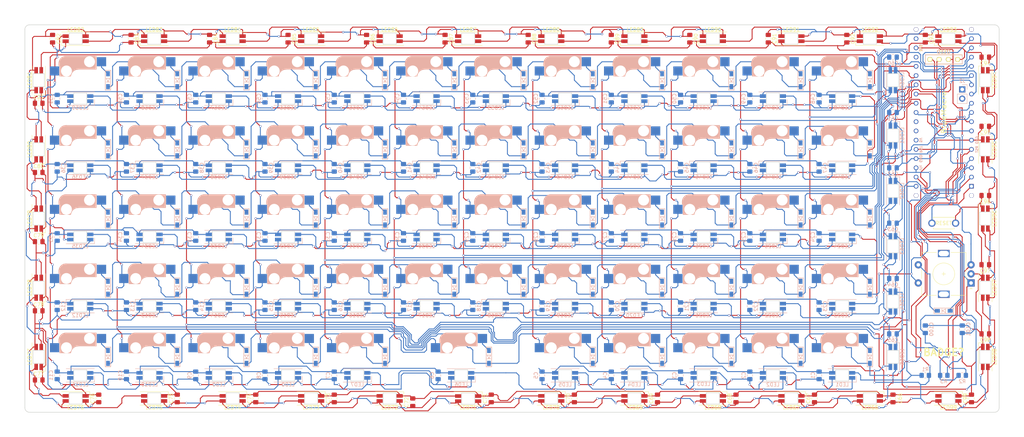
<source format=kicad_pcb>
(kicad_pcb (version 20171130) (host pcbnew "(5.1.10)-1")
  (title_block (title Rhymestone) (date 2018-11-25) (rev 1.0) (company marksard))
  (layers (0 F.Cu signal) (31 B.Cu signal) (34 B.Paste user) (35 F.Paste user) (36 B.SilkS user) (37 F.SilkS user) (38 B.Mask user) (39 F.Mask user) (44 Edge.Cuts user))
  (net 0 "")
  (net 1 GND)
  (net 2 VBatt)
  (net 3 rot0)
  (net 4 rot1)
  (net 5 "Net-(D1-Pad2)")
  (net 6 row0)
  (net 7 "Net-(D2-Pad2)")
  (net 8 row1)
  (net 9 "Net-(D3-Pad2)")
  (net 10 row2)
  (net 11 "Net-(D4-Pad2)")
  (net 12 row3)
  (net 13 "Net-(D5-Pad2)")
  (net 14 row4)
  (net 15 "Net-(D6-Pad2)")
  (net 16 "Net-(D7-Pad2)")
  (net 17 "Net-(D8-Pad2)")
  (net 18 "Net-(D9-Pad2)")
  (net 19 "Net-(D10-Pad2)")
  (net 20 "Net-(D11-Pad2)")
  (net 21 "Net-(D12-Pad2)")
  (net 22 "Net-(D13-Pad2)")
  (net 23 "Net-(D14-Pad2)")
  (net 24 "Net-(D15-Pad2)")
  (net 25 "Net-(D16-Pad2)")
  (net 26 "Net-(D17-Pad2)")
  (net 27 "Net-(D18-Pad2)")
  (net 28 "Net-(D19-Pad2)")
  (net 29 "Net-(D20-Pad2)")
  (net 30 "Net-(D21-Pad2)")
  (net 31 "Net-(D22-Pad2)")
  (net 32 "Net-(D23-Pad2)")
  (net 33 "Net-(D24-Pad2)")
  (net 34 "Net-(D25-Pad2)")
  (net 35 "Net-(D26-Pad2)")
  (net 36 "Net-(D27-Pad2)")
  (net 37 "Net-(D28-Pad2)")
  (net 38 "Net-(D29-Pad2)")
  (net 39 "Net-(D30-Pad2)")
  (net 40 "Net-(D31-Pad2)")
  (net 41 "Net-(D32-Pad2)")
  (net 42 "Net-(D33-Pad2)")
  (net 43 "Net-(D34-Pad2)")
  (net 44 "Net-(D35-Pad2)")
  (net 45 "Net-(D36-Pad2)")
  (net 46 "Net-(D37-Pad2)")
  (net 47 "Net-(D38-Pad2)")
  (net 48 "Net-(D39-Pad2)")
  (net 49 "Net-(D40-Pad2)")
  (net 50 "Net-(D41-Pad2)")
  (net 51 "Net-(D42-Pad2)")
  (net 52 "Net-(D43-Pad2)")
  (net 53 "Net-(D44-Pad2)")
  (net 54 "Net-(D45-Pad2)")
  (net 55 "Net-(D46-Pad2)")
  (net 56 "Net-(D47-Pad2)")
  (net 57 "Net-(D48-Pad2)")
  (net 58 "Net-(D49-Pad2)")
  (net 59 "Net-(D50-Pad2)")
  (net 60 "Net-(D51-Pad2)")
  (net 61 "Net-(D52-Pad2)")
  (net 62 "Net-(D53-Pad2)")
  (net 63 "Net-(D54-Pad2)")
  (net 64 "Net-(D55-Pad2)")
  (net 65 "Net-(D56-Pad2)")
  (net 66 "Net-(D57-Pad2)")
  (net 67 "Net-(D58-Pad2)")
  (net 68 "Net-(D59-Pad2)")
  (net 69 col12)
  (net 70 VCC)
  (net 71 SCL)
  (net 72 SDA)
  (net 73 SK6812)
  (net 74 "Net-(LED1-Pad2)")
  (net 75 "Net-(LED2-Pad2)")
  (net 76 "Net-(LED3-Pad2)")
  (net 77 "Net-(LED4-Pad2)")
  (net 78 "Net-(LED5-Pad2)")
  (net 79 "Net-(LED6-Pad2)")
  (net 80 "Net-(LED7-Pad2)")
  (net 81 "Net-(LED8-Pad2)")
  (net 82 "Net-(LED10-Pad4)")
  (net 83 "Net-(LED10-Pad2)")
  (net 84 "Net-(LED11-Pad2)")
  (net 85 "Net-(LED12-Pad2)")
  (net 86 "Net-(LED13-Pad2)")
  (net 87 "Net-(LED14-Pad2)")
  (net 88 "Net-(LED15-Pad2)")
  (net 89 "Net-(LED16-Pad2)")
  (net 90 "Net-(LED17-Pad2)")
  (net 91 "Net-(LED18-Pad2)")
  (net 92 "Net-(LED19-Pad2)")
  (net 93 "Net-(LED20-Pad2)")
  (net 94 "Net-(LED21-Pad2)")
  (net 95 "Net-(LED22-Pad2)")
  (net 96 "Net-(LED23-Pad2)")
  (net 97 "Net-(LED24-Pad2)")
  (net 98 "Net-(LED25-Pad2)")
  (net 99 "Net-(LED26-Pad2)")
  (net 100 "Net-(LED27-Pad2)")
  (net 101 "Net-(LED28-Pad2)")
  (net 102 "Net-(LED29-Pad2)")
  (net 103 "Net-(LED30-Pad2)")
  (net 104 "Net-(LED31-Pad2)")
  (net 105 "Net-(LED32-Pad2)")
  (net 106 "Net-(LED33-Pad2)")
  (net 107 "Net-(LED34-Pad2)")
  (net 108 "Net-(LED35-Pad2)")
  (net 109 "Net-(LED36-Pad2)")
  (net 110 "Net-(LED37-Pad2)")
  (net 111 "Net-(LED38-Pad2)")
  (net 112 "Net-(LED39-Pad2)")
  (net 113 "Net-(LED40-Pad2)")
  (net 114 "Net-(LED41-Pad2)")
  (net 115 "Net-(LED42-Pad2)")
  (net 116 "Net-(LED43-Pad2)")
  (net 117 "Net-(LED44-Pad2)")
  (net 118 "Net-(LED45-Pad2)")
  (net 119 "Net-(LED46-Pad2)")
  (net 120 "Net-(LED47-Pad2)")
  (net 121 "Net-(LED48-Pad2)")
  (net 122 "Net-(LED49-Pad2)")
  (net 123 "Net-(LED50-Pad2)")
  (net 124 "Net-(LED51-Pad2)")
  (net 125 "Net-(LED52-Pad2)")
  (net 126 "Net-(LED53-Pad2)")
  (net 127 "Net-(LED54-Pad2)")
  (net 128 "Net-(LED55-Pad2)")
  (net 129 "Net-(LED56-Pad2)")
  (net 130 "Net-(LED57-Pad2)")
  (net 131 "Net-(LED58-Pad2)")
  (net 132 "Net-(LED59-Pad2)")
  (net 133 "Net-(LED60-Pad2)")
  (net 134 "Net-(LED61-Pad2)")
  (net 135 "Net-(LED62-Pad2)")
  (net 136 "Net-(LED63-Pad2)")
  (net 137 "Net-(LED64-Pad2)")
  (net 138 "Net-(LED65-Pad2)")
  (net 139 "Net-(LED66-Pad2)")
  (net 140 "Net-(LED67-Pad2)")
  (net 141 "Net-(LED68-Pad2)")
  (net 142 "Net-(LED69-Pad2)")
  (net 143 "Net-(LED70-Pad2)")
  (net 144 "Net-(LED71-Pad2)")
  (net 145 "Net-(LED72-Pad2)")
  (net 146 "Net-(LED73-Pad2)")
  (net 147 "Net-(LED74-Pad2)")
  (net 148 "Net-(LED75-Pad2)")
  (net 149 "Net-(LED76-Pad2)")
  (net 150 "Net-(LED77-Pad2)")
  (net 151 "Net-(LED78-Pad2)")
  (net 152 "Net-(LED79-Pad2)")
  (net 153 "Net-(LED80-Pad2)")
  (net 154 "Net-(LED81-Pad2)")
  (net 155 "Net-(LED82-Pad2)")
  (net 156 "Net-(LED83-Pad2)")
  (net 157 "Net-(LED84-Pad2)")
  (net 158 "Net-(LED85-Pad2)")
  (net 159 "Net-(LED86-Pad2)")
  (net 160 "Net-(LED87-Pad2)")
  (net 161 "Net-(LED88-Pad2)")
  (net 162 "Net-(LED89-Pad2)")
  (net 163 "Net-(LED90-Pad2)")
  (net 164 "Net-(LED91-Pad2)")
  (net 165 "Net-(LED92-Pad2)")
  (net 166 "Net-(LED93-Pad2)")
  (net 167 "Net-(LED94-Pad2)")
  (net 168 "Net-(LED95-Pad2)")
  (net 169 "Net-(LED96-Pad2)")
  (net 170 "Net-(LED97-Pad2)")
  (net 171 "Net-(LED98-Pad2)")
  (net 172 reset)
  (net 173 col0)
  (net 174 col1)
  (net 175 col2)
  (net 176 col3)
  (net 177 col4)
  (net 178 col5)
  (net 179 col6)
  (net 180 col7)
  (net 181 col8)
  (net 182 col9)
  (net 183 col10)
  (net 184 col11)
  (net 185 "Net-(U1-Pad27)")
  (net 186 "Net-(U1-Pad28)")
  (net 187 VBus)
  (net 188 "Net-(U1-Pad20)")
  (net 189 "Net-(U1-Pad18)")
  (net 190 "Net-(D60-Pad1)")
  (net 191 "Net-(LED99-Pad2)")
  (module MX_Only:MXOnly-2U-ReversedStabilizers-NoSwitch (layer F.Cu) (at 140.335 111.76)
    (fp_text reference REF**)
    (fp_text value 2U)
    (pad "" np_thru_hole circle (at -11.938 6.985) (size 3.048 3.048) (drill 3.048) (layers *.Cu *.Mask))
    (pad "" np_thru_hole circle (at 11.938 6.985) (size 3.048 3.048) (drill 3.048) (layers *.Cu *.Mask))
    (pad "" np_thru_hole circle (at -11.938 -8.255) (size 3.9878 3.9878) (drill 3.9878) (layers *.Cu *.Mask))
    (pad "" np_thru_hole circle (at 11.938 -8.255) (size 3.9878 3.9878) (drill 3.9878) (layers *.Cu *.Mask))
  )
  (module kbd:CherryMX_Hotswap (layer F.Cu) (at 130.81 73.66)
    (fp_text reference SW28 hide)
    (fp_text value SW_PUSH hide)
    (pad "" np_thru_hole circle (at 2.54 -5.08) (size 3 3) (drill 3) (layers *.Cu *.Mask))
    (pad "" np_thru_hole circle (at -3.81 -2.54) (size 3 3) (drill 3) (layers *.Cu *.Mask))
    (pad 2 smd rect (at 5.842 -5.08 180) (size 2.55 2.5) (layers B.Cu B.Paste B.Mask) (net 37 "Net-(D28-Pad2)"))
    (pad "" np_thru_hole circle (at -5.08 0) (size 1.9 1.9) (drill 1.9) (layers *.Cu *.Mask))
    (pad "" np_thru_hole circle (at 5.08 0) (size 1.9 1.9) (drill 1.9) (layers *.Cu *.Mask))
    (pad "" np_thru_hole circle (at 0 0 90) (size 4.1 4.1) (drill 4.1) (layers *.Cu *.Mask))
    (pad 1 smd rect (at -7.085 -2.54 180) (size 2.55 2.5) (layers B.Cu B.Paste B.Mask) (net 178 col5))
  )
  (module kbd:YS-SK6812MINI-E (layer F.Cu) (at 284.48 54.61 270)
    (fp_text reference LED95 (at 0 -2.54 90) (layer F.SilkS))
    (fp_text value SK6812MINI-E)
    (fp_line (start 1.8 -1.55) (end -1.8 -1.55) (layer Edge.Cuts) (width 0.12))
    (fp_line (start 1.8 1.55) (end 1.8 -1.55) (layer Edge.Cuts) (width 0.12))
    (fp_line (start -1.8 1.55) (end 1.8 1.55) (layer Edge.Cuts) (width 0.12))
    (fp_line (start -1.8 -1.55) (end -1.8 1.55) (layer Edge.Cuts) (width 0.12))
    (pad 2 smd rect (at 2.75 0.7 270) (size 1.7 1) (layers F.Cu F.Paste F.Mask) (net 168 "Net-(LED95-Pad2)"))
    (pad 1 smd rect (at 2.75 -0.7 270) (size 1.7 1) (layers F.Cu F.Paste F.Mask) (net 2 VBatt))
    (pad 3 smd rect (at -2.75 0.7 270) (size 1.7 1) (layers F.Cu F.Paste F.Mask) (net 1 GND))
    (pad 4 smd rect (at -2.75 -0.7 270) (size 1.7 1) (layers F.Cu F.Paste F.Mask) (net 167 "Net-(LED94-Pad2)"))
  )
  (module kbd:CherryMX_Hotswap (layer F.Cu) (at 54.61 54.61)
    (fp_text reference SW7 hide)
    (fp_text value SW_PUSH hide)
    (pad "" np_thru_hole circle (at 2.54 -5.08) (size 3 3) (drill 3) (layers *.Cu *.Mask))
    (pad "" np_thru_hole circle (at -3.81 -2.54) (size 3 3) (drill 3) (layers *.Cu *.Mask))
    (pad 2 smd rect (at 5.842 -5.08 180) (size 2.55 2.5) (layers B.Cu B.Paste B.Mask) (net 16 "Net-(D7-Pad2)"))
    (pad "" np_thru_hole circle (at -5.08 0) (size 1.9 1.9) (drill 1.9) (layers *.Cu *.Mask))
    (pad "" np_thru_hole circle (at 5.08 0) (size 1.9 1.9) (drill 1.9) (layers *.Cu *.Mask))
    (pad "" np_thru_hole circle (at 0 0 90) (size 4.1 4.1) (drill 4.1) (layers *.Cu *.Mask))
    (pad 1 smd rect (at -7.085 -2.54 180) (size 2.55 2.5) (layers B.Cu B.Paste B.Mask) (net 174 col1))
  )
  (module kbd:D3_SMD_v2 (layer B.Cu) (at 273.05 99.06)
    (fp_text reference D60 hide)
    (fp_text value D hide)
    (pad 2 smd rect (at 1.775 0) (size 1.4 1) (layers B.Cu B.Paste B.Mask) (net 69 col12))
    (pad 1 smd rect (at -1.775 0) (size 1.4 1) (layers B.Cu B.Paste B.Mask) (net 190 "Net-(D60-Pad1)"))
  )
  (module kbd:D3_SMD_v2 (layer B.Cu) (at 252.73 111.76 90)
    (fp_text reference D59 hide)
    (fp_text value D hide)
    (pad 2 smd rect (at 1.775 0 90) (size 1.4 1) (layers B.Cu B.Paste B.Mask) (net 68 "Net-(D59-Pad2)"))
    (pad 1 smd rect (at -1.775 0 90) (size 1.4 1) (layers B.Cu B.Paste B.Mask) (net 14 row4))
  )
  (module kbd:D3_SMD_v2 (layer B.Cu) (at 252.73 92.71 90)
    (fp_text reference D58 hide)
    (fp_text value D hide)
    (pad 2 smd rect (at 1.775 0 90) (size 1.4 1) (layers B.Cu B.Paste B.Mask) (net 67 "Net-(D58-Pad2)"))
    (pad 1 smd rect (at -1.775 0 90) (size 1.4 1) (layers B.Cu B.Paste B.Mask) (net 12 row3))
  )
  (module kbd:D3_SMD_v2 (layer B.Cu) (at 252.73 73.66 90)
    (fp_text reference D57 hide)
    (fp_text value D hide)
    (pad 2 smd rect (at 1.775 0 90) (size 1.4 1) (layers B.Cu B.Paste B.Mask) (net 66 "Net-(D57-Pad2)"))
    (pad 1 smd rect (at -1.775 0 90) (size 1.4 1) (layers B.Cu B.Paste B.Mask) (net 10 row2))
  )
  (module kbd:D3_SMD_v2 (layer B.Cu) (at 252.73 54.61 90)
    (fp_text reference D56 hide)
    (fp_text value D hide)
    (pad 2 smd rect (at 1.775 0 90) (size 1.4 1) (layers B.Cu B.Paste B.Mask) (net 65 "Net-(D56-Pad2)"))
    (pad 1 smd rect (at -1.775 0 90) (size 1.4 1) (layers B.Cu B.Paste B.Mask) (net 8 row1))
  )
  (module kbd:D3_SMD_v2 (layer B.Cu) (at 252.73 35.56 90)
    (fp_text reference D55 hide)
    (fp_text value D hide)
    (pad 2 smd rect (at 1.775 0 90) (size 1.4 1) (layers B.Cu B.Paste B.Mask) (net 64 "Net-(D55-Pad2)"))
    (pad 1 smd rect (at -1.775 0 90) (size 1.4 1) (layers B.Cu B.Paste B.Mask) (net 6 row0))
  )
  (module kbd:D3_SMD_v2 (layer B.Cu) (at 233.68 111.76 90)
    (fp_text reference D54 hide)
    (fp_text value D hide)
    (pad 2 smd rect (at 1.775 0 90) (size 1.4 1) (layers B.Cu B.Paste B.Mask) (net 63 "Net-(D54-Pad2)"))
    (pad 1 smd rect (at -1.775 0 90) (size 1.4 1) (layers B.Cu B.Paste B.Mask) (net 14 row4))
  )
  (module kbd:D3_SMD_v2 (layer B.Cu) (at 233.68 92.71 90)
    (fp_text reference D53 hide)
    (fp_text value D hide)
    (pad 2 smd rect (at 1.775 0 90) (size 1.4 1) (layers B.Cu B.Paste B.Mask) (net 62 "Net-(D53-Pad2)"))
    (pad 1 smd rect (at -1.775 0 90) (size 1.4 1) (layers B.Cu B.Paste B.Mask) (net 12 row3))
  )
  (module kbd:D3_SMD_v2 (layer B.Cu) (at 233.68 73.66 90)
    (fp_text reference D52 hide)
    (fp_text value D hide)
    (pad 2 smd rect (at 1.775 0 90) (size 1.4 1) (layers B.Cu B.Paste B.Mask) (net 61 "Net-(D52-Pad2)"))
    (pad 1 smd rect (at -1.775 0 90) (size 1.4 1) (layers B.Cu B.Paste B.Mask) (net 10 row2))
  )
  (module kbd:D3_SMD_v2 (layer B.Cu) (at 233.68 54.61 90)
    (fp_text reference D51 hide)
    (fp_text value D hide)
    (pad 2 smd rect (at 1.775 0 90) (size 1.4 1) (layers B.Cu B.Paste B.Mask) (net 60 "Net-(D51-Pad2)"))
    (pad 1 smd rect (at -1.775 0 90) (size 1.4 1) (layers B.Cu B.Paste B.Mask) (net 8 row1))
  )
  (module kbd:D3_SMD_v2 (layer B.Cu) (at 233.68 35.56 90)
    (fp_text reference D50 hide)
    (fp_text value D hide)
    (pad 2 smd rect (at 1.775 0 90) (size 1.4 1) (layers B.Cu B.Paste B.Mask) (net 59 "Net-(D50-Pad2)"))
    (pad 1 smd rect (at -1.775 0 90) (size 1.4 1) (layers B.Cu B.Paste B.Mask) (net 6 row0))
  )
  (module kbd:D3_SMD_v2 (layer B.Cu) (at 214.63 111.76 90)
    (fp_text reference D49 hide)
    (fp_text value D hide)
    (pad 2 smd rect (at 1.775 0 90) (size 1.4 1) (layers B.Cu B.Paste B.Mask) (net 58 "Net-(D49-Pad2)"))
    (pad 1 smd rect (at -1.775 0 90) (size 1.4 1) (layers B.Cu B.Paste B.Mask) (net 14 row4))
  )
  (module kbd:D3_SMD_v2 (layer B.Cu) (at 214.63 92.71 90)
    (fp_text reference D48 hide)
    (fp_text value D hide)
    (pad 2 smd rect (at 1.775 0 90) (size 1.4 1) (layers B.Cu B.Paste B.Mask) (net 57 "Net-(D48-Pad2)"))
    (pad 1 smd rect (at -1.775 0 90) (size 1.4 1) (layers B.Cu B.Paste B.Mask) (net 12 row3))
  )
  (module kbd:D3_SMD_v2 (layer B.Cu) (at 214.63 73.66 90)
    (fp_text reference D47 hide)
    (fp_text value D hide)
    (pad 2 smd rect (at 1.775 0 90) (size 1.4 1) (layers B.Cu B.Paste B.Mask) (net 56 "Net-(D47-Pad2)"))
    (pad 1 smd rect (at -1.775 0 90) (size 1.4 1) (layers B.Cu B.Paste B.Mask) (net 10 row2))
  )
  (module kbd:D3_SMD_v2 (layer B.Cu) (at 214.63 54.61 90)
    (fp_text reference D46 hide)
    (fp_text value D hide)
    (pad 2 smd rect (at 1.775 0 90) (size 1.4 1) (layers B.Cu B.Paste B.Mask) (net 55 "Net-(D46-Pad2)"))
    (pad 1 smd rect (at -1.775 0 90) (size 1.4 1) (layers B.Cu B.Paste B.Mask) (net 8 row1))
  )
  (module kbd:D3_SMD_v2 (layer B.Cu) (at 214.63 35.56 90)
    (fp_text reference D45 hide)
    (fp_text value D hide)
    (pad 2 smd rect (at 1.775 0 90) (size 1.4 1) (layers B.Cu B.Paste B.Mask) (net 54 "Net-(D45-Pad2)"))
    (pad 1 smd rect (at -1.775 0 90) (size 1.4 1) (layers B.Cu B.Paste B.Mask) (net 6 row0))
  )
  (module kbd:D3_SMD_v2 (layer B.Cu) (at 195.58 111.76 90)
    (fp_text reference D44 hide)
    (fp_text value D hide)
    (pad 2 smd rect (at 1.775 0 90) (size 1.4 1) (layers B.Cu B.Paste B.Mask) (net 53 "Net-(D44-Pad2)"))
    (pad 1 smd rect (at -1.775 0 90) (size 1.4 1) (layers B.Cu B.Paste B.Mask) (net 14 row4))
  )
  (module kbd:D3_SMD_v2 (layer B.Cu) (at 195.58 92.71 90)
    (fp_text reference D43 hide)
    (fp_text value D hide)
    (pad 2 smd rect (at 1.775 0 90) (size 1.4 1) (layers B.Cu B.Paste B.Mask) (net 52 "Net-(D43-Pad2)"))
    (pad 1 smd rect (at -1.775 0 90) (size 1.4 1) (layers B.Cu B.Paste B.Mask) (net 12 row3))
  )
  (module kbd:D3_SMD_v2 (layer B.Cu) (at 195.58 73.66 90)
    (fp_text reference D42 hide)
    (fp_text value D hide)
    (pad 2 smd rect (at 1.775 0 90) (size 1.4 1) (layers B.Cu B.Paste B.Mask) (net 51 "Net-(D42-Pad2)"))
    (pad 1 smd rect (at -1.775 0 90) (size 1.4 1) (layers B.Cu B.Paste B.Mask) (net 10 row2))
  )
  (module kbd:D3_SMD_v2 (layer B.Cu) (at 195.58 54.61 90)
    (fp_text reference D41 hide)
    (fp_text value D hide)
    (pad 2 smd rect (at 1.775 0 90) (size 1.4 1) (layers B.Cu B.Paste B.Mask) (net 50 "Net-(D41-Pad2)"))
    (pad 1 smd rect (at -1.775 0 90) (size 1.4 1) (layers B.Cu B.Paste B.Mask) (net 8 row1))
  )
  (module kbd:D3_SMD_v2 (layer B.Cu) (at 195.58 35.56 90)
    (fp_text reference D40 hide)
    (fp_text value D hide)
    (pad 2 smd rect (at 1.775 0 90) (size 1.4 1) (layers B.Cu B.Paste B.Mask) (net 49 "Net-(D40-Pad2)"))
    (pad 1 smd rect (at -1.775 0 90) (size 1.4 1) (layers B.Cu B.Paste B.Mask) (net 6 row0))
  )
  (module kbd:D3_SMD_v2 (layer B.Cu) (at 176.53 111.76 90)
    (fp_text reference D39 hide)
    (fp_text value D hide)
    (pad 2 smd rect (at 1.775 0 90) (size 1.4 1) (layers B.Cu B.Paste B.Mask) (net 48 "Net-(D39-Pad2)"))
    (pad 1 smd rect (at -1.775 0 90) (size 1.4 1) (layers B.Cu B.Paste B.Mask) (net 14 row4))
  )
  (module kbd:D3_SMD_v2 (layer B.Cu) (at 176.53 92.71 90)
    (fp_text reference D38 hide)
    (fp_text value D hide)
    (pad 2 smd rect (at 1.775 0 90) (size 1.4 1) (layers B.Cu B.Paste B.Mask) (net 47 "Net-(D38-Pad2)"))
    (pad 1 smd rect (at -1.775 0 90) (size 1.4 1) (layers B.Cu B.Paste B.Mask) (net 12 row3))
  )
  (module kbd:D3_SMD_v2 (layer B.Cu) (at 176.53 73.66 90)
    (fp_text reference D37 hide)
    (fp_text value D hide)
    (pad 2 smd rect (at 1.775 0 90) (size 1.4 1) (layers B.Cu B.Paste B.Mask) (net 46 "Net-(D37-Pad2)"))
    (pad 1 smd rect (at -1.775 0 90) (size 1.4 1) (layers B.Cu B.Paste B.Mask) (net 10 row2))
  )
  (module kbd:D3_SMD_v2 (layer B.Cu) (at 176.53 54.61 90)
    (fp_text reference D36 hide)
    (fp_text value D hide)
    (pad 2 smd rect (at 1.775 0 90) (size 1.4 1) (layers B.Cu B.Paste B.Mask) (net 45 "Net-(D36-Pad2)"))
    (pad 1 smd rect (at -1.775 0 90) (size 1.4 1) (layers B.Cu B.Paste B.Mask) (net 8 row1))
  )
  (module kbd:D3_SMD_v2 (layer B.Cu) (at 176.53 35.56 90)
    (fp_text reference D35 hide)
    (fp_text value D hide)
    (pad 2 smd rect (at 1.775 0 90) (size 1.4 1) (layers B.Cu B.Paste B.Mask) (net 44 "Net-(D35-Pad2)"))
    (pad 1 smd rect (at -1.775 0 90) (size 1.4 1) (layers B.Cu B.Paste B.Mask) (net 6 row0))
  )
  (module kbd:D3_SMD_v2 (layer B.Cu) (at 157.48 92.71 90)
    (fp_text reference D34 hide)
    (fp_text value D hide)
    (pad 2 smd rect (at 1.775 0 90) (size 1.4 1) (layers B.Cu B.Paste B.Mask) (net 43 "Net-(D34-Pad2)"))
    (pad 1 smd rect (at -1.775 0 90) (size 1.4 1) (layers B.Cu B.Paste B.Mask) (net 12 row3))
  )
  (module kbd:D3_SMD_v2 (layer B.Cu) (at 157.48 73.66 90)
    (fp_text reference D33 hide)
    (fp_text value D hide)
    (pad 2 smd rect (at 1.775 0 90) (size 1.4 1) (layers B.Cu B.Paste B.Mask) (net 42 "Net-(D33-Pad2)"))
    (pad 1 smd rect (at -1.775 0 90) (size 1.4 1) (layers B.Cu B.Paste B.Mask) (net 10 row2))
  )
  (module kbd:D3_SMD_v2 (layer B.Cu) (at 157.48 54.61 90)
    (fp_text reference D32 hide)
    (fp_text value D hide)
    (pad 2 smd rect (at 1.775 0 90) (size 1.4 1) (layers B.Cu B.Paste B.Mask) (net 41 "Net-(D32-Pad2)"))
    (pad 1 smd rect (at -1.775 0 90) (size 1.4 1) (layers B.Cu B.Paste B.Mask) (net 8 row1))
  )
  (module kbd:D3_SMD_v2 (layer B.Cu) (at 157.48 35.56 90)
    (fp_text reference D31 hide)
    (fp_text value D hide)
    (pad 2 smd rect (at 1.775 0 90) (size 1.4 1) (layers B.Cu B.Paste B.Mask) (net 40 "Net-(D31-Pad2)"))
    (pad 1 smd rect (at -1.775 0 90) (size 1.4 1) (layers B.Cu B.Paste B.Mask) (net 6 row0))
  )
  (module kbd:D3_SMD_v2 (layer B.Cu) (at 147.955 111.76 90)
    (fp_text reference D30 hide)
    (fp_text value D hide)
    (pad 2 smd rect (at 1.775 0 90) (size 1.4 1) (layers B.Cu B.Paste B.Mask) (net 39 "Net-(D30-Pad2)"))
    (pad 1 smd rect (at -1.775 0 90) (size 1.4 1) (layers B.Cu B.Paste B.Mask) (net 14 row4))
  )
  (module kbd:D3_SMD_v2 (layer B.Cu) (at 138.43 92.71 90)
    (fp_text reference D29 hide)
    (fp_text value D hide)
    (pad 2 smd rect (at 1.775 0 90) (size 1.4 1) (layers B.Cu B.Paste B.Mask) (net 38 "Net-(D29-Pad2)"))
    (pad 1 smd rect (at -1.775 0 90) (size 1.4 1) (layers B.Cu B.Paste B.Mask) (net 12 row3))
  )
  (module kbd:D3_SMD_v2 (layer B.Cu) (at 138.43 73.66 90)
    (fp_text reference D28 hide)
    (fp_text value D hide)
    (pad 2 smd rect (at 1.775 0 90) (size 1.4 1) (layers B.Cu B.Paste B.Mask) (net 37 "Net-(D28-Pad2)"))
    (pad 1 smd rect (at -1.775 0 90) (size 1.4 1) (layers B.Cu B.Paste B.Mask) (net 10 row2))
  )
  (module kbd:D3_SMD_v2 (layer B.Cu) (at 138.43 54.61 90)
    (fp_text reference D27 hide)
    (fp_text value D hide)
    (pad 2 smd rect (at 1.775 0 90) (size 1.4 1) (layers B.Cu B.Paste B.Mask) (net 36 "Net-(D27-Pad2)"))
    (pad 1 smd rect (at -1.775 0 90) (size 1.4 1) (layers B.Cu B.Paste B.Mask) (net 8 row1))
  )
  (module kbd:D3_SMD_v2 (layer B.Cu) (at 138.43 35.56 90)
    (fp_text reference D26 hide)
    (fp_text value D hide)
    (pad 2 smd rect (at 1.775 0 90) (size 1.4 1) (layers B.Cu B.Paste B.Mask) (net 35 "Net-(D26-Pad2)"))
    (pad 1 smd rect (at -1.775 0 90) (size 1.4 1) (layers B.Cu B.Paste B.Mask) (net 6 row0))
  )
  (module kbd:D3_SMD_v2 (layer B.Cu) (at 119.38 111.76 90)
    (fp_text reference D25 hide)
    (fp_text value D hide)
    (pad 2 smd rect (at 1.775 0 90) (size 1.4 1) (layers B.Cu B.Paste B.Mask) (net 34 "Net-(D25-Pad2)"))
    (pad 1 smd rect (at -1.775 0 90) (size 1.4 1) (layers B.Cu B.Paste B.Mask) (net 14 row4))
  )
  (module kbd:D3_SMD_v2 (layer B.Cu) (at 119.38 92.71 90)
    (fp_text reference D24 hide)
    (fp_text value D hide)
    (pad 2 smd rect (at 1.775 0 90) (size 1.4 1) (layers B.Cu B.Paste B.Mask) (net 33 "Net-(D24-Pad2)"))
    (pad 1 smd rect (at -1.775 0 90) (size 1.4 1) (layers B.Cu B.Paste B.Mask) (net 12 row3))
  )
  (module kbd:D3_SMD_v2 (layer B.Cu) (at 119.38 73.66 90)
    (fp_text reference D23 hide)
    (fp_text value D hide)
    (pad 2 smd rect (at 1.775 0 90) (size 1.4 1) (layers B.Cu B.Paste B.Mask) (net 32 "Net-(D23-Pad2)"))
    (pad 1 smd rect (at -1.775 0 90) (size 1.4 1) (layers B.Cu B.Paste B.Mask) (net 10 row2))
  )
  (module kbd:D3_SMD_v2 (layer B.Cu) (at 119.38 54.61 90)
    (fp_text reference D22 hide)
    (fp_text value D hide)
    (pad 2 smd rect (at 1.775 0 90) (size 1.4 1) (layers B.Cu B.Paste B.Mask) (net 31 "Net-(D22-Pad2)"))
    (pad 1 smd rect (at -1.775 0 90) (size 1.4 1) (layers B.Cu B.Paste B.Mask) (net 8 row1))
  )
  (module kbd:D3_SMD_v2 (layer B.Cu) (at 119.38 35.56 90)
    (fp_text reference D21 hide)
    (fp_text value D hide)
    (pad 2 smd rect (at 1.775 0 90) (size 1.4 1) (layers B.Cu B.Paste B.Mask) (net 30 "Net-(D21-Pad2)"))
    (pad 1 smd rect (at -1.775 0 90) (size 1.4 1) (layers B.Cu B.Paste B.Mask) (net 6 row0))
  )
  (module kbd:D3_SMD_v2 (layer B.Cu) (at 100.33 111.76 90)
    (fp_text reference D20 hide)
    (fp_text value D hide)
    (pad 2 smd rect (at 1.775 0 90) (size 1.4 1) (layers B.Cu B.Paste B.Mask) (net 29 "Net-(D20-Pad2)"))
    (pad 1 smd rect (at -1.775 0 90) (size 1.4 1) (layers B.Cu B.Paste B.Mask) (net 14 row4))
  )
  (module kbd:D3_SMD_v2 (layer B.Cu) (at 100.33 92.71 90)
    (fp_text reference D19 hide)
    (fp_text value D hide)
    (pad 2 smd rect (at 1.775 0 90) (size 1.4 1) (layers B.Cu B.Paste B.Mask) (net 28 "Net-(D19-Pad2)"))
    (pad 1 smd rect (at -1.775 0 90) (size 1.4 1) (layers B.Cu B.Paste B.Mask) (net 12 row3))
  )
  (module kbd:D3_SMD_v2 (layer B.Cu) (at 100.33 73.66 90)
    (fp_text reference D18 hide)
    (fp_text value D hide)
    (pad 2 smd rect (at 1.775 0 90) (size 1.4 1) (layers B.Cu B.Paste B.Mask) (net 27 "Net-(D18-Pad2)"))
    (pad 1 smd rect (at -1.775 0 90) (size 1.4 1) (layers B.Cu B.Paste B.Mask) (net 10 row2))
  )
  (module kbd:D3_SMD_v2 (layer B.Cu) (at 100.33 54.61 90)
    (fp_text reference D17 hide)
    (fp_text value D hide)
    (pad 2 smd rect (at 1.775 0 90) (size 1.4 1) (layers B.Cu B.Paste B.Mask) (net 26 "Net-(D17-Pad2)"))
    (pad 1 smd rect (at -1.775 0 90) (size 1.4 1) (layers B.Cu B.Paste B.Mask) (net 8 row1))
  )
  (module kbd:D3_SMD_v2 (layer B.Cu) (at 100.33 35.56 90)
    (fp_text reference D16 hide)
    (fp_text value D hide)
    (pad 2 smd rect (at 1.775 0 90) (size 1.4 1) (layers B.Cu B.Paste B.Mask) (net 25 "Net-(D16-Pad2)"))
    (pad 1 smd rect (at -1.775 0 90) (size 1.4 1) (layers B.Cu B.Paste B.Mask) (net 6 row0))
  )
  (module kbd:D3_SMD_v2 (layer B.Cu) (at 81.28 111.76 90)
    (fp_text reference D15 hide)
    (fp_text value D hide)
    (pad 2 smd rect (at 1.775 0 90) (size 1.4 1) (layers B.Cu B.Paste B.Mask) (net 24 "Net-(D15-Pad2)"))
    (pad 1 smd rect (at -1.775 0 90) (size 1.4 1) (layers B.Cu B.Paste B.Mask) (net 14 row4))
  )
  (module kbd:D3_SMD_v2 (layer B.Cu) (at 81.28 92.71 90)
    (fp_text reference D14 hide)
    (fp_text value D hide)
    (pad 2 smd rect (at 1.775 0 90) (size 1.4 1) (layers B.Cu B.Paste B.Mask) (net 23 "Net-(D14-Pad2)"))
    (pad 1 smd rect (at -1.775 0 90) (size 1.4 1) (layers B.Cu B.Paste B.Mask) (net 12 row3))
  )
  (module kbd:D3_SMD_v2 (layer B.Cu) (at 81.28 73.66 90)
    (fp_text reference D13 hide)
    (fp_text value D hide)
    (pad 2 smd rect (at 1.775 0 90) (size 1.4 1) (layers B.Cu B.Paste B.Mask) (net 22 "Net-(D13-Pad2)"))
    (pad 1 smd rect (at -1.775 0 90) (size 1.4 1) (layers B.Cu B.Paste B.Mask) (net 10 row2))
  )
  (module kbd:D3_SMD_v2 (layer B.Cu) (at 81.28 54.61 90)
    (fp_text reference D12 hide)
    (fp_text value D hide)
    (pad 2 smd rect (at 1.775 0 90) (size 1.4 1) (layers B.Cu B.Paste B.Mask) (net 21 "Net-(D12-Pad2)"))
    (pad 1 smd rect (at -1.775 0 90) (size 1.4 1) (layers B.Cu B.Paste B.Mask) (net 8 row1))
  )
  (module kbd:D3_SMD_v2 (layer B.Cu) (at 81.28 35.56 90)
    (fp_text reference D11 hide)
    (fp_text value D hide)
    (pad 2 smd rect (at 1.775 0 90) (size 1.4 1) (layers B.Cu B.Paste B.Mask) (net 20 "Net-(D11-Pad2)"))
    (pad 1 smd rect (at -1.775 0 90) (size 1.4 1) (layers B.Cu B.Paste B.Mask) (net 6 row0))
  )
  (module kbd:D3_SMD_v2 (layer B.Cu) (at 62.23 111.76 90)
    (fp_text reference D10 hide)
    (fp_text value D hide)
    (pad 2 smd rect (at 1.775 0 90) (size 1.4 1) (layers B.Cu B.Paste B.Mask) (net 19 "Net-(D10-Pad2)"))
    (pad 1 smd rect (at -1.775 0 90) (size 1.4 1) (layers B.Cu B.Paste B.Mask) (net 14 row4))
  )
  (module kbd:D3_SMD_v2 (layer B.Cu) (at 62.23 92.71 90)
    (fp_text reference D9 hide)
    (fp_text value D hide)
    (pad 2 smd rect (at 1.775 0 90) (size 1.4 1) (layers B.Cu B.Paste B.Mask) (net 18 "Net-(D9-Pad2)"))
    (pad 1 smd rect (at -1.775 0 90) (size 1.4 1) (layers B.Cu B.Paste B.Mask) (net 12 row3))
  )
  (module kbd:D3_SMD_v2 (layer B.Cu) (at 62.23 73.66 90)
    (fp_text reference D8 hide)
    (fp_text value D hide)
    (pad 2 smd rect (at 1.775 0 90) (size 1.4 1) (layers B.Cu B.Paste B.Mask) (net 17 "Net-(D8-Pad2)"))
    (pad 1 smd rect (at -1.775 0 90) (size 1.4 1) (layers B.Cu B.Paste B.Mask) (net 10 row2))
  )
  (module kbd:D3_SMD_v2 (layer B.Cu) (at 62.23 54.61 90)
    (fp_text reference D7 hide)
    (fp_text value D hide)
    (pad 2 smd rect (at 1.775 0 90) (size 1.4 1) (layers B.Cu B.Paste B.Mask) (net 16 "Net-(D7-Pad2)"))
    (pad 1 smd rect (at -1.775 0 90) (size 1.4 1) (layers B.Cu B.Paste B.Mask) (net 8 row1))
  )
  (module kbd:D3_SMD_v2 (layer B.Cu) (at 62.23 35.56 90)
    (fp_text reference D6 hide)
    (fp_text value D hide)
    (pad 2 smd rect (at 1.775 0 90) (size 1.4 1) (layers B.Cu B.Paste B.Mask) (net 15 "Net-(D6-Pad2)"))
    (pad 1 smd rect (at -1.775 0 90) (size 1.4 1) (layers B.Cu B.Paste B.Mask) (net 6 row0))
  )
  (module kbd:D3_SMD_v2 (layer B.Cu) (at 43.18 111.76 90)
    (fp_text reference D5 hide)
    (fp_text value D hide)
    (pad 2 smd rect (at 1.775 0 90) (size 1.4 1) (layers B.Cu B.Paste B.Mask) (net 13 "Net-(D5-Pad2)"))
    (pad 1 smd rect (at -1.775 0 90) (size 1.4 1) (layers B.Cu B.Paste B.Mask) (net 14 row4))
  )
  (module kbd:D3_SMD_v2 (layer B.Cu) (at 43.18 92.71 90)
    (fp_text reference D4 hide)
    (fp_text value D hide)
    (pad 2 smd rect (at 1.775 0 90) (size 1.4 1) (layers B.Cu B.Paste B.Mask) (net 11 "Net-(D4-Pad2)"))
    (pad 1 smd rect (at -1.775 0 90) (size 1.4 1) (layers B.Cu B.Paste B.Mask) (net 12 row3))
  )
  (module kbd:D3_SMD_v2 (layer B.Cu) (at 43.18 73.66 90)
    (fp_text reference D3 hide)
    (fp_text value D hide)
    (pad 2 smd rect (at 1.775 0 90) (size 1.4 1) (layers B.Cu B.Paste B.Mask) (net 9 "Net-(D3-Pad2)"))
    (pad 1 smd rect (at -1.775 0 90) (size 1.4 1) (layers B.Cu B.Paste B.Mask) (net 10 row2))
  )
  (module kbd:D3_SMD_v2 (layer B.Cu) (at 43.18 54.61 90)
    (fp_text reference D2 hide)
    (fp_text value D hide)
    (pad 2 smd rect (at 1.775 0 90) (size 1.4 1) (layers B.Cu B.Paste B.Mask) (net 7 "Net-(D2-Pad2)"))
    (pad 1 smd rect (at -1.775 0 90) (size 1.4 1) (layers B.Cu B.Paste B.Mask) (net 8 row1))
  )
  (module kbd:D3_SMD_v2 (layer B.Cu) (at 43.18 35.56 90)
    (fp_text reference D1 hide)
    (fp_text value D hide)
    (pad 2 smd rect (at 1.775 0 90) (size 1.4 1) (layers B.Cu B.Paste B.Mask) (net 5 "Net-(D1-Pad2)"))
    (pad 1 smd rect (at -1.775 0 90) (size 1.4 1) (layers B.Cu B.Paste B.Mask) (net 6 row0))
  )
  (module kbd:YS-SK6812MINI-E (layer B.Cu) (at 259.08 111.76 270)
    (fp_text reference LED65 (at 0 -2.54 90) (layer B.SilkS) (effects (justify mirror)))
    (fp_text value SK6812MINI-E)
    (fp_line (start 1.8 1.55) (end -1.8 1.55) (layer Edge.Cuts) (width 0.12))
    (fp_line (start 1.8 -1.55) (end 1.8 1.55) (layer Edge.Cuts) (width 0.12))
    (fp_line (start -1.8 -1.55) (end 1.8 -1.55) (layer Edge.Cuts) (width 0.12))
    (fp_line (start -1.8 1.55) (end -1.8 -1.55) (layer Edge.Cuts) (width 0.12))
    (pad 2 smd rect (at 2.75 -0.7 270) (size 1.7 1) (layers B.Cu B.Paste B.Mask) (net 138 "Net-(LED65-Pad2)"))
    (pad 1 smd rect (at 2.75 0.7 270) (size 1.7 1) (layers B.Cu B.Paste B.Mask) (net 2 VBatt))
    (pad 3 smd rect (at -2.75 -0.7 270) (size 1.7 1) (layers B.Cu B.Paste B.Mask) (net 1 GND))
    (pad 4 smd rect (at -2.75 0.7 270) (size 1.7 1) (layers B.Cu B.Paste B.Mask) (net 137 "Net-(LED64-Pad2)"))
  )
  (module kbd:YS-SK6812MINI-E (layer B.Cu) (at 259.08 96.52 270)
    (fp_text reference LED64 (at 0 -2.54 90) (layer B.SilkS) (effects (justify mirror)))
    (fp_text value SK6812MINI-E)
    (fp_line (start 1.8 1.55) (end -1.8 1.55) (layer Edge.Cuts) (width 0.12))
    (fp_line (start 1.8 -1.55) (end 1.8 1.55) (layer Edge.Cuts) (width 0.12))
    (fp_line (start -1.8 -1.55) (end 1.8 -1.55) (layer Edge.Cuts) (width 0.12))
    (fp_line (start -1.8 1.55) (end -1.8 -1.55) (layer Edge.Cuts) (width 0.12))
    (pad 2 smd rect (at 2.75 -0.7 270) (size 1.7 1) (layers B.Cu B.Paste B.Mask) (net 137 "Net-(LED64-Pad2)"))
    (pad 1 smd rect (at 2.75 0.7 270) (size 1.7 1) (layers B.Cu B.Paste B.Mask) (net 2 VBatt))
    (pad 3 smd rect (at -2.75 -0.7 270) (size 1.7 1) (layers B.Cu B.Paste B.Mask) (net 1 GND))
    (pad 4 smd rect (at -2.75 0.7 270) (size 1.7 1) (layers B.Cu B.Paste B.Mask) (net 136 "Net-(LED63-Pad2)"))
  )
  (module kbd:YS-SK6812MINI-E (layer B.Cu) (at 259.08 81.28 270)
    (fp_text reference LED63 (at 0 -2.54 90) (layer B.SilkS) (effects (justify mirror)))
    (fp_text value SK6812MINI-E)
    (fp_line (start 1.8 1.55) (end -1.8 1.55) (layer Edge.Cuts) (width 0.12))
    (fp_line (start 1.8 -1.55) (end 1.8 1.55) (layer Edge.Cuts) (width 0.12))
    (fp_line (start -1.8 -1.55) (end 1.8 -1.55) (layer Edge.Cuts) (width 0.12))
    (fp_line (start -1.8 1.55) (end -1.8 -1.55) (layer Edge.Cuts) (width 0.12))
    (pad 2 smd rect (at 2.75 -0.7 270) (size 1.7 1) (layers B.Cu B.Paste B.Mask) (net 136 "Net-(LED63-Pad2)"))
    (pad 1 smd rect (at 2.75 0.7 270) (size 1.7 1) (layers B.Cu B.Paste B.Mask) (net 2 VBatt))
    (pad 3 smd rect (at -2.75 -0.7 270) (size 1.7 1) (layers B.Cu B.Paste B.Mask) (net 1 GND))
    (pad 4 smd rect (at -2.75 0.7 270) (size 1.7 1) (layers B.Cu B.Paste B.Mask) (net 135 "Net-(LED62-Pad2)"))
  )
  (module kbd:YS-SK6812MINI-E (layer B.Cu) (at 259.08 66.04 270)
    (fp_text reference LED62 (at 0 -2.54 90) (layer B.SilkS) (effects (justify mirror)))
    (fp_text value SK6812MINI-E)
    (fp_line (start 1.8 1.55) (end -1.8 1.55) (layer Edge.Cuts) (width 0.12))
    (fp_line (start 1.8 -1.55) (end 1.8 1.55) (layer Edge.Cuts) (width 0.12))
    (fp_line (start -1.8 -1.55) (end 1.8 -1.55) (layer Edge.Cuts) (width 0.12))
    (fp_line (start -1.8 1.55) (end -1.8 -1.55) (layer Edge.Cuts) (width 0.12))
    (pad 2 smd rect (at 2.75 -0.7 270) (size 1.7 1) (layers B.Cu B.Paste B.Mask) (net 135 "Net-(LED62-Pad2)"))
    (pad 1 smd rect (at 2.75 0.7 270) (size 1.7 1) (layers B.Cu B.Paste B.Mask) (net 2 VBatt))
    (pad 3 smd rect (at -2.75 -0.7 270) (size 1.7 1) (layers B.Cu B.Paste B.Mask) (net 1 GND))
    (pad 4 smd rect (at -2.75 0.7 270) (size 1.7 1) (layers B.Cu B.Paste B.Mask) (net 134 "Net-(LED61-Pad2)"))
  )
  (module kbd:YS-SK6812MINI-E (layer B.Cu) (at 259.08 50.8 270)
    (fp_text reference LED61 (at 0 -2.54 90) (layer B.SilkS) (effects (justify mirror)))
    (fp_text value SK6812MINI-E)
    (fp_line (start 1.8 1.55) (end -1.8 1.55) (layer Edge.Cuts) (width 0.12))
    (fp_line (start 1.8 -1.55) (end 1.8 1.55) (layer Edge.Cuts) (width 0.12))
    (fp_line (start -1.8 -1.55) (end 1.8 -1.55) (layer Edge.Cuts) (width 0.12))
    (fp_line (start -1.8 1.55) (end -1.8 -1.55) (layer Edge.Cuts) (width 0.12))
    (pad 2 smd rect (at 2.75 -0.7 270) (size 1.7 1) (layers B.Cu B.Paste B.Mask) (net 134 "Net-(LED61-Pad2)"))
    (pad 1 smd rect (at 2.75 0.7 270) (size 1.7 1) (layers B.Cu B.Paste B.Mask) (net 2 VBatt))
    (pad 3 smd rect (at -2.75 -0.7 270) (size 1.7 1) (layers B.Cu B.Paste B.Mask) (net 1 GND))
    (pad 4 smd rect (at -2.75 0.7 270) (size 1.7 1) (layers B.Cu B.Paste B.Mask) (net 133 "Net-(LED60-Pad2)"))
  )
  (module kbd:YS-SK6812MINI-E (layer B.Cu) (at 259.08 35.56 270)
    (fp_text reference LED60 (at 0 -2.54 90) (layer B.SilkS) (effects (justify mirror)))
    (fp_text value SK6812MINI-E)
    (fp_line (start 1.8 1.55) (end -1.8 1.55) (layer Edge.Cuts) (width 0.12))
    (fp_line (start 1.8 -1.55) (end 1.8 1.55) (layer Edge.Cuts) (width 0.12))
    (fp_line (start -1.8 -1.55) (end 1.8 -1.55) (layer Edge.Cuts) (width 0.12))
    (fp_line (start -1.8 1.55) (end -1.8 -1.55) (layer Edge.Cuts) (width 0.12))
    (pad 2 smd rect (at 2.75 -0.7 270) (size 1.7 1) (layers B.Cu B.Paste B.Mask) (net 133 "Net-(LED60-Pad2)"))
    (pad 1 smd rect (at 2.75 0.7 270) (size 1.7 1) (layers B.Cu B.Paste B.Mask) (net 2 VBatt))
    (pad 3 smd rect (at -2.75 -0.7 270) (size 1.7 1) (layers B.Cu B.Paste B.Mask) (net 1 GND))
    (pad 4 smd rect (at -2.75 0.7 270) (size 1.7 1) (layers B.Cu B.Paste B.Mask) (net 132 "Net-(LED59-Pad2)"))
  )
  (module kbd:YS-SK6812MINI-E (layer B.Cu) (at 35.56 116.84 180)
    (fp_text reference LED11 (at 0 -2.54) (layer B.SilkS) (effects (justify mirror)))
    (fp_text value SK6812MINI-E)
    (fp_line (start 1.8 1.55) (end -1.8 1.55) (layer Edge.Cuts) (width 0.12))
    (fp_line (start 1.8 -1.55) (end 1.8 1.55) (layer Edge.Cuts) (width 0.12))
    (fp_line (start -1.8 -1.55) (end 1.8 -1.55) (layer Edge.Cuts) (width 0.12))
    (fp_line (start -1.8 1.55) (end -1.8 -1.55) (layer Edge.Cuts) (width 0.12))
    (pad 2 smd rect (at 2.75 -0.7 180) (size 1.7 1) (layers B.Cu B.Paste B.Mask) (net 84 "Net-(LED11-Pad2)"))
    (pad 1 smd rect (at 2.75 0.7 180) (size 1.7 1) (layers B.Cu B.Paste B.Mask) (net 2 VBatt))
    (pad 3 smd rect (at -2.75 -0.7 180) (size 1.7 1) (layers B.Cu B.Paste B.Mask) (net 1 GND))
    (pad 4 smd rect (at -2.75 0.7 180) (size 1.7 1) (layers B.Cu B.Paste B.Mask) (net 83 "Net-(LED10-Pad2)"))
  )
  (module kbd:YS-SK6812MINI-E (layer B.Cu) (at 54.61 116.84 180)
    (fp_text reference LED10 (at 0 -2.54) (layer B.SilkS) (effects (justify mirror)))
    (fp_text value SK6812MINI-E)
    (fp_line (start 1.8 1.55) (end -1.8 1.55) (layer Edge.Cuts) (width 0.12))
    (fp_line (start 1.8 -1.55) (end 1.8 1.55) (layer Edge.Cuts) (width 0.12))
    (fp_line (start -1.8 -1.55) (end 1.8 -1.55) (layer Edge.Cuts) (width 0.12))
    (fp_line (start -1.8 1.55) (end -1.8 -1.55) (layer Edge.Cuts) (width 0.12))
    (pad 2 smd rect (at 2.75 -0.7 180) (size 1.7 1) (layers B.Cu B.Paste B.Mask) (net 83 "Net-(LED10-Pad2)"))
    (pad 1 smd rect (at 2.75 0.7 180) (size 1.7 1) (layers B.Cu B.Paste B.Mask) (net 2 VBatt))
    (pad 3 smd rect (at -2.75 -0.7 180) (size 1.7 1) (layers B.Cu B.Paste B.Mask) (net 1 GND))
    (pad 4 smd rect (at -2.75 0.7 180) (size 1.7 1) (layers B.Cu B.Paste B.Mask) (net 82 "Net-(LED10-Pad4)"))
  )
  (module kbd:YS-SK6812MINI-E (layer B.Cu) (at 73.66 116.84 180)
    (fp_text reference LED9 (at 0 -2.54) (layer B.SilkS) (effects (justify mirror)))
    (fp_text value SK6812MINI-E)
    (fp_line (start 1.8 1.55) (end -1.8 1.55) (layer Edge.Cuts) (width 0.12))
    (fp_line (start 1.8 -1.55) (end 1.8 1.55) (layer Edge.Cuts) (width 0.12))
    (fp_line (start -1.8 -1.55) (end 1.8 -1.55) (layer Edge.Cuts) (width 0.12))
    (fp_line (start -1.8 1.55) (end -1.8 -1.55) (layer Edge.Cuts) (width 0.12))
    (pad 2 smd rect (at 2.75 -0.7 180) (size 1.7 1) (layers B.Cu B.Paste B.Mask) (net 82 "Net-(LED10-Pad4)"))
    (pad 1 smd rect (at 2.75 0.7 180) (size 1.7 1) (layers B.Cu B.Paste B.Mask) (net 2 VBatt))
    (pad 3 smd rect (at -2.75 -0.7 180) (size 1.7 1) (layers B.Cu B.Paste B.Mask) (net 1 GND))
    (pad 4 smd rect (at -2.75 0.7 180) (size 1.7 1) (layers B.Cu B.Paste B.Mask) (net 81 "Net-(LED8-Pad2)"))
  )
  (module kbd:YS-SK6812MINI-E (layer B.Cu) (at 92.71 116.84 180)
    (fp_text reference LED8 (at 0 -2.54) (layer B.SilkS) (effects (justify mirror)))
    (fp_text value SK6812MINI-E)
    (fp_line (start 1.8 1.55) (end -1.8 1.55) (layer Edge.Cuts) (width 0.12))
    (fp_line (start 1.8 -1.55) (end 1.8 1.55) (layer Edge.Cuts) (width 0.12))
    (fp_line (start -1.8 -1.55) (end 1.8 -1.55) (layer Edge.Cuts) (width 0.12))
    (fp_line (start -1.8 1.55) (end -1.8 -1.55) (layer Edge.Cuts) (width 0.12))
    (pad 2 smd rect (at 2.75 -0.7 180) (size 1.7 1) (layers B.Cu B.Paste B.Mask) (net 81 "Net-(LED8-Pad2)"))
    (pad 1 smd rect (at 2.75 0.7 180) (size 1.7 1) (layers B.Cu B.Paste B.Mask) (net 2 VBatt))
    (pad 3 smd rect (at -2.75 -0.7 180) (size 1.7 1) (layers B.Cu B.Paste B.Mask) (net 1 GND))
    (pad 4 smd rect (at -2.75 0.7 180) (size 1.7 1) (layers B.Cu B.Paste B.Mask) (net 80 "Net-(LED7-Pad2)"))
  )
  (module kbd:YS-SK6812MINI-E (layer B.Cu) (at 111.76 116.84 180)
    (fp_text reference LED7 (at 0 -2.54) (layer B.SilkS) (effects (justify mirror)))
    (fp_text value SK6812MINI-E)
    (fp_line (start 1.8 1.55) (end -1.8 1.55) (layer Edge.Cuts) (width 0.12))
    (fp_line (start 1.8 -1.55) (end 1.8 1.55) (layer Edge.Cuts) (width 0.12))
    (fp_line (start -1.8 -1.55) (end 1.8 -1.55) (layer Edge.Cuts) (width 0.12))
    (fp_line (start -1.8 1.55) (end -1.8 -1.55) (layer Edge.Cuts) (width 0.12))
    (pad 2 smd rect (at 2.75 -0.7 180) (size 1.7 1) (layers B.Cu B.Paste B.Mask) (net 80 "Net-(LED7-Pad2)"))
    (pad 1 smd rect (at 2.75 0.7 180) (size 1.7 1) (layers B.Cu B.Paste B.Mask) (net 2 VBatt))
    (pad 3 smd rect (at -2.75 -0.7 180) (size 1.7 1) (layers B.Cu B.Paste B.Mask) (net 1 GND))
    (pad 4 smd rect (at -2.75 0.7 180) (size 1.7 1) (layers B.Cu B.Paste B.Mask) (net 79 "Net-(LED6-Pad2)"))
  )
  (module kbd:YS-SK6812MINI-E (layer B.Cu) (at 140.335 116.84 180)
    (fp_text reference LED6 (at 0 -2.54) (layer B.SilkS) (effects (justify mirror)))
    (fp_text value SK6812MINI-E)
    (fp_line (start 1.8 1.55) (end -1.8 1.55) (layer Edge.Cuts) (width 0.12))
    (fp_line (start 1.8 -1.55) (end 1.8 1.55) (layer Edge.Cuts) (width 0.12))
    (fp_line (start -1.8 -1.55) (end 1.8 -1.55) (layer Edge.Cuts) (width 0.12))
    (fp_line (start -1.8 1.55) (end -1.8 -1.55) (layer Edge.Cuts) (width 0.12))
    (pad 2 smd rect (at 2.75 -0.7 180) (size 1.7 1) (layers B.Cu B.Paste B.Mask) (net 79 "Net-(LED6-Pad2)"))
    (pad 1 smd rect (at 2.75 0.7 180) (size 1.7 1) (layers B.Cu B.Paste B.Mask) (net 2 VBatt))
    (pad 3 smd rect (at -2.75 -0.7 180) (size 1.7 1) (layers B.Cu B.Paste B.Mask) (net 1 GND))
    (pad 4 smd rect (at -2.75 0.7 180) (size 1.7 1) (layers B.Cu B.Paste B.Mask) (net 78 "Net-(LED5-Pad2)"))
  )
  (module kbd:YS-SK6812MINI-E (layer B.Cu) (at 168.91 116.84 180)
    (fp_text reference LED5 (at 0 -2.54) (layer B.SilkS) (effects (justify mirror)))
    (fp_text value SK6812MINI-E)
    (fp_line (start 1.8 1.55) (end -1.8 1.55) (layer Edge.Cuts) (width 0.12))
    (fp_line (start 1.8 -1.55) (end 1.8 1.55) (layer Edge.Cuts) (width 0.12))
    (fp_line (start -1.8 -1.55) (end 1.8 -1.55) (layer Edge.Cuts) (width 0.12))
    (fp_line (start -1.8 1.55) (end -1.8 -1.55) (layer Edge.Cuts) (width 0.12))
    (pad 2 smd rect (at 2.75 -0.7 180) (size 1.7 1) (layers B.Cu B.Paste B.Mask) (net 78 "Net-(LED5-Pad2)"))
    (pad 1 smd rect (at 2.75 0.7 180) (size 1.7 1) (layers B.Cu B.Paste B.Mask) (net 2 VBatt))
    (pad 3 smd rect (at -2.75 -0.7 180) (size 1.7 1) (layers B.Cu B.Paste B.Mask) (net 1 GND))
    (pad 4 smd rect (at -2.75 0.7 180) (size 1.7 1) (layers B.Cu B.Paste B.Mask) (net 77 "Net-(LED4-Pad2)"))
  )
  (module kbd:YS-SK6812MINI-E (layer B.Cu) (at 187.96 116.84 180)
    (fp_text reference LED4 (at 0 -2.54) (layer B.SilkS) (effects (justify mirror)))
    (fp_text value SK6812MINI-E)
    (fp_line (start 1.8 1.55) (end -1.8 1.55) (layer Edge.Cuts) (width 0.12))
    (fp_line (start 1.8 -1.55) (end 1.8 1.55) (layer Edge.Cuts) (width 0.12))
    (fp_line (start -1.8 -1.55) (end 1.8 -1.55) (layer Edge.Cuts) (width 0.12))
    (fp_line (start -1.8 1.55) (end -1.8 -1.55) (layer Edge.Cuts) (width 0.12))
    (pad 2 smd rect (at 2.75 -0.7 180) (size 1.7 1) (layers B.Cu B.Paste B.Mask) (net 77 "Net-(LED4-Pad2)"))
    (pad 1 smd rect (at 2.75 0.7 180) (size 1.7 1) (layers B.Cu B.Paste B.Mask) (net 2 VBatt))
    (pad 3 smd rect (at -2.75 -0.7 180) (size 1.7 1) (layers B.Cu B.Paste B.Mask) (net 1 GND))
    (pad 4 smd rect (at -2.75 0.7 180) (size 1.7 1) (layers B.Cu B.Paste B.Mask) (net 76 "Net-(LED3-Pad2)"))
  )
  (module kbd:YS-SK6812MINI-E (layer B.Cu) (at 207.01 116.84 180)
    (fp_text reference LED3 (at 0 -2.375) (layer B.SilkS) (effects (justify mirror)))
    (fp_text value SK6812MINI-E)
    (fp_line (start 1.8 1.55) (end -1.8 1.55) (layer Edge.Cuts) (width 0.12))
    (fp_line (start 1.8 -1.55) (end 1.8 1.55) (layer Edge.Cuts) (width 0.12))
    (fp_line (start -1.8 -1.55) (end 1.8 -1.55) (layer Edge.Cuts) (width 0.12))
    (fp_line (start -1.8 1.55) (end -1.8 -1.55) (layer Edge.Cuts) (width 0.12))
    (pad 2 smd rect (at 2.75 -0.7 180) (size 1.7 1) (layers B.Cu B.Paste B.Mask) (net 76 "Net-(LED3-Pad2)"))
    (pad 1 smd rect (at 2.75 0.7 180) (size 1.7 1) (layers B.Cu B.Paste B.Mask) (net 2 VBatt))
    (pad 3 smd rect (at -2.75 -0.7 180) (size 1.7 1) (layers B.Cu B.Paste B.Mask) (net 1 GND))
    (pad 4 smd rect (at -2.75 0.7 180) (size 1.7 1) (layers B.Cu B.Paste B.Mask) (net 75 "Net-(LED2-Pad2)"))
  )
  (module kbd:YS-SK6812MINI-E (layer B.Cu) (at 226.06 116.84 180)
    (fp_text reference LED2 (at 0 -2.54) (layer B.SilkS) (effects (justify mirror)))
    (fp_text value SK6812MINI-E)
    (fp_line (start 1.8 1.55) (end -1.8 1.55) (layer Edge.Cuts) (width 0.12))
    (fp_line (start 1.8 -1.55) (end 1.8 1.55) (layer Edge.Cuts) (width 0.12))
    (fp_line (start -1.8 -1.55) (end 1.8 -1.55) (layer Edge.Cuts) (width 0.12))
    (fp_line (start -1.8 1.55) (end -1.8 -1.55) (layer Edge.Cuts) (width 0.12))
    (pad 2 smd rect (at 2.75 -0.7 180) (size 1.7 1) (layers B.Cu B.Paste B.Mask) (net 75 "Net-(LED2-Pad2)"))
    (pad 1 smd rect (at 2.75 0.7 180) (size 1.7 1) (layers B.Cu B.Paste B.Mask) (net 2 VBatt))
    (pad 3 smd rect (at -2.75 -0.7 180) (size 1.7 1) (layers B.Cu B.Paste B.Mask) (net 1 GND))
    (pad 4 smd rect (at -2.75 0.7 180) (size 1.7 1) (layers B.Cu B.Paste B.Mask) (net 74 "Net-(LED1-Pad2)"))
  )
  (module kbd:YS-SK6812MINI-E (layer B.Cu) (at 245.11 116.84 180)
    (fp_text reference LED1 (at 0 -2.54) (layer B.SilkS) (effects (justify mirror)))
    (fp_text value SK6812MINI-E)
    (fp_line (start 1.8 1.55) (end -1.8 1.55) (layer Edge.Cuts) (width 0.12))
    (fp_line (start 1.8 -1.55) (end 1.8 1.55) (layer Edge.Cuts) (width 0.12))
    (fp_line (start -1.8 -1.55) (end 1.8 -1.55) (layer Edge.Cuts) (width 0.12))
    (fp_line (start -1.8 1.55) (end -1.8 -1.55) (layer Edge.Cuts) (width 0.12))
    (pad 2 smd rect (at 2.75 -0.7 180) (size 1.7 1) (layers B.Cu B.Paste B.Mask) (net 74 "Net-(LED1-Pad2)"))
    (pad 1 smd rect (at 2.75 0.7 180) (size 1.7 1) (layers B.Cu B.Paste B.Mask) (net 2 VBatt))
    (pad 3 smd rect (at -2.75 -0.7 180) (size 1.7 1) (layers B.Cu B.Paste B.Mask) (net 1 GND))
    (pad 4 smd rect (at -2.75 0.7 180) (size 1.7 1) (layers B.Cu B.Paste B.Mask) (net 73 SK6812))
  )
  (module kbd:YS-SK6812MINI-E (layer B.Cu) (at 245.11 97.79)
    (fp_text reference LED23 (at 0 2.54) (layer B.SilkS) (effects (justify mirror)))
    (fp_text value SK6812MINI-E)
    (fp_line (start 1.8 1.55) (end -1.8 1.55) (layer Edge.Cuts) (width 0.12))
    (fp_line (start 1.8 -1.55) (end 1.8 1.55) (layer Edge.Cuts) (width 0.12))
    (fp_line (start -1.8 -1.55) (end 1.8 -1.55) (layer Edge.Cuts) (width 0.12))
    (fp_line (start -1.8 1.55) (end -1.8 -1.55) (layer Edge.Cuts) (width 0.12))
    (pad 2 smd rect (at 2.75 -0.7) (size 1.7 1) (layers B.Cu B.Paste B.Mask) (net 96 "Net-(LED23-Pad2)"))
    (pad 1 smd rect (at 2.75 0.7) (size 1.7 1) (layers B.Cu B.Paste B.Mask) (net 2 VBatt))
    (pad 3 smd rect (at -2.75 -0.7) (size 1.7 1) (layers B.Cu B.Paste B.Mask) (net 1 GND))
    (pad 4 smd rect (at -2.75 0.7) (size 1.7 1) (layers B.Cu B.Paste B.Mask) (net 95 "Net-(LED22-Pad2)"))
  )
  (module kbd:YS-SK6812MINI-E (layer B.Cu) (at 226.06 97.79)
    (fp_text reference LED22 (at 0 2.54) (layer B.SilkS) (effects (justify mirror)))
    (fp_text value SK6812MINI-E)
    (fp_line (start 1.8 1.55) (end -1.8 1.55) (layer Edge.Cuts) (width 0.12))
    (fp_line (start 1.8 -1.55) (end 1.8 1.55) (layer Edge.Cuts) (width 0.12))
    (fp_line (start -1.8 -1.55) (end 1.8 -1.55) (layer Edge.Cuts) (width 0.12))
    (fp_line (start -1.8 1.55) (end -1.8 -1.55) (layer Edge.Cuts) (width 0.12))
    (pad 2 smd rect (at 2.75 -0.7) (size 1.7 1) (layers B.Cu B.Paste B.Mask) (net 95 "Net-(LED22-Pad2)"))
    (pad 1 smd rect (at 2.75 0.7) (size 1.7 1) (layers B.Cu B.Paste B.Mask) (net 2 VBatt))
    (pad 3 smd rect (at -2.75 -0.7) (size 1.7 1) (layers B.Cu B.Paste B.Mask) (net 1 GND))
    (pad 4 smd rect (at -2.75 0.7) (size 1.7 1) (layers B.Cu B.Paste B.Mask) (net 94 "Net-(LED21-Pad2)"))
  )
  (module kbd:YS-SK6812MINI-E (layer B.Cu) (at 207.01 97.79)
    (fp_text reference LED21 (at 0 2.54) (layer B.SilkS) (effects (justify mirror)))
    (fp_text value SK6812MINI-E)
    (fp_line (start 1.8 1.55) (end -1.8 1.55) (layer Edge.Cuts) (width 0.12))
    (fp_line (start 1.8 -1.55) (end 1.8 1.55) (layer Edge.Cuts) (width 0.12))
    (fp_line (start -1.8 -1.55) (end 1.8 -1.55) (layer Edge.Cuts) (width 0.12))
    (fp_line (start -1.8 1.55) (end -1.8 -1.55) (layer Edge.Cuts) (width 0.12))
    (pad 2 smd rect (at 2.75 -0.7) (size 1.7 1) (layers B.Cu B.Paste B.Mask) (net 94 "Net-(LED21-Pad2)"))
    (pad 1 smd rect (at 2.75 0.7) (size 1.7 1) (layers B.Cu B.Paste B.Mask) (net 2 VBatt))
    (pad 3 smd rect (at -2.75 -0.7) (size 1.7 1) (layers B.Cu B.Paste B.Mask) (net 1 GND))
    (pad 4 smd rect (at -2.75 0.7) (size 1.7 1) (layers B.Cu B.Paste B.Mask) (net 93 "Net-(LED20-Pad2)"))
  )
  (module kbd:YS-SK6812MINI-E (layer B.Cu) (at 187.96 97.79)
    (fp_text reference LED20 (at 0 2.54) (layer B.SilkS) (effects (justify mirror)))
    (fp_text value SK6812MINI-E)
    (fp_line (start 1.8 1.55) (end -1.8 1.55) (layer Edge.Cuts) (width 0.12))
    (fp_line (start 1.8 -1.55) (end 1.8 1.55) (layer Edge.Cuts) (width 0.12))
    (fp_line (start -1.8 -1.55) (end 1.8 -1.55) (layer Edge.Cuts) (width 0.12))
    (fp_line (start -1.8 1.55) (end -1.8 -1.55) (layer Edge.Cuts) (width 0.12))
    (pad 2 smd rect (at 2.75 -0.7) (size 1.7 1) (layers B.Cu B.Paste B.Mask) (net 93 "Net-(LED20-Pad2)"))
    (pad 1 smd rect (at 2.75 0.7) (size 1.7 1) (layers B.Cu B.Paste B.Mask) (net 2 VBatt))
    (pad 3 smd rect (at -2.75 -0.7) (size 1.7 1) (layers B.Cu B.Paste B.Mask) (net 1 GND))
    (pad 4 smd rect (at -2.75 0.7) (size 1.7 1) (layers B.Cu B.Paste B.Mask) (net 92 "Net-(LED19-Pad2)"))
  )
  (module kbd:YS-SK6812MINI-E (layer B.Cu) (at 168.91 97.79)
    (fp_text reference LED19 (at 0 2.54) (layer B.SilkS) (effects (justify mirror)))
    (fp_text value SK6812MINI-E)
    (fp_line (start 1.8 1.55) (end -1.8 1.55) (layer Edge.Cuts) (width 0.12))
    (fp_line (start 1.8 -1.55) (end 1.8 1.55) (layer Edge.Cuts) (width 0.12))
    (fp_line (start -1.8 -1.55) (end 1.8 -1.55) (layer Edge.Cuts) (width 0.12))
    (fp_line (start -1.8 1.55) (end -1.8 -1.55) (layer Edge.Cuts) (width 0.12))
    (pad 2 smd rect (at 2.75 -0.7) (size 1.7 1) (layers B.Cu B.Paste B.Mask) (net 92 "Net-(LED19-Pad2)"))
    (pad 1 smd rect (at 2.75 0.7) (size 1.7 1) (layers B.Cu B.Paste B.Mask) (net 2 VBatt))
    (pad 3 smd rect (at -2.75 -0.7) (size 1.7 1) (layers B.Cu B.Paste B.Mask) (net 1 GND))
    (pad 4 smd rect (at -2.75 0.7) (size 1.7 1) (layers B.Cu B.Paste B.Mask) (net 91 "Net-(LED18-Pad2)"))
  )
  (module kbd:YS-SK6812MINI-E (layer B.Cu) (at 149.86 97.79)
    (fp_text reference LED18 (at 0 2.54) (layer B.SilkS) (effects (justify mirror)))
    (fp_text value SK6812MINI-E)
    (fp_line (start 1.8 1.55) (end -1.8 1.55) (layer Edge.Cuts) (width 0.12))
    (fp_line (start 1.8 -1.55) (end 1.8 1.55) (layer Edge.Cuts) (width 0.12))
    (fp_line (start -1.8 -1.55) (end 1.8 -1.55) (layer Edge.Cuts) (width 0.12))
    (fp_line (start -1.8 1.55) (end -1.8 -1.55) (layer Edge.Cuts) (width 0.12))
    (pad 2 smd rect (at 2.75 -0.7) (size 1.7 1) (layers B.Cu B.Paste B.Mask) (net 91 "Net-(LED18-Pad2)"))
    (pad 1 smd rect (at 2.75 0.7) (size 1.7 1) (layers B.Cu B.Paste B.Mask) (net 2 VBatt))
    (pad 3 smd rect (at -2.75 -0.7) (size 1.7 1) (layers B.Cu B.Paste B.Mask) (net 1 GND))
    (pad 4 smd rect (at -2.75 0.7) (size 1.7 1) (layers B.Cu B.Paste B.Mask) (net 90 "Net-(LED17-Pad2)"))
  )
  (module kbd:YS-SK6812MINI-E (layer B.Cu) (at 130.81 97.79)
    (fp_text reference LED17 (at 0 2.54) (layer B.SilkS) (effects (justify mirror)))
    (fp_text value SK6812MINI-E)
    (fp_line (start 1.8 1.55) (end -1.8 1.55) (layer Edge.Cuts) (width 0.12))
    (fp_line (start 1.8 -1.55) (end 1.8 1.55) (layer Edge.Cuts) (width 0.12))
    (fp_line (start -1.8 -1.55) (end 1.8 -1.55) (layer Edge.Cuts) (width 0.12))
    (fp_line (start -1.8 1.55) (end -1.8 -1.55) (layer Edge.Cuts) (width 0.12))
    (pad 2 smd rect (at 2.75 -0.7) (size 1.7 1) (layers B.Cu B.Paste B.Mask) (net 90 "Net-(LED17-Pad2)"))
    (pad 1 smd rect (at 2.75 0.7) (size 1.7 1) (layers B.Cu B.Paste B.Mask) (net 2 VBatt))
    (pad 3 smd rect (at -2.75 -0.7) (size 1.7 1) (layers B.Cu B.Paste B.Mask) (net 1 GND))
    (pad 4 smd rect (at -2.75 0.7) (size 1.7 1) (layers B.Cu B.Paste B.Mask) (net 89 "Net-(LED16-Pad2)"))
  )
  (module kbd:YS-SK6812MINI-E (layer B.Cu) (at 111.76 97.79)
    (fp_text reference LED16 (at 0 2.54) (layer B.SilkS) (effects (justify mirror)))
    (fp_text value SK6812MINI-E)
    (fp_line (start 1.8 1.55) (end -1.8 1.55) (layer Edge.Cuts) (width 0.12))
    (fp_line (start 1.8 -1.55) (end 1.8 1.55) (layer Edge.Cuts) (width 0.12))
    (fp_line (start -1.8 -1.55) (end 1.8 -1.55) (layer Edge.Cuts) (width 0.12))
    (fp_line (start -1.8 1.55) (end -1.8 -1.55) (layer Edge.Cuts) (width 0.12))
    (pad 2 smd rect (at 2.75 -0.7) (size 1.7 1) (layers B.Cu B.Paste B.Mask) (net 89 "Net-(LED16-Pad2)"))
    (pad 1 smd rect (at 2.75 0.7) (size 1.7 1) (layers B.Cu B.Paste B.Mask) (net 2 VBatt))
    (pad 3 smd rect (at -2.75 -0.7) (size 1.7 1) (layers B.Cu B.Paste B.Mask) (net 1 GND))
    (pad 4 smd rect (at -2.75 0.7) (size 1.7 1) (layers B.Cu B.Paste B.Mask) (net 88 "Net-(LED15-Pad2)"))
  )
  (module kbd:YS-SK6812MINI-E (layer B.Cu) (at 92.71 97.79)
    (fp_text reference LED15 (at 0 2.54) (layer B.SilkS) (effects (justify mirror)))
    (fp_text value SK6812MINI-E)
    (fp_line (start 1.8 1.55) (end -1.8 1.55) (layer Edge.Cuts) (width 0.12))
    (fp_line (start 1.8 -1.55) (end 1.8 1.55) (layer Edge.Cuts) (width 0.12))
    (fp_line (start -1.8 -1.55) (end 1.8 -1.55) (layer Edge.Cuts) (width 0.12))
    (fp_line (start -1.8 1.55) (end -1.8 -1.55) (layer Edge.Cuts) (width 0.12))
    (pad 2 smd rect (at 2.75 -0.7) (size 1.7 1) (layers B.Cu B.Paste B.Mask) (net 88 "Net-(LED15-Pad2)"))
    (pad 1 smd rect (at 2.75 0.7) (size 1.7 1) (layers B.Cu B.Paste B.Mask) (net 2 VBatt))
    (pad 3 smd rect (at -2.75 -0.7) (size 1.7 1) (layers B.Cu B.Paste B.Mask) (net 1 GND))
    (pad 4 smd rect (at -2.75 0.7) (size 1.7 1) (layers B.Cu B.Paste B.Mask) (net 87 "Net-(LED14-Pad2)"))
  )
  (module kbd:YS-SK6812MINI-E (layer B.Cu) (at 73.66 97.79)
    (fp_text reference LED14 (at 0 2.54) (layer B.SilkS) (effects (justify mirror)))
    (fp_text value SK6812MINI-E)
    (fp_line (start 1.8 1.55) (end -1.8 1.55) (layer Edge.Cuts) (width 0.12))
    (fp_line (start 1.8 -1.55) (end 1.8 1.55) (layer Edge.Cuts) (width 0.12))
    (fp_line (start -1.8 -1.55) (end 1.8 -1.55) (layer Edge.Cuts) (width 0.12))
    (fp_line (start -1.8 1.55) (end -1.8 -1.55) (layer Edge.Cuts) (width 0.12))
    (pad 2 smd rect (at 2.75 -0.7) (size 1.7 1) (layers B.Cu B.Paste B.Mask) (net 87 "Net-(LED14-Pad2)"))
    (pad 1 smd rect (at 2.75 0.7) (size 1.7 1) (layers B.Cu B.Paste B.Mask) (net 2 VBatt))
    (pad 3 smd rect (at -2.75 -0.7) (size 1.7 1) (layers B.Cu B.Paste B.Mask) (net 1 GND))
    (pad 4 smd rect (at -2.75 0.7) (size 1.7 1) (layers B.Cu B.Paste B.Mask) (net 86 "Net-(LED13-Pad2)"))
  )
  (module kbd:YS-SK6812MINI-E (layer B.Cu) (at 54.61 97.79)
    (fp_text reference LED13 (at 0 2.54) (layer B.SilkS) (effects (justify mirror)))
    (fp_text value SK6812MINI-E)
    (fp_line (start 1.8 1.55) (end -1.8 1.55) (layer Edge.Cuts) (width 0.12))
    (fp_line (start 1.8 -1.55) (end 1.8 1.55) (layer Edge.Cuts) (width 0.12))
    (fp_line (start -1.8 -1.55) (end 1.8 -1.55) (layer Edge.Cuts) (width 0.12))
    (fp_line (start -1.8 1.55) (end -1.8 -1.55) (layer Edge.Cuts) (width 0.12))
    (pad 2 smd rect (at 2.75 -0.7) (size 1.7 1) (layers B.Cu B.Paste B.Mask) (net 86 "Net-(LED13-Pad2)"))
    (pad 1 smd rect (at 2.75 0.7) (size 1.7 1) (layers B.Cu B.Paste B.Mask) (net 2 VBatt))
    (pad 3 smd rect (at -2.75 -0.7) (size 1.7 1) (layers B.Cu B.Paste B.Mask) (net 1 GND))
    (pad 4 smd rect (at -2.75 0.7) (size 1.7 1) (layers B.Cu B.Paste B.Mask) (net 85 "Net-(LED12-Pad2)"))
  )
  (module kbd:YS-SK6812MINI-E (layer B.Cu) (at 35.56 97.79)
    (fp_text reference LED12 (at 0 2.54) (layer B.SilkS) (effects (justify mirror)))
    (fp_text value SK6812MINI-E)
    (fp_line (start 1.8 1.55) (end -1.8 1.55) (layer Edge.Cuts) (width 0.12))
    (fp_line (start 1.8 -1.55) (end 1.8 1.55) (layer Edge.Cuts) (width 0.12))
    (fp_line (start -1.8 -1.55) (end 1.8 -1.55) (layer Edge.Cuts) (width 0.12))
    (fp_line (start -1.8 1.55) (end -1.8 -1.55) (layer Edge.Cuts) (width 0.12))
    (pad 2 smd rect (at 2.75 -0.7) (size 1.7 1) (layers B.Cu B.Paste B.Mask) (net 85 "Net-(LED12-Pad2)"))
    (pad 1 smd rect (at 2.75 0.7) (size 1.7 1) (layers B.Cu B.Paste B.Mask) (net 2 VBatt))
    (pad 3 smd rect (at -2.75 -0.7) (size 1.7 1) (layers B.Cu B.Paste B.Mask) (net 1 GND))
    (pad 4 smd rect (at -2.75 0.7) (size 1.7 1) (layers B.Cu B.Paste B.Mask) (net 84 "Net-(LED11-Pad2)"))
  )
  (module kbd:YS-SK6812MINI-E (layer B.Cu) (at 35.56 78.74 180)
    (fp_text reference LED35 (at 0 -2.54) (layer B.SilkS) (effects (justify mirror)))
    (fp_text value SK6812MINI-E)
    (fp_line (start 1.8 1.55) (end -1.8 1.55) (layer Edge.Cuts) (width 0.12))
    (fp_line (start 1.8 -1.55) (end 1.8 1.55) (layer Edge.Cuts) (width 0.12))
    (fp_line (start -1.8 -1.55) (end 1.8 -1.55) (layer Edge.Cuts) (width 0.12))
    (fp_line (start -1.8 1.55) (end -1.8 -1.55) (layer Edge.Cuts) (width 0.12))
    (pad 2 smd rect (at 2.75 -0.7 180) (size 1.7 1) (layers B.Cu B.Paste B.Mask) (net 108 "Net-(LED35-Pad2)"))
    (pad 1 smd rect (at 2.75 0.7 180) (size 1.7 1) (layers B.Cu B.Paste B.Mask) (net 2 VBatt))
    (pad 3 smd rect (at -2.75 -0.7 180) (size 1.7 1) (layers B.Cu B.Paste B.Mask) (net 1 GND))
    (pad 4 smd rect (at -2.75 0.7 180) (size 1.7 1) (layers B.Cu B.Paste B.Mask) (net 107 "Net-(LED34-Pad2)"))
  )
  (module kbd:YS-SK6812MINI-E (layer B.Cu) (at 54.61 78.74 180)
    (fp_text reference LED34 (at 0 -2.54) (layer B.SilkS) (effects (justify mirror)))
    (fp_text value SK6812MINI-E)
    (fp_line (start 1.8 1.55) (end -1.8 1.55) (layer Edge.Cuts) (width 0.12))
    (fp_line (start 1.8 -1.55) (end 1.8 1.55) (layer Edge.Cuts) (width 0.12))
    (fp_line (start -1.8 -1.55) (end 1.8 -1.55) (layer Edge.Cuts) (width 0.12))
    (fp_line (start -1.8 1.55) (end -1.8 -1.55) (layer Edge.Cuts) (width 0.12))
    (pad 2 smd rect (at 2.75 -0.7 180) (size 1.7 1) (layers B.Cu B.Paste B.Mask) (net 107 "Net-(LED34-Pad2)"))
    (pad 1 smd rect (at 2.75 0.7 180) (size 1.7 1) (layers B.Cu B.Paste B.Mask) (net 2 VBatt))
    (pad 3 smd rect (at -2.75 -0.7 180) (size 1.7 1) (layers B.Cu B.Paste B.Mask) (net 1 GND))
    (pad 4 smd rect (at -2.75 0.7 180) (size 1.7 1) (layers B.Cu B.Paste B.Mask) (net 106 "Net-(LED33-Pad2)"))
  )
  (module kbd:YS-SK6812MINI-E (layer B.Cu) (at 73.66 78.74 180)
    (fp_text reference LED33 (at 0 -2.54) (layer B.SilkS) (effects (justify mirror)))
    (fp_text value SK6812MINI-E)
    (fp_line (start 1.8 1.55) (end -1.8 1.55) (layer Edge.Cuts) (width 0.12))
    (fp_line (start 1.8 -1.55) (end 1.8 1.55) (layer Edge.Cuts) (width 0.12))
    (fp_line (start -1.8 -1.55) (end 1.8 -1.55) (layer Edge.Cuts) (width 0.12))
    (fp_line (start -1.8 1.55) (end -1.8 -1.55) (layer Edge.Cuts) (width 0.12))
    (pad 2 smd rect (at 2.75 -0.7 180) (size 1.7 1) (layers B.Cu B.Paste B.Mask) (net 106 "Net-(LED33-Pad2)"))
    (pad 1 smd rect (at 2.75 0.7 180) (size 1.7 1) (layers B.Cu B.Paste B.Mask) (net 2 VBatt))
    (pad 3 smd rect (at -2.75 -0.7 180) (size 1.7 1) (layers B.Cu B.Paste B.Mask) (net 1 GND))
    (pad 4 smd rect (at -2.75 0.7 180) (size 1.7 1) (layers B.Cu B.Paste B.Mask) (net 105 "Net-(LED32-Pad2)"))
  )
  (module kbd:YS-SK6812MINI-E (layer B.Cu) (at 92.71 78.74 180)
    (fp_text reference LED32 (at 0 -2.54) (layer B.SilkS) (effects (justify mirror)))
    (fp_text value SK6812MINI-E)
    (fp_line (start 1.8 1.55) (end -1.8 1.55) (layer Edge.Cuts) (width 0.12))
    (fp_line (start 1.8 -1.55) (end 1.8 1.55) (layer Edge.Cuts) (width 0.12))
    (fp_line (start -1.8 -1.55) (end 1.8 -1.55) (layer Edge.Cuts) (width 0.12))
    (fp_line (start -1.8 1.55) (end -1.8 -1.55) (layer Edge.Cuts) (width 0.12))
    (pad 2 smd rect (at 2.75 -0.7 180) (size 1.7 1) (layers B.Cu B.Paste B.Mask) (net 105 "Net-(LED32-Pad2)"))
    (pad 1 smd rect (at 2.75 0.7 180) (size 1.7 1) (layers B.Cu B.Paste B.Mask) (net 2 VBatt))
    (pad 3 smd rect (at -2.75 -0.7 180) (size 1.7 1) (layers B.Cu B.Paste B.Mask) (net 1 GND))
    (pad 4 smd rect (at -2.75 0.7 180) (size 1.7 1) (layers B.Cu B.Paste B.Mask) (net 104 "Net-(LED31-Pad2)"))
  )
  (module kbd:YS-SK6812MINI-E (layer B.Cu) (at 111.76 78.74 180)
    (fp_text reference LED31 (at 0 -2.54) (layer B.SilkS) (effects (justify mirror)))
    (fp_text value SK6812MINI-E)
    (fp_line (start 1.8 1.55) (end -1.8 1.55) (layer Edge.Cuts) (width 0.12))
    (fp_line (start 1.8 -1.55) (end 1.8 1.55) (layer Edge.Cuts) (width 0.12))
    (fp_line (start -1.8 -1.55) (end 1.8 -1.55) (layer Edge.Cuts) (width 0.12))
    (fp_line (start -1.8 1.55) (end -1.8 -1.55) (layer Edge.Cuts) (width 0.12))
    (pad 2 smd rect (at 2.75 -0.7 180) (size 1.7 1) (layers B.Cu B.Paste B.Mask) (net 104 "Net-(LED31-Pad2)"))
    (pad 1 smd rect (at 2.75 0.7 180) (size 1.7 1) (layers B.Cu B.Paste B.Mask) (net 2 VBatt))
    (pad 3 smd rect (at -2.75 -0.7 180) (size 1.7 1) (layers B.Cu B.Paste B.Mask) (net 1 GND))
    (pad 4 smd rect (at -2.75 0.7 180) (size 1.7 1) (layers B.Cu B.Paste B.Mask) (net 103 "Net-(LED30-Pad2)"))
  )
  (module kbd:YS-SK6812MINI-E (layer B.Cu) (at 130.81 78.74 180)
    (fp_text reference LED30 (at 0 -2.54) (layer B.SilkS) (effects (justify mirror)))
    (fp_text value SK6812MINI-E)
    (fp_line (start 1.8 1.55) (end -1.8 1.55) (layer Edge.Cuts) (width 0.12))
    (fp_line (start 1.8 -1.55) (end 1.8 1.55) (layer Edge.Cuts) (width 0.12))
    (fp_line (start -1.8 -1.55) (end 1.8 -1.55) (layer Edge.Cuts) (width 0.12))
    (fp_line (start -1.8 1.55) (end -1.8 -1.55) (layer Edge.Cuts) (width 0.12))
    (pad 2 smd rect (at 2.75 -0.7 180) (size 1.7 1) (layers B.Cu B.Paste B.Mask) (net 103 "Net-(LED30-Pad2)"))
    (pad 1 smd rect (at 2.75 0.7 180) (size 1.7 1) (layers B.Cu B.Paste B.Mask) (net 2 VBatt))
    (pad 3 smd rect (at -2.75 -0.7 180) (size 1.7 1) (layers B.Cu B.Paste B.Mask) (net 1 GND))
    (pad 4 smd rect (at -2.75 0.7 180) (size 1.7 1) (layers B.Cu B.Paste B.Mask) (net 102 "Net-(LED29-Pad2)"))
  )
  (module kbd:YS-SK6812MINI-E (layer B.Cu) (at 149.86 78.74 180)
    (fp_text reference LED29 (at 0 -2.54) (layer B.SilkS) (effects (justify mirror)))
    (fp_text value SK6812MINI-E)
    (fp_line (start 1.8 1.55) (end -1.8 1.55) (layer Edge.Cuts) (width 0.12))
    (fp_line (start 1.8 -1.55) (end 1.8 1.55) (layer Edge.Cuts) (width 0.12))
    (fp_line (start -1.8 -1.55) (end 1.8 -1.55) (layer Edge.Cuts) (width 0.12))
    (fp_line (start -1.8 1.55) (end -1.8 -1.55) (layer Edge.Cuts) (width 0.12))
    (pad 2 smd rect (at 2.75 -0.7 180) (size 1.7 1) (layers B.Cu B.Paste B.Mask) (net 102 "Net-(LED29-Pad2)"))
    (pad 1 smd rect (at 2.75 0.7 180) (size 1.7 1) (layers B.Cu B.Paste B.Mask) (net 2 VBatt))
    (pad 3 smd rect (at -2.75 -0.7 180) (size 1.7 1) (layers B.Cu B.Paste B.Mask) (net 1 GND))
    (pad 4 smd rect (at -2.75 0.7 180) (size 1.7 1) (layers B.Cu B.Paste B.Mask) (net 101 "Net-(LED28-Pad2)"))
  )
  (module kbd:YS-SK6812MINI-E (layer B.Cu) (at 168.91 78.74 180)
    (fp_text reference LED28 (at 0 -2.54) (layer B.SilkS) (effects (justify mirror)))
    (fp_text value SK6812MINI-E)
    (fp_line (start 1.8 1.55) (end -1.8 1.55) (layer Edge.Cuts) (width 0.12))
    (fp_line (start 1.8 -1.55) (end 1.8 1.55) (layer Edge.Cuts) (width 0.12))
    (fp_line (start -1.8 -1.55) (end 1.8 -1.55) (layer Edge.Cuts) (width 0.12))
    (fp_line (start -1.8 1.55) (end -1.8 -1.55) (layer Edge.Cuts) (width 0.12))
    (pad 2 smd rect (at 2.75 -0.7 180) (size 1.7 1) (layers B.Cu B.Paste B.Mask) (net 101 "Net-(LED28-Pad2)"))
    (pad 1 smd rect (at 2.75 0.7 180) (size 1.7 1) (layers B.Cu B.Paste B.Mask) (net 2 VBatt))
    (pad 3 smd rect (at -2.75 -0.7 180) (size 1.7 1) (layers B.Cu B.Paste B.Mask) (net 1 GND))
    (pad 4 smd rect (at -2.75 0.7 180) (size 1.7 1) (layers B.Cu B.Paste B.Mask) (net 100 "Net-(LED27-Pad2)"))
  )
  (module kbd:YS-SK6812MINI-E (layer B.Cu) (at 187.96 78.74 180)
    (fp_text reference LED27 (at 0 -2.54) (layer B.SilkS) (effects (justify mirror)))
    (fp_text value SK6812MINI-E)
    (fp_line (start 1.8 1.55) (end -1.8 1.55) (layer Edge.Cuts) (width 0.12))
    (fp_line (start 1.8 -1.55) (end 1.8 1.55) (layer Edge.Cuts) (width 0.12))
    (fp_line (start -1.8 -1.55) (end 1.8 -1.55) (layer Edge.Cuts) (width 0.12))
    (fp_line (start -1.8 1.55) (end -1.8 -1.55) (layer Edge.Cuts) (width 0.12))
    (pad 2 smd rect (at 2.75 -0.7 180) (size 1.7 1) (layers B.Cu B.Paste B.Mask) (net 100 "Net-(LED27-Pad2)"))
    (pad 1 smd rect (at 2.75 0.7 180) (size 1.7 1) (layers B.Cu B.Paste B.Mask) (net 2 VBatt))
    (pad 3 smd rect (at -2.75 -0.7 180) (size 1.7 1) (layers B.Cu B.Paste B.Mask) (net 1 GND))
    (pad 4 smd rect (at -2.75 0.7 180) (size 1.7 1) (layers B.Cu B.Paste B.Mask) (net 99 "Net-(LED26-Pad2)"))
  )
  (module kbd:YS-SK6812MINI-E (layer B.Cu) (at 207.01 78.74 180)
    (fp_text reference LED26 (at 0 -2.54) (layer B.SilkS) (effects (justify mirror)))
    (fp_text value SK6812MINI-E)
    (fp_line (start 1.8 1.55) (end -1.8 1.55) (layer Edge.Cuts) (width 0.12))
    (fp_line (start 1.8 -1.55) (end 1.8 1.55) (layer Edge.Cuts) (width 0.12))
    (fp_line (start -1.8 -1.55) (end 1.8 -1.55) (layer Edge.Cuts) (width 0.12))
    (fp_line (start -1.8 1.55) (end -1.8 -1.55) (layer Edge.Cuts) (width 0.12))
    (pad 2 smd rect (at 2.75 -0.7 180) (size 1.7 1) (layers B.Cu B.Paste B.Mask) (net 99 "Net-(LED26-Pad2)"))
    (pad 1 smd rect (at 2.75 0.7 180) (size 1.7 1) (layers B.Cu B.Paste B.Mask) (net 2 VBatt))
    (pad 3 smd rect (at -2.75 -0.7 180) (size 1.7 1) (layers B.Cu B.Paste B.Mask) (net 1 GND))
    (pad 4 smd rect (at -2.75 0.7 180) (size 1.7 1) (layers B.Cu B.Paste B.Mask) (net 98 "Net-(LED25-Pad2)"))
  )
  (module kbd:YS-SK6812MINI-E (layer B.Cu) (at 226.06 78.74 180)
    (fp_text reference LED25 (at 0 -2.54) (layer B.SilkS) (effects (justify mirror)))
    (fp_text value SK6812MINI-E)
    (fp_line (start 1.8 1.55) (end -1.8 1.55) (layer Edge.Cuts) (width 0.12))
    (fp_line (start 1.8 -1.55) (end 1.8 1.55) (layer Edge.Cuts) (width 0.12))
    (fp_line (start -1.8 -1.55) (end 1.8 -1.55) (layer Edge.Cuts) (width 0.12))
    (fp_line (start -1.8 1.55) (end -1.8 -1.55) (layer Edge.Cuts) (width 0.12))
    (pad 2 smd rect (at 2.75 -0.7 180) (size 1.7 1) (layers B.Cu B.Paste B.Mask) (net 98 "Net-(LED25-Pad2)"))
    (pad 1 smd rect (at 2.75 0.7 180) (size 1.7 1) (layers B.Cu B.Paste B.Mask) (net 2 VBatt))
    (pad 3 smd rect (at -2.75 -0.7 180) (size 1.7 1) (layers B.Cu B.Paste B.Mask) (net 1 GND))
    (pad 4 smd rect (at -2.75 0.7 180) (size 1.7 1) (layers B.Cu B.Paste B.Mask) (net 97 "Net-(LED24-Pad2)"))
  )
  (module kbd:YS-SK6812MINI-E (layer B.Cu) (at 245.11 78.74 180)
    (fp_text reference LED24 (at 0 -2.54) (layer B.SilkS) (effects (justify mirror)))
    (fp_text value SK6812MINI-E)
    (fp_line (start 1.8 1.55) (end -1.8 1.55) (layer Edge.Cuts) (width 0.12))
    (fp_line (start 1.8 -1.55) (end 1.8 1.55) (layer Edge.Cuts) (width 0.12))
    (fp_line (start -1.8 -1.55) (end 1.8 -1.55) (layer Edge.Cuts) (width 0.12))
    (fp_line (start -1.8 1.55) (end -1.8 -1.55) (layer Edge.Cuts) (width 0.12))
    (pad 2 smd rect (at 2.75 -0.7 180) (size 1.7 1) (layers B.Cu B.Paste B.Mask) (net 97 "Net-(LED24-Pad2)"))
    (pad 1 smd rect (at 2.75 0.7 180) (size 1.7 1) (layers B.Cu B.Paste B.Mask) (net 2 VBatt))
    (pad 3 smd rect (at -2.75 -0.7 180) (size 1.7 1) (layers B.Cu B.Paste B.Mask) (net 1 GND))
    (pad 4 smd rect (at -2.75 0.7 180) (size 1.7 1) (layers B.Cu B.Paste B.Mask) (net 96 "Net-(LED23-Pad2)"))
  )
  (module kbd:YS-SK6812MINI-E (layer B.Cu) (at 245.11 59.69)
    (fp_text reference LED47 (at 0 2.54) (layer B.SilkS) (effects (justify mirror)))
    (fp_text value SK6812MINI-E)
    (fp_line (start 1.8 1.55) (end -1.8 1.55) (layer Edge.Cuts) (width 0.12))
    (fp_line (start 1.8 -1.55) (end 1.8 1.55) (layer Edge.Cuts) (width 0.12))
    (fp_line (start -1.8 -1.55) (end 1.8 -1.55) (layer Edge.Cuts) (width 0.12))
    (fp_line (start -1.8 1.55) (end -1.8 -1.55) (layer Edge.Cuts) (width 0.12))
    (pad 2 smd rect (at 2.75 -0.7) (size 1.7 1) (layers B.Cu B.Paste B.Mask) (net 120 "Net-(LED47-Pad2)"))
    (pad 1 smd rect (at 2.75 0.7) (size 1.7 1) (layers B.Cu B.Paste B.Mask) (net 2 VBatt))
    (pad 3 smd rect (at -2.75 -0.7) (size 1.7 1) (layers B.Cu B.Paste B.Mask) (net 1 GND))
    (pad 4 smd rect (at -2.75 0.7) (size 1.7 1) (layers B.Cu B.Paste B.Mask) (net 119 "Net-(LED46-Pad2)"))
  )
  (module kbd:YS-SK6812MINI-E (layer B.Cu) (at 226.06 59.69)
    (fp_text reference LED46 (at 0 2.54) (layer B.SilkS) (effects (justify mirror)))
    (fp_text value SK6812MINI-E)
    (fp_line (start 1.8 1.55) (end -1.8 1.55) (layer Edge.Cuts) (width 0.12))
    (fp_line (start 1.8 -1.55) (end 1.8 1.55) (layer Edge.Cuts) (width 0.12))
    (fp_line (start -1.8 -1.55) (end 1.8 -1.55) (layer Edge.Cuts) (width 0.12))
    (fp_line (start -1.8 1.55) (end -1.8 -1.55) (layer Edge.Cuts) (width 0.12))
    (pad 2 smd rect (at 2.75 -0.7) (size 1.7 1) (layers B.Cu B.Paste B.Mask) (net 119 "Net-(LED46-Pad2)"))
    (pad 1 smd rect (at 2.75 0.7) (size 1.7 1) (layers B.Cu B.Paste B.Mask) (net 2 VBatt))
    (pad 3 smd rect (at -2.75 -0.7) (size 1.7 1) (layers B.Cu B.Paste B.Mask) (net 1 GND))
    (pad 4 smd rect (at -2.75 0.7) (size 1.7 1) (layers B.Cu B.Paste B.Mask) (net 118 "Net-(LED45-Pad2)"))
  )
  (module kbd:YS-SK6812MINI-E (layer B.Cu) (at 207.01 59.69)
    (fp_text reference LED45 (at 0 2.54) (layer B.SilkS) (effects (justify mirror)))
    (fp_text value SK6812MINI-E)
    (fp_line (start 1.8 1.55) (end -1.8 1.55) (layer Edge.Cuts) (width 0.12))
    (fp_line (start 1.8 -1.55) (end 1.8 1.55) (layer Edge.Cuts) (width 0.12))
    (fp_line (start -1.8 -1.55) (end 1.8 -1.55) (layer Edge.Cuts) (width 0.12))
    (fp_line (start -1.8 1.55) (end -1.8 -1.55) (layer Edge.Cuts) (width 0.12))
    (pad 2 smd rect (at 2.75 -0.7) (size 1.7 1) (layers B.Cu B.Paste B.Mask) (net 118 "Net-(LED45-Pad2)"))
    (pad 1 smd rect (at 2.75 0.7) (size 1.7 1) (layers B.Cu B.Paste B.Mask) (net 2 VBatt))
    (pad 3 smd rect (at -2.75 -0.7) (size 1.7 1) (layers B.Cu B.Paste B.Mask) (net 1 GND))
    (pad 4 smd rect (at -2.75 0.7) (size 1.7 1) (layers B.Cu B.Paste B.Mask) (net 117 "Net-(LED44-Pad2)"))
  )
  (module kbd:YS-SK6812MINI-E (layer B.Cu) (at 187.96 59.69)
    (fp_text reference LED44 (at 0 2.54) (layer B.SilkS) (effects (justify mirror)))
    (fp_text value SK6812MINI-E)
    (fp_line (start 1.8 1.55) (end -1.8 1.55) (layer Edge.Cuts) (width 0.12))
    (fp_line (start 1.8 -1.55) (end 1.8 1.55) (layer Edge.Cuts) (width 0.12))
    (fp_line (start -1.8 -1.55) (end 1.8 -1.55) (layer Edge.Cuts) (width 0.12))
    (fp_line (start -1.8 1.55) (end -1.8 -1.55) (layer Edge.Cuts) (width 0.12))
    (pad 2 smd rect (at 2.75 -0.7) (size 1.7 1) (layers B.Cu B.Paste B.Mask) (net 117 "Net-(LED44-Pad2)"))
    (pad 1 smd rect (at 2.75 0.7) (size 1.7 1) (layers B.Cu B.Paste B.Mask) (net 2 VBatt))
    (pad 3 smd rect (at -2.75 -0.7) (size 1.7 1) (layers B.Cu B.Paste B.Mask) (net 1 GND))
    (pad 4 smd rect (at -2.75 0.7) (size 1.7 1) (layers B.Cu B.Paste B.Mask) (net 116 "Net-(LED43-Pad2)"))
  )
  (module kbd:YS-SK6812MINI-E (layer B.Cu) (at 168.91 59.69)
    (fp_text reference LED43 (at 0 2.54) (layer B.SilkS) (effects (justify mirror)))
    (fp_text value SK6812MINI-E)
    (fp_line (start 1.8 1.55) (end -1.8 1.55) (layer Edge.Cuts) (width 0.12))
    (fp_line (start 1.8 -1.55) (end 1.8 1.55) (layer Edge.Cuts) (width 0.12))
    (fp_line (start -1.8 -1.55) (end 1.8 -1.55) (layer Edge.Cuts) (width 0.12))
    (fp_line (start -1.8 1.55) (end -1.8 -1.55) (layer Edge.Cuts) (width 0.12))
    (pad 2 smd rect (at 2.75 -0.7) (size 1.7 1) (layers B.Cu B.Paste B.Mask) (net 116 "Net-(LED43-Pad2)"))
    (pad 1 smd rect (at 2.75 0.7) (size 1.7 1) (layers B.Cu B.Paste B.Mask) (net 2 VBatt))
    (pad 3 smd rect (at -2.75 -0.7) (size 1.7 1) (layers B.Cu B.Paste B.Mask) (net 1 GND))
    (pad 4 smd rect (at -2.75 0.7) (size 1.7 1) (layers B.Cu B.Paste B.Mask) (net 115 "Net-(LED42-Pad2)"))
  )
  (module kbd:YS-SK6812MINI-E (layer B.Cu) (at 149.86 59.69)
    (fp_text reference LED42 (at 0 2.54) (layer B.SilkS) (effects (justify mirror)))
    (fp_text value SK6812MINI-E)
    (fp_line (start 1.8 1.55) (end -1.8 1.55) (layer Edge.Cuts) (width 0.12))
    (fp_line (start 1.8 -1.55) (end 1.8 1.55) (layer Edge.Cuts) (width 0.12))
    (fp_line (start -1.8 -1.55) (end 1.8 -1.55) (layer Edge.Cuts) (width 0.12))
    (fp_line (start -1.8 1.55) (end -1.8 -1.55) (layer Edge.Cuts) (width 0.12))
    (pad 2 smd rect (at 2.75 -0.7) (size 1.7 1) (layers B.Cu B.Paste B.Mask) (net 115 "Net-(LED42-Pad2)"))
    (pad 1 smd rect (at 2.75 0.7) (size 1.7 1) (layers B.Cu B.Paste B.Mask) (net 2 VBatt))
    (pad 3 smd rect (at -2.75 -0.7) (size 1.7 1) (layers B.Cu B.Paste B.Mask) (net 1 GND))
    (pad 4 smd rect (at -2.75 0.7) (size 1.7 1) (layers B.Cu B.Paste B.Mask) (net 114 "Net-(LED41-Pad2)"))
  )
  (module kbd:YS-SK6812MINI-E (layer B.Cu) (at 130.81 59.69)
    (fp_text reference LED41 (at 0 2.54) (layer B.SilkS) (effects (justify mirror)))
    (fp_text value SK6812MINI-E)
    (fp_line (start 1.8 1.55) (end -1.8 1.55) (layer Edge.Cuts) (width 0.12))
    (fp_line (start 1.8 -1.55) (end 1.8 1.55) (layer Edge.Cuts) (width 0.12))
    (fp_line (start -1.8 -1.55) (end 1.8 -1.55) (layer Edge.Cuts) (width 0.12))
    (fp_line (start -1.8 1.55) (end -1.8 -1.55) (layer Edge.Cuts) (width 0.12))
    (pad 2 smd rect (at 2.75 -0.7) (size 1.7 1) (layers B.Cu B.Paste B.Mask) (net 114 "Net-(LED41-Pad2)"))
    (pad 1 smd rect (at 2.75 0.7) (size 1.7 1) (layers B.Cu B.Paste B.Mask) (net 2 VBatt))
    (pad 3 smd rect (at -2.75 -0.7) (size 1.7 1) (layers B.Cu B.Paste B.Mask) (net 1 GND))
    (pad 4 smd rect (at -2.75 0.7) (size 1.7 1) (layers B.Cu B.Paste B.Mask) (net 113 "Net-(LED40-Pad2)"))
  )
  (module kbd:YS-SK6812MINI-E (layer B.Cu) (at 111.76 59.69)
    (fp_text reference LED40 (at 0 2.54) (layer B.SilkS) (effects (justify mirror)))
    (fp_text value SK6812MINI-E)
    (fp_line (start 1.8 1.55) (end -1.8 1.55) (layer Edge.Cuts) (width 0.12))
    (fp_line (start 1.8 -1.55) (end 1.8 1.55) (layer Edge.Cuts) (width 0.12))
    (fp_line (start -1.8 -1.55) (end 1.8 -1.55) (layer Edge.Cuts) (width 0.12))
    (fp_line (start -1.8 1.55) (end -1.8 -1.55) (layer Edge.Cuts) (width 0.12))
    (pad 2 smd rect (at 2.75 -0.7) (size 1.7 1) (layers B.Cu B.Paste B.Mask) (net 113 "Net-(LED40-Pad2)"))
    (pad 1 smd rect (at 2.75 0.7) (size 1.7 1) (layers B.Cu B.Paste B.Mask) (net 2 VBatt))
    (pad 3 smd rect (at -2.75 -0.7) (size 1.7 1) (layers B.Cu B.Paste B.Mask) (net 1 GND))
    (pad 4 smd rect (at -2.75 0.7) (size 1.7 1) (layers B.Cu B.Paste B.Mask) (net 112 "Net-(LED39-Pad2)"))
  )
  (module kbd:YS-SK6812MINI-E (layer B.Cu) (at 92.71 59.69)
    (fp_text reference LED39 (at 0 2.54) (layer B.SilkS) (effects (justify mirror)))
    (fp_text value SK6812MINI-E)
    (fp_line (start 1.8 1.55) (end -1.8 1.55) (layer Edge.Cuts) (width 0.12))
    (fp_line (start 1.8 -1.55) (end 1.8 1.55) (layer Edge.Cuts) (width 0.12))
    (fp_line (start -1.8 -1.55) (end 1.8 -1.55) (layer Edge.Cuts) (width 0.12))
    (fp_line (start -1.8 1.55) (end -1.8 -1.55) (layer Edge.Cuts) (width 0.12))
    (pad 2 smd rect (at 2.75 -0.7) (size 1.7 1) (layers B.Cu B.Paste B.Mask) (net 112 "Net-(LED39-Pad2)"))
    (pad 1 smd rect (at 2.75 0.7) (size 1.7 1) (layers B.Cu B.Paste B.Mask) (net 2 VBatt))
    (pad 3 smd rect (at -2.75 -0.7) (size 1.7 1) (layers B.Cu B.Paste B.Mask) (net 1 GND))
    (pad 4 smd rect (at -2.75 0.7) (size 1.7 1) (layers B.Cu B.Paste B.Mask) (net 111 "Net-(LED38-Pad2)"))
  )
  (module kbd:YS-SK6812MINI-E (layer B.Cu) (at 73.66 59.69)
    (fp_text reference LED38 (at 0 2.54) (layer B.SilkS) (effects (justify mirror)))
    (fp_text value SK6812MINI-E)
    (fp_line (start 1.8 1.55) (end -1.8 1.55) (layer Edge.Cuts) (width 0.12))
    (fp_line (start 1.8 -1.55) (end 1.8 1.55) (layer Edge.Cuts) (width 0.12))
    (fp_line (start -1.8 -1.55) (end 1.8 -1.55) (layer Edge.Cuts) (width 0.12))
    (fp_line (start -1.8 1.55) (end -1.8 -1.55) (layer Edge.Cuts) (width 0.12))
    (pad 2 smd rect (at 2.75 -0.7) (size 1.7 1) (layers B.Cu B.Paste B.Mask) (net 111 "Net-(LED38-Pad2)"))
    (pad 1 smd rect (at 2.75 0.7) (size 1.7 1) (layers B.Cu B.Paste B.Mask) (net 2 VBatt))
    (pad 3 smd rect (at -2.75 -0.7) (size 1.7 1) (layers B.Cu B.Paste B.Mask) (net 1 GND))
    (pad 4 smd rect (at -2.75 0.7) (size 1.7 1) (layers B.Cu B.Paste B.Mask) (net 110 "Net-(LED37-Pad2)"))
  )
  (module kbd:YS-SK6812MINI-E (layer B.Cu) (at 54.61 59.69)
    (fp_text reference LED37 (at 0 2.54) (layer B.SilkS) (effects (justify mirror)))
    (fp_text value SK6812MINI-E)
    (fp_line (start 1.8 1.55) (end -1.8 1.55) (layer Edge.Cuts) (width 0.12))
    (fp_line (start 1.8 -1.55) (end 1.8 1.55) (layer Edge.Cuts) (width 0.12))
    (fp_line (start -1.8 -1.55) (end 1.8 -1.55) (layer Edge.Cuts) (width 0.12))
    (fp_line (start -1.8 1.55) (end -1.8 -1.55) (layer Edge.Cuts) (width 0.12))
    (pad 2 smd rect (at 2.75 -0.7) (size 1.7 1) (layers B.Cu B.Paste B.Mask) (net 110 "Net-(LED37-Pad2)"))
    (pad 1 smd rect (at 2.75 0.7) (size 1.7 1) (layers B.Cu B.Paste B.Mask) (net 2 VBatt))
    (pad 3 smd rect (at -2.75 -0.7) (size 1.7 1) (layers B.Cu B.Paste B.Mask) (net 1 GND))
    (pad 4 smd rect (at -2.75 0.7) (size 1.7 1) (layers B.Cu B.Paste B.Mask) (net 109 "Net-(LED36-Pad2)"))
  )
  (module kbd:YS-SK6812MINI-E (layer B.Cu) (at 35.56 59.69)
    (fp_text reference LED36 (at 0 2.54) (layer B.SilkS) (effects (justify mirror)))
    (fp_text value SK6812MINI-E)
    (fp_line (start 1.8 1.55) (end -1.8 1.55) (layer Edge.Cuts) (width 0.12))
    (fp_line (start 1.8 -1.55) (end 1.8 1.55) (layer Edge.Cuts) (width 0.12))
    (fp_line (start -1.8 -1.55) (end 1.8 -1.55) (layer Edge.Cuts) (width 0.12))
    (fp_line (start -1.8 1.55) (end -1.8 -1.55) (layer Edge.Cuts) (width 0.12))
    (pad 2 smd rect (at 2.75 -0.7) (size 1.7 1) (layers B.Cu B.Paste B.Mask) (net 109 "Net-(LED36-Pad2)"))
    (pad 1 smd rect (at 2.75 0.7) (size 1.7 1) (layers B.Cu B.Paste B.Mask) (net 2 VBatt))
    (pad 3 smd rect (at -2.75 -0.7) (size 1.7 1) (layers B.Cu B.Paste B.Mask) (net 1 GND))
    (pad 4 smd rect (at -2.75 0.7) (size 1.7 1) (layers B.Cu B.Paste B.Mask) (net 108 "Net-(LED35-Pad2)"))
  )
  (module kbd:YS-SK6812MINI-E (layer B.Cu) (at 35.56 40.64 180)
    (fp_text reference LED59 (at 0 -2.54) (layer B.SilkS) (effects (justify mirror)))
    (fp_text value SK6812MINI-E)
    (fp_line (start 1.8 1.55) (end -1.8 1.55) (layer Edge.Cuts) (width 0.12))
    (fp_line (start 1.8 -1.55) (end 1.8 1.55) (layer Edge.Cuts) (width 0.12))
    (fp_line (start -1.8 -1.55) (end 1.8 -1.55) (layer Edge.Cuts) (width 0.12))
    (fp_line (start -1.8 1.55) (end -1.8 -1.55) (layer Edge.Cuts) (width 0.12))
    (pad 2 smd rect (at 2.75 -0.7 180) (size 1.7 1) (layers B.Cu B.Paste B.Mask) (net 132 "Net-(LED59-Pad2)"))
    (pad 1 smd rect (at 2.75 0.7 180) (size 1.7 1) (layers B.Cu B.Paste B.Mask) (net 2 VBatt))
    (pad 3 smd rect (at -2.75 -0.7 180) (size 1.7 1) (layers B.Cu B.Paste B.Mask) (net 1 GND))
    (pad 4 smd rect (at -2.75 0.7 180) (size 1.7 1) (layers B.Cu B.Paste B.Mask) (net 131 "Net-(LED58-Pad2)"))
  )
  (module kbd:YS-SK6812MINI-E (layer B.Cu) (at 54.61 40.64 180)
    (fp_text reference LED58 (at 0 -2.54) (layer B.SilkS) (effects (justify mirror)))
    (fp_text value SK6812MINI-E)
    (fp_line (start 1.8 1.55) (end -1.8 1.55) (layer Edge.Cuts) (width 0.12))
    (fp_line (start 1.8 -1.55) (end 1.8 1.55) (layer Edge.Cuts) (width 0.12))
    (fp_line (start -1.8 -1.55) (end 1.8 -1.55) (layer Edge.Cuts) (width 0.12))
    (fp_line (start -1.8 1.55) (end -1.8 -1.55) (layer Edge.Cuts) (width 0.12))
    (pad 2 smd rect (at 2.75 -0.7 180) (size 1.7 1) (layers B.Cu B.Paste B.Mask) (net 131 "Net-(LED58-Pad2)"))
    (pad 1 smd rect (at 2.75 0.7 180) (size 1.7 1) (layers B.Cu B.Paste B.Mask) (net 2 VBatt))
    (pad 3 smd rect (at -2.75 -0.7 180) (size 1.7 1) (layers B.Cu B.Paste B.Mask) (net 1 GND))
    (pad 4 smd rect (at -2.75 0.7 180) (size 1.7 1) (layers B.Cu B.Paste B.Mask) (net 130 "Net-(LED57-Pad2)"))
  )
  (module kbd:YS-SK6812MINI-E (layer B.Cu) (at 73.66 40.64 180)
    (fp_text reference LED57 (at 0 -2.54) (layer B.SilkS) (effects (justify mirror)))
    (fp_text value SK6812MINI-E)
    (fp_line (start 1.8 1.55) (end -1.8 1.55) (layer Edge.Cuts) (width 0.12))
    (fp_line (start 1.8 -1.55) (end 1.8 1.55) (layer Edge.Cuts) (width 0.12))
    (fp_line (start -1.8 -1.55) (end 1.8 -1.55) (layer Edge.Cuts) (width 0.12))
    (fp_line (start -1.8 1.55) (end -1.8 -1.55) (layer Edge.Cuts) (width 0.12))
    (pad 2 smd rect (at 2.75 -0.7 180) (size 1.7 1) (layers B.Cu B.Paste B.Mask) (net 130 "Net-(LED57-Pad2)"))
    (pad 1 smd rect (at 2.75 0.7 180) (size 1.7 1) (layers B.Cu B.Paste B.Mask) (net 2 VBatt))
    (pad 3 smd rect (at -2.75 -0.7 180) (size 1.7 1) (layers B.Cu B.Paste B.Mask) (net 1 GND))
    (pad 4 smd rect (at -2.75 0.7 180) (size 1.7 1) (layers B.Cu B.Paste B.Mask) (net 129 "Net-(LED56-Pad2)"))
  )
  (module kbd:YS-SK6812MINI-E (layer B.Cu) (at 92.71 40.64 180)
    (fp_text reference LED56 (at 0 -2.54) (layer B.SilkS) (effects (justify mirror)))
    (fp_text value SK6812MINI-E)
    (fp_line (start 1.8 1.55) (end -1.8 1.55) (layer Edge.Cuts) (width 0.12))
    (fp_line (start 1.8 -1.55) (end 1.8 1.55) (layer Edge.Cuts) (width 0.12))
    (fp_line (start -1.8 -1.55) (end 1.8 -1.55) (layer Edge.Cuts) (width 0.12))
    (fp_line (start -1.8 1.55) (end -1.8 -1.55) (layer Edge.Cuts) (width 0.12))
    (pad 2 smd rect (at 2.75 -0.7 180) (size 1.7 1) (layers B.Cu B.Paste B.Mask) (net 129 "Net-(LED56-Pad2)"))
    (pad 1 smd rect (at 2.75 0.7 180) (size 1.7 1) (layers B.Cu B.Paste B.Mask) (net 2 VBatt))
    (pad 3 smd rect (at -2.75 -0.7 180) (size 1.7 1) (layers B.Cu B.Paste B.Mask) (net 1 GND))
    (pad 4 smd rect (at -2.75 0.7 180) (size 1.7 1) (layers B.Cu B.Paste B.Mask) (net 128 "Net-(LED55-Pad2)"))
  )
  (module kbd:YS-SK6812MINI-E (layer B.Cu) (at 111.76 40.64 180)
    (fp_text reference LED55 (at 0 -2.54) (layer B.SilkS) (effects (justify mirror)))
    (fp_text value SK6812MINI-E)
    (fp_line (start 1.8 1.55) (end -1.8 1.55) (layer Edge.Cuts) (width 0.12))
    (fp_line (start 1.8 -1.55) (end 1.8 1.55) (layer Edge.Cuts) (width 0.12))
    (fp_line (start -1.8 -1.55) (end 1.8 -1.55) (layer Edge.Cuts) (width 0.12))
    (fp_line (start -1.8 1.55) (end -1.8 -1.55) (layer Edge.Cuts) (width 0.12))
    (pad 2 smd rect (at 2.75 -0.7 180) (size 1.7 1) (layers B.Cu B.Paste B.Mask) (net 128 "Net-(LED55-Pad2)"))
    (pad 1 smd rect (at 2.75 0.7 180) (size 1.7 1) (layers B.Cu B.Paste B.Mask) (net 2 VBatt))
    (pad 3 smd rect (at -2.75 -0.7 180) (size 1.7 1) (layers B.Cu B.Paste B.Mask) (net 1 GND))
    (pad 4 smd rect (at -2.75 0.7 180) (size 1.7 1) (layers B.Cu B.Paste B.Mask) (net 127 "Net-(LED54-Pad2)"))
  )
  (module kbd:YS-SK6812MINI-E (layer B.Cu) (at 130.81 40.64 180)
    (fp_text reference LED54 (at 0 -2.54) (layer B.SilkS) (effects (justify mirror)))
    (fp_text value SK6812MINI-E)
    (fp_line (start 1.8 1.55) (end -1.8 1.55) (layer Edge.Cuts) (width 0.12))
    (fp_line (start 1.8 -1.55) (end 1.8 1.55) (layer Edge.Cuts) (width 0.12))
    (fp_line (start -1.8 -1.55) (end 1.8 -1.55) (layer Edge.Cuts) (width 0.12))
    (fp_line (start -1.8 1.55) (end -1.8 -1.55) (layer Edge.Cuts) (width 0.12))
    (pad 2 smd rect (at 2.75 -0.7 180) (size 1.7 1) (layers B.Cu B.Paste B.Mask) (net 127 "Net-(LED54-Pad2)"))
    (pad 1 smd rect (at 2.75 0.7 180) (size 1.7 1) (layers B.Cu B.Paste B.Mask) (net 2 VBatt))
    (pad 3 smd rect (at -2.75 -0.7 180) (size 1.7 1) (layers B.Cu B.Paste B.Mask) (net 1 GND))
    (pad 4 smd rect (at -2.75 0.7 180) (size 1.7 1) (layers B.Cu B.Paste B.Mask) (net 126 "Net-(LED53-Pad2)"))
  )
  (module kbd:YS-SK6812MINI-E (layer B.Cu) (at 149.86 40.64 180)
    (fp_text reference LED53 (at 0 -2.54) (layer B.SilkS) (effects (justify mirror)))
    (fp_text value SK6812MINI-E)
    (fp_line (start 1.8 1.55) (end -1.8 1.55) (layer Edge.Cuts) (width 0.12))
    (fp_line (start 1.8 -1.55) (end 1.8 1.55) (layer Edge.Cuts) (width 0.12))
    (fp_line (start -1.8 -1.55) (end 1.8 -1.55) (layer Edge.Cuts) (width 0.12))
    (fp_line (start -1.8 1.55) (end -1.8 -1.55) (layer Edge.Cuts) (width 0.12))
    (pad 2 smd rect (at 2.75 -0.7 180) (size 1.7 1) (layers B.Cu B.Paste B.Mask) (net 126 "Net-(LED53-Pad2)"))
    (pad 1 smd rect (at 2.75 0.7 180) (size 1.7 1) (layers B.Cu B.Paste B.Mask) (net 2 VBatt))
    (pad 3 smd rect (at -2.75 -0.7 180) (size 1.7 1) (layers B.Cu B.Paste B.Mask) (net 1 GND))
    (pad 4 smd rect (at -2.75 0.7 180) (size 1.7 1) (layers B.Cu B.Paste B.Mask) (net 125 "Net-(LED52-Pad2)"))
  )
  (module kbd:YS-SK6812MINI-E (layer B.Cu) (at 168.91 40.64 180)
    (fp_text reference LED52 (at 0 -2.54) (layer B.SilkS) (effects (justify mirror)))
    (fp_text value SK6812MINI-E)
    (fp_line (start 1.8 1.55) (end -1.8 1.55) (layer Edge.Cuts) (width 0.12))
    (fp_line (start 1.8 -1.55) (end 1.8 1.55) (layer Edge.Cuts) (width 0.12))
    (fp_line (start -1.8 -1.55) (end 1.8 -1.55) (layer Edge.Cuts) (width 0.12))
    (fp_line (start -1.8 1.55) (end -1.8 -1.55) (layer Edge.Cuts) (width 0.12))
    (pad 2 smd rect (at 2.75 -0.7 180) (size 1.7 1) (layers B.Cu B.Paste B.Mask) (net 125 "Net-(LED52-Pad2)"))
    (pad 1 smd rect (at 2.75 0.7 180) (size 1.7 1) (layers B.Cu B.Paste B.Mask) (net 2 VBatt))
    (pad 3 smd rect (at -2.75 -0.7 180) (size 1.7 1) (layers B.Cu B.Paste B.Mask) (net 1 GND))
    (pad 4 smd rect (at -2.75 0.7 180) (size 1.7 1) (layers B.Cu B.Paste B.Mask) (net 124 "Net-(LED51-Pad2)"))
  )
  (module kbd:YS-SK6812MINI-E (layer B.Cu) (at 187.96 40.64 180)
    (fp_text reference LED51 (at 0 -2.54) (layer B.SilkS) (effects (justify mirror)))
    (fp_text value SK6812MINI-E)
    (fp_line (start 1.8 1.55) (end -1.8 1.55) (layer Edge.Cuts) (width 0.12))
    (fp_line (start 1.8 -1.55) (end 1.8 1.55) (layer Edge.Cuts) (width 0.12))
    (fp_line (start -1.8 -1.55) (end 1.8 -1.55) (layer Edge.Cuts) (width 0.12))
    (fp_line (start -1.8 1.55) (end -1.8 -1.55) (layer Edge.Cuts) (width 0.12))
    (pad 2 smd rect (at 2.75 -0.7 180) (size 1.7 1) (layers B.Cu B.Paste B.Mask) (net 124 "Net-(LED51-Pad2)"))
    (pad 1 smd rect (at 2.75 0.7 180) (size 1.7 1) (layers B.Cu B.Paste B.Mask) (net 2 VBatt))
    (pad 3 smd rect (at -2.75 -0.7 180) (size 1.7 1) (layers B.Cu B.Paste B.Mask) (net 1 GND))
    (pad 4 smd rect (at -2.75 0.7 180) (size 1.7 1) (layers B.Cu B.Paste B.Mask) (net 123 "Net-(LED50-Pad2)"))
  )
  (module kbd:YS-SK6812MINI-E (layer B.Cu) (at 207.01 40.64 180)
    (fp_text reference LED50 (at 0 -2.54) (layer B.SilkS) (effects (justify mirror)))
    (fp_text value SK6812MINI-E)
    (fp_line (start 1.8 1.55) (end -1.8 1.55) (layer Edge.Cuts) (width 0.12))
    (fp_line (start 1.8 -1.55) (end 1.8 1.55) (layer Edge.Cuts) (width 0.12))
    (fp_line (start -1.8 -1.55) (end 1.8 -1.55) (layer Edge.Cuts) (width 0.12))
    (fp_line (start -1.8 1.55) (end -1.8 -1.55) (layer Edge.Cuts) (width 0.12))
    (pad 2 smd rect (at 2.75 -0.7 180) (size 1.7 1) (layers B.Cu B.Paste B.Mask) (net 123 "Net-(LED50-Pad2)"))
    (pad 1 smd rect (at 2.75 0.7 180) (size 1.7 1) (layers B.Cu B.Paste B.Mask) (net 2 VBatt))
    (pad 3 smd rect (at -2.75 -0.7 180) (size 1.7 1) (layers B.Cu B.Paste B.Mask) (net 1 GND))
    (pad 4 smd rect (at -2.75 0.7 180) (size 1.7 1) (layers B.Cu B.Paste B.Mask) (net 122 "Net-(LED49-Pad2)"))
  )
  (module kbd:YS-SK6812MINI-E (layer B.Cu) (at 226.06 40.64 180)
    (fp_text reference LED49 (at 0 -2.54) (layer B.SilkS) (effects (justify mirror)))
    (fp_text value SK6812MINI-E)
    (fp_line (start 1.8 1.55) (end -1.8 1.55) (layer Edge.Cuts) (width 0.12))
    (fp_line (start 1.8 -1.55) (end 1.8 1.55) (layer Edge.Cuts) (width 0.12))
    (fp_line (start -1.8 -1.55) (end 1.8 -1.55) (layer Edge.Cuts) (width 0.12))
    (fp_line (start -1.8 1.55) (end -1.8 -1.55) (layer Edge.Cuts) (width 0.12))
    (pad 2 smd rect (at 2.75 -0.7 180) (size 1.7 1) (layers B.Cu B.Paste B.Mask) (net 122 "Net-(LED49-Pad2)"))
    (pad 1 smd rect (at 2.75 0.7 180) (size 1.7 1) (layers B.Cu B.Paste B.Mask) (net 2 VBatt))
    (pad 3 smd rect (at -2.75 -0.7 180) (size 1.7 1) (layers B.Cu B.Paste B.Mask) (net 1 GND))
    (pad 4 smd rect (at -2.75 0.7 180) (size 1.7 1) (layers B.Cu B.Paste B.Mask) (net 121 "Net-(LED48-Pad2)"))
  )
  (module kbd:YS-SK6812MINI-E (layer B.Cu) (at 245.11 40.64 180)
    (fp_text reference LED48 (at 0 -2.54) (layer B.SilkS) (effects (justify mirror)))
    (fp_text value SK6812MINI-E)
    (fp_line (start 1.8 1.55) (end -1.8 1.55) (layer Edge.Cuts) (width 0.12))
    (fp_line (start 1.8 -1.55) (end 1.8 1.55) (layer Edge.Cuts) (width 0.12))
    (fp_line (start -1.8 -1.55) (end 1.8 -1.55) (layer Edge.Cuts) (width 0.12))
    (fp_line (start -1.8 1.55) (end -1.8 -1.55) (layer Edge.Cuts) (width 0.12))
    (pad 2 smd rect (at 2.75 -0.7 180) (size 1.7 1) (layers B.Cu B.Paste B.Mask) (net 121 "Net-(LED48-Pad2)"))
    (pad 1 smd rect (at 2.75 0.7 180) (size 1.7 1) (layers B.Cu B.Paste B.Mask) (net 2 VBatt))
    (pad 3 smd rect (at -2.75 -0.7 180) (size 1.7 1) (layers B.Cu B.Paste B.Mask) (net 1 GND))
    (pad 4 smd rect (at -2.75 0.7 180) (size 1.7 1) (layers B.Cu B.Paste B.Mask) (net 120 "Net-(LED47-Pad2)"))
  )
  (module kbd:YS-SK6812MINI-E (layer F.Cu) (at 24.13 35.56 90)
    (fp_text reference LED81 (at 0 -2.54 90) (layer F.SilkS))
    (fp_text value SK6812MINI-E)
    (fp_line (start -1.8 -1.55) (end -1.8 1.55) (layer Edge.Cuts) (width 0.12))
    (fp_line (start -1.8 1.55) (end 1.8 1.55) (layer Edge.Cuts) (width 0.12))
    (fp_line (start 1.8 1.55) (end 1.8 -1.55) (layer Edge.Cuts) (width 0.12))
    (fp_line (start 1.8 -1.55) (end -1.8 -1.55) (layer Edge.Cuts) (width 0.12))
    (pad 4 smd rect (at -2.75 -0.7 90) (size 1.7 1) (layers F.Cu F.Paste F.Mask) (net 153 "Net-(LED80-Pad2)"))
    (pad 3 smd rect (at -2.75 0.7 90) (size 1.7 1) (layers F.Cu F.Paste F.Mask) (net 1 GND))
    (pad 1 smd rect (at 2.75 -0.7 90) (size 1.7 1) (layers F.Cu F.Paste F.Mask) (net 2 VBatt))
    (pad 2 smd rect (at 2.75 0.7 90) (size 1.7 1) (layers F.Cu F.Paste F.Mask) (net 154 "Net-(LED81-Pad2)"))
  )
  (module kbd:YS-SK6812MINI-E (layer F.Cu) (at 24.13 54.61 90)
    (fp_text reference LED80 (at 0 -2.54 90) (layer F.SilkS))
    (fp_text value SK6812MINI-E)
    (fp_line (start 1.8 -1.55) (end -1.8 -1.55) (layer Edge.Cuts) (width 0.12))
    (fp_line (start 1.8 1.55) (end 1.8 -1.55) (layer Edge.Cuts) (width 0.12))
    (fp_line (start -1.8 1.55) (end 1.8 1.55) (layer Edge.Cuts) (width 0.12))
    (fp_line (start -1.8 -1.55) (end -1.8 1.55) (layer Edge.Cuts) (width 0.12))
    (pad 2 smd rect (at 2.75 0.7 90) (size 1.7 1) (layers F.Cu F.Paste F.Mask) (net 153 "Net-(LED80-Pad2)"))
    (pad 1 smd rect (at 2.75 -0.7 90) (size 1.7 1) (layers F.Cu F.Paste F.Mask) (net 2 VBatt))
    (pad 3 smd rect (at -2.75 0.7 90) (size 1.7 1) (layers F.Cu F.Paste F.Mask) (net 1 GND))
    (pad 4 smd rect (at -2.75 -0.7 90) (size 1.7 1) (layers F.Cu F.Paste F.Mask) (net 152 "Net-(LED79-Pad2)"))
  )
  (module kbd:YS-SK6812MINI-E (layer F.Cu) (at 24.13 73.66 90)
    (fp_text reference LED79 (at 0 -2.54 90) (layer F.SilkS))
    (fp_text value SK6812MINI-E)
    (fp_line (start 1.8 -1.55) (end -1.8 -1.55) (layer Edge.Cuts) (width 0.12))
    (fp_line (start 1.8 1.55) (end 1.8 -1.55) (layer Edge.Cuts) (width 0.12))
    (fp_line (start -1.8 1.55) (end 1.8 1.55) (layer Edge.Cuts) (width 0.12))
    (fp_line (start -1.8 -1.55) (end -1.8 1.55) (layer Edge.Cuts) (width 0.12))
    (pad 2 smd rect (at 2.75 0.7 90) (size 1.7 1) (layers F.Cu F.Paste F.Mask) (net 152 "Net-(LED79-Pad2)"))
    (pad 1 smd rect (at 2.75 -0.7 90) (size 1.7 1) (layers F.Cu F.Paste F.Mask) (net 2 VBatt))
    (pad 3 smd rect (at -2.75 0.7 90) (size 1.7 1) (layers F.Cu F.Paste F.Mask) (net 1 GND))
    (pad 4 smd rect (at -2.75 -0.7 90) (size 1.7 1) (layers F.Cu F.Paste F.Mask) (net 151 "Net-(LED78-Pad2)"))
  )
  (module kbd:YS-SK6812MINI-E (layer F.Cu) (at 24.13 92.71 90)
    (fp_text reference LED78 (at 0 -2.54 90) (layer F.SilkS))
    (fp_text value SK6812MINI-E)
    (fp_line (start 1.8 -1.55) (end -1.8 -1.55) (layer Edge.Cuts) (width 0.12))
    (fp_line (start 1.8 1.55) (end 1.8 -1.55) (layer Edge.Cuts) (width 0.12))
    (fp_line (start -1.8 1.55) (end 1.8 1.55) (layer Edge.Cuts) (width 0.12))
    (fp_line (start -1.8 -1.55) (end -1.8 1.55) (layer Edge.Cuts) (width 0.12))
    (pad 2 smd rect (at 2.75 0.7 90) (size 1.7 1) (layers F.Cu F.Paste F.Mask) (net 151 "Net-(LED78-Pad2)"))
    (pad 1 smd rect (at 2.75 -0.7 90) (size 1.7 1) (layers F.Cu F.Paste F.Mask) (net 2 VBatt))
    (pad 3 smd rect (at -2.75 0.7 90) (size 1.7 1) (layers F.Cu F.Paste F.Mask) (net 1 GND))
    (pad 4 smd rect (at -2.75 -0.7 90) (size 1.7 1) (layers F.Cu F.Paste F.Mask) (net 150 "Net-(LED77-Pad2)"))
  )
  (module kbd:YS-SK6812MINI-E (layer F.Cu) (at 24.13 111.76 90)
    (fp_text reference LED77 (at 0 -2.54 90) (layer F.SilkS))
    (fp_text value SK6812MINI-E)
    (fp_line (start 1.8 -1.55) (end -1.8 -1.55) (layer Edge.Cuts) (width 0.12))
    (fp_line (start 1.8 1.55) (end 1.8 -1.55) (layer Edge.Cuts) (width 0.12))
    (fp_line (start -1.8 1.55) (end 1.8 1.55) (layer Edge.Cuts) (width 0.12))
    (fp_line (start -1.8 -1.55) (end -1.8 1.55) (layer Edge.Cuts) (width 0.12))
    (pad 2 smd rect (at 2.75 0.7 90) (size 1.7 1) (layers F.Cu F.Paste F.Mask) (net 150 "Net-(LED77-Pad2)"))
    (pad 1 smd rect (at 2.75 -0.7 90) (size 1.7 1) (layers F.Cu F.Paste F.Mask) (net 2 VBatt))
    (pad 3 smd rect (at -2.75 0.7 90) (size 1.7 1) (layers F.Cu F.Paste F.Mask) (net 1 GND))
    (pad 4 smd rect (at -2.75 -0.7 90) (size 1.7 1) (layers F.Cu F.Paste F.Mask) (net 149 "Net-(LED76-Pad2)"))
  )
  (module kbd:YS-SK6812MINI-E (layer F.Cu) (at 34.29 123.19 180)
    (fp_text reference LED76 (at 0 -2.54) (layer F.SilkS))
    (fp_text value SK6812MINI-E)
    (fp_line (start 1.8 -1.55) (end -1.8 -1.55) (layer Edge.Cuts) (width 0.12))
    (fp_line (start 1.8 1.55) (end 1.8 -1.55) (layer Edge.Cuts) (width 0.12))
    (fp_line (start -1.8 1.55) (end 1.8 1.55) (layer Edge.Cuts) (width 0.12))
    (fp_line (start -1.8 -1.55) (end -1.8 1.55) (layer Edge.Cuts) (width 0.12))
    (pad 2 smd rect (at 2.75 0.7 180) (size 1.7 1) (layers F.Cu F.Paste F.Mask) (net 149 "Net-(LED76-Pad2)"))
    (pad 1 smd rect (at 2.75 -0.7 180) (size 1.7 1) (layers F.Cu F.Paste F.Mask) (net 2 VBatt))
    (pad 3 smd rect (at -2.75 0.7 180) (size 1.7 1) (layers F.Cu F.Paste F.Mask) (net 1 GND))
    (pad 4 smd rect (at -2.75 -0.7 180) (size 1.7 1) (layers F.Cu F.Paste F.Mask) (net 148 "Net-(LED75-Pad2)"))
  )
  (module kbd:YS-SK6812MINI-E (layer F.Cu) (at 55.88 123.19 180)
    (fp_text reference LED75 (at 0 -2.54) (layer F.SilkS))
    (fp_text value SK6812MINI-E)
    (fp_line (start 1.8 -1.55) (end -1.8 -1.55) (layer Edge.Cuts) (width 0.12))
    (fp_line (start 1.8 1.55) (end 1.8 -1.55) (layer Edge.Cuts) (width 0.12))
    (fp_line (start -1.8 1.55) (end 1.8 1.55) (layer Edge.Cuts) (width 0.12))
    (fp_line (start -1.8 -1.55) (end -1.8 1.55) (layer Edge.Cuts) (width 0.12))
    (pad 2 smd rect (at 2.75 0.7 180) (size 1.7 1) (layers F.Cu F.Paste F.Mask) (net 148 "Net-(LED75-Pad2)"))
    (pad 1 smd rect (at 2.75 -0.7 180) (size 1.7 1) (layers F.Cu F.Paste F.Mask) (net 2 VBatt))
    (pad 3 smd rect (at -2.75 0.7 180) (size 1.7 1) (layers F.Cu F.Paste F.Mask) (net 1 GND))
    (pad 4 smd rect (at -2.75 -0.7 180) (size 1.7 1) (layers F.Cu F.Paste F.Mask) (net 147 "Net-(LED74-Pad2)"))
  )
  (module kbd:YS-SK6812MINI-E (layer F.Cu) (at 77.47 123.19 180)
    (fp_text reference LED74 (at 0 -2.54) (layer F.SilkS))
    (fp_text value SK6812MINI-E)
    (fp_line (start 1.8 -1.55) (end -1.8 -1.55) (layer Edge.Cuts) (width 0.12))
    (fp_line (start 1.8 1.55) (end 1.8 -1.55) (layer Edge.Cuts) (width 0.12))
    (fp_line (start -1.8 1.55) (end 1.8 1.55) (layer Edge.Cuts) (width 0.12))
    (fp_line (start -1.8 -1.55) (end -1.8 1.55) (layer Edge.Cuts) (width 0.12))
    (pad 2 smd rect (at 2.75 0.7 180) (size 1.7 1) (layers F.Cu F.Paste F.Mask) (net 147 "Net-(LED74-Pad2)"))
    (pad 1 smd rect (at 2.75 -0.7 180) (size 1.7 1) (layers F.Cu F.Paste F.Mask) (net 2 VBatt))
    (pad 3 smd rect (at -2.75 0.7 180) (size 1.7 1) (layers F.Cu F.Paste F.Mask) (net 1 GND))
    (pad 4 smd rect (at -2.75 -0.7 180) (size 1.7 1) (layers F.Cu F.Paste F.Mask) (net 146 "Net-(LED73-Pad2)"))
  )
  (module kbd:YS-SK6812MINI-E (layer F.Cu) (at 99.06 123.19 180)
    (fp_text reference LED73 (at 0 -2.54) (layer F.SilkS))
    (fp_text value SK6812MINI-E)
    (fp_line (start 1.8 -1.55) (end -1.8 -1.55) (layer Edge.Cuts) (width 0.12))
    (fp_line (start 1.8 1.55) (end 1.8 -1.55) (layer Edge.Cuts) (width 0.12))
    (fp_line (start -1.8 1.55) (end 1.8 1.55) (layer Edge.Cuts) (width 0.12))
    (fp_line (start -1.8 -1.55) (end -1.8 1.55) (layer Edge.Cuts) (width 0.12))
    (pad 2 smd rect (at 2.75 0.7 180) (size 1.7 1) (layers F.Cu F.Paste F.Mask) (net 146 "Net-(LED73-Pad2)"))
    (pad 1 smd rect (at 2.75 -0.7 180) (size 1.7 1) (layers F.Cu F.Paste F.Mask) (net 2 VBatt))
    (pad 3 smd rect (at -2.75 0.7 180) (size 1.7 1) (layers F.Cu F.Paste F.Mask) (net 1 GND))
    (pad 4 smd rect (at -2.75 -0.7 180) (size 1.7 1) (layers F.Cu F.Paste F.Mask) (net 145 "Net-(LED72-Pad2)"))
  )
  (module kbd:YS-SK6812MINI-E (layer F.Cu) (at 120.65 123.19 180)
    (fp_text reference LED72 (at 0 -2.54) (layer F.SilkS))
    (fp_text value SK6812MINI-E)
    (fp_line (start 1.8 -1.55) (end -1.8 -1.55) (layer Edge.Cuts) (width 0.12))
    (fp_line (start 1.8 1.55) (end 1.8 -1.55) (layer Edge.Cuts) (width 0.12))
    (fp_line (start -1.8 1.55) (end 1.8 1.55) (layer Edge.Cuts) (width 0.12))
    (fp_line (start -1.8 -1.55) (end -1.8 1.55) (layer Edge.Cuts) (width 0.12))
    (pad 2 smd rect (at 2.75 0.7 180) (size 1.7 1) (layers F.Cu F.Paste F.Mask) (net 145 "Net-(LED72-Pad2)"))
    (pad 1 smd rect (at 2.75 -0.7 180) (size 1.7 1) (layers F.Cu F.Paste F.Mask) (net 2 VBatt))
    (pad 3 smd rect (at -2.75 0.7 180) (size 1.7 1) (layers F.Cu F.Paste F.Mask) (net 1 GND))
    (pad 4 smd rect (at -2.75 -0.7 180) (size 1.7 1) (layers F.Cu F.Paste F.Mask) (net 144 "Net-(LED71-Pad2)"))
  )
  (module kbd:YS-SK6812MINI-E (layer F.Cu) (at 142.24 123.235 180)
    (fp_text reference LED71 (at 0 -2.495) (layer F.SilkS))
    (fp_text value SK6812MINI-E)
    (fp_line (start 1.8 -1.55) (end -1.8 -1.55) (layer Edge.Cuts) (width 0.12))
    (fp_line (start 1.8 1.55) (end 1.8 -1.55) (layer Edge.Cuts) (width 0.12))
    (fp_line (start -1.8 1.55) (end 1.8 1.55) (layer Edge.Cuts) (width 0.12))
    (fp_line (start -1.8 -1.55) (end -1.8 1.55) (layer Edge.Cuts) (width 0.12))
    (pad 2 smd rect (at 2.75 0.7 180) (size 1.7 1) (layers F.Cu F.Paste F.Mask) (net 144 "Net-(LED71-Pad2)"))
    (pad 1 smd rect (at 2.75 -0.7 180) (size 1.7 1) (layers F.Cu F.Paste F.Mask) (net 2 VBatt))
    (pad 3 smd rect (at -2.75 0.7 180) (size 1.7 1) (layers F.Cu F.Paste F.Mask) (net 1 GND))
    (pad 4 smd rect (at -2.75 -0.7 180) (size 1.7 1) (layers F.Cu F.Paste F.Mask) (net 143 "Net-(LED70-Pad2)"))
  )
  (module kbd:YS-SK6812MINI-E (layer F.Cu) (at 165.1 123.19 180)
    (fp_text reference LED70 (at 0 -2.54) (layer F.SilkS))
    (fp_text value SK6812MINI-E)
    (fp_line (start 1.8 -1.55) (end -1.8 -1.55) (layer Edge.Cuts) (width 0.12))
    (fp_line (start 1.8 1.55) (end 1.8 -1.55) (layer Edge.Cuts) (width 0.12))
    (fp_line (start -1.8 1.55) (end 1.8 1.55) (layer Edge.Cuts) (width 0.12))
    (fp_line (start -1.8 -1.55) (end -1.8 1.55) (layer Edge.Cuts) (width 0.12))
    (pad 2 smd rect (at 2.75 0.7 180) (size 1.7 1) (layers F.Cu F.Paste F.Mask) (net 143 "Net-(LED70-Pad2)"))
    (pad 1 smd rect (at 2.75 -0.7 180) (size 1.7 1) (layers F.Cu F.Paste F.Mask) (net 2 VBatt))
    (pad 3 smd rect (at -2.75 0.7 180) (size 1.7 1) (layers F.Cu F.Paste F.Mask) (net 1 GND))
    (pad 4 smd rect (at -2.75 -0.7 180) (size 1.7 1) (layers F.Cu F.Paste F.Mask) (net 142 "Net-(LED69-Pad2)"))
  )
  (module kbd:YS-SK6812MINI-E (layer F.Cu) (at 187.96 123.19 180)
    (fp_text reference LED69 (at 0 -2.54) (layer F.SilkS))
    (fp_text value SK6812MINI-E)
    (fp_line (start 1.8 -1.55) (end -1.8 -1.55) (layer Edge.Cuts) (width 0.12))
    (fp_line (start 1.8 1.55) (end 1.8 -1.55) (layer Edge.Cuts) (width 0.12))
    (fp_line (start -1.8 1.55) (end 1.8 1.55) (layer Edge.Cuts) (width 0.12))
    (fp_line (start -1.8 -1.55) (end -1.8 1.55) (layer Edge.Cuts) (width 0.12))
    (pad 2 smd rect (at 2.75 0.7 180) (size 1.7 1) (layers F.Cu F.Paste F.Mask) (net 142 "Net-(LED69-Pad2)"))
    (pad 1 smd rect (at 2.75 -0.7 180) (size 1.7 1) (layers F.Cu F.Paste F.Mask) (net 2 VBatt))
    (pad 3 smd rect (at -2.75 0.7 180) (size 1.7 1) (layers F.Cu F.Paste F.Mask) (net 1 GND))
    (pad 4 smd rect (at -2.75 -0.7 180) (size 1.7 1) (layers F.Cu F.Paste F.Mask) (net 141 "Net-(LED68-Pad2)"))
  )
  (module kbd:YS-SK6812MINI-E (layer F.Cu) (at 209.55 123.19 180)
    (fp_text reference LED68 (at 0 -2.54) (layer F.SilkS))
    (fp_text value SK6812MINI-E)
    (fp_line (start 1.8 -1.55) (end -1.8 -1.55) (layer Edge.Cuts) (width 0.12))
    (fp_line (start 1.8 1.55) (end 1.8 -1.55) (layer Edge.Cuts) (width 0.12))
    (fp_line (start -1.8 1.55) (end 1.8 1.55) (layer Edge.Cuts) (width 0.12))
    (fp_line (start -1.8 -1.55) (end -1.8 1.55) (layer Edge.Cuts) (width 0.12))
    (pad 2 smd rect (at 2.75 0.7 180) (size 1.7 1) (layers F.Cu F.Paste F.Mask) (net 141 "Net-(LED68-Pad2)"))
    (pad 1 smd rect (at 2.75 -0.7 180) (size 1.7 1) (layers F.Cu F.Paste F.Mask) (net 2 VBatt))
    (pad 3 smd rect (at -2.75 0.7 180) (size 1.7 1) (layers F.Cu F.Paste F.Mask) (net 1 GND))
    (pad 4 smd rect (at -2.75 -0.7 180) (size 1.7 1) (layers F.Cu F.Paste F.Mask) (net 140 "Net-(LED67-Pad2)"))
  )
  (module kbd:YS-SK6812MINI-E (layer F.Cu) (at 231.14 123.19 180)
    (fp_text reference LED67 (at 0 -2.54) (layer F.SilkS))
    (fp_text value SK6812MINI-E)
    (fp_line (start 1.8 -1.55) (end -1.8 -1.55) (layer Edge.Cuts) (width 0.12))
    (fp_line (start 1.8 1.55) (end 1.8 -1.55) (layer Edge.Cuts) (width 0.12))
    (fp_line (start -1.8 1.55) (end 1.8 1.55) (layer Edge.Cuts) (width 0.12))
    (fp_line (start -1.8 -1.55) (end -1.8 1.55) (layer Edge.Cuts) (width 0.12))
    (pad 2 smd rect (at 2.75 0.7 180) (size 1.7 1) (layers F.Cu F.Paste F.Mask) (net 140 "Net-(LED67-Pad2)"))
    (pad 1 smd rect (at 2.75 -0.7 180) (size 1.7 1) (layers F.Cu F.Paste F.Mask) (net 2 VBatt))
    (pad 3 smd rect (at -2.75 0.7 180) (size 1.7 1) (layers F.Cu F.Paste F.Mask) (net 1 GND))
    (pad 4 smd rect (at -2.75 -0.7 180) (size 1.7 1) (layers F.Cu F.Paste F.Mask) (net 139 "Net-(LED66-Pad2)"))
  )
  (module kbd:YS-SK6812MINI-E (layer F.Cu) (at 252.73 123.19 180)
    (fp_text reference LED66 (at 0 -2.54) (layer F.SilkS))
    (fp_text value SK6812MINI-E)
    (fp_line (start 1.8 -1.55) (end -1.8 -1.55) (layer Edge.Cuts) (width 0.12))
    (fp_line (start 1.8 1.55) (end 1.8 -1.55) (layer Edge.Cuts) (width 0.12))
    (fp_line (start -1.8 1.55) (end 1.8 1.55) (layer Edge.Cuts) (width 0.12))
    (fp_line (start -1.8 -1.55) (end -1.8 1.55) (layer Edge.Cuts) (width 0.12))
    (pad 2 smd rect (at 2.75 0.7 180) (size 1.7 1) (layers F.Cu F.Paste F.Mask) (net 139 "Net-(LED66-Pad2)"))
    (pad 1 smd rect (at 2.75 -0.7 180) (size 1.7 1) (layers F.Cu F.Paste F.Mask) (net 2 VBatt))
    (pad 3 smd rect (at -2.75 0.7 180) (size 1.7 1) (layers F.Cu F.Paste F.Mask) (net 1 GND))
    (pad 4 smd rect (at -2.75 -0.7 180) (size 1.7 1) (layers F.Cu F.Paste F.Mask) (net 138 "Net-(LED65-Pad2)"))
  )
  (module kbd:YS-SK6812MINI-E (layer F.Cu) (at 274.32 123.19 180)
    (fp_text reference LED99 (at 0 -2.54) (layer F.SilkS))
    (fp_text value SK6812MINI-E)
    (fp_line (start 1.8 -1.55) (end -1.8 -1.55) (layer Edge.Cuts) (width 0.12))
    (fp_line (start 1.8 1.55) (end 1.8 -1.55) (layer Edge.Cuts) (width 0.12))
    (fp_line (start -1.8 1.55) (end 1.8 1.55) (layer Edge.Cuts) (width 0.12))
    (fp_line (start -1.8 -1.55) (end -1.8 1.55) (layer Edge.Cuts) (width 0.12))
    (pad 2 smd rect (at 2.75 0.7 180) (size 1.7 1) (layers F.Cu F.Paste F.Mask) (net 191 "Net-(LED99-Pad2)"))
    (pad 1 smd rect (at 2.75 -0.7 180) (size 1.7 1) (layers F.Cu F.Paste F.Mask) (net 2 VBatt))
    (pad 3 smd rect (at -2.75 0.7 180) (size 1.7 1) (layers F.Cu F.Paste F.Mask) (net 1 GND))
    (pad 4 smd rect (at -2.75 -0.7 180) (size 1.7 1) (layers F.Cu F.Paste F.Mask) (net 171 "Net-(LED98-Pad2)"))
  )
  (module kbd:YS-SK6812MINI-E (layer F.Cu) (at 284.48 111.76 270)
    (fp_text reference LED98 (at 0 -2.54 90) (layer F.SilkS))
    (fp_text value SK6812MINI-E)
    (fp_line (start 1.8 -1.55) (end -1.8 -1.55) (layer Edge.Cuts) (width 0.12))
    (fp_line (start 1.8 1.55) (end 1.8 -1.55) (layer Edge.Cuts) (width 0.12))
    (fp_line (start -1.8 1.55) (end 1.8 1.55) (layer Edge.Cuts) (width 0.12))
    (fp_line (start -1.8 -1.55) (end -1.8 1.55) (layer Edge.Cuts) (width 0.12))
    (pad 2 smd rect (at 2.75 0.7 270) (size 1.7 1) (layers F.Cu F.Paste F.Mask) (net 171 "Net-(LED98-Pad2)"))
    (pad 1 smd rect (at 2.75 -0.7 270) (size 1.7 1) (layers F.Cu F.Paste F.Mask) (net 2 VBatt))
    (pad 3 smd rect (at -2.75 0.7 270) (size 1.7 1) (layers F.Cu F.Paste F.Mask) (net 1 GND))
    (pad 4 smd rect (at -2.75 -0.7 270) (size 1.7 1) (layers F.Cu F.Paste F.Mask) (net 170 "Net-(LED97-Pad2)"))
  )
  (module kbd:YS-SK6812MINI-E (layer F.Cu) (at 284.48 92.71 270)
    (fp_text reference LED97 (at 0 -2.54 90) (layer F.SilkS))
    (fp_text value SK6812MINI-E)
    (fp_line (start 1.8 -1.55) (end -1.8 -1.55) (layer Edge.Cuts) (width 0.12))
    (fp_line (start 1.8 1.55) (end 1.8 -1.55) (layer Edge.Cuts) (width 0.12))
    (fp_line (start -1.8 1.55) (end 1.8 1.55) (layer Edge.Cuts) (width 0.12))
    (fp_line (start -1.8 -1.55) (end -1.8 1.55) (layer Edge.Cuts) (width 0.12))
    (pad 2 smd rect (at 2.75 0.7 270) (size 1.7 1) (layers F.Cu F.Paste F.Mask) (net 170 "Net-(LED97-Pad2)"))
    (pad 1 smd rect (at 2.75 -0.7 270) (size 1.7 1) (layers F.Cu F.Paste F.Mask) (net 2 VBatt))
    (pad 3 smd rect (at -2.75 0.7 270) (size 1.7 1) (layers F.Cu F.Paste F.Mask) (net 1 GND))
    (pad 4 smd rect (at -2.75 -0.7 270) (size 1.7 1) (layers F.Cu F.Paste F.Mask) (net 169 "Net-(LED96-Pad2)"))
  )
  (module kbd:YS-SK6812MINI-E (layer F.Cu) (at 284.48 73.66 270)
    (fp_text reference LED96 (at 0 -2.54 90) (layer F.SilkS))
    (fp_text value SK6812MINI-E)
    (fp_line (start 1.8 -1.55) (end -1.8 -1.55) (layer Edge.Cuts) (width 0.12))
    (fp_line (start 1.8 1.55) (end 1.8 -1.55) (layer Edge.Cuts) (width 0.12))
    (fp_line (start -1.8 1.55) (end 1.8 1.55) (layer Edge.Cuts) (width 0.12))
    (fp_line (start -1.8 -1.55) (end -1.8 1.55) (layer Edge.Cuts) (width 0.12))
    (pad 2 smd rect (at 2.75 0.7 270) (size 1.7 1) (layers F.Cu F.Paste F.Mask) (net 169 "Net-(LED96-Pad2)"))
    (pad 1 smd rect (at 2.75 -0.7 270) (size 1.7 1) (layers F.Cu F.Paste F.Mask) (net 2 VBatt))
    (pad 3 smd rect (at -2.75 0.7 270) (size 1.7 1) (layers F.Cu F.Paste F.Mask) (net 1 GND))
    (pad 4 smd rect (at -2.75 -0.7 270) (size 1.7 1) (layers F.Cu F.Paste F.Mask) (net 168 "Net-(LED95-Pad2)"))
  )
  (module kbd:YS-SK6812MINI-E (layer F.Cu) (at 284.48 35.56 270)
    (fp_text reference LED94 (at 0 -2.54 90) (layer F.SilkS))
    (fp_text value SK6812MINI-E)
    (fp_line (start 1.8 -1.55) (end -1.8 -1.55) (layer Edge.Cuts) (width 0.12))
    (fp_line (start 1.8 1.55) (end 1.8 -1.55) (layer Edge.Cuts) (width 0.12))
    (fp_line (start -1.8 1.55) (end 1.8 1.55) (layer Edge.Cuts) (width 0.12))
    (fp_line (start -1.8 -1.55) (end -1.8 1.55) (layer Edge.Cuts) (width 0.12))
    (pad 2 smd rect (at 2.75 0.7 270) (size 1.7 1) (layers F.Cu F.Paste F.Mask) (net 167 "Net-(LED94-Pad2)"))
    (pad 1 smd rect (at 2.75 -0.7 270) (size 1.7 1) (layers F.Cu F.Paste F.Mask) (net 2 VBatt))
    (pad 3 smd rect (at -2.75 0.7 270) (size 1.7 1) (layers F.Cu F.Paste F.Mask) (net 1 GND))
    (pad 4 smd rect (at -2.75 -0.7 270) (size 1.7 1) (layers F.Cu F.Paste F.Mask) (net 166 "Net-(LED93-Pad2)"))
  )
  (module kbd:YS-SK6812MINI-E (layer F.Cu) (at 274.32 24.13)
    (fp_text reference LED93 (at 0 -2.54) (layer F.SilkS))
    (fp_text value SK6812MINI-E)
    (fp_line (start 1.8 -1.55) (end -1.8 -1.55) (layer Edge.Cuts) (width 0.12))
    (fp_line (start 1.8 1.55) (end 1.8 -1.55) (layer Edge.Cuts) (width 0.12))
    (fp_line (start -1.8 1.55) (end 1.8 1.55) (layer Edge.Cuts) (width 0.12))
    (fp_line (start -1.8 -1.55) (end -1.8 1.55) (layer Edge.Cuts) (width 0.12))
    (pad 2 smd rect (at 2.75 0.7) (size 1.7 1) (layers F.Cu F.Paste F.Mask) (net 166 "Net-(LED93-Pad2)"))
    (pad 1 smd rect (at 2.75 -0.7) (size 1.7 1) (layers F.Cu F.Paste F.Mask) (net 2 VBatt))
    (pad 3 smd rect (at -2.75 0.7) (size 1.7 1) (layers F.Cu F.Paste F.Mask) (net 1 GND))
    (pad 4 smd rect (at -2.75 -0.7) (size 1.7 1) (layers F.Cu F.Paste F.Mask) (net 165 "Net-(LED92-Pad2)"))
  )
  (module kbd:YS-SK6812MINI-E (layer F.Cu) (at 252.73 24.13)
    (fp_text reference LED92 (at 0 -2.54) (layer F.SilkS))
    (fp_text value SK6812MINI-E)
    (fp_line (start 1.8 -1.55) (end -1.8 -1.55) (layer Edge.Cuts) (width 0.12))
    (fp_line (start 1.8 1.55) (end 1.8 -1.55) (layer Edge.Cuts) (width 0.12))
    (fp_line (start -1.8 1.55) (end 1.8 1.55) (layer Edge.Cuts) (width 0.12))
    (fp_line (start -1.8 -1.55) (end -1.8 1.55) (layer Edge.Cuts) (width 0.12))
    (pad 2 smd rect (at 2.75 0.7) (size 1.7 1) (layers F.Cu F.Paste F.Mask) (net 165 "Net-(LED92-Pad2)"))
    (pad 1 smd rect (at 2.75 -0.7) (size 1.7 1) (layers F.Cu F.Paste F.Mask) (net 2 VBatt))
    (pad 3 smd rect (at -2.75 0.7) (size 1.7 1) (layers F.Cu F.Paste F.Mask) (net 1 GND))
    (pad 4 smd rect (at -2.75 -0.7) (size 1.7 1) (layers F.Cu F.Paste F.Mask) (net 164 "Net-(LED91-Pad2)"))
  )
  (module kbd:YS-SK6812MINI-E (layer F.Cu) (at 231.14 24.13)
    (fp_text reference LED91 (at 0 -2.54) (layer F.SilkS))
    (fp_text value SK6812MINI-E)
    (fp_line (start 1.8 -1.55) (end -1.8 -1.55) (layer Edge.Cuts) (width 0.12))
    (fp_line (start 1.8 1.55) (end 1.8 -1.55) (layer Edge.Cuts) (width 0.12))
    (fp_line (start -1.8 1.55) (end 1.8 1.55) (layer Edge.Cuts) (width 0.12))
    (fp_line (start -1.8 -1.55) (end -1.8 1.55) (layer Edge.Cuts) (width 0.12))
    (pad 2 smd rect (at 2.75 0.7) (size 1.7 1) (layers F.Cu F.Paste F.Mask) (net 164 "Net-(LED91-Pad2)"))
    (pad 1 smd rect (at 2.75 -0.7) (size 1.7 1) (layers F.Cu F.Paste F.Mask) (net 2 VBatt))
    (pad 3 smd rect (at -2.75 0.7) (size 1.7 1) (layers F.Cu F.Paste F.Mask) (net 1 GND))
    (pad 4 smd rect (at -2.75 -0.7) (size 1.7 1) (layers F.Cu F.Paste F.Mask) (net 163 "Net-(LED90-Pad2)"))
  )
  (module kbd:YS-SK6812MINI-E (layer F.Cu) (at 209.55 24.13)
    (fp_text reference LED90 (at 0 -2.54) (layer F.SilkS))
    (fp_text value SK6812MINI-E)
    (fp_line (start 1.8 -1.55) (end -1.8 -1.55) (layer Edge.Cuts) (width 0.12))
    (fp_line (start 1.8 1.55) (end 1.8 -1.55) (layer Edge.Cuts) (width 0.12))
    (fp_line (start -1.8 1.55) (end 1.8 1.55) (layer Edge.Cuts) (width 0.12))
    (fp_line (start -1.8 -1.55) (end -1.8 1.55) (layer Edge.Cuts) (width 0.12))
    (pad 2 smd rect (at 2.75 0.7) (size 1.7 1) (layers F.Cu F.Paste F.Mask) (net 163 "Net-(LED90-Pad2)"))
    (pad 1 smd rect (at 2.75 -0.7) (size 1.7 1) (layers F.Cu F.Paste F.Mask) (net 2 VBatt))
    (pad 3 smd rect (at -2.75 0.7) (size 1.7 1) (layers F.Cu F.Paste F.Mask) (net 1 GND))
    (pad 4 smd rect (at -2.75 -0.7) (size 1.7 1) (layers F.Cu F.Paste F.Mask) (net 162 "Net-(LED89-Pad2)"))
  )
  (module kbd:YS-SK6812MINI-E (layer F.Cu) (at 187.96 24.13)
    (fp_text reference LED89 (at 0.2 -2.54) (layer F.SilkS))
    (fp_text value SK6812MINI-E)
    (fp_line (start 1.8 -1.55) (end -1.8 -1.55) (layer Edge.Cuts) (width 0.12))
    (fp_line (start 1.8 1.55) (end 1.8 -1.55) (layer Edge.Cuts) (width 0.12))
    (fp_line (start -1.8 1.55) (end 1.8 1.55) (layer Edge.Cuts) (width 0.12))
    (fp_line (start -1.8 -1.55) (end -1.8 1.55) (layer Edge.Cuts) (width 0.12))
    (pad 2 smd rect (at 2.75 0.7) (size 1.7 1) (layers F.Cu F.Paste F.Mask) (net 162 "Net-(LED89-Pad2)"))
    (pad 1 smd rect (at 2.75 -0.7) (size 1.7 1) (layers F.Cu F.Paste F.Mask) (net 2 VBatt))
    (pad 3 smd rect (at -2.75 0.7) (size 1.7 1) (layers F.Cu F.Paste F.Mask) (net 1 GND))
    (pad 4 smd rect (at -2.75 -0.7) (size 1.7 1) (layers F.Cu F.Paste F.Mask) (net 161 "Net-(LED88-Pad2)"))
  )
  (module kbd:YS-SK6812MINI-E (layer F.Cu) (at 165.1 24.13)
    (fp_text reference LED88 (at 0 -2.54) (layer F.SilkS))
    (fp_text value SK6812MINI-E)
    (fp_line (start 1.8 -1.55) (end -1.8 -1.55) (layer Edge.Cuts) (width 0.12))
    (fp_line (start 1.8 1.55) (end 1.8 -1.55) (layer Edge.Cuts) (width 0.12))
    (fp_line (start -1.8 1.55) (end 1.8 1.55) (layer Edge.Cuts) (width 0.12))
    (fp_line (start -1.8 -1.55) (end -1.8 1.55) (layer Edge.Cuts) (width 0.12))
    (pad 2 smd rect (at 2.75 0.7) (size 1.7 1) (layers F.Cu F.Paste F.Mask) (net 161 "Net-(LED88-Pad2)"))
    (pad 1 smd rect (at 2.75 -0.7) (size 1.7 1) (layers F.Cu F.Paste F.Mask) (net 2 VBatt))
    (pad 3 smd rect (at -2.75 0.7) (size 1.7 1) (layers F.Cu F.Paste F.Mask) (net 1 GND))
    (pad 4 smd rect (at -2.75 -0.7) (size 1.7 1) (layers F.Cu F.Paste F.Mask) (net 160 "Net-(LED87-Pad2)"))
  )
  (module kbd:YS-SK6812MINI-E (layer F.Cu) (at 142.24 24.13)
    (fp_text reference LED87 (at 0 -2.54) (layer F.SilkS))
    (fp_text value SK6812MINI-E)
    (fp_line (start 1.8 -1.55) (end -1.8 -1.55) (layer Edge.Cuts) (width 0.12))
    (fp_line (start 1.8 1.55) (end 1.8 -1.55) (layer Edge.Cuts) (width 0.12))
    (fp_line (start -1.8 1.55) (end 1.8 1.55) (layer Edge.Cuts) (width 0.12))
    (fp_line (start -1.8 -1.55) (end -1.8 1.55) (layer Edge.Cuts) (width 0.12))
    (pad 2 smd rect (at 2.75 0.7) (size 1.7 1) (layers F.Cu F.Paste F.Mask) (net 160 "Net-(LED87-Pad2)"))
    (pad 1 smd rect (at 2.75 -0.7) (size 1.7 1) (layers F.Cu F.Paste F.Mask) (net 2 VBatt))
    (pad 3 smd rect (at -2.75 0.7) (size 1.7 1) (layers F.Cu F.Paste F.Mask) (net 1 GND))
    (pad 4 smd rect (at -2.75 -0.7) (size 1.7 1) (layers F.Cu F.Paste F.Mask) (net 159 "Net-(LED86-Pad2)"))
  )
  (module kbd:YS-SK6812MINI-E (layer F.Cu) (at 120.65 24.13)
    (fp_text reference LED86 (at 0 -2.54) (layer F.SilkS))
    (fp_text value SK6812MINI-E)
    (fp_line (start -1.8 -1.55) (end -1.8 1.55) (layer Edge.Cuts) (width 0.12))
    (fp_line (start -1.8 1.55) (end 1.8 1.55) (layer Edge.Cuts) (width 0.12))
    (fp_line (start 1.8 1.55) (end 1.8 -1.55) (layer Edge.Cuts) (width 0.12))
    (fp_line (start 1.8 -1.55) (end -1.8 -1.55) (layer Edge.Cuts) (width 0.12))
    (pad 4 smd rect (at -2.75 -0.7) (size 1.7 1) (layers F.Cu F.Paste F.Mask) (net 158 "Net-(LED85-Pad2)"))
    (pad 3 smd rect (at -2.75 0.7) (size 1.7 1) (layers F.Cu F.Paste F.Mask) (net 1 GND))
    (pad 1 smd rect (at 2.75 -0.7) (size 1.7 1) (layers F.Cu F.Paste F.Mask) (net 2 VBatt))
    (pad 2 smd rect (at 2.75 0.7) (size 1.7 1) (layers F.Cu F.Paste F.Mask) (net 159 "Net-(LED86-Pad2)"))
  )
  (module kbd:YS-SK6812MINI-E (layer F.Cu) (at 99.06 24.13)
    (fp_text reference LED85 (at 0 -2.54) (layer F.SilkS))
    (fp_text value SK6812MINI-E)
    (fp_line (start 1.8 -1.55) (end -1.8 -1.55) (layer Edge.Cuts) (width 0.12))
    (fp_line (start 1.8 1.55) (end 1.8 -1.55) (layer Edge.Cuts) (width 0.12))
    (fp_line (start -1.8 1.55) (end 1.8 1.55) (layer Edge.Cuts) (width 0.12))
    (fp_line (start -1.8 -1.55) (end -1.8 1.55) (layer Edge.Cuts) (width 0.12))
    (pad 2 smd rect (at 2.75 0.7) (size 1.7 1) (layers F.Cu F.Paste F.Mask) (net 158 "Net-(LED85-Pad2)"))
    (pad 1 smd rect (at 2.75 -0.7) (size 1.7 1) (layers F.Cu F.Paste F.Mask) (net 2 VBatt))
    (pad 3 smd rect (at -2.75 0.7) (size 1.7 1) (layers F.Cu F.Paste F.Mask) (net 1 GND))
    (pad 4 smd rect (at -2.75 -0.7) (size 1.7 1) (layers F.Cu F.Paste F.Mask) (net 157 "Net-(LED84-Pad2)"))
  )
  (module kbd:YS-SK6812MINI-E (layer F.Cu) (at 77.47 24.13)
    (fp_text reference LED84 (at 0 -2.54) (layer F.SilkS))
    (fp_text value SK6812MINI-E)
    (fp_line (start 1.8 -1.55) (end -1.8 -1.55) (layer Edge.Cuts) (width 0.12))
    (fp_line (start 1.8 1.55) (end 1.8 -1.55) (layer Edge.Cuts) (width 0.12))
    (fp_line (start -1.8 1.55) (end 1.8 1.55) (layer Edge.Cuts) (width 0.12))
    (fp_line (start -1.8 -1.55) (end -1.8 1.55) (layer Edge.Cuts) (width 0.12))
    (pad 2 smd rect (at 2.75 0.7) (size 1.7 1) (layers F.Cu F.Paste F.Mask) (net 157 "Net-(LED84-Pad2)"))
    (pad 1 smd rect (at 2.75 -0.7) (size 1.7 1) (layers F.Cu F.Paste F.Mask) (net 2 VBatt))
    (pad 3 smd rect (at -2.75 0.7) (size 1.7 1) (layers F.Cu F.Paste F.Mask) (net 1 GND))
    (pad 4 smd rect (at -2.75 -0.7) (size 1.7 1) (layers F.Cu F.Paste F.Mask) (net 156 "Net-(LED83-Pad2)"))
  )
  (module kbd:YS-SK6812MINI-E (layer F.Cu) (at 55.88 24.13)
    (fp_text reference LED83 (at 0 -2.54) (layer F.SilkS))
    (fp_text value SK6812MINI-E)
    (fp_line (start 1.8 -1.55) (end -1.8 -1.55) (layer Edge.Cuts) (width 0.12))
    (fp_line (start 1.8 1.55) (end 1.8 -1.55) (layer Edge.Cuts) (width 0.12))
    (fp_line (start -1.8 1.55) (end 1.8 1.55) (layer Edge.Cuts) (width 0.12))
    (fp_line (start -1.8 -1.55) (end -1.8 1.55) (layer Edge.Cuts) (width 0.12))
    (pad 2 smd rect (at 2.75 0.7) (size 1.7 1) (layers F.Cu F.Paste F.Mask) (net 156 "Net-(LED83-Pad2)"))
    (pad 1 smd rect (at 2.75 -0.7) (size 1.7 1) (layers F.Cu F.Paste F.Mask) (net 2 VBatt))
    (pad 3 smd rect (at -2.75 0.7) (size 1.7 1) (layers F.Cu F.Paste F.Mask) (net 1 GND))
    (pad 4 smd rect (at -2.75 -0.7) (size 1.7 1) (layers F.Cu F.Paste F.Mask) (net 155 "Net-(LED82-Pad2)"))
  )
  (module kbd:YS-SK6812MINI-E (layer F.Cu) (at 34.29 24.13)
    (fp_text reference LED82 (at 0 -2.54) (layer F.SilkS))
    (fp_text value SK6812MINI-E)
    (fp_line (start 1.8 -1.55) (end -1.8 -1.55) (layer Edge.Cuts) (width 0.12))
    (fp_line (start 1.8 1.55) (end 1.8 -1.55) (layer Edge.Cuts) (width 0.12))
    (fp_line (start -1.8 1.55) (end 1.8 1.55) (layer Edge.Cuts) (width 0.12))
    (fp_line (start -1.8 -1.55) (end -1.8 1.55) (layer Edge.Cuts) (width 0.12))
    (pad 2 smd rect (at 2.75 0.7) (size 1.7 1) (layers F.Cu F.Paste F.Mask) (net 155 "Net-(LED82-Pad2)"))
    (pad 1 smd rect (at 2.75 -0.7) (size 1.7 1) (layers F.Cu F.Paste F.Mask) (net 2 VBatt))
    (pad 3 smd rect (at -2.75 0.7) (size 1.7 1) (layers F.Cu F.Paste F.Mask) (net 1 GND))
    (pad 4 smd rect (at -2.75 -0.7) (size 1.7 1) (layers F.Cu F.Paste F.Mask) (net 154 "Net-(LED81-Pad2)"))
  )
  (module kbd:ResetSW_1side (layer F.Cu) (at 273.05 74.93 180)
    (fp_text reference RSW1 hide)
    (fp_text value SW_PUSH)
    (fp_text user RESET (at 0 0) (layer F.SilkS))
    (pad 2 thru_hole circle (at -3.25 0 180) (size 2 2) (drill 1.3) (layers *.Cu B.Mask) (net 1 GND))
    (pad 1 thru_hole circle (at 3.25 0 180) (size 2 2) (drill 1.3) (layers *.Cu B.Mask) (net 172 reset))
  )
  (module nrfmicro:blue_macro (layer F.Cu) (at 273.05 44.45)
    (fp_text reference U1)
    (fp_text value BlueMacro (at 0 0 -270) (layer F.SilkS) (effects (font (size 1.27 1.524) (thickness 0.2032))))
    (fp_text user 3V3 (at -6.35 -17.78 -90 unlocked) (layer F.SilkS) (effects (font (size 0.7 0.7))))
    (fp_text user 3V3 (at -6.35 -17.78 -90 unlocked) (layer B.SilkS) (effects (font (size 0.7 0.7)) (justify mirror)))
    (fp_text user RST (at -6.35 10.16 -90 unlocked) (layer B.SilkS) (effects (font (size 0.7 0.7)) (justify mirror)))
    (fp_text user GND (at 9.144 7.62 -270 unlocked) (layer B.SilkS) (effects (font (size 0.7 0.7)) (justify mirror)))
    (fp_text user 5V (at -6.35 7.62 -90 unlocked) (layer B.SilkS) (effects (font (size 0.7 0.7)) (justify mirror)))
    (fp_text user RST (at 9.144 10.16 -270 unlocked) (layer B.SilkS) (effects (font (size 0.7 0.7)) (justify mirror)))
    (fp_text user GND (at -6.35 12.7 -90 unlocked) (layer B.SilkS) (effects (font (size 0.7 0.7)) (justify mirror)))
    (fp_text user Vin (at -6.35 15.24 -90 unlocked) (layer B.SilkS) (effects (font (size 0.7 0.7)) (justify mirror)))
    (pad "" np_thru_hole circle (at 7.62 -22.86 90) (size 1.27 1.27) (drill 1.152) (layers *.Cu *.Mask))
    (pad "" np_thru_hole circle (at -7.62 -22.86 90) (size 1.27 1.27) (drill 1.152) (layers *.Cu *.Mask))
    (pad "" np_thru_hole circle (at 7.62 22.86 90) (size 1.27 1.27) (drill 1.152) (layers *.Cu *.Mask))
    (pad "" np_thru_hole circle (at -7.62 22.86 90) (size 1.27 1.27) (drill 1.152) (layers *.Cu *.Mask))
    (pad 34 thru_hole circle (at -7.62 20.32 90) (size 1.27 1.27) (drill 0.825) (layers *.Cu *.Mask) (net 73 SK6812))
    (pad 33 thru_hole circle (at -7.62 17.78 90) (size 1.27 1.27) (drill 0.825) (layers *.Cu *.Mask) (net 3 rot0))
    (pad 32 thru_hole circle (at -7.62 15.24 90) (size 1.27 1.27) (drill 0.825) (layers *.Cu *.Mask) (net 2 VBatt))
    (pad 31 thru_hole circle (at -7.62 12.7 90) (size 1.27 1.27) (drill 0.825) (layers *.Cu *.Mask) (net 1 GND))
    (pad 30 thru_hole circle (at -7.62 10.16 90) (size 1.27 1.27) (drill 0.825) (layers *.Cu *.Mask) (net 172 reset))
    (pad 27 thru_hole circle (at -7.62 2.54 90) (size 1.27 1.27) (drill 0.825) (layers *.Cu *.Mask) (net 185 "Net-(U1-Pad27)"))
    (pad 26 thru_hole circle (at -7.62 0 90) (size 1.27 1.27) (drill 0.825) (layers *.Cu *.Mask) (net 4 rot1))
    (pad 25 thru_hole circle (at -7.62 -2.54 90) (size 1.27 1.27) (drill 0.825) (layers *.Cu *.Mask) (net 14 row4))
    (pad 28 thru_hole circle (at -7.62 5.08 90) (size 1.27 1.27) (drill 0.825) (layers *.Cu *.Mask) (net 186 "Net-(U1-Pad28)"))
    (pad 29 thru_hole circle (at -7.62 7.62 90) (size 1.27 1.27) (drill 0.825) (layers *.Cu *.Mask) (net 187 VBus))
    (pad 1 thru_hole rect (at 7.62 20.32 90) (size 1.25 1.25) (drill 0.825) (layers *.Cu *.Mask) (net 173 col0))
    (pad 2 thru_hole circle (at 7.62 17.78 90) (size 1.27 1.27) (drill 0.825) (layers *.Cu *.Mask) (net 174 col1))
    (pad 3 thru_hole circle (at 7.62 15.24 90) (size 1.27 1.27) (drill 0.825) (layers *.Cu *.Mask) (net 175 col2))
    (pad 4 thru_hole circle (at 7.62 12.7 90) (size 1.27 1.27) (drill 0.825) (layers *.Cu *.Mask) (net 176 col3))
    (pad 5 thru_hole circle (at 7.62 10.16 90) (size 1.27 1.27) (drill 0.825) (layers *.Cu *.Mask) (net 172 reset))
    (pad 6 thru_hole circle (at 7.62 7.62 90) (size 1.27 1.27) (drill 0.825) (layers *.Cu *.Mask) (net 1 GND))
    (pad 7 thru_hole circle (at 7.62 5.08 90) (size 1.27 1.27) (drill 0.825) (layers *.Cu *.Mask) (net 72 SDA))
    (pad 8 thru_hole circle (at 7.62 2.54 90) (size 1.27 1.27) (drill 0.825) (layers *.Cu *.Mask) (net 71 SCL))
    (pad 9 thru_hole circle (at 7.62 0 90) (size 1.27 1.27) (drill 0.825) (layers *.Cu *.Mask) (net 177 col4))
    (pad 10 thru_hole circle (at 7.62 -2.54 90) (size 1.27 1.27) (drill 0.825) (layers *.Cu *.Mask) (net 178 col5))
    (pad 11 thru_hole circle (at 7.62 -5.08 90) (size 1.27 1.27) (drill 0.825) (layers *.Cu *.Mask) (net 179 col6))
    (pad 12 thru_hole circle (at 7.62 -7.62 90) (size 1.27 1.27) (drill 0.825) (layers *.Cu *.Mask) (net 180 col7))
    (pad 24 thru_hole circle (at -7.62 -5.08 90) (size 1.27 1.27) (drill 0.825) (layers *.Cu *.Mask) (net 12 row3))
    (pad 23 thru_hole circle (at -7.62 -7.62 90) (size 1.27 1.27) (drill 0.825) (layers *.Cu *.Mask) (net 10 row2))
    (pad 22 thru_hole circle (at -7.62 -10.16 90) (size 1.27 1.27) (drill 0.825) (layers *.Cu *.Mask) (net 8 row1))
    (pad 21 thru_hole circle (at -7.62 -12.7 270) (size 1.27 1.27) (drill 0.825) (layers *.Cu *.Mask) (net 6 row0))
    (pad 20 thru_hole circle (at -7.62 -15.24 90) (size 1.27 1.27) (drill 0.825) (layers *.Cu *.Mask) (net 188 "Net-(U1-Pad20)"))
    (pad 19 thru_hole circle (at -7.62 -17.78 90) (size 1.27 1.27) (drill 0.825) (layers *.Cu *.Mask) (net 70 VCC))
    (pad 18 thru_hole circle (at -7.62 -20.32 90) (size 1.27 1.27) (drill 0.825) (layers *.Cu *.Mask) (net 189 "Net-(U1-Pad18)"))
    (pad 17 thru_hole circle (at 7.62 -20.32 90) (size 1.27 1.27) (drill 0.825) (layers *.Cu *.Mask) (net 69 col12))
    (pad 16 thru_hole circle (at 7.62 -17.78 90) (size 1.27 1.27) (drill 0.825) (layers *.Cu *.Mask) (net 184 col11))
    (pad 15 thru_hole circle (at 7.62 -15.24 90) (size 1.27 1.27) (drill 0.825) (layers *.Cu *.Mask) (net 183 col10))
    (pad 14 thru_hole circle (at 7.62 -12.7 90) (size 1.27 1.27) (drill 0.825) (layers *.Cu *.Mask) (net 182 col9))
    (pad 13 thru_hole circle (at 7.62 -10.16 90) (size 1.27 1.27) (drill 0.825) (layers *.Cu *.Mask) (net 181 col8))
  )
  (module Keebio-Parts:RotaryEncoder_EC11 (layer F.Cu) (at 273.05 88.9 180)
    (fp_text reference SW61)
    (fp_text value Rotary_Encoder_Switch)
    (pad S1 thru_hole circle (at 7 2.5 180) (size 2 2) (drill 1) (layers *.Cu *.Mask) (net 190 "Net-(D60-Pad1)"))
    (pad S2 thru_hole circle (at 7 -2.5 180) (size 2 2) (drill 1) (layers *.Cu *.Mask) (net 12 row3))
    (pad "" np_thru_hole rect (at 0 5.6 180) (size 3.2 2) (drill oval 2.8 1.5) (layers *.Cu *.Mask))
    (pad "" np_thru_hole rect (at 0 -5.6 180) (size 3.2 2) (drill oval 2.8 1.5) (layers *.Cu *.Mask))
    (pad B thru_hole circle (at -7.5 2.5 180) (size 2 2) (drill 1) (layers *.Cu *.Mask) (net 4 rot1))
    (pad C thru_hole circle (at -7.5 0 180) (size 2 2) (drill 1) (layers *.Cu *.Mask) (net 1 GND))
    (pad A thru_hole rect (at -7.5 -2.5 180) (size 2 2) (drill 1) (layers *.Cu *.Mask) (net 3 rot0))
  )
  (module kbd:CherryMX_Hotswap (layer F.Cu) (at 245.11 111.76)
    (fp_text reference SW59 hide)
    (fp_text value SW_PUSH hide)
    (pad "" np_thru_hole circle (at 2.54 -5.08) (size 3 3) (drill 3) (layers *.Cu *.Mask))
    (pad "" np_thru_hole circle (at -3.81 -2.54) (size 3 3) (drill 3) (layers *.Cu *.Mask))
    (pad 2 smd rect (at 5.842 -5.08 180) (size 2.55 2.5) (layers B.Cu B.Paste B.Mask) (net 68 "Net-(D59-Pad2)"))
    (pad "" np_thru_hole circle (at -5.08 0) (size 1.9 1.9) (drill 1.9) (layers *.Cu *.Mask))
    (pad "" np_thru_hole circle (at 5.08 0) (size 1.9 1.9) (drill 1.9) (layers *.Cu *.Mask))
    (pad "" np_thru_hole circle (at 0 0 90) (size 4.1 4.1) (drill 4.1) (layers *.Cu *.Mask))
    (pad 1 smd rect (at -7.085 -2.54 180) (size 2.55 2.5) (layers B.Cu B.Paste B.Mask) (net 184 col11))
  )
  (module kbd:CherryMX_Hotswap (layer F.Cu) (at 245.11 92.71)
    (fp_text reference SW58 hide)
    (fp_text value SW_PUSH hide)
    (pad "" np_thru_hole circle (at 2.54 -5.08) (size 3 3) (drill 3) (layers *.Cu *.Mask))
    (pad "" np_thru_hole circle (at -3.81 -2.54) (size 3 3) (drill 3) (layers *.Cu *.Mask))
    (pad 2 smd rect (at 5.842 -5.08 180) (size 2.55 2.5) (layers B.Cu B.Paste B.Mask) (net 67 "Net-(D58-Pad2)"))
    (pad "" np_thru_hole circle (at -5.08 0) (size 1.9 1.9) (drill 1.9) (layers *.Cu *.Mask))
    (pad "" np_thru_hole circle (at 5.08 0) (size 1.9 1.9) (drill 1.9) (layers *.Cu *.Mask))
    (pad "" np_thru_hole circle (at 0 0 90) (size 4.1 4.1) (drill 4.1) (layers *.Cu *.Mask))
    (pad 1 smd rect (at -7.085 -2.54 180) (size 2.55 2.5) (layers B.Cu B.Paste B.Mask) (net 184 col11))
  )
  (module kbd:CherryMX_Hotswap (layer F.Cu) (at 245.11 73.66)
    (fp_text reference SW57 hide)
    (fp_text value SW_PUSH hide)
    (pad "" np_thru_hole circle (at 2.54 -5.08) (size 3 3) (drill 3) (layers *.Cu *.Mask))
    (pad "" np_thru_hole circle (at -3.81 -2.54) (size 3 3) (drill 3) (layers *.Cu *.Mask))
    (pad 2 smd rect (at 5.842 -5.08 180) (size 2.55 2.5) (layers B.Cu B.Paste B.Mask) (net 66 "Net-(D57-Pad2)"))
    (pad "" np_thru_hole circle (at -5.08 0) (size 1.9 1.9) (drill 1.9) (layers *.Cu *.Mask))
    (pad "" np_thru_hole circle (at 5.08 0) (size 1.9 1.9) (drill 1.9) (layers *.Cu *.Mask))
    (pad "" np_thru_hole circle (at 0 0 90) (size 4.1 4.1) (drill 4.1) (layers *.Cu *.Mask))
    (pad 1 smd rect (at -7.085 -2.54 180) (size 2.55 2.5) (layers B.Cu B.Paste B.Mask) (net 184 col11))
  )
  (module kbd:CherryMX_Hotswap (layer F.Cu) (at 245.11 54.61)
    (fp_text reference SW56 hide)
    (fp_text value SW_PUSH hide)
    (pad "" np_thru_hole circle (at 2.54 -5.08) (size 3 3) (drill 3) (layers *.Cu *.Mask))
    (pad "" np_thru_hole circle (at -3.81 -2.54) (size 3 3) (drill 3) (layers *.Cu *.Mask))
    (pad 2 smd rect (at 5.842 -5.08 180) (size 2.55 2.5) (layers B.Cu B.Paste B.Mask) (net 65 "Net-(D56-Pad2)"))
    (pad "" np_thru_hole circle (at -5.08 0) (size 1.9 1.9) (drill 1.9) (layers *.Cu *.Mask))
    (pad "" np_thru_hole circle (at 5.08 0) (size 1.9 1.9) (drill 1.9) (layers *.Cu *.Mask))
    (pad "" np_thru_hole circle (at 0 0 90) (size 4.1 4.1) (drill 4.1) (layers *.Cu *.Mask))
    (pad 1 smd rect (at -7.085 -2.54 180) (size 2.55 2.5) (layers B.Cu B.Paste B.Mask) (net 184 col11))
  )
  (module kbd:CherryMX_Hotswap (layer F.Cu) (at 245.11 35.56)
    (fp_text reference SW55 hide)
    (fp_text value SW_PUSH hide)
    (pad "" np_thru_hole circle (at 2.54 -5.08) (size 3 3) (drill 3) (layers *.Cu *.Mask))
    (pad "" np_thru_hole circle (at -3.81 -2.54) (size 3 3) (drill 3) (layers *.Cu *.Mask))
    (pad 2 smd rect (at 5.842 -5.08 180) (size 2.55 2.5) (layers B.Cu B.Paste B.Mask) (net 64 "Net-(D55-Pad2)"))
    (pad "" np_thru_hole circle (at -5.08 0) (size 1.9 1.9) (drill 1.9) (layers *.Cu *.Mask))
    (pad "" np_thru_hole circle (at 5.08 0) (size 1.9 1.9) (drill 1.9) (layers *.Cu *.Mask))
    (pad "" np_thru_hole circle (at 0 0 90) (size 4.1 4.1) (drill 4.1) (layers *.Cu *.Mask))
    (pad 1 smd rect (at -7.085 -2.54 180) (size 2.55 2.5) (layers B.Cu B.Paste B.Mask) (net 184 col11))
  )
  (module kbd:CherryMX_Hotswap (layer F.Cu) (at 226.06 111.76)
    (fp_text reference SW54 hide)
    (fp_text value SW_PUSH hide)
    (pad "" np_thru_hole circle (at 2.54 -5.08) (size 3 3) (drill 3) (layers *.Cu *.Mask))
    (pad "" np_thru_hole circle (at -3.81 -2.54) (size 3 3) (drill 3) (layers *.Cu *.Mask))
    (pad 2 smd rect (at 5.842 -5.08 180) (size 2.55 2.5) (layers B.Cu B.Paste B.Mask) (net 63 "Net-(D54-Pad2)"))
    (pad "" np_thru_hole circle (at -5.08 0) (size 1.9 1.9) (drill 1.9) (layers *.Cu *.Mask))
    (pad "" np_thru_hole circle (at 5.08 0) (size 1.9 1.9) (drill 1.9) (layers *.Cu *.Mask))
    (pad "" np_thru_hole circle (at 0 0 90) (size 4.1 4.1) (drill 4.1) (layers *.Cu *.Mask))
    (pad 1 smd rect (at -7.085 -2.54 180) (size 2.55 2.5) (layers B.Cu B.Paste B.Mask) (net 183 col10))
  )
  (module kbd:CherryMX_Hotswap (layer F.Cu) (at 226.06 92.71)
    (fp_text reference SW53 hide)
    (fp_text value SW_PUSH hide)
    (pad "" np_thru_hole circle (at 2.54 -5.08) (size 3 3) (drill 3) (layers *.Cu *.Mask))
    (pad "" np_thru_hole circle (at -3.81 -2.54) (size 3 3) (drill 3) (layers *.Cu *.Mask))
    (pad 2 smd rect (at 5.842 -5.08 180) (size 2.55 2.5) (layers B.Cu B.Paste B.Mask) (net 62 "Net-(D53-Pad2)"))
    (pad "" np_thru_hole circle (at -5.08 0) (size 1.9 1.9) (drill 1.9) (layers *.Cu *.Mask))
    (pad "" np_thru_hole circle (at 5.08 0) (size 1.9 1.9) (drill 1.9) (layers *.Cu *.Mask))
    (pad "" np_thru_hole circle (at 0 0 90) (size 4.1 4.1) (drill 4.1) (layers *.Cu *.Mask))
    (pad 1 smd rect (at -7.085 -2.54 180) (size 2.55 2.5) (layers B.Cu B.Paste B.Mask) (net 183 col10))
  )
  (module kbd:CherryMX_Hotswap (layer F.Cu) (at 226.06 73.66)
    (fp_text reference SW52 hide)
    (fp_text value SW_PUSH hide)
    (pad "" np_thru_hole circle (at 2.54 -5.08) (size 3 3) (drill 3) (layers *.Cu *.Mask))
    (pad "" np_thru_hole circle (at -3.81 -2.54) (size 3 3) (drill 3) (layers *.Cu *.Mask))
    (pad 2 smd rect (at 5.842 -5.08 180) (size 2.55 2.5) (layers B.Cu B.Paste B.Mask) (net 61 "Net-(D52-Pad2)"))
    (pad "" np_thru_hole circle (at -5.08 0) (size 1.9 1.9) (drill 1.9) (layers *.Cu *.Mask))
    (pad "" np_thru_hole circle (at 5.08 0) (size 1.9 1.9) (drill 1.9) (layers *.Cu *.Mask))
    (pad "" np_thru_hole circle (at 0 0 90) (size 4.1 4.1) (drill 4.1) (layers *.Cu *.Mask))
    (pad 1 smd rect (at -7.085 -2.54 180) (size 2.55 2.5) (layers B.Cu B.Paste B.Mask) (net 183 col10))
  )
  (module kbd:CherryMX_Hotswap (layer F.Cu) (at 226.06 54.61)
    (fp_text reference SW51 hide)
    (fp_text value SW_PUSH hide)
    (pad "" np_thru_hole circle (at 2.54 -5.08) (size 3 3) (drill 3) (layers *.Cu *.Mask))
    (pad "" np_thru_hole circle (at -3.81 -2.54) (size 3 3) (drill 3) (layers *.Cu *.Mask))
    (pad 2 smd rect (at 5.842 -5.08 180) (size 2.55 2.5) (layers B.Cu B.Paste B.Mask) (net 60 "Net-(D51-Pad2)"))
    (pad "" np_thru_hole circle (at -5.08 0) (size 1.9 1.9) (drill 1.9) (layers *.Cu *.Mask))
    (pad "" np_thru_hole circle (at 5.08 0) (size 1.9 1.9) (drill 1.9) (layers *.Cu *.Mask))
    (pad "" np_thru_hole circle (at 0 0 90) (size 4.1 4.1) (drill 4.1) (layers *.Cu *.Mask))
    (pad 1 smd rect (at -7.085 -2.54 180) (size 2.55 2.5) (layers B.Cu B.Paste B.Mask) (net 183 col10))
  )
  (module kbd:CherryMX_Hotswap (layer F.Cu) (at 226.06 35.56)
    (fp_text reference SW50 hide)
    (fp_text value SW_PUSH hide)
    (pad "" np_thru_hole circle (at 2.54 -5.08) (size 3 3) (drill 3) (layers *.Cu *.Mask))
    (pad "" np_thru_hole circle (at -3.81 -2.54) (size 3 3) (drill 3) (layers *.Cu *.Mask))
    (pad 2 smd rect (at 5.842 -5.08 180) (size 2.55 2.5) (layers B.Cu B.Paste B.Mask) (net 59 "Net-(D50-Pad2)"))
    (pad "" np_thru_hole circle (at -5.08 0) (size 1.9 1.9) (drill 1.9) (layers *.Cu *.Mask))
    (pad "" np_thru_hole circle (at 5.08 0) (size 1.9 1.9) (drill 1.9) (layers *.Cu *.Mask))
    (pad "" np_thru_hole circle (at 0 0 90) (size 4.1 4.1) (drill 4.1) (layers *.Cu *.Mask))
    (pad 1 smd rect (at -7.085 -2.54 180) (size 2.55 2.5) (layers B.Cu B.Paste B.Mask) (net 183 col10))
  )
  (module kbd:CherryMX_Hotswap (layer F.Cu) (at 207.01 111.76)
    (fp_text reference SW49 hide)
    (fp_text value SW_PUSH hide)
    (pad "" np_thru_hole circle (at 2.54 -5.08) (size 3 3) (drill 3) (layers *.Cu *.Mask))
    (pad "" np_thru_hole circle (at -3.81 -2.54) (size 3 3) (drill 3) (layers *.Cu *.Mask))
    (pad 2 smd rect (at 5.842 -5.08 180) (size 2.55 2.5) (layers B.Cu B.Paste B.Mask) (net 58 "Net-(D49-Pad2)"))
    (pad "" np_thru_hole circle (at -5.08 0) (size 1.9 1.9) (drill 1.9) (layers *.Cu *.Mask))
    (pad "" np_thru_hole circle (at 5.08 0) (size 1.9 1.9) (drill 1.9) (layers *.Cu *.Mask))
    (pad "" np_thru_hole circle (at 0 0 90) (size 4.1 4.1) (drill 4.1) (layers *.Cu *.Mask))
    (pad 1 smd rect (at -7.085 -2.54 180) (size 2.55 2.5) (layers B.Cu B.Paste B.Mask) (net 182 col9))
  )
  (module kbd:CherryMX_Hotswap (layer F.Cu) (at 207.01 92.71)
    (fp_text reference SW48 hide)
    (fp_text value SW_PUSH hide)
    (pad "" np_thru_hole circle (at 2.54 -5.08) (size 3 3) (drill 3) (layers *.Cu *.Mask))
    (pad "" np_thru_hole circle (at -3.81 -2.54) (size 3 3) (drill 3) (layers *.Cu *.Mask))
    (pad 2 smd rect (at 5.842 -5.08 180) (size 2.55 2.5) (layers B.Cu B.Paste B.Mask) (net 57 "Net-(D48-Pad2)"))
    (pad "" np_thru_hole circle (at -5.08 0) (size 1.9 1.9) (drill 1.9) (layers *.Cu *.Mask))
    (pad "" np_thru_hole circle (at 5.08 0) (size 1.9 1.9) (drill 1.9) (layers *.Cu *.Mask))
    (pad "" np_thru_hole circle (at 0 0 90) (size 4.1 4.1) (drill 4.1) (layers *.Cu *.Mask))
    (pad 1 smd rect (at -7.085 -2.54 180) (size 2.55 2.5) (layers B.Cu B.Paste B.Mask) (net 182 col9))
  )
  (module kbd:CherryMX_Hotswap (layer F.Cu) (at 207.01 73.66)
    (fp_text reference SW47 hide)
    (fp_text value SW_PUSH hide)
    (pad "" np_thru_hole circle (at 2.54 -5.08) (size 3 3) (drill 3) (layers *.Cu *.Mask))
    (pad "" np_thru_hole circle (at -3.81 -2.54) (size 3 3) (drill 3) (layers *.Cu *.Mask))
    (pad 2 smd rect (at 5.842 -5.08 180) (size 2.55 2.5) (layers B.Cu B.Paste B.Mask) (net 56 "Net-(D47-Pad2)"))
    (pad "" np_thru_hole circle (at -5.08 0) (size 1.9 1.9) (drill 1.9) (layers *.Cu *.Mask))
    (pad "" np_thru_hole circle (at 5.08 0) (size 1.9 1.9) (drill 1.9) (layers *.Cu *.Mask))
    (pad "" np_thru_hole circle (at 0 0 90) (size 4.1 4.1) (drill 4.1) (layers *.Cu *.Mask))
    (pad 1 smd rect (at -7.085 -2.54 180) (size 2.55 2.5) (layers B.Cu B.Paste B.Mask) (net 182 col9))
  )
  (module kbd:CherryMX_Hotswap (layer F.Cu) (at 207.01 54.61)
    (fp_text reference SW46 hide)
    (fp_text value SW_PUSH hide)
    (pad "" np_thru_hole circle (at 2.54 -5.08) (size 3 3) (drill 3) (layers *.Cu *.Mask))
    (pad "" np_thru_hole circle (at -3.81 -2.54) (size 3 3) (drill 3) (layers *.Cu *.Mask))
    (pad 2 smd rect (at 5.842 -5.08 180) (size 2.55 2.5) (layers B.Cu B.Paste B.Mask) (net 55 "Net-(D46-Pad2)"))
    (pad "" np_thru_hole circle (at -5.08 0) (size 1.9 1.9) (drill 1.9) (layers *.Cu *.Mask))
    (pad "" np_thru_hole circle (at 5.08 0) (size 1.9 1.9) (drill 1.9) (layers *.Cu *.Mask))
    (pad "" np_thru_hole circle (at 0 0 90) (size 4.1 4.1) (drill 4.1) (layers *.Cu *.Mask))
    (pad 1 smd rect (at -7.085 -2.54 180) (size 2.55 2.5) (layers B.Cu B.Paste B.Mask) (net 182 col9))
  )
  (module kbd:CherryMX_Hotswap (layer F.Cu) (at 207.01 35.56)
    (fp_text reference SW45 hide)
    (fp_text value SW_PUSH hide)
    (pad "" np_thru_hole circle (at 2.54 -5.08) (size 3 3) (drill 3) (layers *.Cu *.Mask))
    (pad "" np_thru_hole circle (at -3.81 -2.54) (size 3 3) (drill 3) (layers *.Cu *.Mask))
    (pad 2 smd rect (at 5.842 -5.08 180) (size 2.55 2.5) (layers B.Cu B.Paste B.Mask) (net 54 "Net-(D45-Pad2)"))
    (pad "" np_thru_hole circle (at -5.08 0) (size 1.9 1.9) (drill 1.9) (layers *.Cu *.Mask))
    (pad "" np_thru_hole circle (at 5.08 0) (size 1.9 1.9) (drill 1.9) (layers *.Cu *.Mask))
    (pad "" np_thru_hole circle (at 0 0 90) (size 4.1 4.1) (drill 4.1) (layers *.Cu *.Mask))
    (pad 1 smd rect (at -7.085 -2.54 180) (size 2.55 2.5) (layers B.Cu B.Paste B.Mask) (net 182 col9))
  )
  (module kbd:CherryMX_Hotswap (layer F.Cu) (at 187.96 111.76)
    (fp_text reference SW44 hide)
    (fp_text value SW_PUSH hide)
    (pad "" np_thru_hole circle (at 2.54 -5.08) (size 3 3) (drill 3) (layers *.Cu *.Mask))
    (pad "" np_thru_hole circle (at -3.81 -2.54) (size 3 3) (drill 3) (layers *.Cu *.Mask))
    (pad 2 smd rect (at 5.842 -5.08 180) (size 2.55 2.5) (layers B.Cu B.Paste B.Mask) (net 53 "Net-(D44-Pad2)"))
    (pad "" np_thru_hole circle (at -5.08 0) (size 1.9 1.9) (drill 1.9) (layers *.Cu *.Mask))
    (pad "" np_thru_hole circle (at 5.08 0) (size 1.9 1.9) (drill 1.9) (layers *.Cu *.Mask))
    (pad "" np_thru_hole circle (at 0 0 90) (size 4.1 4.1) (drill 4.1) (layers *.Cu *.Mask))
    (pad 1 smd rect (at -7.085 -2.54 180) (size 2.55 2.5) (layers B.Cu B.Paste B.Mask) (net 181 col8))
  )
  (module kbd:CherryMX_Hotswap (layer F.Cu) (at 187.96 92.71)
    (fp_text reference SW43 hide)
    (fp_text value SW_PUSH hide)
    (pad "" np_thru_hole circle (at 2.54 -5.08) (size 3 3) (drill 3) (layers *.Cu *.Mask))
    (pad "" np_thru_hole circle (at -3.81 -2.54) (size 3 3) (drill 3) (layers *.Cu *.Mask))
    (pad 2 smd rect (at 5.842 -5.08 180) (size 2.55 2.5) (layers B.Cu B.Paste B.Mask) (net 52 "Net-(D43-Pad2)"))
    (pad "" np_thru_hole circle (at -5.08 0) (size 1.9 1.9) (drill 1.9) (layers *.Cu *.Mask))
    (pad "" np_thru_hole circle (at 5.08 0) (size 1.9 1.9) (drill 1.9) (layers *.Cu *.Mask))
    (pad "" np_thru_hole circle (at 0 0 90) (size 4.1 4.1) (drill 4.1) (layers *.Cu *.Mask))
    (pad 1 smd rect (at -7.085 -2.54 180) (size 2.55 2.5) (layers B.Cu B.Paste B.Mask) (net 181 col8))
  )
  (module kbd:CherryMX_Hotswap (layer F.Cu) (at 187.96 73.66)
    (fp_text reference SW42 hide)
    (fp_text value SW_PUSH hide)
    (pad "" np_thru_hole circle (at 2.54 -5.08) (size 3 3) (drill 3) (layers *.Cu *.Mask))
    (pad "" np_thru_hole circle (at -3.81 -2.54) (size 3 3) (drill 3) (layers *.Cu *.Mask))
    (pad 2 smd rect (at 5.842 -5.08 180) (size 2.55 2.5) (layers B.Cu B.Paste B.Mask) (net 51 "Net-(D42-Pad2)"))
    (pad "" np_thru_hole circle (at -5.08 0) (size 1.9 1.9) (drill 1.9) (layers *.Cu *.Mask))
    (pad "" np_thru_hole circle (at 5.08 0) (size 1.9 1.9) (drill 1.9) (layers *.Cu *.Mask))
    (pad "" np_thru_hole circle (at 0 0 90) (size 4.1 4.1) (drill 4.1) (layers *.Cu *.Mask))
    (pad 1 smd rect (at -7.085 -2.54 180) (size 2.55 2.5) (layers B.Cu B.Paste B.Mask) (net 181 col8))
  )
  (module kbd:CherryMX_Hotswap (layer F.Cu) (at 187.96 54.61)
    (fp_text reference SW41 hide)
    (fp_text value SW_PUSH hide)
    (pad "" np_thru_hole circle (at 2.54 -5.08) (size 3 3) (drill 3) (layers *.Cu *.Mask))
    (pad "" np_thru_hole circle (at -3.81 -2.54) (size 3 3) (drill 3) (layers *.Cu *.Mask))
    (pad 2 smd rect (at 5.842 -5.08 180) (size 2.55 2.5) (layers B.Cu B.Paste B.Mask) (net 50 "Net-(D41-Pad2)"))
    (pad "" np_thru_hole circle (at -5.08 0) (size 1.9 1.9) (drill 1.9) (layers *.Cu *.Mask))
    (pad "" np_thru_hole circle (at 5.08 0) (size 1.9 1.9) (drill 1.9) (layers *.Cu *.Mask))
    (pad "" np_thru_hole circle (at 0 0 90) (size 4.1 4.1) (drill 4.1) (layers *.Cu *.Mask))
    (pad 1 smd rect (at -7.085 -2.54 180) (size 2.55 2.5) (layers B.Cu B.Paste B.Mask) (net 181 col8))
  )
  (module kbd:CherryMX_Hotswap (layer F.Cu) (at 187.96 35.56)
    (fp_text reference SW40 hide)
    (fp_text value SW_PUSH hide)
    (pad "" np_thru_hole circle (at 2.54 -5.08) (size 3 3) (drill 3) (layers *.Cu *.Mask))
    (pad "" np_thru_hole circle (at -3.81 -2.54) (size 3 3) (drill 3) (layers *.Cu *.Mask))
    (pad 2 smd rect (at 5.842 -5.08 180) (size 2.55 2.5) (layers B.Cu B.Paste B.Mask) (net 49 "Net-(D40-Pad2)"))
    (pad "" np_thru_hole circle (at -5.08 0) (size 1.9 1.9) (drill 1.9) (layers *.Cu *.Mask))
    (pad "" np_thru_hole circle (at 5.08 0) (size 1.9 1.9) (drill 1.9) (layers *.Cu *.Mask))
    (pad "" np_thru_hole circle (at 0 0 90) (size 4.1 4.1) (drill 4.1) (layers *.Cu *.Mask))
    (pad 1 smd rect (at -7.085 -2.54 180) (size 2.55 2.5) (layers B.Cu B.Paste B.Mask) (net 181 col8))
  )
  (module kbd:CherryMX_Hotswap (layer F.Cu) (at 168.91 111.76)
    (fp_text reference SW39 hide)
    (fp_text value SW_PUSH hide)
    (pad "" np_thru_hole circle (at 2.54 -5.08) (size 3 3) (drill 3) (layers *.Cu *.Mask))
    (pad "" np_thru_hole circle (at -3.81 -2.54) (size 3 3) (drill 3) (layers *.Cu *.Mask))
    (pad 2 smd rect (at 5.842 -5.08 180) (size 2.55 2.5) (layers B.Cu B.Paste B.Mask) (net 48 "Net-(D39-Pad2)"))
    (pad "" np_thru_hole circle (at -5.08 0) (size 1.9 1.9) (drill 1.9) (layers *.Cu *.Mask))
    (pad "" np_thru_hole circle (at 5.08 0) (size 1.9 1.9) (drill 1.9) (layers *.Cu *.Mask))
    (pad "" np_thru_hole circle (at 0 0 90) (size 4.1 4.1) (drill 4.1) (layers *.Cu *.Mask))
    (pad 1 smd rect (at -7.085 -2.54 180) (size 2.55 2.5) (layers B.Cu B.Paste B.Mask) (net 180 col7))
  )
  (module kbd:CherryMX_Hotswap (layer F.Cu) (at 168.91 92.71)
    (fp_text reference SW38 hide)
    (fp_text value SW_PUSH hide)
    (pad "" np_thru_hole circle (at 2.54 -5.08) (size 3 3) (drill 3) (layers *.Cu *.Mask))
    (pad "" np_thru_hole circle (at -3.81 -2.54) (size 3 3) (drill 3) (layers *.Cu *.Mask))
    (pad 2 smd rect (at 5.842 -5.08 180) (size 2.55 2.5) (layers B.Cu B.Paste B.Mask) (net 47 "Net-(D38-Pad2)"))
    (pad "" np_thru_hole circle (at -5.08 0) (size 1.9 1.9) (drill 1.9) (layers *.Cu *.Mask))
    (pad "" np_thru_hole circle (at 5.08 0) (size 1.9 1.9) (drill 1.9) (layers *.Cu *.Mask))
    (pad "" np_thru_hole circle (at 0 0 90) (size 4.1 4.1) (drill 4.1) (layers *.Cu *.Mask))
    (pad 1 smd rect (at -7.085 -2.54 180) (size 2.55 2.5) (layers B.Cu B.Paste B.Mask) (net 180 col7))
  )
  (module kbd:CherryMX_Hotswap (layer F.Cu) (at 168.91 73.66)
    (fp_text reference SW37 hide)
    (fp_text value SW_PUSH hide)
    (pad "" np_thru_hole circle (at 2.54 -5.08) (size 3 3) (drill 3) (layers *.Cu *.Mask))
    (pad "" np_thru_hole circle (at -3.81 -2.54) (size 3 3) (drill 3) (layers *.Cu *.Mask))
    (pad 2 smd rect (at 5.842 -5.08 180) (size 2.55 2.5) (layers B.Cu B.Paste B.Mask) (net 46 "Net-(D37-Pad2)"))
    (pad "" np_thru_hole circle (at -5.08 0) (size 1.9 1.9) (drill 1.9) (layers *.Cu *.Mask))
    (pad "" np_thru_hole circle (at 5.08 0) (size 1.9 1.9) (drill 1.9) (layers *.Cu *.Mask))
    (pad "" np_thru_hole circle (at 0 0 90) (size 4.1 4.1) (drill 4.1) (layers *.Cu *.Mask))
    (pad 1 smd rect (at -7.085 -2.54 180) (size 2.55 2.5) (layers B.Cu B.Paste B.Mask) (net 180 col7))
  )
  (module kbd:CherryMX_Hotswap (layer F.Cu) (at 168.91 54.61)
    (fp_text reference SW36 hide)
    (fp_text value SW_PUSH hide)
    (pad "" np_thru_hole circle (at 2.54 -5.08) (size 3 3) (drill 3) (layers *.Cu *.Mask))
    (pad "" np_thru_hole circle (at -3.81 -2.54) (size 3 3) (drill 3) (layers *.Cu *.Mask))
    (pad 2 smd rect (at 5.842 -5.08 180) (size 2.55 2.5) (layers B.Cu B.Paste B.Mask) (net 45 "Net-(D36-Pad2)"))
    (pad "" np_thru_hole circle (at -5.08 0) (size 1.9 1.9) (drill 1.9) (layers *.Cu *.Mask))
    (pad "" np_thru_hole circle (at 5.08 0) (size 1.9 1.9) (drill 1.9) (layers *.Cu *.Mask))
    (pad "" np_thru_hole circle (at 0 0 90) (size 4.1 4.1) (drill 4.1) (layers *.Cu *.Mask))
    (pad 1 smd rect (at -7.085 -2.54 180) (size 2.55 2.5) (layers B.Cu B.Paste B.Mask) (net 180 col7))
  )
  (module kbd:CherryMX_Hotswap (layer F.Cu) (at 168.91 35.56)
    (fp_text reference SW35 hide)
    (fp_text value SW_PUSH hide)
    (pad "" np_thru_hole circle (at 2.54 -5.08) (size 3 3) (drill 3) (layers *.Cu *.Mask))
    (pad "" np_thru_hole circle (at -3.81 -2.54) (size 3 3) (drill 3) (layers *.Cu *.Mask))
    (pad 2 smd rect (at 5.842 -5.08 180) (size 2.55 2.5) (layers B.Cu B.Paste B.Mask) (net 44 "Net-(D35-Pad2)"))
    (pad "" np_thru_hole circle (at -5.08 0) (size 1.9 1.9) (drill 1.9) (layers *.Cu *.Mask))
    (pad "" np_thru_hole circle (at 5.08 0) (size 1.9 1.9) (drill 1.9) (layers *.Cu *.Mask))
    (pad "" np_thru_hole circle (at 0 0 90) (size 4.1 4.1) (drill 4.1) (layers *.Cu *.Mask))
    (pad 1 smd rect (at -7.085 -2.54 180) (size 2.55 2.5) (layers B.Cu B.Paste B.Mask) (net 180 col7))
  )
  (module kbd:CherryMX_Hotswap (layer F.Cu) (at 149.86 92.71)
    (fp_text reference SW34 hide)
    (fp_text value SW_PUSH hide)
    (pad "" np_thru_hole circle (at 2.54 -5.08) (size 3 3) (drill 3) (layers *.Cu *.Mask))
    (pad "" np_thru_hole circle (at -3.81 -2.54) (size 3 3) (drill 3) (layers *.Cu *.Mask))
    (pad 2 smd rect (at 5.842 -5.08 180) (size 2.55 2.5) (layers B.Cu B.Paste B.Mask) (net 43 "Net-(D34-Pad2)"))
    (pad "" np_thru_hole circle (at -5.08 0) (size 1.9 1.9) (drill 1.9) (layers *.Cu *.Mask))
    (pad "" np_thru_hole circle (at 5.08 0) (size 1.9 1.9) (drill 1.9) (layers *.Cu *.Mask))
    (pad "" np_thru_hole circle (at 0 0 90) (size 4.1 4.1) (drill 4.1) (layers *.Cu *.Mask))
    (pad 1 smd rect (at -7.085 -2.54 180) (size 2.55 2.5) (layers B.Cu B.Paste B.Mask) (net 179 col6))
  )
  (module kbd:CherryMX_Hotswap (layer F.Cu) (at 149.86 73.66)
    (fp_text reference SW33 hide)
    (fp_text value SW_PUSH hide)
    (pad "" np_thru_hole circle (at 2.54 -5.08) (size 3 3) (drill 3) (layers *.Cu *.Mask))
    (pad "" np_thru_hole circle (at -3.81 -2.54) (size 3 3) (drill 3) (layers *.Cu *.Mask))
    (pad 2 smd rect (at 5.842 -5.08 180) (size 2.55 2.5) (layers B.Cu B.Paste B.Mask) (net 42 "Net-(D33-Pad2)"))
    (pad "" np_thru_hole circle (at -5.08 0) (size 1.9 1.9) (drill 1.9) (layers *.Cu *.Mask))
    (pad "" np_thru_hole circle (at 5.08 0) (size 1.9 1.9) (drill 1.9) (layers *.Cu *.Mask))
    (pad "" np_thru_hole circle (at 0 0 90) (size 4.1 4.1) (drill 4.1) (layers *.Cu *.Mask))
    (pad 1 smd rect (at -7.085 -2.54 180) (size 2.55 2.5) (layers B.Cu B.Paste B.Mask) (net 179 col6))
  )
  (module kbd:CherryMX_Hotswap (layer F.Cu) (at 149.86 54.61)
    (fp_text reference SW32 hide)
    (fp_text value SW_PUSH hide)
    (pad "" np_thru_hole circle (at 2.54 -5.08) (size 3 3) (drill 3) (layers *.Cu *.Mask))
    (pad "" np_thru_hole circle (at -3.81 -2.54) (size 3 3) (drill 3) (layers *.Cu *.Mask))
    (pad 2 smd rect (at 5.842 -5.08 180) (size 2.55 2.5) (layers B.Cu B.Paste B.Mask) (net 41 "Net-(D32-Pad2)"))
    (pad "" np_thru_hole circle (at -5.08 0) (size 1.9 1.9) (drill 1.9) (layers *.Cu *.Mask))
    (pad "" np_thru_hole circle (at 5.08 0) (size 1.9 1.9) (drill 1.9) (layers *.Cu *.Mask))
    (pad "" np_thru_hole circle (at 0 0 90) (size 4.1 4.1) (drill 4.1) (layers *.Cu *.Mask))
    (pad 1 smd rect (at -7.085 -2.54 180) (size 2.55 2.5) (layers B.Cu B.Paste B.Mask) (net 179 col6))
  )
  (module kbd:CherryMX_Hotswap (layer F.Cu) (at 149.86 35.56)
    (fp_text reference SW31 hide)
    (fp_text value SW_PUSH hide)
    (pad "" np_thru_hole circle (at 2.54 -5.08) (size 3 3) (drill 3) (layers *.Cu *.Mask))
    (pad "" np_thru_hole circle (at -3.81 -2.54) (size 3 3) (drill 3) (layers *.Cu *.Mask))
    (pad 2 smd rect (at 5.842 -5.08 180) (size 2.55 2.5) (layers B.Cu B.Paste B.Mask) (net 40 "Net-(D31-Pad2)"))
    (pad "" np_thru_hole circle (at -5.08 0) (size 1.9 1.9) (drill 1.9) (layers *.Cu *.Mask))
    (pad "" np_thru_hole circle (at 5.08 0) (size 1.9 1.9) (drill 1.9) (layers *.Cu *.Mask))
    (pad "" np_thru_hole circle (at 0 0 90) (size 4.1 4.1) (drill 4.1) (layers *.Cu *.Mask))
    (pad 1 smd rect (at -7.085 -2.54 180) (size 2.55 2.5) (layers B.Cu B.Paste B.Mask) (net 179 col6))
  )
  (module kbd:CherryMX_Hotswap (layer F.Cu) (at 140.335 111.76)
    (fp_text reference SW30 hide)
    (fp_text value SW_PUSH hide)
    (pad "" np_thru_hole circle (at 2.54 -5.08) (size 3 3) (drill 3) (layers *.Cu *.Mask))
    (pad "" np_thru_hole circle (at -3.81 -2.54) (size 3 3) (drill 3) (layers *.Cu *.Mask))
    (pad 2 smd rect (at 5.842 -5.08 180) (size 2.55 2.5) (layers B.Cu B.Paste B.Mask) (net 39 "Net-(D30-Pad2)"))
    (pad "" np_thru_hole circle (at -5.08 0) (size 1.9 1.9) (drill 1.9) (layers *.Cu *.Mask))
    (pad "" np_thru_hole circle (at 5.08 0) (size 1.9 1.9) (drill 1.9) (layers *.Cu *.Mask))
    (pad "" np_thru_hole circle (at 0 0 90) (size 4.1 4.1) (drill 4.1) (layers *.Cu *.Mask))
    (pad 1 smd rect (at -7.085 -2.54 180) (size 2.55 2.5) (layers B.Cu B.Paste B.Mask) (net 178 col5))
  )
  (module kbd:CherryMX_Hotswap (layer F.Cu) (at 130.81 92.71)
    (fp_text reference SW29 hide)
    (fp_text value SW_PUSH hide)
    (pad "" np_thru_hole circle (at 2.54 -5.08) (size 3 3) (drill 3) (layers *.Cu *.Mask))
    (pad "" np_thru_hole circle (at -3.81 -2.54) (size 3 3) (drill 3) (layers *.Cu *.Mask))
    (pad 2 smd rect (at 5.842 -5.08 180) (size 2.55 2.5) (layers B.Cu B.Paste B.Mask) (net 38 "Net-(D29-Pad2)"))
    (pad "" np_thru_hole circle (at -5.08 0) (size 1.9 1.9) (drill 1.9) (layers *.Cu *.Mask))
    (pad "" np_thru_hole circle (at 5.08 0) (size 1.9 1.9) (drill 1.9) (layers *.Cu *.Mask))
    (pad "" np_thru_hole circle (at 0 0 90) (size 4.1 4.1) (drill 4.1) (layers *.Cu *.Mask))
    (pad 1 smd rect (at -7.085 -2.54 180) (size 2.55 2.5) (layers B.Cu B.Paste B.Mask) (net 178 col5))
  )
  (module kbd:CherryMX_Hotswap (layer F.Cu) (at 130.81 54.61)
    (fp_text reference SW27 hide)
    (fp_text value SW_PUSH hide)
    (pad "" np_thru_hole circle (at 2.54 -5.08) (size 3 3) (drill 3) (layers *.Cu *.Mask))
    (pad "" np_thru_hole circle (at -3.81 -2.54) (size 3 3) (drill 3) (layers *.Cu *.Mask))
    (pad 2 smd rect (at 5.842 -5.08 180) (size 2.55 2.5) (layers B.Cu B.Paste B.Mask) (net 36 "Net-(D27-Pad2)"))
    (pad "" np_thru_hole circle (at -5.08 0) (size 1.9 1.9) (drill 1.9) (layers *.Cu *.Mask))
    (pad "" np_thru_hole circle (at 5.08 0) (size 1.9 1.9) (drill 1.9) (layers *.Cu *.Mask))
    (pad "" np_thru_hole circle (at 0 0 90) (size 4.1 4.1) (drill 4.1) (layers *.Cu *.Mask))
    (pad 1 smd rect (at -7.085 -2.54 180) (size 2.55 2.5) (layers B.Cu B.Paste B.Mask) (net 178 col5))
  )
  (module kbd:CherryMX_Hotswap (layer F.Cu) (at 130.81 35.56)
    (fp_text reference SW26 hide)
    (fp_text value SW_PUSH hide)
    (pad "" np_thru_hole circle (at 2.54 -5.08) (size 3 3) (drill 3) (layers *.Cu *.Mask))
    (pad "" np_thru_hole circle (at -3.81 -2.54) (size 3 3) (drill 3) (layers *.Cu *.Mask))
    (pad 2 smd rect (at 5.842 -5.08 180) (size 2.55 2.5) (layers B.Cu B.Paste B.Mask) (net 35 "Net-(D26-Pad2)"))
    (pad "" np_thru_hole circle (at -5.08 0) (size 1.9 1.9) (drill 1.9) (layers *.Cu *.Mask))
    (pad "" np_thru_hole circle (at 5.08 0) (size 1.9 1.9) (drill 1.9) (layers *.Cu *.Mask))
    (pad "" np_thru_hole circle (at 0 0 90) (size 4.1 4.1) (drill 4.1) (layers *.Cu *.Mask))
    (pad 1 smd rect (at -7.085 -2.54 180) (size 2.55 2.5) (layers B.Cu B.Paste B.Mask) (net 178 col5))
  )
  (module kbd:CherryMX_Hotswap (layer F.Cu) (at 111.76 111.76)
    (fp_text reference SW25 hide)
    (fp_text value SW_PUSH hide)
    (pad "" np_thru_hole circle (at 2.54 -5.08) (size 3 3) (drill 3) (layers *.Cu *.Mask))
    (pad "" np_thru_hole circle (at -3.81 -2.54) (size 3 3) (drill 3) (layers *.Cu *.Mask))
    (pad 2 smd rect (at 5.842 -5.08 180) (size 2.55 2.5) (layers B.Cu B.Paste B.Mask) (net 34 "Net-(D25-Pad2)"))
    (pad "" np_thru_hole circle (at -5.08 0) (size 1.9 1.9) (drill 1.9) (layers *.Cu *.Mask))
    (pad "" np_thru_hole circle (at 5.08 0) (size 1.9 1.9) (drill 1.9) (layers *.Cu *.Mask))
    (pad "" np_thru_hole circle (at 0 0 90) (size 4.1 4.1) (drill 4.1) (layers *.Cu *.Mask))
    (pad 1 smd rect (at -7.085 -2.54 180) (size 2.55 2.5) (layers B.Cu B.Paste B.Mask) (net 177 col4))
  )
  (module kbd:CherryMX_Hotswap (layer F.Cu) (at 111.76 92.71)
    (fp_text reference SW24 hide)
    (fp_text value SW_PUSH hide)
    (pad "" np_thru_hole circle (at 2.54 -5.08) (size 3 3) (drill 3) (layers *.Cu *.Mask))
    (pad "" np_thru_hole circle (at -3.81 -2.54) (size 3 3) (drill 3) (layers *.Cu *.Mask))
    (pad 2 smd rect (at 5.842 -5.08 180) (size 2.55 2.5) (layers B.Cu B.Paste B.Mask) (net 33 "Net-(D24-Pad2)"))
    (pad "" np_thru_hole circle (at -5.08 0) (size 1.9 1.9) (drill 1.9) (layers *.Cu *.Mask))
    (pad "" np_thru_hole circle (at 5.08 0) (size 1.9 1.9) (drill 1.9) (layers *.Cu *.Mask))
    (pad "" np_thru_hole circle (at 0 0 90) (size 4.1 4.1) (drill 4.1) (layers *.Cu *.Mask))
    (pad 1 smd rect (at -7.085 -2.54 180) (size 2.55 2.5) (layers B.Cu B.Paste B.Mask) (net 177 col4))
  )
  (module kbd:CherryMX_Hotswap (layer F.Cu) (at 111.76 73.66)
    (fp_text reference SW23 hide)
    (fp_text value SW_PUSH hide)
    (pad "" np_thru_hole circle (at 2.54 -5.08) (size 3 3) (drill 3) (layers *.Cu *.Mask))
    (pad "" np_thru_hole circle (at -3.81 -2.54) (size 3 3) (drill 3) (layers *.Cu *.Mask))
    (pad 2 smd rect (at 5.842 -5.08 180) (size 2.55 2.5) (layers B.Cu B.Paste B.Mask) (net 32 "Net-(D23-Pad2)"))
    (pad "" np_thru_hole circle (at -5.08 0) (size 1.9 1.9) (drill 1.9) (layers *.Cu *.Mask))
    (pad "" np_thru_hole circle (at 5.08 0) (size 1.9 1.9) (drill 1.9) (layers *.Cu *.Mask))
    (pad "" np_thru_hole circle (at 0 0 90) (size 4.1 4.1) (drill 4.1) (layers *.Cu *.Mask))
    (pad 1 smd rect (at -7.085 -2.54 180) (size 2.55 2.5) (layers B.Cu B.Paste B.Mask) (net 177 col4))
  )
  (module kbd:CherryMX_Hotswap (layer F.Cu) (at 111.76 54.61)
    (fp_text reference SW22 hide)
    (fp_text value SW_PUSH hide)
    (pad "" np_thru_hole circle (at 2.54 -5.08) (size 3 3) (drill 3) (layers *.Cu *.Mask))
    (pad "" np_thru_hole circle (at -3.81 -2.54) (size 3 3) (drill 3) (layers *.Cu *.Mask))
    (pad 2 smd rect (at 5.842 -5.08 180) (size 2.55 2.5) (layers B.Cu B.Paste B.Mask) (net 31 "Net-(D22-Pad2)"))
    (pad "" np_thru_hole circle (at -5.08 0) (size 1.9 1.9) (drill 1.9) (layers *.Cu *.Mask))
    (pad "" np_thru_hole circle (at 5.08 0) (size 1.9 1.9) (drill 1.9) (layers *.Cu *.Mask))
    (pad "" np_thru_hole circle (at 0 0 90) (size 4.1 4.1) (drill 4.1) (layers *.Cu *.Mask))
    (pad 1 smd rect (at -7.085 -2.54 180) (size 2.55 2.5) (layers B.Cu B.Paste B.Mask) (net 177 col4))
  )
  (module kbd:CherryMX_Hotswap (layer F.Cu) (at 111.76 35.56)
    (fp_text reference SW21 hide)
    (fp_text value SW_PUSH hide)
    (pad "" np_thru_hole circle (at 2.54 -5.08) (size 3 3) (drill 3) (layers *.Cu *.Mask))
    (pad "" np_thru_hole circle (at -3.81 -2.54) (size 3 3) (drill 3) (layers *.Cu *.Mask))
    (pad 2 smd rect (at 5.842 -5.08 180) (size 2.55 2.5) (layers B.Cu B.Paste B.Mask) (net 30 "Net-(D21-Pad2)"))
    (pad "" np_thru_hole circle (at -5.08 0) (size 1.9 1.9) (drill 1.9) (layers *.Cu *.Mask))
    (pad "" np_thru_hole circle (at 5.08 0) (size 1.9 1.9) (drill 1.9) (layers *.Cu *.Mask))
    (pad "" np_thru_hole circle (at 0 0 90) (size 4.1 4.1) (drill 4.1) (layers *.Cu *.Mask))
    (pad 1 smd rect (at -7.085 -2.54 180) (size 2.55 2.5) (layers B.Cu B.Paste B.Mask) (net 177 col4))
  )
  (module kbd:CherryMX_Hotswap (layer F.Cu) (at 92.71 111.76)
    (fp_text reference SW20 hide)
    (fp_text value SW_PUSH hide)
    (pad "" np_thru_hole circle (at 2.54 -5.08) (size 3 3) (drill 3) (layers *.Cu *.Mask))
    (pad "" np_thru_hole circle (at -3.81 -2.54) (size 3 3) (drill 3) (layers *.Cu *.Mask))
    (pad 2 smd rect (at 5.842 -5.08 180) (size 2.55 2.5) (layers B.Cu B.Paste B.Mask) (net 29 "Net-(D20-Pad2)"))
    (pad "" np_thru_hole circle (at -5.08 0) (size 1.9 1.9) (drill 1.9) (layers *.Cu *.Mask))
    (pad "" np_thru_hole circle (at 5.08 0) (size 1.9 1.9) (drill 1.9) (layers *.Cu *.Mask))
    (pad "" np_thru_hole circle (at 0 0 90) (size 4.1 4.1) (drill 4.1) (layers *.Cu *.Mask))
    (pad 1 smd rect (at -7.085 -2.54 180) (size 2.55 2.5) (layers B.Cu B.Paste B.Mask) (net 176 col3))
  )
  (module kbd:CherryMX_Hotswap (layer F.Cu) (at 92.71 92.71)
    (fp_text reference SW19 hide)
    (fp_text value SW_PUSH hide)
    (pad "" np_thru_hole circle (at 2.54 -5.08) (size 3 3) (drill 3) (layers *.Cu *.Mask))
    (pad "" np_thru_hole circle (at -3.81 -2.54) (size 3 3) (drill 3) (layers *.Cu *.Mask))
    (pad 2 smd rect (at 5.842 -5.08 180) (size 2.55 2.5) (layers B.Cu B.Paste B.Mask) (net 28 "Net-(D19-Pad2)"))
    (pad "" np_thru_hole circle (at -5.08 0) (size 1.9 1.9) (drill 1.9) (layers *.Cu *.Mask))
    (pad "" np_thru_hole circle (at 5.08 0) (size 1.9 1.9) (drill 1.9) (layers *.Cu *.Mask))
    (pad "" np_thru_hole circle (at 0 0 90) (size 4.1 4.1) (drill 4.1) (layers *.Cu *.Mask))
    (pad 1 smd rect (at -7.085 -2.54 180) (size 2.55 2.5) (layers B.Cu B.Paste B.Mask) (net 176 col3))
  )
  (module kbd:CherryMX_Hotswap (layer F.Cu) (at 92.71 73.66)
    (fp_text reference SW18 hide)
    (fp_text value SW_PUSH hide)
    (pad "" np_thru_hole circle (at 2.54 -5.08) (size 3 3) (drill 3) (layers *.Cu *.Mask))
    (pad "" np_thru_hole circle (at -3.81 -2.54) (size 3 3) (drill 3) (layers *.Cu *.Mask))
    (pad 2 smd rect (at 5.842 -5.08 180) (size 2.55 2.5) (layers B.Cu B.Paste B.Mask) (net 27 "Net-(D18-Pad2)"))
    (pad "" np_thru_hole circle (at -5.08 0) (size 1.9 1.9) (drill 1.9) (layers *.Cu *.Mask))
    (pad "" np_thru_hole circle (at 5.08 0) (size 1.9 1.9) (drill 1.9) (layers *.Cu *.Mask))
    (pad "" np_thru_hole circle (at 0 0 90) (size 4.1 4.1) (drill 4.1) (layers *.Cu *.Mask))
    (pad 1 smd rect (at -7.085 -2.54 180) (size 2.55 2.5) (layers B.Cu B.Paste B.Mask) (net 176 col3))
  )
  (module kbd:CherryMX_Hotswap (layer F.Cu) (at 92.71 54.61)
    (fp_text reference SW17 hide)
    (fp_text value SW_PUSH hide)
    (pad "" np_thru_hole circle (at 2.54 -5.08) (size 3 3) (drill 3) (layers *.Cu *.Mask))
    (pad "" np_thru_hole circle (at -3.81 -2.54) (size 3 3) (drill 3) (layers *.Cu *.Mask))
    (pad 2 smd rect (at 5.842 -5.08 180) (size 2.55 2.5) (layers B.Cu B.Paste B.Mask) (net 26 "Net-(D17-Pad2)"))
    (pad "" np_thru_hole circle (at -5.08 0) (size 1.9 1.9) (drill 1.9) (layers *.Cu *.Mask))
    (pad "" np_thru_hole circle (at 5.08 0) (size 1.9 1.9) (drill 1.9) (layers *.Cu *.Mask))
    (pad "" np_thru_hole circle (at 0 0 90) (size 4.1 4.1) (drill 4.1) (layers *.Cu *.Mask))
    (pad 1 smd rect (at -7.085 -2.54 180) (size 2.55 2.5) (layers B.Cu B.Paste B.Mask) (net 176 col3))
  )
  (module kbd:CherryMX_Hotswap (layer F.Cu) (at 92.71 35.56)
    (fp_text reference SW16 hide)
    (fp_text value SW_PUSH hide)
    (pad "" np_thru_hole circle (at 2.54 -5.08) (size 3 3) (drill 3) (layers *.Cu *.Mask))
    (pad "" np_thru_hole circle (at -3.81 -2.54) (size 3 3) (drill 3) (layers *.Cu *.Mask))
    (pad 2 smd rect (at 5.842 -5.08 180) (size 2.55 2.5) (layers B.Cu B.Paste B.Mask) (net 25 "Net-(D16-Pad2)"))
    (pad "" np_thru_hole circle (at -5.08 0) (size 1.9 1.9) (drill 1.9) (layers *.Cu *.Mask))
    (pad "" np_thru_hole circle (at 5.08 0) (size 1.9 1.9) (drill 1.9) (layers *.Cu *.Mask))
    (pad "" np_thru_hole circle (at 0 0 90) (size 4.1 4.1) (drill 4.1) (layers *.Cu *.Mask))
    (pad 1 smd rect (at -7.085 -2.54 180) (size 2.55 2.5) (layers B.Cu B.Paste B.Mask) (net 176 col3))
  )
  (module kbd:CherryMX_Hotswap (layer F.Cu) (at 73.66 111.76)
    (fp_text reference SW15 hide)
    (fp_text value SW_PUSH hide)
    (pad "" np_thru_hole circle (at 2.54 -5.08) (size 3 3) (drill 3) (layers *.Cu *.Mask))
    (pad "" np_thru_hole circle (at -3.81 -2.54) (size 3 3) (drill 3) (layers *.Cu *.Mask))
    (pad 2 smd rect (at 5.842 -5.08 180) (size 2.55 2.5) (layers B.Cu B.Paste B.Mask) (net 24 "Net-(D15-Pad2)"))
    (pad "" np_thru_hole circle (at -5.08 0) (size 1.9 1.9) (drill 1.9) (layers *.Cu *.Mask))
    (pad "" np_thru_hole circle (at 5.08 0) (size 1.9 1.9) (drill 1.9) (layers *.Cu *.Mask))
    (pad "" np_thru_hole circle (at 0 0 90) (size 4.1 4.1) (drill 4.1) (layers *.Cu *.Mask))
    (pad 1 smd rect (at -7.085 -2.54 180) (size 2.55 2.5) (layers B.Cu B.Paste B.Mask) (net 175 col2))
  )
  (module kbd:CherryMX_Hotswap (layer F.Cu) (at 73.66 92.71)
    (fp_text reference SW14 hide)
    (fp_text value SW_PUSH hide)
    (pad "" np_thru_hole circle (at 2.54 -5.08) (size 3 3) (drill 3) (layers *.Cu *.Mask))
    (pad "" np_thru_hole circle (at -3.81 -2.54) (size 3 3) (drill 3) (layers *.Cu *.Mask))
    (pad 2 smd rect (at 5.842 -5.08 180) (size 2.55 2.5) (layers B.Cu B.Paste B.Mask) (net 23 "Net-(D14-Pad2)"))
    (pad "" np_thru_hole circle (at -5.08 0) (size 1.9 1.9) (drill 1.9) (layers *.Cu *.Mask))
    (pad "" np_thru_hole circle (at 5.08 0) (size 1.9 1.9) (drill 1.9) (layers *.Cu *.Mask))
    (pad "" np_thru_hole circle (at 0 0 90) (size 4.1 4.1) (drill 4.1) (layers *.Cu *.Mask))
    (pad 1 smd rect (at -7.085 -2.54 180) (size 2.55 2.5) (layers B.Cu B.Paste B.Mask) (net 175 col2))
  )
  (module kbd:CherryMX_Hotswap (layer F.Cu) (at 73.66 73.66)
    (fp_text reference SW13 hide)
    (fp_text value SW_PUSH hide)
    (pad "" np_thru_hole circle (at 2.54 -5.08) (size 3 3) (drill 3) (layers *.Cu *.Mask))
    (pad "" np_thru_hole circle (at -3.81 -2.54) (size 3 3) (drill 3) (layers *.Cu *.Mask))
    (pad 2 smd rect (at 5.842 -5.08 180) (size 2.55 2.5) (layers B.Cu B.Paste B.Mask) (net 22 "Net-(D13-Pad2)"))
    (pad "" np_thru_hole circle (at -5.08 0) (size 1.9 1.9) (drill 1.9) (layers *.Cu *.Mask))
    (pad "" np_thru_hole circle (at 5.08 0) (size 1.9 1.9) (drill 1.9) (layers *.Cu *.Mask))
    (pad "" np_thru_hole circle (at 0 0 90) (size 4.1 4.1) (drill 4.1) (layers *.Cu *.Mask))
    (pad 1 smd rect (at -7.085 -2.54 180) (size 2.55 2.5) (layers B.Cu B.Paste B.Mask) (net 175 col2))
  )
  (module kbd:CherryMX_Hotswap (layer F.Cu) (at 73.66 54.61)
    (fp_text reference SW12 hide)
    (fp_text value SW_PUSH hide)
    (pad "" np_thru_hole circle (at 2.54 -5.08) (size 3 3) (drill 3) (layers *.Cu *.Mask))
    (pad "" np_thru_hole circle (at -3.81 -2.54) (size 3 3) (drill 3) (layers *.Cu *.Mask))
    (pad 2 smd rect (at 5.842 -5.08 180) (size 2.55 2.5) (layers B.Cu B.Paste B.Mask) (net 21 "Net-(D12-Pad2)"))
    (pad "" np_thru_hole circle (at -5.08 0) (size 1.9 1.9) (drill 1.9) (layers *.Cu *.Mask))
    (pad "" np_thru_hole circle (at 5.08 0) (size 1.9 1.9) (drill 1.9) (layers *.Cu *.Mask))
    (pad "" np_thru_hole circle (at 0 0 90) (size 4.1 4.1) (drill 4.1) (layers *.Cu *.Mask))
    (pad 1 smd rect (at -7.085 -2.54 180) (size 2.55 2.5) (layers B.Cu B.Paste B.Mask) (net 175 col2))
  )
  (module kbd:CherryMX_Hotswap (layer F.Cu) (at 73.66 35.56)
    (fp_text reference SW11 hide)
    (fp_text value SW_PUSH hide)
    (pad "" np_thru_hole circle (at 2.54 -5.08) (size 3 3) (drill 3) (layers *.Cu *.Mask))
    (pad "" np_thru_hole circle (at -3.81 -2.54) (size 3 3) (drill 3) (layers *.Cu *.Mask))
    (pad 2 smd rect (at 5.842 -5.08 180) (size 2.55 2.5) (layers B.Cu B.Paste B.Mask) (net 20 "Net-(D11-Pad2)"))
    (pad "" np_thru_hole circle (at -5.08 0) (size 1.9 1.9) (drill 1.9) (layers *.Cu *.Mask))
    (pad "" np_thru_hole circle (at 5.08 0) (size 1.9 1.9) (drill 1.9) (layers *.Cu *.Mask))
    (pad "" np_thru_hole circle (at 0 0 90) (size 4.1 4.1) (drill 4.1) (layers *.Cu *.Mask))
    (pad 1 smd rect (at -7.085 -2.54 180) (size 2.55 2.5) (layers B.Cu B.Paste B.Mask) (net 175 col2))
  )
  (module kbd:CherryMX_Hotswap (layer F.Cu) (at 54.61 111.76)
    (fp_text reference SW10 hide)
    (fp_text value SW_PUSH hide)
    (pad "" np_thru_hole circle (at 2.54 -5.08) (size 3 3) (drill 3) (layers *.Cu *.Mask))
    (pad "" np_thru_hole circle (at -3.81 -2.54) (size 3 3) (drill 3) (layers *.Cu *.Mask))
    (pad 2 smd rect (at 5.842 -5.08 180) (size 2.55 2.5) (layers B.Cu B.Paste B.Mask) (net 19 "Net-(D10-Pad2)"))
    (pad "" np_thru_hole circle (at -5.08 0) (size 1.9 1.9) (drill 1.9) (layers *.Cu *.Mask))
    (pad "" np_thru_hole circle (at 5.08 0) (size 1.9 1.9) (drill 1.9) (layers *.Cu *.Mask))
    (pad "" np_thru_hole circle (at 0 0 90) (size 4.1 4.1) (drill 4.1) (layers *.Cu *.Mask))
    (pad 1 smd rect (at -7.085 -2.54 180) (size 2.55 2.5) (layers B.Cu B.Paste B.Mask) (net 174 col1))
  )
  (module kbd:CherryMX_Hotswap (layer F.Cu) (at 54.61 92.71)
    (fp_text reference SW9 hide)
    (fp_text value SW_PUSH hide)
    (pad "" np_thru_hole circle (at 2.54 -5.08) (size 3 3) (drill 3) (layers *.Cu *.Mask))
    (pad "" np_thru_hole circle (at -3.81 -2.54) (size 3 3) (drill 3) (layers *.Cu *.Mask))
    (pad 2 smd rect (at 5.842 -5.08 180) (size 2.55 2.5) (layers B.Cu B.Paste B.Mask) (net 18 "Net-(D9-Pad2)"))
    (pad "" np_thru_hole circle (at -5.08 0) (size 1.9 1.9) (drill 1.9) (layers *.Cu *.Mask))
    (pad "" np_thru_hole circle (at 5.08 0) (size 1.9 1.9) (drill 1.9) (layers *.Cu *.Mask))
    (pad "" np_thru_hole circle (at 0 0 90) (size 4.1 4.1) (drill 4.1) (layers *.Cu *.Mask))
    (pad 1 smd rect (at -7.085 -2.54 180) (size 2.55 2.5) (layers B.Cu B.Paste B.Mask) (net 174 col1))
  )
  (module kbd:CherryMX_Hotswap (layer F.Cu) (at 54.61 73.66)
    (fp_text reference SW8 hide)
    (fp_text value SW_PUSH hide)
    (pad "" np_thru_hole circle (at 2.54 -5.08) (size 3 3) (drill 3) (layers *.Cu *.Mask))
    (pad "" np_thru_hole circle (at -3.81 -2.54) (size 3 3) (drill 3) (layers *.Cu *.Mask))
    (pad 2 smd rect (at 5.842 -5.08 180) (size 2.55 2.5) (layers B.Cu B.Paste B.Mask) (net 17 "Net-(D8-Pad2)"))
    (pad "" np_thru_hole circle (at -5.08 0) (size 1.9 1.9) (drill 1.9) (layers *.Cu *.Mask))
    (pad "" np_thru_hole circle (at 5.08 0) (size 1.9 1.9) (drill 1.9) (layers *.Cu *.Mask))
    (pad "" np_thru_hole circle (at 0 0 90) (size 4.1 4.1) (drill 4.1) (layers *.Cu *.Mask))
    (pad 1 smd rect (at -7.085 -2.54 180) (size 2.55 2.5) (layers B.Cu B.Paste B.Mask) (net 174 col1))
  )
  (module kbd:CherryMX_Hotswap (layer F.Cu) (at 54.61 35.56)
    (fp_text reference SW6 hide)
    (fp_text value SW_PUSH hide)
    (pad "" np_thru_hole circle (at 2.54 -5.08) (size 3 3) (drill 3) (layers *.Cu *.Mask))
    (pad "" np_thru_hole circle (at -3.81 -2.54) (size 3 3) (drill 3) (layers *.Cu *.Mask))
    (pad 2 smd rect (at 5.842 -5.08 180) (size 2.55 2.5) (layers B.Cu B.Paste B.Mask) (net 15 "Net-(D6-Pad2)"))
    (pad "" np_thru_hole circle (at -5.08 0) (size 1.9 1.9) (drill 1.9) (layers *.Cu *.Mask))
    (pad "" np_thru_hole circle (at 5.08 0) (size 1.9 1.9) (drill 1.9) (layers *.Cu *.Mask))
    (pad "" np_thru_hole circle (at 0 0 90) (size 4.1 4.1) (drill 4.1) (layers *.Cu *.Mask))
    (pad 1 smd rect (at -7.085 -2.54 180) (size 2.55 2.5) (layers B.Cu B.Paste B.Mask) (net 174 col1))
  )
  (module kbd:CherryMX_Hotswap (layer F.Cu) (at 35.56 111.76)
    (fp_text reference SW5 hide)
    (fp_text value SW_PUSH hide)
    (pad "" np_thru_hole circle (at 2.54 -5.08) (size 3 3) (drill 3) (layers *.Cu *.Mask))
    (pad "" np_thru_hole circle (at -3.81 -2.54) (size 3 3) (drill 3) (layers *.Cu *.Mask))
    (pad 2 smd rect (at 5.842 -5.08 180) (size 2.55 2.5) (layers B.Cu B.Paste B.Mask) (net 13 "Net-(D5-Pad2)"))
    (pad "" np_thru_hole circle (at -5.08 0) (size 1.9 1.9) (drill 1.9) (layers *.Cu *.Mask))
    (pad "" np_thru_hole circle (at 5.08 0) (size 1.9 1.9) (drill 1.9) (layers *.Cu *.Mask))
    (pad "" np_thru_hole circle (at 0 0 90) (size 4.1 4.1) (drill 4.1) (layers *.Cu *.Mask))
    (pad 1 smd rect (at -7.085 -2.54 180) (size 2.55 2.5) (layers B.Cu B.Paste B.Mask) (net 173 col0))
  )
  (module kbd:CherryMX_Hotswap (layer F.Cu) (at 35.56 92.71)
    (fp_text reference SW4 hide)
    (fp_text value SW_PUSH hide)
    (pad "" np_thru_hole circle (at 2.54 -5.08) (size 3 3) (drill 3) (layers *.Cu *.Mask))
    (pad "" np_thru_hole circle (at -3.81 -2.54) (size 3 3) (drill 3) (layers *.Cu *.Mask))
    (pad 2 smd rect (at 5.842 -5.08 180) (size 2.55 2.5) (layers B.Cu B.Paste B.Mask) (net 11 "Net-(D4-Pad2)"))
    (pad "" np_thru_hole circle (at -5.08 0) (size 1.9 1.9) (drill 1.9) (layers *.Cu *.Mask))
    (pad "" np_thru_hole circle (at 5.08 0) (size 1.9 1.9) (drill 1.9) (layers *.Cu *.Mask))
    (pad "" np_thru_hole circle (at 0 0 90) (size 4.1 4.1) (drill 4.1) (layers *.Cu *.Mask))
    (pad 1 smd rect (at -7.085 -2.54 180) (size 2.55 2.5) (layers B.Cu B.Paste B.Mask) (net 173 col0))
  )
  (module kbd:CherryMX_Hotswap (layer F.Cu) (at 35.56 73.66)
    (fp_text reference SW3 hide)
    (fp_text value SW_PUSH hide)
    (pad "" np_thru_hole circle (at 2.54 -5.08) (size 3 3) (drill 3) (layers *.Cu *.Mask))
    (pad "" np_thru_hole circle (at -3.81 -2.54) (size 3 3) (drill 3) (layers *.Cu *.Mask))
    (pad 2 smd rect (at 5.842 -5.08 180) (size 2.55 2.5) (layers B.Cu B.Paste B.Mask) (net 9 "Net-(D3-Pad2)"))
    (pad "" np_thru_hole circle (at -5.08 0) (size 1.9 1.9) (drill 1.9) (layers *.Cu *.Mask))
    (pad "" np_thru_hole circle (at 5.08 0) (size 1.9 1.9) (drill 1.9) (layers *.Cu *.Mask))
    (pad "" np_thru_hole circle (at 0 0 90) (size 4.1 4.1) (drill 4.1) (layers *.Cu *.Mask))
    (pad 1 smd rect (at -7.085 -2.54 180) (size 2.55 2.5) (layers B.Cu B.Paste B.Mask) (net 173 col0))
  )
  (module kbd:CherryMX_Hotswap (layer F.Cu) (at 35.56 54.61)
    (fp_text reference SW2 hide)
    (fp_text value SW_PUSH hide)
    (pad "" np_thru_hole circle (at 2.54 -5.08) (size 3 3) (drill 3) (layers *.Cu *.Mask))
    (pad "" np_thru_hole circle (at -3.81 -2.54) (size 3 3) (drill 3) (layers *.Cu *.Mask))
    (pad 2 smd rect (at 5.842 -5.08 180) (size 2.55 2.5) (layers B.Cu B.Paste B.Mask) (net 7 "Net-(D2-Pad2)"))
    (pad "" np_thru_hole circle (at -5.08 0) (size 1.9 1.9) (drill 1.9) (layers *.Cu *.Mask))
    (pad "" np_thru_hole circle (at 5.08 0) (size 1.9 1.9) (drill 1.9) (layers *.Cu *.Mask))
    (pad "" np_thru_hole circle (at 0 0 90) (size 4.1 4.1) (drill 4.1) (layers *.Cu *.Mask))
    (pad 1 smd rect (at -7.085 -2.54 180) (size 2.55 2.5) (layers B.Cu B.Paste B.Mask) (net 173 col0))
  )
  (module kbd:CherryMX_Hotswap (layer F.Cu) (at 35.56 35.56)
    (fp_text reference SW1 hide)
    (fp_text value SW_PUSH hide)
    (pad "" np_thru_hole circle (at 2.54 -5.08) (size 3 3) (drill 3) (layers *.Cu *.Mask))
    (pad "" np_thru_hole circle (at -3.81 -2.54) (size 3 3) (drill 3) (layers *.Cu *.Mask))
    (pad 2 smd rect (at 5.842 -5.08 180) (size 2.55 2.5) (layers B.Cu B.Paste B.Mask) (net 5 "Net-(D1-Pad2)"))
    (pad "" np_thru_hole circle (at -5.08 0) (size 1.9 1.9) (drill 1.9) (layers *.Cu *.Mask))
    (pad "" np_thru_hole circle (at 5.08 0) (size 1.9 1.9) (drill 1.9) (layers *.Cu *.Mask))
    (pad "" np_thru_hole circle (at 0 0 90) (size 4.1 4.1) (drill 4.1) (layers *.Cu *.Mask))
    (pad 1 smd rect (at -7.085 -2.54 180) (size 2.55 2.5) (layers B.Cu B.Paste B.Mask) (net 173 col0))
  )
  (module Resistor_SMD:R_0805_2012Metric_Pad1.20x1.40mm_HandSolder (layer B.Cu) (at 273.05 116.84)
    (fp_text reference R3 (at 0 1.65) (layer B.SilkS) (effects (justify mirror)))
    (fp_text value 10k)
    (pad 2 smd roundrect (at 1 0) (size 1.2 1.4) (layers B.Cu B.Paste B.Mask) (roundrect_rratio 0.208333) (net 4 rot1))
    (pad 1 smd roundrect (at -1 0) (size 1.2 1.4) (layers B.Cu B.Paste B.Mask) (roundrect_rratio 0.208333) (net 70 VCC))
  )
  (module Resistor_SMD:R_0805_2012Metric_Pad1.20x1.40mm_HandSolder (layer B.Cu) (at 278.13 116.84)
    (fp_text reference R2 (at 0 1.65) (layer B.SilkS) (effects (justify mirror)))
    (fp_text value 10k)
    (pad 2 smd roundrect (at 1 0) (size 1.2 1.4) (layers B.Cu B.Paste B.Mask) (roundrect_rratio 0.208333) (net 3 rot0))
    (pad 1 smd roundrect (at -1 0) (size 1.2 1.4) (layers B.Cu B.Paste B.Mask) (roundrect_rratio 0.208333) (net 70 VCC))
  )
  (module Resistor_SMD:R_0805_2012Metric_Pad1.20x1.40mm_HandSolder (layer B.Cu) (at 267.97 116.84 180)
    (fp_text reference R1 (at 0 1.65) (layer B.SilkS) (effects (justify mirror)))
    (fp_text value 10k)
    (pad 2 smd roundrect (at 1 0 180) (size 1.2 1.4) (layers B.Cu B.Paste B.Mask) (roundrect_rratio 0.208333) (net 73 SK6812))
    (pad 1 smd roundrect (at -1 0 180) (size 1.2 1.4) (layers B.Cu B.Paste B.Mask) (roundrect_rratio 0.208333) (net 2 VBatt))
  )
  (module kbd:OLED (layer F.Cu) (at 269.24 29.845)
    (fp_text reference J1)
    (fp_text value OLED hide)
    (fp_text user OLED (at 3.75 -2.1) (layer B.SilkS) (effects (justify mirror)))
    (fp_text user OLED (at 3.8 -2.1) (layer F.SilkS))
    (pad 4 thru_hole circle (at 7.62 0) (size 1.397 1.397) (drill 0.8128) (layers *.Cu *.Mask F.SilkS) (net 1 GND))
    (pad 3 thru_hole circle (at 5.08 0) (size 1.397 1.397) (drill 0.8128) (layers *.Cu *.Mask F.SilkS) (net 70 VCC))
    (pad 2 thru_hole circle (at 2.54 0) (size 1.397 1.397) (drill 0.8128) (layers *.Cu *.Mask F.SilkS) (net 71 SCL))
    (pad 1 thru_hole circle (at 0 0) (size 1.397 1.397) (drill 0.8128) (layers *.Cu *.Mask F.SilkS) (net 72 SDA))
  )
  (module Capacitor_SMD:C_0805_2012Metric_Pad1.18x1.45mm_HandSolder (layer B.Cu) (at 278.13 104.14 90)
    (fp_text reference C101 (at 0 1.68 -90) (layer B.SilkS) (effects (justify mirror)))
    (fp_text value 100n)
    (pad 2 smd roundrect (at 1.0375 0 90) (size 1.175 1.45) (layers B.Cu B.Paste B.Mask) (roundrect_rratio 0.212766) (net 1 GND))
    (pad 1 smd roundrect (at -1.0375 0 90) (size 1.175 1.45) (layers B.Cu B.Paste B.Mask) (roundrect_rratio 0.212766) (net 4 rot1))
  )
  (module Capacitor_SMD:C_0805_2012Metric_Pad1.18x1.45mm_HandSolder (layer B.Cu) (at 267.97 104.14 90)
    (fp_text reference C100 (at 0 1.68 -90) (layer B.SilkS) (effects (justify mirror)))
    (fp_text value 100n)
    (pad 2 smd roundrect (at 1.0375 0 90) (size 1.175 1.45) (layers B.Cu B.Paste B.Mask) (roundrect_rratio 0.212766) (net 1 GND))
    (pad 1 smd roundrect (at -1.0375 0 90) (size 1.175 1.45) (layers B.Cu B.Paste B.Mask) (roundrect_rratio 0.212766) (net 3 rot0))
  )
  (module Capacitor_SMD:C_0805_2012Metric_Pad1.18x1.45mm_HandSolder (layer F.Cu) (at 284.48 105.41 180)
    (fp_text reference C98 (at 0 -1.68) (layer F.SilkS))
    (fp_text value 100n)
    (pad 2 smd roundrect (at 1.0375 0 180) (size 1.175 1.45) (layers F.Cu F.Paste F.Mask) (roundrect_rratio 0.212766) (net 1 GND))
    (pad 1 smd roundrect (at -1.0375 0 180) (size 1.175 1.45) (layers F.Cu F.Paste F.Mask) (roundrect_rratio 0.212766) (net 2 VBatt))
  )
  (module Capacitor_SMD:C_0805_2012Metric_Pad1.18x1.45mm_HandSolder (layer F.Cu) (at 284.48 86.36 180)
    (fp_text reference C97 (at 0 -1.68) (layer F.SilkS))
    (fp_text value 100n)
    (pad 2 smd roundrect (at 1.0375 0 180) (size 1.175 1.45) (layers F.Cu F.Paste F.Mask) (roundrect_rratio 0.212766) (net 1 GND))
    (pad 1 smd roundrect (at -1.0375 0 180) (size 1.175 1.45) (layers F.Cu F.Paste F.Mask) (roundrect_rratio 0.212766) (net 2 VBatt))
  )
  (module Capacitor_SMD:C_0805_2012Metric_Pad1.18x1.45mm_HandSolder (layer F.Cu) (at 284.48 67.31 180)
    (fp_text reference C96 (at 0 -1.68) (layer F.SilkS))
    (fp_text value 100n)
    (pad 2 smd roundrect (at 1.0375 0 180) (size 1.175 1.45) (layers F.Cu F.Paste F.Mask) (roundrect_rratio 0.212766) (net 1 GND))
    (pad 1 smd roundrect (at -1.0375 0 180) (size 1.175 1.45) (layers F.Cu F.Paste F.Mask) (roundrect_rratio 0.212766) (net 2 VBatt))
  )
  (module Capacitor_SMD:C_0805_2012Metric_Pad1.18x1.45mm_HandSolder (layer F.Cu) (at 284.48 48.26 180)
    (fp_text reference C95 (at 0 -1.68) (layer F.SilkS))
    (fp_text value 100n)
    (pad 2 smd roundrect (at 1.0375 0 180) (size 1.175 1.45) (layers F.Cu F.Paste F.Mask) (roundrect_rratio 0.212766) (net 1 GND))
    (pad 1 smd roundrect (at -1.0375 0 180) (size 1.175 1.45) (layers F.Cu F.Paste F.Mask) (roundrect_rratio 0.212766) (net 2 VBatt))
  )
  (module Capacitor_SMD:C_0805_2012Metric_Pad1.18x1.45mm_HandSolder (layer F.Cu) (at 284.48 29.21 180)
    (fp_text reference C94 (at 0 -1.68) (layer F.SilkS))
    (fp_text value 100n)
    (pad 2 smd roundrect (at 1.0375 0 180) (size 1.175 1.45) (layers F.Cu F.Paste F.Mask) (roundrect_rratio 0.212766) (net 1 GND))
    (pad 1 smd roundrect (at -1.0375 0 180) (size 1.175 1.45) (layers F.Cu F.Paste F.Mask) (roundrect_rratio 0.212766) (net 2 VBatt))
  )
  (module Capacitor_SMD:C_0805_2012Metric_Pad1.18x1.45mm_HandSolder (layer F.Cu) (at 267.97 24.13 270)
    (fp_text reference C93 (at 0 -1.68 90) (layer F.SilkS))
    (fp_text value 100n)
    (pad 2 smd roundrect (at 1.0375 0 270) (size 1.175 1.45) (layers F.Cu F.Paste F.Mask) (roundrect_rratio 0.212766) (net 1 GND))
    (pad 1 smd roundrect (at -1.0375 0 270) (size 1.175 1.45) (layers F.Cu F.Paste F.Mask) (roundrect_rratio 0.212766) (net 2 VBatt))
  )
  (module Capacitor_SMD:C_0805_2012Metric_Pad1.18x1.45mm_HandSolder (layer F.Cu) (at 246.38 24.13 270)
    (fp_text reference C92 (at 0 -1.68 90) (layer F.SilkS))
    (fp_text value 100n)
    (pad 2 smd roundrect (at 1.0375 0 270) (size 1.175 1.45) (layers F.Cu F.Paste F.Mask) (roundrect_rratio 0.212766) (net 1 GND))
    (pad 1 smd roundrect (at -1.0375 0 270) (size 1.175 1.45) (layers F.Cu F.Paste F.Mask) (roundrect_rratio 0.212766) (net 2 VBatt))
  )
  (module Capacitor_SMD:C_0805_2012Metric_Pad1.18x1.45mm_HandSolder (layer F.Cu) (at 224.79 24.13 270)
    (fp_text reference C91 (at 0 -1.68 90) (layer F.SilkS))
    (fp_text value 100n)
    (pad 2 smd roundrect (at 1.0375 0 270) (size 1.175 1.45) (layers F.Cu F.Paste F.Mask) (roundrect_rratio 0.212766) (net 1 GND))
    (pad 1 smd roundrect (at -1.0375 0 270) (size 1.175 1.45) (layers F.Cu F.Paste F.Mask) (roundrect_rratio 0.212766) (net 2 VBatt))
  )
  (module Capacitor_SMD:C_0805_2012Metric_Pad1.18x1.45mm_HandSolder (layer F.Cu) (at 203.2 24.13 270)
    (fp_text reference C90 (at 0 -1.68 90) (layer F.SilkS))
    (fp_text value 100n)
    (pad 2 smd roundrect (at 1.0375 0 270) (size 1.175 1.45) (layers F.Cu F.Paste F.Mask) (roundrect_rratio 0.212766) (net 1 GND))
    (pad 1 smd roundrect (at -1.0375 0 270) (size 1.175 1.45) (layers F.Cu F.Paste F.Mask) (roundrect_rratio 0.212766) (net 2 VBatt))
  )
  (module Capacitor_SMD:C_0805_2012Metric_Pad1.18x1.45mm_HandSolder (layer F.Cu) (at 181.61 24.13 270)
    (fp_text reference C89 (at 0 -1.68 90) (layer F.SilkS))
    (fp_text value 100n)
    (pad 2 smd roundrect (at 1.0375 0 270) (size 1.175 1.45) (layers F.Cu F.Paste F.Mask) (roundrect_rratio 0.212766) (net 1 GND))
    (pad 1 smd roundrect (at -1.0375 0 270) (size 1.175 1.45) (layers F.Cu F.Paste F.Mask) (roundrect_rratio 0.212766) (net 2 VBatt))
  )
  (module Capacitor_SMD:C_0805_2012Metric_Pad1.18x1.45mm_HandSolder (layer F.Cu) (at 158.75 24.13 270)
    (fp_text reference C88 (at 0 -1.68 90) (layer F.SilkS))
    (fp_text value 100n)
    (pad 2 smd roundrect (at 1.0375 0 270) (size 1.175 1.45) (layers F.Cu F.Paste F.Mask) (roundrect_rratio 0.212766) (net 1 GND))
    (pad 1 smd roundrect (at -1.0375 0 270) (size 1.175 1.45) (layers F.Cu F.Paste F.Mask) (roundrect_rratio 0.212766) (net 2 VBatt))
  )
  (module Capacitor_SMD:C_0805_2012Metric_Pad1.18x1.45mm_HandSolder (layer F.Cu) (at 135.89 24.13 270)
    (fp_text reference C87 (at 0 -1.68 90) (layer F.SilkS))
    (fp_text value 100n)
    (pad 2 smd roundrect (at 1.0375 0 270) (size 1.175 1.45) (layers F.Cu F.Paste F.Mask) (roundrect_rratio 0.212766) (net 1 GND))
    (pad 1 smd roundrect (at -1.0375 0 270) (size 1.175 1.45) (layers F.Cu F.Paste F.Mask) (roundrect_rratio 0.212766) (net 2 VBatt))
  )
  (module Capacitor_SMD:C_0805_2012Metric_Pad1.18x1.45mm_HandSolder (layer F.Cu) (at 114.3 24.13 270)
    (fp_text reference C86 (at 0 -1.68 90) (layer F.SilkS))
    (fp_text value 100n)
    (pad 2 smd roundrect (at 1.0375 0 270) (size 1.175 1.45) (layers F.Cu F.Paste F.Mask) (roundrect_rratio 0.212766) (net 1 GND))
    (pad 1 smd roundrect (at -1.0375 0 270) (size 1.175 1.45) (layers F.Cu F.Paste F.Mask) (roundrect_rratio 0.212766) (net 2 VBatt))
  )
  (module Capacitor_SMD:C_0805_2012Metric_Pad1.18x1.45mm_HandSolder (layer F.Cu) (at 92.71 24.13 270)
    (fp_text reference C85 (at 0 -1.68 90) (layer F.SilkS))
    (fp_text value 100n)
    (pad 2 smd roundrect (at 1.0375 0 270) (size 1.175 1.45) (layers F.Cu F.Paste F.Mask) (roundrect_rratio 0.212766) (net 1 GND))
    (pad 1 smd roundrect (at -1.0375 0 270) (size 1.175 1.45) (layers F.Cu F.Paste F.Mask) (roundrect_rratio 0.212766) (net 2 VBatt))
  )
  (module Capacitor_SMD:C_0805_2012Metric_Pad1.18x1.45mm_HandSolder (layer F.Cu) (at 71.12 24.13 270)
    (fp_text reference C84 (at 0 -1.68 90) (layer F.SilkS))
    (fp_text value 100n)
    (pad 2 smd roundrect (at 1.0375 0 270) (size 1.175 1.45) (layers F.Cu F.Paste F.Mask) (roundrect_rratio 0.212766) (net 1 GND))
    (pad 1 smd roundrect (at -1.0375 0 270) (size 1.175 1.45) (layers F.Cu F.Paste F.Mask) (roundrect_rratio 0.212766) (net 2 VBatt))
  )
  (module Capacitor_SMD:C_0805_2012Metric_Pad1.18x1.45mm_HandSolder (layer F.Cu) (at 49.53 24.13 270)
    (fp_text reference C83 (at 0 -1.68 90) (layer F.SilkS))
    (fp_text value 100n)
    (pad 2 smd roundrect (at 1.0375 0 270) (size 1.175 1.45) (layers F.Cu F.Paste F.Mask) (roundrect_rratio 0.212766) (net 1 GND))
    (pad 1 smd roundrect (at -1.0375 0 270) (size 1.175 1.45) (layers F.Cu F.Paste F.Mask) (roundrect_rratio 0.212766) (net 2 VBatt))
  )
  (module Capacitor_SMD:C_0805_2012Metric_Pad1.18x1.45mm_HandSolder (layer F.Cu) (at 27.94 24.13 270)
    (fp_text reference C82 (at 0 -1.68 90) (layer F.SilkS))
    (fp_text value 100n)
    (pad 2 smd roundrect (at 1.0375 0 270) (size 1.175 1.45) (layers F.Cu F.Paste F.Mask) (roundrect_rratio 0.212766) (net 1 GND))
    (pad 1 smd roundrect (at -1.0375 0 270) (size 1.175 1.45) (layers F.Cu F.Paste F.Mask) (roundrect_rratio 0.212766) (net 2 VBatt))
  )
  (module Capacitor_SMD:C_0805_2012Metric_Pad1.18x1.45mm_HandSolder (layer F.Cu) (at 24.13 41.91)
    (fp_text reference C81 (at 0 -1.68) (layer F.SilkS))
    (fp_text value 100n)
    (pad 2 smd roundrect (at 1.0375 0) (size 1.175 1.45) (layers F.Cu F.Paste F.Mask) (roundrect_rratio 0.212766) (net 1 GND))
    (pad 1 smd roundrect (at -1.0375 0) (size 1.175 1.45) (layers F.Cu F.Paste F.Mask) (roundrect_rratio 0.212766) (net 2 VBatt))
  )
  (module Capacitor_SMD:C_0805_2012Metric_Pad1.18x1.45mm_HandSolder (layer F.Cu) (at 24.13 60.96)
    (fp_text reference C80 (at 0 -1.68) (layer F.SilkS))
    (fp_text value 100n)
    (pad 2 smd roundrect (at 1.0375 0) (size 1.175 1.45) (layers F.Cu F.Paste F.Mask) (roundrect_rratio 0.212766) (net 1 GND))
    (pad 1 smd roundrect (at -1.0375 0) (size 1.175 1.45) (layers F.Cu F.Paste F.Mask) (roundrect_rratio 0.212766) (net 2 VBatt))
  )
  (module Capacitor_SMD:C_0805_2012Metric_Pad1.18x1.45mm_HandSolder (layer F.Cu) (at 24.13 80.01)
    (fp_text reference C79 (at 0 -1.68) (layer F.SilkS))
    (fp_text value 100n)
    (pad 2 smd roundrect (at 1.0375 0) (size 1.175 1.45) (layers F.Cu F.Paste F.Mask) (roundrect_rratio 0.212766) (net 1 GND))
    (pad 1 smd roundrect (at -1.0375 0) (size 1.175 1.45) (layers F.Cu F.Paste F.Mask) (roundrect_rratio 0.212766) (net 2 VBatt))
  )
  (module Capacitor_SMD:C_0805_2012Metric_Pad1.18x1.45mm_HandSolder (layer F.Cu) (at 24.13 99.06)
    (fp_text reference C78 (at 0 -1.68) (layer F.SilkS))
    (fp_text value 100n)
    (pad 2 smd roundrect (at 1.0375 0) (size 1.175 1.45) (layers F.Cu F.Paste F.Mask) (roundrect_rratio 0.212766) (net 1 GND))
    (pad 1 smd roundrect (at -1.0375 0) (size 1.175 1.45) (layers F.Cu F.Paste F.Mask) (roundrect_rratio 0.212766) (net 2 VBatt))
  )
  (module Capacitor_SMD:C_0805_2012Metric_Pad1.18x1.45mm_HandSolder (layer F.Cu) (at 24.13 118.11)
    (fp_text reference C77 (at 0 -1.68) (layer F.SilkS))
    (fp_text value 100n)
    (pad 2 smd roundrect (at 1.0375 0) (size 1.175 1.45) (layers F.Cu F.Paste F.Mask) (roundrect_rratio 0.212766) (net 1 GND))
    (pad 1 smd roundrect (at -1.0375 0) (size 1.175 1.45) (layers F.Cu F.Paste F.Mask) (roundrect_rratio 0.212766) (net 2 VBatt))
  )
  (module Capacitor_SMD:C_0805_2012Metric_Pad1.18x1.45mm_HandSolder (layer F.Cu) (at 40.64 123.19 90)
    (fp_text reference C76 (at 0 -1.68 90) (layer F.SilkS))
    (fp_text value 100n)
    (pad 2 smd roundrect (at 1.0375 0 90) (size 1.175 1.45) (layers F.Cu F.Paste F.Mask) (roundrect_rratio 0.212766) (net 1 GND))
    (pad 1 smd roundrect (at -1.0375 0 90) (size 1.175 1.45) (layers F.Cu F.Paste F.Mask) (roundrect_rratio 0.212766) (net 2 VBatt))
  )
  (module Capacitor_SMD:C_0805_2012Metric_Pad1.18x1.45mm_HandSolder (layer F.Cu) (at 62.23 123.19 90)
    (fp_text reference C75 (at 0 -1.68 90) (layer F.SilkS))
    (fp_text value 100n)
    (pad 2 smd roundrect (at 1.0375 0 90) (size 1.175 1.45) (layers F.Cu F.Paste F.Mask) (roundrect_rratio 0.212766) (net 1 GND))
    (pad 1 smd roundrect (at -1.0375 0 90) (size 1.175 1.45) (layers F.Cu F.Paste F.Mask) (roundrect_rratio 0.212766) (net 2 VBatt))
  )
  (module Capacitor_SMD:C_0805_2012Metric_Pad1.18x1.45mm_HandSolder (layer F.Cu) (at 83.82 123.19 90)
    (fp_text reference C74 (at 0 -1.68 90) (layer F.SilkS))
    (fp_text value 100n)
    (pad 2 smd roundrect (at 1.0375 0 90) (size 1.175 1.45) (layers F.Cu F.Paste F.Mask) (roundrect_rratio 0.212766) (net 1 GND))
    (pad 1 smd roundrect (at -1.0375 0 90) (size 1.175 1.45) (layers F.Cu F.Paste F.Mask) (roundrect_rratio 0.212766) (net 2 VBatt))
  )
  (module Capacitor_SMD:C_0805_2012Metric_Pad1.18x1.45mm_HandSolder (layer F.Cu) (at 105.41 123.19 90)
    (fp_text reference C73 (at 0 -1.68 90) (layer F.SilkS))
    (fp_text value 100n)
    (pad 2 smd roundrect (at 1.0375 0 90) (size 1.175 1.45) (layers F.Cu F.Paste F.Mask) (roundrect_rratio 0.212766) (net 1 GND))
    (pad 1 smd roundrect (at -1.0375 0 90) (size 1.175 1.45) (layers F.Cu F.Paste F.Mask) (roundrect_rratio 0.212766) (net 2 VBatt))
  )
  (module Capacitor_SMD:C_0805_2012Metric_Pad1.18x1.45mm_HandSolder (layer F.Cu) (at 127 124.235 90)
    (fp_text reference C72 (at 0 -1.68 90) (layer F.SilkS))
    (fp_text value 100n)
    (pad 2 smd roundrect (at 1.0375 0 90) (size 1.175 1.45) (layers F.Cu F.Paste F.Mask) (roundrect_rratio 0.212766) (net 1 GND))
    (pad 1 smd roundrect (at -1.0375 0 90) (size 1.175 1.45) (layers F.Cu F.Paste F.Mask) (roundrect_rratio 0.212766) (net 2 VBatt))
  )
  (module Capacitor_SMD:C_0805_2012Metric_Pad1.18x1.45mm_HandSolder (layer F.Cu) (at 148.59 123.19 90)
    (fp_text reference C71 (at 0 -1.68 90) (layer F.SilkS))
    (fp_text value 100n)
    (pad 2 smd roundrect (at 1.0375 0 90) (size 1.175 1.45) (layers F.Cu F.Paste F.Mask) (roundrect_rratio 0.212766) (net 1 GND))
    (pad 1 smd roundrect (at -1.0375 0 90) (size 1.175 1.45) (layers F.Cu F.Paste F.Mask) (roundrect_rratio 0.212766) (net 2 VBatt))
  )
  (module Capacitor_SMD:C_0805_2012Metric_Pad1.18x1.45mm_HandSolder (layer F.Cu) (at 171.45 123.19 90)
    (fp_text reference C70 (at 0 -1.68 90) (layer F.SilkS))
    (fp_text value 100n)
    (pad 2 smd roundrect (at 1.0375 0 90) (size 1.175 1.45) (layers F.Cu F.Paste F.Mask) (roundrect_rratio 0.212766) (net 1 GND))
    (pad 1 smd roundrect (at -1.0375 0 90) (size 1.175 1.45) (layers F.Cu F.Paste F.Mask) (roundrect_rratio 0.212766) (net 2 VBatt))
  )
  (module Capacitor_SMD:C_0805_2012Metric_Pad1.18x1.45mm_HandSolder (layer F.Cu) (at 194.31 123.19 90)
    (fp_text reference C69 (at 0 -1.68 90) (layer F.SilkS))
    (fp_text value 100n)
    (pad 2 smd roundrect (at 1.0375 0 90) (size 1.175 1.45) (layers F.Cu F.Paste F.Mask) (roundrect_rratio 0.212766) (net 1 GND))
    (pad 1 smd roundrect (at -1.0375 0 90) (size 1.175 1.45) (layers F.Cu F.Paste F.Mask) (roundrect_rratio 0.212766) (net 2 VBatt))
  )
  (module Capacitor_SMD:C_0805_2012Metric_Pad1.18x1.45mm_HandSolder (layer F.Cu) (at 215.9 123.19 90)
    (fp_text reference C68 (at 0 -1.68 90) (layer F.SilkS))
    (fp_text value 100n)
    (pad 2 smd roundrect (at 1.0375 0 90) (size 1.175 1.45) (layers F.Cu F.Paste F.Mask) (roundrect_rratio 0.212766) (net 1 GND))
    (pad 1 smd roundrect (at -1.0375 0 90) (size 1.175 1.45) (layers F.Cu F.Paste F.Mask) (roundrect_rratio 0.212766) (net 2 VBatt))
  )
  (module Capacitor_SMD:C_0805_2012Metric_Pad1.18x1.45mm_HandSolder (layer F.Cu) (at 237.49 123.19 90)
    (fp_text reference C67 (at 0 -1.68 90) (layer F.SilkS))
    (fp_text value 100n)
    (pad 2 smd roundrect (at 1.0375 0 90) (size 1.175 1.45) (layers F.Cu F.Paste F.Mask) (roundrect_rratio 0.212766) (net 1 GND))
    (pad 1 smd roundrect (at -1.0375 0 90) (size 1.175 1.45) (layers F.Cu F.Paste F.Mask) (roundrect_rratio 0.212766) (net 2 VBatt))
  )
  (module Capacitor_SMD:C_0805_2012Metric_Pad1.18x1.45mm_HandSolder (layer F.Cu) (at 259.08 123.19 90)
    (fp_text reference C66 (at 0 1.915 90) (layer F.SilkS))
    (fp_text value 100n)
    (pad 2 smd roundrect (at 1.0375 0 90) (size 1.175 1.45) (layers F.Cu F.Paste F.Mask) (roundrect_rratio 0.212766) (net 1 GND))
    (pad 1 smd roundrect (at -1.0375 0 90) (size 1.175 1.45) (layers F.Cu F.Paste F.Mask) (roundrect_rratio 0.212766) (net 2 VBatt))
  )
  (module Capacitor_SMD:C_0805_2012Metric_Pad1.18x1.45mm_HandSolder (layer F.Cu) (at 280.67 123.19 90)
    (fp_text reference C99 (at 0 -1.68 90) (layer F.SilkS))
    (fp_text value 100n)
    (pad 2 smd roundrect (at 1.0375 0 90) (size 1.175 1.45) (layers F.Cu F.Paste F.Mask) (roundrect_rratio 0.212766) (net 1 GND))
    (pad 1 smd roundrect (at -1.0375 0 90) (size 1.175 1.45) (layers F.Cu F.Paste F.Mask) (roundrect_rratio 0.212766) (net 2 VBatt))
  )
  (module Capacitor_SMD:C_0805_2012Metric_Pad1.18x1.45mm_HandSolder (layer B.Cu) (at 259.08 105.41)
    (fp_text reference C65 (at 0 1.68) (layer B.SilkS) (effects (justify mirror)))
    (fp_text value 100n)
    (pad 2 smd roundrect (at 1.0375 0) (size 1.175 1.45) (layers B.Cu B.Paste B.Mask) (roundrect_rratio 0.212766) (net 1 GND))
    (pad 1 smd roundrect (at -1.0375 0) (size 1.175 1.45) (layers B.Cu B.Paste B.Mask) (roundrect_rratio 0.212766) (net 2 VBatt))
  )
  (module Capacitor_SMD:C_0805_2012Metric_Pad1.18x1.45mm_HandSolder (layer B.Cu) (at 259.08 90.17)
    (fp_text reference C64 (at 0 1.68) (layer B.SilkS) (effects (justify mirror)))
    (fp_text value 100n)
    (pad 2 smd roundrect (at 1.0375 0) (size 1.175 1.45) (layers B.Cu B.Paste B.Mask) (roundrect_rratio 0.212766) (net 1 GND))
    (pad 1 smd roundrect (at -1.0375 0) (size 1.175 1.45) (layers B.Cu B.Paste B.Mask) (roundrect_rratio 0.212766) (net 2 VBatt))
  )
  (module Capacitor_SMD:C_0805_2012Metric_Pad1.18x1.45mm_HandSolder (layer B.Cu) (at 259.08 74.93)
    (fp_text reference C63 (at 0 1.68) (layer B.SilkS) (effects (justify mirror)))
    (fp_text value 100n)
    (pad 2 smd roundrect (at 1.0375 0) (size 1.175 1.45) (layers B.Cu B.Paste B.Mask) (roundrect_rratio 0.212766) (net 1 GND))
    (pad 1 smd roundrect (at -1.0375 0) (size 1.175 1.45) (layers B.Cu B.Paste B.Mask) (roundrect_rratio 0.212766) (net 2 VBatt))
  )
  (module Capacitor_SMD:C_0805_2012Metric_Pad1.18x1.45mm_HandSolder (layer B.Cu) (at 259.08 59.69)
    (fp_text reference C62 (at 0 1.68) (layer B.SilkS) (effects (justify mirror)))
    (fp_text value 100n)
    (pad 2 smd roundrect (at 1.0375 0) (size 1.175 1.45) (layers B.Cu B.Paste B.Mask) (roundrect_rratio 0.212766) (net 1 GND))
    (pad 1 smd roundrect (at -1.0375 0) (size 1.175 1.45) (layers B.Cu B.Paste B.Mask) (roundrect_rratio 0.212766) (net 2 VBatt))
  )
  (module Capacitor_SMD:C_0805_2012Metric_Pad1.18x1.45mm_HandSolder (layer B.Cu) (at 259.08 44.45)
    (fp_text reference C61 (at 0 1.68) (layer B.SilkS) (effects (justify mirror)))
    (fp_text value 100n)
    (pad 2 smd roundrect (at 1.0375 0) (size 1.175 1.45) (layers B.Cu B.Paste B.Mask) (roundrect_rratio 0.212766) (net 1 GND))
    (pad 1 smd roundrect (at -1.0375 0) (size 1.175 1.45) (layers B.Cu B.Paste B.Mask) (roundrect_rratio 0.212766) (net 2 VBatt))
  )
  (module Capacitor_SMD:C_0805_2012Metric_Pad1.18x1.45mm_HandSolder (layer B.Cu) (at 259.08 29.21)
    (fp_text reference C60 (at 0 1.68) (layer B.SilkS) (effects (justify mirror)))
    (fp_text value 100n)
    (pad 2 smd roundrect (at 1.0375 0) (size 1.175 1.45) (layers B.Cu B.Paste B.Mask) (roundrect_rratio 0.212766) (net 1 GND))
    (pad 1 smd roundrect (at -1.0375 0) (size 1.175 1.45) (layers B.Cu B.Paste B.Mask) (roundrect_rratio 0.212766) (net 2 VBatt))
  )
  (module Capacitor_SMD:C_0805_2012Metric_Pad1.18x1.45mm_HandSolder (layer B.Cu) (at 29.21 40.64 270)
    (fp_text reference C59 (at 0 1.68 90) (layer B.SilkS) (effects (justify mirror)))
    (fp_text value 100n)
    (pad 2 smd roundrect (at 1.0375 0 270) (size 1.175 1.45) (layers B.Cu B.Paste B.Mask) (roundrect_rratio 0.212766) (net 1 GND))
    (pad 1 smd roundrect (at -1.0375 0 270) (size 1.175 1.45) (layers B.Cu B.Paste B.Mask) (roundrect_rratio 0.212766) (net 2 VBatt))
  )
  (module Capacitor_SMD:C_0805_2012Metric_Pad1.18x1.45mm_HandSolder (layer B.Cu) (at 48.26 40.64 270)
    (fp_text reference C58 (at 0 1.68 90) (layer B.SilkS) (effects (justify mirror)))
    (fp_text value 100n)
    (pad 2 smd roundrect (at 1.0375 0 270) (size 1.175 1.45) (layers B.Cu B.Paste B.Mask) (roundrect_rratio 0.212766) (net 1 GND))
    (pad 1 smd roundrect (at -1.0375 0 270) (size 1.175 1.45) (layers B.Cu B.Paste B.Mask) (roundrect_rratio 0.212766) (net 2 VBatt))
  )
  (module Capacitor_SMD:C_0805_2012Metric_Pad1.18x1.45mm_HandSolder (layer B.Cu) (at 67.31 40.64 270)
    (fp_text reference C57 (at 0 1.68 90) (layer B.SilkS) (effects (justify mirror)))
    (fp_text value 100n)
    (pad 2 smd roundrect (at 1.0375 0 270) (size 1.175 1.45) (layers B.Cu B.Paste B.Mask) (roundrect_rratio 0.212766) (net 1 GND))
    (pad 1 smd roundrect (at -1.0375 0 270) (size 1.175 1.45) (layers B.Cu B.Paste B.Mask) (roundrect_rratio 0.212766) (net 2 VBatt))
  )
  (module Capacitor_SMD:C_0805_2012Metric_Pad1.18x1.45mm_HandSolder (layer B.Cu) (at 86.36 40.64 270)
    (fp_text reference C56 (at 0 1.68 90) (layer B.SilkS) (effects (justify mirror)))
    (fp_text value 100n)
    (pad 2 smd roundrect (at 1.0375 0 270) (size 1.175 1.45) (layers B.Cu B.Paste B.Mask) (roundrect_rratio 0.212766) (net 1 GND))
    (pad 1 smd roundrect (at -1.0375 0 270) (size 1.175 1.45) (layers B.Cu B.Paste B.Mask) (roundrect_rratio 0.212766) (net 2 VBatt))
  )
  (module Capacitor_SMD:C_0805_2012Metric_Pad1.18x1.45mm_HandSolder (layer B.Cu) (at 105.41 40.64 270)
    (fp_text reference C55 (at 0 1.68 90) (layer B.SilkS) (effects (justify mirror)))
    (fp_text value 100n)
    (pad 2 smd roundrect (at 1.0375 0 270) (size 1.175 1.45) (layers B.Cu B.Paste B.Mask) (roundrect_rratio 0.212766) (net 1 GND))
    (pad 1 smd roundrect (at -1.0375 0 270) (size 1.175 1.45) (layers B.Cu B.Paste B.Mask) (roundrect_rratio 0.212766) (net 2 VBatt))
  )
  (module Capacitor_SMD:C_0805_2012Metric_Pad1.18x1.45mm_HandSolder (layer B.Cu) (at 124.46 40.64 270)
    (fp_text reference C54 (at 0 1.68 90) (layer B.SilkS) (effects (justify mirror)))
    (fp_text value 100n)
    (pad 2 smd roundrect (at 1.0375 0 270) (size 1.175 1.45) (layers B.Cu B.Paste B.Mask) (roundrect_rratio 0.212766) (net 1 GND))
    (pad 1 smd roundrect (at -1.0375 0 270) (size 1.175 1.45) (layers B.Cu B.Paste B.Mask) (roundrect_rratio 0.212766) (net 2 VBatt))
  )
  (module Capacitor_SMD:C_0805_2012Metric_Pad1.18x1.45mm_HandSolder (layer B.Cu) (at 143.51 40.64 270)
    (fp_text reference C53 (at 0 1.68 90) (layer B.SilkS) (effects (justify mirror)))
    (fp_text value 100n)
    (pad 2 smd roundrect (at 1.0375 0 270) (size 1.175 1.45) (layers B.Cu B.Paste B.Mask) (roundrect_rratio 0.212766) (net 1 GND))
    (pad 1 smd roundrect (at -1.0375 0 270) (size 1.175 1.45) (layers B.Cu B.Paste B.Mask) (roundrect_rratio 0.212766) (net 2 VBatt))
  )
  (module Capacitor_SMD:C_0805_2012Metric_Pad1.18x1.45mm_HandSolder (layer B.Cu) (at 162.56 40.64 270)
    (fp_text reference C52 (at 0 1.68 90) (layer B.SilkS) (effects (justify mirror)))
    (fp_text value 100n)
    (pad 2 smd roundrect (at 1.0375 0 270) (size 1.175 1.45) (layers B.Cu B.Paste B.Mask) (roundrect_rratio 0.212766) (net 1 GND))
    (pad 1 smd roundrect (at -1.0375 0 270) (size 1.175 1.45) (layers B.Cu B.Paste B.Mask) (roundrect_rratio 0.212766) (net 2 VBatt))
  )
  (module Capacitor_SMD:C_0805_2012Metric_Pad1.18x1.45mm_HandSolder (layer B.Cu) (at 181.61 40.64 270)
    (fp_text reference C51 (at 0 1.68 90) (layer B.SilkS) (effects (justify mirror)))
    (fp_text value 100n)
    (pad 2 smd roundrect (at 1.0375 0 270) (size 1.175 1.45) (layers B.Cu B.Paste B.Mask) (roundrect_rratio 0.212766) (net 1 GND))
    (pad 1 smd roundrect (at -1.0375 0 270) (size 1.175 1.45) (layers B.Cu B.Paste B.Mask) (roundrect_rratio 0.212766) (net 2 VBatt))
  )
  (module Capacitor_SMD:C_0805_2012Metric_Pad1.18x1.45mm_HandSolder (layer B.Cu) (at 200.66 40.64 270)
    (fp_text reference C50 (at 0 1.68 90) (layer B.SilkS) (effects (justify mirror)))
    (fp_text value 100n)
    (pad 2 smd roundrect (at 1.0375 0 270) (size 1.175 1.45) (layers B.Cu B.Paste B.Mask) (roundrect_rratio 0.212766) (net 1 GND))
    (pad 1 smd roundrect (at -1.0375 0 270) (size 1.175 1.45) (layers B.Cu B.Paste B.Mask) (roundrect_rratio 0.212766) (net 2 VBatt))
  )
  (module Capacitor_SMD:C_0805_2012Metric_Pad1.18x1.45mm_HandSolder (layer B.Cu) (at 219.71 40.64 270)
    (fp_text reference C49 (at 0 1.68 90) (layer B.SilkS) (effects (justify mirror)))
    (fp_text value 100n)
    (pad 2 smd roundrect (at 1.0375 0 270) (size 1.175 1.45) (layers B.Cu B.Paste B.Mask) (roundrect_rratio 0.212766) (net 1 GND))
    (pad 1 smd roundrect (at -1.0375 0 270) (size 1.175 1.45) (layers B.Cu B.Paste B.Mask) (roundrect_rratio 0.212766) (net 2 VBatt))
  )
  (module Capacitor_SMD:C_0805_2012Metric_Pad1.18x1.45mm_HandSolder (layer B.Cu) (at 238.76 40.64 270)
    (fp_text reference C48 (at 0 1.68 90) (layer B.SilkS) (effects (justify mirror)))
    (fp_text value 100n)
    (pad 2 smd roundrect (at 1.0375 0 270) (size 1.175 1.45) (layers B.Cu B.Paste B.Mask) (roundrect_rratio 0.212766) (net 1 GND))
    (pad 1 smd roundrect (at -1.0375 0 270) (size 1.175 1.45) (layers B.Cu B.Paste B.Mask) (roundrect_rratio 0.212766) (net 2 VBatt))
  )
  (module Capacitor_SMD:C_0805_2012Metric_Pad1.18x1.45mm_HandSolder (layer B.Cu) (at 238.76 59.69 90)
    (fp_text reference C47 (at 0 1.68 90) (layer B.SilkS) (effects (justify mirror)))
    (fp_text value 100n)
    (pad 2 smd roundrect (at 1.0375 0 90) (size 1.175 1.45) (layers B.Cu B.Paste B.Mask) (roundrect_rratio 0.212766) (net 1 GND))
    (pad 1 smd roundrect (at -1.0375 0 90) (size 1.175 1.45) (layers B.Cu B.Paste B.Mask) (roundrect_rratio 0.212766) (net 2 VBatt))
  )
  (module Capacitor_SMD:C_0805_2012Metric_Pad1.18x1.45mm_HandSolder (layer B.Cu) (at 219.71 59.69 90)
    (fp_text reference C46 (at 0 1.68 90) (layer B.SilkS) (effects (justify mirror)))
    (fp_text value 100n)
    (pad 2 smd roundrect (at 1.0375 0 90) (size 1.175 1.45) (layers B.Cu B.Paste B.Mask) (roundrect_rratio 0.212766) (net 1 GND))
    (pad 1 smd roundrect (at -1.0375 0 90) (size 1.175 1.45) (layers B.Cu B.Paste B.Mask) (roundrect_rratio 0.212766) (net 2 VBatt))
  )
  (module Capacitor_SMD:C_0805_2012Metric_Pad1.18x1.45mm_HandSolder (layer B.Cu) (at 200.66 59.69 90)
    (fp_text reference C45 (at 0 1.68 90) (layer B.SilkS) (effects (justify mirror)))
    (fp_text value 100n)
    (pad 2 smd roundrect (at 1.0375 0 90) (size 1.175 1.45) (layers B.Cu B.Paste B.Mask) (roundrect_rratio 0.212766) (net 1 GND))
    (pad 1 smd roundrect (at -1.0375 0 90) (size 1.175 1.45) (layers B.Cu B.Paste B.Mask) (roundrect_rratio 0.212766) (net 2 VBatt))
  )
  (module Capacitor_SMD:C_0805_2012Metric_Pad1.18x1.45mm_HandSolder (layer B.Cu) (at 181.61 59.69 90)
    (fp_text reference C44 (at 0 1.68 90) (layer B.SilkS) (effects (justify mirror)))
    (fp_text value 100n)
    (pad 2 smd roundrect (at 1.0375 0 90) (size 1.175 1.45) (layers B.Cu B.Paste B.Mask) (roundrect_rratio 0.212766) (net 1 GND))
    (pad 1 smd roundrect (at -1.0375 0 90) (size 1.175 1.45) (layers B.Cu B.Paste B.Mask) (roundrect_rratio 0.212766) (net 2 VBatt))
  )
  (module Capacitor_SMD:C_0805_2012Metric_Pad1.18x1.45mm_HandSolder (layer B.Cu) (at 162.56 59.69 90)
    (fp_text reference C43 (at 0 1.68 90) (layer B.SilkS) (effects (justify mirror)))
    (fp_text value 100n)
    (pad 2 smd roundrect (at 1.0375 0 90) (size 1.175 1.45) (layers B.Cu B.Paste B.Mask) (roundrect_rratio 0.212766) (net 1 GND))
    (pad 1 smd roundrect (at -1.0375 0 90) (size 1.175 1.45) (layers B.Cu B.Paste B.Mask) (roundrect_rratio 0.212766) (net 2 VBatt))
  )
  (module Capacitor_SMD:C_0805_2012Metric_Pad1.18x1.45mm_HandSolder (layer B.Cu) (at 143.51 59.69 90)
    (fp_text reference C42 (at 0 1.68 90) (layer B.SilkS) (effects (justify mirror)))
    (fp_text value 100n)
    (pad 2 smd roundrect (at 1.0375 0 90) (size 1.175 1.45) (layers B.Cu B.Paste B.Mask) (roundrect_rratio 0.212766) (net 1 GND))
    (pad 1 smd roundrect (at -1.0375 0 90) (size 1.175 1.45) (layers B.Cu B.Paste B.Mask) (roundrect_rratio 0.212766) (net 2 VBatt))
  )
  (module Capacitor_SMD:C_0805_2012Metric_Pad1.18x1.45mm_HandSolder (layer B.Cu) (at 124.46 59.69 90)
    (fp_text reference C41 (at 0 1.68 90) (layer B.SilkS) (effects (justify mirror)))
    (fp_text value 100n)
    (pad 2 smd roundrect (at 1.0375 0 90) (size 1.175 1.45) (layers B.Cu B.Paste B.Mask) (roundrect_rratio 0.212766) (net 1 GND))
    (pad 1 smd roundrect (at -1.0375 0 90) (size 1.175 1.45) (layers B.Cu B.Paste B.Mask) (roundrect_rratio 0.212766) (net 2 VBatt))
  )
  (module Capacitor_SMD:C_0805_2012Metric_Pad1.18x1.45mm_HandSolder (layer B.Cu) (at 105.41 59.69 90)
    (fp_text reference C40 (at 0 1.68 90) (layer B.SilkS) (effects (justify mirror)))
    (fp_text value 100n)
    (pad 2 smd roundrect (at 1.0375 0 90) (size 1.175 1.45) (layers B.Cu B.Paste B.Mask) (roundrect_rratio 0.212766) (net 1 GND))
    (pad 1 smd roundrect (at -1.0375 0 90) (size 1.175 1.45) (layers B.Cu B.Paste B.Mask) (roundrect_rratio 0.212766) (net 2 VBatt))
  )
  (module Capacitor_SMD:C_0805_2012Metric_Pad1.18x1.45mm_HandSolder (layer B.Cu) (at 86.36 59.69 90)
    (fp_text reference C39 (at 0 1.68 90) (layer B.SilkS) (effects (justify mirror)))
    (fp_text value 100n)
    (pad 2 smd roundrect (at 1.0375 0 90) (size 1.175 1.45) (layers B.Cu B.Paste B.Mask) (roundrect_rratio 0.212766) (net 1 GND))
    (pad 1 smd roundrect (at -1.0375 0 90) (size 1.175 1.45) (layers B.Cu B.Paste B.Mask) (roundrect_rratio 0.212766) (net 2 VBatt))
  )
  (module Capacitor_SMD:C_0805_2012Metric_Pad1.18x1.45mm_HandSolder (layer B.Cu) (at 67.31 59.69 90)
    (fp_text reference C38 (at 0 1.68 90) (layer B.SilkS) (effects (justify mirror)))
    (fp_text value 100n)
    (pad 2 smd roundrect (at 1.0375 0 90) (size 1.175 1.45) (layers B.Cu B.Paste B.Mask) (roundrect_rratio 0.212766) (net 1 GND))
    (pad 1 smd roundrect (at -1.0375 0 90) (size 1.175 1.45) (layers B.Cu B.Paste B.Mask) (roundrect_rratio 0.212766) (net 2 VBatt))
  )
  (module Capacitor_SMD:C_0805_2012Metric_Pad1.18x1.45mm_HandSolder (layer B.Cu) (at 48.26 59.69 90)
    (fp_text reference C37 (at 0 1.68 90) (layer B.SilkS) (effects (justify mirror)))
    (fp_text value 100n)
    (pad 2 smd roundrect (at 1.0375 0 90) (size 1.175 1.45) (layers B.Cu B.Paste B.Mask) (roundrect_rratio 0.212766) (net 1 GND))
    (pad 1 smd roundrect (at -1.0375 0 90) (size 1.175 1.45) (layers B.Cu B.Paste B.Mask) (roundrect_rratio 0.212766) (net 2 VBatt))
  )
  (module Capacitor_SMD:C_0805_2012Metric_Pad1.18x1.45mm_HandSolder (layer B.Cu) (at 29.21 59.69 90)
    (fp_text reference C36 (at 0 1.68 90) (layer B.SilkS) (effects (justify mirror)))
    (fp_text value 100n)
    (pad 2 smd roundrect (at 1.0375 0 90) (size 1.175 1.45) (layers B.Cu B.Paste B.Mask) (roundrect_rratio 0.212766) (net 1 GND))
    (pad 1 smd roundrect (at -1.0375 0 90) (size 1.175 1.45) (layers B.Cu B.Paste B.Mask) (roundrect_rratio 0.212766) (net 2 VBatt))
  )
  (module Capacitor_SMD:C_0805_2012Metric_Pad1.18x1.45mm_HandSolder (layer B.Cu) (at 29.21 78.74 270)
    (fp_text reference C35 (at 0 1.68 90) (layer B.SilkS) (effects (justify mirror)))
    (fp_text value 100n)
    (pad 2 smd roundrect (at 1.0375 0 270) (size 1.175 1.45) (layers B.Cu B.Paste B.Mask) (roundrect_rratio 0.212766) (net 1 GND))
    (pad 1 smd roundrect (at -1.0375 0 270) (size 1.175 1.45) (layers B.Cu B.Paste B.Mask) (roundrect_rratio 0.212766) (net 2 VBatt))
  )
  (module Capacitor_SMD:C_0805_2012Metric_Pad1.18x1.45mm_HandSolder (layer B.Cu) (at 48.26 78.74 270)
    (fp_text reference C34 (at 0 1.68 90) (layer B.SilkS) (effects (justify mirror)))
    (fp_text value 100n)
    (pad 2 smd roundrect (at 1.0375 0 270) (size 1.175 1.45) (layers B.Cu B.Paste B.Mask) (roundrect_rratio 0.212766) (net 1 GND))
    (pad 1 smd roundrect (at -1.0375 0 270) (size 1.175 1.45) (layers B.Cu B.Paste B.Mask) (roundrect_rratio 0.212766) (net 2 VBatt))
  )
  (module Capacitor_SMD:C_0805_2012Metric_Pad1.18x1.45mm_HandSolder (layer B.Cu) (at 67.31 78.74 270)
    (fp_text reference C33 (at 0 1.68 90) (layer B.SilkS) (effects (justify mirror)))
    (fp_text value 100n)
    (pad 2 smd roundrect (at 1.0375 0 270) (size 1.175 1.45) (layers B.Cu B.Paste B.Mask) (roundrect_rratio 0.212766) (net 1 GND))
    (pad 1 smd roundrect (at -1.0375 0 270) (size 1.175 1.45) (layers B.Cu B.Paste B.Mask) (roundrect_rratio 0.212766) (net 2 VBatt))
  )
  (module Capacitor_SMD:C_0805_2012Metric_Pad1.18x1.45mm_HandSolder (layer B.Cu) (at 86.36 78.74 270)
    (fp_text reference C32 (at 0 1.68 90) (layer B.SilkS) (effects (justify mirror)))
    (fp_text value 100n)
    (pad 2 smd roundrect (at 1.0375 0 270) (size 1.175 1.45) (layers B.Cu B.Paste B.Mask) (roundrect_rratio 0.212766) (net 1 GND))
    (pad 1 smd roundrect (at -1.0375 0 270) (size 1.175 1.45) (layers B.Cu B.Paste B.Mask) (roundrect_rratio 0.212766) (net 2 VBatt))
  )
  (module Capacitor_SMD:C_0805_2012Metric_Pad1.18x1.45mm_HandSolder (layer B.Cu) (at 105.41 78.74 270)
    (fp_text reference C31 (at 0 1.68 90) (layer B.SilkS) (effects (justify mirror)))
    (fp_text value 100n)
    (pad 2 smd roundrect (at 1.0375 0 270) (size 1.175 1.45) (layers B.Cu B.Paste B.Mask) (roundrect_rratio 0.212766) (net 1 GND))
    (pad 1 smd roundrect (at -1.0375 0 270) (size 1.175 1.45) (layers B.Cu B.Paste B.Mask) (roundrect_rratio 0.212766) (net 2 VBatt))
  )
  (module Capacitor_SMD:C_0805_2012Metric_Pad1.18x1.45mm_HandSolder (layer B.Cu) (at 124.46 78.74 270)
    (fp_text reference C30 (at 0 1.68 90) (layer B.SilkS) (effects (justify mirror)))
    (fp_text value 100n)
    (pad 2 smd roundrect (at 1.0375 0 270) (size 1.175 1.45) (layers B.Cu B.Paste B.Mask) (roundrect_rratio 0.212766) (net 1 GND))
    (pad 1 smd roundrect (at -1.0375 0 270) (size 1.175 1.45) (layers B.Cu B.Paste B.Mask) (roundrect_rratio 0.212766) (net 2 VBatt))
  )
  (module Capacitor_SMD:C_0805_2012Metric_Pad1.18x1.45mm_HandSolder (layer B.Cu) (at 143.51 78.74 270)
    (fp_text reference C29 (at 0 1.68 90) (layer B.SilkS) (effects (justify mirror)))
    (fp_text value 100n)
    (pad 2 smd roundrect (at 1.0375 0 270) (size 1.175 1.45) (layers B.Cu B.Paste B.Mask) (roundrect_rratio 0.212766) (net 1 GND))
    (pad 1 smd roundrect (at -1.0375 0 270) (size 1.175 1.45) (layers B.Cu B.Paste B.Mask) (roundrect_rratio 0.212766) (net 2 VBatt))
  )
  (module Capacitor_SMD:C_0805_2012Metric_Pad1.18x1.45mm_HandSolder (layer B.Cu) (at 162.56 78.74 270)
    (fp_text reference C28 (at 0 1.68 90) (layer B.SilkS) (effects (justify mirror)))
    (fp_text value 100n)
    (pad 2 smd roundrect (at 1.0375 0 270) (size 1.175 1.45) (layers B.Cu B.Paste B.Mask) (roundrect_rratio 0.212766) (net 1 GND))
    (pad 1 smd roundrect (at -1.0375 0 270) (size 1.175 1.45) (layers B.Cu B.Paste B.Mask) (roundrect_rratio 0.212766) (net 2 VBatt))
  )
  (module Capacitor_SMD:C_0805_2012Metric_Pad1.18x1.45mm_HandSolder (layer B.Cu) (at 181.61 78.74 270)
    (fp_text reference C27 (at 0 1.68 90) (layer B.SilkS) (effects (justify mirror)))
    (fp_text value 100n)
    (pad 2 smd roundrect (at 1.0375 0 270) (size 1.175 1.45) (layers B.Cu B.Paste B.Mask) (roundrect_rratio 0.212766) (net 1 GND))
    (pad 1 smd roundrect (at -1.0375 0 270) (size 1.175 1.45) (layers B.Cu B.Paste B.Mask) (roundrect_rratio 0.212766) (net 2 VBatt))
  )
  (module Capacitor_SMD:C_0805_2012Metric_Pad1.18x1.45mm_HandSolder (layer B.Cu) (at 200.66 78.74 270)
    (fp_text reference C26 (at 0 1.68 90) (layer B.SilkS) (effects (justify mirror)))
    (fp_text value 100n)
    (pad 2 smd roundrect (at 1.0375 0 270) (size 1.175 1.45) (layers B.Cu B.Paste B.Mask) (roundrect_rratio 0.212766) (net 1 GND))
    (pad 1 smd roundrect (at -1.0375 0 270) (size 1.175 1.45) (layers B.Cu B.Paste B.Mask) (roundrect_rratio 0.212766) (net 2 VBatt))
  )
  (module Capacitor_SMD:C_0805_2012Metric_Pad1.18x1.45mm_HandSolder (layer B.Cu) (at 219.71 78.74 270)
    (fp_text reference C25 (at 0 1.68 90) (layer B.SilkS) (effects (justify mirror)))
    (fp_text value 100n)
    (pad 2 smd roundrect (at 1.0375 0 270) (size 1.175 1.45) (layers B.Cu B.Paste B.Mask) (roundrect_rratio 0.212766) (net 1 GND))
    (pad 1 smd roundrect (at -1.0375 0 270) (size 1.175 1.45) (layers B.Cu B.Paste B.Mask) (roundrect_rratio 0.212766) (net 2 VBatt))
  )
  (module Capacitor_SMD:C_0805_2012Metric_Pad1.18x1.45mm_HandSolder (layer B.Cu) (at 238.76 78.74 270)
    (fp_text reference C24 (at 0 1.68 90) (layer B.SilkS) (effects (justify mirror)))
    (fp_text value 100n)
    (pad 2 smd roundrect (at 1.0375 0 270) (size 1.175 1.45) (layers B.Cu B.Paste B.Mask) (roundrect_rratio 0.212766) (net 1 GND))
    (pad 1 smd roundrect (at -1.0375 0 270) (size 1.175 1.45) (layers B.Cu B.Paste B.Mask) (roundrect_rratio 0.212766) (net 2 VBatt))
  )
  (module Capacitor_SMD:C_0805_2012Metric_Pad1.18x1.45mm_HandSolder (layer B.Cu) (at 238.76 97.79 90)
    (fp_text reference C23 (at 0 1.68 90) (layer B.SilkS) (effects (justify mirror)))
    (fp_text value 100n)
    (pad 2 smd roundrect (at 1.0375 0 90) (size 1.175 1.45) (layers B.Cu B.Paste B.Mask) (roundrect_rratio 0.212766) (net 1 GND))
    (pad 1 smd roundrect (at -1.0375 0 90) (size 1.175 1.45) (layers B.Cu B.Paste B.Mask) (roundrect_rratio 0.212766) (net 2 VBatt))
  )
  (module Capacitor_SMD:C_0805_2012Metric_Pad1.18x1.45mm_HandSolder (layer B.Cu) (at 219.71 97.79 90)
    (fp_text reference C22 (at 0 1.68 90) (layer B.SilkS) (effects (justify mirror)))
    (fp_text value 100n)
    (pad 2 smd roundrect (at 1.0375 0 90) (size 1.175 1.45) (layers B.Cu B.Paste B.Mask) (roundrect_rratio 0.212766) (net 1 GND))
    (pad 1 smd roundrect (at -1.0375 0 90) (size 1.175 1.45) (layers B.Cu B.Paste B.Mask) (roundrect_rratio 0.212766) (net 2 VBatt))
  )
  (module Capacitor_SMD:C_0805_2012Metric_Pad1.18x1.45mm_HandSolder (layer B.Cu) (at 200.66 97.79 90)
    (fp_text reference C21 (at 0 1.68 90) (layer B.SilkS) (effects (justify mirror)))
    (fp_text value 100n)
    (pad 2 smd roundrect (at 1.0375 0 90) (size 1.175 1.45) (layers B.Cu B.Paste B.Mask) (roundrect_rratio 0.212766) (net 1 GND))
    (pad 1 smd roundrect (at -1.0375 0 90) (size 1.175 1.45) (layers B.Cu B.Paste B.Mask) (roundrect_rratio 0.212766) (net 2 VBatt))
  )
  (module Capacitor_SMD:C_0805_2012Metric_Pad1.18x1.45mm_HandSolder (layer B.Cu) (at 181.61 97.79 90)
    (fp_text reference C20 (at 0 1.68 90) (layer B.SilkS) (effects (justify mirror)))
    (fp_text value 100n)
    (pad 2 smd roundrect (at 1.0375 0 90) (size 1.175 1.45) (layers B.Cu B.Paste B.Mask) (roundrect_rratio 0.212766) (net 1 GND))
    (pad 1 smd roundrect (at -1.0375 0 90) (size 1.175 1.45) (layers B.Cu B.Paste B.Mask) (roundrect_rratio 0.212766) (net 2 VBatt))
  )
  (module Capacitor_SMD:C_0805_2012Metric_Pad1.18x1.45mm_HandSolder (layer B.Cu) (at 162.56 97.79 90)
    (fp_text reference C19 (at 0 1.68 270) (layer B.SilkS) (effects (justify mirror)))
    (fp_text value 100n)
    (pad 2 smd roundrect (at 1.0375 0 90) (size 1.175 1.45) (layers B.Cu B.Paste B.Mask) (roundrect_rratio 0.212766) (net 1 GND))
    (pad 1 smd roundrect (at -1.0375 0 90) (size 1.175 1.45) (layers B.Cu B.Paste B.Mask) (roundrect_rratio 0.212766) (net 2 VBatt))
  )
  (module Capacitor_SMD:C_0805_2012Metric_Pad1.18x1.45mm_HandSolder (layer B.Cu) (at 143.51 97.79 90)
    (fp_text reference C18 (at 0 1.68 90) (layer B.SilkS) (effects (justify mirror)))
    (fp_text value 100n)
    (pad 2 smd roundrect (at 1.0375 0 90) (size 1.175 1.45) (layers B.Cu B.Paste B.Mask) (roundrect_rratio 0.212766) (net 1 GND))
    (pad 1 smd roundrect (at -1.0375 0 90) (size 1.175 1.45) (layers B.Cu B.Paste B.Mask) (roundrect_rratio 0.212766) (net 2 VBatt))
  )
  (module Capacitor_SMD:C_0805_2012Metric_Pad1.18x1.45mm_HandSolder (layer B.Cu) (at 124.46 97.79 90)
    (fp_text reference C17 (at 0 1.68 270) (layer B.SilkS) (effects (justify mirror)))
    (fp_text value 100n)
    (pad 2 smd roundrect (at 1.0375 0 90) (size 1.175 1.45) (layers B.Cu B.Paste B.Mask) (roundrect_rratio 0.212766) (net 1 GND))
    (pad 1 smd roundrect (at -1.0375 0 90) (size 1.175 1.45) (layers B.Cu B.Paste B.Mask) (roundrect_rratio 0.212766) (net 2 VBatt))
  )
  (module Capacitor_SMD:C_0805_2012Metric_Pad1.18x1.45mm_HandSolder (layer B.Cu) (at 105.41 97.79 90)
    (fp_text reference C16 (at 0 1.68 90) (layer B.SilkS) (effects (justify mirror)))
    (fp_text value 100n)
    (pad 2 smd roundrect (at 1.0375 0 90) (size 1.175 1.45) (layers B.Cu B.Paste B.Mask) (roundrect_rratio 0.212766) (net 1 GND))
    (pad 1 smd roundrect (at -1.0375 0 90) (size 1.175 1.45) (layers B.Cu B.Paste B.Mask) (roundrect_rratio 0.212766) (net 2 VBatt))
  )
  (module Capacitor_SMD:C_0805_2012Metric_Pad1.18x1.45mm_HandSolder (layer B.Cu) (at 86.36 97.79 90)
    (fp_text reference C15 (at 0 1.68 90) (layer B.SilkS) (effects (justify mirror)))
    (fp_text value 100n)
    (pad 2 smd roundrect (at 1.0375 0 90) (size 1.175 1.45) (layers B.Cu B.Paste B.Mask) (roundrect_rratio 0.212766) (net 1 GND))
    (pad 1 smd roundrect (at -1.0375 0 90) (size 1.175 1.45) (layers B.Cu B.Paste B.Mask) (roundrect_rratio 0.212766) (net 2 VBatt))
  )
  (module Capacitor_SMD:C_0805_2012Metric_Pad1.18x1.45mm_HandSolder (layer B.Cu) (at 67.31 97.79 90)
    (fp_text reference C14 (at 0 1.68 90) (layer B.SilkS) (effects (justify mirror)))
    (fp_text value 100n)
    (pad 2 smd roundrect (at 1.0375 0 90) (size 1.175 1.45) (layers B.Cu B.Paste B.Mask) (roundrect_rratio 0.212766) (net 1 GND))
    (pad 1 smd roundrect (at -1.0375 0 90) (size 1.175 1.45) (layers B.Cu B.Paste B.Mask) (roundrect_rratio 0.212766) (net 2 VBatt))
  )
  (module Capacitor_SMD:C_0805_2012Metric_Pad1.18x1.45mm_HandSolder (layer B.Cu) (at 48.26 97.79 90)
    (fp_text reference C13 (at 0 1.68 90) (layer B.SilkS) (effects (justify mirror)))
    (fp_text value 100n)
    (pad 2 smd roundrect (at 1.0375 0 90) (size 1.175 1.45) (layers B.Cu B.Paste B.Mask) (roundrect_rratio 0.212766) (net 1 GND))
    (pad 1 smd roundrect (at -1.0375 0 90) (size 1.175 1.45) (layers B.Cu B.Paste B.Mask) (roundrect_rratio 0.212766) (net 2 VBatt))
  )
  (module Capacitor_SMD:C_0805_2012Metric_Pad1.18x1.45mm_HandSolder (layer B.Cu) (at 29.21 97.79 90)
    (fp_text reference C12 (at 0 1.68 90) (layer B.SilkS) (effects (justify mirror)))
    (fp_text value 100n)
    (pad 2 smd roundrect (at 1.0375 0 90) (size 1.175 1.45) (layers B.Cu B.Paste B.Mask) (roundrect_rratio 0.212766) (net 1 GND))
    (pad 1 smd roundrect (at -1.0375 0 90) (size 1.175 1.45) (layers B.Cu B.Paste B.Mask) (roundrect_rratio 0.212766) (net 2 VBatt))
  )
  (module Capacitor_SMD:C_0805_2012Metric_Pad1.18x1.45mm_HandSolder (layer B.Cu) (at 29.21 116.84 270)
    (fp_text reference C11 (at 0 1.68 90) (layer B.SilkS) (effects (justify mirror)))
    (fp_text value 100n)
    (pad 2 smd roundrect (at 1.0375 0 270) (size 1.175 1.45) (layers B.Cu B.Paste B.Mask) (roundrect_rratio 0.212766) (net 1 GND))
    (pad 1 smd roundrect (at -1.0375 0 270) (size 1.175 1.45) (layers B.Cu B.Paste B.Mask) (roundrect_rratio 0.212766) (net 2 VBatt))
  )
  (module Capacitor_SMD:C_0805_2012Metric_Pad1.18x1.45mm_HandSolder (layer B.Cu) (at 48.26 116.84 270)
    (fp_text reference C10 (at 0 1.68 90) (layer B.SilkS) (effects (justify mirror)))
    (fp_text value 100n)
    (pad 2 smd roundrect (at 1.0375 0 270) (size 1.175 1.45) (layers B.Cu B.Paste B.Mask) (roundrect_rratio 0.212766) (net 1 GND))
    (pad 1 smd roundrect (at -1.0375 0 270) (size 1.175 1.45) (layers B.Cu B.Paste B.Mask) (roundrect_rratio 0.212766) (net 2 VBatt))
  )
  (module Capacitor_SMD:C_0805_2012Metric_Pad1.18x1.45mm_HandSolder (layer B.Cu) (at 67.31 116.84 270)
    (fp_text reference C9 (at 0 1.68 90) (layer B.SilkS) (effects (justify mirror)))
    (fp_text value 100n)
    (pad 2 smd roundrect (at 1.0375 0 270) (size 1.175 1.45) (layers B.Cu B.Paste B.Mask) (roundrect_rratio 0.212766) (net 1 GND))
    (pad 1 smd roundrect (at -1.0375 0 270) (size 1.175 1.45) (layers B.Cu B.Paste B.Mask) (roundrect_rratio 0.212766) (net 2 VBatt))
  )
  (module Capacitor_SMD:C_0805_2012Metric_Pad1.18x1.45mm_HandSolder (layer B.Cu) (at 86.36 116.84 270)
    (fp_text reference C8 (at 0 1.68 90) (layer B.SilkS) (effects (justify mirror)))
    (fp_text value 100n)
    (pad 2 smd roundrect (at 1.0375 0 270) (size 1.175 1.45) (layers B.Cu B.Paste B.Mask) (roundrect_rratio 0.212766) (net 1 GND))
    (pad 1 smd roundrect (at -1.0375 0 270) (size 1.175 1.45) (layers B.Cu B.Paste B.Mask) (roundrect_rratio 0.212766) (net 2 VBatt))
  )
  (module Capacitor_SMD:C_0805_2012Metric_Pad1.18x1.45mm_HandSolder (layer B.Cu) (at 105.41 116.84 270)
    (fp_text reference C7 (at 0 1.68 90) (layer B.SilkS) (effects (justify mirror)))
    (fp_text value 100n)
    (pad 2 smd roundrect (at 1.0375 0 270) (size 1.175 1.45) (layers B.Cu B.Paste B.Mask) (roundrect_rratio 0.212766) (net 1 GND))
    (pad 1 smd roundrect (at -1.0375 0 270) (size 1.175 1.45) (layers B.Cu B.Paste B.Mask) (roundrect_rratio 0.212766) (net 2 VBatt))
  )
  (module Capacitor_SMD:C_0805_2012Metric_Pad1.18x1.45mm_HandSolder (layer B.Cu) (at 133.985 116.84 270)
    (fp_text reference C6 (at 0 1.68 90) (layer B.SilkS) (effects (justify mirror)))
    (fp_text value 100n)
    (pad 2 smd roundrect (at 1.0375 0 270) (size 1.175 1.45) (layers B.Cu B.Paste B.Mask) (roundrect_rratio 0.212766) (net 1 GND))
    (pad 1 smd roundrect (at -1.0375 0 270) (size 1.175 1.45) (layers B.Cu B.Paste B.Mask) (roundrect_rratio 0.212766) (net 2 VBatt))
  )
  (module Capacitor_SMD:C_0805_2012Metric_Pad1.18x1.45mm_HandSolder (layer B.Cu) (at 162.56 116.84 270)
    (fp_text reference C5 (at 0 1.68 90) (layer B.SilkS) (effects (justify mirror)))
    (fp_text value 100n)
    (pad 2 smd roundrect (at 1.0375 0 270) (size 1.175 1.45) (layers B.Cu B.Paste B.Mask) (roundrect_rratio 0.212766) (net 1 GND))
    (pad 1 smd roundrect (at -1.0375 0 270) (size 1.175 1.45) (layers B.Cu B.Paste B.Mask) (roundrect_rratio 0.212766) (net 2 VBatt))
  )
  (module Capacitor_SMD:C_0805_2012Metric_Pad1.18x1.45mm_HandSolder (layer B.Cu) (at 181.61 116.84 270)
    (fp_text reference C4 (at 0 1.68 270) (layer B.SilkS) (effects (justify mirror)))
    (fp_text value 100n)
    (pad 1 smd roundrect (at -1.0375 0 270) (size 1.175 1.45) (layers B.Cu B.Paste B.Mask) (roundrect_rratio 0.212766) (net 2 VBatt))
    (pad 2 smd roundrect (at 1.0375 0 270) (size 1.175 1.45) (layers B.Cu B.Paste B.Mask) (roundrect_rratio 0.212766) (net 1 GND))
  )
  (module Capacitor_SMD:C_0805_2012Metric_Pad1.18x1.45mm_HandSolder (layer B.Cu) (at 200.66 116.84 270)
    (fp_text reference C3 (at 0 1.68 90) (layer B.SilkS) (effects (justify mirror)))
    (fp_text value 100n)
    (pad 2 smd roundrect (at 1.0375 0 270) (size 1.175 1.45) (layers B.Cu B.Paste B.Mask) (roundrect_rratio 0.212766) (net 1 GND))
    (pad 1 smd roundrect (at -1.0375 0 270) (size 1.175 1.45) (layers B.Cu B.Paste B.Mask) (roundrect_rratio 0.212766) (net 2 VBatt))
  )
  (module Capacitor_SMD:C_0805_2012Metric_Pad1.18x1.45mm_HandSolder (layer B.Cu) (at 219.71 116.84 270)
    (fp_text reference C2 (at 0 1.68 270) (layer B.SilkS) (effects (justify mirror)))
    (fp_text value 100n)
    (pad 2 smd roundrect (at 1.0375 0 270) (size 1.175 1.45) (layers B.Cu B.Paste B.Mask) (roundrect_rratio 0.212766) (net 1 GND))
    (pad 1 smd roundrect (at -1.0375 0 270) (size 1.175 1.45) (layers B.Cu B.Paste B.Mask) (roundrect_rratio 0.212766) (net 2 VBatt))
  )
  (module Capacitor_SMD:C_0805_2012Metric_Pad1.18x1.45mm_HandSolder (layer B.Cu) (at 238.76 116.84 270)
    (fp_text reference C1 (at 0 1.68 90) (layer B.SilkS) (effects (justify mirror)))
    (fp_text value 100n)
    (pad 2 smd roundrect (at 1.0375 0 270) (size 1.175 1.45) (layers B.Cu B.Paste B.Mask) (roundrect_rratio 0.212766) (net 1 GND))
    (pad 1 smd roundrect (at -1.0375 0 270) (size 1.175 1.45) (layers B.Cu B.Paste B.Mask) (roundrect_rratio 0.212766) (net 2 VBatt))
  )
  (module Connector_PinHeader_2.54mm:PinHeader_1x02_P2.54mm_Vertical (layer B.Cu) (at 278.13 38.1 180)
    (fp_text reference J2 (at 0 2.33) (layer B.SilkS) (effects (justify mirror)))
    (fp_text value Conn_1x02)
    (pad 1 thru_hole rect (at 0 0 180) (size 1.7 1.7) (drill 1) (layers *.Cu *.Mask))
    (pad 2 thru_hole oval (at 0 -2.54 180) (size 1.7 1.7) (drill 1) (layers *.Cu *.Mask))
  )
  (gr_text BADGE? (at 273.05 110.49) (layer F.SilkS) (effects (font (size 2 2) (thickness 0.35))))
  (gr_arc (start 21.59 21.59) (end 21.59 20.32) (angle -90) (layer Edge.Cuts) (width 0.15))
  (gr_line (start 287.02 20.32) (end 21.59 20.32) (layer Edge.Cuts) (width 0.15))
  (gr_arc (start 287.02 21.59) (end 288.29 21.59) (angle -90) (layer Edge.Cuts) (width 0.15))
  (gr_line (start 288.29 125.73) (end 288.29 21.59) (layer Edge.Cuts) (width 0.15))
  (gr_arc (start 287.02 125.73) (end 287.02 127) (angle -90) (layer Edge.Cuts) (width 0.15))
  (gr_line (start 21.59 127) (end 287.02 127) (layer Edge.Cuts) (width 0.15))
  (gr_arc (start 21.59 125.73) (end 20.32 125.73) (angle -90) (layer Edge.Cuts) (width 0.15))
  (gr_line (start 20.32 21.59) (end 20.32 125.73) (layer Edge.Cuts) (width 0.15))
  (via (at 271.09 52.07) (size 0.6) (drill 0.4) (layers F.Cu B.Cu) (net 1))
  (segment (start 247.86 117.54) (end 247.86 120.44) (width 0.25) (layer B.Cu) (net 1))
  (segment (start 247.86 120.44) (end 247.65 120.65) (width 0.25) (layer B.Cu) (net 1))
  (segment (start 247.65 120.65) (end 243.84 120.65) (width 0.25) (layer B.Cu) (net 1))
  (segment (start 243.84 120.65) (end 243.84 120.65) (width 0.25) (layer B.Cu) (net 1))
  (via (at 243.84 120.65) (size 0.6) (drill 0.4) (layers F.Cu B.Cu) (net 1))
  (segment (start 243.84 120.65) (end 241.3 120.65) (width 0.25) (layer F.Cu) (net 1))
  (segment (start 241.3 120.65) (end 240.03 119.38) (width 0.25) (layer F.Cu) (net 1))
  (segment (start 240.03 119.38) (end 240.03 119.38) (width 0.25) (layer F.Cu) (net 1))
  (via (at 240.03 119.38) (size 0.6) (drill 0.4) (layers F.Cu B.Cu) (net 1))
  (segment (start 240.03 119.38) (end 240.03 118.11) (width 0.25) (layer B.Cu) (net 1))
  (segment (start 238.9925 118.11) (end 238.76 117.8775) (width 0.25) (layer B.Cu) (net 1))
  (segment (start 240.03 118.11) (end 238.9925 118.11) (width 0.25) (layer B.Cu) (net 1))
  (segment (start 238.76 117.8775) (end 233.9125 117.8775) (width 0.25) (layer B.Cu) (net 1))
  (segment (start 233.9125 117.8775) (end 233.68 118.11) (width 0.25) (layer B.Cu) (net 1))
  (segment (start 233.68 118.11) (end 233.68 118.11) (width 0.25) (layer B.Cu) (net 1))
  (via (at 233.68 118.11) (size 0.6) (drill 0.4) (layers F.Cu B.Cu) (net 1))
  (segment (start 233.68 118.11) (end 232.41 118.11) (width 0.25) (layer F.Cu) (net 1))
  (segment (start 232.41 118.11) (end 231.14 119.38) (width 0.25) (layer F.Cu) (net 1))
  (segment (start 231.14 119.38) (end 229.87 119.38) (width 0.25) (layer F.Cu) (net 1))
  (segment (start 229.87 119.38) (end 229.87 119.38) (width 0.25) (layer F.Cu) (net 1))
  (via (at 229.87 119.38) (size 0.6) (drill 0.4) (layers F.Cu B.Cu) (net 1))
  (segment (start 229.87 118.6) (end 228.81 117.54) (width 0.25) (layer B.Cu) (net 1))
  (segment (start 229.87 119.38) (end 229.87 118.6) (width 0.25) (layer B.Cu) (net 1))
  (segment (start 228.81 117.54) (end 228.81 120.44) (width 0.25) (layer B.Cu) (net 1))
  (segment (start 228.81 120.44) (end 228.6 120.65) (width 0.25) (layer B.Cu) (net 1))
  (segment (start 228.6 120.65) (end 223.52 120.65) (width 0.25) (layer B.Cu) (net 1))
  (segment (start 223.52 120.65) (end 223.52 120.65) (width 0.25) (layer B.Cu) (net 1))
  (via (at 223.52 120.65) (size 0.6) (drill 0.4) (layers F.Cu B.Cu) (net 1))
  (segment (start 223.52 120.65) (end 220.98 120.65) (width 0.25) (layer F.Cu) (net 1))
  (segment (start 220.98 120.65) (end 219.71 119.38) (width 0.25) (layer F.Cu) (net 1))
  (segment (start 219.71 119.38) (end 219.71 119.38) (width 0.25) (layer F.Cu) (net 1))
  (via (at 219.71 119.38) (size 0.6) (drill 0.4) (layers F.Cu B.Cu) (net 1))
  (segment (start 219.71 119.38) (end 219.71 117.8775) (width 0.25) (layer B.Cu) (net 1))
  (segment (start 219.71 117.8775) (end 214.8625 117.8775) (width 0.25) (layer B.Cu) (net 1))
  (segment (start 214.8625 117.8775) (end 214.63 118.11) (width 0.25) (layer B.Cu) (net 1))
  (segment (start 214.63 118.11) (end 214.63 118.11) (width 0.25) (layer B.Cu) (net 1))
  (via (at 214.63 118.11) (size 0.6) (drill 0.4) (layers F.Cu B.Cu) (net 1))
  (segment (start 214.63 118.11) (end 213.36 119.38) (width 0.25) (layer F.Cu) (net 1))
  (segment (start 213.36 119.38) (end 212.09 119.38) (width 0.25) (layer F.Cu) (net 1))
  (segment (start 212.09 119.38) (end 210.82 119.38) (width 0.25) (layer F.Cu) (net 1))
  (segment (start 210.82 119.38) (end 210.82 119.38) (width 0.25) (layer F.Cu) (net 1))
  (via (at 210.82 119.38) (size 0.6) (drill 0.4) (layers F.Cu B.Cu) (net 1))
  (segment (start 210.82 118.6) (end 209.76 117.54) (width 0.25) (layer B.Cu) (net 1))
  (segment (start 210.82 119.38) (end 210.82 118.6) (width 0.25) (layer B.Cu) (net 1))
  (segment (start 209.76 118.29) (end 209.55 118.5) (width 0.25) (layer B.Cu) (net 1))
  (segment (start 209.76 117.54) (end 209.76 118.29) (width 0.25) (layer B.Cu) (net 1))
  (segment (start 209.55 118.5) (end 209.55 120.65) (width 0.25) (layer B.Cu) (net 1))
  (segment (start 209.55 120.65) (end 204.47 120.65) (width 0.25) (layer B.Cu) (net 1))
  (segment (start 204.47 120.65) (end 204.47 120.65) (width 0.25) (layer B.Cu) (net 1))
  (via (at 204.47 120.65) (size 0.6) (drill 0.4) (layers F.Cu B.Cu) (net 1))
  (segment (start 204.47 120.65) (end 203.2 120.65) (width 0.25) (layer F.Cu) (net 1))
  (segment (start 203.2 120.65) (end 201.93 119.38) (width 0.25) (layer F.Cu) (net 1))
  (segment (start 201.93 119.38) (end 201.93 119.38) (width 0.25) (layer F.Cu) (net 1))
  (via (at 201.93 119.38) (size 0.6) (drill 0.4) (layers F.Cu B.Cu) (net 1))
  (segment (start 201.93 119.38) (end 200.66 119.38) (width 0.25) (layer B.Cu) (net 1))
  (segment (start 200.66 119.38) (end 200.66 117.8775) (width 0.25) (layer B.Cu) (net 1))
  (segment (start 200.66 117.8775) (end 197.0825 117.8775) (width 0.25) (layer B.Cu) (net 1))
  (segment (start 197.0825 117.8775) (end 195.58 119.38) (width 0.25) (layer B.Cu) (net 1))
  (segment (start 195.58 119.38) (end 195.58 119.38) (width 0.25) (layer B.Cu) (net 1))
  (via (at 195.58 119.38) (size 0.6) (drill 0.4) (layers F.Cu B.Cu) (net 1))
  (segment (start 195.58 119.38) (end 191.77 119.38) (width 0.25) (layer F.Cu) (net 1))
  (segment (start 191.77 119.38) (end 191.77 119.38) (width 0.25) (layer F.Cu) (net 1))
  (via (at 191.77 119.38) (size 0.6) (drill 0.4) (layers F.Cu B.Cu) (net 1))
  (segment (start 191.77 118.6) (end 190.71 117.54) (width 0.25) (layer B.Cu) (net 1))
  (segment (start 191.77 119.38) (end 191.77 118.6) (width 0.25) (layer B.Cu) (net 1))
  (segment (start 190.71 117.54) (end 190.71 120.44) (width 0.25) (layer B.Cu) (net 1))
  (segment (start 190.71 120.44) (end 190.5 120.65) (width 0.25) (layer B.Cu) (net 1))
  (segment (start 190.5 120.65) (end 185.42 120.65) (width 0.25) (layer B.Cu) (net 1))
  (segment (start 185.42 120.65) (end 185.42 120.65) (width 0.25) (layer B.Cu) (net 1))
  (via (at 185.42 120.65) (size 0.6) (drill 0.4) (layers F.Cu B.Cu) (net 1))
  (segment (start 185.42 120.65) (end 184.15 120.65) (width 0.25) (layer F.Cu) (net 1))
  (segment (start 184.15 120.65) (end 182.88 119.38) (width 0.25) (layer F.Cu) (net 1))
  (segment (start 182.88 119.38) (end 182.88 119.38) (width 0.25) (layer F.Cu) (net 1))
  (via (at 182.88 119.38) (size 0.6) (drill 0.4) (layers F.Cu B.Cu) (net 1))
  (segment (start 182.88 119.38) (end 181.61 119.38) (width 0.25) (layer B.Cu) (net 1))
  (segment (start 181.61 119.38) (end 181.61 117.8775) (width 0.25) (layer B.Cu) (net 1))
  (segment (start 181.61 117.8775) (end 178.0325 117.8775) (width 0.25) (layer B.Cu) (net 1))
  (segment (start 178.0325 117.8775) (end 176.53 119.38) (width 0.25) (layer B.Cu) (net 1))
  (segment (start 176.53 119.38) (end 176.53 119.38) (width 0.25) (layer B.Cu) (net 1))
  (via (at 176.53 119.38) (size 0.6) (drill 0.4) (layers F.Cu B.Cu) (net 1))
  (segment (start 176.53 119.38) (end 172.72 119.38) (width 0.25) (layer F.Cu) (net 1))
  (segment (start 172.72 119.38) (end 172.72 119.38) (width 0.25) (layer F.Cu) (net 1))
  (via (at 172.72 119.38) (size 0.6) (drill 0.4) (layers F.Cu B.Cu) (net 1))
  (segment (start 172.72 118.6) (end 171.66 117.54) (width 0.25) (layer B.Cu) (net 1))
  (segment (start 172.72 119.38) (end 172.72 118.6) (width 0.25) (layer B.Cu) (net 1))
  (segment (start 171.66 117.54) (end 171.66 120.44) (width 0.25) (layer B.Cu) (net 1))
  (segment (start 171.66 120.44) (end 171.45 120.65) (width 0.25) (layer B.Cu) (net 1))
  (segment (start 171.45 120.65) (end 166.37 120.65) (width 0.25) (layer B.Cu) (net 1))
  (segment (start 166.37 120.65) (end 166.37 120.65) (width 0.25) (layer B.Cu) (net 1))
  (via (at 166.37 120.65) (size 0.6) (drill 0.4) (layers F.Cu B.Cu) (net 1))
  (segment (start 166.37 120.65) (end 165.1 120.65) (width 0.25) (layer F.Cu) (net 1))
  (segment (start 165.1 120.65) (end 163.83 119.38) (width 0.25) (layer F.Cu) (net 1))
  (segment (start 163.83 119.38) (end 163.83 119.38) (width 0.25) (layer F.Cu) (net 1))
  (via (at 163.83 119.38) (size 0.6) (drill 0.4) (layers F.Cu B.Cu) (net 1))
  (segment (start 163.83 119.38) (end 162.56 119.38) (width 0.25) (layer B.Cu) (net 1))
  (segment (start 162.56 119.38) (end 162.56 117.8775) (width 0.25) (layer B.Cu) (net 1))
  (segment (start 105.0725 122.49) (end 105.41 122.1525) (width 0.25) (layer F.Cu) (net 1))
  (segment (start 101.81 122.49) (end 105.0725 122.49) (width 0.25) (layer F.Cu) (net 1))
  (segment (start 109.22 121.92) (end 109.22 121.92) (width 0.25) (layer F.Cu) (net 1))
  (segment (start 123.4 122.045514) (end 123.4 122.49) (width 0.25) (layer F.Cu) (net 1))
  (segment (start 122.609476 121.25499) (end 123.4 122.045514) (width 0.25) (layer F.Cu) (net 1))
  (segment (start 108.9875 122.1525) (end 109.88501 121.25499) (width 0.25) (layer F.Cu) (net 1))
  (segment (start 109.88501 121.25499) (end 122.609476 121.25499) (width 0.25) (layer F.Cu) (net 1))
  (segment (start 105.41 122.1525) (end 108.9875 122.1525) (width 0.25) (layer F.Cu) (net 1))
  (segment (start 144.99 122.090514) (end 144.99 122.535) (width 0.25) (layer F.Cu) (net 1))
  (segment (start 144.199476 121.29999) (end 144.99 122.090514) (width 0.25) (layer F.Cu) (net 1))
  (segment (start 148.2075 122.535) (end 148.59 122.1525) (width 0.25) (layer F.Cu) (net 1))
  (segment (start 144.99 122.535) (end 148.2075 122.535) (width 0.25) (layer F.Cu) (net 1))
  (segment (start 171.1125 122.49) (end 171.45 122.1525) (width 0.25) (layer F.Cu) (net 1))
  (segment (start 167.85 122.49) (end 171.1125 122.49) (width 0.25) (layer F.Cu) (net 1))
  (segment (start 190.71 121.74) (end 190.71 122.49) (width 0.25) (layer F.Cu) (net 1))
  (segment (start 190.22499 121.25499) (end 190.71 121.74) (width 0.25) (layer F.Cu) (net 1))
  (segment (start 172.34751 121.25499) (end 190.22499 121.25499) (width 0.25) (layer F.Cu) (net 1))
  (segment (start 171.45 122.1525) (end 172.34751 121.25499) (width 0.25) (layer F.Cu) (net 1))
  (segment (start 193.9725 122.49) (end 194.31 122.1525) (width 0.25) (layer F.Cu) (net 1))
  (segment (start 190.71 122.49) (end 193.9725 122.49) (width 0.25) (layer F.Cu) (net 1))
  (segment (start 212.3 122.045514) (end 212.3 122.49) (width 0.25) (layer F.Cu) (net 1))
  (segment (start 211.509476 121.25499) (end 212.3 122.045514) (width 0.25) (layer F.Cu) (net 1))
  (segment (start 195.20751 121.25499) (end 211.509476 121.25499) (width 0.25) (layer F.Cu) (net 1))
  (segment (start 194.31 122.1525) (end 195.20751 121.25499) (width 0.25) (layer F.Cu) (net 1))
  (segment (start 215.5625 122.49) (end 215.9 122.1525) (width 0.25) (layer F.Cu) (net 1))
  (segment (start 212.3 122.49) (end 215.5625 122.49) (width 0.25) (layer F.Cu) (net 1))
  (segment (start 233.89 122.045514) (end 233.89 122.49) (width 0.25) (layer F.Cu) (net 1))
  (segment (start 233.099476 121.25499) (end 233.89 122.045514) (width 0.25) (layer F.Cu) (net 1))
  (segment (start 216.79751 121.25499) (end 233.099476 121.25499) (width 0.25) (layer F.Cu) (net 1))
  (segment (start 215.9 122.1525) (end 216.79751 121.25499) (width 0.25) (layer F.Cu) (net 1))
  (segment (start 237.1525 122.49) (end 237.49 122.1525) (width 0.25) (layer F.Cu) (net 1))
  (segment (start 233.89 122.49) (end 237.1525 122.49) (width 0.25) (layer F.Cu) (net 1))
  (segment (start 255.48 122.045514) (end 255.48 122.49) (width 0.25) (layer F.Cu) (net 1))
  (segment (start 254.689476 121.25499) (end 255.48 122.045514) (width 0.25) (layer F.Cu) (net 1))
  (segment (start 238.38751 121.25499) (end 254.689476 121.25499) (width 0.25) (layer F.Cu) (net 1))
  (segment (start 237.49 122.1525) (end 238.38751 121.25499) (width 0.25) (layer F.Cu) (net 1))
  (segment (start 258.7425 122.49) (end 259.08 122.1525) (width 0.25) (layer F.Cu) (net 1))
  (segment (start 255.48 122.49) (end 258.7425 122.49) (width 0.25) (layer F.Cu) (net 1))
  (segment (start 277.07 122.045514) (end 277.07 122.49) (width 0.25) (layer F.Cu) (net 1))
  (segment (start 276.279476 121.25499) (end 277.07 122.045514) (width 0.25) (layer F.Cu) (net 1))
  (segment (start 269.27142 121.25499) (end 276.279476 121.25499) (width 0.25) (layer F.Cu) (net 1))
  (segment (start 268.37391 122.1525) (end 269.27142 121.25499) (width 0.25) (layer F.Cu) (net 1))
  (segment (start 259.08 122.1525) (end 268.37391 122.1525) (width 0.25) (layer F.Cu) (net 1))
  (segment (start 280.3325 122.49) (end 280.67 122.1525) (width 0.25) (layer F.Cu) (net 1))
  (segment (start 277.07 122.49) (end 280.3325 122.49) (width 0.25) (layer F.Cu) (net 1))
  (segment (start 280.67 122.1525) (end 280.67 114.3) (width 0.25) (layer F.Cu) (net 1))
  (segment (start 280.67 114.3) (end 279.4 114.3) (width 0.25) (layer F.Cu) (net 1))
  (segment (start 279.4 114.3) (end 278.13 113.03) (width 0.25) (layer F.Cu) (net 1))
  (segment (start 278.13 113.03) (end 278.13 111.76) (width 0.25) (layer F.Cu) (net 1))
  (segment (start 278.13 111.76) (end 276.86 110.49) (width 0.25) (layer F.Cu) (net 1))
  (segment (start 276.86 110.49) (end 276.86 110.49) (width 0.25) (layer F.Cu) (net 1))
  (via (at 276.86 110.49) (size 0.6) (drill 0.4) (layers F.Cu B.Cu) (net 1))
  (segment (start 271.65681 110.49) (end 270.38681 109.22) (width 0.25) (layer B.Cu) (net 1))
  (segment (start 276.86 110.49) (end 271.65681 110.49) (width 0.25) (layer B.Cu) (net 1))
  (segment (start 270.38681 109.22) (end 265.43 109.22) (width 0.25) (layer B.Cu) (net 1))
  (segment (start 265.43 109.22) (end 264.16 107.95) (width 0.25) (layer B.Cu) (net 1))
  (segment (start 264.16 107.95) (end 264.16 107.95) (width 0.25) (layer B.Cu) (net 1))
  (via (at 264.16 107.95) (size 0.6) (drill 0.4) (layers F.Cu B.Cu) (net 1))
  (segment (start 264.16 107.95) (end 262.89 106.68) (width 0.25) (layer F.Cu) (net 1))
  (segment (start 262.89 106.68) (end 262.89 102.87) (width 0.25) (layer F.Cu) (net 1))
  (segment (start 262.89 102.87) (end 261.62 102.87) (width 0.25) (layer F.Cu) (net 1))
  (segment (start 261.62 102.87) (end 261.62 102.87) (width 0.25) (layer F.Cu) (net 1))
  (via (at 261.62 102.87) (size 0.6) (drill 0.4) (layers F.Cu B.Cu) (net 1))
  (segment (start 261.62 103.9075) (end 260.1175 105.41) (width 0.25) (layer B.Cu) (net 1))
  (segment (start 261.62 102.87) (end 261.62 103.9075) (width 0.25) (layer B.Cu) (net 1))
  (segment (start 260.1175 108.6725) (end 259.78 109.01) (width 0.25) (layer B.Cu) (net 1))
  (segment (start 260.1175 105.41) (end 260.1175 108.6725) (width 0.25) (layer B.Cu) (net 1))
  (segment (start 261.62 102.87) (end 261.62 99.06) (width 0.25) (layer B.Cu) (net 1))
  (segment (start 259.99 93.98) (end 259.78 93.77) (width 0.25) (layer B.Cu) (net 1))
  (segment (start 261.62 93.98) (end 259.99 93.98) (width 0.25) (layer B.Cu) (net 1))
  (segment (start 259.78 90.5075) (end 260.1175 90.17) (width 0.25) (layer B.Cu) (net 1))
  (segment (start 259.78 93.77) (end 259.78 90.5075) (width 0.25) (layer B.Cu) (net 1))
  (segment (start 260.1175 90.17) (end 260.1175 89.1325) (width 0.25) (layer B.Cu) (net 1))
  (segment (start 260.1175 89.1325) (end 261.62 87.63) (width 0.25) (layer B.Cu) (net 1))
  (segment (start 260.224486 78.53) (end 259.78 78.53) (width 0.25) (layer B.Cu) (net 1))
  (segment (start 261.62 79.925514) (end 260.224486 78.53) (width 0.25) (layer B.Cu) (net 1))
  (segment (start 261.62 87.63) (end 261.62 79.925514) (width 0.25) (layer B.Cu) (net 1))
  (segment (start 259.78 75.2675) (end 260.1175 74.93) (width 0.25) (layer B.Cu) (net 1))
  (segment (start 259.78 78.53) (end 259.78 75.2675) (width 0.25) (layer B.Cu) (net 1))
  (segment (start 260.1175 74.93) (end 260.35 74.93) (width 0.25) (layer B.Cu) (net 1))
  (segment (start 260.35 74.93) (end 261.62 73.66) (width 0.25) (layer B.Cu) (net 1))
  (segment (start 261.62 64.685514) (end 260.224486 63.29) (width 0.25) (layer B.Cu) (net 1))
  (segment (start 260.224486 63.29) (end 259.78 63.29) (width 0.25) (layer B.Cu) (net 1))
  (segment (start 261.62 73.66) (end 261.62 64.685514) (width 0.25) (layer B.Cu) (net 1))
  (segment (start 259.78 60.0275) (end 260.1175 59.69) (width 0.25) (layer B.Cu) (net 1))
  (segment (start 259.78 63.29) (end 259.78 60.0275) (width 0.25) (layer B.Cu) (net 1))
  (segment (start 260.1175 59.69) (end 260.35 59.69) (width 0.25) (layer B.Cu) (net 1))
  (segment (start 260.35 59.69) (end 261.62 58.42) (width 0.25) (layer B.Cu) (net 1))
  (segment (start 260.224486 48.05) (end 259.78 48.05) (width 0.25) (layer B.Cu) (net 1))
  (segment (start 261.62 49.445514) (end 260.224486 48.05) (width 0.25) (layer B.Cu) (net 1))
  (segment (start 261.62 58.42) (end 261.62 49.445514) (width 0.25) (layer B.Cu) (net 1))
  (segment (start 259.78 44.7875) (end 260.1175 44.45) (width 0.25) (layer B.Cu) (net 1))
  (segment (start 259.78 48.05) (end 259.78 44.7875) (width 0.25) (layer B.Cu) (net 1))
  (segment (start 260.1175 44.45) (end 260.35 44.45) (width 0.25) (layer B.Cu) (net 1))
  (segment (start 260.35 44.45) (end 261.62 43.18) (width 0.25) (layer B.Cu) (net 1))
  (segment (start 260.224486 32.81) (end 259.78 32.81) (width 0.25) (layer B.Cu) (net 1))
  (segment (start 261.62 34.205514) (end 260.224486 32.81) (width 0.25) (layer B.Cu) (net 1))
  (segment (start 261.62 43.18) (end 261.62 34.205514) (width 0.25) (layer B.Cu) (net 1))
  (segment (start 259.78 29.5475) (end 260.1175 29.21) (width 0.25) (layer B.Cu) (net 1))
  (segment (start 265.43 57.15) (end 264.16 57.15) (width 0.25) (layer B.Cu) (net 1))
  (segment (start 265.43 57.15) (end 269.24 57.15) (width 0.25) (layer B.Cu) (net 1))
  (segment (start 271.09 55.3) (end 271.09 52.07) (width 0.25) (layer B.Cu) (net 1))
  (segment (start 269.24 57.15) (end 271.09 55.3) (width 0.25) (layer B.Cu) (net 1))
  (segment (start 271.09 52.07) (end 280.67 52.07) (width 0.25) (layer F.Cu) (net 1))
  (segment (start 262.89 58.42) (end 264.16 57.15) (width 0.25) (layer B.Cu) (net 1))
  (segment (start 261.62 58.42) (end 262.89 58.42) (width 0.25) (layer B.Cu) (net 1))
  (segment (start 261.62 99.06) (end 261.62 93.98) (width 0.25) (layer B.Cu) (net 1))
  (segment (start 283.78 105.7475) (end 283.4425 105.41) (width 0.25) (layer F.Cu) (net 1))
  (segment (start 283.78 109.01) (end 283.78 105.7475) (width 0.25) (layer F.Cu) (net 1))
  (segment (start 283.03 109.01) (end 281.94 110.1) (width 0.25) (layer F.Cu) (net 1))
  (segment (start 283.78 109.01) (end 283.03 109.01) (width 0.25) (layer F.Cu) (net 1))
  (segment (start 281.94 113.03) (end 280.67 114.3) (width 0.25) (layer F.Cu) (net 1))
  (segment (start 281.94 110.1) (end 281.94 113.03) (width 0.25) (layer F.Cu) (net 1))
  (segment (start 278.13 103.1025) (end 279.6325 103.1025) (width 0.25) (layer B.Cu) (net 1))
  (segment (start 279.6325 103.1025) (end 280.67 104.14) (width 0.25) (layer B.Cu) (net 1))
  (segment (start 280.67 104.14) (end 280.67 104.14) (width 0.25) (layer B.Cu) (net 1))
  (via (at 280.67 104.14) (size 0.6) (drill 0.4) (layers F.Cu B.Cu) (net 1))
  (segment (start 282.1725 104.14) (end 283.4425 105.41) (width 0.25) (layer F.Cu) (net 1))
  (segment (start 280.67 104.14) (end 282.1725 104.14) (width 0.25) (layer F.Cu) (net 1))
  (segment (start 278.13 103.1025) (end 267.97 103.1025) (width 0.25) (layer B.Cu) (net 1))
  (segment (start 283.4425 105.41) (end 283.4425 100.5625) (width 0.25) (layer F.Cu) (net 1))
  (segment (start 283.4425 100.5625) (end 281.94 99.06) (width 0.25) (layer F.Cu) (net 1))
  (segment (start 281.94 99.06) (end 281.94 93.98) (width 0.25) (layer F.Cu) (net 1))
  (segment (start 281.94 93.98) (end 282.54499 93.37501) (width 0.25) (layer F.Cu) (net 1))
  (segment (start 282.54499 90.750524) (end 283.125514 90.17) (width 0.25) (layer F.Cu) (net 1))
  (segment (start 282.54499 93.37501) (end 282.54499 90.750524) (width 0.25) (layer F.Cu) (net 1))
  (segment (start 283.57 90.17) (end 283.78 89.96) (width 0.25) (layer F.Cu) (net 1))
  (segment (start 283.125514 90.17) (end 283.57 90.17) (width 0.25) (layer F.Cu) (net 1))
  (segment (start 283.78 86.6975) (end 283.4425 86.36) (width 0.25) (layer F.Cu) (net 1))
  (segment (start 283.78 89.96) (end 283.78 86.6975) (width 0.25) (layer F.Cu) (net 1))
  (segment (start 282.72 88.9) (end 283.78 89.96) (width 0.25) (layer F.Cu) (net 1))
  (segment (start 280.55 88.9) (end 282.72 88.9) (width 0.25) (layer F.Cu) (net 1))
  (segment (start 119.38 119.38) (end 119.38 119.38) (width 0.25) (layer B.Cu) (net 1))
  (via (at 119.38 119.38) (size 0.6) (drill 0.4) (layers F.Cu B.Cu) (net 1))
  (segment (start 119.38 119.38) (end 115.57 119.38) (width 0.25) (layer F.Cu) (net 1))
  (segment (start 115.57 119.38) (end 115.57 119.38) (width 0.25) (layer F.Cu) (net 1))
  (segment (start 114.51 117.54) (end 114.51 119.17) (width 0.25) (layer B.Cu) (net 1))
  (segment (start 113.03 120.65) (end 109.22 120.65) (width 0.25) (layer B.Cu) (net 1))
  (segment (start 109.22 120.65) (end 109.22 120.65) (width 0.25) (layer B.Cu) (net 1))
  (via (at 109.22 120.65) (size 0.6) (drill 0.4) (layers F.Cu B.Cu) (net 1))
  (segment (start 109.22 120.65) (end 107.95 120.65) (width 0.25) (layer F.Cu) (net 1))
  (segment (start 107.95 120.65) (end 106.68 119.38) (width 0.25) (layer F.Cu) (net 1))
  (segment (start 106.68 119.38) (end 106.68 119.38) (width 0.25) (layer F.Cu) (net 1))
  (via (at 106.68 119.38) (size 0.6) (drill 0.4) (layers F.Cu B.Cu) (net 1))
  (segment (start 106.68 119.38) (end 105.41 119.38) (width 0.25) (layer B.Cu) (net 1))
  (segment (start 105.41 119.38) (end 105.41 117.8775) (width 0.25) (layer B.Cu) (net 1))
  (segment (start 84.71751 121.25499) (end 83.82 122.1525) (width 0.25) (layer F.Cu) (net 1))
  (segment (start 101.81 122.045514) (end 101.019476 121.25499) (width 0.25) (layer F.Cu) (net 1))
  (segment (start 101.019476 121.25499) (end 84.71751 121.25499) (width 0.25) (layer F.Cu) (net 1))
  (segment (start 101.81 122.49) (end 101.81 122.045514) (width 0.25) (layer F.Cu) (net 1))
  (segment (start 80.5575 122.1525) (end 80.22 122.49) (width 0.25) (layer F.Cu) (net 1))
  (segment (start 83.82 122.1525) (end 80.5575 122.1525) (width 0.25) (layer F.Cu) (net 1))
  (segment (start 58.9675 122.1525) (end 58.63 122.49) (width 0.25) (layer F.Cu) (net 1))
  (segment (start 62.23 122.1525) (end 58.9675 122.1525) (width 0.25) (layer F.Cu) (net 1))
  (segment (start 37.3775 122.1525) (end 37.04 122.49) (width 0.25) (layer F.Cu) (net 1))
  (segment (start 40.64 122.1525) (end 37.3775 122.1525) (width 0.25) (layer F.Cu) (net 1))
  (segment (start 25.4 118.3425) (end 25.1675 118.11) (width 0.25) (layer F.Cu) (net 1))
  (segment (start 105.41 117.8775) (end 101.8325 117.8775) (width 0.25) (layer B.Cu) (net 1))
  (segment (start 101.8325 117.8775) (end 100.33 119.38) (width 0.25) (layer B.Cu) (net 1))
  (segment (start 100.33 119.38) (end 100.33 119.38) (width 0.25) (layer B.Cu) (net 1))
  (via (at 100.33 119.38) (size 0.6) (drill 0.4) (layers F.Cu B.Cu) (net 1))
  (segment (start 100.33 119.38) (end 96.52 119.38) (width 0.25) (layer F.Cu) (net 1))
  (segment (start 96.52 119.38) (end 96.52 119.38) (width 0.25) (layer F.Cu) (net 1))
  (via (at 96.52 119.38) (size 0.6) (drill 0.4) (layers F.Cu B.Cu) (net 1))
  (segment (start 95.46 118.32) (end 96.52 119.38) (width 0.25) (layer B.Cu) (net 1))
  (segment (start 95.46 117.54) (end 95.46 118.32) (width 0.25) (layer B.Cu) (net 1))
  (segment (start 95.46 118.29) (end 94.37 119.38) (width 0.25) (layer B.Cu) (net 1))
  (segment (start 95.46 117.54) (end 95.46 118.29) (width 0.25) (layer B.Cu) (net 1))
  (segment (start 94.37 119.38) (end 91.44 119.38) (width 0.25) (layer B.Cu) (net 1))
  (segment (start 91.44 119.38) (end 91.44 119.38) (width 0.25) (layer B.Cu) (net 1))
  (via (at 91.44 119.38) (size 0.6) (drill 0.4) (layers F.Cu B.Cu) (net 1))
  (segment (start 91.44 119.38) (end 87.63 119.38) (width 0.25) (layer F.Cu) (net 1))
  (segment (start 87.63 119.38) (end 87.63 119.38) (width 0.25) (layer F.Cu) (net 1))
  (via (at 87.63 119.38) (size 0.6) (drill 0.4) (layers F.Cu B.Cu) (net 1))
  (segment (start 86.36 118.11) (end 87.63 119.38) (width 0.25) (layer B.Cu) (net 1))
  (segment (start 86.36 117.8775) (end 86.36 118.11) (width 0.25) (layer B.Cu) (net 1))
  (segment (start 86.36 117.8775) (end 82.7825 117.8775) (width 0.25) (layer B.Cu) (net 1))
  (segment (start 82.7825 117.8775) (end 81.28 119.38) (width 0.25) (layer B.Cu) (net 1))
  (segment (start 81.28 119.38) (end 81.28 119.38) (width 0.25) (layer B.Cu) (net 1))
  (via (at 81.28 119.38) (size 0.6) (drill 0.4) (layers F.Cu B.Cu) (net 1))
  (segment (start 81.28 119.38) (end 77.47 119.38) (width 0.25) (layer F.Cu) (net 1))
  (segment (start 77.47 119.38) (end 77.47 119.38) (width 0.25) (layer F.Cu) (net 1))
  (via (at 77.47 119.38) (size 0.6) (drill 0.4) (layers F.Cu B.Cu) (net 1))
  (segment (start 76.41 118.32) (end 77.47 119.38) (width 0.25) (layer B.Cu) (net 1))
  (segment (start 76.41 117.54) (end 76.41 118.32) (width 0.25) (layer B.Cu) (net 1))
  (segment (start 76.41 118.29) (end 75.32 119.38) (width 0.25) (layer B.Cu) (net 1))
  (segment (start 76.41 117.54) (end 76.41 118.29) (width 0.25) (layer B.Cu) (net 1))
  (segment (start 75.32 119.38) (end 72.39 119.38) (width 0.25) (layer B.Cu) (net 1))
  (segment (start 72.39 119.38) (end 72.39 119.38) (width 0.25) (layer B.Cu) (net 1))
  (via (at 72.39 119.38) (size 0.6) (drill 0.4) (layers F.Cu B.Cu) (net 1))
  (segment (start 72.39 119.38) (end 68.58 119.38) (width 0.25) (layer F.Cu) (net 1))
  (segment (start 68.58 119.38) (end 68.58 119.38) (width 0.25) (layer F.Cu) (net 1))
  (via (at 68.58 119.38) (size 0.6) (drill 0.4) (layers F.Cu B.Cu) (net 1))
  (segment (start 67.31 118.11) (end 68.58 119.38) (width 0.25) (layer B.Cu) (net 1))
  (segment (start 67.31 117.8775) (end 67.31 118.11) (width 0.25) (layer B.Cu) (net 1))
  (segment (start 67.31 117.8775) (end 62.4625 117.8775) (width 0.25) (layer B.Cu) (net 1))
  (segment (start 62.4625 117.8775) (end 62.23 118.11) (width 0.25) (layer B.Cu) (net 1))
  (segment (start 62.23 118.11) (end 62.23 119.38) (width 0.25) (layer B.Cu) (net 1))
  (segment (start 62.23 119.38) (end 62.23 119.38) (width 0.25) (layer B.Cu) (net 1))
  (via (at 62.23 119.38) (size 0.6) (drill 0.4) (layers F.Cu B.Cu) (net 1))
  (segment (start 58.42 119.38) (end 58.42 119.38) (width 0.25) (layer F.Cu) (net 1))
  (via (at 58.42 119.38) (size 0.6) (drill 0.4) (layers F.Cu B.Cu) (net 1))
  (segment (start 57.36 118.32) (end 58.42 119.38) (width 0.25) (layer B.Cu) (net 1))
  (segment (start 57.36 117.54) (end 57.36 118.32) (width 0.25) (layer B.Cu) (net 1))
  (segment (start 57.36 118.29) (end 56.27 119.38) (width 0.25) (layer B.Cu) (net 1))
  (segment (start 57.36 117.54) (end 57.36 118.29) (width 0.25) (layer B.Cu) (net 1))
  (segment (start 56.27 119.38) (end 53.34 119.38) (width 0.25) (layer B.Cu) (net 1))
  (segment (start 53.34 119.38) (end 53.34 119.38) (width 0.25) (layer B.Cu) (net 1))
  (via (at 53.34 119.38) (size 0.6) (drill 0.4) (layers F.Cu B.Cu) (net 1))
  (segment (start 53.34 119.38) (end 49.53 119.38) (width 0.25) (layer F.Cu) (net 1))
  (segment (start 49.53 119.38) (end 49.53 119.38) (width 0.25) (layer F.Cu) (net 1))
  (via (at 49.53 119.38) (size 0.6) (drill 0.4) (layers F.Cu B.Cu) (net 1))
  (segment (start 48.26 118.11) (end 49.53 119.38) (width 0.25) (layer B.Cu) (net 1))
  (segment (start 48.26 117.8775) (end 48.26 118.11) (width 0.25) (layer B.Cu) (net 1))
  (segment (start 48.26 117.8775) (end 43.4125 117.8775) (width 0.25) (layer B.Cu) (net 1))
  (segment (start 43.4125 117.8775) (end 43.18 118.11) (width 0.25) (layer B.Cu) (net 1))
  (segment (start 43.18 118.11) (end 43.18 119.38) (width 0.25) (layer B.Cu) (net 1))
  (segment (start 43.18 119.38) (end 43.18 119.38) (width 0.25) (layer B.Cu) (net 1))
  (via (at 43.18 119.38) (size 0.6) (drill 0.4) (layers F.Cu B.Cu) (net 1))
  (segment (start 43.18 119.38) (end 39.37 119.38) (width 0.25) (layer F.Cu) (net 1))
  (segment (start 39.37 119.38) (end 39.37 119.38) (width 0.25) (layer F.Cu) (net 1))
  (via (at 39.37 119.38) (size 0.6) (drill 0.4) (layers F.Cu B.Cu) (net 1))
  (segment (start 37.22 119.38) (end 34.29 119.38) (width 0.25) (layer B.Cu) (net 1))
  (segment (start 34.29 119.38) (end 34.29 119.38) (width 0.25) (layer B.Cu) (net 1))
  (via (at 34.29 119.38) (size 0.6) (drill 0.4) (layers F.Cu B.Cu) (net 1))
  (segment (start 30.48 119.38) (end 30.48 119.38) (width 0.25) (layer F.Cu) (net 1))
  (via (at 30.48 119.38) (size 0.6) (drill 0.4) (layers F.Cu B.Cu) (net 1))
  (segment (start 29.21 118.11) (end 30.48 119.38) (width 0.25) (layer B.Cu) (net 1))
  (segment (start 29.21 117.8775) (end 29.21 118.11) (width 0.25) (layer B.Cu) (net 1))
  (segment (start 25.1675 114.8475) (end 24.83 114.51) (width 0.25) (layer F.Cu) (net 1))
  (segment (start 25.1675 95.7975) (end 24.83 95.46) (width 0.25) (layer F.Cu) (net 1))
  (segment (start 25.1675 99.06) (end 25.1675 95.7975) (width 0.25) (layer F.Cu) (net 1))
  (segment (start 32.4725 96.7525) (end 32.81 97.09) (width 0.25) (layer B.Cu) (net 1))
  (segment (start 29.21 96.7525) (end 32.4725 96.7525) (width 0.25) (layer B.Cu) (net 1))
  (segment (start 47.36249 95.85499) (end 48.26 96.7525) (width 0.25) (layer B.Cu) (net 1))
  (segment (start 33.29501 95.85499) (end 47.36249 95.85499) (width 0.25) (layer B.Cu) (net 1))
  (segment (start 32.81 96.34) (end 33.29501 95.85499) (width 0.25) (layer B.Cu) (net 1))
  (segment (start 32.81 97.09) (end 32.81 96.34) (width 0.25) (layer B.Cu) (net 1))
  (segment (start 51.5225 96.7525) (end 51.86 97.09) (width 0.25) (layer B.Cu) (net 1))
  (segment (start 48.26 96.7525) (end 51.5225 96.7525) (width 0.25) (layer B.Cu) (net 1))
  (segment (start 25.4 107.644998) (end 25.4 104.756412) (width 0.25) (layer F.Cu) (net 1))
  (segment (start 26.06501 108.310008) (end 25.4 107.644998) (width 0.25) (layer F.Cu) (net 1))
  (segment (start 26.06501 114.02499) (end 26.06501 108.310008) (width 0.25) (layer F.Cu) (net 1))
  (segment (start 25.58 114.51) (end 26.06501 114.02499) (width 0.25) (layer F.Cu) (net 1))
  (segment (start 24.83 114.51) (end 25.58 114.51) (width 0.25) (layer F.Cu) (net 1))
  (segment (start 25.4 104.756412) (end 25.091794 104.448206) (width 0.25) (layer F.Cu) (net 1))
  (via (at 24.3625 104.5325) (size 0.6) (drill 0.4) (layers F.Cu B.Cu) (net 1))
  (segment (start 24.438206 104.448206) (end 24.3625 104.523912) (width 0.25) (layer F.Cu) (net 1))
  (segment (start 24.3625 104.523912) (end 24.3625 104.5325) (width 0.25) (layer F.Cu) (net 1))
  (segment (start 25.091794 104.448206) (end 24.438206 104.448206) (width 0.25) (layer F.Cu) (net 1))
  (segment (start 24.3625 104.5325) (end 24.3625 101.8325) (width 0.25) (layer B.Cu) (net 1))
  (segment (start 24.3625 101.8325) (end 24.3625 101.8325) (width 0.25) (layer B.Cu) (net 1))
  (via (at 24.3625 101.8325) (size 0.6) (drill 0.4) (layers F.Cu B.Cu) (net 1))
  (segment (start 25.1675 101.0275) (end 24.3625 101.8325) (width 0.25) (layer F.Cu) (net 1))
  (segment (start 25.1675 99.06) (end 25.1675 101.0275) (width 0.25) (layer F.Cu) (net 1))
  (segment (start 39.37 119.38) (end 37.22 119.38) (width 0.25) (layer B.Cu) (net 1))
  (segment (start 37.04 122.49) (end 37.04 121.71) (width 0.25) (layer F.Cu) (net 1))
  (segment (start 38.31 118.29) (end 37.22 119.38) (width 0.25) (layer B.Cu) (net 1))
  (segment (start 38.31 117.54) (end 38.31 118.29) (width 0.25) (layer B.Cu) (net 1))
  (segment (start 62.23 122.1525) (end 62.23 121.92) (width 0.25) (layer F.Cu) (net 1))
  (segment (start 62.23 121.92) (end 59.69 119.38) (width 0.25) (layer F.Cu) (net 1))
  (segment (start 59.69 119.38) (end 58.42 119.38) (width 0.25) (layer F.Cu) (net 1))
  (segment (start 62.23 119.38) (end 59.69 119.38) (width 0.25) (layer F.Cu) (net 1))
  (segment (start 37.04 121.71) (end 35.98 120.65) (width 0.25) (layer F.Cu) (net 1))
  (segment (start 34.29 120.65) (end 33.02 119.38) (width 0.25) (layer F.Cu) (net 1))
  (segment (start 35.98 120.65) (end 34.29 120.65) (width 0.25) (layer F.Cu) (net 1))
  (segment (start 34.29 119.38) (end 33.02 119.38) (width 0.25) (layer F.Cu) (net 1))
  (segment (start 25.1675 118.11) (end 25.1675 119.1475) (width 0.25) (layer F.Cu) (net 1))
  (segment (start 25.1675 119.1475) (end 26.67 120.65) (width 0.25) (layer F.Cu) (net 1))
  (segment (start 30.48 120.65) (end 31.75 119.38) (width 0.25) (layer F.Cu) (net 1))
  (segment (start 26.67 120.65) (end 30.48 120.65) (width 0.25) (layer F.Cu) (net 1))
  (segment (start 31.75 119.38) (end 30.48 119.38) (width 0.25) (layer F.Cu) (net 1))
  (segment (start 33.02 119.38) (end 31.75 119.38) (width 0.25) (layer F.Cu) (net 1))
  (segment (start 25.1675 118.11) (end 25.1675 114.8475) (width 0.25) (layer F.Cu) (net 1))
  (segment (start 26.06501 80.90751) (end 25.1675 80.01) (width 0.25) (layer F.Cu) (net 1))
  (segment (start 25.58 95.46) (end 26.06501 94.97499) (width 0.25) (layer F.Cu) (net 1))
  (segment (start 24.83 95.46) (end 25.58 95.46) (width 0.25) (layer F.Cu) (net 1))
  (segment (start 25.1675 76.7475) (end 24.83 76.41) (width 0.25) (layer F.Cu) (net 1))
  (segment (start 25.1675 80.01) (end 25.1675 76.7475) (width 0.25) (layer F.Cu) (net 1))
  (segment (start 29.21 96.7525) (end 26.9025 96.7525) (width 0.25) (layer B.Cu) (net 1))
  (segment (start 26.9025 96.7525) (end 26.67 96.52) (width 0.25) (layer B.Cu) (net 1))
  (segment (start 26.67 96.52) (end 26.67 96.52) (width 0.25) (layer B.Cu) (net 1))
  (via (at 26.67 96.52) (size 0.6) (drill 0.4) (layers F.Cu B.Cu) (net 1))
  (segment (start 26.67 95.57998) (end 26.06501 94.97499) (width 0.25) (layer F.Cu) (net 1))
  (segment (start 26.67 96.52) (end 26.67 95.57998) (width 0.25) (layer F.Cu) (net 1))
  (segment (start 26.06501 61.85751) (end 25.1675 60.96) (width 0.25) (layer F.Cu) (net 1))
  (segment (start 26.06501 75.92499) (end 26.06501 61.85751) (width 0.25) (layer F.Cu) (net 1))
  (segment (start 25.58 76.41) (end 26.06501 75.92499) (width 0.25) (layer F.Cu) (net 1))
  (segment (start 24.83 76.41) (end 25.58 76.41) (width 0.25) (layer F.Cu) (net 1))
  (segment (start 26.06501 83.85001) (end 26.63999 83.85001) (width 0.25) (layer F.Cu) (net 1))
  (segment (start 26.06501 94.97499) (end 26.06501 83.85001) (width 0.25) (layer F.Cu) (net 1))
  (segment (start 26.06501 83.85001) (end 26.06501 80.90751) (width 0.25) (layer F.Cu) (net 1))
  (segment (start 26.63999 83.85001) (end 26.63999 83.85001) (width 0.25) (layer F.Cu) (net 1))
  (via (at 26.63999 83.85001) (size 0.6) (drill 0.4) (layers F.Cu B.Cu) (net 1))
  (segment (start 28.575 80.4125) (end 29.21 79.7775) (width 0.25) (layer B.Cu) (net 1))
  (segment (start 27.90999 83.85001) (end 28.575 83.185) (width 0.25) (layer B.Cu) (net 1))
  (segment (start 26.63999 83.85001) (end 27.90999 83.85001) (width 0.25) (layer B.Cu) (net 1))
  (segment (start 28.575 83.185) (end 28.575 81.915) (width 0.25) (layer B.Cu) (net 1))
  (segment (start 28.575 81.915) (end 36.195 81.915) (width 0.25) (layer B.Cu) (net 1))
  (segment (start 28.575 81.915) (end 28.575 80.4125) (width 0.25) (layer B.Cu) (net 1))
  (segment (start 36.195 81.915) (end 36.83 81.28) (width 0.25) (layer B.Cu) (net 1))
  (segment (start 38.31 79.884486) (end 38.31 79.44) (width 0.25) (layer B.Cu) (net 1))
  (segment (start 36.914486 81.28) (end 38.31 79.884486) (width 0.25) (layer B.Cu) (net 1))
  (segment (start 36.83 81.28) (end 36.914486 81.28) (width 0.25) (layer B.Cu) (net 1))
  (segment (start 25.1675 57.6975) (end 24.83 57.36) (width 0.25) (layer F.Cu) (net 1))
  (segment (start 66.41249 95.85499) (end 67.31 96.7525) (width 0.25) (layer B.Cu) (net 1))
  (segment (start 52.34501 95.85499) (end 66.41249 95.85499) (width 0.25) (layer B.Cu) (net 1))
  (segment (start 51.86 96.34) (end 52.34501 95.85499) (width 0.25) (layer B.Cu) (net 1))
  (segment (start 51.86 97.09) (end 51.86 96.34) (width 0.25) (layer B.Cu) (net 1))
  (segment (start 70.5725 96.7525) (end 70.91 97.09) (width 0.25) (layer B.Cu) (net 1))
  (segment (start 67.31 96.7525) (end 70.5725 96.7525) (width 0.25) (layer B.Cu) (net 1))
  (segment (start 85.46249 95.85499) (end 86.36 96.7525) (width 0.25) (layer B.Cu) (net 1))
  (segment (start 71.39501 95.85499) (end 85.46249 95.85499) (width 0.25) (layer B.Cu) (net 1))
  (segment (start 70.91 96.34) (end 71.39501 95.85499) (width 0.25) (layer B.Cu) (net 1))
  (segment (start 70.91 97.09) (end 70.91 96.34) (width 0.25) (layer B.Cu) (net 1))
  (segment (start 86.6975 97.09) (end 86.36 96.7525) (width 0.25) (layer B.Cu) (net 1))
  (segment (start 89.96 97.09) (end 86.6975 97.09) (width 0.25) (layer B.Cu) (net 1))
  (segment (start 104.51249 95.85499) (end 105.41 96.7525) (width 0.25) (layer B.Cu) (net 1))
  (segment (start 90.44501 95.85499) (end 104.51249 95.85499) (width 0.25) (layer B.Cu) (net 1))
  (segment (start 89.96 96.34) (end 90.44501 95.85499) (width 0.25) (layer B.Cu) (net 1))
  (segment (start 89.96 97.09) (end 89.96 96.34) (width 0.25) (layer B.Cu) (net 1))
  (segment (start 105.7475 97.09) (end 105.41 96.7525) (width 0.25) (layer B.Cu) (net 1))
  (segment (start 109.01 97.09) (end 105.7475 97.09) (width 0.25) (layer B.Cu) (net 1))
  (segment (start 123.56249 95.85499) (end 124.46 96.7525) (width 0.25) (layer B.Cu) (net 1))
  (segment (start 109.49501 95.85499) (end 123.56249 95.85499) (width 0.25) (layer B.Cu) (net 1))
  (segment (start 109.01 96.34) (end 109.49501 95.85499) (width 0.25) (layer B.Cu) (net 1))
  (segment (start 109.01 97.09) (end 109.01 96.34) (width 0.25) (layer B.Cu) (net 1))
  (segment (start 124.7975 97.09) (end 124.46 96.7525) (width 0.25) (layer B.Cu) (net 1))
  (segment (start 128.06 97.09) (end 124.7975 97.09) (width 0.25) (layer B.Cu) (net 1))
  (segment (start 142.61249 95.85499) (end 143.51 96.7525) (width 0.25) (layer B.Cu) (net 1))
  (segment (start 128.54501 95.85499) (end 142.61249 95.85499) (width 0.25) (layer B.Cu) (net 1))
  (segment (start 128.06 96.34) (end 128.54501 95.85499) (width 0.25) (layer B.Cu) (net 1))
  (segment (start 128.06 97.09) (end 128.06 96.34) (width 0.25) (layer B.Cu) (net 1))
  (segment (start 143.8475 97.09) (end 143.51 96.7525) (width 0.25) (layer B.Cu) (net 1))
  (segment (start 147.11 97.09) (end 143.8475 97.09) (width 0.25) (layer B.Cu) (net 1))
  (segment (start 161.66249 95.85499) (end 162.56 96.7525) (width 0.25) (layer B.Cu) (net 1))
  (segment (start 147.59501 95.85499) (end 161.66249 95.85499) (width 0.25) (layer B.Cu) (net 1))
  (segment (start 147.11 96.34) (end 147.59501 95.85499) (width 0.25) (layer B.Cu) (net 1))
  (segment (start 147.11 97.09) (end 147.11 96.34) (width 0.25) (layer B.Cu) (net 1))
  (segment (start 162.8975 97.09) (end 162.56 96.7525) (width 0.25) (layer B.Cu) (net 1))
  (segment (start 166.16 97.09) (end 162.8975 97.09) (width 0.25) (layer B.Cu) (net 1))
  (segment (start 180.71249 95.85499) (end 181.61 96.7525) (width 0.25) (layer B.Cu) (net 1))
  (segment (start 166.64501 95.85499) (end 180.71249 95.85499) (width 0.25) (layer B.Cu) (net 1))
  (segment (start 166.16 96.34) (end 166.64501 95.85499) (width 0.25) (layer B.Cu) (net 1))
  (segment (start 166.16 97.09) (end 166.16 96.34) (width 0.25) (layer B.Cu) (net 1))
  (segment (start 181.9475 97.09) (end 181.61 96.7525) (width 0.25) (layer B.Cu) (net 1))
  (segment (start 185.21 97.09) (end 181.9475 97.09) (width 0.25) (layer B.Cu) (net 1))
  (segment (start 199.76249 95.85499) (end 200.66 96.7525) (width 0.25) (layer B.Cu) (net 1))
  (segment (start 185.69501 95.85499) (end 199.76249 95.85499) (width 0.25) (layer B.Cu) (net 1))
  (segment (start 185.21 96.34) (end 185.69501 95.85499) (width 0.25) (layer B.Cu) (net 1))
  (segment (start 185.21 97.09) (end 185.21 96.34) (width 0.25) (layer B.Cu) (net 1))
  (segment (start 203.9225 96.7525) (end 204.26 97.09) (width 0.25) (layer B.Cu) (net 1))
  (segment (start 200.66 96.7525) (end 203.9225 96.7525) (width 0.25) (layer B.Cu) (net 1))
  (segment (start 218.81249 95.85499) (end 219.71 96.7525) (width 0.25) (layer B.Cu) (net 1))
  (segment (start 204.74501 95.85499) (end 218.81249 95.85499) (width 0.25) (layer B.Cu) (net 1))
  (segment (start 204.26 96.34) (end 204.74501 95.85499) (width 0.25) (layer B.Cu) (net 1))
  (segment (start 204.26 97.09) (end 204.26 96.34) (width 0.25) (layer B.Cu) (net 1))
  (segment (start 222.9725 96.7525) (end 223.31 97.09) (width 0.25) (layer B.Cu) (net 1))
  (segment (start 219.71 96.7525) (end 222.9725 96.7525) (width 0.25) (layer B.Cu) (net 1))
  (segment (start 237.86249 95.85499) (end 238.76 96.7525) (width 0.25) (layer B.Cu) (net 1))
  (segment (start 223.79501 95.85499) (end 237.86249 95.85499) (width 0.25) (layer B.Cu) (net 1))
  (segment (start 223.31 96.34) (end 223.79501 95.85499) (width 0.25) (layer B.Cu) (net 1))
  (segment (start 223.31 97.09) (end 223.31 96.34) (width 0.25) (layer B.Cu) (net 1))
  (segment (start 239.024998 97.09) (end 242.36 97.09) (width 0.25) (layer B.Cu) (net 1))
  (segment (start 238.76 96.825002) (end 239.024998 97.09) (width 0.25) (layer B.Cu) (net 1))
  (segment (start 238.76 96.7525) (end 238.76 96.825002) (width 0.25) (layer B.Cu) (net 1))
  (segment (start 38.31 41.34) (end 38.31 42.09) (width 0.25) (layer B.Cu) (net 1))
  (segment (start 29.21 42.545) (end 29.21 41.6775) (width 0.25) (layer B.Cu) (net 1))
  (segment (start 29.845 43.18) (end 29.21 42.545) (width 0.25) (layer B.Cu) (net 1))
  (segment (start 283.4425 68.9825) (end 283.4425 67.31) (width 0.25) (layer F.Cu) (net 1))
  (segment (start 283.4425 78.991498) (end 282.54499 78.093988) (width 0.25) (layer F.Cu) (net 1))
  (segment (start 283.4425 86.36) (end 283.4425 78.991498) (width 0.25) (layer F.Cu) (net 1))
  (segment (start 282.54499 78.093988) (end 282.54499 70.51501) (width 0.25) (layer F.Cu) (net 1))
  (segment (start 282.54499 70.51501) (end 282.54499 69.88001) (width 0.25) (layer F.Cu) (net 1))
  (segment (start 282.54499 69.88001) (end 283.21 69.215) (width 0.25) (layer F.Cu) (net 1))
  (segment (start 283.21 69.215) (end 283.4425 68.9825) (width 0.25) (layer F.Cu) (net 1))
  (segment (start 283.21 70.34) (end 283.78 70.91) (width 0.25) (layer F.Cu) (net 1))
  (segment (start 283.21 69.215) (end 283.21 70.34) (width 0.25) (layer F.Cu) (net 1))
  (segment (start 283.57 52.07) (end 283.78 51.86) (width 0.25) (layer F.Cu) (net 1))
  (segment (start 283.4425 48.26) (end 283.4425 49.2975) (width 0.25) (layer F.Cu) (net 1))
  (segment (start 282.575 50.165) (end 282.575 52.07) (width 0.25) (layer F.Cu) (net 1))
  (segment (start 283.4425 49.2975) (end 282.575 50.165) (width 0.25) (layer F.Cu) (net 1))
  (segment (start 282.575 52.07) (end 283.57 52.07) (width 0.25) (layer F.Cu) (net 1))
  (segment (start 280.67 52.07) (end 282.575 52.07) (width 0.25) (layer F.Cu) (net 1))
  (segment (start 283.4425 32.4725) (end 283.78 32.81) (width 0.25) (layer F.Cu) (net 1))
  (segment (start 283.4425 29.21) (end 283.4425 32.4725) (width 0.25) (layer F.Cu) (net 1))
  (segment (start 271.57 25.825) (end 271.57 24.83) (width 0.25) (layer F.Cu) (net 1))
  (segment (start 272.415 26.67) (end 271.57 25.825) (width 0.25) (layer F.Cu) (net 1))
  (segment (start 278.13 26.67) (end 272.415 26.67) (width 0.25) (layer F.Cu) (net 1))
  (segment (start 283.21 27.94) (end 279.4 27.94) (width 0.25) (layer F.Cu) (net 1))
  (segment (start 283.4425 28.1725) (end 283.21 27.94) (width 0.25) (layer F.Cu) (net 1))
  (segment (start 283.4425 29.21) (end 283.4425 28.1725) (width 0.25) (layer F.Cu) (net 1))
  (segment (start 268.3075 24.83) (end 267.97 25.1675) (width 0.25) (layer F.Cu) (net 1))
  (segment (start 271.57 24.83) (end 268.3075 24.83) (width 0.25) (layer F.Cu) (net 1))
  (segment (start 48.26 79.7775) (end 48.26 80.645) (width 0.25) (layer B.Cu) (net 1))
  (segment (start 48.26 80.645) (end 48.895 81.28) (width 0.25) (layer B.Cu) (net 1))
  (segment (start 48.895 81.28) (end 50.165 81.28) (width 0.25) (layer B.Cu) (net 1))
  (segment (start 50.165 81.28) (end 50.165 81.28) (width 0.25) (layer B.Cu) (net 1))
  (via (at 50.165 81.28) (size 0.6) (drill 0.4) (layers F.Cu B.Cu) (net 1))
  (segment (start 50.165 81.28) (end 56.515 81.28) (width 0.25) (layer F.Cu) (net 1))
  (segment (start 56.515 81.28) (end 56.515 81.28) (width 0.25) (layer F.Cu) (net 1))
  (via (at 56.515 81.28) (size 0.6) (drill 0.4) (layers F.Cu B.Cu) (net 1))
  (segment (start 57.15 81.28) (end 56.515 81.28) (width 0.25) (layer B.Cu) (net 1))
  (segment (start 57.36 81.07) (end 57.15 81.28) (width 0.25) (layer B.Cu) (net 1))
  (segment (start 36.83 81.28) (end 42.545 81.28) (width 0.25) (layer B.Cu) (net 1))
  (segment (start 42.545 81.28) (end 43.18 80.645) (width 0.25) (layer B.Cu) (net 1))
  (segment (start 43.18 80.645) (end 43.18 80.645) (width 0.25) (layer B.Cu) (net 1))
  (via (at 43.18 80.645) (size 0.6) (drill 0.4) (layers F.Cu B.Cu) (net 1))
  (segment (start 43.18 80.645) (end 45.085 80.645) (width 0.25) (layer F.Cu) (net 1))
  (segment (start 45.085 80.645) (end 45.085 80.645) (width 0.25) (layer F.Cu) (net 1))
  (via (at 45.085 80.645) (size 0.6) (drill 0.4) (layers F.Cu B.Cu) (net 1))
  (segment (start 48.895 81.28) (end 45.72 81.28) (width 0.25) (layer B.Cu) (net 1))
  (segment (start 45.72 81.28) (end 45.085 80.645) (width 0.25) (layer B.Cu) (net 1))
  (segment (start 57.36 80.855) (end 61.17 80.855) (width 0.25) (layer B.Cu) (net 1))
  (segment (start 57.36 79.44) (end 57.36 80.855) (width 0.25) (layer B.Cu) (net 1))
  (segment (start 57.36 80.855) (end 57.36 81.07) (width 0.25) (layer B.Cu) (net 1))
  (segment (start 61.17 80.855) (end 61.595 81.28) (width 0.25) (layer B.Cu) (net 1))
  (segment (start 61.595 81.28) (end 61.595 81.28) (width 0.25) (layer B.Cu) (net 1))
  (via (at 61.595 81.28) (size 0.6) (drill 0.4) (layers F.Cu B.Cu) (net 1))
  (segment (start 61.595 81.28) (end 63.5 81.28) (width 0.25) (layer F.Cu) (net 1))
  (segment (start 63.5 81.28) (end 64.135 80.645) (width 0.25) (layer F.Cu) (net 1))
  (segment (start 64.135 80.645) (end 64.135 80.645) (width 0.25) (layer F.Cu) (net 1))
  (via (at 64.135 80.645) (size 0.6) (drill 0.4) (layers F.Cu B.Cu) (net 1))
  (segment (start 65.0025 79.7775) (end 64.135 80.645) (width 0.25) (layer B.Cu) (net 1))
  (segment (start 65.1725 79.7775) (end 65.1725 81.0475) (width 0.25) (layer B.Cu) (net 1))
  (segment (start 67.31 79.7775) (end 65.1725 79.7775) (width 0.25) (layer B.Cu) (net 1))
  (segment (start 65.1725 79.7775) (end 65.0025 79.7775) (width 0.25) (layer B.Cu) (net 1))
  (segment (start 65.1725 81.0475) (end 65.405 81.28) (width 0.25) (layer B.Cu) (net 1))
  (segment (start 65.405 81.28) (end 69.215 81.28) (width 0.25) (layer B.Cu) (net 1))
  (segment (start 69.215 81.28) (end 69.215 81.28) (width 0.25) (layer B.Cu) (net 1))
  (via (at 69.215 81.28) (size 0.6) (drill 0.4) (layers F.Cu B.Cu) (net 1))
  (segment (start 69.215 81.28) (end 75.565 81.28) (width 0.25) (layer F.Cu) (net 1))
  (segment (start 75.565 81.28) (end 75.565 81.28) (width 0.25) (layer F.Cu) (net 1))
  (via (at 75.565 81.28) (size 0.6) (drill 0.4) (layers F.Cu B.Cu) (net 1))
  (segment (start 76.41 79.44) (end 76.41 80.435) (width 0.25) (layer B.Cu) (net 1))
  (segment (start 76.2 80.645) (end 80.01 80.645) (width 0.25) (layer B.Cu) (net 1))
  (segment (start 76.41 80.435) (end 76.2 80.645) (width 0.25) (layer B.Cu) (net 1))
  (segment (start 76.2 80.645) (end 75.565 81.28) (width 0.25) (layer B.Cu) (net 1))
  (segment (start 80.01 80.645) (end 80.645 81.28) (width 0.25) (layer B.Cu) (net 1))
  (segment (start 80.645 81.28) (end 80.645 81.28) (width 0.25) (layer B.Cu) (net 1))
  (via (at 80.645 81.28) (size 0.6) (drill 0.4) (layers F.Cu B.Cu) (net 1))
  (segment (start 80.645 81.28) (end 82.55 81.28) (width 0.25) (layer F.Cu) (net 1))
  (segment (start 82.55 81.28) (end 83.185 80.645) (width 0.25) (layer F.Cu) (net 1))
  (segment (start 83.185 80.645) (end 83.185 80.645) (width 0.25) (layer F.Cu) (net 1))
  (via (at 83.185 80.645) (size 0.6) (drill 0.4) (layers F.Cu B.Cu) (net 1))
  (segment (start 84.0525 79.7775) (end 83.185 80.645) (width 0.25) (layer B.Cu) (net 1))
  (segment (start 84.6875 79.7775) (end 84.6875 80.8775) (width 0.25) (layer B.Cu) (net 1))
  (segment (start 86.36 79.7775) (end 84.6875 79.7775) (width 0.25) (layer B.Cu) (net 1))
  (segment (start 84.6875 79.7775) (end 84.0525 79.7775) (width 0.25) (layer B.Cu) (net 1))
  (segment (start 84.6875 80.8775) (end 85.09 81.28) (width 0.25) (layer B.Cu) (net 1))
  (segment (start 85.09 81.28) (end 88.9 81.28) (width 0.25) (layer B.Cu) (net 1))
  (segment (start 88.9 81.28) (end 88.9 81.28) (width 0.25) (layer B.Cu) (net 1))
  (via (at 88.9 81.28) (size 0.6) (drill 0.4) (layers F.Cu B.Cu) (net 1))
  (segment (start 88.9 81.28) (end 94.615 81.28) (width 0.25) (layer F.Cu) (net 1))
  (segment (start 94.615 81.28) (end 94.615 81.28) (width 0.25) (layer F.Cu) (net 1))
  (via (at 94.615 81.28) (size 0.6) (drill 0.4) (layers F.Cu B.Cu) (net 1))
  (segment (start 95.25 81.28) (end 94.615 81.28) (width 0.25) (layer B.Cu) (net 1))
  (segment (start 95.46 81.07) (end 95.25 81.28) (width 0.25) (layer B.Cu) (net 1))
  (segment (start 95.46 80.855) (end 99.27 80.855) (width 0.25) (layer B.Cu) (net 1))
  (segment (start 95.46 79.44) (end 95.46 80.855) (width 0.25) (layer B.Cu) (net 1))
  (segment (start 95.46 80.855) (end 95.46 81.07) (width 0.25) (layer B.Cu) (net 1))
  (segment (start 99.27 80.855) (end 99.695 81.28) (width 0.25) (layer B.Cu) (net 1))
  (segment (start 99.695 81.28) (end 99.695 81.28) (width 0.25) (layer B.Cu) (net 1))
  (via (at 99.695 81.28) (size 0.6) (drill 0.4) (layers F.Cu B.Cu) (net 1))
  (segment (start 99.695 81.28) (end 100.33 81.915) (width 0.25) (layer F.Cu) (net 1))
  (segment (start 100.33 81.915) (end 100.965 81.915) (width 0.25) (layer F.Cu) (net 1))
  (segment (start 100.965 81.915) (end 101.6 81.28) (width 0.25) (layer F.Cu) (net 1))
  (segment (start 101.6 81.28) (end 101.6 80.645) (width 0.25) (layer F.Cu) (net 1))
  (segment (start 101.6 80.645) (end 102.235 80.01) (width 0.25) (layer F.Cu) (net 1))
  (segment (start 102.235 80.01) (end 102.235 80.01) (width 0.25) (layer F.Cu) (net 1))
  (via (at 102.235 80.01) (size 0.6) (drill 0.4) (layers F.Cu B.Cu) (net 1))
  (segment (start 102.4675 79.7775) (end 102.235 80.01) (width 0.25) (layer B.Cu) (net 1))
  (segment (start 103.2725 79.7775) (end 103.2725 81.0475) (width 0.25) (layer B.Cu) (net 1))
  (segment (start 105.41 79.7775) (end 103.2725 79.7775) (width 0.25) (layer B.Cu) (net 1))
  (segment (start 103.2725 79.7775) (end 102.4675 79.7775) (width 0.25) (layer B.Cu) (net 1))
  (segment (start 103.2725 81.0475) (end 103.505 81.28) (width 0.25) (layer B.Cu) (net 1))
  (segment (start 103.505 81.28) (end 107.315 81.28) (width 0.25) (layer B.Cu) (net 1))
  (segment (start 107.315 81.28) (end 107.315 81.28) (width 0.25) (layer B.Cu) (net 1))
  (via (at 107.315 81.28) (size 0.6) (drill 0.4) (layers F.Cu B.Cu) (net 1))
  (segment (start 107.315 81.28) (end 113.665 81.28) (width 0.25) (layer F.Cu) (net 1))
  (segment (start 113.665 81.28) (end 113.665 81.28) (width 0.25) (layer F.Cu) (net 1))
  (via (at 113.665 81.28) (size 0.6) (drill 0.4) (layers F.Cu B.Cu) (net 1))
  (segment (start 114.3 81.28) (end 113.665 81.28) (width 0.25) (layer B.Cu) (net 1))
  (segment (start 114.51 81.07) (end 114.3 81.28) (width 0.25) (layer B.Cu) (net 1))
  (segment (start 114.51 80.855) (end 117.685 80.855) (width 0.25) (layer B.Cu) (net 1))
  (segment (start 114.51 79.44) (end 114.51 80.855) (width 0.25) (layer B.Cu) (net 1))
  (segment (start 114.51 80.855) (end 114.51 81.07) (width 0.25) (layer B.Cu) (net 1))
  (segment (start 117.685 80.855) (end 118.11 81.28) (width 0.25) (layer B.Cu) (net 1))
  (segment (start 118.11 81.28) (end 118.11 81.915) (width 0.25) (layer B.Cu) (net 1))
  (segment (start 118.11 81.915) (end 118.745 82.55) (width 0.25) (layer B.Cu) (net 1))
  (segment (start 118.745 82.55) (end 119.38 82.55) (width 0.25) (layer B.Cu) (net 1))
  (segment (start 119.38 82.55) (end 119.38 82.55) (width 0.25) (layer B.Cu) (net 1))
  (via (at 119.38 82.55) (size 0.6) (drill 0.4) (layers F.Cu B.Cu) (net 1))
  (segment (start 119.38 82.55) (end 120.015 81.915) (width 0.25) (layer F.Cu) (net 1))
  (segment (start 120.015 81.915) (end 120.015 80.645) (width 0.25) (layer F.Cu) (net 1))
  (segment (start 120.015 80.645) (end 120.65 80.01) (width 0.25) (layer F.Cu) (net 1))
  (segment (start 120.65 80.01) (end 120.65 80.01) (width 0.25) (layer F.Cu) (net 1))
  (via (at 120.65 80.01) (size 0.6) (drill 0.4) (layers F.Cu B.Cu) (net 1))
  (segment (start 120.8825 79.7775) (end 120.65 80.01) (width 0.25) (layer B.Cu) (net 1))
  (segment (start 228.81 79.44) (end 228.81 80.855) (width 0.25) (layer B.Cu) (net 1))
  (segment (start 228.81 80.855) (end 229.235 81.28) (width 0.25) (layer B.Cu) (net 1))
  (segment (start 229.235 81.28) (end 232.41 81.28) (width 0.25) (layer B.Cu) (net 1))
  (segment (start 232.41 81.28) (end 233.045 80.645) (width 0.25) (layer B.Cu) (net 1))
  (segment (start 233.045 80.645) (end 233.045 80.645) (width 0.25) (layer B.Cu) (net 1))
  (via (at 233.045 80.645) (size 0.6) (drill 0.4) (layers F.Cu B.Cu) (net 1))
  (segment (start 233.045 80.645) (end 233.045 80.01) (width 0.25) (layer F.Cu) (net 1))
  (segment (start 233.045 80.01) (end 233.68 79.375) (width 0.25) (layer F.Cu) (net 1))
  (segment (start 233.68 79.375) (end 234.95 79.375) (width 0.25) (layer F.Cu) (net 1))
  (segment (start 234.95 79.375) (end 235.585 80.01) (width 0.25) (layer F.Cu) (net 1))
  (segment (start 235.585 80.01) (end 235.585 80.01) (width 0.25) (layer F.Cu) (net 1))
  (via (at 235.585 80.01) (size 0.6) (drill 0.4) (layers F.Cu B.Cu) (net 1))
  (segment (start 235.585 80.01) (end 235.585 80.645) (width 0.25) (layer B.Cu) (net 1))
  (segment (start 235.585 80.645) (end 236.22 81.28) (width 0.25) (layer B.Cu) (net 1))
  (segment (start 236.22 81.28) (end 238.125 81.28) (width 0.25) (layer B.Cu) (net 1))
  (segment (start 238.76 80.645) (end 238.76 79.7775) (width 0.25) (layer B.Cu) (net 1))
  (segment (start 238.125 81.28) (end 238.76 80.645) (width 0.25) (layer B.Cu) (net 1))
  (segment (start 238.125 81.28) (end 240.665 81.28) (width 0.25) (layer B.Cu) (net 1))
  (segment (start 240.665 81.28) (end 240.665 81.28) (width 0.25) (layer B.Cu) (net 1))
  (via (at 240.665 81.28) (size 0.6) (drill 0.4) (layers F.Cu B.Cu) (net 1))
  (segment (start 240.665 81.28) (end 247.015 81.28) (width 0.25) (layer F.Cu) (net 1))
  (segment (start 247.015 81.28) (end 247.015 81.28) (width 0.25) (layer F.Cu) (net 1))
  (via (at 247.015 81.28) (size 0.6) (drill 0.4) (layers F.Cu B.Cu) (net 1))
  (segment (start 247.86 79.44) (end 247.86 81.07) (width 0.25) (layer B.Cu) (net 1))
  (segment (start 247.65 81.28) (end 247.015 81.28) (width 0.25) (layer B.Cu) (net 1))
  (segment (start 247.86 81.07) (end 247.65 81.28) (width 0.25) (layer B.Cu) (net 1))
  (segment (start 122.7875 79.7775) (end 122.7875 80.8775) (width 0.25) (layer B.Cu) (net 1))
  (segment (start 124.46 79.7775) (end 122.7875 79.7775) (width 0.25) (layer B.Cu) (net 1))
  (segment (start 122.7875 79.7775) (end 120.8825 79.7775) (width 0.25) (layer B.Cu) (net 1))
  (segment (start 122.7875 80.8775) (end 123.19 81.28) (width 0.25) (layer B.Cu) (net 1))
  (segment (start 123.19 81.28) (end 126.365 81.28) (width 0.25) (layer B.Cu) (net 1))
  (segment (start 126.365 81.28) (end 126.365 81.28) (width 0.25) (layer B.Cu) (net 1))
  (via (at 126.365 81.28) (size 0.6) (drill 0.4) (layers F.Cu B.Cu) (net 1))
  (segment (start 126.365 81.28) (end 132.715 81.28) (width 0.25) (layer F.Cu) (net 1))
  (segment (start 132.715 81.28) (end 132.715 81.28) (width 0.25) (layer F.Cu) (net 1))
  (via (at 132.715 81.28) (size 0.6) (drill 0.4) (layers F.Cu B.Cu) (net 1))
  (segment (start 133.35 81.28) (end 132.715 81.28) (width 0.25) (layer B.Cu) (net 1))
  (segment (start 133.56 81.07) (end 133.35 81.28) (width 0.25) (layer B.Cu) (net 1))
  (segment (start 133.56 80.855) (end 137.37 80.855) (width 0.25) (layer B.Cu) (net 1))
  (segment (start 133.56 79.44) (end 133.56 80.855) (width 0.25) (layer B.Cu) (net 1))
  (segment (start 133.56 80.855) (end 133.56 81.07) (width 0.25) (layer B.Cu) (net 1))
  (segment (start 137.37 80.855) (end 137.795 81.28) (width 0.25) (layer B.Cu) (net 1))
  (segment (start 137.795 81.28) (end 137.795 81.28) (width 0.25) (layer B.Cu) (net 1))
  (via (at 137.795 81.28) (size 0.6) (drill 0.4) (layers F.Cu B.Cu) (net 1))
  (segment (start 137.795 81.28) (end 138.43 81.915) (width 0.25) (layer F.Cu) (net 1))
  (segment (start 138.43 81.915) (end 139.7 81.915) (width 0.25) (layer F.Cu) (net 1))
  (segment (start 139.7 81.915) (end 140.335 81.28) (width 0.25) (layer F.Cu) (net 1))
  (segment (start 140.335 81.28) (end 140.335 80.645) (width 0.25) (layer F.Cu) (net 1))
  (segment (start 140.335 80.645) (end 140.335 80.645) (width 0.25) (layer F.Cu) (net 1))
  (via (at 140.335 80.645) (size 0.6) (drill 0.4) (layers F.Cu B.Cu) (net 1))
  (segment (start 141.2025 79.7775) (end 140.335 80.645) (width 0.25) (layer B.Cu) (net 1))
  (segment (start 141.3725 79.7775) (end 141.3725 81.0475) (width 0.25) (layer B.Cu) (net 1))
  (segment (start 143.51 79.7775) (end 141.3725 79.7775) (width 0.25) (layer B.Cu) (net 1))
  (segment (start 141.3725 79.7775) (end 141.2025 79.7775) (width 0.25) (layer B.Cu) (net 1))
  (segment (start 141.3725 81.0475) (end 141.605 81.28) (width 0.25) (layer B.Cu) (net 1))
  (segment (start 141.605 81.28) (end 145.415 81.28) (width 0.25) (layer B.Cu) (net 1))
  (segment (start 145.415 81.28) (end 145.415 81.28) (width 0.25) (layer B.Cu) (net 1))
  (via (at 145.415 81.28) (size 0.6) (drill 0.4) (layers F.Cu B.Cu) (net 1))
  (segment (start 145.415 81.28) (end 151.765 81.28) (width 0.25) (layer F.Cu) (net 1))
  (segment (start 152.61 81.07) (end 152.4 81.28) (width 0.25) (layer B.Cu) (net 1))
  (segment (start 151.765 81.28) (end 151.765 81.28) (width 0.25) (layer F.Cu) (net 1))
  (via (at 151.765 81.28) (size 0.6) (drill 0.4) (layers F.Cu B.Cu) (net 1))
  (segment (start 152.4 81.28) (end 151.765 81.28) (width 0.25) (layer B.Cu) (net 1))
  (segment (start 152.61 80.435) (end 156.635 80.435) (width 0.25) (layer B.Cu) (net 1))
  (segment (start 152.61 79.44) (end 152.61 80.435) (width 0.25) (layer B.Cu) (net 1))
  (segment (start 152.61 80.435) (end 152.61 81.07) (width 0.25) (layer B.Cu) (net 1))
  (segment (start 156.635 80.435) (end 156.845 80.645) (width 0.25) (layer B.Cu) (net 1))
  (segment (start 156.845 80.645) (end 156.845 80.645) (width 0.25) (layer B.Cu) (net 1))
  (via (at 156.845 80.645) (size 0.6) (drill 0.4) (layers F.Cu B.Cu) (net 1))
  (segment (start 156.845 80.645) (end 156.845 81.28) (width 0.25) (layer F.Cu) (net 1))
  (segment (start 156.845 81.28) (end 157.48 81.915) (width 0.25) (layer F.Cu) (net 1))
  (segment (start 157.48 81.915) (end 158.75 81.915) (width 0.25) (layer F.Cu) (net 1))
  (segment (start 158.75 81.915) (end 159.385 81.28) (width 0.25) (layer F.Cu) (net 1))
  (segment (start 159.385 81.28) (end 159.385 81.28) (width 0.25) (layer F.Cu) (net 1))
  (via (at 159.385 81.28) (size 0.6) (drill 0.4) (layers F.Cu B.Cu) (net 1))
  (segment (start 159.385 80.645) (end 159.385 81.28) (width 0.25) (layer B.Cu) (net 1))
  (segment (start 160.2525 79.7775) (end 159.385 80.645) (width 0.25) (layer B.Cu) (net 1))
  (segment (start 160.8875 79.7775) (end 160.8875 80.8775) (width 0.25) (layer B.Cu) (net 1))
  (segment (start 162.56 79.7775) (end 160.8875 79.7775) (width 0.25) (layer B.Cu) (net 1))
  (segment (start 160.8875 79.7775) (end 160.2525 79.7775) (width 0.25) (layer B.Cu) (net 1))
  (segment (start 160.8875 80.8775) (end 161.29 81.28) (width 0.25) (layer B.Cu) (net 1))
  (segment (start 161.29 81.28) (end 164.465 81.28) (width 0.25) (layer B.Cu) (net 1))
  (segment (start 164.465 81.28) (end 164.465 81.28) (width 0.25) (layer B.Cu) (net 1))
  (via (at 164.465 81.28) (size 0.6) (drill 0.4) (layers F.Cu B.Cu) (net 1))
  (segment (start 164.465 81.28) (end 170.815 81.28) (width 0.25) (layer F.Cu) (net 1))
  (segment (start 170.815 81.28) (end 170.815 81.28) (width 0.25) (layer F.Cu) (net 1))
  (via (at 170.815 81.28) (size 0.6) (drill 0.4) (layers F.Cu B.Cu) (net 1))
  (segment (start 171.45 81.28) (end 170.815 81.28) (width 0.25) (layer B.Cu) (net 1))
  (segment (start 171.66 81.07) (end 171.45 81.28) (width 0.25) (layer B.Cu) (net 1))
  (segment (start 171.66 80.855) (end 176.32 80.855) (width 0.25) (layer B.Cu) (net 1))
  (segment (start 171.66 79.44) (end 171.66 80.855) (width 0.25) (layer B.Cu) (net 1))
  (segment (start 171.66 80.855) (end 171.66 81.07) (width 0.25) (layer B.Cu) (net 1))
  (segment (start 176.32 80.855) (end 176.53 80.645) (width 0.25) (layer B.Cu) (net 1))
  (segment (start 176.53 80.645) (end 176.53 80.645) (width 0.25) (layer B.Cu) (net 1))
  (via (at 176.53 80.645) (size 0.6) (drill 0.4) (layers F.Cu B.Cu) (net 1))
  (segment (start 176.53 80.645) (end 177.165 80.645) (width 0.25) (layer F.Cu) (net 1))
  (segment (start 177.165 80.645) (end 177.8 80.01) (width 0.25) (layer F.Cu) (net 1))
  (segment (start 177.8 80.01) (end 178.435 80.01) (width 0.25) (layer F.Cu) (net 1))
  (segment (start 178.435 80.01) (end 178.435 80.01) (width 0.25) (layer F.Cu) (net 1))
  (via (at 178.435 80.01) (size 0.6) (drill 0.4) (layers F.Cu B.Cu) (net 1))
  (segment (start 181.61 79.7775) (end 180.5725 79.7775) (width 0.25) (layer B.Cu) (net 1))
  (segment (start 180.5725 79.7775) (end 179.705 80.645) (width 0.25) (layer B.Cu) (net 1))
  (segment (start 179.07 80.645) (end 178.435 80.01) (width 0.25) (layer B.Cu) (net 1))
  (segment (start 179.705 80.645) (end 179.07 80.645) (width 0.25) (layer B.Cu) (net 1))
  (segment (start 179.705 80.645) (end 180.34 81.28) (width 0.25) (layer B.Cu) (net 1))
  (segment (start 180.34 81.28) (end 183.515 81.28) (width 0.25) (layer B.Cu) (net 1))
  (segment (start 183.515 81.28) (end 183.515 81.28) (width 0.25) (layer B.Cu) (net 1))
  (via (at 183.515 81.28) (size 0.6) (drill 0.4) (layers F.Cu B.Cu) (net 1))
  (segment (start 183.515 81.28) (end 189.865 81.28) (width 0.25) (layer F.Cu) (net 1))
  (segment (start 189.865 81.28) (end 189.865 81.28) (width 0.25) (layer F.Cu) (net 1))
  (via (at 189.865 81.28) (size 0.6) (drill 0.4) (layers F.Cu B.Cu) (net 1))
  (segment (start 190.5 81.28) (end 189.865 81.28) (width 0.25) (layer B.Cu) (net 1))
  (segment (start 190.71 81.07) (end 190.5 81.28) (width 0.25) (layer B.Cu) (net 1))
  (segment (start 190.71 80.855) (end 194.52 80.855) (width 0.25) (layer B.Cu) (net 1))
  (segment (start 190.71 79.44) (end 190.71 80.855) (width 0.25) (layer B.Cu) (net 1))
  (segment (start 190.71 80.855) (end 190.71 81.07) (width 0.25) (layer B.Cu) (net 1))
  (segment (start 194.52 80.855) (end 194.945 81.28) (width 0.25) (layer B.Cu) (net 1))
  (segment (start 194.945 81.28) (end 194.945 81.28) (width 0.25) (layer B.Cu) (net 1))
  (via (at 194.945 81.28) (size 0.6) (drill 0.4) (layers F.Cu B.Cu) (net 1))
  (segment (start 194.945 81.28) (end 195.58 81.915) (width 0.25) (layer F.Cu) (net 1))
  (segment (start 195.58 81.915) (end 196.85 81.915) (width 0.25) (layer F.Cu) (net 1))
  (segment (start 196.85 81.915) (end 197.485 81.28) (width 0.25) (layer F.Cu) (net 1))
  (segment (start 197.485 81.28) (end 197.485 81.28) (width 0.25) (layer F.Cu) (net 1))
  (via (at 197.485 81.28) (size 0.6) (drill 0.4) (layers F.Cu B.Cu) (net 1))
  (segment (start 197.485 80.645) (end 197.485 81.28) (width 0.25) (layer B.Cu) (net 1))
  (segment (start 198.3525 79.7775) (end 197.485 80.645) (width 0.25) (layer B.Cu) (net 1))
  (segment (start 198.9875 79.7775) (end 198.9875 80.8775) (width 0.25) (layer B.Cu) (net 1))
  (segment (start 200.66 79.7775) (end 198.9875 79.7775) (width 0.25) (layer B.Cu) (net 1))
  (segment (start 198.9875 79.7775) (end 198.3525 79.7775) (width 0.25) (layer B.Cu) (net 1))
  (segment (start 198.9875 80.8775) (end 199.39 81.28) (width 0.25) (layer B.Cu) (net 1))
  (segment (start 199.39 81.28) (end 202.565 81.28) (width 0.25) (layer B.Cu) (net 1))
  (segment (start 202.565 81.28) (end 202.565 81.28) (width 0.25) (layer B.Cu) (net 1))
  (via (at 202.565 81.28) (size 0.6) (drill 0.4) (layers F.Cu B.Cu) (net 1))
  (segment (start 202.565 81.28) (end 208.915 81.28) (width 0.25) (layer F.Cu) (net 1))
  (segment (start 208.915 81.28) (end 208.915 81.28) (width 0.25) (layer F.Cu) (net 1))
  (via (at 208.915 81.28) (size 0.6) (drill 0.4) (layers F.Cu B.Cu) (net 1))
  (segment (start 209.55 81.28) (end 208.915 81.28) (width 0.25) (layer B.Cu) (net 1))
  (segment (start 209.76 81.07) (end 209.55 81.28) (width 0.25) (layer B.Cu) (net 1))
  (segment (start 209.76 80.435) (end 213.15 80.435) (width 0.25) (layer B.Cu) (net 1))
  (segment (start 209.76 79.44) (end 209.76 80.435) (width 0.25) (layer B.Cu) (net 1))
  (segment (start 209.76 80.435) (end 209.76 81.07) (width 0.25) (layer B.Cu) (net 1))
  (segment (start 213.15 80.435) (end 213.995 81.28) (width 0.25) (layer B.Cu) (net 1))
  (segment (start 213.995 81.28) (end 214.63 81.28) (width 0.25) (layer B.Cu) (net 1))
  (segment (start 214.63 81.28) (end 214.63 81.28) (width 0.25) (layer B.Cu) (net 1))
  (via (at 214.63 81.28) (size 0.6) (drill 0.4) (layers F.Cu B.Cu) (net 1))
  (segment (start 214.63 81.28) (end 215.9 81.28) (width 0.25) (layer F.Cu) (net 1))
  (segment (start 215.9 81.28) (end 216.535 80.645) (width 0.25) (layer F.Cu) (net 1))
  (segment (start 216.535 80.645) (end 216.535 80.645) (width 0.25) (layer F.Cu) (net 1))
  (via (at 216.535 80.645) (size 0.6) (drill 0.4) (layers F.Cu B.Cu) (net 1))
  (segment (start 216.535 80.01) (end 216.535 80.645) (width 0.25) (layer B.Cu) (net 1))
  (segment (start 216.7675 79.7775) (end 216.535 80.01) (width 0.25) (layer B.Cu) (net 1))
  (segment (start 219.71 79.7775) (end 218.0375 79.7775) (width 0.25) (layer B.Cu) (net 1))
  (segment (start 218.0375 79.7775) (end 218.0375 80.8775) (width 0.25) (layer B.Cu) (net 1))
  (segment (start 218.0375 79.7775) (end 216.7675 79.7775) (width 0.25) (layer B.Cu) (net 1))
  (segment (start 218.0375 80.8775) (end 218.44 81.28) (width 0.25) (layer B.Cu) (net 1))
  (segment (start 218.44 81.28) (end 221.615 81.28) (width 0.25) (layer B.Cu) (net 1))
  (segment (start 221.615 81.28) (end 221.615 81.28) (width 0.25) (layer B.Cu) (net 1))
  (via (at 221.615 81.28) (size 0.6) (drill 0.4) (layers F.Cu B.Cu) (net 1))
  (segment (start 221.615 81.28) (end 227.33 81.28) (width 0.25) (layer F.Cu) (net 1))
  (segment (start 227.33 81.28) (end 227.33 81.28) (width 0.25) (layer F.Cu) (net 1))
  (via (at 227.33 81.28) (size 0.6) (drill 0.4) (layers F.Cu B.Cu) (net 1))
  (segment (start 227.755 80.855) (end 227.33 81.28) (width 0.25) (layer B.Cu) (net 1))
  (segment (start 228.81 80.855) (end 227.755 80.855) (width 0.25) (layer B.Cu) (net 1))
  (segment (start 32.4725 58.6525) (end 32.81 58.99) (width 0.25) (layer B.Cu) (net 1))
  (segment (start 25.1675 59.2875) (end 25.8025 59.2875) (width 0.25) (layer F.Cu) (net 1))
  (segment (start 25.1675 60.96) (end 25.1675 59.2875) (width 0.25) (layer F.Cu) (net 1))
  (segment (start 25.1675 59.2875) (end 25.1675 57.6975) (width 0.25) (layer F.Cu) (net 1))
  (segment (start 25.8025 59.2875) (end 26.035 59.055) (width 0.25) (layer F.Cu) (net 1))
  (segment (start 26.035 59.055) (end 26.035 59.055) (width 0.25) (layer F.Cu) (net 1))
  (via (at 26.035 59.055) (size 0.6) (drill 0.4) (layers F.Cu B.Cu) (net 1))
  (segment (start 26.4375 58.6525) (end 26.035 59.055) (width 0.25) (layer B.Cu) (net 1))
  (segment (start 29.21 58.6525) (end 26.4375 58.6525) (width 0.25) (layer B.Cu) (net 1))
  (segment (start 24.83 41.5725) (end 25.1675 41.91) (width 0.25) (layer F.Cu) (net 1))
  (segment (start 33.02 43.18) (end 33.02 43.815) (width 0.25) (layer B.Cu) (net 1))
  (segment (start 37.22 43.18) (end 33.02 43.18) (width 0.25) (layer B.Cu) (net 1))
  (segment (start 33.02 43.18) (end 29.845 43.18) (width 0.25) (layer B.Cu) (net 1))
  (segment (start 33.02 43.815) (end 32.385 44.45) (width 0.25) (layer B.Cu) (net 1))
  (segment (start 32.385 44.45) (end 26.035 44.45) (width 0.25) (layer B.Cu) (net 1))
  (segment (start 26.035 44.45) (end 25.4 43.815) (width 0.25) (layer B.Cu) (net 1))
  (segment (start 25.4 43.815) (end 25.4 43.815) (width 0.25) (layer B.Cu) (net 1))
  (via (at 25.4 43.815) (size 0.6) (drill 0.4) (layers F.Cu B.Cu) (net 1))
  (segment (start 25.1675 43.5825) (end 25.4 43.815) (width 0.25) (layer F.Cu) (net 1))
  (segment (start 25.1675 41.91) (end 25.1675 43.5825) (width 0.25) (layer F.Cu) (net 1))
  (segment (start 24.83 40.575) (end 25.465 40.575) (width 0.25) (layer F.Cu) (net 1))
  (segment (start 24.83 38.31) (end 24.83 40.575) (width 0.25) (layer F.Cu) (net 1))
  (segment (start 24.83 40.575) (end 24.83 41.5725) (width 0.25) (layer F.Cu) (net 1))
  (segment (start 25.465 40.575) (end 26.035 40.005) (width 0.25) (layer F.Cu) (net 1))
  (segment (start 26.035 40.005) (end 26.035 38.735) (width 0.25) (layer F.Cu) (net 1))
  (segment (start 26.035 38.735) (end 26.035 38.1) (width 0.25) (layer F.Cu) (net 1))
  (segment (start 26.035 38.1) (end 26.035 38.1) (width 0.25) (layer F.Cu) (net 1))
  (via (at 26.035 38.1) (size 0.6) (drill 0.4) (layers F.Cu B.Cu) (net 1))
  (segment (start 26.035 38.1) (end 26.67 37.465) (width 0.25) (layer B.Cu) (net 1))
  (segment (start 26.67 37.465) (end 27.94 37.465) (width 0.25) (layer B.Cu) (net 1))
  (segment (start 27.94 37.465) (end 28.575 36.83) (width 0.25) (layer B.Cu) (net 1))
  (segment (start 28.575 36.83) (end 28.575 36.195) (width 0.25) (layer B.Cu) (net 1))
  (segment (start 28.575 36.195) (end 28.575 36.195) (width 0.25) (layer B.Cu) (net 1))
  (via (at 28.575 36.195) (size 0.6) (drill 0.4) (layers F.Cu B.Cu) (net 1))
  (segment (start 28.575 36.195) (end 28.575 29.845) (width 0.25) (layer F.Cu) (net 1))
  (segment (start 28.575 29.845) (end 29.21 29.21) (width 0.25) (layer F.Cu) (net 1))
  (segment (start 29.21 29.21) (end 29.21 29.21) (width 0.25) (layer F.Cu) (net 1))
  (via (at 29.21 29.21) (size 0.6) (drill 0.4) (layers F.Cu B.Cu) (net 1))
  (segment (start 29.21 29.21) (end 29.21 27.305) (width 0.25) (layer B.Cu) (net 1))
  (segment (start 29.21 27.305) (end 28.575 26.67) (width 0.25) (layer B.Cu) (net 1))
  (segment (start 28.575 26.67) (end 28.575 26.67) (width 0.25) (layer B.Cu) (net 1))
  (via (at 28.575 26.67) (size 0.6) (drill 0.4) (layers F.Cu B.Cu) (net 1))
  (segment (start 27.94 26.035) (end 28.575 26.67) (width 0.25) (layer F.Cu) (net 1))
  (segment (start 27.94 25.1675) (end 27.94 26.035) (width 0.25) (layer F.Cu) (net 1))
  (segment (start 30.48 27.305) (end 31.115 26.67) (width 0.25) (layer B.Cu) (net 1))
  (segment (start 31.115 26.67) (end 31.115 26.67) (width 0.25) (layer B.Cu) (net 1))
  (via (at 31.115 26.67) (size 0.6) (drill 0.4) (layers F.Cu B.Cu) (net 1))
  (segment (start 31.54 26.245) (end 31.115 26.67) (width 0.25) (layer F.Cu) (net 1))
  (segment (start 31.54 24.83) (end 31.54 26.245) (width 0.25) (layer F.Cu) (net 1))
  (segment (start 29.21 58.6525) (end 30.8825 58.6525) (width 0.25) (layer B.Cu) (net 1))
  (segment (start 30.8825 58.6525) (end 32.4725 58.6525) (width 0.25) (layer B.Cu) (net 1))
  (segment (start 31.75 57.785) (end 30.8825 58.6525) (width 0.25) (layer B.Cu) (net 1))
  (segment (start 31.78001 57.75499) (end 31.75 57.785) (width 0.25) (layer B.Cu) (net 1))
  (segment (start 47.36249 57.75499) (end 31.78001 57.75499) (width 0.25) (layer B.Cu) (net 1))
  (segment (start 48.26 58.6525) (end 47.36249 57.75499) (width 0.25) (layer B.Cu) (net 1))
  (segment (start 51.5225 58.6525) (end 51.86 58.99) (width 0.25) (layer B.Cu) (net 1))
  (segment (start 48.26 58.6525) (end 51.5225 58.6525) (width 0.25) (layer B.Cu) (net 1))
  (segment (start 66.41249 57.75499) (end 67.31 58.6525) (width 0.25) (layer B.Cu) (net 1))
  (segment (start 52.34501 57.75499) (end 66.41249 57.75499) (width 0.25) (layer B.Cu) (net 1))
  (segment (start 51.86 58.24) (end 52.34501 57.75499) (width 0.25) (layer B.Cu) (net 1))
  (segment (start 51.86 58.99) (end 51.86 58.24) (width 0.25) (layer B.Cu) (net 1))
  (segment (start 67.6475 58.99) (end 67.31 58.6525) (width 0.25) (layer B.Cu) (net 1))
  (segment (start 70.91 58.99) (end 67.6475 58.99) (width 0.25) (layer B.Cu) (net 1))
  (segment (start 85.46249 57.75499) (end 86.36 58.6525) (width 0.25) (layer B.Cu) (net 1))
  (segment (start 71.39501 57.75499) (end 85.46249 57.75499) (width 0.25) (layer B.Cu) (net 1))
  (segment (start 70.91 58.24) (end 71.39501 57.75499) (width 0.25) (layer B.Cu) (net 1))
  (segment (start 70.91 58.99) (end 70.91 58.24) (width 0.25) (layer B.Cu) (net 1))
  (segment (start 86.6975 58.99) (end 86.36 58.6525) (width 0.25) (layer B.Cu) (net 1))
  (segment (start 89.96 58.99) (end 86.6975 58.99) (width 0.25) (layer B.Cu) (net 1))
  (segment (start 104.51249 57.75499) (end 105.41 58.6525) (width 0.25) (layer B.Cu) (net 1))
  (segment (start 90.44501 57.75499) (end 104.51249 57.75499) (width 0.25) (layer B.Cu) (net 1))
  (segment (start 89.96 58.24) (end 90.44501 57.75499) (width 0.25) (layer B.Cu) (net 1))
  (segment (start 89.96 58.99) (end 89.96 58.24) (width 0.25) (layer B.Cu) (net 1))
  (segment (start 105.7475 58.99) (end 105.41 58.6525) (width 0.25) (layer B.Cu) (net 1))
  (segment (start 109.01 58.99) (end 105.7475 58.99) (width 0.25) (layer B.Cu) (net 1))
  (segment (start 123.56249 57.75499) (end 124.46 58.6525) (width 0.25) (layer B.Cu) (net 1))
  (segment (start 109.49501 57.75499) (end 123.56249 57.75499) (width 0.25) (layer B.Cu) (net 1))
  (segment (start 109.01 58.24) (end 109.49501 57.75499) (width 0.25) (layer B.Cu) (net 1))
  (segment (start 109.01 58.99) (end 109.01 58.24) (width 0.25) (layer B.Cu) (net 1))
  (segment (start 124.7975 58.99) (end 124.46 58.6525) (width 0.25) (layer B.Cu) (net 1))
  (segment (start 128.06 58.99) (end 124.7975 58.99) (width 0.25) (layer B.Cu) (net 1))
  (segment (start 142.61249 57.75499) (end 143.51 58.6525) (width 0.25) (layer B.Cu) (net 1))
  (segment (start 128.54501 57.75499) (end 142.61249 57.75499) (width 0.25) (layer B.Cu) (net 1))
  (segment (start 128.06 58.24) (end 128.54501 57.75499) (width 0.25) (layer B.Cu) (net 1))
  (segment (start 128.06 58.99) (end 128.06 58.24) (width 0.25) (layer B.Cu) (net 1))
  (segment (start 143.8475 58.99) (end 143.51 58.6525) (width 0.25) (layer B.Cu) (net 1))
  (segment (start 147.11 58.99) (end 143.8475 58.99) (width 0.25) (layer B.Cu) (net 1))
  (segment (start 161.66249 57.75499) (end 162.56 58.6525) (width 0.25) (layer B.Cu) (net 1))
  (segment (start 147.11 58.24) (end 147.59501 57.75499) (width 0.25) (layer B.Cu) (net 1))
  (segment (start 147.59501 57.75499) (end 161.66249 57.75499) (width 0.25) (layer B.Cu) (net 1))
  (segment (start 147.11 58.99) (end 147.11 58.24) (width 0.25) (layer B.Cu) (net 1))
  (segment (start 162.8975 58.99) (end 162.56 58.6525) (width 0.25) (layer B.Cu) (net 1))
  (segment (start 166.16 58.99) (end 162.8975 58.99) (width 0.25) (layer B.Cu) (net 1))
  (segment (start 180.71249 57.75499) (end 181.61 58.6525) (width 0.25) (layer B.Cu) (net 1))
  (segment (start 166.64501 57.75499) (end 180.71249 57.75499) (width 0.25) (layer B.Cu) (net 1))
  (segment (start 166.16 58.24) (end 166.64501 57.75499) (width 0.25) (layer B.Cu) (net 1))
  (segment (start 166.16 58.99) (end 166.16 58.24) (width 0.25) (layer B.Cu) (net 1))
  (segment (start 181.9475 58.99) (end 181.61 58.6525) (width 0.25) (layer B.Cu) (net 1))
  (segment (start 185.21 58.99) (end 181.9475 58.99) (width 0.25) (layer B.Cu) (net 1))
  (segment (start 199.76249 57.75499) (end 200.66 58.6525) (width 0.25) (layer B.Cu) (net 1))
  (segment (start 185.69501 57.75499) (end 199.76249 57.75499) (width 0.25) (layer B.Cu) (net 1))
  (segment (start 185.21 58.24) (end 185.69501 57.75499) (width 0.25) (layer B.Cu) (net 1))
  (segment (start 185.21 58.99) (end 185.21 58.24) (width 0.25) (layer B.Cu) (net 1))
  (segment (start 200.9975 58.99) (end 200.66 58.6525) (width 0.25) (layer B.Cu) (net 1))
  (segment (start 204.26 58.99) (end 200.9975 58.99) (width 0.25) (layer B.Cu) (net 1))
  (segment (start 218.81249 57.75499) (end 219.71 58.6525) (width 0.25) (layer B.Cu) (net 1))
  (segment (start 204.74501 57.75499) (end 218.81249 57.75499) (width 0.25) (layer B.Cu) (net 1))
  (segment (start 204.26 58.24) (end 204.74501 57.75499) (width 0.25) (layer B.Cu) (net 1))
  (segment (start 204.26 58.99) (end 204.26 58.24) (width 0.25) (layer B.Cu) (net 1))
  (segment (start 220.0475 58.99) (end 219.71 58.6525) (width 0.25) (layer B.Cu) (net 1))
  (segment (start 223.31 58.99) (end 220.0475 58.99) (width 0.25) (layer B.Cu) (net 1))
  (segment (start 237.86249 57.75499) (end 238.76 58.6525) (width 0.25) (layer B.Cu) (net 1))
  (segment (start 223.79501 57.75499) (end 237.86249 57.75499) (width 0.25) (layer B.Cu) (net 1))
  (segment (start 223.31 58.24) (end 223.79501 57.75499) (width 0.25) (layer B.Cu) (net 1))
  (segment (start 223.31 58.99) (end 223.31 58.24) (width 0.25) (layer B.Cu) (net 1))
  (segment (start 239.0975 58.99) (end 238.76 58.6525) (width 0.25) (layer B.Cu) (net 1))
  (segment (start 242.36 58.99) (end 239.0975 58.99) (width 0.25) (layer B.Cu) (net 1))
  (segment (start 238.76 41.6775) (end 238.76 42.545) (width 0.25) (layer B.Cu) (net 1))
  (segment (start 238.76 42.545) (end 239.395 43.18) (width 0.25) (layer B.Cu) (net 1))
  (segment (start 239.395 43.18) (end 241.3 43.18) (width 0.25) (layer B.Cu) (net 1))
  (segment (start 241.3 43.18) (end 241.3 43.18) (width 0.25) (layer B.Cu) (net 1))
  (via (at 241.3 43.18) (size 0.6) (drill 0.4) (layers F.Cu B.Cu) (net 1))
  (segment (start 241.3 43.18) (end 247.015 43.18) (width 0.25) (layer F.Cu) (net 1))
  (segment (start 247.015 43.18) (end 247.015 43.18) (width 0.25) (layer F.Cu) (net 1))
  (via (at 247.015 43.18) (size 0.6) (drill 0.4) (layers F.Cu B.Cu) (net 1))
  (segment (start 247.65 43.18) (end 247.015 43.18) (width 0.25) (layer B.Cu) (net 1))
  (segment (start 247.86 42.97) (end 247.65 43.18) (width 0.25) (layer B.Cu) (net 1))
  (segment (start 247.86 42.755) (end 253.781538 42.755) (width 0.25) (layer B.Cu) (net 1))
  (segment (start 247.86 41.34) (end 247.86 42.755) (width 0.25) (layer B.Cu) (net 1))
  (segment (start 247.86 42.755) (end 247.86 42.97) (width 0.25) (layer B.Cu) (net 1))
  (segment (start 255.004981 41.531557) (end 255.004982 28.837198) (width 0.25) (layer B.Cu) (net 1))
  (segment (start 253.781538 42.755) (end 255.004981 41.531557) (width 0.25) (layer B.Cu) (net 1))
  (segment (start 256.8022 27.03998) (end 262.62498 27.03998) (width 0.25) (layer B.Cu) (net 1))
  (segment (start 255.004982 28.837198) (end 256.8022 27.03998) (width 0.25) (layer B.Cu) (net 1))
  (segment (start 262.62498 27.03998) (end 262.89 27.305) (width 0.25) (layer B.Cu) (net 1))
  (segment (start 262.89 27.305) (end 262.89 27.305) (width 0.25) (layer B.Cu) (net 1))
  (via (at 262.89 27.305) (size 0.6) (drill 0.4) (layers F.Cu B.Cu) (net 1))
  (segment (start 262.89 29.845) (end 261.62 31.115) (width 0.25) (layer F.Cu) (net 1))
  (segment (start 261.62 31.115) (end 260.985 31.115) (width 0.25) (layer F.Cu) (net 1))
  (segment (start 260.985 31.115) (end 260.985 31.115) (width 0.25) (layer F.Cu) (net 1))
  (via (at 260.985 31.115) (size 0.6) (drill 0.4) (layers F.Cu B.Cu) (net 1))
  (segment (start 260.92 31.05) (end 260.985 31.115) (width 0.25) (layer B.Cu) (net 1))
  (segment (start 259.78 31.05) (end 260.92 31.05) (width 0.25) (layer B.Cu) (net 1))
  (segment (start 259.78 32.81) (end 259.78 31.05) (width 0.25) (layer B.Cu) (net 1))
  (segment (start 259.78 31.05) (end 259.78 29.5475) (width 0.25) (layer B.Cu) (net 1))
  (segment (start 262.89 27.305) (end 262.89 28.575) (width 0.25) (layer F.Cu) (net 1))
  (segment (start 262.89 28.575) (end 262.89 29.845) (width 0.25) (layer F.Cu) (net 1))
  (segment (start 267.7375 25.4) (end 267.97 25.1675) (width 0.25) (layer F.Cu) (net 1))
  (segment (start 264.16 25.4) (end 267.7375 25.4) (width 0.25) (layer F.Cu) (net 1))
  (segment (start 263.525 26.035) (end 264.16 25.4) (width 0.25) (layer F.Cu) (net 1))
  (segment (start 263.525 27.94) (end 263.525 26.035) (width 0.25) (layer F.Cu) (net 1))
  (segment (start 262.89 28.575) (end 263.525 27.94) (width 0.25) (layer F.Cu) (net 1))
  (segment (start 246.7175 24.83) (end 246.38 25.1675) (width 0.25) (layer F.Cu) (net 1))
  (segment (start 249.98 24.83) (end 246.7175 24.83) (width 0.25) (layer F.Cu) (net 1))
  (segment (start 245.48249 26.06501) (end 246.38 25.1675) (width 0.25) (layer F.Cu) (net 1))
  (segment (start 228.39 25.58) (end 228.87501 26.06501) (width 0.25) (layer F.Cu) (net 1))
  (segment (start 228.39 24.83) (end 228.39 25.58) (width 0.25) (layer F.Cu) (net 1))
  (segment (start 243.87001 26.06501) (end 243.87001 26.70001) (width 0.25) (layer F.Cu) (net 1))
  (segment (start 228.87501 26.06501) (end 243.87001 26.06501) (width 0.25) (layer F.Cu) (net 1))
  (segment (start 243.87001 26.06501) (end 245.48249 26.06501) (width 0.25) (layer F.Cu) (net 1))
  (segment (start 243.87001 26.70001) (end 244.475 27.305) (width 0.25) (layer F.Cu) (net 1))
  (segment (start 244.475 27.305) (end 254 27.305) (width 0.25) (layer F.Cu) (net 1))
  (segment (start 254 27.305) (end 254.635 27.94) (width 0.25) (layer F.Cu) (net 1))
  (segment (start 254.635 27.94) (end 254.635 27.94) (width 0.25) (layer F.Cu) (net 1))
  (via (at 254.635 27.94) (size 0.6) (drill 0.4) (layers F.Cu B.Cu) (net 1))
  (segment (start 254.635 28.467216) (end 255.004982 28.837198) (width 0.25) (layer B.Cu) (net 1))
  (segment (start 254.635 27.94) (end 254.635 28.467216) (width 0.25) (layer B.Cu) (net 1))
  (segment (start 37.9775 42.4225) (end 43.0575 42.4225) (width 0.25) (layer B.Cu) (net 1))
  (segment (start 38.31 42.09) (end 37.9775 42.4225) (width 0.25) (layer B.Cu) (net 1))
  (segment (start 37.9775 42.4225) (end 37.22 43.18) (width 0.25) (layer B.Cu) (net 1))
  (segment (start 43.0575 42.4225) (end 43.0575 42.4225) (width 0.25) (layer B.Cu) (net 1))
  (via (at 43.0575 42.4225) (size 0.6) (drill 0.4) (layers F.Cu B.Cu) (net 1))
  (segment (start 43.0575 42.4225) (end 44.9625 42.4225) (width 0.25) (layer F.Cu) (net 1))
  (segment (start 44.9625 42.4225) (end 44.9625 42.4225) (width 0.25) (layer F.Cu) (net 1))
  (via (at 44.9625 42.4225) (size 0.6) (drill 0.4) (layers F.Cu B.Cu) (net 1))
  (segment (start 45.7075 41.6775) (end 44.9625 42.4225) (width 0.25) (layer B.Cu) (net 1))
  (segment (start 46.5875 41.6775) (end 46.5875 42.7775) (width 0.25) (layer B.Cu) (net 1))
  (segment (start 48.26 41.6775) (end 46.5875 41.6775) (width 0.25) (layer B.Cu) (net 1))
  (segment (start 46.5875 41.6775) (end 45.7075 41.6775) (width 0.25) (layer B.Cu) (net 1))
  (segment (start 46.5875 42.7775) (end 46.99 43.18) (width 0.25) (layer B.Cu) (net 1))
  (segment (start 46.99 43.18) (end 50.165 43.18) (width 0.25) (layer B.Cu) (net 1))
  (segment (start 50.165 43.18) (end 50.165 43.18) (width 0.25) (layer B.Cu) (net 1))
  (via (at 50.165 43.18) (size 0.6) (drill 0.4) (layers F.Cu B.Cu) (net 1))
  (segment (start 50.165 43.18) (end 56.515 43.18) (width 0.25) (layer F.Cu) (net 1))
  (segment (start 56.515 43.18) (end 56.515 43.18) (width 0.25) (layer F.Cu) (net 1))
  (via (at 56.515 43.18) (size 0.6) (drill 0.4) (layers F.Cu B.Cu) (net 1))
  (segment (start 57.15 43.18) (end 56.515 43.18) (width 0.25) (layer B.Cu) (net 1))
  (segment (start 57.36 42.97) (end 57.15 43.18) (width 0.25) (layer B.Cu) (net 1))
  (segment (start 29.845 27.305) (end 30.48 27.94) (width 0.25) (layer B.Cu) (net 1))
  (segment (start 29.21 27.305) (end 29.845 27.305) (width 0.25) (layer B.Cu) (net 1))
  (segment (start 29.845 27.305) (end 30.48 27.305) (width 0.25) (layer B.Cu) (net 1))
  (segment (start 30.48 27.94) (end 44.45 27.94) (width 0.25) (layer B.Cu) (net 1))
  (segment (start 44.45 27.94) (end 45.72 27.94) (width 0.25) (layer B.Cu) (net 1))
  (segment (start 45.72 27.94) (end 46.355 27.305) (width 0.25) (layer B.Cu) (net 1))
  (segment (start 46.355 27.305) (end 46.355 26.035) (width 0.25) (layer B.Cu) (net 1))
  (segment (start 46.355 26.035) (end 46.99 25.4) (width 0.25) (layer B.Cu) (net 1))
  (segment (start 46.99 25.4) (end 46.99 25.4) (width 0.25) (layer B.Cu) (net 1))
  (via (at 46.99 25.4) (size 0.6) (drill 0.4) (layers F.Cu B.Cu) (net 1))
  (segment (start 47.2225 25.1675) (end 46.99 25.4) (width 0.25) (layer F.Cu) (net 1))
  (segment (start 49.53 25.1675) (end 47.2225 25.1675) (width 0.25) (layer F.Cu) (net 1))
  (segment (start 49.8675 24.83) (end 49.53 25.1675) (width 0.25) (layer F.Cu) (net 1))
  (segment (start 57.36 42.335) (end 62.02 42.335) (width 0.25) (layer B.Cu) (net 1))
  (segment (start 57.36 41.34) (end 57.36 42.335) (width 0.25) (layer B.Cu) (net 1))
  (segment (start 57.36 42.335) (end 57.36 42.97) (width 0.25) (layer B.Cu) (net 1))
  (segment (start 62.02 42.335) (end 62.02 42.335) (width 0.25) (layer B.Cu) (net 1))
  (via (at 62.02 42.335) (size 0.6) (drill 0.4) (layers F.Cu B.Cu) (net 1))
  (segment (start 62.02 42.335) (end 63.925 42.335) (width 0.25) (layer F.Cu) (net 1))
  (segment (start 63.925 42.335) (end 63.925 42.335) (width 0.25) (layer F.Cu) (net 1))
  (via (at 63.925 42.335) (size 0.6) (drill 0.4) (layers F.Cu B.Cu) (net 1))
  (segment (start 64.5825 41.6775) (end 63.925 42.335) (width 0.25) (layer B.Cu) (net 1))
  (segment (start 65.1725 41.6775) (end 65.1725 42.9475) (width 0.25) (layer B.Cu) (net 1))
  (segment (start 67.31 41.6775) (end 65.1725 41.6775) (width 0.25) (layer B.Cu) (net 1))
  (segment (start 65.1725 41.6775) (end 64.5825 41.6775) (width 0.25) (layer B.Cu) (net 1))
  (segment (start 65.1725 42.9475) (end 65.405 43.18) (width 0.25) (layer B.Cu) (net 1))
  (segment (start 65.405 43.18) (end 69.215 43.18) (width 0.25) (layer B.Cu) (net 1))
  (segment (start 69.215 43.18) (end 69.215 43.18) (width 0.25) (layer B.Cu) (net 1))
  (via (at 69.215 43.18) (size 0.6) (drill 0.4) (layers F.Cu B.Cu) (net 1))
  (segment (start 69.215 43.18) (end 75.565 43.18) (width 0.25) (layer F.Cu) (net 1))
  (segment (start 75.565 43.18) (end 75.565 43.18) (width 0.25) (layer F.Cu) (net 1))
  (via (at 75.565 43.18) (size 0.6) (drill 0.4) (layers F.Cu B.Cu) (net 1))
  (segment (start 76.2 43.18) (end 75.565 43.18) (width 0.25) (layer B.Cu) (net 1))
  (segment (start 76.41 42.97) (end 76.2 43.18) (width 0.25) (layer B.Cu) (net 1))
  (segment (start 76.41 42.755) (end 81.07 42.755) (width 0.25) (layer B.Cu) (net 1))
  (segment (start 76.41 41.34) (end 76.41 42.755) (width 0.25) (layer B.Cu) (net 1))
  (segment (start 76.41 42.755) (end 76.41 42.97) (width 0.25) (layer B.Cu) (net 1))
  (segment (start 81.07 42.755) (end 81.07 42.755) (width 0.25) (layer B.Cu) (net 1))
  (via (at 81.07 42.755) (size 0.6) (drill 0.4) (layers F.Cu B.Cu) (net 1))
  (segment (start 81.07 42.755) (end 82.975 42.755) (width 0.25) (layer F.Cu) (net 1))
  (segment (start 82.975 42.755) (end 82.975 42.755) (width 0.25) (layer F.Cu) (net 1))
  (via (at 82.975 42.755) (size 0.6) (drill 0.4) (layers F.Cu B.Cu) (net 1))
  (segment (start 84.0525 41.6775) (end 82.975 42.755) (width 0.25) (layer B.Cu) (net 1))
  (segment (start 84.2225 41.6775) (end 84.2225 42.9475) (width 0.25) (layer B.Cu) (net 1))
  (segment (start 86.36 41.6775) (end 84.2225 41.6775) (width 0.25) (layer B.Cu) (net 1))
  (segment (start 84.2225 41.6775) (end 84.0525 41.6775) (width 0.25) (layer B.Cu) (net 1))
  (segment (start 84.2225 42.9475) (end 84.455 43.18) (width 0.25) (layer B.Cu) (net 1))
  (segment (start 84.455 43.18) (end 88.265 43.18) (width 0.25) (layer B.Cu) (net 1))
  (segment (start 88.265 43.18) (end 88.265 43.18) (width 0.25) (layer B.Cu) (net 1))
  (via (at 88.265 43.18) (size 0.6) (drill 0.4) (layers F.Cu B.Cu) (net 1))
  (segment (start 88.265 43.18) (end 94.615 43.18) (width 0.25) (layer F.Cu) (net 1))
  (segment (start 94.615 43.18) (end 94.615 43.18) (width 0.25) (layer F.Cu) (net 1))
  (via (at 94.615 43.18) (size 0.6) (drill 0.4) (layers F.Cu B.Cu) (net 1))
  (segment (start 95.25 43.18) (end 94.615 43.18) (width 0.25) (layer B.Cu) (net 1))
  (segment (start 95.46 42.97) (end 95.25 43.18) (width 0.25) (layer B.Cu) (net 1))
  (segment (start 95.46 42.755) (end 99.485 42.755) (width 0.25) (layer B.Cu) (net 1))
  (segment (start 95.46 41.34) (end 95.46 42.755) (width 0.25) (layer B.Cu) (net 1))
  (segment (start 95.46 42.755) (end 95.46 42.97) (width 0.25) (layer B.Cu) (net 1))
  (segment (start 99.485 42.755) (end 99.695 42.545) (width 0.25) (layer B.Cu) (net 1))
  (segment (start 99.695 42.545) (end 99.695 42.545) (width 0.25) (layer B.Cu) (net 1))
  (via (at 99.695 42.545) (size 0.6) (drill 0.4) (layers F.Cu B.Cu) (net 1))
  (segment (start 99.695 42.545) (end 102.235 42.545) (width 0.25) (layer F.Cu) (net 1))
  (segment (start 102.235 42.545) (end 102.235 42.545) (width 0.25) (layer F.Cu) (net 1))
  (via (at 102.235 42.545) (size 0.6) (drill 0.4) (layers F.Cu B.Cu) (net 1))
  (segment (start 103.1025 41.6775) (end 102.235 42.545) (width 0.25) (layer B.Cu) (net 1))
  (segment (start 103.7375 41.6775) (end 103.7375 42.7775) (width 0.25) (layer B.Cu) (net 1))
  (segment (start 105.41 41.6775) (end 103.7375 41.6775) (width 0.25) (layer B.Cu) (net 1))
  (segment (start 103.7375 41.6775) (end 103.1025 41.6775) (width 0.25) (layer B.Cu) (net 1))
  (segment (start 103.7375 42.7775) (end 104.14 43.18) (width 0.25) (layer B.Cu) (net 1))
  (segment (start 104.14 43.18) (end 107.315 43.18) (width 0.25) (layer B.Cu) (net 1))
  (segment (start 107.315 43.18) (end 107.315 43.18) (width 0.25) (layer B.Cu) (net 1))
  (via (at 107.315 43.18) (size 0.6) (drill 0.4) (layers F.Cu B.Cu) (net 1))
  (segment (start 107.315 43.18) (end 113.665 43.18) (width 0.25) (layer F.Cu) (net 1))
  (segment (start 113.665 43.18) (end 113.665 43.18) (width 0.25) (layer F.Cu) (net 1))
  (via (at 113.665 43.18) (size 0.6) (drill 0.4) (layers F.Cu B.Cu) (net 1))
  (segment (start 114.3 43.18) (end 113.665 43.18) (width 0.25) (layer B.Cu) (net 1))
  (segment (start 114.51 42.97) (end 114.3 43.18) (width 0.25) (layer B.Cu) (net 1))
  (segment (start 114.51 42.755) (end 118.535 42.755) (width 0.25) (layer B.Cu) (net 1))
  (segment (start 114.51 41.34) (end 114.51 42.755) (width 0.25) (layer B.Cu) (net 1))
  (segment (start 114.51 42.755) (end 114.51 42.97) (width 0.25) (layer B.Cu) (net 1))
  (segment (start 118.535 42.755) (end 118.535 42.755) (width 0.25) (layer B.Cu) (net 1))
  (via (at 118.535 42.755) (size 0.6) (drill 0.4) (layers F.Cu B.Cu) (net 1))
  (segment (start 118.535 42.755) (end 119.805 42.755) (width 0.25) (layer F.Cu) (net 1))
  (segment (start 119.805 42.755) (end 120.65 41.91) (width 0.25) (layer F.Cu) (net 1))
  (segment (start 120.65 41.91) (end 121.285 41.91) (width 0.25) (layer F.Cu) (net 1))
  (segment (start 121.285 41.91) (end 121.285 41.91) (width 0.25) (layer F.Cu) (net 1))
  (via (at 121.285 41.91) (size 0.6) (drill 0.4) (layers F.Cu B.Cu) (net 1))
  (segment (start 124.2275 41.91) (end 124.46 41.6775) (width 0.25) (layer B.Cu) (net 1))
  (segment (start 122.555 41.91) (end 122.555 42.545) (width 0.25) (layer B.Cu) (net 1))
  (segment (start 121.285 41.91) (end 122.555 41.91) (width 0.25) (layer B.Cu) (net 1))
  (segment (start 122.555 41.91) (end 124.2275 41.91) (width 0.25) (layer B.Cu) (net 1))
  (segment (start 122.555 42.545) (end 123.19 43.18) (width 0.25) (layer B.Cu) (net 1))
  (segment (start 123.19 43.18) (end 126.365 43.18) (width 0.25) (layer B.Cu) (net 1))
  (segment (start 126.365 43.18) (end 126.365 43.18) (width 0.25) (layer B.Cu) (net 1))
  (via (at 126.365 43.18) (size 0.6) (drill 0.4) (layers F.Cu B.Cu) (net 1))
  (segment (start 126.365 43.18) (end 132.715 43.18) (width 0.25) (layer F.Cu) (net 1))
  (segment (start 132.715 43.18) (end 132.715 43.18) (width 0.25) (layer F.Cu) (net 1))
  (via (at 132.715 43.18) (size 0.6) (drill 0.4) (layers F.Cu B.Cu) (net 1))
  (segment (start 133.35 43.18) (end 132.715 43.18) (width 0.25) (layer B.Cu) (net 1))
  (segment (start 133.56 42.97) (end 133.35 43.18) (width 0.25) (layer B.Cu) (net 1))
  (segment (start 133.56 42.755) (end 137.37 42.755) (width 0.25) (layer B.Cu) (net 1))
  (segment (start 133.56 41.34) (end 133.56 42.755) (width 0.25) (layer B.Cu) (net 1))
  (segment (start 133.56 42.755) (end 133.56 42.97) (width 0.25) (layer B.Cu) (net 1))
  (segment (start 137.37 42.755) (end 137.795 43.18) (width 0.25) (layer B.Cu) (net 1))
  (segment (start 137.795 43.18) (end 137.795 43.18) (width 0.25) (layer B.Cu) (net 1))
  (via (at 137.795 43.18) (size 0.6) (drill 0.4) (layers F.Cu B.Cu) (net 1))
  (segment (start 137.795 43.18) (end 140.335 43.18) (width 0.25) (layer F.Cu) (net 1))
  (segment (start 140.335 43.18) (end 140.335 43.18) (width 0.25) (layer F.Cu) (net 1))
  (via (at 140.335 43.18) (size 0.6) (drill 0.4) (layers F.Cu B.Cu) (net 1))
  (segment (start 140.335 43.18) (end 142.0075 43.18) (width 0.25) (layer B.Cu) (net 1))
  (segment (start 142.12375 43.06375) (end 145.29875 43.06375) (width 0.25) (layer B.Cu) (net 1))
  (segment (start 142.0075 43.18) (end 142.12375 43.06375) (width 0.25) (layer B.Cu) (net 1))
  (segment (start 142.12375 43.06375) (end 143.51 41.6775) (width 0.25) (layer B.Cu) (net 1))
  (segment (start 145.29875 43.06375) (end 145.29875 43.06375) (width 0.25) (layer B.Cu) (net 1))
  (via (at 145.29875 43.06375) (size 0.6) (drill 0.4) (layers F.Cu B.Cu) (net 1))
  (segment (start 145.29875 43.06375) (end 151.64875 43.06375) (width 0.25) (layer F.Cu) (net 1))
  (segment (start 151.64875 43.06375) (end 151.64875 43.06375) (width 0.25) (layer F.Cu) (net 1))
  (via (at 151.64875 43.06375) (size 0.6) (drill 0.4) (layers F.Cu B.Cu) (net 1))
  (segment (start 152.51625 43.06375) (end 151.64875 43.06375) (width 0.25) (layer B.Cu) (net 1))
  (segment (start 152.61 42.97) (end 152.51625 43.06375) (width 0.25) (layer B.Cu) (net 1))
  (segment (start 152.61 42.755) (end 156.635 42.755) (width 0.25) (layer B.Cu) (net 1))
  (segment (start 152.61 41.34) (end 152.61 42.755) (width 0.25) (layer B.Cu) (net 1))
  (segment (start 152.61 42.755) (end 152.61 42.97) (width 0.25) (layer B.Cu) (net 1))
  (segment (start 156.635 42.755) (end 157.48 41.91) (width 0.25) (layer B.Cu) (net 1))
  (segment (start 157.48 41.91) (end 157.48 41.91) (width 0.25) (layer B.Cu) (net 1))
  (via (at 157.48 41.91) (size 0.6) (drill 0.4) (layers F.Cu B.Cu) (net 1))
  (segment (start 157.48 41.91) (end 158.75 41.91) (width 0.25) (layer F.Cu) (net 1))
  (segment (start 158.75 41.91) (end 159.385 42.545) (width 0.25) (layer F.Cu) (net 1))
  (segment (start 159.385 42.545) (end 159.385 42.545) (width 0.25) (layer F.Cu) (net 1))
  (via (at 159.385 42.545) (size 0.6) (drill 0.4) (layers F.Cu B.Cu) (net 1))
  (segment (start 161.6925 42.545) (end 162.56 41.6775) (width 0.25) (layer B.Cu) (net 1))
  (segment (start 160.655 42.545) (end 161.29 43.18) (width 0.25) (layer B.Cu) (net 1))
  (segment (start 159.385 42.545) (end 160.655 42.545) (width 0.25) (layer B.Cu) (net 1))
  (segment (start 160.655 42.545) (end 161.6925 42.545) (width 0.25) (layer B.Cu) (net 1))
  (segment (start 161.29 43.18) (end 165.1 43.18) (width 0.25) (layer B.Cu) (net 1))
  (segment (start 165.1 43.18) (end 165.1 43.18) (width 0.25) (layer B.Cu) (net 1))
  (via (at 165.1 43.18) (size 0.6) (drill 0.4) (layers F.Cu B.Cu) (net 1))
  (segment (start 165.1 43.18) (end 170.815 43.18) (width 0.25) (layer F.Cu) (net 1))
  (segment (start 170.815 43.18) (end 170.815 43.18) (width 0.25) (layer F.Cu) (net 1))
  (via (at 170.815 43.18) (size 0.6) (drill 0.4) (layers F.Cu B.Cu) (net 1))
  (segment (start 171.45 43.18) (end 170.815 43.18) (width 0.25) (layer B.Cu) (net 1))
  (segment (start 171.66 42.97) (end 171.45 43.18) (width 0.25) (layer B.Cu) (net 1))
  (segment (start 74.3825 25.1675) (end 74.72 24.83) (width 0.25) (layer F.Cu) (net 1))
  (segment (start 51.37 24.83) (end 51.37 25.97) (width 0.25) (layer F.Cu) (net 1))
  (segment (start 53.13 24.83) (end 51.37 24.83) (width 0.25) (layer F.Cu) (net 1))
  (segment (start 51.37 24.83) (end 49.8675 24.83) (width 0.25) (layer F.Cu) (net 1))
  (segment (start 51.37 25.97) (end 52.07 26.67) (width 0.25) (layer F.Cu) (net 1))
  (segment (start 52.07 26.67) (end 70.485 26.67) (width 0.25) (layer F.Cu) (net 1))
  (segment (start 71.12 26.035) (end 71.12 25.1675) (width 0.25) (layer F.Cu) (net 1))
  (segment (start 70.485 26.67) (end 71.12 26.035) (width 0.25) (layer F.Cu) (net 1))
  (segment (start 72.7925 25.1675) (end 72.7925 26.4375) (width 0.25) (layer F.Cu) (net 1))
  (segment (start 71.12 25.1675) (end 72.7925 25.1675) (width 0.25) (layer F.Cu) (net 1))
  (segment (start 72.7925 25.1675) (end 74.3825 25.1675) (width 0.25) (layer F.Cu) (net 1))
  (segment (start 72.7925 26.4375) (end 73.025 26.67) (width 0.25) (layer F.Cu) (net 1))
  (segment (start 73.025 26.67) (end 92.075 26.67) (width 0.25) (layer F.Cu) (net 1))
  (segment (start 92.71 26.035) (end 92.71 25.1675) (width 0.25) (layer F.Cu) (net 1))
  (segment (start 92.075 26.67) (end 92.71 26.035) (width 0.25) (layer F.Cu) (net 1))
  (segment (start 93.0475 24.83) (end 92.71 25.1675) (width 0.25) (layer F.Cu) (net 1))
  (segment (start 94.55 24.83) (end 94.55 25.97) (width 0.25) (layer F.Cu) (net 1))
  (segment (start 96.31 24.83) (end 94.55 24.83) (width 0.25) (layer F.Cu) (net 1))
  (segment (start 94.55 24.83) (end 93.0475 24.83) (width 0.25) (layer F.Cu) (net 1))
  (segment (start 94.55 25.97) (end 95.25 26.67) (width 0.25) (layer F.Cu) (net 1))
  (segment (start 95.25 26.67) (end 113.665 26.67) (width 0.25) (layer F.Cu) (net 1))
  (segment (start 114.3 26.035) (end 114.3 25.1675) (width 0.25) (layer F.Cu) (net 1))
  (segment (start 113.665 26.67) (end 114.3 26.035) (width 0.25) (layer F.Cu) (net 1))
  (segment (start 114.6375 24.83) (end 114.3 25.1675) (width 0.25) (layer F.Cu) (net 1))
  (segment (start 116.14 24.83) (end 116.14 25.97) (width 0.25) (layer F.Cu) (net 1))
  (segment (start 117.9 24.83) (end 116.14 24.83) (width 0.25) (layer F.Cu) (net 1))
  (segment (start 116.14 24.83) (end 114.6375 24.83) (width 0.25) (layer F.Cu) (net 1))
  (segment (start 116.14 25.97) (end 116.84 26.67) (width 0.25) (layer F.Cu) (net 1))
  (segment (start 116.84 26.67) (end 135.255 26.67) (width 0.25) (layer F.Cu) (net 1))
  (segment (start 135.89 26.035) (end 135.89 25.1675) (width 0.25) (layer F.Cu) (net 1))
  (segment (start 135.255 26.67) (end 135.89 26.035) (width 0.25) (layer F.Cu) (net 1))
  (segment (start 136.2275 24.83) (end 135.89 25.1675) (width 0.25) (layer F.Cu) (net 1))
  (segment (start 137.73 24.83) (end 137.73 25.97) (width 0.25) (layer F.Cu) (net 1))
  (segment (start 139.49 24.83) (end 137.73 24.83) (width 0.25) (layer F.Cu) (net 1))
  (segment (start 137.73 24.83) (end 136.2275 24.83) (width 0.25) (layer F.Cu) (net 1))
  (segment (start 137.73 25.97) (end 138.43 26.67) (width 0.25) (layer F.Cu) (net 1))
  (segment (start 138.43 26.67) (end 158.115 26.67) (width 0.25) (layer F.Cu) (net 1))
  (segment (start 158.75 26.035) (end 158.75 25.1675) (width 0.25) (layer F.Cu) (net 1))
  (segment (start 158.115 26.67) (end 158.75 26.035) (width 0.25) (layer F.Cu) (net 1))
  (segment (start 159.0875 24.83) (end 158.75 25.1675) (width 0.25) (layer F.Cu) (net 1))
  (segment (start 160.72 24.83) (end 160.72 26.1) (width 0.25) (layer F.Cu) (net 1))
  (segment (start 162.35 24.83) (end 160.72 24.83) (width 0.25) (layer F.Cu) (net 1))
  (segment (start 160.72 24.83) (end 159.0875 24.83) (width 0.25) (layer F.Cu) (net 1))
  (segment (start 160.72 26.1) (end 161.29 26.67) (width 0.25) (layer F.Cu) (net 1))
  (segment (start 161.29 26.67) (end 180.975 26.67) (width 0.25) (layer F.Cu) (net 1))
  (segment (start 181.61 26.035) (end 181.61 25.1675) (width 0.25) (layer F.Cu) (net 1))
  (segment (start 180.975 26.67) (end 181.61 26.035) (width 0.25) (layer F.Cu) (net 1))
  (segment (start 181.9475 24.83) (end 181.61 25.1675) (width 0.25) (layer F.Cu) (net 1))
  (segment (start 171.66 42.755) (end 175.47 42.755) (width 0.25) (layer B.Cu) (net 1))
  (segment (start 171.66 41.34) (end 171.66 42.755) (width 0.25) (layer B.Cu) (net 1))
  (segment (start 171.66 42.755) (end 171.66 42.97) (width 0.25) (layer B.Cu) (net 1))
  (segment (start 175.47 42.755) (end 175.895 43.18) (width 0.25) (layer B.Cu) (net 1))
  (segment (start 175.895 43.18) (end 175.895 43.18) (width 0.25) (layer B.Cu) (net 1))
  (via (at 175.895 43.18) (size 0.6) (drill 0.4) (layers F.Cu B.Cu) (net 1))
  (segment (start 175.895 43.18) (end 178.435 43.18) (width 0.25) (layer F.Cu) (net 1))
  (segment (start 178.435 43.18) (end 178.435 43.18) (width 0.25) (layer F.Cu) (net 1))
  (via (at 178.435 43.18) (size 0.6) (drill 0.4) (layers F.Cu B.Cu) (net 1))
  (segment (start 181.61 41.6775) (end 181.61 42.545) (width 0.25) (layer B.Cu) (net 1))
  (segment (start 180.975 43.18) (end 178.435 43.18) (width 0.25) (layer B.Cu) (net 1))
  (segment (start 181.61 42.545) (end 180.975 43.18) (width 0.25) (layer B.Cu) (net 1))
  (segment (start 180.975 43.18) (end 183.515 43.18) (width 0.25) (layer B.Cu) (net 1))
  (segment (start 183.515 43.18) (end 183.515 43.18) (width 0.25) (layer B.Cu) (net 1))
  (via (at 183.515 43.18) (size 0.6) (drill 0.4) (layers F.Cu B.Cu) (net 1))
  (segment (start 183.515 43.18) (end 189.865 43.18) (width 0.25) (layer F.Cu) (net 1))
  (segment (start 189.865 43.18) (end 189.865 43.18) (width 0.25) (layer F.Cu) (net 1))
  (via (at 189.865 43.18) (size 0.6) (drill 0.4) (layers F.Cu B.Cu) (net 1))
  (segment (start 190.5 43.18) (end 189.865 43.18) (width 0.25) (layer B.Cu) (net 1))
  (segment (start 190.71 42.97) (end 190.5 43.18) (width 0.25) (layer B.Cu) (net 1))
  (segment (start 190.71 42.755) (end 194.1 42.755) (width 0.25) (layer B.Cu) (net 1))
  (segment (start 190.71 41.34) (end 190.71 42.755) (width 0.25) (layer B.Cu) (net 1))
  (segment (start 190.71 42.755) (end 190.71 42.97) (width 0.25) (layer B.Cu) (net 1))
  (segment (start 194.1 42.755) (end 194.945 41.91) (width 0.25) (layer B.Cu) (net 1))
  (segment (start 194.945 41.91) (end 194.945 41.91) (width 0.25) (layer B.Cu) (net 1))
  (via (at 194.945 41.91) (size 0.6) (drill 0.4) (layers F.Cu B.Cu) (net 1))
  (segment (start 194.945 41.91) (end 196.85 41.91) (width 0.25) (layer F.Cu) (net 1))
  (segment (start 196.85 41.91) (end 197.485 42.545) (width 0.25) (layer F.Cu) (net 1))
  (segment (start 197.485 42.545) (end 197.485 42.545) (width 0.25) (layer F.Cu) (net 1))
  (via (at 197.485 42.545) (size 0.6) (drill 0.4) (layers F.Cu B.Cu) (net 1))
  (segment (start 200.66 41.6775) (end 200.66 41.91) (width 0.25) (layer B.Cu) (net 1))
  (segment (start 200.66 41.91) (end 200.025 42.545) (width 0.25) (layer B.Cu) (net 1))
  (segment (start 198.755 42.545) (end 199.39 43.18) (width 0.25) (layer B.Cu) (net 1))
  (segment (start 200.025 42.545) (end 198.755 42.545) (width 0.25) (layer B.Cu) (net 1))
  (segment (start 198.755 42.545) (end 197.485 42.545) (width 0.25) (layer B.Cu) (net 1))
  (segment (start 199.39 43.18) (end 202.565 43.18) (width 0.25) (layer B.Cu) (net 1))
  (segment (start 202.565 43.18) (end 202.565 43.18) (width 0.25) (layer B.Cu) (net 1))
  (via (at 202.565 43.18) (size 0.6) (drill 0.4) (layers F.Cu B.Cu) (net 1))
  (segment (start 202.565 43.18) (end 208.915 43.18) (width 0.25) (layer F.Cu) (net 1))
  (segment (start 208.915 43.18) (end 208.915 43.18) (width 0.25) (layer F.Cu) (net 1))
  (via (at 208.915 43.18) (size 0.6) (drill 0.4) (layers F.Cu B.Cu) (net 1))
  (segment (start 209.76 41.34) (end 209.76 42.335) (width 0.25) (layer B.Cu) (net 1))
  (segment (start 209.55 42.545) (end 214.63 42.545) (width 0.25) (layer B.Cu) (net 1))
  (segment (start 209.76 42.335) (end 209.55 42.545) (width 0.25) (layer B.Cu) (net 1))
  (segment (start 209.55 42.545) (end 208.915 43.18) (width 0.25) (layer B.Cu) (net 1))
  (segment (start 214.63 42.545) (end 214.63 42.545) (width 0.25) (layer B.Cu) (net 1))
  (via (at 214.63 42.545) (size 0.6) (drill 0.4) (layers F.Cu B.Cu) (net 1))
  (segment (start 214.63 42.545) (end 216.535 42.545) (width 0.25) (layer F.Cu) (net 1))
  (segment (start 216.535 42.545) (end 216.535 42.545) (width 0.25) (layer F.Cu) (net 1))
  (via (at 216.535 42.545) (size 0.6) (drill 0.4) (layers F.Cu B.Cu) (net 1))
  (segment (start 218.8425 42.545) (end 219.71 41.6775) (width 0.25) (layer B.Cu) (net 1))
  (segment (start 217.805 42.545) (end 218.44 43.18) (width 0.25) (layer B.Cu) (net 1))
  (segment (start 216.535 42.545) (end 217.805 42.545) (width 0.25) (layer B.Cu) (net 1))
  (segment (start 217.805 42.545) (end 218.8425 42.545) (width 0.25) (layer B.Cu) (net 1))
  (segment (start 218.44 43.18) (end 221.615 43.18) (width 0.25) (layer B.Cu) (net 1))
  (segment (start 221.615 43.18) (end 221.615 43.18) (width 0.25) (layer B.Cu) (net 1))
  (via (at 221.615 43.18) (size 0.6) (drill 0.4) (layers F.Cu B.Cu) (net 1))
  (segment (start 221.615 43.18) (end 227.965 43.18) (width 0.25) (layer F.Cu) (net 1))
  (segment (start 227.965 43.18) (end 227.965 43.18) (width 0.25) (layer F.Cu) (net 1))
  (via (at 227.965 43.18) (size 0.6) (drill 0.4) (layers F.Cu B.Cu) (net 1))
  (segment (start 228.6 43.18) (end 227.965 43.18) (width 0.25) (layer B.Cu) (net 1))
  (segment (start 228.81 42.97) (end 228.6 43.18) (width 0.25) (layer B.Cu) (net 1))
  (segment (start 228.81 42.335) (end 231.565 42.335) (width 0.25) (layer B.Cu) (net 1))
  (segment (start 228.81 41.34) (end 228.81 42.335) (width 0.25) (layer B.Cu) (net 1))
  (segment (start 228.81 42.335) (end 228.81 42.97) (width 0.25) (layer B.Cu) (net 1))
  (segment (start 231.565 42.335) (end 231.565 42.335) (width 0.25) (layer B.Cu) (net 1))
  (via (at 231.565 42.335) (size 0.6) (drill 0.4) (layers F.Cu B.Cu) (net 1))
  (segment (start 231.565 42.335) (end 234.74 42.335) (width 0.25) (layer F.Cu) (net 1))
  (segment (start 234.74 42.335) (end 234.74 42.335) (width 0.25) (layer F.Cu) (net 1))
  (via (at 234.74 42.335) (size 0.6) (drill 0.4) (layers F.Cu B.Cu) (net 1))
  (segment (start 239.395 43.18) (end 237.49 43.18) (width 0.25) (layer B.Cu) (net 1))
  (segment (start 236.645 42.335) (end 234.74 42.335) (width 0.25) (layer B.Cu) (net 1))
  (segment (start 237.49 43.18) (end 236.645 42.335) (width 0.25) (layer B.Cu) (net 1))
  (segment (start 183.45 24.83) (end 183.45 25.97) (width 0.25) (layer F.Cu) (net 1))
  (segment (start 185.21 24.83) (end 183.45 24.83) (width 0.25) (layer F.Cu) (net 1))
  (segment (start 183.45 24.83) (end 181.9475 24.83) (width 0.25) (layer F.Cu) (net 1))
  (segment (start 183.45 25.97) (end 184.15 26.67) (width 0.25) (layer F.Cu) (net 1))
  (segment (start 184.15 26.67) (end 202.565 26.67) (width 0.25) (layer F.Cu) (net 1))
  (segment (start 203.2 26.035) (end 203.2 25.1675) (width 0.25) (layer F.Cu) (net 1))
  (segment (start 202.565 26.67) (end 203.2 26.035) (width 0.25) (layer F.Cu) (net 1))
  (segment (start 203.5375 24.83) (end 203.2 25.1675) (width 0.25) (layer F.Cu) (net 1))
  (segment (start 205.04 24.83) (end 205.04 25.97) (width 0.25) (layer F.Cu) (net 1))
  (segment (start 206.8 24.83) (end 205.04 24.83) (width 0.25) (layer F.Cu) (net 1))
  (segment (start 205.04 24.83) (end 203.5375 24.83) (width 0.25) (layer F.Cu) (net 1))
  (segment (start 205.04 25.97) (end 205.74 26.67) (width 0.25) (layer F.Cu) (net 1))
  (segment (start 205.74 26.67) (end 224.155 26.67) (width 0.25) (layer F.Cu) (net 1))
  (segment (start 224.79 26.035) (end 224.79 25.1675) (width 0.25) (layer F.Cu) (net 1))
  (segment (start 224.155 26.67) (end 224.79 26.035) (width 0.25) (layer F.Cu) (net 1))
  (segment (start 228.87501 26.06501) (end 226.72501 26.06501) (width 0.25) (layer F.Cu) (net 1))
  (segment (start 225.8275 25.1675) (end 224.79 25.1675) (width 0.25) (layer F.Cu) (net 1))
  (segment (start 226.72501 26.06501) (end 225.8275 25.1675) (width 0.25) (layer F.Cu) (net 1))
  (segment (start 278.765 27.305) (end 278.765 29.21) (width 0.25) (layer F.Cu) (net 1))
  (segment (start 279.4 27.94) (end 278.765 27.305) (width 0.25) (layer F.Cu) (net 1))
  (segment (start 278.765 27.305) (end 278.13 26.67) (width 0.25) (layer F.Cu) (net 1))
  (segment (start 278.765 29.21) (end 278.13 29.845) (width 0.25) (layer F.Cu) (net 1))
  (segment (start 278.13 29.845) (end 276.86 29.845) (width 0.25) (layer F.Cu) (net 1))
  (segment (start 282.54499 70.51501) (end 278.09999 70.51501) (width 0.25) (layer F.Cu) (net 1))
  (segment (start 278.09999 70.51501) (end 277.495 71.12) (width 0.25) (layer F.Cu) (net 1))
  (segment (start 277.495 71.755) (end 277.495 71.12) (width 0.25) (layer F.Cu) (net 1))
  (segment (start 276.86 72.39) (end 277.495 71.755) (width 0.25) (layer F.Cu) (net 1))
  (segment (start 276.3 72.95) (end 276.86 72.39) (width 0.25) (layer F.Cu) (net 1))
  (segment (start 276.3 74.93) (end 276.3 72.95) (width 0.25) (layer F.Cu) (net 1))
  (segment (start 115.57 119.38) (end 115.57 119.38) (width 0.25) (layer F.Cu) (net 1))
  (via (at 115.57 119.38) (size 0.6) (drill 0.4) (layers F.Cu B.Cu) (net 1))
  (segment (start 114.51 119.17) (end 114.3 119.38) (width 0.25) (layer B.Cu) (net 1))
  (segment (start 114.3 119.38) (end 115.57 119.38) (width 0.25) (layer B.Cu) (net 1))
  (segment (start 114.3 119.38) (end 113.03 120.65) (width 0.25) (layer B.Cu) (net 1))
  (segment (start 133.985 118.745) (end 133.35 119.38) (width 0.25) (layer B.Cu) (net 1))
  (segment (start 133.985 117.8775) (end 133.985 118.745) (width 0.25) (layer B.Cu) (net 1))
  (segment (start 133.35 119.38) (end 135.89 119.38) (width 0.25) (layer B.Cu) (net 1))
  (segment (start 135.89 119.38) (end 136.525 120.015) (width 0.25) (layer B.Cu) (net 1))
  (segment (start 136.525 120.015) (end 136.525 120.015) (width 0.25) (layer B.Cu) (net 1))
  (via (at 136.525 120.015) (size 0.6) (drill 0.4) (layers F.Cu B.Cu) (net 1))
  (segment (start 136.525 120.015) (end 142.24 120.015) (width 0.25) (layer F.Cu) (net 1))
  (segment (start 142.24 120.015) (end 142.24 120.015) (width 0.25) (layer F.Cu) (net 1))
  (via (at 142.24 120.015) (size 0.6) (drill 0.4) (layers F.Cu B.Cu) (net 1))
  (segment (start 142.875 120.015) (end 142.24 120.015) (width 0.25) (layer B.Cu) (net 1))
  (segment (start 143.085 119.805) (end 142.875 120.015) (width 0.25) (layer B.Cu) (net 1))
  (segment (start 143.085 117.54) (end 143.085 119.805) (width 0.25) (layer B.Cu) (net 1))
  (segment (start 126.2925 122.49) (end 127 123.1975) (width 0.25) (layer F.Cu) (net 1))
  (segment (start 123.4 122.49) (end 126.2925 122.49) (width 0.25) (layer F.Cu) (net 1))
  (segment (start 127 123.1975) (end 130.1675 123.1975) (width 0.25) (layer F.Cu) (net 1))
  (segment (start 132.06501 121.29999) (end 132.09499 121.29999) (width 0.25) (layer F.Cu) (net 1))
  (segment (start 130.1675 123.1975) (end 132.06501 121.29999) (width 0.25) (layer F.Cu) (net 1))
  (segment (start 132.09499 121.29999) (end 144.199476 121.29999) (width 0.25) (layer F.Cu) (net 1))
  (segment (start 150.0925 122.1525) (end 148.59 122.1525) (width 0.25) (layer F.Cu) (net 1))
  (segment (start 150.495 123.19) (end 150.495 122.555) (width 0.25) (layer F.Cu) (net 1))
  (segment (start 151.08249 123.77749) (end 150.495 123.19) (width 0.25) (layer F.Cu) (net 1))
  (segment (start 167.36499 121.25499) (end 155.60501 121.25499) (width 0.25) (layer F.Cu) (net 1))
  (segment (start 167.85 121.74) (end 167.36499 121.25499) (width 0.25) (layer F.Cu) (net 1))
  (segment (start 150.495 122.555) (end 150.0925 122.1525) (width 0.25) (layer F.Cu) (net 1))
  (segment (start 153.08251 123.77749) (end 151.08249 123.77749) (width 0.25) (layer F.Cu) (net 1))
  (segment (start 155.60501 121.25499) (end 153.08251 123.77749) (width 0.25) (layer F.Cu) (net 1))
  (segment (start 167.85 122.49) (end 167.85 121.74) (width 0.25) (layer F.Cu) (net 1))
  (segment (start 132.08 118.745) (end 132.715 119.38) (width 0.25) (layer B.Cu) (net 1))
  (segment (start 132.08 116.205) (end 132.08 118.745) (width 0.25) (layer B.Cu) (net 1))
  (segment (start 131.445 115.57) (end 132.08 116.205) (width 0.25) (layer B.Cu) (net 1))
  (segment (start 123.825 115.57) (end 131.445 115.57) (width 0.25) (layer B.Cu) (net 1))
  (segment (start 132.715 119.38) (end 133.35 119.38) (width 0.25) (layer B.Cu) (net 1))
  (segment (start 123.19 116.205) (end 123.825 115.57) (width 0.25) (layer B.Cu) (net 1))
  (segment (start 123.19 119.38) (end 123.19 116.205) (width 0.25) (layer B.Cu) (net 1))
  (segment (start 119.38 119.38) (end 123.19 119.38) (width 0.25) (layer B.Cu) (net 1))
  (via (at 262.255 60.96) (size 0.6) (drill 0.4) (layers F.Cu B.Cu) (net 2))
  (via (at 60.335 125.085) (size 0.6) (drill 0.4) (layers F.Cu B.Cu) (net 2))
  (via (at 38.745 125.085) (size 0.6) (drill 0.4) (layers F.Cu B.Cu) (net 2))
  (via (at 81.925 125.085) (size 0.6) (drill 0.4) (layers F.Cu B.Cu) (net 2))
  (via (at 103.515 125.085) (size 0.6) (drill 0.4) (layers F.Cu B.Cu) (net 2))
  (via (at 256.54 71.12) (size 0.6) (drill 0.4) (layers F.Cu B.Cu) (net 2))
  (via (at 257.26 76.4) (size 0.6) (drill 0.4) (layers F.Cu B.Cu) (net 2))
  (via (at 256.54 86.36) (size 0.6) (drill 0.4) (layers F.Cu B.Cu) (net 2))
  (via (at 169.555 125.085) (size 0.6) (drill 0.4) (layers F.Cu B.Cu) (net 2))
  (via (at 192.415 125.085) (size 0.6) (drill 0.4) (layers F.Cu B.Cu) (net 2))
  (via (at 214.005 125.085) (size 0.6) (drill 0.4) (layers F.Cu B.Cu) (net 2))
  (via (at 235.595 125.085) (size 0.6) (drill 0.4) (layers F.Cu B.Cu) (net 2))
  (via (at 257.185 125.085) (size 0.6) (drill 0.4) (layers F.Cu B.Cu) (net 2))
  (via (at 160.02 124.46) (size 0.6) (drill 0.4) (layers F.Cu B.Cu) (net 2))
  (via (at 146.695 125.085) (size 0.6) (drill 0.4) (layers F.Cu B.Cu) (net 2))
  (segment (start 265.43 59.69) (end 265.43 60.96) (width 0.25) (layer B.Cu) (net 2))
  (segment (start 265.43 60.96) (end 266.7 60.96) (width 0.25) (layer B.Cu) (net 2))
  (segment (start 266.7 60.96) (end 266.7 60.96) (width 0.25) (layer B.Cu) (net 2))
  (segment (start 269.24 114.3) (end 269.24 114.3) (width 0.25) (layer F.Cu) (net 2))
  (via (at 269.24 114.3) (size 0.6) (drill 0.4) (layers F.Cu B.Cu) (net 2))
  (segment (start 269.24 116.57) (end 268.97 116.84) (width 0.25) (layer B.Cu) (net 2))
  (segment (start 269.24 114.3) (end 269.24 116.57) (width 0.25) (layer B.Cu) (net 2))
  (segment (start 268.97 116.84) (end 268.97 118.38) (width 0.25) (layer B.Cu) (net 2))
  (segment (start 268.97 118.38) (end 267.97 119.38) (width 0.25) (layer B.Cu) (net 2))
  (via (at 254 118.755) (size 0.6) (drill 0.4) (layers F.Cu B.Cu) (net 2))
  (segment (start 252.73 115.57) (end 251.46 115.57) (width 0.25) (layer F.Cu) (net 2))
  (segment (start 242.57 114.3) (end 242.57 114.3) (width 0.25) (layer F.Cu) (net 2))
  (via (at 242.57 114.3) (size 0.6) (drill 0.4) (layers F.Cu B.Cu) (net 2))
  (segment (start 242.57 115.93) (end 242.36 116.14) (width 0.25) (layer B.Cu) (net 2))
  (segment (start 242.57 114.3) (end 242.57 115.93) (width 0.25) (layer B.Cu) (net 2))
  (segment (start 239.0975 116.14) (end 238.76 115.8025) (width 0.25) (layer B.Cu) (net 2))
  (segment (start 242.36 116.14) (end 239.0975 116.14) (width 0.25) (layer B.Cu) (net 2))
  (segment (start 251.46 115.57) (end 250.19 114.3) (width 0.25) (layer F.Cu) (net 2))
  (segment (start 250.19 114.3) (end 242.57 114.3) (width 0.25) (layer F.Cu) (net 2))
  (segment (start 238.76 115.8025) (end 232.6425 115.8025) (width 0.25) (layer B.Cu) (net 2))
  (segment (start 232.6425 115.8025) (end 231.14 114.3) (width 0.25) (layer B.Cu) (net 2))
  (segment (start 231.14 114.3) (end 223.52 114.3) (width 0.25) (layer B.Cu) (net 2))
  (segment (start 223.52 115.93) (end 223.31 116.14) (width 0.25) (layer B.Cu) (net 2))
  (segment (start 223.52 114.3) (end 223.52 115.93) (width 0.25) (layer B.Cu) (net 2))
  (segment (start 220.0475 116.14) (end 219.71 115.8025) (width 0.25) (layer B.Cu) (net 2))
  (segment (start 223.31 116.14) (end 220.0475 116.14) (width 0.25) (layer B.Cu) (net 2))
  (segment (start 219.71 115.8025) (end 213.5925 115.8025) (width 0.25) (layer B.Cu) (net 2))
  (segment (start 213.5925 115.8025) (end 212.09 114.3) (width 0.25) (layer B.Cu) (net 2))
  (segment (start 212.09 114.3) (end 204.47 114.3) (width 0.25) (layer B.Cu) (net 2))
  (segment (start 204.47 115.93) (end 204.26 116.14) (width 0.25) (layer B.Cu) (net 2))
  (segment (start 204.47 114.3) (end 204.47 115.93) (width 0.25) (layer B.Cu) (net 2))
  (segment (start 200.9975 116.14) (end 200.66 115.8025) (width 0.25) (layer B.Cu) (net 2))
  (segment (start 204.26 116.14) (end 200.9975 116.14) (width 0.25) (layer B.Cu) (net 2))
  (segment (start 200.66 115.8025) (end 200.4275 115.57) (width 0.25) (layer B.Cu) (net 2))
  (segment (start 200.4275 115.57) (end 193.04 115.57) (width 0.25) (layer B.Cu) (net 2))
  (segment (start 193.04 115.57) (end 191.77 114.3) (width 0.25) (layer B.Cu) (net 2))
  (segment (start 185.21 115.695514) (end 185.21 116.14) (width 0.25) (layer B.Cu) (net 2))
  (segment (start 186.605514 114.3) (end 185.21 115.695514) (width 0.25) (layer B.Cu) (net 2))
  (segment (start 191.77 114.3) (end 186.605514 114.3) (width 0.25) (layer B.Cu) (net 2))
  (segment (start 181.9475 116.14) (end 181.61 115.8025) (width 0.25) (layer B.Cu) (net 2))
  (segment (start 185.21 116.14) (end 181.9475 116.14) (width 0.25) (layer B.Cu) (net 2))
  (segment (start 181.61 115.8025) (end 175.4925 115.8025) (width 0.25) (layer B.Cu) (net 2))
  (segment (start 175.4925 115.8025) (end 173.99 114.3) (width 0.25) (layer B.Cu) (net 2))
  (segment (start 166.16 115.695514) (end 166.16 116.14) (width 0.25) (layer B.Cu) (net 2))
  (segment (start 167.555514 114.3) (end 166.16 115.695514) (width 0.25) (layer B.Cu) (net 2))
  (segment (start 173.99 114.3) (end 167.555514 114.3) (width 0.25) (layer B.Cu) (net 2))
  (segment (start 162.8975 116.14) (end 162.56 115.8025) (width 0.25) (layer B.Cu) (net 2))
  (segment (start 166.16 116.14) (end 162.8975 116.14) (width 0.25) (layer B.Cu) (net 2))
  (segment (start 105.7475 116.14) (end 105.41 115.8025) (width 0.25) (layer B.Cu) (net 2))
  (segment (start 90.17 115.93) (end 89.96 116.14) (width 0.25) (layer B.Cu) (net 2))
  (segment (start 90.17 114.3) (end 90.17 115.93) (width 0.25) (layer B.Cu) (net 2))
  (segment (start 97.79 114.3) (end 90.17 114.3) (width 0.25) (layer B.Cu) (net 2))
  (segment (start 99.2925 115.8025) (end 97.79 114.3) (width 0.25) (layer B.Cu) (net 2))
  (segment (start 105.41 115.8025) (end 99.2925 115.8025) (width 0.25) (layer B.Cu) (net 2))
  (segment (start 86.6975 116.14) (end 86.36 115.8025) (width 0.25) (layer B.Cu) (net 2))
  (segment (start 89.96 116.14) (end 86.6975 116.14) (width 0.25) (layer B.Cu) (net 2))
  (segment (start 71.12 115.93) (end 70.91 116.14) (width 0.25) (layer B.Cu) (net 2))
  (segment (start 71.12 114.3) (end 71.12 115.93) (width 0.25) (layer B.Cu) (net 2))
  (segment (start 78.74 114.3) (end 71.12 114.3) (width 0.25) (layer B.Cu) (net 2))
  (segment (start 80.2425 115.8025) (end 78.74 114.3) (width 0.25) (layer B.Cu) (net 2))
  (segment (start 86.36 115.8025) (end 80.2425 115.8025) (width 0.25) (layer B.Cu) (net 2))
  (segment (start 67.6475 116.14) (end 67.31 115.8025) (width 0.25) (layer B.Cu) (net 2))
  (segment (start 70.91 116.14) (end 67.6475 116.14) (width 0.25) (layer B.Cu) (net 2))
  (segment (start 52.07 115.93) (end 51.86 116.14) (width 0.25) (layer B.Cu) (net 2))
  (segment (start 52.07 114.3) (end 52.07 115.93) (width 0.25) (layer B.Cu) (net 2))
  (segment (start 59.69 114.3) (end 52.07 114.3) (width 0.25) (layer B.Cu) (net 2))
  (segment (start 61.1925 115.8025) (end 59.69 114.3) (width 0.25) (layer B.Cu) (net 2))
  (segment (start 67.31 115.8025) (end 61.1925 115.8025) (width 0.25) (layer B.Cu) (net 2))
  (segment (start 48.5975 116.14) (end 48.26 115.8025) (width 0.25) (layer B.Cu) (net 2))
  (segment (start 51.86 116.14) (end 48.5975 116.14) (width 0.25) (layer B.Cu) (net 2))
  (segment (start 33.02 115.93) (end 32.81 116.14) (width 0.25) (layer B.Cu) (net 2))
  (segment (start 33.02 114.3) (end 33.02 115.93) (width 0.25) (layer B.Cu) (net 2))
  (segment (start 40.64 114.3) (end 33.02 114.3) (width 0.25) (layer B.Cu) (net 2))
  (segment (start 42.1425 115.8025) (end 40.64 114.3) (width 0.25) (layer B.Cu) (net 2))
  (segment (start 48.26 115.8025) (end 42.1425 115.8025) (width 0.25) (layer B.Cu) (net 2))
  (segment (start 29.5475 116.14) (end 29.21 115.8025) (width 0.25) (layer B.Cu) (net 2))
  (segment (start 32.81 116.14) (end 29.5475 116.14) (width 0.25) (layer B.Cu) (net 2))
  (segment (start 105.41 124.2275) (end 109.4525 124.2275) (width 0.25) (layer F.Cu) (net 2))
  (segment (start 109.4525 124.2275) (end 110.49 123.19) (width 0.25) (layer F.Cu) (net 2))
  (segment (start 110.49 123.19) (end 110.49 123.19) (width 0.25) (layer F.Cu) (net 2))
  (via (at 110.49 123.19) (size 0.6) (drill 0.4) (layers F.Cu B.Cu) (net 2))
  (segment (start 110.49 123.19) (end 114.3 123.19) (width 0.25) (layer B.Cu) (net 2))
  (segment (start 114.3 123.19) (end 115.57 124.46) (width 0.25) (layer B.Cu) (net 2))
  (segment (start 115.57 124.46) (end 115.57 124.46) (width 0.25) (layer B.Cu) (net 2))
  (via (at 115.57 124.46) (size 0.6) (drill 0.4) (layers F.Cu B.Cu) (net 2))
  (segment (start 117.33 124.46) (end 117.9 123.89) (width 0.25) (layer F.Cu) (net 2))
  (segment (start 115.57 124.46) (end 117.33 124.46) (width 0.25) (layer F.Cu) (net 2))
  (segment (start 117.9 124.64) (end 118.99 125.73) (width 0.25) (layer F.Cu) (net 2))
  (segment (start 117.9 123.89) (end 117.9 124.64) (width 0.25) (layer F.Cu) (net 2))
  (segment (start 118.99 125.73) (end 123.19 125.73) (width 0.25) (layer F.Cu) (net 2))
  (segment (start 123.19 125.73) (end 123.19 125.73) (width 0.25) (layer F.Cu) (net 2))
  (via (at 123.19 125.73) (size 0.6) (drill 0.4) (layers F.Cu B.Cu) (net 2))
  (via (at 125.105 125.73) (size 0.6) (drill 0.4) (layers F.Cu B.Cu) (net 2))
  (segment (start 123.19 125.73) (end 124.46 125.73) (width 0.25) (layer B.Cu) (net 2))
  (segment (start 132.08 123.19) (end 132.08 123.19) (width 0.25) (layer F.Cu) (net 2))
  (via (at 132.08 123.19) (size 0.6) (drill 0.4) (layers F.Cu B.Cu) (net 2))
  (segment (start 132.08 123.19) (end 135.89 123.19) (width 0.25) (layer B.Cu) (net 2))
  (segment (start 135.89 123.19) (end 137.16 124.46) (width 0.25) (layer B.Cu) (net 2))
  (segment (start 137.16 124.46) (end 137.16 124.46) (width 0.25) (layer B.Cu) (net 2))
  (via (at 137.16 124.46) (size 0.6) (drill 0.4) (layers F.Cu B.Cu) (net 2))
  (segment (start 138.965 124.46) (end 139.49 123.935) (width 0.25) (layer F.Cu) (net 2))
  (segment (start 137.16 124.46) (end 138.965 124.46) (width 0.25) (layer F.Cu) (net 2))
  (segment (start 139.49 124.685) (end 140.535 125.73) (width 0.25) (layer F.Cu) (net 2))
  (segment (start 139.49 123.935) (end 139.49 124.685) (width 0.25) (layer F.Cu) (net 2))
  (segment (start 140.535 125.73) (end 144.78 125.73) (width 0.25) (layer F.Cu) (net 2))
  (segment (start 144.78 125.73) (end 144.78 125.73) (width 0.25) (layer F.Cu) (net 2))
  (via (at 144.78 125.73) (size 0.6) (drill 0.4) (layers F.Cu B.Cu) (net 2))
  (segment (start 146.05 125.73) (end 146.695 125.085) (width 0.25) (layer B.Cu) (net 2))
  (segment (start 144.78 125.73) (end 146.05 125.73) (width 0.25) (layer B.Cu) (net 2))
  (segment (start 147.7325 125.085) (end 148.59 124.2275) (width 0.25) (layer F.Cu) (net 2))
  (segment (start 146.695 125.085) (end 147.7325 125.085) (width 0.25) (layer F.Cu) (net 2))
  (segment (start 148.59 124.2275) (end 153.9025 124.2275) (width 0.25) (layer F.Cu) (net 2))
  (segment (start 153.9025 124.2275) (end 154.94 123.19) (width 0.25) (layer F.Cu) (net 2))
  (segment (start 154.94 123.19) (end 154.94 123.19) (width 0.25) (layer F.Cu) (net 2))
  (via (at 154.94 123.19) (size 0.6) (drill 0.4) (layers F.Cu B.Cu) (net 2))
  (segment (start 160.59 123.89) (end 160.02 124.46) (width 0.25) (layer F.Cu) (net 2))
  (segment (start 162.35 123.89) (end 160.59 123.89) (width 0.25) (layer F.Cu) (net 2))
  (segment (start 158.75 123.19) (end 160.02 124.46) (width 0.25) (layer B.Cu) (net 2))
  (segment (start 154.94 123.19) (end 158.75 123.19) (width 0.25) (layer B.Cu) (net 2))
  (segment (start 162.35 124.64) (end 163.44 125.73) (width 0.25) (layer F.Cu) (net 2))
  (segment (start 162.35 123.89) (end 162.35 124.64) (width 0.25) (layer F.Cu) (net 2))
  (segment (start 163.44 125.73) (end 167.64 125.73) (width 0.25) (layer F.Cu) (net 2))
  (segment (start 167.64 125.73) (end 167.64 125.73) (width 0.25) (layer F.Cu) (net 2))
  (via (at 167.64 125.73) (size 0.6) (drill 0.4) (layers F.Cu B.Cu) (net 2))
  (segment (start 170.4125 124.2275) (end 169.555 125.085) (width 0.25) (layer F.Cu) (net 2))
  (segment (start 171.45 124.2275) (end 170.4125 124.2275) (width 0.25) (layer F.Cu) (net 2))
  (segment (start 168.91 125.73) (end 169.555 125.085) (width 0.25) (layer B.Cu) (net 2))
  (segment (start 167.64 125.73) (end 168.91 125.73) (width 0.25) (layer B.Cu) (net 2))
  (segment (start 171.45 124.2275) (end 176.7625 124.2275) (width 0.25) (layer F.Cu) (net 2))
  (segment (start 176.7625 124.2275) (end 177.8 123.19) (width 0.25) (layer F.Cu) (net 2))
  (segment (start 185.21 123.89) (end 183.45 123.89) (width 0.25) (layer F.Cu) (net 2))
  (segment (start 183.45 123.89) (end 182.88 124.46) (width 0.25) (layer F.Cu) (net 2))
  (segment (start 194.04 125.085) (end 192.415 125.085) (width 0.25) (layer F.Cu) (net 2))
  (segment (start 194.31 124.815) (end 194.04 125.085) (width 0.25) (layer F.Cu) (net 2))
  (segment (start 194.31 124.2275) (end 194.31 124.815) (width 0.25) (layer F.Cu) (net 2))
  (segment (start 215.63 125.085) (end 214.005 125.085) (width 0.25) (layer F.Cu) (net 2))
  (segment (start 215.9 124.815) (end 215.63 125.085) (width 0.25) (layer F.Cu) (net 2))
  (segment (start 215.9 124.2275) (end 215.9 124.815) (width 0.25) (layer F.Cu) (net 2))
  (segment (start 194.31 124.2275) (end 198.3525 124.2275) (width 0.25) (layer F.Cu) (net 2))
  (segment (start 198.3525 124.2275) (end 199.39 123.19) (width 0.25) (layer F.Cu) (net 2))
  (segment (start 206.8 123.89) (end 205.04 123.89) (width 0.25) (layer F.Cu) (net 2))
  (segment (start 205.04 123.89) (end 204.47 124.46) (width 0.25) (layer F.Cu) (net 2))
  (segment (start 237.22 125.085) (end 235.595 125.085) (width 0.25) (layer F.Cu) (net 2))
  (segment (start 237.49 124.815) (end 237.22 125.085) (width 0.25) (layer F.Cu) (net 2))
  (segment (start 237.49 124.2275) (end 237.49 124.815) (width 0.25) (layer F.Cu) (net 2))
  (segment (start 215.9 124.2275) (end 219.9425 124.2275) (width 0.25) (layer F.Cu) (net 2))
  (segment (start 219.9425 124.2275) (end 220.98 123.19) (width 0.25) (layer F.Cu) (net 2))
  (segment (start 228.39 123.89) (end 226.63 123.89) (width 0.25) (layer F.Cu) (net 2))
  (segment (start 226.63 123.89) (end 226.06 124.46) (width 0.25) (layer F.Cu) (net 2))
  (segment (start 258.0425 124.2275) (end 257.185 125.085) (width 0.25) (layer F.Cu) (net 2))
  (segment (start 259.08 124.2275) (end 258.0425 124.2275) (width 0.25) (layer F.Cu) (net 2))
  (segment (start 237.49 124.2275) (end 241.5325 124.2275) (width 0.25) (layer F.Cu) (net 2))
  (segment (start 241.5325 124.2275) (end 242.57 123.19) (width 0.25) (layer F.Cu) (net 2))
  (segment (start 249.98 123.89) (end 248.22 123.89) (width 0.25) (layer F.Cu) (net 2))
  (segment (start 248.22 123.89) (end 247.65 124.46) (width 0.25) (layer F.Cu) (net 2))
  (segment (start 247.65 124.46) (end 247.65 124.46) (width 0.25) (layer F.Cu) (net 2))
  (via (at 247.65 124.46) (size 0.6) (drill 0.4) (layers F.Cu B.Cu) (net 2))
  (segment (start 242.57 123.19) (end 242.57 123.19) (width 0.25) (layer F.Cu) (net 2))
  (via (at 242.57 123.19) (size 0.6) (drill 0.4) (layers F.Cu B.Cu) (net 2))
  (segment (start 226.06 124.46) (end 226.06 124.46) (width 0.25) (layer F.Cu) (net 2))
  (via (at 226.06 124.46) (size 0.6) (drill 0.4) (layers F.Cu B.Cu) (net 2))
  (segment (start 220.98 123.19) (end 220.98 123.19) (width 0.25) (layer F.Cu) (net 2))
  (via (at 220.98 123.19) (size 0.6) (drill 0.4) (layers F.Cu B.Cu) (net 2))
  (segment (start 204.47 124.46) (end 204.47 124.46) (width 0.25) (layer F.Cu) (net 2))
  (via (at 204.47 124.46) (size 0.6) (drill 0.4) (layers F.Cu B.Cu) (net 2))
  (segment (start 199.39 123.19) (end 199.39 123.19) (width 0.25) (layer F.Cu) (net 2))
  (via (at 199.39 123.19) (size 0.6) (drill 0.4) (layers F.Cu B.Cu) (net 2))
  (segment (start 182.88 124.46) (end 182.88 124.46) (width 0.25) (layer F.Cu) (net 2))
  (via (at 182.88 124.46) (size 0.6) (drill 0.4) (layers F.Cu B.Cu) (net 2))
  (segment (start 177.8 123.19) (end 177.8 123.19) (width 0.25) (layer F.Cu) (net 2))
  (via (at 177.8 123.19) (size 0.6) (drill 0.4) (layers F.Cu B.Cu) (net 2))
  (segment (start 181.61 123.19) (end 182.88 124.46) (width 0.25) (layer B.Cu) (net 2))
  (segment (start 177.8 123.19) (end 181.61 123.19) (width 0.25) (layer B.Cu) (net 2))
  (segment (start 203.2 123.19) (end 204.47 124.46) (width 0.25) (layer B.Cu) (net 2))
  (segment (start 199.39 123.19) (end 203.2 123.19) (width 0.25) (layer B.Cu) (net 2))
  (segment (start 224.79 123.19) (end 226.06 124.46) (width 0.25) (layer B.Cu) (net 2))
  (segment (start 220.98 123.19) (end 224.79 123.19) (width 0.25) (layer B.Cu) (net 2))
  (segment (start 246.38 123.19) (end 247.65 124.46) (width 0.25) (layer B.Cu) (net 2))
  (segment (start 242.57 123.19) (end 246.38 123.19) (width 0.25) (layer B.Cu) (net 2))
  (segment (start 249.98 124.64) (end 251.07 125.73) (width 0.25) (layer F.Cu) (net 2))
  (segment (start 249.98 123.89) (end 249.98 124.64) (width 0.25) (layer F.Cu) (net 2))
  (segment (start 251.07 125.73) (end 255.27 125.73) (width 0.25) (layer F.Cu) (net 2))
  (segment (start 271.57 124.64) (end 272.66 125.73) (width 0.25) (layer F.Cu) (net 2))
  (segment (start 271.57 123.89) (end 271.57 124.64) (width 0.25) (layer F.Cu) (net 2))
  (via (at 276.86 126.355) (size 0.6) (drill 0.4) (layers F.Cu B.Cu) (net 2))
  (segment (start 255.27 125.73) (end 255.27 125.73) (width 0.25) (layer F.Cu) (net 2))
  (via (at 255.27 125.73) (size 0.6) (drill 0.4) (layers F.Cu B.Cu) (net 2))
  (segment (start 256.54 125.73) (end 257.185 125.085) (width 0.25) (layer B.Cu) (net 2))
  (segment (start 255.27 125.73) (end 256.54 125.73) (width 0.25) (layer B.Cu) (net 2))
  (segment (start 228.39 124.64) (end 229.48 125.73) (width 0.25) (layer F.Cu) (net 2))
  (segment (start 228.39 123.89) (end 228.39 124.64) (width 0.25) (layer F.Cu) (net 2))
  (segment (start 229.48 125.73) (end 233.68 125.73) (width 0.25) (layer F.Cu) (net 2))
  (segment (start 206.8 124.64) (end 207.89 125.73) (width 0.25) (layer F.Cu) (net 2))
  (segment (start 206.8 123.89) (end 206.8 124.64) (width 0.25) (layer F.Cu) (net 2))
  (segment (start 207.89 125.73) (end 212.09 125.73) (width 0.25) (layer F.Cu) (net 2))
  (segment (start 233.68 125.73) (end 233.68 125.73) (width 0.25) (layer F.Cu) (net 2))
  (via (at 233.68 125.73) (size 0.6) (drill 0.4) (layers F.Cu B.Cu) (net 2))
  (segment (start 212.09 125.73) (end 212.09 125.73) (width 0.25) (layer F.Cu) (net 2))
  (via (at 212.09 125.73) (size 0.6) (drill 0.4) (layers F.Cu B.Cu) (net 2))
  (segment (start 234.95 125.73) (end 235.595 125.085) (width 0.25) (layer B.Cu) (net 2))
  (segment (start 233.68 125.73) (end 234.95 125.73) (width 0.25) (layer B.Cu) (net 2))
  (segment (start 213.36 125.73) (end 214.005 125.085) (width 0.25) (layer B.Cu) (net 2))
  (segment (start 212.09 125.73) (end 213.36 125.73) (width 0.25) (layer B.Cu) (net 2))
  (segment (start 185.21 124.64) (end 186.3 125.73) (width 0.25) (layer F.Cu) (net 2))
  (segment (start 185.21 123.89) (end 185.21 124.64) (width 0.25) (layer F.Cu) (net 2))
  (segment (start 186.3 125.73) (end 190.5 125.73) (width 0.25) (layer F.Cu) (net 2))
  (segment (start 190.5 125.73) (end 190.5 125.73) (width 0.25) (layer F.Cu) (net 2))
  (via (at 190.5 125.73) (size 0.6) (drill 0.4) (layers F.Cu B.Cu) (net 2))
  (segment (start 191.77 125.73) (end 192.415 125.085) (width 0.25) (layer B.Cu) (net 2))
  (segment (start 190.5 125.73) (end 191.77 125.73) (width 0.25) (layer B.Cu) (net 2))
  (via (at 257.81 102.87) (size 0.6) (drill 0.4) (layers F.Cu B.Cu) (net 2))
  (segment (start 258.0425 103.1025) (end 257.81 102.87) (width 0.25) (layer B.Cu) (net 2))
  (segment (start 258.0425 105.41) (end 258.0425 103.1025) (width 0.25) (layer B.Cu) (net 2))
  (segment (start 257.81 102.87) (end 256.54 101.6) (width 0.25) (layer F.Cu) (net 2))
  (segment (start 256.54 101.6) (end 256.54 100.33) (width 0.25) (layer F.Cu) (net 2))
  (segment (start 256.54 100.33) (end 256.54 100.33) (width 0.25) (layer F.Cu) (net 2))
  (via (at 256.54 100.33) (size 0.6) (drill 0.4) (layers F.Cu B.Cu) (net 2))
  (segment (start 258.0425 105.41) (end 258.0425 106.4475) (width 0.25) (layer B.Cu) (net 2))
  (segment (start 258.0425 106.4475) (end 257.81 106.68) (width 0.25) (layer B.Cu) (net 2))
  (segment (start 257.81 106.68) (end 257.81 106.68) (width 0.25) (layer B.Cu) (net 2))
  (via (at 257.81 106.68) (size 0.6) (drill 0.4) (layers F.Cu B.Cu) (net 2))
  (segment (start 257.81 106.68) (end 256.54 107.95) (width 0.25) (layer F.Cu) (net 2))
  (segment (start 256.54 107.95) (end 256.54 114.3) (width 0.25) (layer F.Cu) (net 2))
  (segment (start 256.54 114.3) (end 256.54 114.3) (width 0.25) (layer F.Cu) (net 2))
  (via (at 256.54 114.3) (size 0.6) (drill 0.4) (layers F.Cu B.Cu) (net 2))
  (segment (start 258.17 114.3) (end 258.38 114.51) (width 0.25) (layer B.Cu) (net 2))
  (segment (start 256.54 114.3) (end 258.17 114.3) (width 0.25) (layer B.Cu) (net 2))
  (segment (start 273.675 126.355) (end 276.86 126.355) (width 0.25) (layer F.Cu) (net 2))
  (segment (start 273.05 125.73) (end 273.675 126.355) (width 0.25) (layer F.Cu) (net 2))
  (segment (start 272.66 125.73) (end 273.05 125.73) (width 0.25) (layer F.Cu) (net 2))
  (segment (start 278.13 125.73) (end 278.775 125.085) (width 0.25) (layer B.Cu) (net 2))
  (via (at 278.775 125.085) (size 0.6) (drill 0.4) (layers F.Cu B.Cu) (net 2))
  (segment (start 279.6325 124.2275) (end 278.775 125.085) (width 0.25) (layer F.Cu) (net 2))
  (segment (start 280.67 124.2275) (end 279.6325 124.2275) (width 0.25) (layer F.Cu) (net 2))
  (segment (start 277.485 125.73) (end 276.86 126.355) (width 0.25) (layer B.Cu) (net 2))
  (segment (start 278.13 125.73) (end 277.485 125.73) (width 0.25) (layer B.Cu) (net 2))
  (segment (start 258.38 99.27) (end 257.63 99.27) (width 0.25) (layer B.Cu) (net 2))
  (segment (start 256.54 93.98) (end 256.54 93.98) (width 0.25) (layer B.Cu) (net 2))
  (via (at 256.54 93.98) (size 0.6) (drill 0.4) (layers F.Cu B.Cu) (net 2))
  (via (at 257.26 91.64) (size 0.6) (drill 0.4) (layers F.Cu B.Cu) (net 2))
  (segment (start 256.54 92.36) (end 257.26 91.64) (width 0.25) (layer F.Cu) (net 2))
  (segment (start 256.54 93.98) (end 256.54 92.36) (width 0.25) (layer F.Cu) (net 2))
  (segment (start 258.0425 90.8575) (end 257.26 91.64) (width 0.25) (layer B.Cu) (net 2))
  (segment (start 258.0425 90.17) (end 258.0425 90.8575) (width 0.25) (layer B.Cu) (net 2))
  (segment (start 258.0425 90.17) (end 258.0425 87.8625) (width 0.25) (layer B.Cu) (net 2))
  (segment (start 258.0425 87.8625) (end 257.81 87.63) (width 0.25) (layer B.Cu) (net 2))
  (segment (start 257.81 87.63) (end 257.81 87.63) (width 0.25) (layer B.Cu) (net 2))
  (via (at 257.81 87.63) (size 0.6) (drill 0.4) (layers F.Cu B.Cu) (net 2))
  (segment (start 258.38 84.52) (end 256.54 86.36) (width 0.25) (layer B.Cu) (net 2))
  (segment (start 258.38 84.03) (end 258.38 84.52) (width 0.25) (layer B.Cu) (net 2))
  (segment (start 256.54 86.36) (end 257.81 87.63) (width 0.25) (layer F.Cu) (net 2))
  (segment (start 257.63 84.03) (end 256.54 82.94) (width 0.25) (layer B.Cu) (net 2))
  (segment (start 258.38 84.03) (end 257.63 84.03) (width 0.25) (layer B.Cu) (net 2))
  (segment (start 256.54 82.94) (end 256.54 78.74) (width 0.25) (layer B.Cu) (net 2))
  (segment (start 256.54 78.74) (end 256.54 78.74) (width 0.25) (layer B.Cu) (net 2))
  (via (at 256.54 78.74) (size 0.6) (drill 0.4) (layers F.Cu B.Cu) (net 2))
  (segment (start 256.54 77.12) (end 257.26 76.4) (width 0.25) (layer F.Cu) (net 2))
  (segment (start 256.54 78.74) (end 256.54 77.12) (width 0.25) (layer F.Cu) (net 2))
  (segment (start 257.26 75.7125) (end 258.0425 74.93) (width 0.25) (layer B.Cu) (net 2))
  (segment (start 257.26 76.4) (end 257.26 75.7125) (width 0.25) (layer B.Cu) (net 2))
  (segment (start 258.0425 74.93) (end 258.0425 72.6225) (width 0.25) (layer B.Cu) (net 2))
  (segment (start 258.0425 72.6225) (end 257.81 72.39) (width 0.25) (layer B.Cu) (net 2))
  (segment (start 257.81 72.39) (end 257.81 72.39) (width 0.25) (layer B.Cu) (net 2))
  (via (at 257.81 72.39) (size 0.6) (drill 0.4) (layers F.Cu B.Cu) (net 2))
  (segment (start 257.81 72.39) (end 256.54 71.12) (width 0.25) (layer F.Cu) (net 2))
  (segment (start 258.38 69.28) (end 256.54 71.12) (width 0.25) (layer B.Cu) (net 2))
  (segment (start 258.38 68.79) (end 258.38 69.28) (width 0.25) (layer B.Cu) (net 2))
  (segment (start 285.93 114.51) (end 287.02 113.42) (width 0.25) (layer F.Cu) (net 2))
  (segment (start 285.18 114.51) (end 285.93 114.51) (width 0.25) (layer F.Cu) (net 2))
  (segment (start 287.02 113.42) (end 287.02 109.22) (width 0.25) (layer F.Cu) (net 2))
  (segment (start 287.02 109.22) (end 287.02 109.22) (width 0.25) (layer F.Cu) (net 2))
  (via (at 287.02 109.22) (size 0.6) (drill 0.4) (layers F.Cu B.Cu) (net 2))
  (segment (start 287.02 109.22) (end 285.75 107.95) (width 0.25) (layer B.Cu) (net 2))
  (via (at 285.75 107.305) (size 0.6) (drill 0.4) (layers F.Cu B.Cu) (net 2))
  (segment (start 285.5175 106.4475) (end 285.75 106.68) (width 0.25) (layer F.Cu) (net 2))
  (segment (start 285.5175 105.41) (end 285.5175 106.4475) (width 0.25) (layer F.Cu) (net 2))
  (segment (start 285.75 107.95) (end 285.75 107.305) (width 0.25) (layer B.Cu) (net 2))
  (segment (start 285.75 106.68) (end 285.75 107.305) (width 0.25) (layer F.Cu) (net 2))
  (segment (start 282.1725 124.2275) (end 280.67 124.2275) (width 0.25) (layer F.Cu) (net 2))
  (segment (start 285.18 121.22) (end 282.1725 124.2275) (width 0.25) (layer F.Cu) (net 2))
  (via (at 254 115.57) (size 0.6) (drill 0.4) (layers F.Cu B.Cu) (net 2))
  (segment (start 285.5175 105.41) (end 285.5175 103.1025) (width 0.25) (layer F.Cu) (net 2))
  (segment (start 285.5175 103.1025) (end 285.75 102.87) (width 0.25) (layer F.Cu) (net 2))
  (segment (start 285.75 102.87) (end 285.75 102.87) (width 0.25) (layer F.Cu) (net 2))
  (via (at 285.75 102.87) (size 0.6) (drill 0.4) (layers F.Cu B.Cu) (net 2))
  (segment (start 285.75 102.87) (end 285.75 97.79) (width 0.25) (layer B.Cu) (net 2))
  (segment (start 285.75 97.79) (end 285.75 97.79) (width 0.25) (layer B.Cu) (net 2))
  (via (at 285.75 97.79) (size 0.6) (drill 0.4) (layers F.Cu B.Cu) (net 2))
  (segment (start 285.18 97.22) (end 285.75 97.79) (width 0.25) (layer F.Cu) (net 2))
  (segment (start 285.18 95.46) (end 285.18 97.22) (width 0.25) (layer F.Cu) (net 2))
  (segment (start 266.7 60.96) (end 269.24 60.96) (width 0.25) (layer B.Cu) (net 2))
  (via (at 269.24 60.96) (size 0.6) (drill 0.4) (layers F.Cu B.Cu) (net 2))
  (segment (start 285.18 95.46) (end 286.81 95.46) (width 0.25) (layer F.Cu) (net 2))
  (segment (start 286.81 95.46) (end 287.02 95.25) (width 0.25) (layer F.Cu) (net 2))
  (segment (start 287.02 95.25) (end 287.02 90.17) (width 0.25) (layer F.Cu) (net 2))
  (segment (start 287.02 90.17) (end 287.02 90.17) (width 0.25) (layer F.Cu) (net 2))
  (via (at 287.02 90.17) (size 0.6) (drill 0.4) (layers F.Cu B.Cu) (net 2))
  (segment (start 287.02 90.17) (end 287.02 88.9) (width 0.25) (layer B.Cu) (net 2))
  (segment (start 287.02 88.9) (end 285.75 87.63) (width 0.25) (layer B.Cu) (net 2))
  (segment (start 285.75 87.63) (end 285.75 87.63) (width 0.25) (layer B.Cu) (net 2))
  (via (at 285.75 87.63) (size 0.6) (drill 0.4) (layers F.Cu B.Cu) (net 2))
  (segment (start 285.5175 87.3975) (end 285.75 87.63) (width 0.25) (layer F.Cu) (net 2))
  (segment (start 285.5175 86.36) (end 285.5175 87.3975) (width 0.25) (layer F.Cu) (net 2))
  (segment (start 285.5175 86.36) (end 285.5175 84.0525) (width 0.25) (layer F.Cu) (net 2))
  (segment (start 285.5175 84.0525) (end 285.75 83.82) (width 0.25) (layer F.Cu) (net 2))
  (segment (start 285.75 83.82) (end 285.75 83.82) (width 0.25) (layer F.Cu) (net 2))
  (via (at 285.75 83.82) (size 0.6) (drill 0.4) (layers F.Cu B.Cu) (net 2))
  (segment (start 285.75 83.82) (end 285.75 80.01) (width 0.25) (layer B.Cu) (net 2))
  (segment (start 285.75 80.01) (end 285.75 80.01) (width 0.25) (layer B.Cu) (net 2))
  (via (at 285.75 80.01) (size 0.6) (drill 0.4) (layers F.Cu B.Cu) (net 2))
  (segment (start 285.75 76.98) (end 285.18 76.41) (width 0.25) (layer F.Cu) (net 2))
  (via (at 267.325 65.415) (size 0.6) (drill 0.4) (layers F.Cu B.Cu) (net 2))
  (segment (start 266.7 66.04) (end 267.325 65.415) (width 0.25) (layer F.Cu) (net 2))
  (segment (start 266.7 68.58) (end 266.7 66.04) (width 0.25) (layer F.Cu) (net 2))
  (segment (start 264.97999 70.30001) (end 266.7 68.58) (width 0.25) (layer F.Cu) (net 2))
  (segment (start 269.24 114.3) (end 266.7 111.76) (width 0.25) (layer F.Cu) (net 2))
  (segment (start 265.43 80.01) (end 265.43 79.37641) (width 0.25) (layer F.Cu) (net 2))
  (segment (start 266.7 111.76) (end 265.43 111.76) (width 0.25) (layer F.Cu) (net 2))
  (segment (start 265.43 111.76) (end 265.43 106.68) (width 0.25) (layer F.Cu) (net 2))
  (segment (start 267.97 85.09) (end 266.7 83.82) (width 0.25) (layer F.Cu) (net 2))
  (segment (start 265.43 106.68) (end 264.16 105.41) (width 0.25) (layer F.Cu) (net 2))
  (segment (start 264.16 105.41) (end 264.16 97.79) (width 0.25) (layer F.Cu) (net 2))
  (segment (start 266.7 81.28) (end 265.43 80.01) (width 0.25) (layer F.Cu) (net 2))
  (segment (start 264.16 97.79) (end 267.97 93.98) (width 0.25) (layer F.Cu) (net 2))
  (segment (start 267.97 93.98) (end 267.97 85.09) (width 0.25) (layer F.Cu) (net 2))
  (segment (start 266.7 83.82) (end 266.7 81.28) (width 0.25) (layer F.Cu) (net 2))
  (segment (start 264.97999 78.9264) (end 264.97999 70.30001) (width 0.25) (layer F.Cu) (net 2))
  (segment (start 265.43 79.37641) (end 264.97999 78.9264) (width 0.25) (layer F.Cu) (net 2))
  (segment (start 267.325 65.415) (end 268.595 65.415) (width 0.25) (layer B.Cu) (net 2))
  (segment (start 268.595 65.415) (end 269.24 64.77) (width 0.25) (layer B.Cu) (net 2))
  (segment (start 269.24 64.77) (end 269.24 60.96) (width 0.25) (layer B.Cu) (net 2))
  (segment (start 104.3725 124.2275) (end 103.515 125.085) (width 0.25) (layer F.Cu) (net 2))
  (segment (start 105.41 124.2275) (end 104.3725 124.2275) (width 0.25) (layer F.Cu) (net 2))
  (segment (start 103.515 125.085) (end 102.87 125.73) (width 0.25) (layer B.Cu) (net 2))
  (segment (start 102.87 125.73) (end 97.79 125.73) (width 0.25) (layer B.Cu) (net 2))
  (segment (start 97.79 125.73) (end 97.79 125.73) (width 0.25) (layer B.Cu) (net 2))
  (via (at 97.79 125.73) (size 0.6) (drill 0.4) (layers F.Cu B.Cu) (net 2))
  (segment (start 96.31 124.674264) (end 96.31 123.89) (width 0.25) (layer F.Cu) (net 2))
  (segment (start 97.365736 125.73) (end 96.31 124.674264) (width 0.25) (layer F.Cu) (net 2))
  (segment (start 97.79 125.73) (end 97.365736 125.73) (width 0.25) (layer F.Cu) (net 2))
  (segment (start 84.0525 124.46) (end 83.82 124.2275) (width 0.25) (layer F.Cu) (net 2))
  (segment (start 82.7825 124.2275) (end 81.925 125.085) (width 0.25) (layer F.Cu) (net 2))
  (segment (start 83.82 124.2275) (end 82.7825 124.2275) (width 0.25) (layer F.Cu) (net 2))
  (segment (start 81.925 125.085) (end 81.28 125.73) (width 0.25) (layer B.Cu) (net 2))
  (segment (start 81.28 125.73) (end 76.2 125.73) (width 0.25) (layer B.Cu) (net 2))
  (segment (start 76.2 125.73) (end 76.2 125.73) (width 0.25) (layer B.Cu) (net 2))
  (via (at 76.2 125.73) (size 0.6) (drill 0.4) (layers F.Cu B.Cu) (net 2))
  (segment (start 74.72 124.674264) (end 74.72 123.89) (width 0.25) (layer F.Cu) (net 2))
  (segment (start 75.775736 125.73) (end 74.72 124.674264) (width 0.25) (layer F.Cu) (net 2))
  (segment (start 76.2 125.73) (end 75.775736 125.73) (width 0.25) (layer F.Cu) (net 2))
  (segment (start 62.4625 124.46) (end 62.23 124.2275) (width 0.25) (layer F.Cu) (net 2))
  (segment (start 61.1925 124.2275) (end 60.335 125.085) (width 0.25) (layer F.Cu) (net 2))
  (segment (start 62.23 124.2275) (end 61.1925 124.2275) (width 0.25) (layer F.Cu) (net 2))
  (segment (start 60.335 125.085) (end 59.69 125.73) (width 0.25) (layer B.Cu) (net 2))
  (segment (start 59.69 125.73) (end 54.61 125.73) (width 0.25) (layer B.Cu) (net 2))
  (segment (start 54.61 125.73) (end 54.61 125.73) (width 0.25) (layer B.Cu) (net 2))
  (via (at 54.61 125.73) (size 0.6) (drill 0.4) (layers F.Cu B.Cu) (net 2))
  (segment (start 53.13 124.674264) (end 53.13 123.89) (width 0.25) (layer F.Cu) (net 2))
  (segment (start 54.185736 125.73) (end 53.13 124.674264) (width 0.25) (layer F.Cu) (net 2))
  (segment (start 54.61 125.73) (end 54.185736 125.73) (width 0.25) (layer F.Cu) (net 2))
  (segment (start 40.8725 124.46) (end 40.64 124.2275) (width 0.25) (layer F.Cu) (net 2))
  (segment (start 39.6025 124.2275) (end 38.745 125.085) (width 0.25) (layer F.Cu) (net 2))
  (segment (start 40.64 124.2275) (end 39.6025 124.2275) (width 0.25) (layer F.Cu) (net 2))
  (segment (start 38.745 125.085) (end 38.1 125.73) (width 0.25) (layer B.Cu) (net 2))
  (segment (start 38.1 125.73) (end 33.02 125.73) (width 0.25) (layer B.Cu) (net 2))
  (segment (start 33.02 125.73) (end 33.02 125.73) (width 0.25) (layer B.Cu) (net 2))
  (via (at 33.02 125.73) (size 0.6) (drill 0.4) (layers F.Cu B.Cu) (net 2))
  (segment (start 33.02 125.73) (end 32.595736 125.73) (width 0.25) (layer F.Cu) (net 2))
  (segment (start 23.0925 118.11) (end 23.0925 119.6125) (width 0.25) (layer F.Cu) (net 2))
  (segment (start 23.0925 119.6125) (end 24.13 120.65) (width 0.25) (layer F.Cu) (net 2))
  (segment (start 24.13 120.65) (end 24.13 120.65) (width 0.25) (layer F.Cu) (net 2))
  (via (at 24.13 120.65) (size 0.6) (drill 0.4) (layers F.Cu B.Cu) (net 2))
  (segment (start 285.18 114.51) (end 285.18 121.22) (width 0.25) (layer F.Cu) (net 2))
  (segment (start 252.73 115.57) (end 254 115.57) (width 0.25) (layer F.Cu) (net 2))
  (segment (start 255.27 115.57) (end 256.54 114.3) (width 0.25) (layer B.Cu) (net 2))
  (segment (start 254 115.57) (end 255.27 115.57) (width 0.25) (layer B.Cu) (net 2))
  (segment (start 269.24 124.46) (end 269.24 124.46) (width 0.25) (layer F.Cu) (net 2))
  (via (at 267.97 124.46) (size 0.6) (drill 0.4) (layers F.Cu B.Cu) (net 2))
  (segment (start 269.81 123.89) (end 269.24 124.46) (width 0.25) (layer F.Cu) (net 2))
  (segment (start 271.57 123.89) (end 269.81 123.89) (width 0.25) (layer F.Cu) (net 2))
  (segment (start 269.24 124.46) (end 267.97 124.46) (width 0.25) (layer F.Cu) (net 2))
  (segment (start 267.97 124.46) (end 266.7 123.19) (width 0.25) (layer B.Cu) (net 2))
  (segment (start 266.7 123.19) (end 266.7 119.38) (width 0.25) (layer B.Cu) (net 2))
  (segment (start 267.97 119.38) (end 266.7 119.38) (width 0.25) (layer B.Cu) (net 2))
  (segment (start 254 115.57) (end 254 117.485) (width 0.25) (layer F.Cu) (net 2))
  (segment (start 266.075 118.755) (end 266.7 119.38) (width 0.25) (layer B.Cu) (net 2))
  (segment (start 255.27 118.755) (end 266.075 118.755) (width 0.25) (layer B.Cu) (net 2))
  (segment (start 254 117.485) (end 254 118.755) (width 0.25) (layer F.Cu) (net 2))
  (segment (start 255.27 118.755) (end 254 118.755) (width 0.25) (layer B.Cu) (net 2))
  (segment (start 259.08 124.2275) (end 263.1225 124.2275) (width 0.25) (layer F.Cu) (net 2))
  (segment (start 263.1225 124.2275) (end 264.16 123.19) (width 0.25) (layer F.Cu) (net 2))
  (segment (start 264.16 123.19) (end 264.16 123.19) (width 0.25) (layer F.Cu) (net 2))
  (via (at 264.16 123.19) (size 0.6) (drill 0.4) (layers F.Cu B.Cu) (net 2))
  (segment (start 266.7 123.19) (end 264.16 123.19) (width 0.25) (layer B.Cu) (net 2))
  (segment (start 23.0925 108.6725) (end 23.43 109.01) (width 0.25) (layer F.Cu) (net 2))
  (segment (start 29.21 115.8025) (end 29.21 114.3) (width 0.25) (layer B.Cu) (net 2))
  (segment (start 29.21 114.3) (end 27.94 113.03) (width 0.25) (layer B.Cu) (net 2))
  (segment (start 27.94 113.03) (end 27.94 113.03) (width 0.25) (layer B.Cu) (net 2))
  (via (at 27.94 113.03) (size 0.6) (drill 0.4) (layers F.Cu B.Cu) (net 2))
  (segment (start 23.0925 106.9125) (end 23.0925 108.6725) (width 0.25) (layer F.Cu) (net 2))
  (segment (start 23.0925 103.9075) (end 23.0925 106.9125) (width 0.25) (layer F.Cu) (net 2))
  (segment (start 26.67 111.76) (end 27.94 113.03) (width 0.25) (layer F.Cu) (net 2))
  (segment (start 26.67 107.95) (end 26.67 111.76) (width 0.25) (layer F.Cu) (net 2))
  (segment (start 23.0925 99.06) (end 23.0925 98.0225) (width 0.25) (layer F.Cu) (net 2))
  (segment (start 23.0925 98.0225) (end 22.86 97.79) (width 0.25) (layer F.Cu) (net 2))
  (segment (start 22.86 97.79) (end 22.86 97.79) (width 0.25) (layer F.Cu) (net 2))
  (via (at 22.235 97.165) (size 0.6) (drill 0.4) (layers F.Cu B.Cu) (net 2))
  (segment (start 22.86 97.79) (end 22.235 97.165) (width 0.25) (layer F.Cu) (net 2))
  (segment (start 22.235 97.165) (end 21.59 96.52) (width 0.25) (layer B.Cu) (net 2))
  (segment (start 21.59 96.52) (end 21.59 91.44) (width 0.25) (layer B.Cu) (net 2))
  (segment (start 21.59 91.44) (end 21.59 91.44) (width 0.25) (layer B.Cu) (net 2))
  (via (at 21.59 91.44) (size 0.6) (drill 0.4) (layers F.Cu B.Cu) (net 2))
  (segment (start 22.645736 89.96) (end 23.43 89.96) (width 0.25) (layer F.Cu) (net 2))
  (segment (start 21.59 91.015736) (end 22.645736 89.96) (width 0.25) (layer F.Cu) (net 2))
  (segment (start 21.59 91.44) (end 21.59 91.015736) (width 0.25) (layer F.Cu) (net 2))
  (segment (start 23.0925 99.06) (end 23.0925 102.6375) (width 0.25) (layer F.Cu) (net 2))
  (segment (start 23.0925 102.6375) (end 23.0925 103.9075) (width 0.25) (layer F.Cu) (net 2))
  (segment (start 36.914486 100.33) (end 38.1 100.33) (width 0.25) (layer B.Cu) (net 2))
  (segment (start 38.1 100.33) (end 38.1 98.7) (width 0.25) (layer B.Cu) (net 2))
  (segment (start 35.644486 101.6) (end 36.914486 100.33) (width 0.25) (layer B.Cu) (net 2))
  (segment (start 30.48 101.6) (end 35.644486 101.6) (width 0.25) (layer B.Cu) (net 2))
  (segment (start 38.1 98.7) (end 38.31 98.49) (width 0.25) (layer B.Cu) (net 2))
  (segment (start 29.21 100.33) (end 30.48 101.6) (width 0.25) (layer B.Cu) (net 2))
  (segment (start 29.21 98.8275) (end 29.21 100.33) (width 0.25) (layer B.Cu) (net 2))
  (segment (start 38.31 98.49) (end 41.34 98.49) (width 0.25) (layer B.Cu) (net 2))
  (segment (start 41.34 98.49) (end 41.91 99.06) (width 0.25) (layer B.Cu) (net 2))
  (segment (start 41.91 99.06) (end 41.91 99.06) (width 0.25) (layer B.Cu) (net 2))
  (via (at 41.91 99.06) (size 0.6) (drill 0.4) (layers F.Cu B.Cu) (net 2))
  (segment (start 41.91 99.06) (end 44.45 99.06) (width 0.25) (layer F.Cu) (net 2))
  (segment (start 44.45 99.06) (end 44.45 99.06) (width 0.25) (layer F.Cu) (net 2))
  (via (at 44.45 99.06) (size 0.6) (drill 0.4) (layers F.Cu B.Cu) (net 2))
  (segment (start 48.0275 99.06) (end 48.26 98.8275) (width 0.25) (layer B.Cu) (net 2))
  (segment (start 44.45 99.06) (end 48.0275 99.06) (width 0.25) (layer B.Cu) (net 2))
  (segment (start 26.67 107.95) (end 26.044999 107.324999) (width 0.25) (layer F.Cu) (net 2))
  (segment (start 24.13 120.65) (end 24.13 121.92) (width 0.25) (layer B.Cu) (net 2))
  (segment (start 24.13 121.92) (end 25.4 123.19) (width 0.25) (layer B.Cu) (net 2))
  (segment (start 29.21 124.46) (end 29.21 124.46) (width 0.25) (layer B.Cu) (net 2))
  (via (at 29.21 124.46) (size 0.6) (drill 0.4) (layers F.Cu B.Cu) (net 2))
  (segment (start 27.94 123.19) (end 29.21 124.46) (width 0.25) (layer B.Cu) (net 2))
  (segment (start 25.4 123.19) (end 27.94 123.19) (width 0.25) (layer B.Cu) (net 2))
  (segment (start 69.85 124.46) (end 69.85 124.46) (width 0.25) (layer F.Cu) (net 2))
  (segment (start 74.72 123.89) (end 70.42 123.89) (width 0.25) (layer F.Cu) (net 2))
  (segment (start 70.42 123.89) (end 69.85 124.46) (width 0.25) (layer F.Cu) (net 2))
  (segment (start 64.77 124.46) (end 64.77 124.46) (width 0.25) (layer B.Cu) (net 2))
  (via (at 69.85 124.46) (size 0.6) (drill 0.4) (layers F.Cu B.Cu) (net 2))
  (segment (start 69.85 124.46) (end 64.77 124.46) (width 0.25) (layer B.Cu) (net 2))
  (via (at 64.77 124.46) (size 0.6) (drill 0.4) (layers F.Cu B.Cu) (net 2))
  (segment (start 64.77 124.46) (end 62.4625 124.46) (width 0.25) (layer F.Cu) (net 2))
  (segment (start 86.36 124.46) (end 86.36 124.46) (width 0.25) (layer B.Cu) (net 2))
  (segment (start 91.44 124.46) (end 91.44 124.46) (width 0.25) (layer F.Cu) (net 2))
  (segment (start 92.01 123.89) (end 91.44 124.46) (width 0.25) (layer F.Cu) (net 2))
  (segment (start 96.31 123.89) (end 92.01 123.89) (width 0.25) (layer F.Cu) (net 2))
  (via (at 91.44 124.46) (size 0.6) (drill 0.4) (layers F.Cu B.Cu) (net 2))
  (segment (start 91.44 124.46) (end 86.36 124.46) (width 0.25) (layer B.Cu) (net 2))
  (via (at 86.36 124.46) (size 0.6) (drill 0.4) (layers F.Cu B.Cu) (net 2))
  (segment (start 86.36 124.46) (end 84.0525 124.46) (width 0.25) (layer F.Cu) (net 2))
  (segment (start 29.21 124.46) (end 30.48 125.73) (width 0.25) (layer F.Cu) (net 2))
  (segment (start 30.48 125.73) (end 32.595736 125.73) (width 0.25) (layer F.Cu) (net 2))
  (segment (start 30.48 124.95) (end 31.54 123.89) (width 0.25) (layer F.Cu) (net 2))
  (segment (start 30.48 125.73) (end 30.48 124.95) (width 0.25) (layer F.Cu) (net 2))
  (segment (start 23.0925 118.11) (end 23.0925 117.0725) (width 0.25) (layer F.Cu) (net 2))
  (segment (start 23.0925 117.0725) (end 23.0925 117.0725) (width 0.25) (layer F.Cu) (net 2))
  (via (at 22.4675 116.4475) (size 0.6) (drill 0.4) (layers F.Cu B.Cu) (net 2))
  (segment (start 23.0925 117.0725) (end 22.4675 116.4475) (width 0.25) (layer F.Cu) (net 2))
  (segment (start 22.4675 116.4475) (end 21.59 115.57) (width 0.25) (layer B.Cu) (net 2))
  (segment (start 21.59 115.57) (end 21.59 110.49) (width 0.25) (layer B.Cu) (net 2))
  (segment (start 21.59 110.49) (end 21.59 110.49) (width 0.25) (layer B.Cu) (net 2))
  (via (at 21.59 110.49) (size 0.6) (drill 0.4) (layers F.Cu B.Cu) (net 2))
  (segment (start 23.0925 103.9075) (end 24.3625 103.9075) (width 0.25) (layer F.Cu) (net 2))
  (segment (start 25.187498 103.9075) (end 25.1675 103.9075) (width 0.25) (layer F.Cu) (net 2))
  (segment (start 26.044999 107.324999) (end 26.044999 104.765001) (width 0.25) (layer F.Cu) (net 2))
  (segment (start 24.3625 103.9075) (end 25.1675 103.9075) (width 0.25) (layer F.Cu) (net 2))
  (segment (start 26.044999 104.765001) (end 25.187498 103.9075) (width 0.25) (layer F.Cu) (net 2))
  (segment (start 25.1675 102.6375) (end 25.1675 102.6375) (width 0.25) (layer F.Cu) (net 2))
  (segment (start 23.0925 102.6375) (end 25.1675 102.6375) (width 0.25) (layer F.Cu) (net 2))
  (via (at 25.1675 102.6375) (size 0.6) (drill 0.4) (layers F.Cu B.Cu) (net 2))
  (segment (start 25.1675 102.6375) (end 26.9025 102.6375) (width 0.25) (layer B.Cu) (net 2))
  (segment (start 26.9025 102.6375) (end 27.94 101.6) (width 0.25) (layer B.Cu) (net 2))
  (segment (start 22.68 109.01) (end 21.59 110.1) (width 0.25) (layer F.Cu) (net 2))
  (segment (start 21.59 110.1) (end 21.59 110.49) (width 0.25) (layer F.Cu) (net 2))
  (segment (start 23.43 109.01) (end 22.68 109.01) (width 0.25) (layer F.Cu) (net 2))
  (segment (start 29.21 100.33) (end 27.94 101.6) (width 0.25) (layer B.Cu) (net 2))
  (segment (start 23.43 80.3475) (end 23.0925 80.01) (width 0.25) (layer F.Cu) (net 2))
  (segment (start 23.0925 80.01) (end 22.86 80.01) (width 0.25) (layer F.Cu) (net 2))
  (segment (start 22.86 80.01) (end 21.59 78.74) (width 0.25) (layer F.Cu) (net 2))
  (segment (start 21.59 78.74) (end 21.59 77.47) (width 0.25) (layer F.Cu) (net 2))
  (segment (start 21.59 77.47) (end 21.59 77.47) (width 0.25) (layer F.Cu) (net 2))
  (via (at 21.59 77.47) (size 0.6) (drill 0.4) (layers F.Cu B.Cu) (net 2))
  (segment (start 21.59 77.47) (end 21.59 72.39) (width 0.25) (layer B.Cu) (net 2))
  (segment (start 21.59 72.39) (end 21.59 72.39) (width 0.25) (layer B.Cu) (net 2))
  (via (at 21.59 72.39) (size 0.6) (drill 0.4) (layers F.Cu B.Cu) (net 2))
  (segment (start 22.645736 70.91) (end 23.43 70.91) (width 0.25) (layer F.Cu) (net 2))
  (segment (start 21.59 71.965736) (end 22.645736 70.91) (width 0.25) (layer F.Cu) (net 2))
  (segment (start 21.59 72.39) (end 21.59 71.965736) (width 0.25) (layer F.Cu) (net 2))
  (segment (start 23.43 83.12) (end 25.335 83.12) (width 0.25) (layer F.Cu) (net 2))
  (segment (start 23.43 89.96) (end 23.43 83.12) (width 0.25) (layer F.Cu) (net 2))
  (segment (start 23.43 83.12) (end 23.43 80.3475) (width 0.25) (layer F.Cu) (net 2))
  (segment (start 25.335 83.12) (end 25.335 83.12) (width 0.25) (layer F.Cu) (net 2))
  (via (at 25.335 83.12) (size 0.6) (drill 0.4) (layers F.Cu B.Cu) (net 2))
  (segment (start 25.335 83.12) (end 26.1 83.12) (width 0.25) (layer B.Cu) (net 2))
  (segment (start 26.1 83.12) (end 26.67 82.55) (width 0.25) (layer B.Cu) (net 2))
  (segment (start 26.67 82.55) (end 26.67 78.74) (width 0.25) (layer B.Cu) (net 2))
  (segment (start 27.7075 77.7025) (end 29.21 77.7025) (width 0.25) (layer B.Cu) (net 2))
  (segment (start 26.67 78.74) (end 27.7075 77.7025) (width 0.25) (layer B.Cu) (net 2))
  (segment (start 29.5475 78.04) (end 29.21 77.7025) (width 0.25) (layer B.Cu) (net 2))
  (segment (start 23.43 70.91) (end 23.43 67.88) (width 0.25) (layer F.Cu) (net 2))
  (segment (start 23.43 67.88) (end 22.86 67.31) (width 0.25) (layer F.Cu) (net 2))
  (segment (start 22.86 67.31) (end 22.225 67.31) (width 0.25) (layer F.Cu) (net 2))
  (segment (start 22.225 67.31) (end 22.225 67.31) (width 0.25) (layer F.Cu) (net 2))
  (via (at 22.225 67.31) (size 0.6) (drill 0.4) (layers F.Cu B.Cu) (net 2))
  (segment (start 22.225 67.31) (end 22.225 64.135) (width 0.25) (layer B.Cu) (net 2))
  (segment (start 22.225 64.135) (end 22.86 63.5) (width 0.25) (layer B.Cu) (net 2))
  (segment (start 22.86 63.5) (end 22.86 63.5) (width 0.25) (layer B.Cu) (net 2))
  (via (at 22.86 63.5) (size 0.6) (drill 0.4) (layers F.Cu B.Cu) (net 2))
  (segment (start 23.0925 63.2675) (end 22.86 63.5) (width 0.25) (layer F.Cu) (net 2))
  (segment (start 23.0925 60.96) (end 22.86 60.96) (width 0.25) (layer F.Cu) (net 2))
  (segment (start 22.86 60.96) (end 22.225 60.325) (width 0.25) (layer F.Cu) (net 2))
  (segment (start 22.225 60.325) (end 22.225 59.69) (width 0.25) (layer F.Cu) (net 2))
  (segment (start 22.225 59.69) (end 22.225 59.69) (width 0.25) (layer F.Cu) (net 2))
  (via (at 22.225 59.69) (size 0.6) (drill 0.4) (layers F.Cu B.Cu) (net 2))
  (segment (start 22.225 59.69) (end 22.225 58.42) (width 0.25) (layer B.Cu) (net 2))
  (segment (start 22.225 58.42) (end 21.59 57.785) (width 0.25) (layer B.Cu) (net 2))
  (segment (start 21.59 57.785) (end 21.59 52.705) (width 0.25) (layer B.Cu) (net 2))
  (segment (start 21.59 52.705) (end 22.225 52.07) (width 0.25) (layer B.Cu) (net 2))
  (segment (start 22.225 52.07) (end 22.225 52.07) (width 0.25) (layer B.Cu) (net 2))
  (via (at 22.225 52.07) (size 0.6) (drill 0.4) (layers F.Cu B.Cu) (net 2))
  (segment (start 22.435 51.86) (end 22.225 52.07) (width 0.25) (layer F.Cu) (net 2))
  (segment (start 23.43 51.86) (end 22.435 51.86) (width 0.25) (layer F.Cu) (net 2))
  (segment (start 48.26 98.8275) (end 48.26 99.695) (width 0.25) (layer B.Cu) (net 2))
  (segment (start 48.26 99.695) (end 48.895 100.33) (width 0.25) (layer B.Cu) (net 2))
  (segment (start 48.895 100.33) (end 49.53 100.33) (width 0.25) (layer B.Cu) (net 2))
  (segment (start 49.53 100.33) (end 49.53 100.33) (width 0.25) (layer B.Cu) (net 2))
  (via (at 49.53 100.33) (size 0.6) (drill 0.4) (layers F.Cu B.Cu) (net 2))
  (segment (start 49.53 100.33) (end 56.515 100.33) (width 0.25) (layer F.Cu) (net 2))
  (segment (start 56.515 100.33) (end 56.515 100.33) (width 0.25) (layer F.Cu) (net 2))
  (via (at 56.515 100.33) (size 0.6) (drill 0.4) (layers F.Cu B.Cu) (net 2))
  (segment (start 57.36 99.485) (end 56.515 100.33) (width 0.25) (layer B.Cu) (net 2))
  (segment (start 57.36 98.49) (end 57.36 99.485) (width 0.25) (layer B.Cu) (net 2))
  (segment (start 57.36 99.485) (end 60.115 99.485) (width 0.25) (layer B.Cu) (net 2))
  (segment (start 60.115 99.485) (end 60.96 100.33) (width 0.25) (layer B.Cu) (net 2))
  (segment (start 60.96 100.33) (end 60.96 100.33) (width 0.25) (layer B.Cu) (net 2))
  (via (at 60.96 100.33) (size 0.6) (drill 0.4) (layers F.Cu B.Cu) (net 2))
  (segment (start 60.96 100.33) (end 63.5 100.33) (width 0.25) (layer F.Cu) (net 2))
  (segment (start 63.5 100.33) (end 64.135 99.695) (width 0.25) (layer F.Cu) (net 2))
  (segment (start 64.135 99.695) (end 64.135 99.695) (width 0.25) (layer F.Cu) (net 2))
  (via (at 64.135 99.695) (size 0.6) (drill 0.4) (layers F.Cu B.Cu) (net 2))
  (segment (start 65.0025 98.8275) (end 64.135 99.695) (width 0.25) (layer B.Cu) (net 2))
  (segment (start 67.31 98.8275) (end 65.0025 98.8275) (width 0.25) (layer B.Cu) (net 2))
  (segment (start 67.31 98.8275) (end 67.31 99.695) (width 0.25) (layer B.Cu) (net 2))
  (segment (start 67.31 99.695) (end 67.945 100.33) (width 0.25) (layer B.Cu) (net 2))
  (segment (start 67.945 100.33) (end 69.215 100.33) (width 0.25) (layer B.Cu) (net 2))
  (segment (start 69.215 100.33) (end 69.215 100.33) (width 0.25) (layer B.Cu) (net 2))
  (via (at 69.215 100.33) (size 0.6) (drill 0.4) (layers F.Cu B.Cu) (net 2))
  (segment (start 69.215 100.33) (end 75.565 100.33) (width 0.25) (layer F.Cu) (net 2))
  (segment (start 75.565 100.33) (end 75.565 100.33) (width 0.25) (layer F.Cu) (net 2))
  (via (at 75.565 100.33) (size 0.6) (drill 0.4) (layers F.Cu B.Cu) (net 2))
  (segment (start 76.41 99.485) (end 75.565 100.33) (width 0.25) (layer B.Cu) (net 2))
  (segment (start 76.41 98.49) (end 76.41 99.485) (width 0.25) (layer B.Cu) (net 2))
  (segment (start 76.41 99.485) (end 80.435 99.485) (width 0.25) (layer B.Cu) (net 2))
  (segment (start 80.435 99.485) (end 80.645 99.695) (width 0.25) (layer B.Cu) (net 2))
  (segment (start 80.645 99.695) (end 80.645 100.33) (width 0.25) (layer B.Cu) (net 2))
  (segment (start 80.645 100.33) (end 80.645 100.33) (width 0.25) (layer B.Cu) (net 2))
  (via (at 80.645 100.33) (size 0.6) (drill 0.4) (layers F.Cu B.Cu) (net 2))
  (segment (start 80.645 100.33) (end 82.55 100.33) (width 0.25) (layer F.Cu) (net 2))
  (segment (start 82.55 100.33) (end 83.185 99.695) (width 0.25) (layer F.Cu) (net 2))
  (segment (start 83.185 99.695) (end 83.185 99.695) (width 0.25) (layer F.Cu) (net 2))
  (via (at 83.185 99.695) (size 0.6) (drill 0.4) (layers F.Cu B.Cu) (net 2))
  (segment (start 84.0525 98.8275) (end 83.185 99.695) (width 0.25) (layer B.Cu) (net 2))
  (segment (start 84.6875 98.8275) (end 84.6875 99.9275) (width 0.25) (layer B.Cu) (net 2))
  (segment (start 86.36 98.8275) (end 84.6875 98.8275) (width 0.25) (layer B.Cu) (net 2))
  (segment (start 84.6875 98.8275) (end 84.0525 98.8275) (width 0.25) (layer B.Cu) (net 2))
  (segment (start 84.6875 99.9275) (end 85.09 100.33) (width 0.25) (layer B.Cu) (net 2))
  (segment (start 85.09 100.33) (end 88.9 100.33) (width 0.25) (layer B.Cu) (net 2))
  (segment (start 88.9 100.33) (end 88.9 100.33) (width 0.25) (layer B.Cu) (net 2))
  (via (at 88.9 100.33) (size 0.6) (drill 0.4) (layers F.Cu B.Cu) (net 2))
  (segment (start 88.9 100.33) (end 94.615 100.33) (width 0.25) (layer F.Cu) (net 2))
  (segment (start 94.615 100.33) (end 94.615 100.33) (width 0.25) (layer F.Cu) (net 2))
  (via (at 94.615 100.33) (size 0.6) (drill 0.4) (layers F.Cu B.Cu) (net 2))
  (segment (start 95.46 99.485) (end 94.615 100.33) (width 0.25) (layer B.Cu) (net 2))
  (segment (start 95.46 98.49) (end 95.46 99.485) (width 0.25) (layer B.Cu) (net 2))
  (segment (start 95.46 99.485) (end 99.485 99.485) (width 0.25) (layer B.Cu) (net 2))
  (segment (start 99.485 99.485) (end 99.695 99.695) (width 0.25) (layer B.Cu) (net 2))
  (segment (start 99.695 99.695) (end 99.695 100.33) (width 0.25) (layer B.Cu) (net 2))
  (segment (start 99.695 100.33) (end 99.695 100.33) (width 0.25) (layer B.Cu) (net 2))
  (via (at 99.695 100.33) (size 0.6) (drill 0.4) (layers F.Cu B.Cu) (net 2))
  (segment (start 99.695 100.33) (end 101.6 100.33) (width 0.25) (layer F.Cu) (net 2))
  (segment (start 101.6 100.33) (end 102.235 99.695) (width 0.25) (layer F.Cu) (net 2))
  (segment (start 102.235 99.695) (end 102.235 99.695) (width 0.25) (layer F.Cu) (net 2))
  (via (at 102.235 99.695) (size 0.6) (drill 0.4) (layers F.Cu B.Cu) (net 2))
  (segment (start 103.1025 98.8275) (end 102.235 99.695) (width 0.25) (layer B.Cu) (net 2))
  (segment (start 105.41 98.8275) (end 103.9075 98.8275) (width 0.25) (layer B.Cu) (net 2))
  (segment (start 103.9075 98.8275) (end 103.9075 100.0975) (width 0.25) (layer B.Cu) (net 2))
  (segment (start 103.9075 98.8275) (end 103.1025 98.8275) (width 0.25) (layer B.Cu) (net 2))
  (segment (start 104.14 100.33) (end 107.315 100.33) (width 0.25) (layer B.Cu) (net 2))
  (segment (start 103.9075 100.0975) (end 104.14 100.33) (width 0.25) (layer B.Cu) (net 2))
  (via (at 107.315 100.33) (size 0.6) (drill 0.4) (layers F.Cu B.Cu) (net 2))
  (segment (start 107.315 100.33) (end 113.665 100.33) (width 0.25) (layer F.Cu) (net 2))
  (segment (start 113.665 100.33) (end 113.665 100.33) (width 0.25) (layer F.Cu) (net 2))
  (via (at 113.665 100.33) (size 0.6) (drill 0.4) (layers F.Cu B.Cu) (net 2))
  (segment (start 114.51 98.49) (end 114.51 99.485) (width 0.25) (layer B.Cu) (net 2))
  (segment (start 114.3 99.695) (end 118.745 99.695) (width 0.25) (layer B.Cu) (net 2))
  (segment (start 114.51 99.485) (end 114.3 99.695) (width 0.25) (layer B.Cu) (net 2))
  (segment (start 114.3 99.695) (end 113.665 100.33) (width 0.25) (layer B.Cu) (net 2))
  (segment (start 118.745 99.695) (end 118.745 99.695) (width 0.25) (layer B.Cu) (net 2))
  (via (at 118.745 99.695) (size 0.6) (drill 0.4) (layers F.Cu B.Cu) (net 2))
  (segment (start 118.745 99.695) (end 121.285 99.695) (width 0.25) (layer F.Cu) (net 2))
  (segment (start 121.285 99.695) (end 121.285 99.695) (width 0.25) (layer F.Cu) (net 2))
  (via (at 121.285 99.695) (size 0.6) (drill 0.4) (layers F.Cu B.Cu) (net 2))
  (segment (start 124.46 98.8275) (end 124.46 99.06) (width 0.25) (layer B.Cu) (net 2))
  (segment (start 124.46 99.06) (end 123.825 99.695) (width 0.25) (layer B.Cu) (net 2))
  (segment (start 123.19 99.695) (end 123.19 100.33) (width 0.25) (layer B.Cu) (net 2))
  (segment (start 123.825 99.695) (end 123.19 99.695) (width 0.25) (layer B.Cu) (net 2))
  (segment (start 123.19 99.695) (end 121.285 99.695) (width 0.25) (layer B.Cu) (net 2))
  (segment (start 123.19 100.33) (end 123.825 100.33) (width 0.25) (layer B.Cu) (net 2))
  (segment (start 123.825 100.33) (end 126.365 100.33) (width 0.25) (layer B.Cu) (net 2))
  (segment (start 126.365 100.33) (end 126.365 100.33) (width 0.25) (layer B.Cu) (net 2))
  (via (at 126.365 100.33) (size 0.6) (drill 0.4) (layers F.Cu B.Cu) (net 2))
  (segment (start 126.365 100.33) (end 132.715 100.33) (width 0.25) (layer F.Cu) (net 2))
  (segment (start 132.715 100.33) (end 132.715 100.33) (width 0.25) (layer F.Cu) (net 2))
  (via (at 132.715 100.33) (size 0.6) (drill 0.4) (layers F.Cu B.Cu) (net 2))
  (segment (start 133.56 98.49) (end 133.56 99.485) (width 0.25) (layer B.Cu) (net 2))
  (segment (start 133.35 99.695) (end 135.255 99.695) (width 0.25) (layer B.Cu) (net 2))
  (segment (start 133.56 99.485) (end 133.35 99.695) (width 0.25) (layer B.Cu) (net 2))
  (segment (start 133.35 99.695) (end 132.715 100.33) (width 0.25) (layer B.Cu) (net 2))
  (segment (start 135.255 99.695) (end 135.89 100.33) (width 0.25) (layer B.Cu) (net 2))
  (segment (start 135.89 100.33) (end 137.16 100.33) (width 0.25) (layer B.Cu) (net 2))
  (segment (start 137.16 100.33) (end 137.16 100.33) (width 0.25) (layer B.Cu) (net 2))
  (via (at 137.16 100.33) (size 0.6) (drill 0.4) (layers F.Cu B.Cu) (net 2))
  (segment (start 137.16 100.33) (end 139.7 100.33) (width 0.25) (layer F.Cu) (net 2))
  (segment (start 139.7 100.33) (end 140.335 99.695) (width 0.25) (layer F.Cu) (net 2))
  (segment (start 140.335 99.695) (end 140.335 99.695) (width 0.25) (layer F.Cu) (net 2))
  (via (at 140.335 99.695) (size 0.6) (drill 0.4) (layers F.Cu B.Cu) (net 2))
  (segment (start 141.2025 98.8275) (end 140.335 99.695) (width 0.25) (layer B.Cu) (net 2))
  (segment (start 141.8375 98.8275) (end 141.8375 99.9275) (width 0.25) (layer B.Cu) (net 2))
  (segment (start 143.51 98.8275) (end 141.8375 98.8275) (width 0.25) (layer B.Cu) (net 2))
  (segment (start 141.8375 98.8275) (end 141.2025 98.8275) (width 0.25) (layer B.Cu) (net 2))
  (segment (start 141.8375 99.9275) (end 142.24 100.33) (width 0.25) (layer B.Cu) (net 2))
  (segment (start 142.24 100.33) (end 145.415 100.33) (width 0.25) (layer B.Cu) (net 2))
  (segment (start 145.415 100.33) (end 145.415 100.33) (width 0.25) (layer B.Cu) (net 2))
  (via (at 145.415 100.33) (size 0.6) (drill 0.4) (layers F.Cu B.Cu) (net 2))
  (segment (start 145.415 100.33) (end 151.765 100.33) (width 0.25) (layer F.Cu) (net 2))
  (segment (start 151.765 100.33) (end 151.765 100.33) (width 0.25) (layer F.Cu) (net 2))
  (via (at 151.765 100.33) (size 0.6) (drill 0.4) (layers F.Cu B.Cu) (net 2))
  (segment (start 152.61 98.49) (end 152.61 99.485) (width 0.25) (layer B.Cu) (net 2))
  (segment (start 152.4 99.695) (end 156.21 99.695) (width 0.25) (layer B.Cu) (net 2))
  (segment (start 152.61 99.485) (end 152.4 99.695) (width 0.25) (layer B.Cu) (net 2))
  (segment (start 152.4 99.695) (end 151.765 100.33) (width 0.25) (layer B.Cu) (net 2))
  (segment (start 156.21 99.695) (end 156.21 99.695) (width 0.25) (layer B.Cu) (net 2))
  (via (at 156.21 99.695) (size 0.6) (drill 0.4) (layers F.Cu B.Cu) (net 2))
  (segment (start 156.21 99.695) (end 158.75 99.695) (width 0.25) (layer F.Cu) (net 2))
  (segment (start 158.75 99.695) (end 159.385 99.06) (width 0.25) (layer F.Cu) (net 2))
  (segment (start 159.385 99.06) (end 159.385 99.06) (width 0.25) (layer F.Cu) (net 2))
  (via (at 159.385 99.06) (size 0.6) (drill 0.4) (layers F.Cu B.Cu) (net 2))
  (segment (start 159.6175 98.8275) (end 159.385 99.06) (width 0.25) (layer B.Cu) (net 2))
  (segment (start 257.385 38.31) (end 258.38 38.31) (width 0.25) (layer B.Cu) (net 2))
  (segment (start 256.54 37.465) (end 257.385 38.31) (width 0.25) (layer B.Cu) (net 2))
  (segment (start 256.54 29.845) (end 256.54 37.465) (width 0.25) (layer B.Cu) (net 2))
  (segment (start 257.175 29.21) (end 256.54 29.845) (width 0.25) (layer B.Cu) (net 2))
  (segment (start 258.0425 29.21) (end 257.175 29.21) (width 0.25) (layer B.Cu) (net 2))
  (segment (start 258.0425 59.69) (end 258.0425 58.0175) (width 0.25) (layer B.Cu) (net 2))
  (segment (start 258.38 53.55) (end 258.38 54.675) (width 0.25) (layer B.Cu) (net 2))
  (segment (start 258.38 54.675) (end 257.81 55.245) (width 0.25) (layer B.Cu) (net 2))
  (segment (start 257.81 55.245) (end 257.81 55.245) (width 0.25) (layer B.Cu) (net 2))
  (via (at 257.81 55.245) (size 0.6) (drill 0.4) (layers F.Cu B.Cu) (net 2))
  (segment (start 258.0425 58.0175) (end 257.81 57.785) (width 0.25) (layer B.Cu) (net 2))
  (segment (start 257.81 57.785) (end 257.81 57.785) (width 0.25) (layer B.Cu) (net 2))
  (via (at 257.81 57.785) (size 0.6) (drill 0.4) (layers F.Cu B.Cu) (net 2))
  (segment (start 257.81 57.785) (end 257.81 55.245) (width 0.25) (layer F.Cu) (net 2))
  (via (at 257.81 45.945) (size 0.6) (drill 0.4) (layers F.Cu B.Cu) (net 2))
  (segment (start 258.0425 45.7125) (end 257.81 45.945) (width 0.25) (layer B.Cu) (net 2))
  (segment (start 258.0425 44.45) (end 258.0425 45.7125) (width 0.25) (layer B.Cu) (net 2))
  (segment (start 256.54 52.453404) (end 257.296596 53.21) (width 0.25) (layer F.Cu) (net 2))
  (segment (start 257.81 45.945) (end 256.54 47.215) (width 0.25) (layer F.Cu) (net 2))
  (via (at 257.296596 53.21) (size 0.6) (drill 0.4) (layers F.Cu B.Cu) (net 2))
  (segment (start 257.636596 53.55) (end 257.296596 53.21) (width 0.25) (layer B.Cu) (net 2))
  (segment (start 256.54 47.215) (end 256.54 52.453404) (width 0.25) (layer F.Cu) (net 2))
  (segment (start 258.38 53.55) (end 257.636596 53.55) (width 0.25) (layer B.Cu) (net 2))
  (segment (start 258.38 38.31) (end 258.38 39.435) (width 0.25) (layer B.Cu) (net 2))
  (segment (start 257.75002 40.06498) (end 257.744377 40.064981) (width 0.25) (layer B.Cu) (net 2))
  (segment (start 258.38 39.435) (end 257.75002 40.06498) (width 0.25) (layer B.Cu) (net 2))
  (segment (start 257.75002 40.06498) (end 257.11502 40.06498) (width 0.25) (layer B.Cu) (net 2))
  (segment (start 257.11502 40.06498) (end 256.54 40.64) (width 0.25) (layer B.Cu) (net 2))
  (segment (start 256.54 40.64) (end 256.54 40.64) (width 0.25) (layer B.Cu) (net 2))
  (via (at 256.54 40.64) (size 0.6) (drill 0.4) (layers F.Cu B.Cu) (net 2))
  (via (at 259.08 42.73) (size 0.6) (drill 0.4) (layers F.Cu B.Cu) (net 2))
  (segment (start 258.0425 43.7675) (end 259.08 42.73) (width 0.25) (layer B.Cu) (net 2))
  (segment (start 258.0425 44.45) (end 258.0425 43.7675) (width 0.25) (layer B.Cu) (net 2))
  (segment (start 256.99 40.64) (end 259.08 42.73) (width 0.25) (layer F.Cu) (net 2))
  (segment (start 256.54 40.64) (end 256.99 40.64) (width 0.25) (layer F.Cu) (net 2))
  (segment (start 258.0425 59.69) (end 258.0425 61.19109) (width 0.25) (layer B.Cu) (net 2))
  (segment (start 258.0425 61.19109) (end 258.44641 61.595) (width 0.25) (layer B.Cu) (net 2))
  (segment (start 258.44641 61.595) (end 259.08 61.595) (width 0.25) (layer B.Cu) (net 2))
  (segment (start 259.08 61.595) (end 259.08 61.595) (width 0.25) (layer B.Cu) (net 2))
  (via (at 259.08 61.595) (size 0.6) (drill 0.4) (layers F.Cu B.Cu) (net 2))
  (segment (start 261.62 61.595) (end 262.255 60.96) (width 0.25) (layer F.Cu) (net 2))
  (segment (start 259.08 61.595) (end 261.62 61.595) (width 0.25) (layer F.Cu) (net 2))
  (segment (start 265.43 60.96) (end 262.255 60.96) (width 0.25) (layer B.Cu) (net 2))
  (segment (start 285.75 78.105) (end 286.385 78.105) (width 0.25) (layer F.Cu) (net 2))
  (segment (start 285.75 80.01) (end 285.75 78.105) (width 0.25) (layer F.Cu) (net 2))
  (segment (start 285.75 78.105) (end 285.75 76.98) (width 0.25) (layer F.Cu) (net 2))
  (segment (start 286.385 78.105) (end 287.02 77.47) (width 0.25) (layer F.Cu) (net 2))
  (segment (start 287.02 77.47) (end 287.02 71.755) (width 0.25) (layer F.Cu) (net 2))
  (segment (start 287.02 71.755) (end 287.02 71.755) (width 0.25) (layer F.Cu) (net 2))
  (via (at 287.02 71.755) (size 0.6) (drill 0.4) (layers F.Cu B.Cu) (net 2))
  (segment (start 287.02 71.755) (end 287.02 69.85) (width 0.25) (layer B.Cu) (net 2))
  (segment (start 287.02 69.85) (end 286.385 69.215) (width 0.25) (layer B.Cu) (net 2))
  (segment (start 286.385 69.215) (end 286.385 69.215) (width 0.25) (layer B.Cu) (net 2))
  (via (at 286.385 69.215) (size 0.6) (drill 0.4) (layers F.Cu B.Cu) (net 2))
  (segment (start 285.5175 67.31) (end 285.5175 68.9825) (width 0.25) (layer F.Cu) (net 2))
  (segment (start 285.75 69.215) (end 286.385 69.215) (width 0.25) (layer F.Cu) (net 2))
  (segment (start 285.5175 68.9825) (end 285.75 69.215) (width 0.25) (layer F.Cu) (net 2))
  (segment (start 285.5175 67.31) (end 285.5175 65.6375) (width 0.25) (layer F.Cu) (net 2))
  (segment (start 285.5175 65.6375) (end 285.75 65.405) (width 0.25) (layer F.Cu) (net 2))
  (segment (start 285.75 65.405) (end 286.385 65.405) (width 0.25) (layer F.Cu) (net 2))
  (segment (start 286.385 65.405) (end 287.02 64.77) (width 0.25) (layer F.Cu) (net 2))
  (segment (start 287.02 64.77) (end 287.02 63.5) (width 0.25) (layer F.Cu) (net 2))
  (segment (start 287.02 63.5) (end 287.02 63.5) (width 0.25) (layer F.Cu) (net 2))
  (via (at 287.02 63.5) (size 0.6) (drill 0.4) (layers F.Cu B.Cu) (net 2))
  (segment (start 287.02 63.5) (end 287.02 60.325) (width 0.25) (layer B.Cu) (net 2))
  (segment (start 287.02 60.325) (end 286.385 59.69) (width 0.25) (layer B.Cu) (net 2))
  (segment (start 286.385 59.69) (end 285.75 59.69) (width 0.25) (layer B.Cu) (net 2))
  (segment (start 285.75 59.69) (end 285.75 59.69) (width 0.25) (layer B.Cu) (net 2))
  (via (at 285.75 59.69) (size 0.6) (drill 0.4) (layers F.Cu B.Cu) (net 2))
  (segment (start 285.18 59.12) (end 285.75 59.69) (width 0.25) (layer F.Cu) (net 2))
  (segment (start 285.18 57.36) (end 285.18 59.12) (width 0.25) (layer F.Cu) (net 2))
  (segment (start 285.5175 48.26) (end 286.385 48.26) (width 0.25) (layer F.Cu) (net 2))
  (segment (start 286.385 48.26) (end 287.02 47.625) (width 0.25) (layer F.Cu) (net 2))
  (segment (start 287.02 47.625) (end 287.02 45.72) (width 0.25) (layer F.Cu) (net 2))
  (segment (start 287.02 45.72) (end 286.385 45.085) (width 0.25) (layer F.Cu) (net 2))
  (segment (start 286.20001 44.90001) (end 284.928599 44.900009) (width 0.25) (layer F.Cu) (net 2))
  (segment (start 286.385 45.085) (end 286.20001 44.90001) (width 0.25) (layer F.Cu) (net 2))
  (segment (start 284.928599 44.900009) (end 283.845 43.81641) (width 0.25) (layer F.Cu) (net 2))
  (segment (start 283.845 43.81641) (end 283.845 41.91) (width 0.25) (layer F.Cu) (net 2))
  (segment (start 283.845 41.91) (end 283.845 41.91) (width 0.25) (layer F.Cu) (net 2))
  (via (at 283.845 41.91) (size 0.6) (drill 0.4) (layers F.Cu B.Cu) (net 2))
  (segment (start 283.845 41.91) (end 284.48 41.91) (width 0.25) (layer B.Cu) (net 2))
  (segment (start 284.48 41.91) (end 285.115 41.275) (width 0.25) (layer B.Cu) (net 2))
  (segment (start 285.115 41.275) (end 285.115 40.64) (width 0.25) (layer B.Cu) (net 2))
  (segment (start 285.115 40.64) (end 285.115 40.64) (width 0.25) (layer B.Cu) (net 2))
  (via (at 285.115 40.64) (size 0.6) (drill 0.4) (layers F.Cu B.Cu) (net 2))
  (segment (start 285.115 38.375) (end 285.18 38.31) (width 0.25) (layer F.Cu) (net 2))
  (segment (start 285.18 57.36) (end 286.81 57.36) (width 0.25) (layer F.Cu) (net 2))
  (segment (start 286.81 57.36) (end 287.02 57.15) (width 0.25) (layer F.Cu) (net 2))
  (segment (start 287.02 57.15) (end 287.02 52.705) (width 0.25) (layer F.Cu) (net 2))
  (segment (start 287.02 52.705) (end 287.02 52.705) (width 0.25) (layer F.Cu) (net 2))
  (via (at 287.02 52.705) (size 0.6) (drill 0.4) (layers F.Cu B.Cu) (net 2))
  (segment (start 287.02 52.705) (end 287.02 50.8) (width 0.25) (layer B.Cu) (net 2))
  (segment (start 287.02 50.8) (end 286.385 50.165) (width 0.25) (layer B.Cu) (net 2))
  (segment (start 286.385 50.165) (end 285.75 50.165) (width 0.25) (layer B.Cu) (net 2))
  (segment (start 285.75 50.165) (end 285.75 50.165) (width 0.25) (layer B.Cu) (net 2))
  (via (at 285.75 50.165) (size 0.6) (drill 0.4) (layers F.Cu B.Cu) (net 2))
  (segment (start 285.5175 49.9325) (end 285.75 50.165) (width 0.25) (layer F.Cu) (net 2))
  (segment (start 285.5175 48.26) (end 285.5175 49.9325) (width 0.25) (layer F.Cu) (net 2))
  (segment (start 285.115 40.005) (end 286.385 40.005) (width 0.25) (layer F.Cu) (net 2))
  (segment (start 285.115 40.64) (end 285.115 40.005) (width 0.25) (layer F.Cu) (net 2))
  (segment (start 285.115 40.005) (end 285.115 38.375) (width 0.25) (layer F.Cu) (net 2))
  (segment (start 286.385 40.005) (end 287.02 39.37) (width 0.25) (layer F.Cu) (net 2))
  (segment (start 287.02 39.37) (end 287.02 33.655) (width 0.25) (layer F.Cu) (net 2))
  (segment (start 287.02 33.655) (end 287.02 33.655) (width 0.25) (layer F.Cu) (net 2))
  (via (at 287.02 33.655) (size 0.6) (drill 0.4) (layers F.Cu B.Cu) (net 2))
  (segment (start 287.02 33.655) (end 287.02 31.75) (width 0.25) (layer B.Cu) (net 2))
  (segment (start 287.02 31.75) (end 286.385 31.115) (width 0.25) (layer B.Cu) (net 2))
  (segment (start 286.385 31.115) (end 285.75 31.115) (width 0.25) (layer B.Cu) (net 2))
  (segment (start 285.75 31.115) (end 285.75 31.115) (width 0.25) (layer B.Cu) (net 2))
  (via (at 285.75 31.115) (size 0.6) (drill 0.4) (layers F.Cu B.Cu) (net 2))
  (segment (start 285.5175 30.8825) (end 285.75 31.115) (width 0.25) (layer F.Cu) (net 2))
  (segment (start 285.5175 29.21) (end 285.5175 30.8825) (width 0.25) (layer F.Cu) (net 2))
  (segment (start 285.5175 29.21) (end 286.385 29.21) (width 0.25) (layer F.Cu) (net 2))
  (segment (start 286.385 29.21) (end 287.02 28.575) (width 0.25) (layer F.Cu) (net 2))
  (segment (start 287.02 28.575) (end 287.02 26.03641) (width 0.25) (layer F.Cu) (net 2))
  (segment (start 287.02 26.03641) (end 286.8336 25.85001) (width 0.25) (layer F.Cu) (net 2))
  (segment (start 286.8336 25.85001) (end 283.39499 25.85001) (width 0.25) (layer F.Cu) (net 2))
  (segment (start 283.39499 25.85001) (end 283.21 26.035) (width 0.25) (layer F.Cu) (net 2))
  (segment (start 283.21 26.035) (end 283.21 26.035) (width 0.25) (layer F.Cu) (net 2))
  (via (at 283.21 26.035) (size 0.6) (drill 0.4) (layers F.Cu B.Cu) (net 2))
  (segment (start 283.21 26.035) (end 283.21 23.495) (width 0.25) (layer B.Cu) (net 2))
  (segment (start 283.21 23.495) (end 282.575 22.86) (width 0.25) (layer B.Cu) (net 2))
  (segment (start 282.575 22.86) (end 279.4 22.86) (width 0.25) (layer B.Cu) (net 2))
  (segment (start 279.4 22.86) (end 279.4 22.86) (width 0.25) (layer B.Cu) (net 2))
  (via (at 279.4 22.86) (size 0.6) (drill 0.4) (layers F.Cu B.Cu) (net 2))
  (segment (start 278.83 23.43) (end 279.4 22.86) (width 0.25) (layer F.Cu) (net 2))
  (segment (start 160.8875 98.8275) (end 160.8875 99.9275) (width 0.25) (layer B.Cu) (net 2))
  (segment (start 162.56 98.8275) (end 160.8875 98.8275) (width 0.25) (layer B.Cu) (net 2))
  (segment (start 160.8875 98.8275) (end 159.6175 98.8275) (width 0.25) (layer B.Cu) (net 2))
  (segment (start 160.8875 99.9275) (end 161.29 100.33) (width 0.25) (layer B.Cu) (net 2))
  (segment (start 161.29 100.33) (end 164.465 100.33) (width 0.25) (layer B.Cu) (net 2))
  (segment (start 164.465 100.33) (end 164.465 100.33) (width 0.25) (layer B.Cu) (net 2))
  (via (at 164.465 100.33) (size 0.6) (drill 0.4) (layers F.Cu B.Cu) (net 2))
  (segment (start 164.465 100.33) (end 170.815 100.33) (width 0.25) (layer F.Cu) (net 2))
  (segment (start 170.815 100.33) (end 170.815 100.33) (width 0.25) (layer F.Cu) (net 2))
  (via (at 170.815 100.33) (size 0.6) (drill 0.4) (layers F.Cu B.Cu) (net 2))
  (segment (start 171.66 98.49) (end 171.66 99.485) (width 0.25) (layer B.Cu) (net 2))
  (segment (start 171.45 99.695) (end 175.26 99.695) (width 0.25) (layer B.Cu) (net 2))
  (segment (start 171.66 99.485) (end 171.45 99.695) (width 0.25) (layer B.Cu) (net 2))
  (segment (start 171.45 99.695) (end 170.815 100.33) (width 0.25) (layer B.Cu) (net 2))
  (segment (start 175.26 99.695) (end 175.26 99.695) (width 0.25) (layer B.Cu) (net 2))
  (via (at 175.26 99.695) (size 0.6) (drill 0.4) (layers F.Cu B.Cu) (net 2))
  (segment (start 175.26 99.695) (end 177.165 99.695) (width 0.25) (layer F.Cu) (net 2))
  (segment (start 177.165 99.695) (end 177.8 100.33) (width 0.25) (layer F.Cu) (net 2))
  (segment (start 177.8 100.33) (end 178.435 100.33) (width 0.25) (layer F.Cu) (net 2))
  (segment (start 178.435 100.33) (end 178.435 100.33) (width 0.25) (layer F.Cu) (net 2))
  (via (at 178.435 100.33) (size 0.6) (drill 0.4) (layers F.Cu B.Cu) (net 2))
  (segment (start 181.61 98.8275) (end 181.61 99.695) (width 0.25) (layer B.Cu) (net 2))
  (segment (start 180.975 100.33) (end 178.435 100.33) (width 0.25) (layer B.Cu) (net 2))
  (segment (start 181.61 99.695) (end 180.975 100.33) (width 0.25) (layer B.Cu) (net 2))
  (segment (start 180.975 100.33) (end 183.515 100.33) (width 0.25) (layer B.Cu) (net 2))
  (segment (start 183.515 100.33) (end 183.515 100.33) (width 0.25) (layer B.Cu) (net 2))
  (via (at 183.515 100.33) (size 0.6) (drill 0.4) (layers F.Cu B.Cu) (net 2))
  (segment (start 183.515 100.33) (end 184.785 100.33) (width 0.25) (layer F.Cu) (net 2))
  (segment (start 184.785 100.33) (end 185.42 100.965) (width 0.25) (layer F.Cu) (net 2))
  (segment (start 185.42 100.965) (end 189.865 100.965) (width 0.25) (layer F.Cu) (net 2))
  (segment (start 189.865 100.965) (end 190.5 100.33) (width 0.25) (layer F.Cu) (net 2))
  (segment (start 190.5 100.33) (end 190.5 100.33) (width 0.25) (layer F.Cu) (net 2))
  (via (at 190.5 100.33) (size 0.6) (drill 0.4) (layers F.Cu B.Cu) (net 2))
  (segment (start 190.71 100.12) (end 190.5 100.33) (width 0.25) (layer B.Cu) (net 2))
  (segment (start 190.71 99.485) (end 193.25 99.485) (width 0.25) (layer B.Cu) (net 2))
  (segment (start 190.71 98.49) (end 190.71 99.485) (width 0.25) (layer B.Cu) (net 2))
  (segment (start 190.71 99.485) (end 190.71 100.12) (width 0.25) (layer B.Cu) (net 2))
  (segment (start 193.25 99.485) (end 193.675 99.06) (width 0.25) (layer B.Cu) (net 2))
  (segment (start 193.675 99.06) (end 194.945 99.06) (width 0.25) (layer B.Cu) (net 2))
  (segment (start 194.945 99.06) (end 194.945 99.06) (width 0.25) (layer B.Cu) (net 2))
  (via (at 194.945 99.06) (size 0.6) (drill 0.4) (layers F.Cu B.Cu) (net 2))
  (segment (start 194.945 99.06) (end 196.215 99.06) (width 0.25) (layer F.Cu) (net 2))
  (segment (start 196.215 99.06) (end 196.85 99.695) (width 0.25) (layer F.Cu) (net 2))
  (segment (start 196.85 99.695) (end 196.85 99.695) (width 0.25) (layer F.Cu) (net 2))
  (via (at 196.85 99.695) (size 0.6) (drill 0.4) (layers F.Cu B.Cu) (net 2))
  (segment (start 200.66 98.8275) (end 200.66 99.695) (width 0.25) (layer B.Cu) (net 2))
  (segment (start 200.66 99.695) (end 200.025 100.33) (width 0.25) (layer B.Cu) (net 2))
  (segment (start 200.025 100.33) (end 197.485 100.33) (width 0.25) (layer B.Cu) (net 2))
  (segment (start 197.485 100.33) (end 196.85 99.695) (width 0.25) (layer B.Cu) (net 2))
  (segment (start 200.025 100.33) (end 202.565 100.33) (width 0.25) (layer B.Cu) (net 2))
  (segment (start 202.565 100.33) (end 202.565 100.33) (width 0.25) (layer B.Cu) (net 2))
  (via (at 202.565 100.33) (size 0.6) (drill 0.4) (layers F.Cu B.Cu) (net 2))
  (segment (start 202.565 100.33) (end 208.915 100.33) (width 0.25) (layer F.Cu) (net 2))
  (segment (start 208.915 100.33) (end 208.915 100.33) (width 0.25) (layer F.Cu) (net 2))
  (via (at 208.915 100.33) (size 0.6) (drill 0.4) (layers F.Cu B.Cu) (net 2))
  (segment (start 209.76 99.485) (end 208.915 100.33) (width 0.25) (layer B.Cu) (net 2))
  (segment (start 209.76 98.49) (end 209.76 99.485) (width 0.25) (layer B.Cu) (net 2))
  (segment (start 219.71 98.8275) (end 219.71 99.695) (width 0.25) (layer B.Cu) (net 2))
  (segment (start 219.71 99.695) (end 220.345 100.33) (width 0.25) (layer B.Cu) (net 2))
  (segment (start 220.345 100.33) (end 221.615 100.33) (width 0.25) (layer B.Cu) (net 2))
  (segment (start 221.615 100.33) (end 221.615 100.33) (width 0.25) (layer B.Cu) (net 2))
  (via (at 221.615 100.33) (size 0.6) (drill 0.4) (layers F.Cu B.Cu) (net 2))
  (segment (start 221.615 100.33) (end 227.965 100.33) (width 0.25) (layer F.Cu) (net 2))
  (segment (start 227.965 100.33) (end 227.965 100.33) (width 0.25) (layer F.Cu) (net 2))
  (via (at 227.965 100.33) (size 0.6) (drill 0.4) (layers F.Cu B.Cu) (net 2))
  (segment (start 228.81 98.49) (end 228.81 100.12) (width 0.25) (layer B.Cu) (net 2))
  (segment (start 228.6 100.33) (end 227.965 100.33) (width 0.25) (layer B.Cu) (net 2))
  (segment (start 228.81 100.12) (end 228.6 100.33) (width 0.25) (layer B.Cu) (net 2))
  (segment (start 209.76 99.485) (end 209.76 99.905) (width 0.25) (layer B.Cu) (net 2))
  (segment (start 209.76 99.905) (end 210.185 100.33) (width 0.25) (layer B.Cu) (net 2))
  (segment (start 210.185 100.33) (end 213.995 100.33) (width 0.25) (layer B.Cu) (net 2))
  (segment (start 213.995 100.33) (end 213.995 100.33) (width 0.25) (layer B.Cu) (net 2))
  (via (at 213.995 100.33) (size 0.6) (drill 0.4) (layers F.Cu B.Cu) (net 2))
  (segment (start 213.995 100.33) (end 216.535 100.33) (width 0.25) (layer F.Cu) (net 2))
  (segment (start 216.535 100.33) (end 216.535 100.33) (width 0.25) (layer F.Cu) (net 2))
  (via (at 216.535 100.33) (size 0.6) (drill 0.4) (layers F.Cu B.Cu) (net 2))
  (segment (start 216.535 100.33) (end 220.345 100.33) (width 0.25) (layer B.Cu) (net 2))
  (segment (start 238.76 98.8275) (end 238.76 99.695) (width 0.25) (layer B.Cu) (net 2))
  (segment (start 238.76 99.695) (end 239.395 100.33) (width 0.25) (layer B.Cu) (net 2))
  (segment (start 239.395 100.33) (end 240.665 100.33) (width 0.25) (layer B.Cu) (net 2))
  (segment (start 240.665 100.33) (end 240.665 100.33) (width 0.25) (layer B.Cu) (net 2))
  (via (at 240.665 100.33) (size 0.6) (drill 0.4) (layers F.Cu B.Cu) (net 2))
  (segment (start 240.665 100.33) (end 247.015 100.33) (width 0.25) (layer F.Cu) (net 2))
  (segment (start 247.015 100.33) (end 247.015 100.33) (width 0.25) (layer F.Cu) (net 2))
  (via (at 247.015 100.33) (size 0.6) (drill 0.4) (layers F.Cu B.Cu) (net 2))
  (segment (start 247.65 100.33) (end 247.015 100.33) (width 0.25) (layer B.Cu) (net 2))
  (segment (start 247.86 100.12) (end 247.65 100.33) (width 0.25) (layer B.Cu) (net 2))
  (segment (start 257.63 99.27) (end 257.2975 98.9375) (width 0.25) (layer B.Cu) (net 2))
  (segment (start 257.2975 98.9375) (end 256.54 98.18) (width 0.25) (layer B.Cu) (net 2))
  (segment (start 256.54 100.33) (end 257.0525 99.8175) (width 0.25) (layer B.Cu) (net 2))
  (segment (start 247.86 99.905) (end 255.06 99.905) (width 0.25) (layer B.Cu) (net 2))
  (segment (start 247.86 98.49) (end 247.86 99.905) (width 0.25) (layer B.Cu) (net 2))
  (segment (start 247.86 99.905) (end 247.86 100.12) (width 0.25) (layer B.Cu) (net 2))
  (segment (start 255.06 99.905) (end 255.27 99.695) (width 0.25) (layer B.Cu) (net 2))
  (segment (start 255.27 99.695) (end 255.27 97.79) (width 0.25) (layer B.Cu) (net 2))
  (segment (start 255.905 97.155) (end 256.54 97.155) (width 0.25) (layer B.Cu) (net 2))
  (segment (start 255.27 97.79) (end 255.905 97.155) (width 0.25) (layer B.Cu) (net 2))
  (segment (start 256.54 97.155) (end 256.54 93.98) (width 0.25) (layer B.Cu) (net 2))
  (segment (start 256.54 98.18) (end 256.54 97.155) (width 0.25) (layer B.Cu) (net 2))
  (segment (start 257.2975 99.5725) (end 257.0525 99.8175) (width 0.25) (layer B.Cu) (net 2))
  (segment (start 257.2975 98.9375) (end 257.2975 99.5725) (width 0.25) (layer B.Cu) (net 2))
  (segment (start 32.81 78.04) (end 31.05 78.04) (width 0.25) (layer B.Cu) (net 2))
  (segment (start 31.05 78.04) (end 29.5475 78.04) (width 0.25) (layer B.Cu) (net 2))
  (segment (start 31.05 76.9) (end 31.05 78.04) (width 0.25) (layer B.Cu) (net 2))
  (segment (start 31.14501 76.80499) (end 31.05 76.9) (width 0.25) (layer B.Cu) (net 2))
  (segment (start 48.26 77.7025) (end 47.36249 76.80499) (width 0.25) (layer B.Cu) (net 2))
  (segment (start 46.95999 76.80499) (end 47.02001 76.80499) (width 0.25) (layer B.Cu) (net 2))
  (segment (start 47.36249 76.80499) (end 46.95999 76.80499) (width 0.25) (layer B.Cu) (net 2))
  (segment (start 46.95999 76.80499) (end 31.14501 76.80499) (width 0.25) (layer B.Cu) (net 2))
  (segment (start 47.02001 76.80499) (end 47.625 76.2) (width 0.25) (layer B.Cu) (net 2))
  (segment (start 47.625 76.2) (end 50.02 76.2) (width 0.25) (layer B.Cu) (net 2))
  (segment (start 50.02 76.2) (end 51.86 78.04) (width 0.25) (layer B.Cu) (net 2))
  (segment (start 66.41249 76.80499) (end 67.31 77.7025) (width 0.25) (layer B.Cu) (net 2))
  (segment (start 52.34501 76.80499) (end 66.41249 76.80499) (width 0.25) (layer B.Cu) (net 2))
  (segment (start 51.86 77.29) (end 52.34501 76.80499) (width 0.25) (layer B.Cu) (net 2))
  (segment (start 51.86 78.04) (end 51.86 77.29) (width 0.25) (layer B.Cu) (net 2))
  (segment (start 67.6475 78.04) (end 67.31 77.7025) (width 0.25) (layer B.Cu) (net 2))
  (segment (start 70.91 78.04) (end 67.6475 78.04) (width 0.25) (layer B.Cu) (net 2))
  (segment (start 85.46249 76.80499) (end 86.36 77.7025) (width 0.25) (layer B.Cu) (net 2))
  (segment (start 71.39501 76.80499) (end 85.46249 76.80499) (width 0.25) (layer B.Cu) (net 2))
  (segment (start 70.91 77.29) (end 71.39501 76.80499) (width 0.25) (layer B.Cu) (net 2))
  (segment (start 70.91 78.04) (end 70.91 77.29) (width 0.25) (layer B.Cu) (net 2))
  (segment (start 89.6225 77.7025) (end 89.96 78.04) (width 0.25) (layer B.Cu) (net 2))
  (segment (start 86.36 77.7025) (end 89.6225 77.7025) (width 0.25) (layer B.Cu) (net 2))
  (segment (start 104.51249 76.80499) (end 105.41 77.7025) (width 0.25) (layer B.Cu) (net 2))
  (segment (start 90.44501 76.80499) (end 104.51249 76.80499) (width 0.25) (layer B.Cu) (net 2))
  (segment (start 89.96 77.29) (end 90.44501 76.80499) (width 0.25) (layer B.Cu) (net 2))
  (segment (start 89.96 78.04) (end 89.96 77.29) (width 0.25) (layer B.Cu) (net 2))
  (segment (start 105.7475 78.04) (end 105.41 77.7025) (width 0.25) (layer B.Cu) (net 2))
  (segment (start 109.01 78.04) (end 105.7475 78.04) (width 0.25) (layer B.Cu) (net 2))
  (segment (start 123.56249 76.80499) (end 124.46 77.7025) (width 0.25) (layer B.Cu) (net 2))
  (segment (start 109.49501 76.80499) (end 123.56249 76.80499) (width 0.25) (layer B.Cu) (net 2))
  (segment (start 109.01 77.29) (end 109.49501 76.80499) (width 0.25) (layer B.Cu) (net 2))
  (segment (start 109.01 78.04) (end 109.01 77.29) (width 0.25) (layer B.Cu) (net 2))
  (segment (start 127.7225 77.7025) (end 128.06 78.04) (width 0.25) (layer B.Cu) (net 2))
  (segment (start 124.46 77.7025) (end 127.7225 77.7025) (width 0.25) (layer B.Cu) (net 2))
  (segment (start 142.61249 76.80499) (end 143.51 77.7025) (width 0.25) (layer B.Cu) (net 2))
  (segment (start 128.54501 76.80499) (end 142.61249 76.80499) (width 0.25) (layer B.Cu) (net 2))
  (segment (start 128.06 77.29) (end 128.54501 76.80499) (width 0.25) (layer B.Cu) (net 2))
  (segment (start 128.06 78.04) (end 128.06 77.29) (width 0.25) (layer B.Cu) (net 2))
  (segment (start 143.8475 78.04) (end 143.51 77.7025) (width 0.25) (layer B.Cu) (net 2))
  (segment (start 147.11 78.04) (end 143.8475 78.04) (width 0.25) (layer B.Cu) (net 2))
  (segment (start 161.66249 76.80499) (end 162.56 77.7025) (width 0.25) (layer B.Cu) (net 2))
  (segment (start 147.59501 76.80499) (end 161.66249 76.80499) (width 0.25) (layer B.Cu) (net 2))
  (segment (start 147.11 77.29) (end 147.59501 76.80499) (width 0.25) (layer B.Cu) (net 2))
  (segment (start 147.11 78.04) (end 147.11 77.29) (width 0.25) (layer B.Cu) (net 2))
  (segment (start 162.8975 78.04) (end 162.56 77.7025) (width 0.25) (layer B.Cu) (net 2))
  (segment (start 166.16 78.04) (end 162.8975 78.04) (width 0.25) (layer B.Cu) (net 2))
  (segment (start 180.71249 76.80499) (end 181.61 77.7025) (width 0.25) (layer B.Cu) (net 2))
  (segment (start 166.64501 76.80499) (end 180.71249 76.80499) (width 0.25) (layer B.Cu) (net 2))
  (segment (start 166.16 77.29) (end 166.64501 76.80499) (width 0.25) (layer B.Cu) (net 2))
  (segment (start 166.16 78.04) (end 166.16 77.29) (width 0.25) (layer B.Cu) (net 2))
  (segment (start 181.9475 78.04) (end 181.61 77.7025) (width 0.25) (layer B.Cu) (net 2))
  (segment (start 185.21 78.04) (end 181.9475 78.04) (width 0.25) (layer B.Cu) (net 2))
  (segment (start 199.76249 76.80499) (end 200.66 77.7025) (width 0.25) (layer B.Cu) (net 2))
  (segment (start 185.69501 76.80499) (end 199.76249 76.80499) (width 0.25) (layer B.Cu) (net 2))
  (segment (start 185.21 77.29) (end 185.69501 76.80499) (width 0.25) (layer B.Cu) (net 2))
  (segment (start 185.21 78.04) (end 185.21 77.29) (width 0.25) (layer B.Cu) (net 2))
  (segment (start 200.9975 78.04) (end 200.66 77.7025) (width 0.25) (layer B.Cu) (net 2))
  (segment (start 204.26 78.04) (end 200.9975 78.04) (width 0.25) (layer B.Cu) (net 2))
  (segment (start 218.81249 76.80499) (end 219.71 77.7025) (width 0.25) (layer B.Cu) (net 2))
  (segment (start 204.74501 76.80499) (end 218.81249 76.80499) (width 0.25) (layer B.Cu) (net 2))
  (segment (start 204.26 77.29) (end 204.74501 76.80499) (width 0.25) (layer B.Cu) (net 2))
  (segment (start 204.26 78.04) (end 204.26 77.29) (width 0.25) (layer B.Cu) (net 2))
  (segment (start 220.0475 78.04) (end 219.71 77.7025) (width 0.25) (layer B.Cu) (net 2))
  (segment (start 223.31 78.04) (end 220.0475 78.04) (width 0.25) (layer B.Cu) (net 2))
  (segment (start 237.86249 76.80499) (end 238.76 77.7025) (width 0.25) (layer B.Cu) (net 2))
  (segment (start 223.79501 76.80499) (end 237.86249 76.80499) (width 0.25) (layer B.Cu) (net 2))
  (segment (start 223.31 77.29) (end 223.79501 76.80499) (width 0.25) (layer B.Cu) (net 2))
  (segment (start 223.31 78.04) (end 223.31 77.29) (width 0.25) (layer B.Cu) (net 2))
  (segment (start 239.0975 78.04) (end 238.76 77.7025) (width 0.25) (layer B.Cu) (net 2))
  (segment (start 242.36 78.04) (end 239.0975 78.04) (width 0.25) (layer B.Cu) (net 2))
  (segment (start 23.0925 62.6325) (end 25.1675 62.6325) (width 0.25) (layer F.Cu) (net 2))
  (segment (start 23.0925 60.96) (end 23.0925 62.6325) (width 0.25) (layer F.Cu) (net 2))
  (segment (start 23.0925 62.6325) (end 23.0925 63.2675) (width 0.25) (layer F.Cu) (net 2))
  (segment (start 25.1675 62.6325) (end 25.4 62.865) (width 0.25) (layer F.Cu) (net 2))
  (segment (start 25.4 62.865) (end 25.4 63.5) (width 0.25) (layer F.Cu) (net 2))
  (segment (start 25.4 63.5) (end 25.4 63.5) (width 0.25) (layer F.Cu) (net 2))
  (via (at 25.4 63.5) (size 0.6) (drill 0.4) (layers F.Cu B.Cu) (net 2))
  (segment (start 27.94 64.135) (end 29.21 62.865) (width 0.25) (layer B.Cu) (net 2))
  (segment (start 26.035 64.135) (end 27.94 64.135) (width 0.25) (layer B.Cu) (net 2))
  (segment (start 25.4 63.5) (end 26.035 64.135) (width 0.25) (layer B.Cu) (net 2))
  (segment (start 23.43 51.86) (end 23.43 47.69) (width 0.25) (layer F.Cu) (net 2))
  (segment (start 23.43 47.69) (end 23.495 47.625) (width 0.25) (layer F.Cu) (net 2))
  (via (at 23.495 47.625) (size 0.6) (drill 0.4) (layers F.Cu B.Cu) (net 2))
  (segment (start 23.495 47.625) (end 24.13 46.99) (width 0.25) (layer B.Cu) (net 2))
  (segment (start 24.13 46.99) (end 24.13 44.45) (width 0.25) (layer B.Cu) (net 2))
  (segment (start 24.13 44.45) (end 23.495 43.815) (width 0.25) (layer B.Cu) (net 2))
  (segment (start 23.495 43.815) (end 23.495 43.815) (width 0.25) (layer B.Cu) (net 2))
  (via (at 23.495 43.815) (size 0.6) (drill 0.4) (layers F.Cu B.Cu) (net 2))
  (segment (start 23.0925 43.4125) (end 23.495 43.815) (width 0.25) (layer F.Cu) (net 2))
  (segment (start 23.0925 41.91) (end 23.0925 43.4125) (width 0.25) (layer F.Cu) (net 2))
  (segment (start 29.21 39.6025) (end 26.4375 39.6025) (width 0.25) (layer B.Cu) (net 2))
  (segment (start 26.4375 39.6025) (end 26.035 40.005) (width 0.25) (layer B.Cu) (net 2))
  (segment (start 26.035 40.005) (end 24.13 40.005) (width 0.25) (layer B.Cu) (net 2))
  (segment (start 24.13 40.005) (end 24.13 40.005) (width 0.25) (layer B.Cu) (net 2))
  (via (at 24.13 40.005) (size 0.6) (drill 0.4) (layers F.Cu B.Cu) (net 2))
  (segment (start 23.0925 41.91) (end 23.0925 40.4075) (width 0.25) (layer F.Cu) (net 2))
  (segment (start 23.495 40.005) (end 24.13 40.005) (width 0.25) (layer F.Cu) (net 2))
  (segment (start 23.0925 40.4075) (end 23.495 40.005) (width 0.25) (layer F.Cu) (net 2))
  (segment (start 23.0925 40.4075) (end 21.9925 40.4075) (width 0.25) (layer F.Cu) (net 2))
  (segment (start 21.9925 40.4075) (end 21.59 40.005) (width 0.25) (layer F.Cu) (net 2))
  (segment (start 21.59 40.005) (end 21.59 40.005) (width 0.25) (layer F.Cu) (net 2))
  (via (at 21.59 40.005) (size 0.6) (drill 0.4) (layers F.Cu B.Cu) (net 2))
  (segment (start 21.59 40.005) (end 21.59 33.655) (width 0.25) (layer B.Cu) (net 2))
  (segment (start 21.59 33.655) (end 21.59 33.655) (width 0.25) (layer B.Cu) (net 2))
  (via (at 21.59 33.655) (size 0.6) (drill 0.4) (layers F.Cu B.Cu) (net 2))
  (segment (start 21.59 33.02) (end 21.59 33.655) (width 0.25) (layer F.Cu) (net 2))
  (segment (start 21.8 32.81) (end 21.59 33.02) (width 0.25) (layer F.Cu) (net 2))
  (segment (start 22.435 32.81) (end 22.435 23.92) (width 0.25) (layer F.Cu) (net 2))
  (segment (start 23.43 32.81) (end 22.435 32.81) (width 0.25) (layer F.Cu) (net 2))
  (segment (start 22.435 32.81) (end 21.8 32.81) (width 0.25) (layer F.Cu) (net 2))
  (segment (start 22.435 23.92) (end 22.86 23.495) (width 0.25) (layer F.Cu) (net 2))
  (segment (start 27.5375 23.495) (end 27.94 23.0925) (width 0.25) (layer F.Cu) (net 2))
  (segment (start 26.035 23.495) (end 26.035 22.225) (width 0.25) (layer F.Cu) (net 2))
  (segment (start 22.86 23.495) (end 26.035 23.495) (width 0.25) (layer F.Cu) (net 2))
  (segment (start 26.035 23.495) (end 27.5375 23.495) (width 0.25) (layer F.Cu) (net 2))
  (segment (start 26.035 22.225) (end 26.67 21.59) (width 0.25) (layer F.Cu) (net 2))
  (segment (start 26.67 21.59) (end 36.195 21.59) (width 0.25) (layer F.Cu) (net 2))
  (segment (start 37.04 22.435) (end 37.04 23.43) (width 0.25) (layer F.Cu) (net 2))
  (segment (start 32.4725 39.6025) (end 32.81 39.94) (width 0.25) (layer B.Cu) (net 2))
  (segment (start 29.21 62.23) (end 30.48 62.23) (width 0.25) (layer B.Cu) (net 2))
  (segment (start 29.21 62.865) (end 29.21 62.23) (width 0.25) (layer B.Cu) (net 2))
  (segment (start 29.21 62.23) (end 29.21 60.7275) (width 0.25) (layer B.Cu) (net 2))
  (segment (start 30.48 62.23) (end 31.115 62.865) (width 0.25) (layer B.Cu) (net 2))
  (segment (start 31.115 62.865) (end 31.115 62.865) (width 0.25) (layer B.Cu) (net 2))
  (via (at 31.115 62.865) (size 0.6) (drill 0.4) (layers F.Cu B.Cu) (net 2))
  (segment (start 31.115 62.865) (end 36.83 62.865) (width 0.25) (layer F.Cu) (net 2))
  (segment (start 36.83 62.865) (end 37.465 62.23) (width 0.25) (layer F.Cu) (net 2))
  (segment (start 37.465 62.23) (end 37.465 62.23) (width 0.25) (layer F.Cu) (net 2))
  (via (at 37.465 62.23) (size 0.6) (drill 0.4) (layers F.Cu B.Cu) (net 2))
  (segment (start 38.1 62.23) (end 37.465 62.23) (width 0.25) (layer B.Cu) (net 2))
  (segment (start 38.31 62.02) (end 38.1 62.23) (width 0.25) (layer B.Cu) (net 2))
  (segment (start 38.31 61.385) (end 42.335 61.385) (width 0.25) (layer B.Cu) (net 2))
  (segment (start 38.31 60.39) (end 38.31 61.385) (width 0.25) (layer B.Cu) (net 2))
  (segment (start 38.31 61.385) (end 38.31 62.02) (width 0.25) (layer B.Cu) (net 2))
  (segment (start 42.335 61.385) (end 43.18 62.23) (width 0.25) (layer B.Cu) (net 2))
  (segment (start 43.18 62.23) (end 43.18 62.23) (width 0.25) (layer B.Cu) (net 2))
  (via (at 43.18 62.23) (size 0.6) (drill 0.4) (layers F.Cu B.Cu) (net 2))
  (segment (start 43.18 62.23) (end 44.45 62.23) (width 0.25) (layer F.Cu) (net 2))
  (segment (start 44.45 62.23) (end 45.085 61.595) (width 0.25) (layer F.Cu) (net 2))
  (segment (start 45.085 61.595) (end 45.085 61.595) (width 0.25) (layer F.Cu) (net 2))
  (via (at 45.085 61.595) (size 0.6) (drill 0.4) (layers F.Cu B.Cu) (net 2))
  (segment (start 45.085 60.96) (end 45.085 61.595) (width 0.25) (layer B.Cu) (net 2))
  (segment (start 45.3175 60.7275) (end 45.085 60.96) (width 0.25) (layer B.Cu) (net 2))
  (segment (start 46.5875 60.7275) (end 46.5875 61.8275) (width 0.25) (layer B.Cu) (net 2))
  (segment (start 48.26 60.7275) (end 46.5875 60.7275) (width 0.25) (layer B.Cu) (net 2))
  (segment (start 46.5875 60.7275) (end 45.3175 60.7275) (width 0.25) (layer B.Cu) (net 2))
  (segment (start 46.5875 61.8275) (end 46.99 62.23) (width 0.25) (layer B.Cu) (net 2))
  (segment (start 46.99 62.23) (end 50.165 62.23) (width 0.25) (layer B.Cu) (net 2))
  (segment (start 50.165 62.23) (end 50.165 62.23) (width 0.25) (layer B.Cu) (net 2))
  (via (at 50.165 62.23) (size 0.6) (drill 0.4) (layers F.Cu B.Cu) (net 2))
  (segment (start 50.165 62.23) (end 56.515 62.23) (width 0.25) (layer F.Cu) (net 2))
  (segment (start 56.515 62.23) (end 56.515 62.23) (width 0.25) (layer F.Cu) (net 2))
  (via (at 56.515 62.23) (size 0.6) (drill 0.4) (layers F.Cu B.Cu) (net 2))
  (segment (start 57.15 62.23) (end 56.515 62.23) (width 0.25) (layer B.Cu) (net 2))
  (segment (start 57.36 62.02) (end 57.15 62.23) (width 0.25) (layer B.Cu) (net 2))
  (segment (start 57.36 61.805) (end 60.115 61.805) (width 0.25) (layer B.Cu) (net 2))
  (segment (start 57.36 60.39) (end 57.36 61.805) (width 0.25) (layer B.Cu) (net 2))
  (segment (start 57.36 61.805) (end 57.36 62.02) (width 0.25) (layer B.Cu) (net 2))
  (segment (start 60.115 61.805) (end 60.96 60.96) (width 0.25) (layer B.Cu) (net 2))
  (segment (start 60.96 60.96) (end 61.595 60.96) (width 0.25) (layer B.Cu) (net 2))
  (segment (start 61.595 60.96) (end 61.595 60.96) (width 0.25) (layer B.Cu) (net 2))
  (via (at 61.595 60.96) (size 0.6) (drill 0.4) (layers F.Cu B.Cu) (net 2))
  (segment (start 61.595 60.96) (end 64.135 60.96) (width 0.25) (layer F.Cu) (net 2))
  (segment (start 64.135 60.96) (end 64.135 60.96) (width 0.25) (layer F.Cu) (net 2))
  (via (at 64.135 60.96) (size 0.6) (drill 0.4) (layers F.Cu B.Cu) (net 2))
  (segment (start 67.0775 60.96) (end 67.31 60.7275) (width 0.25) (layer B.Cu) (net 2))
  (segment (start 65.405 60.96) (end 65.405 61.595) (width 0.25) (layer B.Cu) (net 2))
  (segment (start 64.135 60.96) (end 65.405 60.96) (width 0.25) (layer B.Cu) (net 2))
  (segment (start 65.405 60.96) (end 67.0775 60.96) (width 0.25) (layer B.Cu) (net 2))
  (segment (start 65.405 61.595) (end 66.04 62.23) (width 0.25) (layer B.Cu) (net 2))
  (segment (start 66.04 62.23) (end 69.215 62.23) (width 0.25) (layer B.Cu) (net 2))
  (segment (start 69.215 62.23) (end 69.215 62.23) (width 0.25) (layer B.Cu) (net 2))
  (via (at 69.215 62.23) (size 0.6) (drill 0.4) (layers F.Cu B.Cu) (net 2))
  (segment (start 69.215 62.23) (end 75.565 62.23) (width 0.25) (layer F.Cu) (net 2))
  (segment (start 75.565 62.23) (end 75.565 62.23) (width 0.25) (layer F.Cu) (net 2))
  (via (at 75.565 62.23) (size 0.6) (drill 0.4) (layers F.Cu B.Cu) (net 2))
  (segment (start 76.2 62.23) (end 75.565 62.23) (width 0.25) (layer B.Cu) (net 2))
  (segment (start 76.41 62.02) (end 76.2 62.23) (width 0.25) (layer B.Cu) (net 2))
  (segment (start 76.41 61.805) (end 80.22 61.805) (width 0.25) (layer B.Cu) (net 2))
  (segment (start 76.41 60.39) (end 76.41 61.805) (width 0.25) (layer B.Cu) (net 2))
  (segment (start 76.41 61.805) (end 76.41 62.02) (width 0.25) (layer B.Cu) (net 2))
  (segment (start 80.22 61.805) (end 80.645 62.23) (width 0.25) (layer B.Cu) (net 2))
  (segment (start 80.645 62.23) (end 80.645 62.23) (width 0.25) (layer B.Cu) (net 2))
  (via (at 80.645 62.23) (size 0.6) (drill 0.4) (layers F.Cu B.Cu) (net 2))
  (segment (start 80.645 62.23) (end 81.28 62.865) (width 0.25) (layer F.Cu) (net 2))
  (segment (start 81.28 62.865) (end 82.55 62.865) (width 0.25) (layer F.Cu) (net 2))
  (segment (start 82.55 62.865) (end 83.185 62.23) (width 0.25) (layer F.Cu) (net 2))
  (segment (start 83.185 62.23) (end 83.185 62.23) (width 0.25) (layer F.Cu) (net 2))
  (via (at 83.185 62.23) (size 0.6) (drill 0.4) (layers F.Cu B.Cu) (net 2))
  (segment (start 84.0525 60.7275) (end 83.82 60.96) (width 0.25) (layer B.Cu) (net 2))
  (segment (start 83.82 60.96) (end 83.82 61.595) (width 0.25) (layer B.Cu) (net 2))
  (segment (start 83.82 61.595) (end 83.185 62.23) (width 0.25) (layer B.Cu) (net 2))
  (segment (start 84.6875 60.7275) (end 84.6875 61.8275) (width 0.25) (layer B.Cu) (net 2))
  (segment (start 86.36 60.7275) (end 84.6875 60.7275) (width 0.25) (layer B.Cu) (net 2))
  (segment (start 84.6875 60.7275) (end 84.0525 60.7275) (width 0.25) (layer B.Cu) (net 2))
  (segment (start 84.6875 61.8275) (end 85.09 62.23) (width 0.25) (layer B.Cu) (net 2))
  (segment (start 85.09 62.23) (end 88.265 62.23) (width 0.25) (layer B.Cu) (net 2))
  (segment (start 88.265 62.23) (end 88.265 62.23) (width 0.25) (layer B.Cu) (net 2))
  (via (at 88.265 62.23) (size 0.6) (drill 0.4) (layers F.Cu B.Cu) (net 2))
  (segment (start 88.265 62.23) (end 94.615 62.23) (width 0.25) (layer F.Cu) (net 2))
  (segment (start 94.615 62.23) (end 94.615 62.23) (width 0.25) (layer F.Cu) (net 2))
  (via (at 94.615 62.23) (size 0.6) (drill 0.4) (layers F.Cu B.Cu) (net 2))
  (segment (start 95.25 62.23) (end 94.615 62.23) (width 0.25) (layer B.Cu) (net 2))
  (segment (start 95.46 62.02) (end 95.25 62.23) (width 0.25) (layer B.Cu) (net 2))
  (segment (start 95.46 61.805) (end 98.85 61.805) (width 0.25) (layer B.Cu) (net 2))
  (segment (start 95.46 60.39) (end 95.46 61.805) (width 0.25) (layer B.Cu) (net 2))
  (segment (start 95.46 61.805) (end 95.46 62.02) (width 0.25) (layer B.Cu) (net 2))
  (segment (start 98.85 61.805) (end 99.06 61.595) (width 0.25) (layer B.Cu) (net 2))
  (segment (start 99.06 61.595) (end 99.06 60.96) (width 0.25) (layer B.Cu) (net 2))
  (segment (start 99.06 60.96) (end 99.06 60.96) (width 0.25) (layer B.Cu) (net 2))
  (via (at 99.06 60.96) (size 0.6) (drill 0.4) (layers F.Cu B.Cu) (net 2))
  (segment (start 99.06 60.96) (end 99.695 60.325) (width 0.25) (layer F.Cu) (net 2))
  (segment (start 99.695 60.325) (end 101.6 60.325) (width 0.25) (layer F.Cu) (net 2))
  (segment (start 101.6 60.325) (end 102.235 60.96) (width 0.25) (layer F.Cu) (net 2))
  (segment (start 102.235 60.96) (end 102.235 60.96) (width 0.25) (layer F.Cu) (net 2))
  (via (at 102.235 60.96) (size 0.6) (drill 0.4) (layers F.Cu B.Cu) (net 2))
  (segment (start 105.1775 60.96) (end 105.41 60.7275) (width 0.25) (layer B.Cu) (net 2))
  (segment (start 103.505 62.23) (end 103.68999 62.41499) (width 0.25) (layer B.Cu) (net 2))
  (segment (start 103.505 60.96) (end 103.505 62.23) (width 0.25) (layer B.Cu) (net 2))
  (segment (start 102.235 60.96) (end 103.505 60.96) (width 0.25) (layer B.Cu) (net 2))
  (segment (start 103.505 60.96) (end 105.1775 60.96) (width 0.25) (layer B.Cu) (net 2))
  (segment (start 103.68999 62.41499) (end 107.13001 62.41499) (width 0.25) (layer B.Cu) (net 2))
  (segment (start 107.13001 62.41499) (end 107.315 62.23) (width 0.25) (layer B.Cu) (net 2))
  (segment (start 107.315 62.23) (end 107.315 62.23) (width 0.25) (layer B.Cu) (net 2))
  (via (at 107.315 62.23) (size 0.6) (drill 0.4) (layers F.Cu B.Cu) (net 2))
  (segment (start 107.315 62.23) (end 113.665 62.23) (width 0.25) (layer F.Cu) (net 2))
  (segment (start 113.665 62.23) (end 113.665 62.23) (width 0.25) (layer F.Cu) (net 2))
  (via (at 113.665 62.23) (size 0.6) (drill 0.4) (layers F.Cu B.Cu) (net 2))
  (segment (start 114.3 62.23) (end 113.665 62.23) (width 0.25) (layer B.Cu) (net 2))
  (segment (start 114.51 62.02) (end 114.3 62.23) (width 0.25) (layer B.Cu) (net 2))
  (segment (start 114.51 61.805) (end 117.9 61.805) (width 0.25) (layer B.Cu) (net 2))
  (segment (start 114.51 60.39) (end 114.51 61.805) (width 0.25) (layer B.Cu) (net 2))
  (segment (start 114.51 61.805) (end 114.51 62.02) (width 0.25) (layer B.Cu) (net 2))
  (segment (start 117.9 61.805) (end 118.11 61.595) (width 0.25) (layer B.Cu) (net 2))
  (segment (start 118.11 61.595) (end 118.11 60.96) (width 0.25) (layer B.Cu) (net 2))
  (segment (start 118.11 60.96) (end 118.11 60.96) (width 0.25) (layer B.Cu) (net 2))
  (via (at 118.11 60.96) (size 0.6) (drill 0.4) (layers F.Cu B.Cu) (net 2))
  (segment (start 118.11 60.96) (end 121.285 60.96) (width 0.25) (layer F.Cu) (net 2))
  (segment (start 121.285 60.96) (end 121.285 60.96) (width 0.25) (layer F.Cu) (net 2))
  (via (at 121.285 60.96) (size 0.6) (drill 0.4) (layers F.Cu B.Cu) (net 2))
  (segment (start 124.2275 60.96) (end 124.46 60.7275) (width 0.25) (layer B.Cu) (net 2))
  (segment (start 122.555 60.96) (end 122.555 61.595) (width 0.25) (layer B.Cu) (net 2))
  (segment (start 121.285 60.96) (end 122.555 60.96) (width 0.25) (layer B.Cu) (net 2))
  (segment (start 122.555 60.96) (end 124.2275 60.96) (width 0.25) (layer B.Cu) (net 2))
  (segment (start 122.555 61.595) (end 123.19 62.23) (width 0.25) (layer B.Cu) (net 2))
  (segment (start 123.19 62.23) (end 126.365 62.23) (width 0.25) (layer B.Cu) (net 2))
  (segment (start 126.365 62.23) (end 126.365 62.23) (width 0.25) (layer B.Cu) (net 2))
  (via (at 126.365 62.23) (size 0.6) (drill 0.4) (layers F.Cu B.Cu) (net 2))
  (segment (start 126.365 62.23) (end 133.35 62.23) (width 0.25) (layer F.Cu) (net 2))
  (segment (start 133.35 62.23) (end 133.35 62.23) (width 0.25) (layer F.Cu) (net 2))
  (via (at 133.35 62.23) (size 0.6) (drill 0.4) (layers F.Cu B.Cu) (net 2))
  (segment (start 133.56 62.02) (end 133.35 62.23) (width 0.25) (layer B.Cu) (net 2))
  (segment (start 133.56 61.805) (end 137.585 61.805) (width 0.25) (layer B.Cu) (net 2))
  (segment (start 133.56 60.39) (end 133.56 61.805) (width 0.25) (layer B.Cu) (net 2))
  (segment (start 133.56 61.805) (end 133.56 62.02) (width 0.25) (layer B.Cu) (net 2))
  (segment (start 137.585 61.805) (end 138.43 60.96) (width 0.25) (layer B.Cu) (net 2))
  (segment (start 138.43 60.96) (end 138.43 60.96) (width 0.25) (layer B.Cu) (net 2))
  (via (at 138.43 60.96) (size 0.6) (drill 0.4) (layers F.Cu B.Cu) (net 2))
  (segment (start 138.43 60.96) (end 139.7 60.96) (width 0.25) (layer F.Cu) (net 2))
  (segment (start 139.7 60.96) (end 140.335 61.595) (width 0.25) (layer F.Cu) (net 2))
  (segment (start 140.335 61.595) (end 140.335 61.595) (width 0.25) (layer F.Cu) (net 2))
  (via (at 140.335 61.595) (size 0.6) (drill 0.4) (layers F.Cu B.Cu) (net 2))
  (segment (start 143.51 60.7275) (end 143.51 60.96) (width 0.25) (layer B.Cu) (net 2))
  (segment (start 143.51 60.96) (end 142.875 61.595) (width 0.25) (layer B.Cu) (net 2))
  (segment (start 141.605 61.595) (end 141.605 62.23) (width 0.25) (layer B.Cu) (net 2))
  (segment (start 142.875 61.595) (end 141.605 61.595) (width 0.25) (layer B.Cu) (net 2))
  (segment (start 141.605 61.595) (end 140.335 61.595) (width 0.25) (layer B.Cu) (net 2))
  (segment (start 141.605 62.23) (end 145.415 62.23) (width 0.25) (layer B.Cu) (net 2))
  (segment (start 145.415 62.23) (end 145.415 62.23) (width 0.25) (layer B.Cu) (net 2))
  (via (at 145.415 62.23) (size 0.6) (drill 0.4) (layers F.Cu B.Cu) (net 2))
  (segment (start 145.415 62.23) (end 151.765 62.23) (width 0.25) (layer F.Cu) (net 2))
  (segment (start 151.765 62.23) (end 151.765 62.23) (width 0.25) (layer F.Cu) (net 2))
  (via (at 151.765 62.23) (size 0.6) (drill 0.4) (layers F.Cu B.Cu) (net 2))
  (segment (start 152.4 62.23) (end 151.765 62.23) (width 0.25) (layer B.Cu) (net 2))
  (segment (start 152.61 62.02) (end 152.4 62.23) (width 0.25) (layer B.Cu) (net 2))
  (segment (start 152.61 61.385) (end 156.42 61.385) (width 0.25) (layer B.Cu) (net 2))
  (segment (start 152.61 60.39) (end 152.61 61.385) (width 0.25) (layer B.Cu) (net 2))
  (segment (start 152.61 61.385) (end 152.61 62.02) (width 0.25) (layer B.Cu) (net 2))
  (segment (start 156.42 61.385) (end 156.845 60.96) (width 0.25) (layer B.Cu) (net 2))
  (segment (start 156.845 60.96) (end 156.845 60.96) (width 0.25) (layer B.Cu) (net 2))
  (via (at 156.845 60.96) (size 0.6) (drill 0.4) (layers F.Cu B.Cu) (net 2))
  (segment (start 156.845 60.96) (end 159.385 60.96) (width 0.25) (layer F.Cu) (net 2))
  (segment (start 159.385 60.96) (end 159.385 60.96) (width 0.25) (layer F.Cu) (net 2))
  (via (at 159.385 60.96) (size 0.6) (drill 0.4) (layers F.Cu B.Cu) (net 2))
  (segment (start 162.3275 60.96) (end 162.56 60.7275) (width 0.25) (layer B.Cu) (net 2))
  (segment (start 160.655 60.96) (end 160.655 61.595) (width 0.25) (layer B.Cu) (net 2))
  (segment (start 159.385 60.96) (end 160.655 60.96) (width 0.25) (layer B.Cu) (net 2))
  (segment (start 160.655 60.96) (end 162.3275 60.96) (width 0.25) (layer B.Cu) (net 2))
  (segment (start 160.655 61.595) (end 161.29 62.23) (width 0.25) (layer B.Cu) (net 2))
  (segment (start 161.29 62.23) (end 164.465 62.23) (width 0.25) (layer B.Cu) (net 2))
  (segment (start 164.465 62.23) (end 164.465 62.23) (width 0.25) (layer B.Cu) (net 2))
  (via (at 164.465 62.23) (size 0.6) (drill 0.4) (layers F.Cu B.Cu) (net 2))
  (segment (start 164.465 62.23) (end 170.815 62.23) (width 0.25) (layer F.Cu) (net 2))
  (segment (start 170.815 62.23) (end 170.815 62.23) (width 0.25) (layer F.Cu) (net 2))
  (via (at 170.815 62.23) (size 0.6) (drill 0.4) (layers F.Cu B.Cu) (net 2))
  (segment (start 171.45 62.23) (end 170.815 62.23) (width 0.25) (layer B.Cu) (net 2))
  (segment (start 171.66 62.02) (end 171.45 62.23) (width 0.25) (layer B.Cu) (net 2))
  (segment (start 171.66 61.805) (end 175.685 61.805) (width 0.25) (layer B.Cu) (net 2))
  (segment (start 171.66 60.39) (end 171.66 61.805) (width 0.25) (layer B.Cu) (net 2))
  (segment (start 171.66 61.805) (end 171.66 62.02) (width 0.25) (layer B.Cu) (net 2))
  (segment (start 175.685 61.805) (end 175.895 61.595) (width 0.25) (layer B.Cu) (net 2))
  (segment (start 175.895 61.595) (end 175.895 60.96) (width 0.25) (layer B.Cu) (net 2))
  (segment (start 175.895 60.96) (end 175.895 60.96) (width 0.25) (layer B.Cu) (net 2))
  (via (at 175.895 60.96) (size 0.6) (drill 0.4) (layers F.Cu B.Cu) (net 2))
  (segment (start 175.895 60.96) (end 176.53 60.325) (width 0.25) (layer F.Cu) (net 2))
  (segment (start 176.53 60.325) (end 177.8 60.325) (width 0.25) (layer F.Cu) (net 2))
  (segment (start 177.8 60.325) (end 178.435 60.96) (width 0.25) (layer F.Cu) (net 2))
  (segment (start 178.435 60.96) (end 178.435 61.595) (width 0.25) (layer F.Cu) (net 2))
  (segment (start 178.435 61.595) (end 178.435 61.595) (width 0.25) (layer F.Cu) (net 2))
  (via (at 178.435 61.595) (size 0.6) (drill 0.4) (layers F.Cu B.Cu) (net 2))
  (segment (start 181.61 61.595) (end 181.61 60.7275) (width 0.25) (layer B.Cu) (net 2))
  (segment (start 180.975 62.23) (end 181.61 61.595) (width 0.25) (layer B.Cu) (net 2))
  (segment (start 179.07 62.23) (end 180.975 62.23) (width 0.25) (layer B.Cu) (net 2))
  (segment (start 178.435 61.595) (end 179.07 62.23) (width 0.25) (layer B.Cu) (net 2))
  (segment (start 180.975 62.23) (end 183.515 62.23) (width 0.25) (layer B.Cu) (net 2))
  (segment (start 183.515 62.23) (end 183.515 62.23) (width 0.25) (layer B.Cu) (net 2))
  (via (at 183.515 62.23) (size 0.6) (drill 0.4) (layers F.Cu B.Cu) (net 2))
  (segment (start 183.515 62.23) (end 189.865 62.23) (width 0.25) (layer F.Cu) (net 2))
  (segment (start 189.865 62.23) (end 189.865 62.23) (width 0.25) (layer F.Cu) (net 2))
  (via (at 189.865 62.23) (size 0.6) (drill 0.4) (layers F.Cu B.Cu) (net 2))
  (segment (start 190.5 62.23) (end 189.865 62.23) (width 0.25) (layer B.Cu) (net 2))
  (segment (start 190.71 62.02) (end 190.5 62.23) (width 0.25) (layer B.Cu) (net 2))
  (segment (start 192.22001 63.31501) (end 193.85999 63.31501) (width 0.25) (layer B.Cu) (net 2))
  (segment (start 190.71 61.805) (end 192.22001 63.31501) (width 0.25) (layer B.Cu) (net 2))
  (segment (start 190.71 60.39) (end 190.71 61.805) (width 0.25) (layer B.Cu) (net 2))
  (segment (start 190.71 61.805) (end 190.71 62.02) (width 0.25) (layer B.Cu) (net 2))
  (segment (start 193.85999 63.31501) (end 195.58 61.595) (width 0.25) (layer B.Cu) (net 2))
  (segment (start 195.58 61.595) (end 195.58 61.595) (width 0.25) (layer B.Cu) (net 2))
  (via (at 195.58 61.595) (size 0.6) (drill 0.4) (layers F.Cu B.Cu) (net 2))
  (segment (start 195.58 61.595) (end 196.85 61.595) (width 0.25) (layer F.Cu) (net 2))
  (segment (start 196.85 61.595) (end 197.485 60.96) (width 0.25) (layer F.Cu) (net 2))
  (segment (start 197.485 60.96) (end 197.485 60.96) (width 0.25) (layer F.Cu) (net 2))
  (via (at 197.485 60.96) (size 0.6) (drill 0.4) (layers F.Cu B.Cu) (net 2))
  (segment (start 197.7175 60.7275) (end 197.485 60.96) (width 0.25) (layer B.Cu) (net 2))
  (segment (start 198.9875 60.7275) (end 198.9875 61.8275) (width 0.25) (layer B.Cu) (net 2))
  (segment (start 200.66 60.7275) (end 198.9875 60.7275) (width 0.25) (layer B.Cu) (net 2))
  (segment (start 198.9875 60.7275) (end 197.7175 60.7275) (width 0.25) (layer B.Cu) (net 2))
  (segment (start 198.9875 61.8275) (end 199.39 62.23) (width 0.25) (layer B.Cu) (net 2))
  (segment (start 199.39 62.23) (end 202.565 62.23) (width 0.25) (layer B.Cu) (net 2))
  (segment (start 202.565 62.23) (end 202.565 62.23) (width 0.25) (layer B.Cu) (net 2))
  (via (at 202.565 62.23) (size 0.6) (drill 0.4) (layers F.Cu B.Cu) (net 2))
  (segment (start 202.565 62.23) (end 208.915 62.23) (width 0.25) (layer F.Cu) (net 2))
  (segment (start 208.915 62.23) (end 208.915 62.23) (width 0.25) (layer F.Cu) (net 2))
  (via (at 208.915 62.23) (size 0.6) (drill 0.4) (layers F.Cu B.Cu) (net 2))
  (segment (start 209.55 62.23) (end 208.915 62.23) (width 0.25) (layer B.Cu) (net 2))
  (segment (start 209.76 62.02) (end 209.55 62.23) (width 0.25) (layer B.Cu) (net 2))
  (segment (start 209.76 61.805) (end 213.15 61.805) (width 0.25) (layer B.Cu) (net 2))
  (segment (start 209.76 60.39) (end 209.76 61.805) (width 0.25) (layer B.Cu) (net 2))
  (segment (start 209.76 61.805) (end 209.76 62.02) (width 0.25) (layer B.Cu) (net 2))
  (segment (start 213.15 61.805) (end 213.995 60.96) (width 0.25) (layer B.Cu) (net 2))
  (segment (start 213.995 60.96) (end 213.995 60.96) (width 0.25) (layer B.Cu) (net 2))
  (via (at 213.995 60.96) (size 0.6) (drill 0.4) (layers F.Cu B.Cu) (net 2))
  (segment (start 213.995 60.96) (end 216.535 60.96) (width 0.25) (layer F.Cu) (net 2))
  (segment (start 216.535 60.96) (end 216.535 60.96) (width 0.25) (layer F.Cu) (net 2))
  (via (at 216.535 60.96) (size 0.6) (drill 0.4) (layers F.Cu B.Cu) (net 2))
  (segment (start 219.4775 60.96) (end 219.71 60.7275) (width 0.25) (layer B.Cu) (net 2))
  (segment (start 217.805 60.96) (end 217.805 61.595) (width 0.25) (layer B.Cu) (net 2))
  (segment (start 216.535 60.96) (end 217.805 60.96) (width 0.25) (layer B.Cu) (net 2))
  (segment (start 217.805 60.96) (end 219.4775 60.96) (width 0.25) (layer B.Cu) (net 2))
  (segment (start 217.805 61.595) (end 218.44 62.23) (width 0.25) (layer B.Cu) (net 2))
  (segment (start 218.44 62.23) (end 221.615 62.23) (width 0.25) (layer B.Cu) (net 2))
  (segment (start 221.615 62.23) (end 221.615 62.23) (width 0.25) (layer B.Cu) (net 2))
  (via (at 221.615 62.23) (size 0.6) (drill 0.4) (layers F.Cu B.Cu) (net 2))
  (segment (start 221.615 62.23) (end 227.965 62.23) (width 0.25) (layer F.Cu) (net 2))
  (segment (start 227.965 62.23) (end 227.965 62.23) (width 0.25) (layer F.Cu) (net 2))
  (via (at 227.965 62.23) (size 0.6) (drill 0.4) (layers F.Cu B.Cu) (net 2))
  (segment (start 228.6 62.23) (end 227.965 62.23) (width 0.25) (layer B.Cu) (net 2))
  (segment (start 228.81 62.02) (end 228.6 62.23) (width 0.25) (layer B.Cu) (net 2))
  (segment (start 228.81 61.805) (end 232.2 61.805) (width 0.25) (layer B.Cu) (net 2))
  (segment (start 228.81 60.39) (end 228.81 61.805) (width 0.25) (layer B.Cu) (net 2))
  (segment (start 228.81 61.805) (end 228.81 62.02) (width 0.25) (layer B.Cu) (net 2))
  (segment (start 232.2 61.805) (end 233.045 60.96) (width 0.25) (layer B.Cu) (net 2))
  (segment (start 233.045 60.96) (end 233.045 60.96) (width 0.25) (layer B.Cu) (net 2))
  (via (at 233.045 60.96) (size 0.6) (drill 0.4) (layers F.Cu B.Cu) (net 2))
  (segment (start 233.045 60.96) (end 235.585 60.96) (width 0.25) (layer F.Cu) (net 2))
  (segment (start 235.585 60.96) (end 235.585 60.96) (width 0.25) (layer F.Cu) (net 2))
  (via (at 235.585 60.96) (size 0.6) (drill 0.4) (layers F.Cu B.Cu) (net 2))
  (segment (start 238.5275 60.96) (end 238.76 60.7275) (width 0.25) (layer B.Cu) (net 2))
  (segment (start 236.855 60.96) (end 236.855 61.595) (width 0.25) (layer B.Cu) (net 2))
  (segment (start 235.585 60.96) (end 236.855 60.96) (width 0.25) (layer B.Cu) (net 2))
  (segment (start 236.855 60.96) (end 238.5275 60.96) (width 0.25) (layer B.Cu) (net 2))
  (segment (start 236.855 61.595) (end 237.49 62.23) (width 0.25) (layer B.Cu) (net 2))
  (segment (start 237.49 62.23) (end 240.665 62.23) (width 0.25) (layer B.Cu) (net 2))
  (segment (start 240.665 62.23) (end 240.665 62.23) (width 0.25) (layer B.Cu) (net 2))
  (via (at 240.665 62.23) (size 0.6) (drill 0.4) (layers F.Cu B.Cu) (net 2))
  (segment (start 240.665 62.23) (end 247.015 62.23) (width 0.25) (layer F.Cu) (net 2))
  (segment (start 247.015 62.23) (end 247.015 62.23) (width 0.25) (layer F.Cu) (net 2))
  (via (at 247.015 62.23) (size 0.6) (drill 0.4) (layers F.Cu B.Cu) (net 2))
  (segment (start 247.86 61.385) (end 247.015 62.23) (width 0.25) (layer B.Cu) (net 2))
  (segment (start 247.86 60.39) (end 247.86 61.385) (width 0.25) (layer B.Cu) (net 2))
  (segment (start 242.0225 39.6025) (end 242.36 39.94) (width 0.25) (layer B.Cu) (net 2))
  (segment (start 237.86249 38.70499) (end 238.76 39.6025) (width 0.25) (layer B.Cu) (net 2))
  (segment (start 223.79501 38.70499) (end 237.86249 38.70499) (width 0.25) (layer B.Cu) (net 2))
  (segment (start 223.31 39.19) (end 223.79501 38.70499) (width 0.25) (layer B.Cu) (net 2))
  (segment (start 223.31 39.94) (end 223.31 39.19) (width 0.25) (layer B.Cu) (net 2))
  (segment (start 240.8975 39.6025) (end 240.8975 39.1375) (width 0.25) (layer B.Cu) (net 2))
  (segment (start 238.76 39.6025) (end 240.8975 39.6025) (width 0.25) (layer B.Cu) (net 2))
  (segment (start 240.8975 39.6025) (end 242.0225 39.6025) (width 0.25) (layer B.Cu) (net 2))
  (segment (start 241.33001 38.70499) (end 250.15999 38.70499) (width 0.25) (layer B.Cu) (net 2))
  (segment (start 240.8975 39.1375) (end 241.33001 38.70499) (width 0.25) (layer B.Cu) (net 2))
  (segment (start 250.15999 38.70499) (end 250.825 39.37) (width 0.25) (layer B.Cu) (net 2))
  (segment (start 250.825 39.37) (end 254 39.37) (width 0.25) (layer B.Cu) (net 2))
  (segment (start 254 39.37) (end 254 39.37) (width 0.25) (layer B.Cu) (net 2))
  (via (at 254 39.37) (size 0.6) (drill 0.4) (layers F.Cu B.Cu) (net 2))
  (segment (start 254 39.37) (end 254.635 38.735) (width 0.25) (layer F.Cu) (net 2))
  (segment (start 254.635 38.735) (end 256.54 38.735) (width 0.25) (layer F.Cu) (net 2))
  (segment (start 256.54 38.735) (end 256.54 38.735) (width 0.25) (layer F.Cu) (net 2))
  (via (at 256.54 38.735) (size 0.6) (drill 0.4) (layers F.Cu B.Cu) (net 2))
  (segment (start 256.54 39.48996) (end 257.11502 40.06498) (width 0.25) (layer B.Cu) (net 2))
  (segment (start 256.54 38.735) (end 256.54 39.48996) (width 0.25) (layer B.Cu) (net 2))
  (segment (start 278.7 23.43) (end 278.7 22.16) (width 0.25) (layer F.Cu) (net 2))
  (segment (start 277.07 23.43) (end 278.7 23.43) (width 0.25) (layer F.Cu) (net 2))
  (segment (start 278.7 23.43) (end 278.83 23.43) (width 0.25) (layer F.Cu) (net 2))
  (segment (start 278.7 22.16) (end 278.13 21.59) (width 0.25) (layer F.Cu) (net 2))
  (segment (start 278.13 21.59) (end 272.415 21.59) (width 0.25) (layer F.Cu) (net 2))
  (segment (start 272.415 21.59) (end 272.415 21.59) (width 0.25) (layer F.Cu) (net 2))
  (via (at 272.415 21.59) (size 0.6) (drill 0.4) (layers F.Cu B.Cu) (net 2))
  (segment (start 272.415 21.59) (end 270.51 21.59) (width 0.25) (layer B.Cu) (net 2))
  (segment (start 270.51 21.59) (end 269.875 22.225) (width 0.25) (layer B.Cu) (net 2))
  (segment (start 269.875 22.225) (end 269.875 22.225) (width 0.25) (layer B.Cu) (net 2))
  (via (at 269.875 22.225) (size 0.6) (drill 0.4) (layers F.Cu B.Cu) (net 2))
  (segment (start 267.97 23.0925) (end 269.6425 23.0925) (width 0.25) (layer F.Cu) (net 2))
  (segment (start 269.875 22.86) (end 269.875 22.225) (width 0.25) (layer F.Cu) (net 2))
  (segment (start 269.6425 23.0925) (end 269.875 22.86) (width 0.25) (layer F.Cu) (net 2))
  (segment (start 261.685 23.43) (end 262.255 22.86) (width 0.25) (layer F.Cu) (net 2))
  (segment (start 267.7375 22.86) (end 267.97 23.0925) (width 0.25) (layer F.Cu) (net 2))
  (segment (start 262.255 22.86) (end 267.7375 22.86) (width 0.25) (layer F.Cu) (net 2))
  (segment (start 257.24 23.43) (end 257.24 22.29) (width 0.25) (layer F.Cu) (net 2))
  (segment (start 255.48 23.43) (end 257.24 23.43) (width 0.25) (layer F.Cu) (net 2))
  (segment (start 257.24 23.43) (end 261.685 23.43) (width 0.25) (layer F.Cu) (net 2))
  (segment (start 257.24 22.29) (end 256.54 21.59) (width 0.25) (layer F.Cu) (net 2))
  (segment (start 256.54 21.59) (end 250.825 21.59) (width 0.25) (layer F.Cu) (net 2))
  (segment (start 250.825 21.59) (end 250.825 21.59) (width 0.25) (layer F.Cu) (net 2))
  (via (at 250.825 21.59) (size 0.6) (drill 0.4) (layers F.Cu B.Cu) (net 2))
  (segment (start 250.825 21.59) (end 248.92 21.59) (width 0.25) (layer B.Cu) (net 2))
  (segment (start 248.92 21.59) (end 248.285 22.225) (width 0.25) (layer B.Cu) (net 2))
  (segment (start 248.285 22.225) (end 248.285 22.225) (width 0.25) (layer B.Cu) (net 2))
  (via (at 248.285 22.225) (size 0.6) (drill 0.4) (layers F.Cu B.Cu) (net 2))
  (segment (start 247.4175 23.0925) (end 248.285 22.225) (width 0.25) (layer F.Cu) (net 2))
  (segment (start 246.38 23.0925) (end 247.4175 23.0925) (width 0.25) (layer F.Cu) (net 2))
  (segment (start 246.38 23.0925) (end 242.8025 23.0925) (width 0.25) (layer F.Cu) (net 2))
  (segment (start 242.8025 23.0925) (end 241.935 22.225) (width 0.25) (layer F.Cu) (net 2))
  (segment (start 241.935 22.225) (end 241.935 22.225) (width 0.25) (layer F.Cu) (net 2))
  (via (at 241.935 22.225) (size 0.6) (drill 0.4) (layers F.Cu B.Cu) (net 2))
  (segment (start 236.855 22.225) (end 236.22 22.86) (width 0.25) (layer B.Cu) (net 2))
  (segment (start 236.22 22.86) (end 236.22 22.86) (width 0.25) (layer B.Cu) (net 2))
  (via (at 236.22 22.86) (size 0.6) (drill 0.4) (layers F.Cu B.Cu) (net 2))
  (segment (start 235.65 23.43) (end 236.22 22.86) (width 0.25) (layer F.Cu) (net 2))
  (segment (start 233.89 23.43) (end 235.65 23.43) (width 0.25) (layer F.Cu) (net 2))
  (segment (start 47.36249 38.70499) (end 48.26 39.6025) (width 0.25) (layer B.Cu) (net 2))
  (segment (start 31.78001 38.70499) (end 47.36249 38.70499) (width 0.25) (layer B.Cu) (net 2))
  (segment (start 30.8825 39.6025) (end 31.78001 38.70499) (width 0.25) (layer B.Cu) (net 2))
  (segment (start 29.21 39.6025) (end 30.8825 39.6025) (width 0.25) (layer B.Cu) (net 2))
  (segment (start 30.8825 39.6025) (end 32.4725 39.6025) (width 0.25) (layer B.Cu) (net 2))
  (segment (start 48.5975 39.94) (end 48.26 39.6025) (width 0.25) (layer B.Cu) (net 2))
  (segment (start 51.86 39.94) (end 50.23 39.94) (width 0.25) (layer B.Cu) (net 2))
  (segment (start 50.165 39.37) (end 50.165 39.875) (width 0.25) (layer B.Cu) (net 2))
  (segment (start 66.41249 38.70499) (end 50.83001 38.70499) (width 0.25) (layer B.Cu) (net 2))
  (segment (start 50.165 39.875) (end 50.1 39.94) (width 0.25) (layer B.Cu) (net 2))
  (segment (start 67.31 39.6025) (end 66.41249 38.70499) (width 0.25) (layer B.Cu) (net 2))
  (segment (start 50.1 39.94) (end 48.5975 39.94) (width 0.25) (layer B.Cu) (net 2))
  (segment (start 50.83001 38.70499) (end 50.165 39.37) (width 0.25) (layer B.Cu) (net 2))
  (segment (start 50.23 39.94) (end 50.1 39.94) (width 0.25) (layer B.Cu) (net 2))
  (segment (start 67.6475 39.94) (end 67.31 39.6025) (width 0.25) (layer B.Cu) (net 2))
  (segment (start 68.645 39.94) (end 68.645 39.305) (width 0.25) (layer B.Cu) (net 2))
  (segment (start 70.91 39.94) (end 68.645 39.94) (width 0.25) (layer B.Cu) (net 2))
  (segment (start 68.645 39.94) (end 67.6475 39.94) (width 0.25) (layer B.Cu) (net 2))
  (segment (start 69.24501 38.70499) (end 85.46249 38.70499) (width 0.25) (layer B.Cu) (net 2))
  (segment (start 85.46249 38.70499) (end 86.36 39.6025) (width 0.25) (layer B.Cu) (net 2))
  (segment (start 68.645 39.305) (end 69.24501 38.70499) (width 0.25) (layer B.Cu) (net 2))
  (segment (start 86.6975 39.94) (end 86.36 39.6025) (width 0.25) (layer B.Cu) (net 2))
  (segment (start 36.83 22.225) (end 43.815 22.225) (width 0.25) (layer F.Cu) (net 2))
  (segment (start 36.195 21.59) (end 36.83 22.225) (width 0.25) (layer F.Cu) (net 2))
  (segment (start 36.83 22.225) (end 37.04 22.435) (width 0.25) (layer F.Cu) (net 2))
  (segment (start 43.815 22.225) (end 43.815 22.225) (width 0.25) (layer F.Cu) (net 2))
  (via (at 43.815 22.225) (size 0.6) (drill 0.4) (layers F.Cu B.Cu) (net 2))
  (segment (start 43.815 22.225) (end 44.45 22.86) (width 0.25) (layer B.Cu) (net 2))
  (segment (start 44.45 22.86) (end 45.085 23.495) (width 0.25) (layer B.Cu) (net 2))
  (segment (start 45.085 23.495) (end 46.99 23.495) (width 0.25) (layer B.Cu) (net 2))
  (segment (start 46.99 23.495) (end 46.99 23.495) (width 0.25) (layer B.Cu) (net 2))
  (via (at 46.99 23.495) (size 0.6) (drill 0.4) (layers F.Cu B.Cu) (net 2))
  (segment (start 47.3925 23.0925) (end 46.99 23.495) (width 0.25) (layer F.Cu) (net 2))
  (segment (start 49.53 23.0925) (end 47.3925 23.0925) (width 0.25) (layer F.Cu) (net 2))
  (segment (start 49.53 23.0925) (end 51.2025 23.0925) (width 0.25) (layer F.Cu) (net 2))
  (segment (start 51.2025 23.0925) (end 51.435 22.86) (width 0.25) (layer F.Cu) (net 2))
  (segment (start 51.435 22.86) (end 51.435 22.225) (width 0.25) (layer F.Cu) (net 2))
  (segment (start 51.435 22.225) (end 51.435 22.225) (width 0.25) (layer F.Cu) (net 2))
  (via (at 51.435 22.225) (size 0.6) (drill 0.4) (layers F.Cu B.Cu) (net 2))
  (segment (start 51.435 22.225) (end 52.07 21.59) (width 0.25) (layer B.Cu) (net 2))
  (segment (start 52.07 21.59) (end 57.785 21.59) (width 0.25) (layer B.Cu) (net 2))
  (segment (start 57.785 21.59) (end 57.785 21.59) (width 0.25) (layer B.Cu) (net 2))
  (via (at 57.785 21.59) (size 0.6) (drill 0.4) (layers F.Cu B.Cu) (net 2))
  (segment (start 58.42 21.59) (end 57.785 21.59) (width 0.25) (layer F.Cu) (net 2))
  (segment (start 58.63 21.8) (end 58.42 21.59) (width 0.25) (layer F.Cu) (net 2))
  (segment (start 88.2 39.94) (end 88.2 38.8) (width 0.25) (layer B.Cu) (net 2))
  (segment (start 89.96 39.94) (end 88.2 39.94) (width 0.25) (layer B.Cu) (net 2))
  (segment (start 88.2 39.94) (end 86.6975 39.94) (width 0.25) (layer B.Cu) (net 2))
  (segment (start 104.51249 38.70499) (end 105.41 39.6025) (width 0.25) (layer B.Cu) (net 2))
  (segment (start 88.29501 38.70499) (end 104.51249 38.70499) (width 0.25) (layer B.Cu) (net 2))
  (segment (start 88.2 38.8) (end 88.29501 38.70499) (width 0.25) (layer B.Cu) (net 2))
  (segment (start 105.7475 39.94) (end 105.41 39.6025) (width 0.25) (layer B.Cu) (net 2))
  (segment (start 106.745 39.94) (end 106.745 39.305) (width 0.25) (layer B.Cu) (net 2))
  (segment (start 109.01 39.94) (end 106.745 39.94) (width 0.25) (layer B.Cu) (net 2))
  (segment (start 106.745 39.94) (end 105.7475 39.94) (width 0.25) (layer B.Cu) (net 2))
  (segment (start 123.56249 38.70499) (end 124.46 39.6025) (width 0.25) (layer B.Cu) (net 2))
  (segment (start 107.34501 38.70499) (end 123.56249 38.70499) (width 0.25) (layer B.Cu) (net 2))
  (segment (start 106.745 39.305) (end 107.34501 38.70499) (width 0.25) (layer B.Cu) (net 2))
  (segment (start 124.7975 39.94) (end 124.46 39.6025) (width 0.25) (layer B.Cu) (net 2))
  (segment (start 125.795 39.94) (end 127 38.735) (width 0.25) (layer B.Cu) (net 2))
  (segment (start 128.06 39.94) (end 125.795 39.94) (width 0.25) (layer B.Cu) (net 2))
  (segment (start 125.795 39.94) (end 124.7975 39.94) (width 0.25) (layer B.Cu) (net 2))
  (segment (start 142.61249 38.70499) (end 143.51 39.6025) (width 0.25) (layer B.Cu) (net 2))
  (segment (start 128.850524 38.70499) (end 142.61249 38.70499) (width 0.25) (layer B.Cu) (net 2))
  (segment (start 128.820514 38.735) (end 128.850524 38.70499) (width 0.25) (layer B.Cu) (net 2))
  (segment (start 127 38.735) (end 128.820514 38.735) (width 0.25) (layer B.Cu) (net 2))
  (segment (start 143.8475 39.94) (end 143.51 39.6025) (width 0.25) (layer B.Cu) (net 2))
  (segment (start 144.845 39.94) (end 144.845 39.305) (width 0.25) (layer B.Cu) (net 2))
  (segment (start 147.11 39.94) (end 144.845 39.94) (width 0.25) (layer B.Cu) (net 2))
  (segment (start 144.845 39.94) (end 143.8475 39.94) (width 0.25) (layer B.Cu) (net 2))
  (segment (start 161.66249 38.70499) (end 162.56 39.6025) (width 0.25) (layer B.Cu) (net 2))
  (segment (start 145.44501 38.70499) (end 161.66249 38.70499) (width 0.25) (layer B.Cu) (net 2))
  (segment (start 144.845 39.305) (end 145.44501 38.70499) (width 0.25) (layer B.Cu) (net 2))
  (segment (start 162.8975 39.94) (end 162.56 39.6025) (width 0.25) (layer B.Cu) (net 2))
  (segment (start 58.63 22.015) (end 63.925 22.015) (width 0.25) (layer F.Cu) (net 2))
  (segment (start 58.63 23.43) (end 58.63 22.015) (width 0.25) (layer F.Cu) (net 2))
  (segment (start 58.63 22.015) (end 58.63 21.8) (width 0.25) (layer F.Cu) (net 2))
  (segment (start 63.925 22.015) (end 64.77 22.86) (width 0.25) (layer F.Cu) (net 2))
  (segment (start 64.77 22.86) (end 65.405 22.86) (width 0.25) (layer F.Cu) (net 2))
  (segment (start 65.405 22.86) (end 65.405 22.86) (width 0.25) (layer F.Cu) (net 2))
  (via (at 65.405 22.86) (size 0.6) (drill 0.4) (layers F.Cu B.Cu) (net 2))
  (segment (start 65.405 22.86) (end 68.58 22.86) (width 0.25) (layer B.Cu) (net 2))
  (segment (start 68.58 22.86) (end 68.58 22.86) (width 0.25) (layer B.Cu) (net 2))
  (via (at 68.58 22.86) (size 0.6) (drill 0.4) (layers F.Cu B.Cu) (net 2))
  (segment (start 70.8875 22.86) (end 71.12 23.0925) (width 0.25) (layer F.Cu) (net 2))
  (segment (start 68.58 22.86) (end 70.8875 22.86) (width 0.25) (layer F.Cu) (net 2))
  (segment (start 71.12 23.0925) (end 72.7925 23.0925) (width 0.25) (layer F.Cu) (net 2))
  (segment (start 72.7925 23.0925) (end 73.025 22.86) (width 0.25) (layer F.Cu) (net 2))
  (segment (start 73.025 22.86) (end 73.025 22.225) (width 0.25) (layer F.Cu) (net 2))
  (segment (start 73.025 22.225) (end 73.025 22.225) (width 0.25) (layer F.Cu) (net 2))
  (via (at 73.025 22.225) (size 0.6) (drill 0.4) (layers F.Cu B.Cu) (net 2))
  (segment (start 73.025 22.225) (end 73.66 21.59) (width 0.25) (layer B.Cu) (net 2))
  (segment (start 73.66 21.59) (end 79.375 21.59) (width 0.25) (layer B.Cu) (net 2))
  (segment (start 79.375 21.59) (end 79.375 21.59) (width 0.25) (layer B.Cu) (net 2))
  (via (at 79.375 21.59) (size 0.6) (drill 0.4) (layers F.Cu B.Cu) (net 2))
  (segment (start 80.01 21.59) (end 79.375 21.59) (width 0.25) (layer F.Cu) (net 2))
  (segment (start 80.22 21.8) (end 80.01 21.59) (width 0.25) (layer F.Cu) (net 2))
  (segment (start 80.22 23.43) (end 80.22 22.435) (width 0.25) (layer F.Cu) (net 2))
  (segment (start 80.22 22.435) (end 86.57 22.435) (width 0.25) (layer F.Cu) (net 2))
  (segment (start 80.22 22.435) (end 80.22 21.8) (width 0.25) (layer F.Cu) (net 2))
  (segment (start 86.57 22.435) (end 86.995 22.86) (width 0.25) (layer F.Cu) (net 2))
  (segment (start 86.995 22.86) (end 86.995 22.86) (width 0.25) (layer F.Cu) (net 2))
  (via (at 86.995 22.86) (size 0.6) (drill 0.4) (layers F.Cu B.Cu) (net 2))
  (segment (start 86.995 22.86) (end 87.63 23.495) (width 0.25) (layer B.Cu) (net 2))
  (segment (start 87.63 23.495) (end 90.17 23.495) (width 0.25) (layer B.Cu) (net 2))
  (segment (start 90.17 23.495) (end 90.17 23.495) (width 0.25) (layer B.Cu) (net 2))
  (via (at 90.17 23.495) (size 0.6) (drill 0.4) (layers F.Cu B.Cu) (net 2))
  (segment (start 92.3075 23.495) (end 92.71 23.0925) (width 0.25) (layer F.Cu) (net 2))
  (segment (start 90.805 23.495) (end 90.805 22.225) (width 0.25) (layer F.Cu) (net 2))
  (segment (start 90.17 23.495) (end 90.805 23.495) (width 0.25) (layer F.Cu) (net 2))
  (segment (start 90.805 23.495) (end 92.3075 23.495) (width 0.25) (layer F.Cu) (net 2))
  (segment (start 90.805 22.225) (end 91.44 21.59) (width 0.25) (layer F.Cu) (net 2))
  (segment (start 91.44 21.59) (end 94.615 21.59) (width 0.25) (layer F.Cu) (net 2))
  (segment (start 94.615 21.59) (end 94.615 21.59) (width 0.25) (layer F.Cu) (net 2))
  (via (at 94.615 21.59) (size 0.6) (drill 0.4) (layers F.Cu B.Cu) (net 2))
  (segment (start 94.615 21.59) (end 100.33 21.59) (width 0.25) (layer B.Cu) (net 2))
  (segment (start 100.33 21.59) (end 100.33 21.59) (width 0.25) (layer B.Cu) (net 2))
  (via (at 100.33 21.59) (size 0.6) (drill 0.4) (layers F.Cu B.Cu) (net 2))
  (segment (start 101.81 22.645736) (end 101.81 23.43) (width 0.25) (layer F.Cu) (net 2))
  (segment (start 100.33 21.59) (end 100.754264 21.59) (width 0.25) (layer F.Cu) (net 2))
  (segment (start 101.494632 22.330368) (end 107.844632 22.330368) (width 0.25) (layer F.Cu) (net 2))
  (segment (start 100.754264 21.59) (end 101.494632 22.330368) (width 0.25) (layer F.Cu) (net 2))
  (segment (start 101.494632 22.330368) (end 101.81 22.645736) (width 0.25) (layer F.Cu) (net 2))
  (segment (start 107.844632 22.330368) (end 107.844632 22.330368) (width 0.25) (layer F.Cu) (net 2))
  (via (at 107.844632 22.330368) (size 0.6) (drill 0.4) (layers F.Cu B.Cu) (net 2))
  (segment (start 107.844632 22.330368) (end 111.230368 22.330368) (width 0.25) (layer B.Cu) (net 2))
  (segment (start 111.230368 22.330368) (end 111.76 22.86) (width 0.25) (layer B.Cu) (net 2))
  (segment (start 111.76 22.86) (end 111.76 22.86) (width 0.25) (layer B.Cu) (net 2))
  (via (at 111.76 22.86) (size 0.6) (drill 0.4) (layers F.Cu B.Cu) (net 2))
  (segment (start 111.9925 23.0925) (end 111.76 22.86) (width 0.25) (layer F.Cu) (net 2))
  (segment (start 112.6275 23.0925) (end 112.6275 21.9925) (width 0.25) (layer F.Cu) (net 2))
  (segment (start 114.3 23.0925) (end 112.6275 23.0925) (width 0.25) (layer F.Cu) (net 2))
  (segment (start 112.6275 23.0925) (end 111.9925 23.0925) (width 0.25) (layer F.Cu) (net 2))
  (segment (start 112.6275 21.9925) (end 113.03 21.59) (width 0.25) (layer F.Cu) (net 2))
  (segment (start 113.03 21.59) (end 116.205 21.59) (width 0.25) (layer F.Cu) (net 2))
  (segment (start 116.205 21.59) (end 116.205 21.59) (width 0.25) (layer F.Cu) (net 2))
  (via (at 116.205 21.59) (size 0.6) (drill 0.4) (layers F.Cu B.Cu) (net 2))
  (segment (start 116.205 21.59) (end 121.92 21.59) (width 0.25) (layer B.Cu) (net 2))
  (segment (start 121.92 21.59) (end 121.92 21.59) (width 0.25) (layer B.Cu) (net 2))
  (via (at 121.92 21.59) (size 0.6) (drill 0.4) (layers F.Cu B.Cu) (net 2))
  (segment (start 122.31 21.59) (end 121.92 21.59) (width 0.25) (layer F.Cu) (net 2))
  (segment (start 123.4 23.43) (end 123.4 22.68) (width 0.25) (layer F.Cu) (net 2))
  (segment (start 122.75 22.03) (end 128.71 22.03) (width 0.25) (layer F.Cu) (net 2))
  (segment (start 123.4 22.68) (end 122.75 22.03) (width 0.25) (layer F.Cu) (net 2))
  (segment (start 122.75 22.03) (end 122.31 21.59) (width 0.25) (layer F.Cu) (net 2))
  (segment (start 128.71 22.03) (end 129.54 22.86) (width 0.25) (layer F.Cu) (net 2))
  (segment (start 129.54 22.86) (end 129.54 22.86) (width 0.25) (layer F.Cu) (net 2))
  (via (at 129.54 22.86) (size 0.6) (drill 0.4) (layers F.Cu B.Cu) (net 2))
  (segment (start 129.54 22.86) (end 133.35 22.86) (width 0.25) (layer B.Cu) (net 2))
  (segment (start 133.35 22.86) (end 133.35 22.86) (width 0.25) (layer B.Cu) (net 2))
  (via (at 133.35 22.86) (size 0.6) (drill 0.4) (layers F.Cu B.Cu) (net 2))
  (segment (start 135.6575 22.86) (end 135.89 23.0925) (width 0.25) (layer F.Cu) (net 2))
  (segment (start 133.985 22.86) (end 133.985 22.225) (width 0.25) (layer F.Cu) (net 2))
  (segment (start 133.35 22.86) (end 133.985 22.86) (width 0.25) (layer F.Cu) (net 2))
  (segment (start 133.985 22.86) (end 135.6575 22.86) (width 0.25) (layer F.Cu) (net 2))
  (segment (start 133.985 22.225) (end 134.62 21.59) (width 0.25) (layer F.Cu) (net 2))
  (segment (start 134.62 21.59) (end 137.795 21.59) (width 0.25) (layer F.Cu) (net 2))
  (segment (start 137.795 21.59) (end 137.795 21.59) (width 0.25) (layer F.Cu) (net 2))
  (via (at 137.795 21.59) (size 0.6) (drill 0.4) (layers F.Cu B.Cu) (net 2))
  (segment (start 137.795 21.59) (end 143.51 21.59) (width 0.25) (layer B.Cu) (net 2))
  (segment (start 143.51 21.59) (end 143.51 21.59) (width 0.25) (layer B.Cu) (net 2))
  (via (at 143.51 21.59) (size 0.6) (drill 0.4) (layers F.Cu B.Cu) (net 2))
  (segment (start 144.78 21.59) (end 143.51 21.59) (width 0.25) (layer F.Cu) (net 2))
  (segment (start 144.99 21.8) (end 144.78 21.59) (width 0.25) (layer F.Cu) (net 2))
  (segment (start 144.99 22.015) (end 151.555 22.015) (width 0.25) (layer F.Cu) (net 2))
  (segment (start 144.99 23.43) (end 144.99 22.015) (width 0.25) (layer F.Cu) (net 2))
  (segment (start 144.99 22.015) (end 144.99 21.8) (width 0.25) (layer F.Cu) (net 2))
  (segment (start 151.555 22.015) (end 152.4 22.86) (width 0.25) (layer F.Cu) (net 2))
  (segment (start 152.4 22.86) (end 152.4 22.86) (width 0.25) (layer F.Cu) (net 2))
  (via (at 152.4 22.86) (size 0.6) (drill 0.4) (layers F.Cu B.Cu) (net 2))
  (segment (start 152.4 22.86) (end 155.575 22.86) (width 0.25) (layer B.Cu) (net 2))
  (segment (start 155.575 22.86) (end 155.575 22.86) (width 0.25) (layer B.Cu) (net 2))
  (via (at 155.575 22.86) (size 0.6) (drill 0.4) (layers F.Cu B.Cu) (net 2))
  (segment (start 158.5175 22.86) (end 158.75 23.0925) (width 0.25) (layer F.Cu) (net 2))
  (segment (start 156.845 22.86) (end 156.845 22.225) (width 0.25) (layer F.Cu) (net 2))
  (segment (start 155.575 22.86) (end 156.845 22.86) (width 0.25) (layer F.Cu) (net 2))
  (segment (start 156.845 22.86) (end 158.5175 22.86) (width 0.25) (layer F.Cu) (net 2))
  (segment (start 156.845 22.225) (end 157.48 21.59) (width 0.25) (layer F.Cu) (net 2))
  (segment (start 157.48 21.59) (end 160.655 21.59) (width 0.25) (layer F.Cu) (net 2))
  (segment (start 160.655 21.59) (end 160.655 21.59) (width 0.25) (layer F.Cu) (net 2))
  (via (at 160.655 21.59) (size 0.6) (drill 0.4) (layers F.Cu B.Cu) (net 2))
  (segment (start 160.655 21.59) (end 167.005 21.59) (width 0.25) (layer B.Cu) (net 2))
  (segment (start 167.005 21.59) (end 167.005 21.59) (width 0.25) (layer B.Cu) (net 2))
  (via (at 167.005 21.59) (size 0.6) (drill 0.4) (layers F.Cu B.Cu) (net 2))
  (segment (start 167.64 21.59) (end 167.005 21.59) (width 0.25) (layer F.Cu) (net 2))
  (segment (start 167.85 21.8) (end 167.64 21.59) (width 0.25) (layer F.Cu) (net 2))
  (segment (start 164.4 39.94) (end 164.4 39.435) (width 0.25) (layer B.Cu) (net 2))
  (segment (start 166.16 39.94) (end 164.4 39.94) (width 0.25) (layer B.Cu) (net 2))
  (segment (start 164.4 39.94) (end 162.8975 39.94) (width 0.25) (layer B.Cu) (net 2))
  (segment (start 180.71249 38.70499) (end 181.61 39.6025) (width 0.25) (layer B.Cu) (net 2))
  (segment (start 165.13001 38.70499) (end 180.71249 38.70499) (width 0.25) (layer B.Cu) (net 2))
  (segment (start 164.4 39.435) (end 165.13001 38.70499) (width 0.25) (layer B.Cu) (net 2))
  (segment (start 181.9475 39.94) (end 181.61 39.6025) (width 0.25) (layer B.Cu) (net 2))
  (segment (start 183.45 39.94) (end 183.45 39.435) (width 0.25) (layer B.Cu) (net 2))
  (segment (start 185.21 39.94) (end 183.45 39.94) (width 0.25) (layer B.Cu) (net 2))
  (segment (start 183.45 39.94) (end 181.9475 39.94) (width 0.25) (layer B.Cu) (net 2))
  (segment (start 199.76249 38.70499) (end 200.66 39.6025) (width 0.25) (layer B.Cu) (net 2))
  (segment (start 184.18001 38.70499) (end 199.76249 38.70499) (width 0.25) (layer B.Cu) (net 2))
  (segment (start 183.45 39.435) (end 184.18001 38.70499) (width 0.25) (layer B.Cu) (net 2))
  (segment (start 200.9975 39.94) (end 200.66 39.6025) (width 0.25) (layer B.Cu) (net 2))
  (segment (start 201.995 39.94) (end 201.995 39.305) (width 0.25) (layer B.Cu) (net 2))
  (segment (start 204.26 39.94) (end 201.995 39.94) (width 0.25) (layer B.Cu) (net 2))
  (segment (start 201.995 39.94) (end 200.9975 39.94) (width 0.25) (layer B.Cu) (net 2))
  (segment (start 218.81249 38.70499) (end 219.71 39.6025) (width 0.25) (layer B.Cu) (net 2))
  (segment (start 202.59501 38.70499) (end 218.81249 38.70499) (width 0.25) (layer B.Cu) (net 2))
  (segment (start 201.995 39.305) (end 202.59501 38.70499) (width 0.25) (layer B.Cu) (net 2))
  (segment (start 220.0475 39.94) (end 219.71 39.6025) (width 0.25) (layer B.Cu) (net 2))
  (segment (start 223.31 39.94) (end 220.0475 39.94) (width 0.25) (layer B.Cu) (net 2))
  (segment (start 167.85 22.015) (end 173.78 22.015) (width 0.25) (layer F.Cu) (net 2))
  (segment (start 167.85 23.43) (end 167.85 22.015) (width 0.25) (layer F.Cu) (net 2))
  (segment (start 167.85 22.015) (end 167.85 21.8) (width 0.25) (layer F.Cu) (net 2))
  (segment (start 173.78 22.015) (end 174.625 22.86) (width 0.25) (layer F.Cu) (net 2))
  (segment (start 174.625 22.86) (end 174.625 22.86) (width 0.25) (layer F.Cu) (net 2))
  (via (at 174.625 22.86) (size 0.6) (drill 0.4) (layers F.Cu B.Cu) (net 2))
  (segment (start 174.625 22.86) (end 179.07 22.86) (width 0.25) (layer B.Cu) (net 2))
  (segment (start 179.07 22.86) (end 179.07 22.86) (width 0.25) (layer B.Cu) (net 2))
  (via (at 179.07 22.86) (size 0.6) (drill 0.4) (layers F.Cu B.Cu) (net 2))
  (segment (start 181.61 23.0925) (end 181.61 22.225) (width 0.25) (layer F.Cu) (net 2))
  (segment (start 181.61 22.225) (end 180.975 21.59) (width 0.25) (layer F.Cu) (net 2))
  (segment (start 180.975 21.59) (end 179.705 21.59) (width 0.25) (layer F.Cu) (net 2))
  (segment (start 179.07 22.225) (end 179.07 22.86) (width 0.25) (layer F.Cu) (net 2))
  (segment (start 179.705 21.59) (end 179.07 22.225) (width 0.25) (layer F.Cu) (net 2))
  (segment (start 180.975 21.59) (end 183.515 21.59) (width 0.25) (layer F.Cu) (net 2))
  (segment (start 183.515 21.59) (end 183.515 21.59) (width 0.25) (layer F.Cu) (net 2))
  (via (at 183.515 21.59) (size 0.6) (drill 0.4) (layers F.Cu B.Cu) (net 2))
  (segment (start 183.515 21.59) (end 189.865 21.59) (width 0.25) (layer B.Cu) (net 2))
  (segment (start 189.865 21.59) (end 189.865 21.59) (width 0.25) (layer B.Cu) (net 2))
  (via (at 189.865 21.59) (size 0.6) (drill 0.4) (layers F.Cu B.Cu) (net 2))
  (segment (start 190.5 21.59) (end 189.865 21.59) (width 0.25) (layer F.Cu) (net 2))
  (segment (start 190.71 21.8) (end 190.5 21.59) (width 0.25) (layer F.Cu) (net 2))
  (segment (start 190.71 22.435) (end 195.79 22.435) (width 0.25) (layer F.Cu) (net 2))
  (segment (start 190.71 23.43) (end 190.71 22.435) (width 0.25) (layer F.Cu) (net 2))
  (segment (start 190.71 22.435) (end 190.71 21.8) (width 0.25) (layer F.Cu) (net 2))
  (segment (start 195.79 22.435) (end 196.85 23.495) (width 0.25) (layer F.Cu) (net 2))
  (segment (start 196.85 23.495) (end 196.85 23.495) (width 0.25) (layer F.Cu) (net 2))
  (via (at 196.85 23.495) (size 0.6) (drill 0.4) (layers F.Cu B.Cu) (net 2))
  (segment (start 196.85 23.495) (end 200.66 23.495) (width 0.25) (layer B.Cu) (net 2))
  (segment (start 200.66 23.495) (end 200.66 23.495) (width 0.25) (layer B.Cu) (net 2))
  (via (at 200.66 23.495) (size 0.6) (drill 0.4) (layers F.Cu B.Cu) (net 2))
  (segment (start 202.7975 23.495) (end 203.2 23.0925) (width 0.25) (layer F.Cu) (net 2))
  (segment (start 200.66 23.495) (end 201.295 23.495) (width 0.25) (layer F.Cu) (net 2))
  (segment (start 201.295 23.495) (end 201.295 22.225) (width 0.25) (layer F.Cu) (net 2))
  (segment (start 201.295 23.495) (end 202.7975 23.495) (width 0.25) (layer F.Cu) (net 2))
  (segment (start 201.295 22.225) (end 201.93 21.59) (width 0.25) (layer F.Cu) (net 2))
  (segment (start 201.93 21.59) (end 205.105 21.59) (width 0.25) (layer F.Cu) (net 2))
  (segment (start 205.105 21.59) (end 205.105 21.59) (width 0.25) (layer F.Cu) (net 2))
  (via (at 205.105 21.59) (size 0.6) (drill 0.4) (layers F.Cu B.Cu) (net 2))
  (segment (start 205.105 21.59) (end 211.455 21.59) (width 0.25) (layer B.Cu) (net 2))
  (segment (start 211.455 21.59) (end 211.455 21.59) (width 0.25) (layer B.Cu) (net 2))
  (via (at 211.455 21.59) (size 0.6) (drill 0.4) (layers F.Cu B.Cu) (net 2))
  (segment (start 212.3 23.43) (end 212.3 21.8) (width 0.25) (layer F.Cu) (net 2))
  (segment (start 212.09 21.59) (end 211.455 21.59) (width 0.25) (layer F.Cu) (net 2))
  (segment (start 212.3 21.8) (end 212.09 21.59) (width 0.25) (layer F.Cu) (net 2))
  (segment (start 224.79 23.0925) (end 224.79 22.225) (width 0.25) (layer F.Cu) (net 2))
  (segment (start 224.79 22.225) (end 225.425 21.59) (width 0.25) (layer F.Cu) (net 2))
  (segment (start 225.425 21.59) (end 227.33 21.59) (width 0.25) (layer F.Cu) (net 2))
  (segment (start 227.33 21.59) (end 227.33 21.59) (width 0.25) (layer F.Cu) (net 2))
  (via (at 227.33 21.59) (size 0.6) (drill 0.4) (layers F.Cu B.Cu) (net 2))
  (segment (start 237.49 21.59) (end 238.125 22.225) (width 0.25) (layer B.Cu) (net 2))
  (segment (start 227.33 21.59) (end 237.49 21.59) (width 0.25) (layer B.Cu) (net 2))
  (segment (start 238.125 22.225) (end 236.855 22.225) (width 0.25) (layer B.Cu) (net 2))
  (segment (start 241.935 22.225) (end 238.125 22.225) (width 0.25) (layer B.Cu) (net 2))
  (segment (start 161.66249 114.90499) (end 162.56 115.8025) (width 0.25) (layer B.Cu) (net 2))
  (segment (start 109.01 116.14) (end 107.38 116.14) (width 0.25) (layer B.Cu) (net 2))
  (segment (start 107.25 115.635) (end 107.25 116.14) (width 0.25) (layer B.Cu) (net 2))
  (segment (start 107.98001 114.90499) (end 107.25 115.635) (width 0.25) (layer B.Cu) (net 2))
  (segment (start 133.08749 114.90499) (end 107.98001 114.90499) (width 0.25) (layer B.Cu) (net 2))
  (segment (start 133.985 115.8025) (end 133.08749 114.90499) (width 0.25) (layer B.Cu) (net 2))
  (segment (start 107.25 116.14) (end 105.7475 116.14) (width 0.25) (layer B.Cu) (net 2))
  (segment (start 107.38 116.14) (end 107.25 116.14) (width 0.25) (layer B.Cu) (net 2))
  (segment (start 134.3225 116.14) (end 133.985 115.8025) (width 0.25) (layer B.Cu) (net 2))
  (segment (start 137.585 116.14) (end 134.3225 116.14) (width 0.25) (layer B.Cu) (net 2))
  (segment (start 124.46 125.73) (end 125.105 125.73) (width 0.25) (layer B.Cu) (net 2))
  (segment (start 126.5425 125.73) (end 127 125.2725) (width 0.25) (layer F.Cu) (net 2))
  (segment (start 125.105 125.73) (end 126.5425 125.73) (width 0.25) (layer F.Cu) (net 2))
  (segment (start 127.4575 125.73) (end 127 125.2725) (width 0.25) (layer F.Cu) (net 2))
  (segment (start 129.54 125.73) (end 127.4575 125.73) (width 0.25) (layer F.Cu) (net 2))
  (segment (start 132.08 123.19) (end 129.54 125.73) (width 0.25) (layer F.Cu) (net 2))
  (via (at 271.155 66.685) (size 0.6) (drill 0.4) (layers F.Cu B.Cu) (net 3))
  (via (at 271.78 109.67) (size 0.6) (drill 0.4) (layers F.Cu B.Cu) (net 3))
  (segment (start 267.97 105.1775) (end 267.97 107.95) (width 0.25) (layer B.Cu) (net 3))
  (segment (start 267.97 107.95) (end 269.24 107.95) (width 0.25) (layer B.Cu) (net 3))
  (segment (start 270.05999 108.76999) (end 270.57321 108.76999) (width 0.25) (layer B.Cu) (net 3))
  (segment (start 269.24 107.95) (end 270.05999 108.76999) (width 0.25) (layer B.Cu) (net 3))
  (segment (start 270.57321 108.76999) (end 271.02322 109.22) (width 0.25) (layer B.Cu) (net 3))
  (segment (start 271.33 109.22) (end 271.78 109.67) (width 0.25) (layer B.Cu) (net 3))
  (segment (start 271.02322 109.22) (end 271.33 109.22) (width 0.25) (layer B.Cu) (net 3))
  (segment (start 267.97 105.1775) (end 267.7375 105.1775) (width 0.25) (layer B.Cu) (net 3))
  (segment (start 267.7375 105.1775) (end 266.7 104.14) (width 0.25) (layer B.Cu) (net 3))
  (segment (start 266.7 104.14) (end 266.7 102.74681) (width 0.25) (layer B.Cu) (net 3))
  (segment (start 266.7 102.74681) (end 266.7 101.6) (width 0.25) (layer B.Cu) (net 3))
  (segment (start 266.7 101.6) (end 267.97 100.33) (width 0.25) (layer B.Cu) (net 3))
  (segment (start 267.97 100.33) (end 278.13 100.33) (width 0.25) (layer B.Cu) (net 3))
  (segment (start 278.13 100.33) (end 278.13 100.33) (width 0.25) (layer B.Cu) (net 3))
  (via (at 278.13 100.33) (size 0.6) (drill 0.4) (layers F.Cu B.Cu) (net 3))
  (segment (start 279.4 92.55) (end 280.55 91.4) (width 0.25) (layer F.Cu) (net 3))
  (segment (start 279.4 99.06) (end 279.4 92.55) (width 0.25) (layer F.Cu) (net 3))
  (segment (start 278.13 100.33) (end 279.4 99.06) (width 0.25) (layer F.Cu) (net 3))
  (via (at 274.96499 114.925) (size 0.6) (drill 0.4) (layers F.Cu B.Cu) (net 3))
  (segment (start 279.13 115.3) (end 278.755 114.925) (width 0.25) (layer B.Cu) (net 3))
  (segment (start 271.78 111.74001) (end 274.96499 114.925) (width 0.25) (layer F.Cu) (net 3))
  (segment (start 279.13 116.84) (end 279.13 115.3) (width 0.25) (layer B.Cu) (net 3))
  (segment (start 271.78 109.67) (end 271.78 111.74001) (width 0.25) (layer F.Cu) (net 3))
  (segment (start 278.755 114.925) (end 274.96499 114.925) (width 0.25) (layer B.Cu) (net 3))
  (segment (start 270.07999 67.76001) (end 271.155 66.685) (width 0.25) (layer B.Cu) (net 3))
  (segment (start 265.43 70.48641) (end 268.1564 67.76001) (width 0.25) (layer B.Cu) (net 3))
  (segment (start 265.43 78.74) (end 265.43 70.48641) (width 0.25) (layer B.Cu) (net 3))
  (segment (start 268.1564 67.76001) (end 270.07999 67.76001) (width 0.25) (layer B.Cu) (net 3))
  (segment (start 266.074999 79.384999) (end 265.43 78.74) (width 0.25) (layer B.Cu) (net 3))
  (segment (start 277.160001 79.384999) (end 266.074999 79.384999) (width 0.25) (layer B.Cu) (net 3))
  (segment (start 278.58001 80.805008) (end 277.160001 79.384999) (width 0.25) (layer B.Cu) (net 3))
  (segment (start 278.58001 89.43001) (end 278.58001 80.805008) (width 0.25) (layer B.Cu) (net 3))
  (segment (start 280.55 91.4) (end 278.58001 89.43001) (width 0.25) (layer B.Cu) (net 3))
  (segment (start 271.155 66.685) (end 268.615 66.685) (width 0.25) (layer F.Cu) (net 3))
  (segment (start 268.615 66.685) (end 267.97 66.04) (width 0.25) (layer F.Cu) (net 3))
  (segment (start 267.97 66.04) (end 267.97 64.77) (width 0.25) (layer F.Cu) (net 3))
  (segment (start 267.97 64.77) (end 265.43 62.23) (width 0.25) (layer F.Cu) (net 3))
  (via (at 276.86 57.15) (size 0.6) (drill 0.4) (layers F.Cu B.Cu) (net 4))
  (segment (start 278.13 105.1775) (end 278.13 111.76) (width 0.25) (layer B.Cu) (net 4))
  (segment (start 278.13 111.76) (end 276.86 113.03) (width 0.25) (layer B.Cu) (net 4))
  (segment (start 276.86 113.03) (end 275.59 113.03) (width 0.25) (layer B.Cu) (net 4))
  (segment (start 274.05 114.57) (end 274.05 116.84) (width 0.25) (layer B.Cu) (net 4))
  (segment (start 275.59 113.03) (end 274.05 114.57) (width 0.25) (layer B.Cu) (net 4))
  (segment (start 278.13 105.1775) (end 280.4375 105.1775) (width 0.25) (layer B.Cu) (net 4))
  (segment (start 280.557502 105.1775) (end 281.48999 104.245012) (width 0.25) (layer B.Cu) (net 4))
  (segment (start 280.4375 105.1775) (end 280.557502 105.1775) (width 0.25) (layer B.Cu) (net 4))
  (segment (start 281.48999 104.245012) (end 281.48999 102.41999) (width 0.25) (layer B.Cu) (net 4))
  (segment (start 281.48999 102.41999) (end 280.67 101.6) (width 0.25) (layer B.Cu) (net 4))
  (segment (start 280.67 101.6) (end 279.4 101.6) (width 0.25) (layer B.Cu) (net 4))
  (segment (start 279.4 101.6) (end 279.4 101.6) (width 0.25) (layer B.Cu) (net 4))
  (via (at 279.4 101.6) (size 0.6) (drill 0.4) (layers F.Cu B.Cu) (net 4))
  (segment (start 278.58001 96.7064) (end 278.58001 88.36999) (width 0.25) (layer F.Cu) (net 4))
  (segment (start 277.504999 97.781411) (end 278.58001 96.7064) (width 0.25) (layer F.Cu) (net 4))
  (segment (start 277.504999 100.630001) (end 277.504999 97.781411) (width 0.25) (layer F.Cu) (net 4))
  (segment (start 278.58001 88.36999) (end 280.55 86.4) (width 0.25) (layer F.Cu) (net 4))
  (segment (start 278.474998 101.6) (end 277.504999 100.630001) (width 0.25) (layer F.Cu) (net 4))
  (segment (start 279.4 101.6) (end 278.474998 101.6) (width 0.25) (layer F.Cu) (net 4))
  (segment (start 275.59 68.58) (end 275.59 68.58) (width 0.25) (layer B.Cu) (net 4))
  (via (at 275.59 68.58) (size 0.6) (drill 0.4) (layers F.Cu B.Cu) (net 4))
  (segment (start 275.59 68.58) (end 274.32 68.58) (width 0.25) (layer F.Cu) (net 4))
  (segment (start 273.694999 67.954999) (end 273.694999 63.488591) (width 0.25) (layer F.Cu) (net 4))
  (segment (start 274.32 68.58) (end 273.694999 67.954999) (width 0.25) (layer F.Cu) (net 4))
  (segment (start 273.694999 63.488591) (end 275.59 61.59359) (width 0.25) (layer F.Cu) (net 4))
  (segment (start 275.59 61.59359) (end 275.59 60.95718) (width 0.25) (layer F.Cu) (net 4))
  (segment (start 275.59 60.95718) (end 276.86 59.68718) (width 0.25) (layer F.Cu) (net 4))
  (segment (start 276.86 59.68718) (end 276.86 57.651785) (width 0.25) (layer F.Cu) (net 4))
  (segment (start 276.86 57.651785) (end 276.86 57.15) (width 0.25) (layer F.Cu) (net 4))
  (segment (start 276.86 55.42999) (end 276.86 57.15) (width 0.25) (layer B.Cu) (net 4))
  (segment (start 277.504999 54.784991) (end 276.86 55.42999) (width 0.25) (layer B.Cu) (net 4))
  (segment (start 270.51 45.72) (end 270.51 48.26) (width 0.25) (layer B.Cu) (net 4))
  (segment (start 265.43 44.45) (end 266.065 45.085) (width 0.25) (layer B.Cu) (net 4))
  (segment (start 266.065 45.085) (end 269.875 45.085) (width 0.25) (layer B.Cu) (net 4))
  (segment (start 269.875 45.085) (end 270.51 45.72) (width 0.25) (layer B.Cu) (net 4))
  (segment (start 271.145 48.895) (end 271.145 50.165) (width 0.25) (layer B.Cu) (net 4))
  (segment (start 270.51 48.26) (end 271.145 48.895) (width 0.25) (layer B.Cu) (net 4))
  (segment (start 271.145 50.165) (end 271.78 50.8) (width 0.25) (layer B.Cu) (net 4))
  (segment (start 271.78 50.8) (end 273.04859 50.8) (width 0.25) (layer B.Cu) (net 4))
  (segment (start 273.04859 50.8) (end 273.68359 50.165) (width 0.25) (layer B.Cu) (net 4))
  (segment (start 274.955 50.165) (end 275.245002 50.165) (width 0.25) (layer B.Cu) (net 4))
  (segment (start 275.245002 50.165) (end 275.59 50.509998) (width 0.25) (layer B.Cu) (net 4))
  (segment (start 273.68359 50.165) (end 274.955 50.165) (width 0.25) (layer B.Cu) (net 4))
  (segment (start 275.59 50.509998) (end 275.59 50.79859) (width 0.25) (layer B.Cu) (net 4))
  (segment (start 275.59 50.79859) (end 276.225 51.43359) (width 0.25) (layer B.Cu) (net 4))
  (segment (start 277.49359 51.43359) (end 277.504999 51.444999) (width 0.25) (layer B.Cu) (net 4))
  (segment (start 276.225 51.43359) (end 277.49359 51.43359) (width 0.25) (layer B.Cu) (net 4))
  (segment (start 277.504999 51.444999) (end 277.504999 54.784991) (width 0.25) (layer B.Cu) (net 4))
  (segment (start 280.55 80.765) (end 280.55 80.509782) (width 0.25) (layer B.Cu) (net 4))
  (segment (start 280.55 86.4) (end 280.55 80.765) (width 0.25) (layer B.Cu) (net 4))
  (segment (start 276.86 69.85) (end 275.59 69.85) (width 0.25) (layer B.Cu) (net 4))
  (segment (start 278.13 71.12) (end 276.86 69.85) (width 0.25) (layer B.Cu) (net 4))
  (segment (start 278.13 76.835) (end 278.13 71.12) (width 0.25) (layer B.Cu) (net 4))
  (segment (start 278.765 77.47) (end 278.13 76.835) (width 0.25) (layer B.Cu) (net 4))
  (segment (start 280.55 77.985) (end 280.035 77.47) (width 0.25) (layer B.Cu) (net 4))
  (segment (start 280.55 80.765) (end 280.55 77.985) (width 0.25) (layer B.Cu) (net 4))
  (segment (start 280.035 77.47) (end 278.765 77.47) (width 0.25) (layer B.Cu) (net 4))
  (segment (start 275.59 68.58) (end 275.59 69.85) (width 0.25) (layer B.Cu) (net 4))
  (segment (start 41.402 32.007) (end 43.18 33.785) (width 0.25) (layer B.Cu) (net 5))
  (segment (start 41.402 30.48) (end 41.402 32.007) (width 0.25) (layer B.Cu) (net 5))
  (segment (start 57.15 35.56) (end 58.925 37.335) (width 0.25) (layer B.Cu) (net 6))
  (segment (start 57.15 34.29) (end 57.15 35.56) (width 0.25) (layer B.Cu) (net 6))
  (segment (start 53.34 30.48) (end 57.15 34.29) (width 0.25) (layer B.Cu) (net 6))
  (segment (start 45.72 30.48) (end 53.34 30.48) (width 0.25) (layer B.Cu) (net 6))
  (segment (start 44.45 31.75) (end 45.72 30.48) (width 0.25) (layer B.Cu) (net 6))
  (segment (start 58.925 37.335) (end 62.23 37.335) (width 0.25) (layer B.Cu) (net 6))
  (segment (start 44.45 36.83) (end 44.45 31.75) (width 0.25) (layer B.Cu) (net 6))
  (segment (start 43.945 37.335) (end 44.45 36.83) (width 0.25) (layer B.Cu) (net 6))
  (segment (start 43.18 37.335) (end 43.945 37.335) (width 0.25) (layer B.Cu) (net 6))
  (segment (start 76.2 35.56) (end 77.975 37.335) (width 0.25) (layer B.Cu) (net 6))
  (segment (start 76.2 34.29) (end 76.2 35.56) (width 0.25) (layer B.Cu) (net 6))
  (segment (start 77.975 37.335) (end 81.28 37.335) (width 0.25) (layer B.Cu) (net 6))
  (segment (start 72.39 30.48) (end 76.2 34.29) (width 0.25) (layer B.Cu) (net 6))
  (segment (start 64.77 30.48) (end 72.39 30.48) (width 0.25) (layer B.Cu) (net 6))
  (segment (start 63.5 31.75) (end 64.77 30.48) (width 0.25) (layer B.Cu) (net 6))
  (segment (start 63.5 36.83) (end 63.5 31.75) (width 0.25) (layer B.Cu) (net 6))
  (segment (start 62.995 37.335) (end 63.5 36.83) (width 0.25) (layer B.Cu) (net 6))
  (segment (start 62.23 37.335) (end 62.995 37.335) (width 0.25) (layer B.Cu) (net 6))
  (segment (start 97.025 37.335) (end 100.33 37.335) (width 0.25) (layer B.Cu) (net 6))
  (segment (start 95.25 35.56) (end 97.025 37.335) (width 0.25) (layer B.Cu) (net 6))
  (segment (start 95.25 34.29) (end 95.25 35.56) (width 0.25) (layer B.Cu) (net 6))
  (segment (start 91.44 30.48) (end 95.25 34.29) (width 0.25) (layer B.Cu) (net 6))
  (segment (start 83.82 30.48) (end 91.44 30.48) (width 0.25) (layer B.Cu) (net 6))
  (segment (start 82.55 31.75) (end 83.82 30.48) (width 0.25) (layer B.Cu) (net 6))
  (segment (start 82.55 36.83) (end 82.55 31.75) (width 0.25) (layer B.Cu) (net 6))
  (segment (start 82.045 37.335) (end 82.55 36.83) (width 0.25) (layer B.Cu) (net 6))
  (segment (start 81.28 37.335) (end 82.045 37.335) (width 0.25) (layer B.Cu) (net 6))
  (segment (start 100.33 37.335) (end 101.095 37.335) (width 0.25) (layer B.Cu) (net 6))
  (segment (start 101.095 37.335) (end 101.6 36.83) (width 0.25) (layer B.Cu) (net 6))
  (segment (start 101.6 36.83) (end 101.6 31.75) (width 0.25) (layer B.Cu) (net 6))
  (segment (start 101.6 31.75) (end 102.87 30.48) (width 0.25) (layer B.Cu) (net 6))
  (segment (start 102.87 30.48) (end 110.49 30.48) (width 0.25) (layer B.Cu) (net 6))
  (segment (start 110.49 30.48) (end 114.3 34.29) (width 0.25) (layer B.Cu) (net 6))
  (segment (start 114.3 34.29) (end 114.3 35.56) (width 0.25) (layer B.Cu) (net 6))
  (segment (start 116.075 37.335) (end 119.38 37.335) (width 0.25) (layer B.Cu) (net 6))
  (segment (start 114.3 35.56) (end 116.075 37.335) (width 0.25) (layer B.Cu) (net 6))
  (segment (start 119.38 37.335) (end 120.145 37.335) (width 0.25) (layer B.Cu) (net 6))
  (segment (start 120.145 37.335) (end 120.65 36.83) (width 0.25) (layer B.Cu) (net 6))
  (segment (start 120.65 36.83) (end 120.65 31.75) (width 0.25) (layer B.Cu) (net 6))
  (segment (start 120.65 31.75) (end 121.92 30.48) (width 0.25) (layer B.Cu) (net 6))
  (segment (start 121.92 30.48) (end 129.54 30.48) (width 0.25) (layer B.Cu) (net 6))
  (segment (start 129.54 30.48) (end 133.35 34.29) (width 0.25) (layer B.Cu) (net 6))
  (segment (start 133.35 34.29) (end 133.35 35.56) (width 0.25) (layer B.Cu) (net 6))
  (segment (start 135.125 37.335) (end 138.43 37.335) (width 0.25) (layer B.Cu) (net 6))
  (segment (start 133.35 35.56) (end 135.125 37.335) (width 0.25) (layer B.Cu) (net 6))
  (segment (start 138.43 37.335) (end 139.195 37.335) (width 0.25) (layer B.Cu) (net 6))
  (segment (start 139.195 37.335) (end 139.7 36.83) (width 0.25) (layer B.Cu) (net 6))
  (segment (start 139.7 36.83) (end 139.7 31.75) (width 0.25) (layer B.Cu) (net 6))
  (segment (start 139.7 31.75) (end 140.97 30.48) (width 0.25) (layer B.Cu) (net 6))
  (segment (start 140.97 30.48) (end 148.59 30.48) (width 0.25) (layer B.Cu) (net 6))
  (segment (start 148.59 30.48) (end 152.4 34.29) (width 0.25) (layer B.Cu) (net 6))
  (segment (start 152.4 34.29) (end 152.4 35.56) (width 0.25) (layer B.Cu) (net 6))
  (segment (start 154.175 37.335) (end 157.48 37.335) (width 0.25) (layer B.Cu) (net 6))
  (segment (start 152.4 35.56) (end 154.175 37.335) (width 0.25) (layer B.Cu) (net 6))
  (segment (start 157.48 37.335) (end 158.245 37.335) (width 0.25) (layer B.Cu) (net 6))
  (segment (start 158.245 37.335) (end 158.75 36.83) (width 0.25) (layer B.Cu) (net 6))
  (segment (start 158.75 36.83) (end 158.75 31.75) (width 0.25) (layer B.Cu) (net 6))
  (segment (start 158.75 31.75) (end 160.02 30.48) (width 0.25) (layer B.Cu) (net 6))
  (segment (start 160.02 30.48) (end 167.64 30.48) (width 0.25) (layer B.Cu) (net 6))
  (segment (start 167.64 30.48) (end 171.45 34.29) (width 0.25) (layer B.Cu) (net 6))
  (segment (start 171.45 34.29) (end 171.45 35.56) (width 0.25) (layer B.Cu) (net 6))
  (segment (start 173.225 37.335) (end 176.53 37.335) (width 0.25) (layer B.Cu) (net 6))
  (segment (start 171.45 35.56) (end 173.225 37.335) (width 0.25) (layer B.Cu) (net 6))
  (segment (start 176.53 37.335) (end 177.295 37.335) (width 0.25) (layer B.Cu) (net 6))
  (segment (start 177.295 37.335) (end 177.8 36.83) (width 0.25) (layer B.Cu) (net 6))
  (segment (start 177.8 36.83) (end 177.8 31.75) (width 0.25) (layer B.Cu) (net 6))
  (segment (start 177.8 31.75) (end 179.07 30.48) (width 0.25) (layer B.Cu) (net 6))
  (segment (start 179.07 30.48) (end 186.69 30.48) (width 0.25) (layer B.Cu) (net 6))
  (segment (start 186.69 30.48) (end 190.5 34.29) (width 0.25) (layer B.Cu) (net 6))
  (segment (start 190.5 34.29) (end 190.5 35.56) (width 0.25) (layer B.Cu) (net 6))
  (segment (start 192.275 37.335) (end 195.58 37.335) (width 0.25) (layer B.Cu) (net 6))
  (segment (start 190.5 35.56) (end 192.275 37.335) (width 0.25) (layer B.Cu) (net 6))
  (segment (start 211.325 37.335) (end 214.63 37.335) (width 0.25) (layer B.Cu) (net 6))
  (segment (start 209.55 35.56) (end 211.325 37.335) (width 0.25) (layer B.Cu) (net 6))
  (segment (start 209.55 34.29) (end 209.55 35.56) (width 0.25) (layer B.Cu) (net 6))
  (segment (start 205.74 30.48) (end 209.55 34.29) (width 0.25) (layer B.Cu) (net 6))
  (segment (start 198.12 30.48) (end 205.74 30.48) (width 0.25) (layer B.Cu) (net 6))
  (segment (start 196.85 31.75) (end 198.12 30.48) (width 0.25) (layer B.Cu) (net 6))
  (segment (start 196.85 36.83) (end 196.85 31.75) (width 0.25) (layer B.Cu) (net 6))
  (segment (start 196.345 37.335) (end 196.85 36.83) (width 0.25) (layer B.Cu) (net 6))
  (segment (start 195.58 37.335) (end 196.345 37.335) (width 0.25) (layer B.Cu) (net 6))
  (segment (start 230.375 37.335) (end 233.68 37.335) (width 0.25) (layer B.Cu) (net 6))
  (segment (start 228.6 34.29) (end 228.6 35.56) (width 0.25) (layer B.Cu) (net 6))
  (segment (start 217.17 30.48) (end 224.79 30.48) (width 0.25) (layer B.Cu) (net 6))
  (segment (start 224.79 30.48) (end 228.6 34.29) (width 0.25) (layer B.Cu) (net 6))
  (segment (start 215.9 31.75) (end 217.17 30.48) (width 0.25) (layer B.Cu) (net 6))
  (segment (start 215.9 36.83) (end 215.9 31.75) (width 0.25) (layer B.Cu) (net 6))
  (segment (start 228.6 35.56) (end 230.375 37.335) (width 0.25) (layer B.Cu) (net 6))
  (segment (start 215.395 37.335) (end 215.9 36.83) (width 0.25) (layer B.Cu) (net 6))
  (segment (start 214.63 37.335) (end 215.395 37.335) (width 0.25) (layer B.Cu) (net 6))
  (segment (start 247.65 35.56) (end 249.425 37.335) (width 0.25) (layer B.Cu) (net 6))
  (segment (start 249.425 37.335) (end 252.73 37.335) (width 0.25) (layer B.Cu) (net 6))
  (segment (start 243.84 30.48) (end 247.65 34.29) (width 0.25) (layer B.Cu) (net 6))
  (segment (start 236.22 30.48) (end 243.84 30.48) (width 0.25) (layer B.Cu) (net 6))
  (segment (start 234.95 31.75) (end 236.22 30.48) (width 0.25) (layer B.Cu) (net 6))
  (segment (start 247.65 34.29) (end 247.65 35.56) (width 0.25) (layer B.Cu) (net 6))
  (segment (start 234.95 36.83) (end 234.95 31.75) (width 0.25) (layer B.Cu) (net 6))
  (segment (start 234.445 37.335) (end 234.95 36.83) (width 0.25) (layer B.Cu) (net 6))
  (segment (start 233.68 37.335) (end 234.445 37.335) (width 0.25) (layer B.Cu) (net 6))
  (segment (start 252.73 37.335) (end 253.495 37.335) (width 0.25) (layer B.Cu) (net 6))
  (segment (start 253.495 37.335) (end 254 36.83) (width 0.25) (layer B.Cu) (net 6))
  (segment (start 254 36.83) (end 254 36.83) (width 0.25) (layer B.Cu) (net 6))
  (via (at 254 36.83) (size 0.6) (drill 0.4) (layers F.Cu B.Cu) (net 6))
  (segment (start 254 36.83) (end 254 33.02) (width 0.25) (layer F.Cu) (net 6))
  (segment (start 255.27 31.75) (end 265.43 31.75) (width 0.25) (layer F.Cu) (net 6))
  (segment (start 254 33.02) (end 255.27 31.75) (width 0.25) (layer F.Cu) (net 6))
  (segment (start 41.402 51.057) (end 43.18 52.835) (width 0.25) (layer B.Cu) (net 7))
  (segment (start 41.402 49.53) (end 41.402 51.057) (width 0.25) (layer B.Cu) (net 7))
  (via (at 254.675 47.625) (size 0.6) (drill 0.4) (layers F.Cu B.Cu) (net 8))
  (segment (start 77.975 56.385) (end 81.28 56.385) (width 0.25) (layer B.Cu) (net 8))
  (segment (start 76.2 54.61) (end 77.975 56.385) (width 0.25) (layer B.Cu) (net 8))
  (segment (start 76.2 53.34) (end 76.2 54.61) (width 0.25) (layer B.Cu) (net 8))
  (segment (start 69.85 46.99) (end 76.2 53.34) (width 0.25) (layer B.Cu) (net 8))
  (segment (start 64.77 46.99) (end 69.85 46.99) (width 0.25) (layer B.Cu) (net 8))
  (segment (start 63.5 48.26) (end 64.77 46.99) (width 0.25) (layer B.Cu) (net 8))
  (segment (start 63.5 55.88) (end 63.5 48.26) (width 0.25) (layer B.Cu) (net 8))
  (segment (start 62.995 56.385) (end 63.5 55.88) (width 0.25) (layer B.Cu) (net 8))
  (segment (start 62.23 56.385) (end 62.995 56.385) (width 0.25) (layer B.Cu) (net 8))
  (segment (start 43.945 56.385) (end 43.18 56.385) (width 0.25) (layer B.Cu) (net 8))
  (segment (start 44.45 55.88) (end 43.945 56.385) (width 0.25) (layer B.Cu) (net 8))
  (segment (start 45.72 46.99) (end 44.45 48.26) (width 0.25) (layer B.Cu) (net 8))
  (segment (start 50.8 46.99) (end 45.72 46.99) (width 0.25) (layer B.Cu) (net 8))
  (segment (start 57.15 53.34) (end 50.8 46.99) (width 0.25) (layer B.Cu) (net 8))
  (segment (start 57.15 54.61) (end 57.15 53.34) (width 0.25) (layer B.Cu) (net 8))
  (segment (start 44.45 48.26) (end 44.45 55.88) (width 0.25) (layer B.Cu) (net 8))
  (segment (start 58.925 56.385) (end 57.15 54.61) (width 0.25) (layer B.Cu) (net 8))
  (segment (start 62.23 56.385) (end 58.925 56.385) (width 0.25) (layer B.Cu) (net 8))
  (segment (start 82.045 56.385) (end 81.28 56.385) (width 0.25) (layer B.Cu) (net 8))
  (segment (start 82.55 55.88) (end 82.045 56.385) (width 0.25) (layer B.Cu) (net 8))
  (segment (start 82.55 48.26) (end 82.55 55.88) (width 0.25) (layer B.Cu) (net 8))
  (segment (start 83.82 46.99) (end 82.55 48.26) (width 0.25) (layer B.Cu) (net 8))
  (segment (start 88.9 46.99) (end 83.82 46.99) (width 0.25) (layer B.Cu) (net 8))
  (segment (start 95.25 54.61) (end 95.25 53.34) (width 0.25) (layer B.Cu) (net 8))
  (segment (start 95.25 53.34) (end 88.9 46.99) (width 0.25) (layer B.Cu) (net 8))
  (segment (start 97.025 56.385) (end 95.25 54.61) (width 0.25) (layer B.Cu) (net 8))
  (segment (start 100.33 56.385) (end 97.025 56.385) (width 0.25) (layer B.Cu) (net 8))
  (segment (start 254.871543 47.821543) (end 254.675 47.625) (width 0.25) (layer B.Cu) (net 8))
  (segment (start 254.871543 55.634997) (end 254.871543 47.821543) (width 0.25) (layer B.Cu) (net 8))
  (segment (start 254.12154 56.385) (end 254.871543 55.634997) (width 0.25) (layer B.Cu) (net 8))
  (segment (start 252.73 56.385) (end 254.12154 56.385) (width 0.25) (layer B.Cu) (net 8))
  (segment (start 254.675 41.579998) (end 256.54 39.714998) (width 0.25) (layer F.Cu) (net 8))
  (segment (start 254.675 47.625) (end 254.675 41.579998) (width 0.25) (layer F.Cu) (net 8))
  (segment (start 256.54 33.219992) (end 256.739992 33.02) (width 0.25) (layer F.Cu) (net 8))
  (segment (start 256.739992 33.02) (end 262.89 33.02) (width 0.25) (layer F.Cu) (net 8))
  (segment (start 262.89 33.02) (end 263.525 33.655) (width 0.25) (layer F.Cu) (net 8))
  (segment (start 263.525 33.655) (end 263.525 34.29) (width 0.25) (layer F.Cu) (net 8))
  (segment (start 263.525 34.29) (end 264.16 34.925) (width 0.25) (layer F.Cu) (net 8))
  (segment (start 264.795001 34.924999) (end 265.43 34.29) (width 0.25) (layer F.Cu) (net 8))
  (segment (start 264.16 34.925) (end 264.795001 34.924999) (width 0.25) (layer F.Cu) (net 8))
  (segment (start 100.33 56.385) (end 101.095 56.385) (width 0.25) (layer B.Cu) (net 8))
  (segment (start 101.095 56.385) (end 101.6 55.88) (width 0.25) (layer B.Cu) (net 8))
  (segment (start 101.6 55.88) (end 101.6 48.26) (width 0.25) (layer B.Cu) (net 8))
  (segment (start 101.6 48.26) (end 102.235 47.625) (width 0.25) (layer B.Cu) (net 8))
  (segment (start 102.235 47.625) (end 108.585 47.625) (width 0.25) (layer B.Cu) (net 8))
  (segment (start 108.585 47.625) (end 113.03 52.07) (width 0.25) (layer B.Cu) (net 8))
  (segment (start 113.03 52.07) (end 114.3 52.07) (width 0.25) (layer B.Cu) (net 8))
  (segment (start 114.3 52.07) (end 114.935 52.705) (width 0.25) (layer B.Cu) (net 8))
  (segment (start 114.935 52.705) (end 114.935 55.88) (width 0.25) (layer B.Cu) (net 8))
  (segment (start 115.44 56.385) (end 119.38 56.385) (width 0.25) (layer B.Cu) (net 8))
  (segment (start 114.935 55.88) (end 115.44 56.385) (width 0.25) (layer B.Cu) (net 8))
  (segment (start 119.38 56.385) (end 120.145 56.385) (width 0.25) (layer B.Cu) (net 8))
  (segment (start 120.145 56.385) (end 120.65 55.88) (width 0.25) (layer B.Cu) (net 8))
  (segment (start 120.65 55.88) (end 120.65 48.26) (width 0.25) (layer B.Cu) (net 8))
  (segment (start 121.205001 47.704999) (end 127.714999 47.704999) (width 0.25) (layer B.Cu) (net 8))
  (segment (start 120.65 48.26) (end 121.205001 47.704999) (width 0.25) (layer B.Cu) (net 8))
  (segment (start 127.714999 47.704999) (end 132.08 52.07) (width 0.25) (layer B.Cu) (net 8))
  (segment (start 132.08 52.07) (end 133.35 52.07) (width 0.25) (layer B.Cu) (net 8))
  (segment (start 133.35 52.07) (end 133.985 52.705) (width 0.25) (layer B.Cu) (net 8))
  (segment (start 133.985 52.705) (end 133.985 55.88) (width 0.25) (layer B.Cu) (net 8))
  (segment (start 134.49 56.385) (end 138.43 56.385) (width 0.25) (layer B.Cu) (net 8))
  (segment (start 133.985 55.88) (end 134.49 56.385) (width 0.25) (layer B.Cu) (net 8))
  (segment (start 138.43 56.385) (end 139.195 56.385) (width 0.25) (layer B.Cu) (net 8))
  (segment (start 139.195 56.385) (end 139.7 55.88) (width 0.25) (layer B.Cu) (net 8))
  (segment (start 139.7 55.88) (end 139.7 48.26) (width 0.25) (layer B.Cu) (net 8))
  (segment (start 139.7 48.26) (end 140.335 47.625) (width 0.25) (layer B.Cu) (net 8))
  (segment (start 140.335 47.625) (end 146.685 47.625) (width 0.25) (layer B.Cu) (net 8))
  (segment (start 146.685 47.625) (end 151.13 52.07) (width 0.25) (layer B.Cu) (net 8))
  (segment (start 151.13 52.07) (end 152.4 52.07) (width 0.25) (layer B.Cu) (net 8))
  (segment (start 152.4 52.07) (end 153.035 52.705) (width 0.25) (layer B.Cu) (net 8))
  (segment (start 153.035 52.705) (end 153.035 55.88) (width 0.25) (layer B.Cu) (net 8))
  (segment (start 153.54 56.385) (end 157.48 56.385) (width 0.25) (layer B.Cu) (net 8))
  (segment (start 153.035 55.88) (end 153.54 56.385) (width 0.25) (layer B.Cu) (net 8))
  (segment (start 157.48 56.385) (end 158.245 56.385) (width 0.25) (layer B.Cu) (net 8))
  (segment (start 158.245 56.385) (end 158.75 55.88) (width 0.25) (layer B.Cu) (net 8))
  (segment (start 158.75 55.88) (end 158.75 48.26) (width 0.25) (layer B.Cu) (net 8))
  (segment (start 158.75 48.26) (end 159.385 47.625) (width 0.25) (layer B.Cu) (net 8))
  (segment (start 159.385 47.625) (end 165.735 47.625) (width 0.25) (layer B.Cu) (net 8))
  (segment (start 165.735 47.625) (end 170.18 52.07) (width 0.25) (layer B.Cu) (net 8))
  (segment (start 170.18 52.07) (end 171.45 52.07) (width 0.25) (layer B.Cu) (net 8))
  (segment (start 171.45 52.07) (end 172.085 52.705) (width 0.25) (layer B.Cu) (net 8))
  (segment (start 172.085 52.705) (end 172.085 55.88) (width 0.25) (layer B.Cu) (net 8))
  (segment (start 172.59 56.385) (end 176.53 56.385) (width 0.25) (layer B.Cu) (net 8))
  (segment (start 172.085 55.88) (end 172.59 56.385) (width 0.25) (layer B.Cu) (net 8))
  (segment (start 176.53 56.385) (end 177.295 56.385) (width 0.25) (layer B.Cu) (net 8))
  (segment (start 177.295 56.385) (end 177.8 55.88) (width 0.25) (layer B.Cu) (net 8))
  (segment (start 177.8 55.88) (end 177.8 48.26) (width 0.25) (layer B.Cu) (net 8))
  (segment (start 177.8 48.26) (end 178.435 47.625) (width 0.25) (layer B.Cu) (net 8))
  (segment (start 178.435 47.625) (end 184.785 47.625) (width 0.25) (layer B.Cu) (net 8))
  (segment (start 184.785 47.625) (end 189.23 52.07) (width 0.25) (layer B.Cu) (net 8))
  (segment (start 189.23 52.07) (end 190.5 52.07) (width 0.25) (layer B.Cu) (net 8))
  (segment (start 190.5 52.07) (end 191.135 52.705) (width 0.25) (layer B.Cu) (net 8))
  (segment (start 191.135 52.705) (end 191.135 55.88) (width 0.25) (layer B.Cu) (net 8))
  (segment (start 191.64 56.385) (end 195.58 56.385) (width 0.25) (layer B.Cu) (net 8))
  (segment (start 191.135 55.88) (end 191.64 56.385) (width 0.25) (layer B.Cu) (net 8))
  (segment (start 210.69 56.385) (end 214.63 56.385) (width 0.25) (layer B.Cu) (net 8))
  (segment (start 208.28 52.07) (end 209.55 52.07) (width 0.25) (layer B.Cu) (net 8))
  (segment (start 209.55 52.07) (end 210.185 52.705) (width 0.25) (layer B.Cu) (net 8))
  (segment (start 203.835 47.625) (end 208.28 52.07) (width 0.25) (layer B.Cu) (net 8))
  (segment (start 197.485 47.625) (end 203.835 47.625) (width 0.25) (layer B.Cu) (net 8))
  (segment (start 210.185 52.705) (end 210.185 55.88) (width 0.25) (layer B.Cu) (net 8))
  (segment (start 196.85 48.26) (end 197.485 47.625) (width 0.25) (layer B.Cu) (net 8))
  (segment (start 196.85 55.88) (end 196.85 48.26) (width 0.25) (layer B.Cu) (net 8))
  (segment (start 196.345 56.385) (end 196.85 55.88) (width 0.25) (layer B.Cu) (net 8))
  (segment (start 210.185 55.88) (end 210.69 56.385) (width 0.25) (layer B.Cu) (net 8))
  (segment (start 195.58 56.385) (end 196.345 56.385) (width 0.25) (layer B.Cu) (net 8))
  (segment (start 214.63 56.385) (end 215.395 56.385) (width 0.25) (layer B.Cu) (net 8))
  (segment (start 215.395 56.385) (end 215.9 55.88) (width 0.25) (layer B.Cu) (net 8))
  (segment (start 215.9 55.88) (end 215.9 48.26) (width 0.25) (layer B.Cu) (net 8))
  (segment (start 215.9 48.26) (end 216.535 47.625) (width 0.25) (layer B.Cu) (net 8))
  (segment (start 216.535 47.625) (end 222.885 47.625) (width 0.25) (layer B.Cu) (net 8))
  (segment (start 222.885 47.625) (end 227.33 52.07) (width 0.25) (layer B.Cu) (net 8))
  (segment (start 227.33 52.07) (end 228.6 52.07) (width 0.25) (layer B.Cu) (net 8))
  (segment (start 228.6 52.07) (end 229.235 52.705) (width 0.25) (layer B.Cu) (net 8))
  (segment (start 229.235 52.705) (end 229.235 55.88) (width 0.25) (layer B.Cu) (net 8))
  (segment (start 229.74 56.385) (end 233.68 56.385) (width 0.25) (layer B.Cu) (net 8))
  (segment (start 229.235 55.88) (end 229.74 56.385) (width 0.25) (layer B.Cu) (net 8))
  (segment (start 233.68 56.385) (end 234.445 56.385) (width 0.25) (layer B.Cu) (net 8))
  (segment (start 234.445 56.385) (end 234.95 55.88) (width 0.25) (layer B.Cu) (net 8))
  (segment (start 234.95 55.88) (end 234.95 48.895) (width 0.25) (layer B.Cu) (net 8))
  (segment (start 234.95 48.895) (end 235.585 48.26) (width 0.25) (layer B.Cu) (net 8))
  (segment (start 235.585 48.26) (end 242.57 48.26) (width 0.25) (layer B.Cu) (net 8))
  (segment (start 242.57 48.26) (end 246.38 52.07) (width 0.25) (layer B.Cu) (net 8))
  (segment (start 246.38 52.07) (end 247.65 52.07) (width 0.25) (layer B.Cu) (net 8))
  (segment (start 247.65 52.07) (end 248.285 52.705) (width 0.25) (layer B.Cu) (net 8))
  (segment (start 248.285 52.705) (end 248.285 55.88) (width 0.25) (layer B.Cu) (net 8))
  (segment (start 248.79 56.385) (end 252.73 56.385) (width 0.25) (layer B.Cu) (net 8))
  (segment (start 248.285 55.88) (end 248.79 56.385) (width 0.25) (layer B.Cu) (net 8))
  (segment (start 256.54 39.714998) (end 256.830002 39.714998) (width 0.25) (layer F.Cu) (net 8))
  (segment (start 256.830002 39.714998) (end 257.175 39.37) (width 0.25) (layer F.Cu) (net 8))
  (segment (start 257.175 38.1) (end 256.54 37.465) (width 0.25) (layer F.Cu) (net 8))
  (segment (start 257.175 39.37) (end 257.175 38.1) (width 0.25) (layer F.Cu) (net 8))
  (segment (start 256.54 37.465) (end 256.54 33.219992) (width 0.25) (layer F.Cu) (net 8))
  (segment (start 41.402 70.107) (end 43.18 71.885) (width 0.25) (layer B.Cu) (net 9))
  (segment (start 41.402 68.58) (end 41.402 70.107) (width 0.25) (layer B.Cu) (net 9))
  (via (at 254.635 59.69) (size 0.6) (drill 0.4) (layers F.Cu B.Cu) (net 10))
  (segment (start 43.18 75.435) (end 43.945 75.435) (width 0.25) (layer B.Cu) (net 10))
  (segment (start 43.945 75.435) (end 44.45 74.93) (width 0.25) (layer B.Cu) (net 10))
  (segment (start 44.45 74.93) (end 44.45 66.675) (width 0.25) (layer B.Cu) (net 10))
  (segment (start 44.45 66.675) (end 45.085 66.04) (width 0.25) (layer B.Cu) (net 10))
  (segment (start 45.085 66.04) (end 50.8 66.04) (width 0.25) (layer B.Cu) (net 10))
  (segment (start 50.8 66.04) (end 55.88 71.12) (width 0.25) (layer B.Cu) (net 10))
  (segment (start 55.88 71.12) (end 57.15 71.12) (width 0.25) (layer B.Cu) (net 10))
  (segment (start 57.15 71.12) (end 57.785 71.755) (width 0.25) (layer B.Cu) (net 10))
  (segment (start 57.785 71.755) (end 57.785 74.93) (width 0.25) (layer B.Cu) (net 10))
  (segment (start 58.29 75.435) (end 62.23 75.435) (width 0.25) (layer B.Cu) (net 10))
  (segment (start 57.785 74.93) (end 58.29 75.435) (width 0.25) (layer B.Cu) (net 10))
  (segment (start 62.23 75.435) (end 62.995 75.435) (width 0.25) (layer B.Cu) (net 10))
  (segment (start 62.995 75.435) (end 63.5 74.93) (width 0.25) (layer B.Cu) (net 10))
  (segment (start 63.5 74.93) (end 63.5 66.675) (width 0.25) (layer B.Cu) (net 10))
  (segment (start 63.5 66.675) (end 64.135 66.04) (width 0.25) (layer B.Cu) (net 10))
  (segment (start 64.135 66.04) (end 69.85 66.04) (width 0.25) (layer B.Cu) (net 10))
  (segment (start 69.85 66.04) (end 74.93 71.12) (width 0.25) (layer B.Cu) (net 10))
  (segment (start 74.93 71.12) (end 76.2 71.12) (width 0.25) (layer B.Cu) (net 10))
  (segment (start 76.2 71.12) (end 76.835 71.755) (width 0.25) (layer B.Cu) (net 10))
  (segment (start 76.835 71.755) (end 76.835 74.93) (width 0.25) (layer B.Cu) (net 10))
  (segment (start 77.34 75.435) (end 81.28 75.435) (width 0.25) (layer B.Cu) (net 10))
  (segment (start 76.835 74.93) (end 77.34 75.435) (width 0.25) (layer B.Cu) (net 10))
  (segment (start 253.495 75.435) (end 252.73 75.435) (width 0.25) (layer B.Cu) (net 10))
  (segment (start 254.18499 70.29578) (end 254.18499 74.74501) (width 0.25) (layer B.Cu) (net 10))
  (segment (start 255.004981 69.475789) (end 254.18499 70.29578) (width 0.25) (layer B.Cu) (net 10))
  (segment (start 254.18499 74.74501) (end 253.495 75.435) (width 0.25) (layer B.Cu) (net 10))
  (segment (start 255.004981 61.225019) (end 255.004981 69.475789) (width 0.25) (layer B.Cu) (net 10))
  (segment (start 255.905 57.15) (end 255.905 47.21359) (width 0.25) (layer F.Cu) (net 10))
  (segment (start 255.905 47.21359) (end 256.089991 47.028599) (width 0.25) (layer F.Cu) (net 10))
  (segment (start 256.089991 47.028599) (end 256.969295 46.149295) (width 0.25) (layer F.Cu) (net 10))
  (segment (start 256.969295 45.860703) (end 257.744998 45.085) (width 0.25) (layer F.Cu) (net 10))
  (segment (start 256.969295 46.149295) (end 256.969295 45.860703) (width 0.25) (layer F.Cu) (net 10))
  (segment (start 257.744998 45.085) (end 259.08 45.085) (width 0.25) (layer F.Cu) (net 10))
  (segment (start 259.08 45.085) (end 260.35 43.815) (width 0.25) (layer F.Cu) (net 10))
  (segment (start 260.35 38.444998) (end 260.694998 38.1) (width 0.25) (layer F.Cu) (net 10))
  (segment (start 260.35 43.815) (end 260.35 38.444998) (width 0.25) (layer F.Cu) (net 10))
  (segment (start 260.694998 38.1) (end 262.255 38.1) (width 0.25) (layer F.Cu) (net 10))
  (segment (start 262.255 38.1) (end 262.89 37.465) (width 0.25) (layer F.Cu) (net 10))
  (segment (start 262.89 37.465) (end 262.89 37.465) (width 0.25) (layer F.Cu) (net 10))
  (via (at 262.89 37.465) (size 0.6) (drill 0.4) (layers F.Cu B.Cu) (net 10))
  (segment (start 265.43 36.83) (end 264.795 37.465) (width 0.25) (layer B.Cu) (net 10))
  (segment (start 264.795 37.465) (end 262.89 37.465) (width 0.25) (layer B.Cu) (net 10))
  (segment (start 254.635 60.855038) (end 255.004981 61.225019) (width 0.25) (layer B.Cu) (net 10))
  (segment (start 254.635 59.69) (end 254.635 60.855038) (width 0.25) (layer B.Cu) (net 10))
  (segment (start 254.635 58.42) (end 254.9525 58.1025) (width 0.25) (layer F.Cu) (net 10))
  (segment (start 254.635 59.69) (end 254.635 58.42) (width 0.25) (layer F.Cu) (net 10))
  (segment (start 254.9525 58.1025) (end 255.905 57.15) (width 0.25) (layer F.Cu) (net 10))
  (segment (start 81.28 75.435) (end 82.045 75.435) (width 0.25) (layer B.Cu) (net 10))
  (segment (start 82.045 75.435) (end 82.55 74.93) (width 0.25) (layer B.Cu) (net 10))
  (segment (start 82.55 74.93) (end 82.55 66.675) (width 0.25) (layer B.Cu) (net 10))
  (segment (start 82.55 66.675) (end 83.185 66.04) (width 0.25) (layer B.Cu) (net 10))
  (segment (start 83.185 66.04) (end 88.9 66.04) (width 0.25) (layer B.Cu) (net 10))
  (segment (start 88.9 66.04) (end 93.98 71.12) (width 0.25) (layer B.Cu) (net 10))
  (segment (start 93.98 71.12) (end 95.25 71.12) (width 0.25) (layer B.Cu) (net 10))
  (segment (start 95.25 71.12) (end 95.885 71.755) (width 0.25) (layer B.Cu) (net 10))
  (segment (start 95.885 71.755) (end 95.885 74.93) (width 0.25) (layer B.Cu) (net 10))
  (segment (start 96.39 75.435) (end 100.33 75.435) (width 0.25) (layer B.Cu) (net 10))
  (segment (start 95.885 74.93) (end 96.39 75.435) (width 0.25) (layer B.Cu) (net 10))
  (segment (start 100.33 75.435) (end 101.095 75.435) (width 0.25) (layer B.Cu) (net 10))
  (segment (start 101.095 75.435) (end 101.6 74.93) (width 0.25) (layer B.Cu) (net 10))
  (segment (start 101.6 74.93) (end 101.6 66.675) (width 0.25) (layer B.Cu) (net 10))
  (segment (start 101.6 66.675) (end 102.235 66.04) (width 0.25) (layer B.Cu) (net 10))
  (segment (start 102.235 66.04) (end 108.585 66.04) (width 0.25) (layer B.Cu) (net 10))
  (segment (start 108.585 66.04) (end 113.665 71.12) (width 0.25) (layer B.Cu) (net 10))
  (segment (start 113.665 71.12) (end 114.3 71.12) (width 0.25) (layer B.Cu) (net 10))
  (segment (start 114.3 71.12) (end 114.935 71.755) (width 0.25) (layer B.Cu) (net 10))
  (segment (start 114.935 71.755) (end 114.935 74.93) (width 0.25) (layer B.Cu) (net 10))
  (segment (start 115.44 75.435) (end 119.38 75.435) (width 0.25) (layer B.Cu) (net 10))
  (segment (start 114.935 74.93) (end 115.44 75.435) (width 0.25) (layer B.Cu) (net 10))
  (segment (start 119.38 75.435) (end 120.145 75.435) (width 0.25) (layer B.Cu) (net 10))
  (segment (start 120.145 75.435) (end 120.65 74.93) (width 0.25) (layer B.Cu) (net 10))
  (segment (start 120.65 74.93) (end 120.65 66.675) (width 0.25) (layer B.Cu) (net 10))
  (segment (start 120.65 66.675) (end 121.285 66.04) (width 0.25) (layer B.Cu) (net 10))
  (segment (start 121.285 66.04) (end 127.635 66.04) (width 0.25) (layer B.Cu) (net 10))
  (segment (start 127.635 66.04) (end 132.715 71.12) (width 0.25) (layer B.Cu) (net 10))
  (segment (start 132.715 71.12) (end 133.35 71.12) (width 0.25) (layer B.Cu) (net 10))
  (segment (start 133.35 71.12) (end 133.985 71.755) (width 0.25) (layer B.Cu) (net 10))
  (segment (start 133.985 71.755) (end 133.985 74.93) (width 0.25) (layer B.Cu) (net 10))
  (segment (start 134.49 75.435) (end 133.985 74.93) (width 0.25) (layer B.Cu) (net 10))
  (segment (start 138.43 75.435) (end 134.49 75.435) (width 0.25) (layer B.Cu) (net 10))
  (segment (start 138.43 75.435) (end 139.195 75.435) (width 0.25) (layer B.Cu) (net 10))
  (segment (start 139.195 75.435) (end 139.7 74.93) (width 0.25) (layer B.Cu) (net 10))
  (segment (start 139.7 74.93) (end 139.7 66.675) (width 0.25) (layer B.Cu) (net 10))
  (segment (start 139.7 66.675) (end 140.335 66.04) (width 0.25) (layer B.Cu) (net 10))
  (segment (start 140.335 66.04) (end 146.05 66.04) (width 0.25) (layer B.Cu) (net 10))
  (segment (start 146.05 66.04) (end 151.13 71.12) (width 0.25) (layer B.Cu) (net 10))
  (segment (start 151.13 71.12) (end 152.4 71.12) (width 0.25) (layer B.Cu) (net 10))
  (segment (start 152.4 71.12) (end 153.035 71.755) (width 0.25) (layer B.Cu) (net 10))
  (segment (start 153.035 71.755) (end 153.035 74.93) (width 0.25) (layer B.Cu) (net 10))
  (segment (start 153.54 75.435) (end 157.48 75.435) (width 0.25) (layer B.Cu) (net 10))
  (segment (start 153.035 74.93) (end 153.54 75.435) (width 0.25) (layer B.Cu) (net 10))
  (segment (start 157.48 75.435) (end 158.245 75.435) (width 0.25) (layer B.Cu) (net 10))
  (segment (start 158.245 75.435) (end 158.75 74.93) (width 0.25) (layer B.Cu) (net 10))
  (segment (start 158.75 74.93) (end 158.75 67.945) (width 0.25) (layer B.Cu) (net 10))
  (segment (start 158.75 67.945) (end 159.385 67.31) (width 0.25) (layer B.Cu) (net 10))
  (segment (start 159.385 67.31) (end 166.37 67.31) (width 0.25) (layer B.Cu) (net 10))
  (segment (start 166.37 67.31) (end 170.18 71.12) (width 0.25) (layer B.Cu) (net 10))
  (segment (start 170.18 71.12) (end 171.45 71.12) (width 0.25) (layer B.Cu) (net 10))
  (segment (start 171.45 71.12) (end 172.085 71.755) (width 0.25) (layer B.Cu) (net 10))
  (segment (start 172.085 71.755) (end 172.085 74.93) (width 0.25) (layer B.Cu) (net 10))
  (segment (start 172.59 75.435) (end 176.53 75.435) (width 0.25) (layer B.Cu) (net 10))
  (segment (start 172.085 74.93) (end 172.59 75.435) (width 0.25) (layer B.Cu) (net 10))
  (segment (start 176.53 75.435) (end 177.295 75.435) (width 0.25) (layer B.Cu) (net 10))
  (segment (start 177.295 75.435) (end 177.8 74.93) (width 0.25) (layer B.Cu) (net 10))
  (segment (start 177.8 74.93) (end 177.8 67.31) (width 0.25) (layer B.Cu) (net 10))
  (segment (start 177.8 67.31) (end 178.435 66.675) (width 0.25) (layer B.Cu) (net 10))
  (segment (start 178.435 66.675) (end 184.785 66.675) (width 0.25) (layer B.Cu) (net 10))
  (segment (start 184.785 66.675) (end 189.23 71.12) (width 0.25) (layer B.Cu) (net 10))
  (segment (start 189.23 71.12) (end 190.5 71.12) (width 0.25) (layer B.Cu) (net 10))
  (segment (start 190.5 71.12) (end 191.135 71.755) (width 0.25) (layer B.Cu) (net 10))
  (segment (start 191.135 71.755) (end 191.135 74.93) (width 0.25) (layer B.Cu) (net 10))
  (segment (start 191.64 75.435) (end 195.58 75.435) (width 0.25) (layer B.Cu) (net 10))
  (segment (start 191.135 74.93) (end 191.64 75.435) (width 0.25) (layer B.Cu) (net 10))
  (segment (start 195.58 75.435) (end 196.345 75.435) (width 0.25) (layer B.Cu) (net 10))
  (segment (start 196.345 75.435) (end 196.85 74.93) (width 0.25) (layer B.Cu) (net 10))
  (segment (start 196.85 74.93) (end 196.85 67.31) (width 0.25) (layer B.Cu) (net 10))
  (segment (start 196.85 67.31) (end 197.485 66.675) (width 0.25) (layer B.Cu) (net 10))
  (segment (start 197.485 66.675) (end 203.835 66.675) (width 0.25) (layer B.Cu) (net 10))
  (segment (start 203.835 66.675) (end 208.28 71.12) (width 0.25) (layer B.Cu) (net 10))
  (segment (start 208.28 71.12) (end 209.55 71.12) (width 0.25) (layer B.Cu) (net 10))
  (segment (start 209.55 71.12) (end 210.185 71.755) (width 0.25) (layer B.Cu) (net 10))
  (segment (start 210.185 71.755) (end 210.185 74.93) (width 0.25) (layer B.Cu) (net 10))
  (segment (start 210.69 75.435) (end 214.63 75.435) (width 0.25) (layer B.Cu) (net 10))
  (segment (start 210.185 74.93) (end 210.69 75.435) (width 0.25) (layer B.Cu) (net 10))
  (segment (start 214.63 75.435) (end 215.395 75.435) (width 0.25) (layer B.Cu) (net 10))
  (segment (start 215.395 75.435) (end 215.9 74.93) (width 0.25) (layer B.Cu) (net 10))
  (segment (start 215.9 74.93) (end 215.9 67.31) (width 0.25) (layer B.Cu) (net 10))
  (segment (start 215.9 67.31) (end 216.535 66.675) (width 0.25) (layer B.Cu) (net 10))
  (segment (start 216.535 66.675) (end 222.885 66.675) (width 0.25) (layer B.Cu) (net 10))
  (segment (start 222.885 66.675) (end 227.33 71.12) (width 0.25) (layer B.Cu) (net 10))
  (segment (start 227.33 71.12) (end 228.6 71.12) (width 0.25) (layer B.Cu) (net 10))
  (segment (start 228.6 71.12) (end 229.235 71.755) (width 0.25) (layer B.Cu) (net 10))
  (segment (start 229.235 71.755) (end 229.235 74.93) (width 0.25) (layer B.Cu) (net 10))
  (segment (start 229.74 75.435) (end 229.235 74.93) (width 0.25) (layer B.Cu) (net 10))
  (segment (start 233.68 75.435) (end 229.74 75.435) (width 0.25) (layer B.Cu) (net 10))
  (segment (start 233.68 75.435) (end 234.445 75.435) (width 0.25) (layer B.Cu) (net 10))
  (segment (start 234.445 75.435) (end 234.95 74.93) (width 0.25) (layer B.Cu) (net 10))
  (segment (start 234.95 74.93) (end 234.95 67.31) (width 0.25) (layer B.Cu) (net 10))
  (segment (start 235.505001 66.754999) (end 242.014999 66.754999) (width 0.25) (layer B.Cu) (net 10))
  (segment (start 234.95 67.31) (end 235.505001 66.754999) (width 0.25) (layer B.Cu) (net 10))
  (segment (start 242.014999 66.754999) (end 246.38 71.12) (width 0.25) (layer B.Cu) (net 10))
  (segment (start 246.38 71.12) (end 247.65 71.12) (width 0.25) (layer B.Cu) (net 10))
  (segment (start 247.65 71.12) (end 248.285 71.755) (width 0.25) (layer B.Cu) (net 10))
  (segment (start 248.285 71.755) (end 248.285 74.93) (width 0.25) (layer B.Cu) (net 10))
  (segment (start 248.79 75.435) (end 248.285 74.93) (width 0.25) (layer B.Cu) (net 10))
  (segment (start 252.73 75.435) (end 248.79 75.435) (width 0.25) (layer B.Cu) (net 10))
  (segment (start 41.402 89.157) (end 43.18 90.935) (width 0.25) (layer B.Cu) (net 11))
  (segment (start 41.402 87.63) (end 41.402 89.157) (width 0.25) (layer B.Cu) (net 11))
  (via (at 278.765 58.42) (size 0.6) (drill 0.4) (layers F.Cu B.Cu) (net 12))
  (segment (start 252.73 94.485) (end 254.765 94.485) (width 0.25) (layer B.Cu) (net 12))
  (segment (start 254.765 94.485) (end 255.27 93.98) (width 0.25) (layer B.Cu) (net 12))
  (segment (start 255.27 93.98) (end 255.27 88.9) (width 0.25) (layer B.Cu) (net 12))
  (segment (start 255.27 88.9) (end 255.27 88.9) (width 0.25) (layer B.Cu) (net 12))
  (via (at 255.27 88.9) (size 0.6) (drill 0.4) (layers F.Cu B.Cu) (net 12))
  (segment (start 255.27 88.9) (end 264.16 88.9) (width 0.25) (layer F.Cu) (net 12))
  (segment (start 264.16 88.9) (end 264.16 88.9) (width 0.25) (layer F.Cu) (net 12))
  (via (at 264.16 88.9) (size 0.6) (drill 0.4) (layers F.Cu B.Cu) (net 12))
  (segment (start 57.785 93.98) (end 59.055 95.25) (width 0.25) (layer B.Cu) (net 12))
  (segment (start 57.15 92.075) (end 57.785 92.71) (width 0.25) (layer B.Cu) (net 12))
  (segment (start 52.07 85.725) (end 57.15 90.805) (width 0.25) (layer B.Cu) (net 12))
  (segment (start 45.085 85.725) (end 52.07 85.725) (width 0.25) (layer B.Cu) (net 12))
  (segment (start 57.15 90.805) (end 57.15 92.075) (width 0.25) (layer B.Cu) (net 12))
  (segment (start 44.45 86.36) (end 45.085 85.725) (width 0.25) (layer B.Cu) (net 12))
  (segment (start 61.465 95.25) (end 62.23 94.485) (width 0.25) (layer B.Cu) (net 12))
  (segment (start 57.785 92.71) (end 57.785 93.98) (width 0.25) (layer B.Cu) (net 12))
  (segment (start 44.45 93.98) (end 44.45 86.36) (width 0.25) (layer B.Cu) (net 12))
  (segment (start 59.055 95.25) (end 61.465 95.25) (width 0.25) (layer B.Cu) (net 12))
  (segment (start 43.945 94.485) (end 44.45 93.98) (width 0.25) (layer B.Cu) (net 12))
  (segment (start 43.18 94.485) (end 43.945 94.485) (width 0.25) (layer B.Cu) (net 12))
  (segment (start 81.15 94.615) (end 81.28 94.485) (width 0.25) (layer B.Cu) (net 12))
  (segment (start 77.47 94.615) (end 81.15 94.615) (width 0.25) (layer B.Cu) (net 12))
  (segment (start 76.835 93.98) (end 77.47 94.615) (width 0.25) (layer B.Cu) (net 12))
  (segment (start 76.835 90.805) (end 76.835 93.98) (width 0.25) (layer B.Cu) (net 12))
  (segment (start 75.565 90.805) (end 76.835 90.805) (width 0.25) (layer B.Cu) (net 12))
  (segment (start 70.485 85.725) (end 75.565 90.805) (width 0.25) (layer B.Cu) (net 12))
  (segment (start 64.135 85.725) (end 70.485 85.725) (width 0.25) (layer B.Cu) (net 12))
  (segment (start 63.5 86.36) (end 64.135 85.725) (width 0.25) (layer B.Cu) (net 12))
  (segment (start 63.5 93.98) (end 63.5 86.36) (width 0.25) (layer B.Cu) (net 12))
  (segment (start 62.995 94.485) (end 63.5 93.98) (width 0.25) (layer B.Cu) (net 12))
  (segment (start 62.23 94.485) (end 62.995 94.485) (width 0.25) (layer B.Cu) (net 12))
  (segment (start 268.605 82.55) (end 268.605 80.645) (width 0.25) (layer B.Cu) (net 12))
  (segment (start 268.605 80.645) (end 267.97 80.01) (width 0.25) (layer B.Cu) (net 12))
  (segment (start 267.97 80.01) (end 267.97 80.01) (width 0.25) (layer B.Cu) (net 12))
  (via (at 267.97 80.01) (size 0.6) (drill 0.4) (layers F.Cu B.Cu) (net 12))
  (segment (start 267.97 80.01) (end 266.065 78.105) (width 0.25) (layer F.Cu) (net 12))
  (segment (start 266.065 78.105) (end 266.065 78.105) (width 0.25) (layer F.Cu) (net 12))
  (via (at 266.065 78.105) (size 0.6) (drill 0.4) (layers F.Cu B.Cu) (net 12))
  (segment (start 266.065 78.105) (end 266.065 70.48782) (width 0.25) (layer B.Cu) (net 12))
  (segment (start 266.065 70.48782) (end 267.97141 68.58141) (width 0.25) (layer B.Cu) (net 12))
  (segment (start 267.97141 68.58141) (end 268.3428 68.21002) (width 0.25) (layer B.Cu) (net 12))
  (segment (start 268.3428 68.21002) (end 270.26639 68.21002) (width 0.25) (layer B.Cu) (net 12))
  (segment (start 270.554982 68.21002) (end 271.78 66.985002) (width 0.25) (layer B.Cu) (net 12))
  (segment (start 270.26639 68.21002) (end 270.554982 68.21002) (width 0.25) (layer B.Cu) (net 12))
  (segment (start 276.851411 66.684999) (end 277.495 66.04141) (width 0.25) (layer B.Cu) (net 12))
  (segment (start 272.080003 66.684999) (end 276.851411 66.684999) (width 0.25) (layer B.Cu) (net 12))
  (segment (start 271.78 66.985002) (end 272.080003 66.684999) (width 0.25) (layer B.Cu) (net 12))
  (segment (start 277.495 66.04141) (end 277.495 64.135) (width 0.25) (layer B.Cu) (net 12))
  (segment (start 277.495 64.135) (end 278.765 62.865) (width 0.25) (layer B.Cu) (net 12))
  (segment (start 278.765 62.865) (end 278.765 61.595) (width 0.25) (layer B.Cu) (net 12))
  (segment (start 278.765 61.595) (end 278.765 61.595) (width 0.25) (layer B.Cu) (net 12))
  (via (at 278.765 61.595) (size 0.6) (drill 0.4) (layers F.Cu B.Cu) (net 12))
  (segment (start 278.765 61.595) (end 278.765 59.055) (width 0.25) (layer F.Cu) (net 12))
  (segment (start 278.765 59.055) (end 278.765 58.42) (width 0.25) (layer F.Cu) (net 12))
  (segment (start 278.765 58.42) (end 275.59 58.42) (width 0.25) (layer B.Cu) (net 12))
  (segment (start 275.59 58.42) (end 274.955 57.785) (width 0.25) (layer B.Cu) (net 12))
  (segment (start 275.289998 54.61) (end 275.57859 54.61) (width 0.25) (layer B.Cu) (net 12))
  (segment (start 274.944999 54.954999) (end 275.289998 54.61) (width 0.25) (layer B.Cu) (net 12))
  (segment (start 274.944999 55.555001) (end 274.944999 54.954999) (width 0.25) (layer B.Cu) (net 12))
  (segment (start 274.955 55.565002) (end 274.944999 55.555001) (width 0.25) (layer B.Cu) (net 12))
  (segment (start 274.955 57.785) (end 274.955 55.565002) (width 0.25) (layer B.Cu) (net 12))
  (segment (start 275.57859 54.61) (end 275.95998 54.22861) (width 0.25) (layer B.Cu) (net 12))
  (segment (start 275.95998 54.22861) (end 275.95998 51.80639) (width 0.25) (layer B.Cu) (net 12))
  (segment (start 275.95998 51.80639) (end 275.58859 51.435) (width 0.25) (layer B.Cu) (net 12))
  (via (at 274.955 50.8) (size 0.6) (drill 0.4) (layers F.Cu B.Cu) (net 12))
  (segment (start 81.28 94.485) (end 82.045 94.485) (width 0.25) (layer B.Cu) (net 12))
  (segment (start 82.045 94.485) (end 83.185 93.345) (width 0.25) (layer B.Cu) (net 12))
  (segment (start 83.185 93.345) (end 83.185 85.725) (width 0.25) (layer B.Cu) (net 12))
  (segment (start 83.185 85.725) (end 83.82 85.09) (width 0.25) (layer B.Cu) (net 12))
  (segment (start 83.82 85.09) (end 89.535 85.09) (width 0.25) (layer B.Cu) (net 12))
  (segment (start 89.535 85.09) (end 94.615 90.17) (width 0.25) (layer B.Cu) (net 12))
  (segment (start 94.615 90.17) (end 95.25 90.17) (width 0.25) (layer B.Cu) (net 12))
  (segment (start 95.25 90.17) (end 95.885 90.805) (width 0.25) (layer B.Cu) (net 12))
  (segment (start 95.885 90.805) (end 95.885 93.98) (width 0.25) (layer B.Cu) (net 12))
  (segment (start 96.39 94.485) (end 95.885 93.98) (width 0.25) (layer B.Cu) (net 12))
  (segment (start 100.33 94.485) (end 96.39 94.485) (width 0.25) (layer B.Cu) (net 12))
  (segment (start 100.33 94.485) (end 101.095 94.485) (width 0.25) (layer B.Cu) (net 12))
  (segment (start 101.095 94.485) (end 101.6 93.98) (width 0.25) (layer B.Cu) (net 12))
  (segment (start 101.6 93.98) (end 101.6 86.995) (width 0.25) (layer B.Cu) (net 12))
  (segment (start 101.6 86.995) (end 102.235 86.36) (width 0.25) (layer B.Cu) (net 12))
  (segment (start 102.235 86.36) (end 109.855 86.36) (width 0.25) (layer B.Cu) (net 12))
  (segment (start 109.855 86.36) (end 113.665 90.17) (width 0.25) (layer B.Cu) (net 12))
  (segment (start 113.665 90.17) (end 114.3 90.17) (width 0.25) (layer B.Cu) (net 12))
  (segment (start 114.3 90.17) (end 114.935 90.805) (width 0.25) (layer B.Cu) (net 12))
  (segment (start 114.935 90.805) (end 114.935 93.98) (width 0.25) (layer B.Cu) (net 12))
  (segment (start 115.44 94.485) (end 114.935 93.98) (width 0.25) (layer B.Cu) (net 12))
  (segment (start 119.38 94.485) (end 115.44 94.485) (width 0.25) (layer B.Cu) (net 12))
  (segment (start 119.38 94.485) (end 120.145 94.485) (width 0.25) (layer B.Cu) (net 12))
  (segment (start 120.145 94.485) (end 120.65 93.98) (width 0.25) (layer B.Cu) (net 12))
  (segment (start 120.65 93.98) (end 120.65 86.995) (width 0.25) (layer B.Cu) (net 12))
  (segment (start 120.65 86.995) (end 121.285 86.36) (width 0.25) (layer B.Cu) (net 12))
  (segment (start 121.285 86.36) (end 128.27 86.36) (width 0.25) (layer B.Cu) (net 12))
  (segment (start 128.27 86.36) (end 132.715 90.805) (width 0.25) (layer B.Cu) (net 12))
  (segment (start 132.715 90.805) (end 133.35 90.805) (width 0.25) (layer B.Cu) (net 12))
  (segment (start 133.35 90.805) (end 133.985 91.44) (width 0.25) (layer B.Cu) (net 12))
  (segment (start 133.985 91.44) (end 133.985 93.98) (width 0.25) (layer B.Cu) (net 12))
  (segment (start 134.49 94.485) (end 133.985 93.98) (width 0.25) (layer B.Cu) (net 12))
  (segment (start 138.43 94.485) (end 134.49 94.485) (width 0.25) (layer B.Cu) (net 12))
  (segment (start 139.195 94.485) (end 138.43 94.485) (width 0.25) (layer B.Cu) (net 12))
  (segment (start 139.7 86.995) (end 139.7 93.98) (width 0.25) (layer B.Cu) (net 12))
  (segment (start 140.335 86.36) (end 139.7 86.995) (width 0.25) (layer B.Cu) (net 12))
  (segment (start 147.955 86.36) (end 140.335 86.36) (width 0.25) (layer B.Cu) (net 12))
  (segment (start 152.4 90.805) (end 147.955 86.36) (width 0.25) (layer B.Cu) (net 12))
  (segment (start 153.035 90.805) (end 152.4 90.805) (width 0.25) (layer B.Cu) (net 12))
  (segment (start 153.035 93.98) (end 153.035 90.805) (width 0.25) (layer B.Cu) (net 12))
  (segment (start 153.54 94.485) (end 153.035 93.98) (width 0.25) (layer B.Cu) (net 12))
  (segment (start 139.7 93.98) (end 139.195 94.485) (width 0.25) (layer B.Cu) (net 12))
  (segment (start 157.48 94.485) (end 153.54 94.485) (width 0.25) (layer B.Cu) (net 12))
  (segment (start 157.48 94.485) (end 158.245 94.485) (width 0.25) (layer B.Cu) (net 12))
  (segment (start 158.245 94.485) (end 158.75 93.98) (width 0.25) (layer B.Cu) (net 12))
  (segment (start 158.75 93.98) (end 158.75 86.995) (width 0.25) (layer B.Cu) (net 12))
  (segment (start 158.75 86.995) (end 159.385 86.36) (width 0.25) (layer B.Cu) (net 12))
  (segment (start 159.385 86.36) (end 166.37 86.36) (width 0.25) (layer B.Cu) (net 12))
  (segment (start 166.37 86.36) (end 170.815 90.805) (width 0.25) (layer B.Cu) (net 12))
  (segment (start 170.815 90.805) (end 171.45 90.805) (width 0.25) (layer B.Cu) (net 12))
  (segment (start 171.45 90.805) (end 172.085 91.44) (width 0.25) (layer B.Cu) (net 12))
  (segment (start 172.085 91.44) (end 172.085 93.98) (width 0.25) (layer B.Cu) (net 12))
  (segment (start 176.53 94.485) (end 172.59 94.485) (width 0.25) (layer B.Cu) (net 12))
  (segment (start 172.59 94.485) (end 172.085 93.98) (width 0.25) (layer B.Cu) (net 12))
  (segment (start 177.295 94.485) (end 176.53 94.485) (width 0.25) (layer B.Cu) (net 12))
  (segment (start 177.8 86.995) (end 177.8 93.98) (width 0.25) (layer B.Cu) (net 12))
  (segment (start 177.8 93.98) (end 177.295 94.485) (width 0.25) (layer B.Cu) (net 12))
  (segment (start 185.42 86.36) (end 178.435 86.36) (width 0.25) (layer B.Cu) (net 12))
  (segment (start 189.865 90.805) (end 185.42 86.36) (width 0.25) (layer B.Cu) (net 12))
  (segment (start 178.435 86.36) (end 177.8 86.995) (width 0.25) (layer B.Cu) (net 12))
  (segment (start 190.5 90.805) (end 189.865 90.805) (width 0.25) (layer B.Cu) (net 12))
  (segment (start 191.135 91.44) (end 190.5 90.805) (width 0.25) (layer B.Cu) (net 12))
  (segment (start 191.135 93.98) (end 191.135 91.44) (width 0.25) (layer B.Cu) (net 12))
  (segment (start 191.64 94.485) (end 191.135 93.98) (width 0.25) (layer B.Cu) (net 12))
  (segment (start 195.58 94.485) (end 191.64 94.485) (width 0.25) (layer B.Cu) (net 12))
  (segment (start 195.58 94.485) (end 196.345 94.485) (width 0.25) (layer B.Cu) (net 12))
  (segment (start 196.345 94.485) (end 196.85 93.98) (width 0.25) (layer B.Cu) (net 12))
  (segment (start 196.85 93.98) (end 196.85 86.995) (width 0.25) (layer B.Cu) (net 12))
  (segment (start 196.85 86.995) (end 197.485 86.36) (width 0.25) (layer B.Cu) (net 12))
  (segment (start 197.485 86.36) (end 204.47 86.36) (width 0.25) (layer B.Cu) (net 12))
  (segment (start 204.47 86.36) (end 208.915 90.805) (width 0.25) (layer B.Cu) (net 12))
  (segment (start 208.915 90.805) (end 209.55 90.805) (width 0.25) (layer B.Cu) (net 12))
  (segment (start 209.55 90.805) (end 210.185 91.44) (width 0.25) (layer B.Cu) (net 12))
  (segment (start 210.185 91.44) (end 210.185 93.98) (width 0.25) (layer B.Cu) (net 12))
  (segment (start 210.69 94.485) (end 210.185 93.98) (width 0.25) (layer B.Cu) (net 12))
  (segment (start 214.63 94.485) (end 210.69 94.485) (width 0.25) (layer B.Cu) (net 12))
  (segment (start 214.63 94.485) (end 215.395 94.485) (width 0.25) (layer B.Cu) (net 12))
  (segment (start 215.395 94.485) (end 215.9 93.98) (width 0.25) (layer B.Cu) (net 12))
  (segment (start 215.9 93.98) (end 215.9 86.995) (width 0.25) (layer B.Cu) (net 12))
  (segment (start 215.9 86.995) (end 216.535 86.36) (width 0.25) (layer B.Cu) (net 12))
  (segment (start 216.535 86.36) (end 223.52 86.36) (width 0.25) (layer B.Cu) (net 12))
  (segment (start 223.52 86.36) (end 227.965 90.805) (width 0.25) (layer B.Cu) (net 12))
  (segment (start 227.965 90.805) (end 228.6 90.805) (width 0.25) (layer B.Cu) (net 12))
  (segment (start 228.6 90.805) (end 229.235 91.44) (width 0.25) (layer B.Cu) (net 12))
  (segment (start 229.235 91.44) (end 229.235 93.98) (width 0.25) (layer B.Cu) (net 12))
  (segment (start 229.74 94.485) (end 229.235 93.98) (width 0.25) (layer B.Cu) (net 12))
  (segment (start 233.68 94.485) (end 229.74 94.485) (width 0.25) (layer B.Cu) (net 12))
  (segment (start 233.68 94.485) (end 234.445 94.485) (width 0.25) (layer B.Cu) (net 12))
  (segment (start 234.445 94.485) (end 234.95 93.98) (width 0.25) (layer B.Cu) (net 12))
  (segment (start 234.95 93.98) (end 234.95 86.995) (width 0.25) (layer B.Cu) (net 12))
  (segment (start 234.95 86.995) (end 235.585 86.36) (width 0.25) (layer B.Cu) (net 12))
  (segment (start 235.585 86.36) (end 242.57 86.36) (width 0.25) (layer B.Cu) (net 12))
  (segment (start 242.57 86.36) (end 247.015 90.805) (width 0.25) (layer B.Cu) (net 12))
  (segment (start 247.015 90.805) (end 247.65 90.805) (width 0.25) (layer B.Cu) (net 12))
  (segment (start 247.65 90.805) (end 248.285 91.44) (width 0.25) (layer B.Cu) (net 12))
  (segment (start 248.285 91.44) (end 248.285 93.98) (width 0.25) (layer B.Cu) (net 12))
  (segment (start 248.79 94.485) (end 248.285 93.98) (width 0.25) (layer B.Cu) (net 12))
  (segment (start 252.73 94.485) (end 248.79 94.485) (width 0.25) (layer B.Cu) (net 12))
  (segment (start 275.58859 51.43359) (end 275.58859 51.435) (width 0.25) (layer B.Cu) (net 12))
  (segment (start 274.955 50.8) (end 275.58859 51.43359) (width 0.25) (layer B.Cu) (net 12))
  (segment (start 271.145 40.64) (end 269.875 39.37) (width 0.25) (layer F.Cu) (net 12))
  (segment (start 271.145 46.99) (end 271.145 40.64) (width 0.25) (layer F.Cu) (net 12))
  (segment (start 271.78 47.625) (end 271.145 46.99) (width 0.25) (layer F.Cu) (net 12))
  (segment (start 269.875 39.37) (end 265.43 39.37) (width 0.25) (layer F.Cu) (net 12))
  (segment (start 274.465001 47.625) (end 271.78 47.625) (width 0.25) (layer F.Cu) (net 12))
  (segment (start 274.955 48.114999) (end 274.465001 47.625) (width 0.25) (layer F.Cu) (net 12))
  (segment (start 274.955 50.8) (end 274.955 48.114999) (width 0.25) (layer F.Cu) (net 12))
  (segment (start 264.16 88.9) (end 264.16 89.51) (width 0.25) (layer B.Cu) (net 12))
  (segment (start 264.16 85.09) (end 264.795 84.455) (width 0.25) (layer B.Cu) (net 12))
  (segment (start 264.795 84.455) (end 266.7 84.455) (width 0.25) (layer B.Cu) (net 12))
  (segment (start 267.97 83.185) (end 268.605 82.55) (width 0.25) (layer B.Cu) (net 12))
  (segment (start 266.7 84.455) (end 267.97 83.185) (width 0.25) (layer B.Cu) (net 12))
  (segment (start 264.16 88.9) (end 264.16 85.09) (width 0.25) (layer B.Cu) (net 12))
  (segment (start 264.16 89.51) (end 266.05 91.4) (width 0.25) (layer B.Cu) (net 12))
  (segment (start 41.402 108.207) (end 43.18 109.985) (width 0.25) (layer B.Cu) (net 13))
  (segment (start 41.402 106.68) (end 41.402 108.207) (width 0.25) (layer B.Cu) (net 13))
  (via (at 266.7 80.01) (size 0.6) (drill 0.4) (layers F.Cu B.Cu) (net 14))
  (via (at 263.515 113.03) (size 0.6) (drill 0.4) (layers F.Cu B.Cu) (net 14))
  (via (at 262.245 113.03) (size 0.6) (drill 0.4) (layers F.Cu B.Cu) (net 14))
  (via (at 260.83 116.105) (size 0.6) (drill 0.4) (layers F.Cu B.Cu) (net 14))
  (via (at 257.81 116.84) (size 0.6) (drill 0.4) (layers F.Cu B.Cu) (net 14))
  (segment (start 57.15 109.22) (end 57.15 111.76) (width 0.25) (layer B.Cu) (net 14))
  (segment (start 52.07 105.41) (end 55.88 109.22) (width 0.25) (layer B.Cu) (net 14))
  (segment (start 45.72 105.41) (end 52.07 105.41) (width 0.25) (layer B.Cu) (net 14))
  (segment (start 55.88 109.22) (end 57.15 109.22) (width 0.25) (layer B.Cu) (net 14))
  (segment (start 44.45 106.68) (end 45.72 105.41) (width 0.25) (layer B.Cu) (net 14))
  (segment (start 44.45 113.03) (end 44.45 106.68) (width 0.25) (layer B.Cu) (net 14))
  (segment (start 43.945 113.535) (end 44.45 113.03) (width 0.25) (layer B.Cu) (net 14))
  (segment (start 43.18 113.535) (end 43.945 113.535) (width 0.25) (layer B.Cu) (net 14))
  (segment (start 97.025 113.535) (end 100.33 113.535) (width 0.25) (layer B.Cu) (net 14))
  (segment (start 95.25 111.76) (end 97.025 113.535) (width 0.25) (layer B.Cu) (net 14))
  (segment (start 93.98 109.22) (end 95.25 109.22) (width 0.25) (layer B.Cu) (net 14))
  (segment (start 90.17 105.41) (end 93.98 109.22) (width 0.25) (layer B.Cu) (net 14))
  (segment (start 83.82 105.41) (end 90.17 105.41) (width 0.25) (layer B.Cu) (net 14))
  (segment (start 95.25 109.22) (end 95.25 111.76) (width 0.25) (layer B.Cu) (net 14))
  (segment (start 82.55 106.68) (end 83.82 105.41) (width 0.25) (layer B.Cu) (net 14))
  (segment (start 82.55 113.03) (end 82.55 106.68) (width 0.25) (layer B.Cu) (net 14))
  (segment (start 82.045 113.535) (end 82.55 113.03) (width 0.25) (layer B.Cu) (net 14))
  (segment (start 81.28 113.535) (end 82.045 113.535) (width 0.25) (layer B.Cu) (net 14))
  (segment (start 63.5 106.68) (end 63.5 113.03) (width 0.25) (layer B.Cu) (net 14))
  (segment (start 64.77 105.41) (end 63.5 106.68) (width 0.25) (layer B.Cu) (net 14))
  (segment (start 62.995 113.535) (end 62.23 113.535) (width 0.25) (layer B.Cu) (net 14))
  (segment (start 76.2 109.22) (end 74.93 109.22) (width 0.25) (layer B.Cu) (net 14))
  (segment (start 76.2 111.76) (end 76.2 109.22) (width 0.25) (layer B.Cu) (net 14))
  (segment (start 71.12 105.41) (end 64.77 105.41) (width 0.25) (layer B.Cu) (net 14))
  (segment (start 74.93 109.22) (end 71.12 105.41) (width 0.25) (layer B.Cu) (net 14))
  (segment (start 77.975 113.535) (end 76.2 111.76) (width 0.25) (layer B.Cu) (net 14))
  (segment (start 63.5 113.03) (end 62.995 113.535) (width 0.25) (layer B.Cu) (net 14))
  (segment (start 81.28 113.535) (end 77.975 113.535) (width 0.25) (layer B.Cu) (net 14))
  (segment (start 62.23 113.535) (end 58.925 113.535) (width 0.25) (layer B.Cu) (net 14))
  (segment (start 58.925 113.535) (end 57.15 111.76) (width 0.25) (layer B.Cu) (net 14))
  (segment (start 100.33 113.535) (end 101.095 113.535) (width 0.25) (layer B.Cu) (net 14))
  (segment (start 101.095 113.535) (end 101.6 113.03) (width 0.25) (layer B.Cu) (net 14))
  (segment (start 101.6 113.03) (end 101.6 106.68) (width 0.25) (layer B.Cu) (net 14))
  (segment (start 101.6 106.68) (end 102.87 105.41) (width 0.25) (layer B.Cu) (net 14))
  (segment (start 102.87 105.41) (end 109.22 105.41) (width 0.25) (layer B.Cu) (net 14))
  (segment (start 109.22 105.41) (end 113.03 109.22) (width 0.25) (layer B.Cu) (net 14))
  (segment (start 113.03 109.22) (end 114.3 109.22) (width 0.25) (layer B.Cu) (net 14))
  (segment (start 114.3 109.22) (end 114.3 111.76) (width 0.25) (layer B.Cu) (net 14))
  (segment (start 119.38 113.535) (end 116.075 113.535) (width 0.25) (layer B.Cu) (net 14))
  (segment (start 116.075 113.535) (end 114.3 111.76) (width 0.25) (layer B.Cu) (net 14))
  (segment (start 195.58 113.535) (end 192.275 113.535) (width 0.25) (layer B.Cu) (net 14))
  (segment (start 192.275 113.535) (end 190.5 111.76) (width 0.25) (layer B.Cu) (net 14))
  (segment (start 190.5 111.76) (end 190.5 109.22) (width 0.25) (layer B.Cu) (net 14))
  (segment (start 190.5 109.22) (end 189.23 109.22) (width 0.25) (layer B.Cu) (net 14))
  (segment (start 189.23 109.22) (end 185.42 105.41) (width 0.25) (layer B.Cu) (net 14))
  (segment (start 185.42 105.41) (end 179.07 105.41) (width 0.25) (layer B.Cu) (net 14))
  (segment (start 179.07 105.41) (end 177.8 106.68) (width 0.25) (layer B.Cu) (net 14))
  (segment (start 177.8 106.68) (end 177.8 113.03) (width 0.25) (layer B.Cu) (net 14))
  (segment (start 177.295 113.535) (end 177.8 113.03) (width 0.25) (layer B.Cu) (net 14))
  (segment (start 176.53 113.535) (end 177.295 113.535) (width 0.25) (layer B.Cu) (net 14))
  (segment (start 214.63 113.535) (end 211.325 113.535) (width 0.25) (layer B.Cu) (net 14))
  (segment (start 211.325 113.535) (end 209.55 111.76) (width 0.25) (layer B.Cu) (net 14))
  (segment (start 209.55 111.76) (end 209.55 109.22) (width 0.25) (layer B.Cu) (net 14))
  (segment (start 209.55 109.22) (end 208.28 109.22) (width 0.25) (layer B.Cu) (net 14))
  (segment (start 208.28 109.22) (end 204.47 105.41) (width 0.25) (layer B.Cu) (net 14))
  (segment (start 204.47 105.41) (end 198.12 105.41) (width 0.25) (layer B.Cu) (net 14))
  (segment (start 198.12 105.41) (end 196.85 106.68) (width 0.25) (layer B.Cu) (net 14))
  (segment (start 196.85 106.68) (end 196.85 113.03) (width 0.25) (layer B.Cu) (net 14))
  (segment (start 196.345 113.535) (end 196.85 113.03) (width 0.25) (layer B.Cu) (net 14))
  (segment (start 195.58 113.535) (end 196.345 113.535) (width 0.25) (layer B.Cu) (net 14))
  (segment (start 214.63 113.535) (end 215.395 113.535) (width 0.25) (layer B.Cu) (net 14))
  (segment (start 215.395 113.535) (end 215.9 113.03) (width 0.25) (layer B.Cu) (net 14))
  (segment (start 215.9 113.03) (end 215.9 106.68) (width 0.25) (layer B.Cu) (net 14))
  (segment (start 215.9 106.68) (end 217.17 105.41) (width 0.25) (layer B.Cu) (net 14))
  (segment (start 217.17 105.41) (end 223.52 105.41) (width 0.25) (layer B.Cu) (net 14))
  (segment (start 223.52 105.41) (end 227.33 109.22) (width 0.25) (layer B.Cu) (net 14))
  (segment (start 227.33 109.22) (end 228.6 109.22) (width 0.25) (layer B.Cu) (net 14))
  (segment (start 228.6 109.22) (end 228.6 111.76) (width 0.25) (layer B.Cu) (net 14))
  (segment (start 233.68 113.535) (end 230.375 113.535) (width 0.25) (layer B.Cu) (net 14))
  (segment (start 230.375 113.535) (end 228.6 111.76) (width 0.25) (layer B.Cu) (net 14))
  (segment (start 252.73 113.535) (end 249.425 113.535) (width 0.25) (layer B.Cu) (net 14))
  (segment (start 249.425 113.535) (end 247.65 111.76) (width 0.25) (layer B.Cu) (net 14))
  (segment (start 247.65 111.76) (end 247.65 109.22) (width 0.25) (layer B.Cu) (net 14))
  (segment (start 247.65 109.22) (end 246.38 109.22) (width 0.25) (layer B.Cu) (net 14))
  (segment (start 246.38 109.22) (end 242.57 105.41) (width 0.25) (layer B.Cu) (net 14))
  (segment (start 242.57 105.41) (end 236.22 105.41) (width 0.25) (layer B.Cu) (net 14))
  (segment (start 236.22 105.41) (end 234.95 106.68) (width 0.25) (layer B.Cu) (net 14))
  (segment (start 234.95 106.68) (end 234.95 113.03) (width 0.25) (layer B.Cu) (net 14))
  (segment (start 234.445 113.535) (end 234.95 113.03) (width 0.25) (layer B.Cu) (net 14))
  (segment (start 233.68 113.535) (end 234.445 113.535) (width 0.25) (layer B.Cu) (net 14))
  (segment (start 252.73 116.84) (end 252.73 113.535) (width 0.25) (layer B.Cu) (net 14))
  (segment (start 260.83 116.36) (end 260.83 116.105) (width 0.25) (layer F.Cu) (net 14))
  (segment (start 260.83 116.105) (end 261.62 115.315) (width 0.25) (layer B.Cu) (net 14))
  (segment (start 262.245 114.69) (end 261.62 115.315) (width 0.25) (layer B.Cu) (net 14))
  (segment (start 262.245 113.03) (end 262.245 114.69) (width 0.25) (layer B.Cu) (net 14))
  (segment (start 262.245 113.03) (end 263.515 113.03) (width 0.25) (layer F.Cu) (net 14))
  (segment (start 263.515 113.03) (end 265.43 113.03) (width 0.25) (layer B.Cu) (net 14))
  (segment (start 265.43 113.03) (end 266.7 111.76) (width 0.25) (layer B.Cu) (net 14))
  (segment (start 266.7 111.76) (end 266.7 110.49) (width 0.25) (layer B.Cu) (net 14))
  (segment (start 266.7 110.49) (end 266.7 110.49) (width 0.25) (layer B.Cu) (net 14))
  (via (at 266.7 110.49) (size 0.6) (drill 0.4) (layers F.Cu B.Cu) (net 14))
  (segment (start 267.15001 83.6336) (end 267.150009 80.460009) (width 0.25) (layer F.Cu) (net 14))
  (segment (start 268.42001 84.9036) (end 267.15001 83.6336) (width 0.25) (layer F.Cu) (net 14))
  (segment (start 268.420009 94.799991) (end 268.42001 84.9036) (width 0.25) (layer F.Cu) (net 14))
  (segment (start 265.43 97.79) (end 268.420009 94.799991) (width 0.25) (layer F.Cu) (net 14))
  (segment (start 265.43 105.41) (end 265.43 97.79) (width 0.25) (layer F.Cu) (net 14))
  (segment (start 266.7 106.68) (end 265.43 105.41) (width 0.25) (layer F.Cu) (net 14))
  (segment (start 267.150009 80.460009) (end 266.7 80.01) (width 0.25) (layer F.Cu) (net 14))
  (segment (start 266.7 110.49) (end 266.7 106.68) (width 0.25) (layer F.Cu) (net 14))
  (segment (start 266.7 80.01) (end 264.16 80.01) (width 0.25) (layer B.Cu) (net 14))
  (segment (start 264.16 80.01) (end 264.16 80.01) (width 0.25) (layer B.Cu) (net 14))
  (via (at 264.16 80.01) (size 0.6) (drill 0.4) (layers F.Cu B.Cu) (net 14))
  (segment (start 264.16 80.01) (end 264.16 69.85) (width 0.25) (layer F.Cu) (net 14))
  (segment (start 264.16 69.85) (end 262.89 68.58) (width 0.25) (layer F.Cu) (net 14))
  (segment (start 262.89 68.58) (end 262.89 43.18) (width 0.25) (layer F.Cu) (net 14))
  (segment (start 262.89 43.18) (end 264.16 41.91) (width 0.25) (layer F.Cu) (net 14))
  (segment (start 264.16 41.91) (end 265.43 41.91) (width 0.25) (layer F.Cu) (net 14))
  (segment (start 252.73 116.84) (end 257.81 116.84) (width 0.25) (layer B.Cu) (net 14))
  (segment (start 260.83 116.105) (end 260.35 116.585) (width 0.25) (layer F.Cu) (net 14))
  (segment (start 260.35 116.585) (end 260.35 116.84) (width 0.25) (layer F.Cu) (net 14))
  (segment (start 260.35 116.84) (end 257.81 116.84) (width 0.25) (layer F.Cu) (net 14))
  (segment (start 171.45 111.76) (end 173.225 113.535) (width 0.25) (layer B.Cu) (net 14))
  (segment (start 171.45 109.22) (end 171.45 111.76) (width 0.25) (layer B.Cu) (net 14))
  (segment (start 173.225 113.535) (end 176.53 113.535) (width 0.25) (layer B.Cu) (net 14))
  (segment (start 156.845 105.41) (end 166.37 105.41) (width 0.25) (layer B.Cu) (net 14))
  (segment (start 166.37 105.41) (end 170.18 109.22) (width 0.25) (layer B.Cu) (net 14))
  (segment (start 156.21 106.045) (end 156.845 105.41) (width 0.25) (layer B.Cu) (net 14))
  (segment (start 156.21 113.03) (end 156.21 106.045) (width 0.25) (layer B.Cu) (net 14))
  (segment (start 170.18 109.22) (end 171.45 109.22) (width 0.25) (layer B.Cu) (net 14))
  (segment (start 155.705 113.535) (end 156.21 113.03) (width 0.25) (layer B.Cu) (net 14))
  (segment (start 147.955 113.535) (end 155.705 113.535) (width 0.25) (layer B.Cu) (net 14))
  (segment (start 144.015 113.535) (end 147.955 113.535) (width 0.25) (layer B.Cu) (net 14))
  (segment (start 143.51 109.855) (end 143.51 113.03) (width 0.25) (layer B.Cu) (net 14))
  (segment (start 138.43 105.41) (end 142.24 109.22) (width 0.25) (layer B.Cu) (net 14))
  (segment (start 133.985 105.41) (end 138.43 105.41) (width 0.25) (layer B.Cu) (net 14))
  (segment (start 133.35 106.045) (end 133.985 105.41) (width 0.25) (layer B.Cu) (net 14))
  (segment (start 132.07859 106.045) (end 133.35 106.045) (width 0.25) (layer B.Cu) (net 14))
  (segment (start 119.38 113.535) (end 120.145 113.535) (width 0.25) (layer B.Cu) (net 14))
  (segment (start 125.095 109.855) (end 129.54 109.855) (width 0.25) (layer B.Cu) (net 14))
  (segment (start 142.875 109.22) (end 143.51 109.855) (width 0.25) (layer B.Cu) (net 14))
  (segment (start 130.359991 107.763599) (end 132.07859 106.045) (width 0.25) (layer B.Cu) (net 14))
  (segment (start 120.145 113.535) (end 120.65 113.03) (width 0.25) (layer B.Cu) (net 14))
  (segment (start 120.65 106.68) (end 121.92 105.41) (width 0.25) (layer B.Cu) (net 14))
  (segment (start 121.92 105.41) (end 123.825 105.41) (width 0.25) (layer B.Cu) (net 14))
  (segment (start 142.24 109.22) (end 142.875 109.22) (width 0.25) (layer B.Cu) (net 14))
  (segment (start 120.65 113.03) (end 120.65 106.68) (width 0.25) (layer B.Cu) (net 14))
  (segment (start 129.54 109.855) (end 130.35999 109.03501) (width 0.25) (layer B.Cu) (net 14))
  (segment (start 130.35999 109.03501) (end 130.359991 107.763599) (width 0.25) (layer B.Cu) (net 14))
  (segment (start 123.825 105.41) (end 123.825 106.045) (width 0.25) (layer B.Cu) (net 14))
  (segment (start 143.51 113.03) (end 144.015 113.535) (width 0.25) (layer B.Cu) (net 14))
  (segment (start 123.825 106.045) (end 124.46 106.68) (width 0.25) (layer B.Cu) (net 14))
  (segment (start 124.46 106.68) (end 124.46 109.22) (width 0.25) (layer B.Cu) (net 14))
  (segment (start 124.46 109.22) (end 125.095 109.855) (width 0.25) (layer B.Cu) (net 14))
  (segment (start 60.452 32.007) (end 62.23 33.785) (width 0.25) (layer B.Cu) (net 15))
  (segment (start 60.452 30.48) (end 60.452 32.007) (width 0.25) (layer B.Cu) (net 15))
  (segment (start 60.452 51.057) (end 62.23 52.835) (width 0.25) (layer B.Cu) (net 16))
  (segment (start 60.452 49.53) (end 60.452 51.057) (width 0.25) (layer B.Cu) (net 16))
  (segment (start 60.452 70.107) (end 62.23 71.885) (width 0.25) (layer B.Cu) (net 17))
  (segment (start 60.452 68.58) (end 60.452 70.107) (width 0.25) (layer B.Cu) (net 17))
  (segment (start 60.452 89.157) (end 62.23 90.935) (width 0.25) (layer B.Cu) (net 18))
  (segment (start 60.452 87.63) (end 60.452 89.157) (width 0.25) (layer B.Cu) (net 18))
  (segment (start 60.452 108.207) (end 62.23 109.985) (width 0.25) (layer B.Cu) (net 19))
  (segment (start 60.452 106.68) (end 60.452 108.207) (width 0.25) (layer B.Cu) (net 19))
  (segment (start 79.502 32.007) (end 81.28 33.785) (width 0.25) (layer B.Cu) (net 20))
  (segment (start 79.502 30.48) (end 79.502 32.007) (width 0.25) (layer B.Cu) (net 20))
  (segment (start 79.502 51.057) (end 81.28 52.835) (width 0.25) (layer B.Cu) (net 21))
  (segment (start 79.502 49.53) (end 79.502 51.057) (width 0.25) (layer B.Cu) (net 21))
  (segment (start 79.502 70.107) (end 81.28 71.885) (width 0.25) (layer B.Cu) (net 22))
  (segment (start 79.502 68.58) (end 79.502 70.107) (width 0.25) (layer B.Cu) (net 22))
  (segment (start 79.502 89.157) (end 81.28 90.935) (width 0.25) (layer B.Cu) (net 23))
  (segment (start 79.502 87.63) (end 79.502 89.157) (width 0.25) (layer B.Cu) (net 23))
  (segment (start 79.502 108.207) (end 81.28 109.985) (width 0.25) (layer B.Cu) (net 24))
  (segment (start 79.502 106.68) (end 79.502 108.207) (width 0.25) (layer B.Cu) (net 24))
  (segment (start 98.552 32.007) (end 100.33 33.785) (width 0.25) (layer B.Cu) (net 25))
  (segment (start 98.552 30.48) (end 98.552 32.007) (width 0.25) (layer B.Cu) (net 25))
  (segment (start 98.552 51.057) (end 100.33 52.835) (width 0.25) (layer B.Cu) (net 26))
  (segment (start 98.552 49.53) (end 98.552 51.057) (width 0.25) (layer B.Cu) (net 26))
  (segment (start 98.552 70.107) (end 100.33 71.885) (width 0.25) (layer B.Cu) (net 27))
  (segment (start 98.552 68.58) (end 98.552 70.107) (width 0.25) (layer B.Cu) (net 27))
  (segment (start 98.552 89.157) (end 100.33 90.935) (width 0.25) (layer B.Cu) (net 28))
  (segment (start 98.552 87.63) (end 98.552 89.157) (width 0.25) (layer B.Cu) (net 28))
  (segment (start 98.552 108.207) (end 100.33 109.985) (width 0.25) (layer B.Cu) (net 29))
  (segment (start 98.552 106.68) (end 98.552 108.207) (width 0.25) (layer B.Cu) (net 29))
  (segment (start 117.602 32.007) (end 119.38 33.785) (width 0.25) (layer B.Cu) (net 30))
  (segment (start 117.602 30.48) (end 117.602 32.007) (width 0.25) (layer B.Cu) (net 30))
  (segment (start 117.602 51.057) (end 119.38 52.835) (width 0.25) (layer B.Cu) (net 31))
  (segment (start 117.602 49.53) (end 117.602 51.057) (width 0.25) (layer B.Cu) (net 31))
  (segment (start 117.602 70.107) (end 119.38 71.885) (width 0.25) (layer B.Cu) (net 32))
  (segment (start 117.602 68.58) (end 117.602 70.107) (width 0.25) (layer B.Cu) (net 32))
  (segment (start 117.602 89.157) (end 119.38 90.935) (width 0.25) (layer B.Cu) (net 33))
  (segment (start 117.602 87.63) (end 117.602 89.157) (width 0.25) (layer B.Cu) (net 33))
  (segment (start 117.602 108.207) (end 119.38 109.985) (width 0.25) (layer B.Cu) (net 34))
  (segment (start 117.602 106.68) (end 117.602 108.207) (width 0.25) (layer B.Cu) (net 34))
  (segment (start 136.652 32.007) (end 138.43 33.785) (width 0.25) (layer B.Cu) (net 35))
  (segment (start 136.652 30.48) (end 136.652 32.007) (width 0.25) (layer B.Cu) (net 35))
  (segment (start 136.652 51.057) (end 138.43 52.835) (width 0.25) (layer B.Cu) (net 36))
  (segment (start 136.652 49.53) (end 136.652 51.057) (width 0.25) (layer B.Cu) (net 36))
  (segment (start 136.652 70.107) (end 138.43 71.885) (width 0.25) (layer B.Cu) (net 37))
  (segment (start 136.652 68.58) (end 136.652 70.107) (width 0.25) (layer B.Cu) (net 37))
  (segment (start 136.652 89.157) (end 138.43 90.935) (width 0.25) (layer B.Cu) (net 38))
  (segment (start 136.652 87.63) (end 136.652 89.157) (width 0.25) (layer B.Cu) (net 38))
  (segment (start 146.177 108.207) (end 147.955 109.985) (width 0.25) (layer B.Cu) (net 39))
  (segment (start 146.177 106.68) (end 146.177 108.207) (width 0.25) (layer B.Cu) (net 39))
  (segment (start 155.702 32.007) (end 157.48 33.785) (width 0.25) (layer B.Cu) (net 40))
  (segment (start 155.702 30.48) (end 155.702 32.007) (width 0.25) (layer B.Cu) (net 40))
  (segment (start 155.702 51.057) (end 157.48 52.835) (width 0.25) (layer B.Cu) (net 41))
  (segment (start 155.702 49.53) (end 155.702 51.057) (width 0.25) (layer B.Cu) (net 41))
  (segment (start 155.702 70.107) (end 157.48 71.885) (width 0.25) (layer B.Cu) (net 42))
  (segment (start 155.702 68.58) (end 155.702 70.107) (width 0.25) (layer B.Cu) (net 42))
  (segment (start 155.702 89.157) (end 157.48 90.935) (width 0.25) (layer B.Cu) (net 43))
  (segment (start 155.702 87.63) (end 155.702 89.157) (width 0.25) (layer B.Cu) (net 43))
  (segment (start 174.752 32.007) (end 176.53 33.785) (width 0.25) (layer B.Cu) (net 44))
  (segment (start 174.752 30.48) (end 174.752 32.007) (width 0.25) (layer B.Cu) (net 44))
  (segment (start 174.752 51.057) (end 176.53 52.835) (width 0.25) (layer B.Cu) (net 45))
  (segment (start 174.752 49.53) (end 174.752 51.057) (width 0.25) (layer B.Cu) (net 45))
  (segment (start 174.752 70.107) (end 176.53 71.885) (width 0.25) (layer B.Cu) (net 46))
  (segment (start 174.752 68.58) (end 174.752 70.107) (width 0.25) (layer B.Cu) (net 46))
  (segment (start 174.752 89.157) (end 176.53 90.935) (width 0.25) (layer B.Cu) (net 47))
  (segment (start 174.752 87.63) (end 174.752 89.157) (width 0.25) (layer B.Cu) (net 47))
  (segment (start 174.752 108.207) (end 176.53 109.985) (width 0.25) (layer B.Cu) (net 48))
  (segment (start 174.752 106.68) (end 174.752 108.207) (width 0.25) (layer B.Cu) (net 48))
  (segment (start 193.802 32.007) (end 195.58 33.785) (width 0.25) (layer B.Cu) (net 49))
  (segment (start 193.802 30.48) (end 193.802 32.007) (width 0.25) (layer B.Cu) (net 49))
  (segment (start 193.802 51.057) (end 195.58 52.835) (width 0.25) (layer B.Cu) (net 50))
  (segment (start 193.802 49.53) (end 193.802 51.057) (width 0.25) (layer B.Cu) (net 50))
  (segment (start 193.802 70.107) (end 195.58 71.885) (width 0.25) (layer B.Cu) (net 51))
  (segment (start 193.802 68.58) (end 193.802 70.107) (width 0.25) (layer B.Cu) (net 51))
  (segment (start 193.802 89.157) (end 195.58 90.935) (width 0.25) (layer B.Cu) (net 52))
  (segment (start 193.802 87.63) (end 193.802 89.157) (width 0.25) (layer B.Cu) (net 52))
  (segment (start 193.802 108.207) (end 195.58 109.985) (width 0.25) (layer B.Cu) (net 53))
  (segment (start 193.802 106.68) (end 193.802 108.207) (width 0.25) (layer B.Cu) (net 53))
  (segment (start 212.852 32.007) (end 214.63 33.785) (width 0.25) (layer B.Cu) (net 54))
  (segment (start 212.852 30.48) (end 212.852 32.007) (width 0.25) (layer B.Cu) (net 54))
  (segment (start 212.852 51.057) (end 214.63 52.835) (width 0.25) (layer B.Cu) (net 55))
  (segment (start 212.852 49.53) (end 212.852 51.057) (width 0.25) (layer B.Cu) (net 55))
  (segment (start 212.852 70.107) (end 214.63 71.885) (width 0.25) (layer B.Cu) (net 56))
  (segment (start 212.852 68.58) (end 212.852 70.107) (width 0.25) (layer B.Cu) (net 56))
  (segment (start 212.852 89.157) (end 214.63 90.935) (width 0.25) (layer B.Cu) (net 57))
  (segment (start 212.852 87.63) (end 212.852 89.157) (width 0.25) (layer B.Cu) (net 57))
  (segment (start 212.852 108.207) (end 214.63 109.985) (width 0.25) (layer B.Cu) (net 58))
  (segment (start 212.852 106.68) (end 212.852 108.207) (width 0.25) (layer B.Cu) (net 58))
  (segment (start 231.902 32.007) (end 233.68 33.785) (width 0.25) (layer B.Cu) (net 59))
  (segment (start 231.902 30.48) (end 231.902 32.007) (width 0.25) (layer B.Cu) (net 59))
  (segment (start 231.902 51.057) (end 233.68 52.835) (width 0.25) (layer B.Cu) (net 60))
  (segment (start 231.902 49.53) (end 231.902 51.057) (width 0.25) (layer B.Cu) (net 60))
  (segment (start 231.902 70.107) (end 233.68 71.885) (width 0.25) (layer B.Cu) (net 61))
  (segment (start 231.902 68.58) (end 231.902 70.107) (width 0.25) (layer B.Cu) (net 61))
  (segment (start 231.902 89.157) (end 233.68 90.935) (width 0.25) (layer B.Cu) (net 62))
  (segment (start 231.902 87.63) (end 231.902 89.157) (width 0.25) (layer B.Cu) (net 62))
  (segment (start 231.902 108.207) (end 233.68 109.985) (width 0.25) (layer B.Cu) (net 63))
  (segment (start 231.902 106.68) (end 231.902 108.207) (width 0.25) (layer B.Cu) (net 63))
  (segment (start 250.952 32.007) (end 252.73 33.785) (width 0.25) (layer B.Cu) (net 64))
  (segment (start 250.952 30.48) (end 250.952 32.007) (width 0.25) (layer B.Cu) (net 64))
  (segment (start 250.952 51.057) (end 252.73 52.835) (width 0.25) (layer B.Cu) (net 65))
  (segment (start 250.952 49.53) (end 250.952 51.057) (width 0.25) (layer B.Cu) (net 65))
  (segment (start 250.952 70.107) (end 252.73 71.885) (width 0.25) (layer B.Cu) (net 66))
  (segment (start 250.952 68.58) (end 250.952 70.107) (width 0.25) (layer B.Cu) (net 66))
  (segment (start 250.952 89.157) (end 252.73 90.935) (width 0.25) (layer B.Cu) (net 67))
  (segment (start 250.952 87.63) (end 250.952 89.157) (width 0.25) (layer B.Cu) (net 67))
  (segment (start 250.952 108.207) (end 252.73 109.985) (width 0.25) (layer B.Cu) (net 68))
  (segment (start 250.952 106.68) (end 250.952 108.207) (width 0.25) (layer B.Cu) (net 68))
  (via (at 269.24 55.88) (size 0.6) (drill 0.4) (layers F.Cu B.Cu) (net 69))
  (segment (start 274.825 99.06) (end 274.825 98.555) (width 0.25) (layer B.Cu) (net 69))
  (segment (start 274.825 98.555) (end 277.67999 95.70001) (width 0.25) (layer B.Cu) (net 69))
  (segment (start 277.67999 95.70001) (end 277.67999 81.4664) (width 0.25) (layer B.Cu) (net 69))
  (segment (start 277.67999 81.4664) (end 277.0464 81.4664) (width 0.25) (layer B.Cu) (net 69))
  (segment (start 277.0464 81.4664) (end 275.59 80.01) (width 0.25) (layer B.Cu) (net 69))
  (segment (start 275.59 80.01) (end 274.32 80.01) (width 0.25) (layer B.Cu) (net 69))
  (segment (start 274.32 80.01) (end 274.32 80.01) (width 0.25) (layer B.Cu) (net 69))
  (via (at 274.32 80.01) (size 0.6) (drill 0.4) (layers F.Cu B.Cu) (net 69))
  (segment (start 273.05 48.26) (end 273.05 48.26) (width 0.25) (layer B.Cu) (net 69))
  (via (at 273.05 48.26) (size 0.6) (drill 0.4) (layers F.Cu B.Cu) (net 69))
  (segment (start 273.05 48.26) (end 271.78 49.53) (width 0.25) (layer F.Cu) (net 69))
  (segment (start 271.78 49.53) (end 270.51 50.8) (width 0.25) (layer F.Cu) (net 69))
  (segment (start 270.464999 50.845001) (end 270.464999 53.294999) (width 0.25) (layer F.Cu) (net 69))
  (segment (start 270.51 50.8) (end 270.464999 50.845001) (width 0.25) (layer F.Cu) (net 69))
  (segment (start 270.464999 53.294999) (end 270.464999 53.294999) (width 0.25) (layer F.Cu) (net 69))
  (via (at 270.464999 53.294999) (size 0.6) (drill 0.4) (layers F.Cu B.Cu) (net 69))
  (segment (start 270.464999 53.294999) (end 270.464999 55.288591) (width 0.25) (layer B.Cu) (net 69))
  (segment (start 269.831409 55.288591) (end 269.24 55.88) (width 0.25) (layer B.Cu) (net 69))
  (segment (start 270.464999 55.288591) (end 269.831409 55.288591) (width 0.25) (layer B.Cu) (net 69))
  (segment (start 269.24 55.88) (end 269.24 58.42) (width 0.25) (layer F.Cu) (net 69))
  (segment (start 268.420009 63.950009) (end 268.420009 65.853599) (width 0.25) (layer F.Cu) (net 69))
  (segment (start 269.24 58.42) (end 266.7 60.96) (width 0.25) (layer F.Cu) (net 69))
  (segment (start 266.7 60.96) (end 266.7 62.23) (width 0.25) (layer F.Cu) (net 69))
  (segment (start 271.780001 66.384999) (end 271.780001 66.985001) (width 0.25) (layer F.Cu) (net 69))
  (segment (start 271.455002 67.31) (end 270.50718 67.31) (width 0.25) (layer F.Cu) (net 69))
  (segment (start 266.7 62.23) (end 268.420009 63.950009) (width 0.25) (layer F.Cu) (net 69))
  (segment (start 265.799981 76.569981) (end 269.24 80.01) (width 0.25) (layer F.Cu) (net 69))
  (segment (start 268.420009 65.853599) (end 271.248601 65.853599) (width 0.25) (layer F.Cu) (net 69))
  (segment (start 271.248601 65.853599) (end 271.780001 66.384999) (width 0.25) (layer F.Cu) (net 69))
  (segment (start 271.780001 66.985001) (end 271.455002 67.31) (width 0.25) (layer F.Cu) (net 69))
  (segment (start 269.24 80.01) (end 274.32 80.01) (width 0.25) (layer F.Cu) (net 69))
  (segment (start 270.50718 67.31) (end 265.799981 72.017199) (width 0.25) (layer F.Cu) (net 69))
  (segment (start 265.799981 72.017199) (end 265.799981 76.569981) (width 0.25) (layer F.Cu) (net 69))
  (segment (start 278.13 26.67) (end 280.67 24.13) (width 0.25) (layer B.Cu) (net 69))
  (segment (start 267.97 27.94) (end 276.86 27.94) (width 0.25) (layer B.Cu) (net 69))
  (segment (start 267.335 28.575) (end 267.97 27.94) (width 0.25) (layer B.Cu) (net 69))
  (segment (start 267.335 30.47718) (end 267.335 28.575) (width 0.25) (layer B.Cu) (net 69))
  (segment (start 267.78501 31.56501) (end 267.785009 30.927189) (width 0.25) (layer B.Cu) (net 69))
  (segment (start 276.86 27.94) (end 278.13 26.67) (width 0.25) (layer B.Cu) (net 69))
  (segment (start 273.05 31.75) (end 267.97 31.75) (width 0.25) (layer B.Cu) (net 69))
  (segment (start 267.785009 30.927189) (end 267.335 30.47718) (width 0.25) (layer B.Cu) (net 69))
  (segment (start 267.97 31.75) (end 267.78501 31.56501) (width 0.25) (layer B.Cu) (net 69))
  (segment (start 273.05 48.26) (end 273.05 31.75) (width 0.25) (layer B.Cu) (net 69))
  (segment (start 272.05 116.84) (end 272.05 117.84) (width 0.25) (layer B.Cu) (net 70))
  (segment (start 272.05 117.84) (end 272.32 118.11) (width 0.25) (layer B.Cu) (net 70))
  (segment (start 275.86 118.11) (end 277.13 116.84) (width 0.25) (layer B.Cu) (net 70))
  (segment (start 272.32 118.11) (end 275.86 118.11) (width 0.25) (layer B.Cu) (net 70))
  (segment (start 272.05 116.84) (end 272.05 112.76) (width 0.25) (layer B.Cu) (net 70))
  (segment (start 272.05 112.76) (end 273.05 111.76) (width 0.25) (layer B.Cu) (net 70))
  (segment (start 273.05 111.76) (end 274.32 111.76) (width 0.25) (layer B.Cu) (net 70))
  (segment (start 274.32 111.76) (end 274.32 111.76) (width 0.25) (layer B.Cu) (net 70))
  (via (at 274.32 111.76) (size 0.6) (drill 0.4) (layers F.Cu B.Cu) (net 70))
  (segment (start 274.32 111.76) (end 274.32 101.6) (width 0.25) (layer F.Cu) (net 70))
  (segment (start 275.59 100.33) (end 276.22359 100.33) (width 0.25) (layer F.Cu) (net 70))
  (segment (start 274.32 101.6) (end 275.59 100.33) (width 0.25) (layer F.Cu) (net 70))
  (segment (start 276.40999 100.1436) (end 276.409991 97.603599) (width 0.25) (layer F.Cu) (net 70))
  (segment (start 276.22359 100.33) (end 276.40999 100.1436) (width 0.25) (layer F.Cu) (net 70))
  (segment (start 276.409991 97.603599) (end 277.67999 96.3336) (width 0.25) (layer F.Cu) (net 70))
  (segment (start 277.67999 79.904988) (end 276.515002 78.74) (width 0.25) (layer F.Cu) (net 70))
  (segment (start 277.67999 96.3336) (end 277.67999 79.904988) (width 0.25) (layer F.Cu) (net 70))
  (segment (start 276.515002 78.74) (end 275.59 78.74) (width 0.25) (layer F.Cu) (net 70))
  (segment (start 275.59 78.74) (end 275.59 78.74) (width 0.25) (layer F.Cu) (net 70))
  (via (at 275.59 78.74) (size 0.6) (drill 0.4) (layers F.Cu B.Cu) (net 70))
  (segment (start 274.32 67.31) (end 274.32 67.31) (width 0.25) (layer B.Cu) (net 70))
  (via (at 274.32 67.31) (size 0.6) (drill 0.4) (layers F.Cu B.Cu) (net 70))
  (segment (start 278.13 50.8) (end 278.13 50.8) (width 0.25) (layer B.Cu) (net 70))
  (via (at 278.13 50.8) (size 0.6) (drill 0.4) (layers F.Cu B.Cu) (net 70))
  (segment (start 278.13 50.8) (end 278.13 43.18) (width 0.25) (layer F.Cu) (net 70))
  (segment (start 278.13 43.18) (end 276.86 43.18) (width 0.25) (layer F.Cu) (net 70))
  (segment (start 276.86 43.18) (end 275.59 41.91) (width 0.25) (layer F.Cu) (net 70))
  (segment (start 277.679989 56.081113) (end 278.005551 55.755551) (width 0.25) (layer F.Cu) (net 70))
  (segment (start 277.679989 59.503601) (end 277.679989 56.081113) (width 0.25) (layer F.Cu) (net 70))
  (segment (start 276.409989 60.7736) (end 277.679989 59.503601) (width 0.25) (layer F.Cu) (net 70))
  (segment (start 276.409989 61.410011) (end 276.409989 60.7736) (width 0.25) (layer F.Cu) (net 70))
  (segment (start 274.32 67.31) (end 274.32 63.5) (width 0.25) (layer F.Cu) (net 70))
  (segment (start 278.13 55.631102) (end 278.005551 55.755551) (width 0.25) (layer B.Cu) (net 70))
  (segment (start 278.13 50.8) (end 278.13 55.631102) (width 0.25) (layer B.Cu) (net 70))
  (segment (start 274.32 63.5) (end 276.409989 61.410011) (width 0.25) (layer F.Cu) (net 70))
  (via (at 278.005551 55.755551) (size 0.6) (drill 0.4) (layers F.Cu B.Cu) (net 70))
  (segment (start 275.59 41.91) (end 275.59 29.845) (width 0.25) (layer F.Cu) (net 70))
  (segment (start 275.40501 27.12001) (end 275.59 27.305) (width 0.25) (layer F.Cu) (net 70))
  (segment (start 272.2286 27.12001) (end 275.40501 27.12001) (width 0.25) (layer F.Cu) (net 70))
  (segment (start 271.77859 26.67) (end 272.2286 27.12001) (width 0.25) (layer F.Cu) (net 70))
  (segment (start 265.43 26.67) (end 271.77859 26.67) (width 0.25) (layer F.Cu) (net 70))
  (segment (start 275.59 27.305) (end 275.59 28.575) (width 0.25) (layer F.Cu) (net 70))
  (segment (start 275.59 28.575) (end 275.59 29.845) (width 0.25) (layer F.Cu) (net 70))
  (segment (start 274.32 29.845) (end 275.59 29.845) (width 0.25) (layer F.Cu) (net 70))
  (segment (start 268.5292 68.66003) (end 270.741383 68.660029) (width 0.25) (layer B.Cu) (net 70))
  (segment (start 266.7 70.48923) (end 268.5292 68.66003) (width 0.25) (layer B.Cu) (net 70))
  (segment (start 266.7 76.835) (end 266.7 70.48923) (width 0.25) (layer B.Cu) (net 70))
  (segment (start 270.741383 68.660029) (end 271.456412 67.945) (width 0.25) (layer B.Cu) (net 70))
  (segment (start 267.335 77.47) (end 266.7 76.835) (width 0.25) (layer B.Cu) (net 70))
  (segment (start 273.685 67.945) (end 274.32 67.31) (width 0.25) (layer B.Cu) (net 70))
  (segment (start 271.456412 67.945) (end 273.685 67.945) (width 0.25) (layer B.Cu) (net 70))
  (segment (start 274.955 77.47) (end 275.59 78.105) (width 0.25) (layer B.Cu) (net 70))
  (segment (start 275.59 78.74) (end 275.59 78.105) (width 0.25) (layer B.Cu) (net 70))
  (segment (start 274.955 77.47) (end 267.335 77.47) (width 0.25) (layer B.Cu) (net 70))
  (segment (start 271.78 29.845) (end 271.145 30.48) (width 0.25) (layer F.Cu) (net 71))
  (segment (start 271.145 30.48) (end 271.145 34.29) (width 0.25) (layer F.Cu) (net 71))
  (segment (start 271.145 34.29) (end 271.145 34.925) (width 0.25) (layer F.Cu) (net 71))
  (segment (start 271.145 34.925) (end 271.78 35.56) (width 0.25) (layer F.Cu) (net 71))
  (segment (start 271.78 35.56) (end 271.78 37.465) (width 0.25) (layer F.Cu) (net 71))
  (segment (start 271.78 37.465) (end 271.78 37.465) (width 0.25) (layer F.Cu) (net 71))
  (via (at 271.78 37.465) (size 0.6) (drill 0.4) (layers F.Cu B.Cu) (net 71))
  (segment (start 271.78 37.465) (end 271.78 42.545) (width 0.25) (layer B.Cu) (net 71))
  (segment (start 271.78 42.545) (end 271.78 42.545) (width 0.25) (layer B.Cu) (net 71))
  (via (at 271.78 42.545) (size 0.6) (drill 0.4) (layers F.Cu B.Cu) (net 71))
  (segment (start 271.78 42.545) (end 271.78 45.72) (width 0.25) (layer F.Cu) (net 71))
  (segment (start 272.415 46.355) (end 276.22359 46.355) (width 0.25) (layer F.Cu) (net 71))
  (segment (start 271.78 45.72) (end 272.415 46.355) (width 0.25) (layer F.Cu) (net 71))
  (segment (start 276.22359 46.355) (end 276.85859 45.72) (width 0.25) (layer F.Cu) (net 71))
  (segment (start 276.85859 45.72) (end 276.85859 45.72) (width 0.25) (layer F.Cu) (net 71))
  (via (at 276.85859 45.72) (size 0.6) (drill 0.4) (layers F.Cu B.Cu) (net 71))
  (segment (start 276.85859 45.72) (end 278.765 45.72) (width 0.25) (layer B.Cu) (net 71))
  (segment (start 278.765 45.72) (end 278.765 45.72) (width 0.25) (layer B.Cu) (net 71))
  (via (at 278.765 45.72) (size 0.6) (drill 0.4) (layers F.Cu B.Cu) (net 71))
  (segment (start 280.67 46.99) (end 279.4 46.99) (width 0.25) (layer F.Cu) (net 71))
  (segment (start 278.765 46.355) (end 278.765 45.72) (width 0.25) (layer F.Cu) (net 71))
  (segment (start 279.4 46.99) (end 278.765 46.355) (width 0.25) (layer F.Cu) (net 71))
  (segment (start 269.24 29.845) (end 269.875 29.845) (width 0.25) (layer F.Cu) (net 72))
  (segment (start 269.875 29.845) (end 270.51 30.48) (width 0.25) (layer F.Cu) (net 72))
  (segment (start 270.51 30.48) (end 270.51 34.92641) (width 0.25) (layer F.Cu) (net 72))
  (segment (start 270.51 34.92641) (end 271.145 35.56141) (width 0.25) (layer F.Cu) (net 72))
  (segment (start 271.145 35.56141) (end 271.145 36.83) (width 0.25) (layer F.Cu) (net 72))
  (segment (start 271.145 36.83) (end 271.145 36.83) (width 0.25) (layer F.Cu) (net 72))
  (via (at 271.145 36.83) (size 0.6) (drill 0.4) (layers F.Cu B.Cu) (net 72))
  (segment (start 271.145 36.83) (end 271.145 41.91) (width 0.25) (layer B.Cu) (net 72))
  (segment (start 271.145 41.91) (end 270.51 42.545) (width 0.25) (layer B.Cu) (net 72))
  (segment (start 270.51 42.545) (end 269.875 42.545) (width 0.25) (layer B.Cu) (net 72))
  (segment (start 269.875 42.545) (end 269.24 42.545) (width 0.25) (layer B.Cu) (net 72))
  (segment (start 269.24 42.545) (end 268.605 43.18) (width 0.25) (layer B.Cu) (net 72))
  (segment (start 268.605 43.18) (end 268.605 44.45) (width 0.25) (layer B.Cu) (net 72))
  (segment (start 268.605 44.45) (end 268.605 44.45) (width 0.25) (layer B.Cu) (net 72))
  (via (at 268.605 44.45) (size 0.6) (drill 0.4) (layers F.Cu B.Cu) (net 72))
  (segment (start 268.605 44.45) (end 268.605 46.99) (width 0.25) (layer F.Cu) (net 72))
  (segment (start 268.605 46.99) (end 269.24 47.625) (width 0.25) (layer F.Cu) (net 72))
  (segment (start 269.24 47.625) (end 270.51 47.625) (width 0.25) (layer F.Cu) (net 72))
  (segment (start 270.51 47.625) (end 271.145 48.26) (width 0.25) (layer F.Cu) (net 72))
  (segment (start 271.145 48.26) (end 271.78 48.26) (width 0.25) (layer F.Cu) (net 72))
  (segment (start 271.78 48.26) (end 271.78 48.26) (width 0.25) (layer F.Cu) (net 72))
  (via (at 271.78 48.26) (size 0.6) (drill 0.4) (layers F.Cu B.Cu) (net 72))
  (segment (start 273.05 49.53) (end 280.67 49.53) (width 0.25) (layer B.Cu) (net 72))
  (segment (start 271.78 48.26) (end 273.05 49.53) (width 0.25) (layer B.Cu) (net 72))
  (segment (start 265.43 64.77) (end 262.89 64.77) (width 0.25) (layer B.Cu) (net 73))
  (segment (start 262.89 64.77) (end 262.89 115.57) (width 0.25) (layer B.Cu) (net 73))
  (segment (start 264.16 116.84) (end 266.97 116.84) (width 0.25) (layer B.Cu) (net 73))
  (segment (start 262.89 115.57) (end 264.16 116.84) (width 0.25) (layer B.Cu) (net 73))
  (segment (start 249.49 116.14) (end 247.86 116.14) (width 0.25) (layer B.Cu) (net 73))
  (segment (start 250.19 116.84) (end 249.49 116.14) (width 0.25) (layer B.Cu) (net 73))
  (segment (start 250.19 116.84) (end 250.19 118.11) (width 0.25) (layer B.Cu) (net 73))
  (segment (start 250.19 118.11) (end 262.89 118.11) (width 0.25) (layer B.Cu) (net 73))
  (segment (start 262.89 118.11) (end 264.16 116.84) (width 0.25) (layer B.Cu) (net 73))
  (segment (start 231.71 116.14) (end 228.81 116.14) (width 0.25) (layer B.Cu) (net 74))
  (segment (start 232.41 120.65) (end 232.41 116.84) (width 0.25) (layer B.Cu) (net 74))
  (segment (start 241.3 120.65) (end 232.41 120.65) (width 0.25) (layer B.Cu) (net 74))
  (segment (start 232.41 116.84) (end 231.71 116.14) (width 0.25) (layer B.Cu) (net 74))
  (segment (start 242.36 119.59) (end 241.3 120.65) (width 0.25) (layer B.Cu) (net 74))
  (segment (start 242.36 117.54) (end 242.36 119.59) (width 0.25) (layer B.Cu) (net 74))
  (segment (start 211.39 116.14) (end 209.76 116.14) (width 0.25) (layer B.Cu) (net 75))
  (segment (start 213.36 118.11) (end 211.39 116.14) (width 0.25) (layer B.Cu) (net 75))
  (segment (start 213.36 120.65) (end 213.36 118.11) (width 0.25) (layer B.Cu) (net 75))
  (segment (start 222.25 120.65) (end 213.36 120.65) (width 0.25) (layer B.Cu) (net 75))
  (segment (start 222.25 119.38) (end 222.25 120.65) (width 0.25) (layer B.Cu) (net 75))
  (segment (start 223.31 118.32) (end 222.25 119.38) (width 0.25) (layer B.Cu) (net 75))
  (segment (start 223.31 117.54) (end 223.31 118.32) (width 0.25) (layer B.Cu) (net 75))
  (segment (start 193.61 116.14) (end 190.71 116.14) (width 0.25) (layer B.Cu) (net 76))
  (segment (start 194.31 116.84) (end 193.61 116.14) (width 0.25) (layer B.Cu) (net 76))
  (segment (start 194.31 119.38) (end 194.31 116.84) (width 0.25) (layer B.Cu) (net 76))
  (segment (start 195.58 120.65) (end 194.31 119.38) (width 0.25) (layer B.Cu) (net 76))
  (segment (start 203.2 120.65) (end 195.58 120.65) (width 0.25) (layer B.Cu) (net 76))
  (segment (start 204.26 119.59) (end 203.2 120.65) (width 0.25) (layer B.Cu) (net 76))
  (segment (start 204.26 117.54) (end 204.26 119.59) (width 0.25) (layer B.Cu) (net 76))
  (segment (start 185.21 117.54) (end 185.21 119.59) (width 0.25) (layer B.Cu) (net 77))
  (segment (start 185.21 119.59) (end 184.15 120.65) (width 0.25) (layer B.Cu) (net 77))
  (segment (start 184.15 120.65) (end 176.53 120.65) (width 0.25) (layer B.Cu) (net 77))
  (segment (start 176.53 120.65) (end 175.26 119.38) (width 0.25) (layer B.Cu) (net 77))
  (segment (start 175.26 119.38) (end 175.26 116.84) (width 0.25) (layer B.Cu) (net 77))
  (segment (start 174.56 116.14) (end 171.66 116.14) (width 0.25) (layer B.Cu) (net 77))
  (segment (start 175.26 116.84) (end 174.56 116.14) (width 0.25) (layer B.Cu) (net 77))
  (segment (start 166.16 117.54) (end 166.16 119.59) (width 0.25) (layer B.Cu) (net 78))
  (segment (start 166.16 119.59) (end 165.1 120.65) (width 0.25) (layer B.Cu) (net 78))
  (segment (start 165.1 120.65) (end 157.48 120.65) (width 0.25) (layer B.Cu) (net 78))
  (segment (start 157.48 120.65) (end 156.21 119.38) (width 0.25) (layer B.Cu) (net 78))
  (segment (start 156.21 119.38) (end 156.21 116.84) (width 0.25) (layer B.Cu) (net 78))
  (segment (start 155.51 116.14) (end 152.61 116.14) (width 0.25) (layer B.Cu) (net 78))
  (segment (start 156.21 116.84) (end 155.51 116.14) (width 0.25) (layer B.Cu) (net 78))
  (segment (start 152.61 116.14) (end 143.085 116.14) (width 0.25) (layer B.Cu) (net 78))
  (segment (start 114.51 116.14) (end 117.41 116.14) (width 0.25) (layer B.Cu) (net 79))
  (segment (start 117.41 116.14) (end 118.11 116.84) (width 0.25) (layer B.Cu) (net 79))
  (segment (start 118.11 116.84) (end 118.11 119.38) (width 0.25) (layer B.Cu) (net 79))
  (segment (start 119.38 120.65) (end 123.825 120.65) (width 0.25) (layer B.Cu) (net 79))
  (segment (start 118.11 119.38) (end 119.38 120.65) (width 0.25) (layer B.Cu) (net 79))
  (segment (start 123.825 116.84) (end 124.46 116.205) (width 0.25) (layer B.Cu) (net 79))
  (segment (start 123.825 120.65) (end 123.825 116.84) (width 0.25) (layer B.Cu) (net 79))
  (segment (start 124.46 116.205) (end 130.81 116.205) (width 0.25) (layer B.Cu) (net 79))
  (segment (start 130.81 116.205) (end 131.62999 117.02499) (width 0.25) (layer B.Cu) (net 79))
  (segment (start 131.62999 117.02499) (end 131.62999 119.56499) (width 0.25) (layer B.Cu) (net 79))
  (segment (start 131.62999 119.56499) (end 132.715 120.65) (width 0.25) (layer B.Cu) (net 79))
  (segment (start 132.715 120.65) (end 137.16 120.65) (width 0.25) (layer B.Cu) (net 79))
  (segment (start 137.585 120.225) (end 137.585 117.54) (width 0.25) (layer B.Cu) (net 79))
  (segment (start 137.16 120.65) (end 137.585 120.225) (width 0.25) (layer B.Cu) (net 79))
  (segment (start 109.01 117.54) (end 109.01 119.59) (width 0.25) (layer B.Cu) (net 80))
  (segment (start 109.01 119.59) (end 107.95 120.65) (width 0.25) (layer B.Cu) (net 80))
  (segment (start 107.95 120.65) (end 100.33 120.65) (width 0.25) (layer B.Cu) (net 80))
  (segment (start 100.33 120.65) (end 99.06 119.38) (width 0.25) (layer B.Cu) (net 80))
  (segment (start 99.06 119.38) (end 99.06 116.84) (width 0.25) (layer B.Cu) (net 80))
  (segment (start 98.36 116.14) (end 95.46 116.14) (width 0.25) (layer B.Cu) (net 80))
  (segment (start 99.06 116.84) (end 98.36 116.14) (width 0.25) (layer B.Cu) (net 80))
  (segment (start 89.96 117.54) (end 89.96 119.59) (width 0.25) (layer B.Cu) (net 81))
  (segment (start 89.96 119.59) (end 88.9 120.65) (width 0.25) (layer B.Cu) (net 81))
  (segment (start 88.9 120.65) (end 81.28 120.65) (width 0.25) (layer B.Cu) (net 81))
  (segment (start 81.28 120.65) (end 80.01 119.38) (width 0.25) (layer B.Cu) (net 81))
  (segment (start 80.01 119.38) (end 80.01 116.84) (width 0.25) (layer B.Cu) (net 81))
  (segment (start 79.31 116.14) (end 76.41 116.14) (width 0.25) (layer B.Cu) (net 81))
  (segment (start 80.01 116.84) (end 79.31 116.14) (width 0.25) (layer B.Cu) (net 81))
  (segment (start 70.91 117.54) (end 70.91 119.59) (width 0.25) (layer B.Cu) (net 82))
  (segment (start 70.91 119.59) (end 69.85 120.65) (width 0.25) (layer B.Cu) (net 82))
  (segment (start 69.85 120.65) (end 62.23 120.65) (width 0.25) (layer B.Cu) (net 82))
  (segment (start 62.23 120.65) (end 60.96 119.38) (width 0.25) (layer B.Cu) (net 82))
  (segment (start 60.96 119.38) (end 60.96 116.84) (width 0.25) (layer B.Cu) (net 82))
  (segment (start 60.26 116.14) (end 57.36 116.14) (width 0.25) (layer B.Cu) (net 82))
  (segment (start 60.96 116.84) (end 60.26 116.14) (width 0.25) (layer B.Cu) (net 82))
  (segment (start 51.86 117.54) (end 51.86 119.59) (width 0.25) (layer B.Cu) (net 83))
  (segment (start 51.86 119.59) (end 50.8 120.65) (width 0.25) (layer B.Cu) (net 83))
  (segment (start 50.8 120.65) (end 43.18 120.65) (width 0.25) (layer B.Cu) (net 83))
  (segment (start 43.18 120.65) (end 41.91 119.38) (width 0.25) (layer B.Cu) (net 83))
  (segment (start 41.91 119.38) (end 41.91 116.84) (width 0.25) (layer B.Cu) (net 83))
  (segment (start 41.21 116.14) (end 38.31 116.14) (width 0.25) (layer B.Cu) (net 83))
  (segment (start 41.91 116.84) (end 41.21 116.14) (width 0.25) (layer B.Cu) (net 83))
  (segment (start 32.81 117.54) (end 32.81 119.59) (width 0.25) (layer B.Cu) (net 84))
  (segment (start 32.81 119.59) (end 31.75 120.65) (width 0.25) (layer B.Cu) (net 84))
  (segment (start 31.75 120.65) (end 27.94 120.65) (width 0.25) (layer B.Cu) (net 84))
  (segment (start 27.94 120.65) (end 26.67 119.38) (width 0.25) (layer B.Cu) (net 84))
  (segment (start 26.67 119.38) (end 26.67 106.68) (width 0.25) (layer B.Cu) (net 84))
  (via (at 26.67 106.68) (size 0.6) (drill 0.4) (layers F.Cu B.Cu) (net 84))
  (segment (start 26.67 106.68) (end 27.94 106.68) (width 0.25) (layer F.Cu) (net 84))
  (segment (start 27.94 106.68) (end 29.21 105.41) (width 0.25) (layer F.Cu) (net 84))
  (segment (start 29.21 105.41) (end 29.21 101.6) (width 0.25) (layer F.Cu) (net 84))
  (segment (start 29.21 101.6) (end 30.48 100.33) (width 0.25) (layer F.Cu) (net 84))
  (segment (start 30.48 100.33) (end 31.75 100.33) (width 0.25) (layer F.Cu) (net 84))
  (segment (start 31.75 100.33) (end 31.75 100.33) (width 0.25) (layer F.Cu) (net 84))
  (via (at 31.75 100.33) (size 0.6) (drill 0.4) (layers F.Cu B.Cu) (net 84))
  (segment (start 32.81 99.27) (end 31.75 100.33) (width 0.25) (layer B.Cu) (net 84))
  (segment (start 32.81 98.49) (end 32.81 99.27) (width 0.25) (layer B.Cu) (net 84))
  (segment (start 49.53 101.6) (end 51.86 99.27) (width 0.25) (layer B.Cu) (net 85))
  (segment (start 44.45 101.6) (end 49.53 101.6) (width 0.25) (layer B.Cu) (net 85))
  (segment (start 43.18 100.33) (end 44.45 101.6) (width 0.25) (layer B.Cu) (net 85))
  (segment (start 43.18 97.79) (end 43.18 100.33) (width 0.25) (layer B.Cu) (net 85))
  (segment (start 51.86 99.27) (end 51.86 98.49) (width 0.25) (layer B.Cu) (net 85))
  (segment (start 42.48 97.09) (end 43.18 97.79) (width 0.25) (layer B.Cu) (net 85))
  (segment (start 38.31 97.09) (end 42.48 97.09) (width 0.25) (layer B.Cu) (net 85))
  (segment (start 69.85 100.965) (end 70.91 99.905) (width 0.25) (layer B.Cu) (net 86))
  (segment (start 64.135 100.965) (end 69.85 100.965) (width 0.25) (layer B.Cu) (net 86))
  (segment (start 63.5 100.33) (end 64.135 100.965) (width 0.25) (layer B.Cu) (net 86))
  (segment (start 70.91 99.905) (end 70.91 98.49) (width 0.25) (layer B.Cu) (net 86))
  (segment (start 63.5 97.79) (end 63.5 100.33) (width 0.25) (layer B.Cu) (net 86))
  (segment (start 62.8 97.09) (end 63.5 97.79) (width 0.25) (layer B.Cu) (net 86))
  (segment (start 57.36 97.09) (end 62.8 97.09) (width 0.25) (layer B.Cu) (net 86))
  (segment (start 89.96 100.54) (end 89.96 98.49) (width 0.25) (layer B.Cu) (net 87))
  (segment (start 83.185 100.965) (end 89.535 100.965) (width 0.25) (layer B.Cu) (net 87))
  (segment (start 89.535 100.965) (end 89.96 100.54) (width 0.25) (layer B.Cu) (net 87))
  (segment (start 82.55 100.33) (end 83.185 100.965) (width 0.25) (layer B.Cu) (net 87))
  (segment (start 82.55 97.79) (end 82.55 100.33) (width 0.25) (layer B.Cu) (net 87))
  (segment (start 81.85 97.09) (end 82.55 97.79) (width 0.25) (layer B.Cu) (net 87))
  (segment (start 76.41 97.09) (end 81.85 97.09) (width 0.25) (layer B.Cu) (net 87))
  (segment (start 107.95 100.965) (end 109.01 99.905) (width 0.25) (layer B.Cu) (net 88))
  (segment (start 101.6 100.33) (end 102.235 100.965) (width 0.25) (layer B.Cu) (net 88))
  (segment (start 101.6 97.79) (end 101.6 100.33) (width 0.25) (layer B.Cu) (net 88))
  (segment (start 109.01 99.905) (end 109.01 98.49) (width 0.25) (layer B.Cu) (net 88))
  (segment (start 102.235 100.965) (end 107.95 100.965) (width 0.25) (layer B.Cu) (net 88))
  (segment (start 100.9 97.09) (end 101.6 97.79) (width 0.25) (layer B.Cu) (net 88))
  (segment (start 95.46 97.09) (end 100.9 97.09) (width 0.25) (layer B.Cu) (net 88))
  (segment (start 128.06 99.905) (end 128.06 98.49) (width 0.25) (layer B.Cu) (net 89))
  (segment (start 127 100.965) (end 128.06 99.905) (width 0.25) (layer B.Cu) (net 89))
  (segment (start 120.015 100.965) (end 127 100.965) (width 0.25) (layer B.Cu) (net 89))
  (segment (start 119.38 100.33) (end 120.015 100.965) (width 0.25) (layer B.Cu) (net 89))
  (segment (start 119.38 97.79) (end 119.38 100.33) (width 0.25) (layer B.Cu) (net 89))
  (segment (start 118.68 97.09) (end 119.38 97.79) (width 0.25) (layer B.Cu) (net 89))
  (segment (start 114.51 97.09) (end 118.68 97.09) (width 0.25) (layer B.Cu) (net 89))
  (segment (start 147.11 99.905) (end 147.11 98.49) (width 0.25) (layer B.Cu) (net 90))
  (segment (start 139.065 100.965) (end 146.05 100.965) (width 0.25) (layer B.Cu) (net 90))
  (segment (start 146.05 100.965) (end 147.11 99.905) (width 0.25) (layer B.Cu) (net 90))
  (segment (start 138.43 100.33) (end 139.065 100.965) (width 0.25) (layer B.Cu) (net 90))
  (segment (start 138.43 97.79) (end 138.43 100.33) (width 0.25) (layer B.Cu) (net 90))
  (segment (start 137.73 97.09) (end 138.43 97.79) (width 0.25) (layer B.Cu) (net 90))
  (segment (start 133.56 97.09) (end 137.73 97.09) (width 0.25) (layer B.Cu) (net 90))
  (segment (start 152.61 97.09) (end 156.78 97.09) (width 0.25) (layer B.Cu) (net 91))
  (segment (start 156.78 97.09) (end 157.48 97.79) (width 0.25) (layer B.Cu) (net 91))
  (segment (start 157.48 97.79) (end 157.48 100.33) (width 0.25) (layer B.Cu) (net 91))
  (segment (start 157.48 100.33) (end 158.115 100.965) (width 0.25) (layer B.Cu) (net 91))
  (segment (start 158.115 100.965) (end 165.1 100.965) (width 0.25) (layer B.Cu) (net 91))
  (segment (start 166.16 99.905) (end 166.16 98.49) (width 0.25) (layer B.Cu) (net 91))
  (segment (start 165.1 100.965) (end 166.16 99.905) (width 0.25) (layer B.Cu) (net 91))
  (segment (start 184.15 100.965) (end 185.21 99.905) (width 0.25) (layer B.Cu) (net 92))
  (segment (start 177.165 100.965) (end 184.15 100.965) (width 0.25) (layer B.Cu) (net 92))
  (segment (start 176.53 100.33) (end 177.165 100.965) (width 0.25) (layer B.Cu) (net 92))
  (segment (start 176.53 97.79) (end 176.53 100.33) (width 0.25) (layer B.Cu) (net 92))
  (segment (start 185.21 99.905) (end 185.21 98.49) (width 0.25) (layer B.Cu) (net 92))
  (segment (start 175.83 97.09) (end 176.53 97.79) (width 0.25) (layer B.Cu) (net 92))
  (segment (start 171.66 97.09) (end 175.83 97.09) (width 0.25) (layer B.Cu) (net 92))
  (segment (start 190.71 97.09) (end 194.88 97.09) (width 0.25) (layer B.Cu) (net 93))
  (segment (start 194.88 97.09) (end 195.58 97.79) (width 0.25) (layer B.Cu) (net 93))
  (segment (start 195.58 97.79) (end 195.58 100.33) (width 0.25) (layer B.Cu) (net 93))
  (segment (start 195.58 100.33) (end 196.215 100.965) (width 0.25) (layer B.Cu) (net 93))
  (segment (start 196.215 100.965) (end 203.2 100.965) (width 0.25) (layer B.Cu) (net 93))
  (segment (start 204.26 99.905) (end 204.26 98.49) (width 0.25) (layer B.Cu) (net 93))
  (segment (start 203.2 100.965) (end 204.26 99.905) (width 0.25) (layer B.Cu) (net 93))
  (segment (start 209.76 97.09) (end 213.93 97.09) (width 0.25) (layer B.Cu) (net 94))
  (segment (start 213.93 97.09) (end 214.63 97.79) (width 0.25) (layer B.Cu) (net 94))
  (segment (start 214.63 97.79) (end 214.63 100.33) (width 0.25) (layer B.Cu) (net 94))
  (segment (start 214.63 100.33) (end 215.265 100.965) (width 0.25) (layer B.Cu) (net 94))
  (segment (start 215.265 100.965) (end 222.25 100.965) (width 0.25) (layer B.Cu) (net 94))
  (segment (start 223.31 99.905) (end 223.31 98.49) (width 0.25) (layer B.Cu) (net 94))
  (segment (start 222.25 100.965) (end 223.31 99.905) (width 0.25) (layer B.Cu) (net 94))
  (segment (start 228.81 97.09) (end 232.98 97.09) (width 0.25) (layer B.Cu) (net 95))
  (segment (start 232.98 97.09) (end 233.68 97.79) (width 0.25) (layer B.Cu) (net 95))
  (segment (start 233.68 97.79) (end 233.68 100.33) (width 0.25) (layer B.Cu) (net 95))
  (segment (start 233.68 100.33) (end 234.315 100.965) (width 0.25) (layer B.Cu) (net 95))
  (segment (start 234.315 100.965) (end 241.3 100.965) (width 0.25) (layer B.Cu) (net 95))
  (segment (start 242.36 99.905) (end 242.36 98.49) (width 0.25) (layer B.Cu) (net 95))
  (segment (start 241.3 100.965) (end 242.36 99.905) (width 0.25) (layer B.Cu) (net 95))
  (segment (start 247.86 97.09) (end 254.065 97.09) (width 0.25) (layer B.Cu) (net 96))
  (segment (start 254.065 97.09) (end 254.635 96.52) (width 0.25) (layer B.Cu) (net 96))
  (segment (start 254.635 96.52) (end 254.635 95.25) (width 0.25) (layer B.Cu) (net 96))
  (segment (start 254.635 95.25) (end 254.635 95.25) (width 0.25) (layer B.Cu) (net 96))
  (via (at 254.635 95.25) (size 0.6) (drill 0.4) (layers F.Cu B.Cu) (net 96))
  (segment (start 254.635 95.25) (end 254.635 80.01) (width 0.25) (layer F.Cu) (net 96))
  (segment (start 254.635 80.01) (end 254 79.375) (width 0.25) (layer F.Cu) (net 96))
  (segment (start 254 79.375) (end 250.825 79.375) (width 0.25) (layer F.Cu) (net 96))
  (segment (start 250.825 79.375) (end 250.19 78.74) (width 0.25) (layer F.Cu) (net 96))
  (segment (start 250.19 78.74) (end 250.19 78.74) (width 0.25) (layer F.Cu) (net 96))
  (via (at 250.19 78.74) (size 0.6) (drill 0.4) (layers F.Cu B.Cu) (net 96))
  (segment (start 249.49 78.04) (end 247.86 78.04) (width 0.25) (layer B.Cu) (net 96))
  (segment (start 250.19 78.74) (end 249.49 78.04) (width 0.25) (layer B.Cu) (net 96))
  (segment (start 228.81 78.04) (end 232.98 78.04) (width 0.25) (layer B.Cu) (net 97))
  (segment (start 232.98 78.04) (end 233.68 78.74) (width 0.25) (layer B.Cu) (net 97))
  (segment (start 233.68 78.74) (end 233.68 81.28) (width 0.25) (layer B.Cu) (net 97))
  (segment (start 233.68 81.28) (end 234.315 81.915) (width 0.25) (layer B.Cu) (net 97))
  (segment (start 234.315 81.915) (end 241.3 81.915) (width 0.25) (layer B.Cu) (net 97))
  (segment (start 242.36 80.855) (end 242.36 79.44) (width 0.25) (layer B.Cu) (net 97))
  (segment (start 241.3 81.915) (end 242.36 80.855) (width 0.25) (layer B.Cu) (net 97))
  (segment (start 223.31 80.855) (end 223.31 79.44) (width 0.25) (layer B.Cu) (net 98))
  (segment (start 222.25 81.915) (end 223.31 80.855) (width 0.25) (layer B.Cu) (net 98))
  (segment (start 215.9 81.915) (end 222.25 81.915) (width 0.25) (layer B.Cu) (net 98))
  (segment (start 215.265 81.28) (end 215.9 81.915) (width 0.25) (layer B.Cu) (net 98))
  (segment (start 215.265 78.74) (end 215.265 81.28) (width 0.25) (layer B.Cu) (net 98))
  (segment (start 214.565 78.04) (end 215.265 78.74) (width 0.25) (layer B.Cu) (net 98))
  (segment (start 209.76 78.04) (end 214.565 78.04) (width 0.25) (layer B.Cu) (net 98))
  (segment (start 203.2 81.915) (end 204.26 80.855) (width 0.25) (layer B.Cu) (net 99))
  (segment (start 196.215 81.915) (end 203.2 81.915) (width 0.25) (layer B.Cu) (net 99))
  (segment (start 195.58 78.74) (end 195.58 81.28) (width 0.25) (layer B.Cu) (net 99))
  (segment (start 204.26 80.855) (end 204.26 79.44) (width 0.25) (layer B.Cu) (net 99))
  (segment (start 194.88 78.04) (end 195.58 78.74) (width 0.25) (layer B.Cu) (net 99))
  (segment (start 195.58 81.28) (end 196.215 81.915) (width 0.25) (layer B.Cu) (net 99))
  (segment (start 190.71 78.04) (end 194.88 78.04) (width 0.25) (layer B.Cu) (net 99))
  (segment (start 177.165 81.28) (end 177.8 81.915) (width 0.25) (layer B.Cu) (net 100))
  (segment (start 177.165 78.74) (end 177.165 81.28) (width 0.25) (layer B.Cu) (net 100))
  (segment (start 177.8 81.915) (end 184.15 81.915) (width 0.25) (layer B.Cu) (net 100))
  (segment (start 176.465 78.04) (end 177.165 78.74) (width 0.25) (layer B.Cu) (net 100))
  (segment (start 185.21 80.855) (end 185.21 79.44) (width 0.25) (layer B.Cu) (net 100))
  (segment (start 184.15 81.915) (end 185.21 80.855) (width 0.25) (layer B.Cu) (net 100))
  (segment (start 171.66 78.04) (end 176.465 78.04) (width 0.25) (layer B.Cu) (net 100))
  (segment (start 152.61 78.04) (end 156.78 78.04) (width 0.25) (layer B.Cu) (net 101))
  (segment (start 156.78 78.04) (end 157.48 78.74) (width 0.25) (layer B.Cu) (net 101))
  (segment (start 157.48 78.74) (end 157.48 81.28) (width 0.25) (layer B.Cu) (net 101))
  (segment (start 157.48 81.28) (end 158.115 81.915) (width 0.25) (layer B.Cu) (net 101))
  (segment (start 158.115 81.915) (end 165.1 81.915) (width 0.25) (layer B.Cu) (net 101))
  (segment (start 166.16 80.855) (end 166.16 79.44) (width 0.25) (layer B.Cu) (net 101))
  (segment (start 165.1 81.915) (end 166.16 80.855) (width 0.25) (layer B.Cu) (net 101))
  (segment (start 147.11 80.855) (end 147.11 79.44) (width 0.25) (layer B.Cu) (net 102))
  (segment (start 139.065 81.915) (end 146.05 81.915) (width 0.25) (layer B.Cu) (net 102))
  (segment (start 146.05 81.915) (end 147.11 80.855) (width 0.25) (layer B.Cu) (net 102))
  (segment (start 138.43 81.28) (end 139.065 81.915) (width 0.25) (layer B.Cu) (net 102))
  (segment (start 138.43 78.74) (end 138.43 81.28) (width 0.25) (layer B.Cu) (net 102))
  (segment (start 137.73 78.04) (end 138.43 78.74) (width 0.25) (layer B.Cu) (net 102))
  (segment (start 133.56 78.04) (end 137.73 78.04) (width 0.25) (layer B.Cu) (net 102))
  (segment (start 114.51 78.04) (end 118.68 78.04) (width 0.25) (layer B.Cu) (net 103))
  (segment (start 118.68 78.04) (end 119.38 78.74) (width 0.25) (layer B.Cu) (net 103))
  (segment (start 119.38 78.74) (end 119.38 81.28) (width 0.25) (layer B.Cu) (net 103))
  (segment (start 119.38 81.28) (end 120.015 81.915) (width 0.25) (layer B.Cu) (net 103))
  (segment (start 120.015 81.915) (end 127 81.915) (width 0.25) (layer B.Cu) (net 103))
  (segment (start 128.06 80.855) (end 128.06 79.44) (width 0.25) (layer B.Cu) (net 103))
  (segment (start 127 81.915) (end 128.06 80.855) (width 0.25) (layer B.Cu) (net 103))
  (segment (start 109.01 80.855) (end 109.01 79.44) (width 0.25) (layer B.Cu) (net 104))
  (segment (start 107.95 81.915) (end 109.01 80.855) (width 0.25) (layer B.Cu) (net 104))
  (segment (start 100.965 81.915) (end 107.95 81.915) (width 0.25) (layer B.Cu) (net 104))
  (segment (start 100.33 81.28) (end 100.965 81.915) (width 0.25) (layer B.Cu) (net 104))
  (segment (start 100.33 78.74) (end 100.33 81.28) (width 0.25) (layer B.Cu) (net 104))
  (segment (start 99.63 78.04) (end 100.33 78.74) (width 0.25) (layer B.Cu) (net 104))
  (segment (start 95.46 78.04) (end 99.63 78.04) (width 0.25) (layer B.Cu) (net 104))
  (segment (start 89.96 81.49) (end 89.96 79.44) (width 0.25) (layer B.Cu) (net 105))
  (segment (start 89.535 81.915) (end 89.96 81.49) (width 0.25) (layer B.Cu) (net 105))
  (segment (start 81.28 81.28) (end 81.915 81.915) (width 0.25) (layer B.Cu) (net 105))
  (segment (start 81.28 78.74) (end 81.28 81.28) (width 0.25) (layer B.Cu) (net 105))
  (segment (start 80.58 78.04) (end 81.28 78.74) (width 0.25) (layer B.Cu) (net 105))
  (segment (start 81.915 81.915) (end 89.535 81.915) (width 0.25) (layer B.Cu) (net 105))
  (segment (start 76.41 78.04) (end 80.58 78.04) (width 0.25) (layer B.Cu) (net 105))
  (segment (start 57.36 78.04) (end 61.53 78.04) (width 0.25) (layer B.Cu) (net 106))
  (segment (start 61.53 78.04) (end 62.23 78.74) (width 0.25) (layer B.Cu) (net 106))
  (segment (start 62.23 78.74) (end 62.23 81.28) (width 0.25) (layer B.Cu) (net 106))
  (segment (start 62.23 81.28) (end 62.865 81.915) (width 0.25) (layer B.Cu) (net 106))
  (segment (start 62.865 81.915) (end 69.85 81.915) (width 0.25) (layer B.Cu) (net 106))
  (segment (start 70.91 80.855) (end 70.91 79.44) (width 0.25) (layer B.Cu) (net 106))
  (segment (start 69.85 81.915) (end 70.91 80.855) (width 0.25) (layer B.Cu) (net 106))
  (segment (start 38.31 78.04) (end 43.115 78.04) (width 0.25) (layer B.Cu) (net 107))
  (segment (start 43.115 78.04) (end 43.815 78.74) (width 0.25) (layer B.Cu) (net 107))
  (segment (start 43.815 78.74) (end 43.815 81.28) (width 0.25) (layer B.Cu) (net 107))
  (segment (start 43.815 81.28) (end 44.45 81.915) (width 0.25) (layer B.Cu) (net 107))
  (segment (start 44.45 81.915) (end 50.8 81.915) (width 0.25) (layer B.Cu) (net 107))
  (segment (start 51.86 80.855) (end 51.86 79.44) (width 0.25) (layer B.Cu) (net 107))
  (segment (start 50.8 81.915) (end 51.86 80.855) (width 0.25) (layer B.Cu) (net 107))
  (segment (start 32.81 79.44) (end 31.18 79.44) (width 0.25) (layer B.Cu) (net 108))
  (segment (start 31.18 79.44) (end 31.115 79.375) (width 0.25) (layer B.Cu) (net 108))
  (segment (start 31.115 79.375) (end 31.115 79.375) (width 0.25) (layer B.Cu) (net 108))
  (via (at 31.115 79.375) (size 0.6) (drill 0.4) (layers F.Cu B.Cu) (net 108))
  (segment (start 31.115 79.375) (end 31.115 76.835) (width 0.25) (layer F.Cu) (net 108))
  (segment (start 31.115 76.835) (end 30.48 76.2) (width 0.25) (layer F.Cu) (net 108))
  (segment (start 30.48 76.2) (end 28.575 76.2) (width 0.25) (layer F.Cu) (net 108))
  (segment (start 28.575 76.2) (end 27.94 75.565) (width 0.25) (layer F.Cu) (net 108))
  (segment (start 27.94 75.565) (end 27.94 75.565) (width 0.25) (layer F.Cu) (net 108))
  (via (at 27.94 75.565) (size 0.6) (drill 0.4) (layers F.Cu B.Cu) (net 108))
  (segment (start 27.94 75.565) (end 27.305 75.565) (width 0.25) (layer B.Cu) (net 108))
  (segment (start 26.06501 74.32501) (end 26.06501 66.70501) (width 0.25) (layer B.Cu) (net 108))
  (segment (start 27.305 75.565) (end 26.06501 74.32501) (width 0.25) (layer B.Cu) (net 108))
  (segment (start 26.06501 66.70501) (end 26.73002 66.04) (width 0.25) (layer B.Cu) (net 108))
  (segment (start 26.73002 66.04) (end 30.48 66.04) (width 0.25) (layer B.Cu) (net 108))
  (segment (start 30.48 66.04) (end 31.75 64.77) (width 0.25) (layer B.Cu) (net 108))
  (segment (start 31.75 61.45) (end 32.81 60.39) (width 0.25) (layer B.Cu) (net 108))
  (segment (start 31.75 64.77) (end 31.75 61.45) (width 0.25) (layer B.Cu) (net 108))
  (segment (start 38.31 58.99) (end 43.115 58.99) (width 0.25) (layer B.Cu) (net 109))
  (segment (start 43.115 58.99) (end 43.815 59.69) (width 0.25) (layer B.Cu) (net 109))
  (segment (start 43.815 59.69) (end 43.815 62.23) (width 0.25) (layer B.Cu) (net 109))
  (segment (start 43.815 62.23) (end 44.45 62.865) (width 0.25) (layer B.Cu) (net 109))
  (segment (start 44.45 62.865) (end 50.8 62.865) (width 0.25) (layer B.Cu) (net 109))
  (segment (start 51.86 61.805) (end 51.86 60.39) (width 0.25) (layer B.Cu) (net 109))
  (segment (start 50.8 62.865) (end 51.86 61.805) (width 0.25) (layer B.Cu) (net 109))
  (segment (start 70.91 61.805) (end 70.91 60.39) (width 0.25) (layer B.Cu) (net 110))
  (segment (start 69.85 62.865) (end 70.91 61.805) (width 0.25) (layer B.Cu) (net 110))
  (segment (start 63.5 62.865) (end 69.85 62.865) (width 0.25) (layer B.Cu) (net 110))
  (segment (start 62.865 62.23) (end 63.5 62.865) (width 0.25) (layer B.Cu) (net 110))
  (segment (start 62.865 59.69) (end 62.865 62.23) (width 0.25) (layer B.Cu) (net 110))
  (segment (start 62.165 58.99) (end 62.865 59.69) (width 0.25) (layer B.Cu) (net 110))
  (segment (start 57.36 58.99) (end 62.165 58.99) (width 0.25) (layer B.Cu) (net 110))
  (segment (start 88.9 62.865) (end 89.96 61.805) (width 0.25) (layer B.Cu) (net 111))
  (segment (start 89.96 61.805) (end 89.96 60.39) (width 0.25) (layer B.Cu) (net 111))
  (segment (start 82.55 62.865) (end 88.9 62.865) (width 0.25) (layer B.Cu) (net 111))
  (segment (start 81.915 59.69) (end 81.915 62.23) (width 0.25) (layer B.Cu) (net 111))
  (segment (start 81.215 58.99) (end 81.915 59.69) (width 0.25) (layer B.Cu) (net 111))
  (segment (start 81.915 62.23) (end 82.55 62.865) (width 0.25) (layer B.Cu) (net 111))
  (segment (start 76.41 58.99) (end 81.215 58.99) (width 0.25) (layer B.Cu) (net 111))
  (segment (start 95.46 58.99) (end 99.63 58.99) (width 0.25) (layer B.Cu) (net 112))
  (segment (start 99.63 58.99) (end 100.33 59.69) (width 0.25) (layer B.Cu) (net 112))
  (segment (start 100.33 59.69) (end 100.33 62.23) (width 0.25) (layer B.Cu) (net 112))
  (segment (start 100.33 62.23) (end 100.965 62.865) (width 0.25) (layer B.Cu) (net 112))
  (segment (start 100.965 62.865) (end 107.95 62.865) (width 0.25) (layer B.Cu) (net 112))
  (segment (start 109.01 61.805) (end 109.01 60.39) (width 0.25) (layer B.Cu) (net 112))
  (segment (start 107.95 62.865) (end 109.01 61.805) (width 0.25) (layer B.Cu) (net 112))
  (segment (start 114.51 58.99) (end 118.68 58.99) (width 0.25) (layer B.Cu) (net 113))
  (segment (start 118.68 58.99) (end 119.38 59.69) (width 0.25) (layer B.Cu) (net 113))
  (segment (start 119.38 59.69) (end 119.38 62.23) (width 0.25) (layer B.Cu) (net 113))
  (segment (start 119.38 62.23) (end 120.015 62.865) (width 0.25) (layer B.Cu) (net 113))
  (segment (start 120.015 62.865) (end 127 62.865) (width 0.25) (layer B.Cu) (net 113))
  (segment (start 128.06 61.805) (end 128.06 60.39) (width 0.25) (layer B.Cu) (net 113))
  (segment (start 127 62.865) (end 128.06 61.805) (width 0.25) (layer B.Cu) (net 113))
  (segment (start 133.56 58.99) (end 138.365 58.99) (width 0.25) (layer B.Cu) (net 114))
  (segment (start 138.365 58.99) (end 139.065 59.69) (width 0.25) (layer B.Cu) (net 114))
  (segment (start 139.065 59.69) (end 139.065 62.23) (width 0.25) (layer B.Cu) (net 114))
  (segment (start 139.065 62.23) (end 139.7 62.865) (width 0.25) (layer B.Cu) (net 114))
  (segment (start 139.7 62.865) (end 146.05 62.865) (width 0.25) (layer B.Cu) (net 114))
  (segment (start 147.11 61.805) (end 147.11 60.39) (width 0.25) (layer B.Cu) (net 114))
  (segment (start 146.05 62.865) (end 147.11 61.805) (width 0.25) (layer B.Cu) (net 114))
  (segment (start 152.61 58.99) (end 157.415 58.99) (width 0.25) (layer B.Cu) (net 115))
  (segment (start 157.415 58.99) (end 158.115 59.69) (width 0.25) (layer B.Cu) (net 115))
  (segment (start 158.115 59.69) (end 158.115 62.23) (width 0.25) (layer B.Cu) (net 115))
  (segment (start 158.115 62.23) (end 158.75 62.865) (width 0.25) (layer B.Cu) (net 115))
  (segment (start 158.75 62.865) (end 165.1 62.865) (width 0.25) (layer B.Cu) (net 115))
  (segment (start 166.16 61.805) (end 166.16 60.39) (width 0.25) (layer B.Cu) (net 115))
  (segment (start 165.1 62.865) (end 166.16 61.805) (width 0.25) (layer B.Cu) (net 115))
  (segment (start 171.66 58.99) (end 176.465 58.99) (width 0.25) (layer B.Cu) (net 116))
  (segment (start 176.465 58.99) (end 177.165 59.69) (width 0.25) (layer B.Cu) (net 116))
  (segment (start 177.165 59.69) (end 177.165 62.23) (width 0.25) (layer B.Cu) (net 116))
  (segment (start 177.165 62.23) (end 177.8 62.865) (width 0.25) (layer B.Cu) (net 116))
  (segment (start 177.8 62.865) (end 184.15 62.865) (width 0.25) (layer B.Cu) (net 116))
  (segment (start 185.21 61.805) (end 185.21 60.39) (width 0.25) (layer B.Cu) (net 116))
  (segment (start 184.15 62.865) (end 185.21 61.805) (width 0.25) (layer B.Cu) (net 116))
  (segment (start 190.71 58.99) (end 195.515 58.99) (width 0.25) (layer B.Cu) (net 117))
  (segment (start 195.515 58.99) (end 196.215 59.69) (width 0.25) (layer B.Cu) (net 117))
  (segment (start 196.215 59.69) (end 196.215 62.23) (width 0.25) (layer B.Cu) (net 117))
  (segment (start 196.215 62.23) (end 196.85 62.865) (width 0.25) (layer B.Cu) (net 117))
  (segment (start 196.85 62.865) (end 203.2 62.865) (width 0.25) (layer B.Cu) (net 117))
  (segment (start 204.26 61.805) (end 204.26 60.39) (width 0.25) (layer B.Cu) (net 117))
  (segment (start 203.2 62.865) (end 204.26 61.805) (width 0.25) (layer B.Cu) (net 117))
  (segment (start 209.76 58.99) (end 214.565 58.99) (width 0.25) (layer B.Cu) (net 118))
  (segment (start 214.565 58.99) (end 215.265 59.69) (width 0.25) (layer B.Cu) (net 118))
  (segment (start 215.265 59.69) (end 215.265 62.23) (width 0.25) (layer B.Cu) (net 118))
  (segment (start 215.265 62.23) (end 215.9 62.865) (width 0.25) (layer B.Cu) (net 118))
  (segment (start 215.9 62.865) (end 222.25 62.865) (width 0.25) (layer B.Cu) (net 118))
  (segment (start 223.31 61.805) (end 223.31 60.39) (width 0.25) (layer B.Cu) (net 118))
  (segment (start 222.25 62.865) (end 223.31 61.805) (width 0.25) (layer B.Cu) (net 118))
  (segment (start 228.81 58.99) (end 233.615 58.99) (width 0.25) (layer B.Cu) (net 119))
  (segment (start 233.615 58.99) (end 234.315 59.69) (width 0.25) (layer B.Cu) (net 119))
  (segment (start 234.315 59.69) (end 234.315 62.23) (width 0.25) (layer B.Cu) (net 119))
  (segment (start 234.315 62.23) (end 234.95 62.865) (width 0.25) (layer B.Cu) (net 119))
  (segment (start 234.95 62.865) (end 241.3 62.865) (width 0.25) (layer B.Cu) (net 119))
  (segment (start 242.36 61.805) (end 242.36 60.39) (width 0.25) (layer B.Cu) (net 119))
  (segment (start 241.3 62.865) (end 242.36 61.805) (width 0.25) (layer B.Cu) (net 119))
  (segment (start 247.86 58.99) (end 251.525 58.99) (width 0.25) (layer B.Cu) (net 120))
  (segment (start 251.525 58.99) (end 252.095 58.42) (width 0.25) (layer B.Cu) (net 120))
  (segment (start 252.095 58.42) (end 252.095 58.42) (width 0.25) (layer B.Cu) (net 120))
  (via (at 252.095 58.42) (size 0.6) (drill 0.4) (layers F.Cu B.Cu) (net 120))
  (segment (start 252.095 58.42) (end 252.095 55.245) (width 0.25) (layer F.Cu) (net 120))
  (segment (start 252.095 55.245) (end 252.73 54.61) (width 0.25) (layer F.Cu) (net 120))
  (segment (start 252.73 54.61) (end 253.365 54.61) (width 0.25) (layer F.Cu) (net 120))
  (segment (start 253.365 54.61) (end 254 53.975) (width 0.25) (layer F.Cu) (net 120))
  (segment (start 254 53.975) (end 254 41.275) (width 0.25) (layer F.Cu) (net 120))
  (segment (start 254 41.275) (end 253.365 40.64) (width 0.25) (layer F.Cu) (net 120))
  (segment (start 253.365 40.64) (end 252.73 40.005) (width 0.25) (layer F.Cu) (net 120))
  (segment (start 252.73 40.005) (end 250.19 40.005) (width 0.25) (layer F.Cu) (net 120))
  (segment (start 250.19 40.005) (end 250.19 40.005) (width 0.25) (layer F.Cu) (net 120))
  (via (at 250.19 40.005) (size 0.6) (drill 0.4) (layers F.Cu B.Cu) (net 120))
  (segment (start 250.125 39.94) (end 250.19 40.005) (width 0.25) (layer B.Cu) (net 120))
  (segment (start 247.86 39.94) (end 250.125 39.94) (width 0.25) (layer B.Cu) (net 120))
  (segment (start 242.36 41.34) (end 242.36 43.39) (width 0.25) (layer B.Cu) (net 121))
  (segment (start 242.36 43.39) (end 241.935 43.815) (width 0.25) (layer B.Cu) (net 121))
  (segment (start 241.935 43.815) (end 233.045 43.815) (width 0.25) (layer B.Cu) (net 121))
  (segment (start 233.045 43.815) (end 232.41 43.18) (width 0.25) (layer B.Cu) (net 121))
  (segment (start 232.41 43.18) (end 232.41 40.64) (width 0.25) (layer B.Cu) (net 121))
  (segment (start 231.71 39.94) (end 228.81 39.94) (width 0.25) (layer B.Cu) (net 121))
  (segment (start 232.41 40.64) (end 231.71 39.94) (width 0.25) (layer B.Cu) (net 121))
  (segment (start 209.76 39.94) (end 214.565 39.94) (width 0.25) (layer B.Cu) (net 122))
  (segment (start 214.565 39.94) (end 215.265 40.64) (width 0.25) (layer B.Cu) (net 122))
  (segment (start 215.265 40.64) (end 215.265 43.18) (width 0.25) (layer B.Cu) (net 122))
  (segment (start 215.265 43.18) (end 215.9 43.815) (width 0.25) (layer B.Cu) (net 122))
  (segment (start 215.9 43.815) (end 222.25 43.815) (width 0.25) (layer B.Cu) (net 122))
  (segment (start 223.31 42.755) (end 223.31 41.34) (width 0.25) (layer B.Cu) (net 122))
  (segment (start 222.25 43.815) (end 223.31 42.755) (width 0.25) (layer B.Cu) (net 122))
  (segment (start 190.71 39.94) (end 195.515 39.94) (width 0.25) (layer B.Cu) (net 123))
  (segment (start 195.515 39.94) (end 196.215 40.64) (width 0.25) (layer B.Cu) (net 123))
  (segment (start 196.215 40.64) (end 196.215 43.18) (width 0.25) (layer B.Cu) (net 123))
  (segment (start 196.215 43.18) (end 196.85 43.815) (width 0.25) (layer B.Cu) (net 123))
  (segment (start 196.85 43.815) (end 203.2 43.815) (width 0.25) (layer B.Cu) (net 123))
  (segment (start 204.26 42.755) (end 204.26 41.34) (width 0.25) (layer B.Cu) (net 123))
  (segment (start 203.2 43.815) (end 204.26 42.755) (width 0.25) (layer B.Cu) (net 123))
  (segment (start 171.66 39.94) (end 176.465 39.94) (width 0.25) (layer B.Cu) (net 124))
  (segment (start 176.465 39.94) (end 177.165 40.64) (width 0.25) (layer B.Cu) (net 124))
  (segment (start 177.165 40.64) (end 177.165 43.18) (width 0.25) (layer B.Cu) (net 124))
  (segment (start 177.165 43.18) (end 177.8 43.815) (width 0.25) (layer B.Cu) (net 124))
  (segment (start 177.8 43.815) (end 184.15 43.815) (width 0.25) (layer B.Cu) (net 124))
  (segment (start 185.21 42.755) (end 185.21 41.34) (width 0.25) (layer B.Cu) (net 124))
  (segment (start 184.15 43.815) (end 185.21 42.755) (width 0.25) (layer B.Cu) (net 124))
  (segment (start 152.61 39.94) (end 157.415 39.94) (width 0.25) (layer B.Cu) (net 125))
  (segment (start 157.415 39.94) (end 158.115 40.64) (width 0.25) (layer B.Cu) (net 125))
  (segment (start 158.115 40.64) (end 158.115 43.18) (width 0.25) (layer B.Cu) (net 125))
  (segment (start 158.115 43.18) (end 158.75 43.815) (width 0.25) (layer B.Cu) (net 125))
  (segment (start 158.75 43.815) (end 165.735 43.815) (width 0.25) (layer B.Cu) (net 125))
  (segment (start 166.16 43.39) (end 166.16 41.34) (width 0.25) (layer B.Cu) (net 125))
  (segment (start 165.735 43.815) (end 166.16 43.39) (width 0.25) (layer B.Cu) (net 125))
  (segment (start 133.56 39.94) (end 137.73 39.94) (width 0.25) (layer B.Cu) (net 126))
  (segment (start 137.73 39.94) (end 138.43 40.64) (width 0.25) (layer B.Cu) (net 126))
  (segment (start 138.43 40.64) (end 138.43 43.18) (width 0.25) (layer B.Cu) (net 126))
  (segment (start 138.43 43.18) (end 139.065 43.815) (width 0.25) (layer B.Cu) (net 126))
  (segment (start 139.065 43.815) (end 146.05 43.815) (width 0.25) (layer B.Cu) (net 126))
  (segment (start 147.11 42.755) (end 147.11 41.34) (width 0.25) (layer B.Cu) (net 126))
  (segment (start 146.05 43.815) (end 147.11 42.755) (width 0.25) (layer B.Cu) (net 126))
  (segment (start 114.51 39.94) (end 118.68 39.94) (width 0.25) (layer B.Cu) (net 127))
  (segment (start 118.68 39.94) (end 119.38 40.64) (width 0.25) (layer B.Cu) (net 127))
  (segment (start 119.38 40.64) (end 119.38 43.18) (width 0.25) (layer B.Cu) (net 127))
  (segment (start 119.38 43.18) (end 120.015 43.815) (width 0.25) (layer B.Cu) (net 127))
  (segment (start 120.015 43.815) (end 127 43.815) (width 0.25) (layer B.Cu) (net 127))
  (segment (start 128.06 42.755) (end 128.06 41.34) (width 0.25) (layer B.Cu) (net 127))
  (segment (start 127 43.815) (end 128.06 42.755) (width 0.25) (layer B.Cu) (net 127))
  (segment (start 95.46 39.94) (end 99.63 39.94) (width 0.25) (layer B.Cu) (net 128))
  (segment (start 99.63 39.94) (end 100.33 40.64) (width 0.25) (layer B.Cu) (net 128))
  (segment (start 100.33 40.64) (end 100.33 43.18) (width 0.25) (layer B.Cu) (net 128))
  (segment (start 100.33 43.18) (end 100.965 43.815) (width 0.25) (layer B.Cu) (net 128))
  (segment (start 100.965 43.815) (end 107.95 43.815) (width 0.25) (layer B.Cu) (net 128))
  (segment (start 109.01 42.755) (end 109.01 41.34) (width 0.25) (layer B.Cu) (net 128))
  (segment (start 107.95 43.815) (end 109.01 42.755) (width 0.25) (layer B.Cu) (net 128))
  (segment (start 76.41 39.94) (end 81.215 39.94) (width 0.25) (layer B.Cu) (net 129))
  (segment (start 81.215 39.94) (end 81.915 40.64) (width 0.25) (layer B.Cu) (net 129))
  (segment (start 81.915 40.64) (end 81.915 43.18) (width 0.25) (layer B.Cu) (net 129))
  (segment (start 81.915 43.18) (end 82.55 43.815) (width 0.25) (layer B.Cu) (net 129))
  (segment (start 82.55 43.815) (end 88.9 43.815) (width 0.25) (layer B.Cu) (net 129))
  (segment (start 89.96 42.755) (end 89.96 41.34) (width 0.25) (layer B.Cu) (net 129))
  (segment (start 88.9 43.815) (end 89.96 42.755) (width 0.25) (layer B.Cu) (net 129))
  (segment (start 57.36 39.94) (end 62.165 39.94) (width 0.25) (layer B.Cu) (net 130))
  (segment (start 62.165 39.94) (end 62.865 40.64) (width 0.25) (layer B.Cu) (net 130))
  (segment (start 62.865 40.64) (end 62.865 43.18) (width 0.25) (layer B.Cu) (net 130))
  (segment (start 62.865 43.18) (end 63.5 43.815) (width 0.25) (layer B.Cu) (net 130))
  (segment (start 63.5 43.815) (end 69.85 43.815) (width 0.25) (layer B.Cu) (net 130))
  (segment (start 70.91 42.755) (end 70.91 41.34) (width 0.25) (layer B.Cu) (net 130))
  (segment (start 69.85 43.815) (end 70.91 42.755) (width 0.25) (layer B.Cu) (net 130))
  (segment (start 38.31 39.94) (end 43.115 39.94) (width 0.25) (layer B.Cu) (net 131))
  (segment (start 43.115 39.94) (end 43.815 40.64) (width 0.25) (layer B.Cu) (net 131))
  (segment (start 43.815 40.64) (end 43.815 43.18) (width 0.25) (layer B.Cu) (net 131))
  (segment (start 43.815 43.18) (end 44.45 43.815) (width 0.25) (layer B.Cu) (net 131))
  (segment (start 44.45 43.815) (end 50.8 43.815) (width 0.25) (layer B.Cu) (net 131))
  (segment (start 51.86 42.755) (end 51.86 41.34) (width 0.25) (layer B.Cu) (net 131))
  (segment (start 50.8 43.815) (end 51.86 42.755) (width 0.25) (layer B.Cu) (net 131))
  (segment (start 32.81 41.34) (end 32.81 42.12) (width 0.25) (layer B.Cu) (net 132))
  (segment (start 32.81 42.12) (end 32.385 42.545) (width 0.25) (layer B.Cu) (net 132))
  (segment (start 32.385 42.545) (end 32.385 42.545) (width 0.25) (layer B.Cu) (net 132))
  (via (at 32.385 42.545) (size 0.6) (drill 0.4) (layers F.Cu B.Cu) (net 132))
  (segment (start 32.385 42.545) (end 31.75 43.18) (width 0.25) (layer F.Cu) (net 132))
  (segment (start 31.75 43.18) (end 27.94 43.18) (width 0.25) (layer F.Cu) (net 132))
  (segment (start 27.94 43.18) (end 27.305 42.545) (width 0.25) (layer F.Cu) (net 132))
  (segment (start 27.305 42.545) (end 27.305 36.83) (width 0.25) (layer F.Cu) (net 132))
  (segment (start 27.305 36.83) (end 27.305 29.21) (width 0.25) (layer F.Cu) (net 132))
  (segment (start 27.305 29.21) (end 27.94 28.575) (width 0.25) (layer F.Cu) (net 132))
  (segment (start 27.94 28.575) (end 253.365 28.575) (width 0.25) (layer F.Cu) (net 132))
  (segment (start 253.365 28.575) (end 254 29.21) (width 0.25) (layer F.Cu) (net 132))
  (segment (start 254 29.21) (end 254 30.48) (width 0.25) (layer F.Cu) (net 132))
  (segment (start 254 30.48) (end 254.635 31.115) (width 0.25) (layer F.Cu) (net 132))
  (segment (start 254.635 31.115) (end 255.27 31.115) (width 0.25) (layer F.Cu) (net 132))
  (segment (start 255.27 31.115) (end 257.175 31.115) (width 0.25) (layer F.Cu) (net 132))
  (segment (start 257.175 31.115) (end 257.175 31.115) (width 0.25) (layer F.Cu) (net 132))
  (via (at 257.175 31.115) (size 0.6) (drill 0.4) (layers F.Cu B.Cu) (net 132))
  (segment (start 258.38 32.81) (end 258.38 31.685) (width 0.25) (layer B.Cu) (net 132))
  (segment (start 257.81 31.115) (end 257.175 31.115) (width 0.25) (layer B.Cu) (net 132))
  (segment (start 258.38 31.685) (end 257.81 31.115) (width 0.25) (layer B.Cu) (net 132))
  (segment (start 258.38 48.05) (end 258.38 47.055) (width 0.25) (layer B.Cu) (net 133))
  (segment (start 258.38 47.055) (end 259.08 46.355) (width 0.25) (layer B.Cu) (net 133))
  (segment (start 259.08 46.355) (end 259.08 46.355) (width 0.25) (layer B.Cu) (net 133))
  (via (at 259.08 46.355) (size 0.6) (drill 0.4) (layers F.Cu B.Cu) (net 133))
  (segment (start 259.08 46.355) (end 261.62 46.355) (width 0.25) (layer F.Cu) (net 133))
  (segment (start 261.62 46.355) (end 262.255 45.72) (width 0.25) (layer F.Cu) (net 133))
  (segment (start 262.255 45.72) (end 262.255 43.815) (width 0.25) (layer F.Cu) (net 133))
  (segment (start 262.255 43.815) (end 262.255 43.815) (width 0.25) (layer F.Cu) (net 133))
  (via (at 262.255 43.815) (size 0.6) (drill 0.4) (layers F.Cu B.Cu) (net 133))
  (segment (start 262.255 43.815) (end 262.255 38.735) (width 0.25) (layer B.Cu) (net 133))
  (segment (start 262.255 38.735) (end 262.255 38.735) (width 0.25) (layer B.Cu) (net 133))
  (via (at 262.255 38.735) (size 0.6) (drill 0.4) (layers F.Cu B.Cu) (net 133))
  (segment (start 262.255 38.735) (end 260.985 38.735) (width 0.25) (layer F.Cu) (net 133))
  (segment (start 260.985 38.735) (end 260.985 38.735) (width 0.25) (layer F.Cu) (net 133))
  (via (at 260.985 38.735) (size 0.6) (drill 0.4) (layers F.Cu B.Cu) (net 133))
  (segment (start 260.56 38.31) (end 260.985 38.735) (width 0.25) (layer B.Cu) (net 133))
  (segment (start 259.78 38.31) (end 260.56 38.31) (width 0.25) (layer B.Cu) (net 133))
  (segment (start 258.38 63.29) (end 258.38 62.165) (width 0.25) (layer B.Cu) (net 134))
  (segment (start 258.38 62.165) (end 257.81 61.595) (width 0.25) (layer B.Cu) (net 134))
  (segment (start 257.81 61.595) (end 257.175 61.595) (width 0.25) (layer B.Cu) (net 134))
  (segment (start 257.175 61.595) (end 257.175 61.595) (width 0.25) (layer B.Cu) (net 134))
  (via (at 257.175 61.595) (size 0.6) (drill 0.4) (layers F.Cu B.Cu) (net 134))
  (segment (start 257.175 61.595) (end 256.54 61.595) (width 0.25) (layer F.Cu) (net 134))
  (segment (start 256.54 61.595) (end 255.905 60.96) (width 0.25) (layer F.Cu) (net 134))
  (segment (start 259.715 55.88) (end 259.715 55.88) (width 0.25) (layer F.Cu) (net 134))
  (via (at 259.715 55.88) (size 0.6) (drill 0.4) (layers F.Cu B.Cu) (net 134))
  (segment (start 259.78 55.815) (end 259.715 55.88) (width 0.25) (layer B.Cu) (net 134))
  (segment (start 259.78 53.55) (end 259.78 55.815) (width 0.25) (layer B.Cu) (net 134))
  (segment (start 256.54 58.42) (end 255.905 59.055) (width 0.25) (layer F.Cu) (net 134))
  (segment (start 259.08 58.42) (end 256.54 58.42) (width 0.25) (layer F.Cu) (net 134))
  (segment (start 259.715 57.785) (end 259.08 58.42) (width 0.25) (layer F.Cu) (net 134))
  (segment (start 259.715 55.88) (end 259.715 57.785) (width 0.25) (layer F.Cu) (net 134))
  (segment (start 255.905 60.96) (end 255.905 59.055) (width 0.25) (layer F.Cu) (net 134))
  (segment (start 258.38 78.53) (end 257.6 78.53) (width 0.25) (layer B.Cu) (net 135))
  (segment (start 257.6 78.53) (end 256.54 77.47) (width 0.25) (layer B.Cu) (net 135))
  (segment (start 256.54 77.47) (end 256.54 72.39) (width 0.25) (layer B.Cu) (net 135))
  (segment (start 256.54 72.39) (end 257.81 71.12) (width 0.25) (layer B.Cu) (net 135))
  (segment (start 259.78 69.89) (end 259.78 68.79) (width 0.25) (layer B.Cu) (net 135))
  (segment (start 258.55 71.12) (end 259.78 69.89) (width 0.25) (layer B.Cu) (net 135))
  (segment (start 257.81 71.12) (end 258.55 71.12) (width 0.25) (layer B.Cu) (net 135))
  (segment (start 259.78 85.66) (end 259.78 84.03) (width 0.25) (layer B.Cu) (net 136))
  (segment (start 259.08 86.36) (end 259.78 85.66) (width 0.25) (layer B.Cu) (net 136))
  (segment (start 257.81 86.36) (end 259.08 86.36) (width 0.25) (layer B.Cu) (net 136))
  (segment (start 256.54 92.71) (end 256.54 87.63) (width 0.25) (layer B.Cu) (net 136))
  (segment (start 257.6 93.77) (end 256.54 92.71) (width 0.25) (layer B.Cu) (net 136))
  (segment (start 256.54 87.63) (end 257.81 86.36) (width 0.25) (layer B.Cu) (net 136))
  (segment (start 258.38 93.77) (end 257.6 93.77) (width 0.25) (layer B.Cu) (net 136))
  (segment (start 256.54 107.95) (end 257.32 107.95) (width 0.25) (layer B.Cu) (net 137))
  (segment (start 256.54 102.87) (end 256.54 107.95) (width 0.25) (layer B.Cu) (net 137))
  (segment (start 257.32 107.95) (end 258.38 109.01) (width 0.25) (layer B.Cu) (net 137))
  (segment (start 258.34 101.07) (end 256.54 102.87) (width 0.25) (layer B.Cu) (net 137))
  (segment (start 259.08 101.07) (end 258.34 101.07) (width 0.25) (layer B.Cu) (net 137))
  (segment (start 259.78 100.37) (end 259.08 101.07) (width 0.25) (layer B.Cu) (net 137))
  (segment (start 259.78 99.27) (end 259.78 100.37) (width 0.25) (layer B.Cu) (net 137))
  (via (at 257.37 123.19) (size 0.6) (drill 0.4) (layers F.Cu B.Cu) (net 138))
  (via (at 257.625 119.975) (size 0.6) (drill 0.4) (layers F.Cu B.Cu) (net 138))
  (via (at 259.08 117.535) (size 0.6) (drill 0.4) (layers F.Cu B.Cu) (net 138))
  (segment (start 259.78 115.61) (end 259.08 116.31) (width 0.25) (layer B.Cu) (net 138))
  (segment (start 259.78 114.51) (end 259.78 115.61) (width 0.25) (layer B.Cu) (net 138))
  (segment (start 259.08 116.31) (end 259.08 117.535) (width 0.25) (layer B.Cu) (net 138))
  (segment (start 259.08 117.535) (end 259.08 118.92999) (width 0.25) (layer F.Cu) (net 138))
  (segment (start 258.67001 118.92999) (end 259.08 118.92999) (width 0.25) (layer F.Cu) (net 138))
  (segment (start 257.625 119.975) (end 258.67001 118.92999) (width 0.25) (layer F.Cu) (net 138))
  (segment (start 257.625 122.935) (end 257.37 123.19) (width 0.25) (layer B.Cu) (net 138))
  (segment (start 257.625 119.975) (end 257.625 122.935) (width 0.25) (layer B.Cu) (net 138))
  (segment (start 256.67 123.89) (end 257.37 123.19) (width 0.25) (layer F.Cu) (net 138))
  (segment (start 255.48 123.89) (end 256.67 123.89) (width 0.25) (layer F.Cu) (net 138))
  (segment (start 233.89 123.89) (end 233.89 124.67) (width 0.25) (layer F.Cu) (net 139))
  (segment (start 233.89 124.67) (end 234.95 125.73) (width 0.25) (layer F.Cu) (net 139))
  (segment (start 234.95 125.73) (end 242.57 125.73) (width 0.25) (layer F.Cu) (net 139))
  (segment (start 242.57 125.73) (end 243.84 124.46) (width 0.25) (layer F.Cu) (net 139))
  (segment (start 243.84 124.46) (end 243.84 123.19) (width 0.25) (layer F.Cu) (net 139))
  (segment (start 244.54 122.49) (end 249.98 122.49) (width 0.25) (layer F.Cu) (net 139))
  (segment (start 243.84 123.19) (end 244.54 122.49) (width 0.25) (layer F.Cu) (net 139))
  (segment (start 212.3 123.89) (end 212.3 124.67) (width 0.25) (layer F.Cu) (net 140))
  (segment (start 212.3 124.67) (end 213.36 125.73) (width 0.25) (layer F.Cu) (net 140))
  (segment (start 213.36 125.73) (end 220.98 125.73) (width 0.25) (layer F.Cu) (net 140))
  (segment (start 220.98 125.73) (end 222.25 124.46) (width 0.25) (layer F.Cu) (net 140))
  (segment (start 222.25 124.46) (end 222.25 123.19) (width 0.25) (layer F.Cu) (net 140))
  (segment (start 222.95 122.49) (end 228.39 122.49) (width 0.25) (layer F.Cu) (net 140))
  (segment (start 222.25 123.19) (end 222.95 122.49) (width 0.25) (layer F.Cu) (net 140))
  (segment (start 190.71 123.89) (end 190.71 124.67) (width 0.25) (layer F.Cu) (net 141))
  (segment (start 190.71 124.67) (end 191.77 125.73) (width 0.25) (layer F.Cu) (net 141))
  (segment (start 191.77 125.73) (end 199.39 125.73) (width 0.25) (layer F.Cu) (net 141))
  (segment (start 199.39 125.73) (end 200.66 124.46) (width 0.25) (layer F.Cu) (net 141))
  (segment (start 200.66 124.46) (end 200.66 123.19) (width 0.25) (layer F.Cu) (net 141))
  (segment (start 201.36 122.49) (end 206.8 122.49) (width 0.25) (layer F.Cu) (net 141))
  (segment (start 200.66 123.19) (end 201.36 122.49) (width 0.25) (layer F.Cu) (net 141))
  (segment (start 167.85 123.89) (end 167.85 124.67) (width 0.25) (layer F.Cu) (net 142))
  (segment (start 167.85 124.67) (end 168.91 125.73) (width 0.25) (layer F.Cu) (net 142))
  (segment (start 168.91 125.73) (end 177.8 125.73) (width 0.25) (layer F.Cu) (net 142))
  (segment (start 177.8 125.73) (end 179.07 124.46) (width 0.25) (layer F.Cu) (net 142))
  (segment (start 179.07 124.46) (end 179.07 123.19) (width 0.25) (layer F.Cu) (net 142))
  (segment (start 179.77 122.49) (end 185.21 122.49) (width 0.25) (layer F.Cu) (net 142))
  (segment (start 179.07 123.19) (end 179.77 122.49) (width 0.25) (layer F.Cu) (net 142))
  (segment (start 144.99 123.935) (end 144.99 124.67) (width 0.25) (layer F.Cu) (net 143))
  (segment (start 144.99 124.67) (end 146.05 125.73) (width 0.25) (layer F.Cu) (net 143))
  (segment (start 146.05 125.73) (end 154.94 125.73) (width 0.25) (layer F.Cu) (net 143))
  (segment (start 154.94 125.73) (end 156.21 124.46) (width 0.25) (layer F.Cu) (net 143))
  (segment (start 156.21 124.46) (end 156.21 123.19) (width 0.25) (layer F.Cu) (net 143))
  (segment (start 156.91 122.49) (end 162.35 122.49) (width 0.25) (layer F.Cu) (net 143))
  (segment (start 156.21 123.19) (end 156.91 122.49) (width 0.25) (layer F.Cu) (net 143))
  (segment (start 123.4 124.67) (end 123.4 123.89) (width 0.25) (layer F.Cu) (net 144))
  (segment (start 133.35 124.46) (end 131.21001 126.59999) (width 0.25) (layer F.Cu) (net 144))
  (segment (start 133.35 123.19) (end 133.35 124.46) (width 0.25) (layer F.Cu) (net 144))
  (segment (start 134.005 122.535) (end 133.35 123.19) (width 0.25) (layer F.Cu) (net 144))
  (segment (start 139.49 122.535) (end 134.005 122.535) (width 0.25) (layer F.Cu) (net 144))
  (segment (start 123.825 125.56498) (end 124.86001 126.59999) (width 0.25) (layer F.Cu) (net 144))
  (segment (start 123.825 125.095) (end 123.825 125.56498) (width 0.25) (layer F.Cu) (net 144))
  (segment (start 131.21001 126.59999) (end 124.86001 126.59999) (width 0.25) (layer F.Cu) (net 144))
  (segment (start 123.825 125.095) (end 123.4 124.67) (width 0.25) (layer F.Cu) (net 144))
  (segment (start 101.81 123.89) (end 101.81 124.67) (width 0.25) (layer F.Cu) (net 145))
  (segment (start 101.81 124.67) (end 102.87 125.73) (width 0.25) (layer F.Cu) (net 145))
  (segment (start 102.87 125.73) (end 110.49 125.73) (width 0.25) (layer F.Cu) (net 145))
  (segment (start 110.49 125.73) (end 111.76 124.46) (width 0.25) (layer F.Cu) (net 145))
  (segment (start 111.76 124.46) (end 111.76 123.19) (width 0.25) (layer F.Cu) (net 145))
  (segment (start 112.46 122.49) (end 117.9 122.49) (width 0.25) (layer F.Cu) (net 145))
  (segment (start 111.76 123.19) (end 112.46 122.49) (width 0.25) (layer F.Cu) (net 145))
  (segment (start 96.31 122.49) (end 90.87 122.49) (width 0.25) (layer F.Cu) (net 146))
  (segment (start 90.87 122.49) (end 90.17 123.19) (width 0.25) (layer F.Cu) (net 146))
  (segment (start 90.17 123.19) (end 90.17 124.46) (width 0.25) (layer F.Cu) (net 146))
  (segment (start 90.17 124.46) (end 88.9 125.73) (width 0.25) (layer F.Cu) (net 146))
  (segment (start 88.9 125.73) (end 81.28 125.73) (width 0.25) (layer F.Cu) (net 146))
  (segment (start 80.22 124.25) (end 80.22 123.89) (width 0.25) (layer F.Cu) (net 146))
  (segment (start 80.22 124.67) (end 81.28 125.73) (width 0.25) (layer F.Cu) (net 146))
  (segment (start 80.22 123.89) (end 80.22 124.67) (width 0.25) (layer F.Cu) (net 146))
  (segment (start 74.72 122.49) (end 69.28 122.49) (width 0.25) (layer F.Cu) (net 147))
  (segment (start 69.28 122.49) (end 68.58 123.19) (width 0.25) (layer F.Cu) (net 147))
  (segment (start 68.58 123.19) (end 68.58 124.46) (width 0.25) (layer F.Cu) (net 147))
  (segment (start 68.58 124.46) (end 67.31 125.73) (width 0.25) (layer F.Cu) (net 147))
  (segment (start 67.31 125.73) (end 59.69 125.73) (width 0.25) (layer F.Cu) (net 147))
  (segment (start 58.63 124.67) (end 59.69 125.73) (width 0.25) (layer F.Cu) (net 147))
  (segment (start 58.63 123.89) (end 58.63 124.67) (width 0.25) (layer F.Cu) (net 147))
  (segment (start 53.13 122.49) (end 47.69 122.49) (width 0.25) (layer F.Cu) (net 148))
  (segment (start 47.69 122.49) (end 46.99 123.19) (width 0.25) (layer F.Cu) (net 148))
  (segment (start 46.99 123.19) (end 46.99 124.46) (width 0.25) (layer F.Cu) (net 148))
  (segment (start 46.99 124.46) (end 45.72 125.73) (width 0.25) (layer F.Cu) (net 148))
  (segment (start 45.72 125.73) (end 38.1 125.73) (width 0.25) (layer F.Cu) (net 148))
  (segment (start 37.04 123.89) (end 37.04 124.67) (width 0.25) (layer F.Cu) (net 148))
  (segment (start 37.04 124.67) (end 38.1 125.73) (width 0.25) (layer F.Cu) (net 148))
  (segment (start 30.44 122.49) (end 29.87 121.92) (width 0.25) (layer F.Cu) (net 149))
  (segment (start 31.54 122.49) (end 30.44 122.49) (width 0.25) (layer F.Cu) (net 149))
  (segment (start 29.87 121.92) (end 27.30641 121.92) (width 0.25) (layer F.Cu) (net 149))
  (segment (start 26.8564 122.37001) (end 25.2136 122.37001) (width 0.25) (layer F.Cu) (net 149))
  (segment (start 27.30641 121.92) (end 26.8564 122.37001) (width 0.25) (layer F.Cu) (net 149))
  (segment (start 25.2136 122.37001) (end 24.76359 121.92) (width 0.25) (layer F.Cu) (net 149))
  (segment (start 24.76359 121.92) (end 22.86 121.92) (width 0.25) (layer F.Cu) (net 149))
  (segment (start 22.86 121.92) (end 21.59 120.65) (width 0.25) (layer F.Cu) (net 149))
  (segment (start 21.59 120.65) (end 21.59 115.57) (width 0.25) (layer F.Cu) (net 149))
  (segment (start 22.37 115.57) (end 23.43 114.51) (width 0.25) (layer F.Cu) (net 149))
  (segment (start 21.59 115.57) (end 22.37 115.57) (width 0.25) (layer F.Cu) (net 149))
  (segment (start 24.83 109.01) (end 24.83 107.38) (width 0.25) (layer F.Cu) (net 150))
  (segment (start 24.83 107.38) (end 24.13 106.68) (width 0.25) (layer F.Cu) (net 150))
  (segment (start 24.13 106.68) (end 24.13 105.41) (width 0.25) (layer F.Cu) (net 150))
  (segment (start 24.13 105.41) (end 24.13 105.41) (width 0.25) (layer F.Cu) (net 150))
  (via (at 24.13 105.41) (size 0.6) (drill 0.4) (layers F.Cu B.Cu) (net 150))
  (via (at 20.945 97.79) (size 0.6) (drill 0.4) (layers F.Cu B.Cu) (net 150))
  (segment (start 22.65 95.46) (end 23.43 95.46) (width 0.25) (layer F.Cu) (net 150))
  (segment (start 20.945 97.165) (end 22.65 95.46) (width 0.25) (layer F.Cu) (net 150))
  (segment (start 20.945 97.79) (end 20.945 97.165) (width 0.25) (layer F.Cu) (net 150))
  (segment (start 22.86 105.41) (end 24.13 105.41) (width 0.25) (layer B.Cu) (net 150))
  (segment (start 20.945 103.495) (end 22.86 105.41) (width 0.25) (layer B.Cu) (net 150))
  (segment (start 20.945 97.79) (end 20.945 103.495) (width 0.25) (layer B.Cu) (net 150))
  (segment (start 24.83 89.96) (end 24.83 85.79) (width 0.25) (layer F.Cu) (net 151))
  (segment (start 24.83 85.79) (end 24.13 85.09) (width 0.25) (layer F.Cu) (net 151))
  (segment (start 24.13 85.09) (end 24.13 85.09) (width 0.25) (layer F.Cu) (net 151))
  (via (at 24.13 85.09) (size 0.6) (drill 0.4) (layers F.Cu B.Cu) (net 151))
  (segment (start 24.13 85.09) (end 21.99001 85.09) (width 0.25) (layer B.Cu) (net 151))
  (segment (start 21.99001 85.09) (end 20.72001 83.82) (width 0.25) (layer B.Cu) (net 151))
  (segment (start 20.72001 83.82) (end 20.72001 77.06999) (width 0.25) (layer B.Cu) (net 151))
  (segment (start 20.72001 77.06999) (end 20.72001 77.06999) (width 0.25) (layer B.Cu) (net 151))
  (via (at 20.72001 77.06999) (size 0.6) (drill 0.4) (layers F.Cu B.Cu) (net 151))
  (segment (start 21.38 76.41) (end 20.72001 77.06999) (width 0.25) (layer F.Cu) (net 151))
  (segment (start 23.43 76.41) (end 21.38 76.41) (width 0.25) (layer F.Cu) (net 151))
  (segment (start 24.83 70.91) (end 24.83 66.74) (width 0.25) (layer F.Cu) (net 152))
  (segment (start 24.83 66.74) (end 24.13 66.04) (width 0.25) (layer F.Cu) (net 152))
  (segment (start 24.13 66.04) (end 21.59 66.04) (width 0.25) (layer F.Cu) (net 152))
  (segment (start 21.59 66.04) (end 20.955 65.405) (width 0.25) (layer F.Cu) (net 152))
  (segment (start 20.955 65.405) (end 20.955 59.055) (width 0.25) (layer F.Cu) (net 152))
  (segment (start 20.955 59.055) (end 21.59 58.42) (width 0.25) (layer F.Cu) (net 152))
  (segment (start 21.59 58.42) (end 22.86 58.42) (width 0.25) (layer F.Cu) (net 152))
  (segment (start 23.43 57.85) (end 22.86 58.42) (width 0.25) (layer F.Cu) (net 152))
  (segment (start 23.43 57.36) (end 23.43 57.85) (width 0.25) (layer F.Cu) (net 152))
  (segment (start 20.955 39.37) (end 22.015 38.31) (width 0.25) (layer F.Cu) (net 153))
  (segment (start 20.955 45.72) (end 20.955 39.37) (width 0.25) (layer F.Cu) (net 153))
  (segment (start 21.59 46.355) (end 20.955 45.72) (width 0.25) (layer F.Cu) (net 153))
  (segment (start 22.015 38.31) (end 23.43 38.31) (width 0.25) (layer F.Cu) (net 153))
  (segment (start 24.13 46.355) (end 21.59 46.355) (width 0.25) (layer F.Cu) (net 153))
  (segment (start 24.83 47.055) (end 24.13 46.355) (width 0.25) (layer F.Cu) (net 153))
  (segment (start 24.83 51.86) (end 24.83 47.055) (width 0.25) (layer F.Cu) (net 153))
  (segment (start 24.83 32.81) (end 24.83 28.51) (width 0.25) (layer F.Cu) (net 154))
  (segment (start 24.83 28.51) (end 25.4 27.94) (width 0.25) (layer F.Cu) (net 154))
  (segment (start 25.4 27.94) (end 29.21 27.94) (width 0.25) (layer F.Cu) (net 154))
  (segment (start 29.21 27.94) (end 29.845 27.305) (width 0.25) (layer F.Cu) (net 154))
  (segment (start 30.44 23.43) (end 31.54 23.43) (width 0.25) (layer F.Cu) (net 154))
  (segment (start 29.845 24.025) (end 30.44 23.43) (width 0.25) (layer F.Cu) (net 154))
  (segment (start 29.845 27.305) (end 29.845 24.025) (width 0.25) (layer F.Cu) (net 154))
  (segment (start 37.04 24.83) (end 43.75 24.83) (width 0.25) (layer F.Cu) (net 155))
  (segment (start 43.75 24.83) (end 44.45 24.13) (width 0.25) (layer F.Cu) (net 155))
  (segment (start 44.45 24.13) (end 44.45 22.225) (width 0.25) (layer F.Cu) (net 155))
  (segment (start 44.45 22.225) (end 45.085 21.59) (width 0.25) (layer F.Cu) (net 155))
  (segment (start 45.085 21.59) (end 52.07 21.59) (width 0.25) (layer F.Cu) (net 155))
  (segment (start 53.13 22.65) (end 53.13 23.43) (width 0.25) (layer F.Cu) (net 155))
  (segment (start 52.07 21.59) (end 53.13 22.65) (width 0.25) (layer F.Cu) (net 155))
  (segment (start 58.63 24.83) (end 65.34 24.83) (width 0.25) (layer F.Cu) (net 156))
  (segment (start 65.34 24.83) (end 66.04 24.13) (width 0.25) (layer F.Cu) (net 156))
  (segment (start 66.04 24.13) (end 66.04 22.225) (width 0.25) (layer F.Cu) (net 156))
  (segment (start 66.04 22.225) (end 66.675 21.59) (width 0.25) (layer F.Cu) (net 156))
  (segment (start 66.675 21.59) (end 73.66 21.59) (width 0.25) (layer F.Cu) (net 156))
  (segment (start 74.72 22.65) (end 74.72 23.43) (width 0.25) (layer F.Cu) (net 156))
  (segment (start 73.66 21.59) (end 74.72 22.65) (width 0.25) (layer F.Cu) (net 156))
  (segment (start 80.22 24.83) (end 86.93 24.83) (width 0.25) (layer F.Cu) (net 157))
  (segment (start 86.93 24.83) (end 87.63 24.13) (width 0.25) (layer F.Cu) (net 157))
  (segment (start 87.63 24.13) (end 87.63 21.59) (width 0.25) (layer F.Cu) (net 157))
  (segment (start 87.63 21.59) (end 88.265 20.955) (width 0.25) (layer F.Cu) (net 157))
  (segment (start 88.265 20.955) (end 95.25 20.955) (width 0.25) (layer F.Cu) (net 157))
  (segment (start 96.31 22.015) (end 96.31 23.43) (width 0.25) (layer F.Cu) (net 157))
  (segment (start 95.25 20.955) (end 96.31 22.015) (width 0.25) (layer F.Cu) (net 157))
  (segment (start 101.81 24.83) (end 109.155 24.83) (width 0.25) (layer F.Cu) (net 158))
  (segment (start 109.155 24.83) (end 109.855 24.13) (width 0.25) (layer F.Cu) (net 158))
  (segment (start 109.855 24.13) (end 109.855 21.59) (width 0.25) (layer F.Cu) (net 158))
  (segment (start 109.855 21.59) (end 110.49 20.955) (width 0.25) (layer F.Cu) (net 158))
  (segment (start 110.49 20.955) (end 116.84 20.955) (width 0.25) (layer F.Cu) (net 158))
  (segment (start 116.84 20.955) (end 117.475 21.59) (width 0.25) (layer F.Cu) (net 158))
  (segment (start 117.475 23.005) (end 117.9 23.43) (width 0.25) (layer F.Cu) (net 158))
  (segment (start 117.475 21.59) (end 117.475 23.005) (width 0.25) (layer F.Cu) (net 158))
  (segment (start 123.4 24.83) (end 130.11 24.83) (width 0.25) (layer F.Cu) (net 159))
  (segment (start 130.11 24.83) (end 130.81 24.13) (width 0.25) (layer F.Cu) (net 159))
  (segment (start 130.81 24.13) (end 130.81 21.59) (width 0.25) (layer F.Cu) (net 159))
  (segment (start 130.81 21.59) (end 131.445 20.955) (width 0.25) (layer F.Cu) (net 159))
  (segment (start 131.445 20.955) (end 138.43 20.955) (width 0.25) (layer F.Cu) (net 159))
  (segment (start 138.43 20.955) (end 139.065 21.59) (width 0.25) (layer F.Cu) (net 159))
  (segment (start 139.065 23.005) (end 139.49 23.43) (width 0.25) (layer F.Cu) (net 159))
  (segment (start 139.065 21.59) (end 139.065 23.005) (width 0.25) (layer F.Cu) (net 159))
  (segment (start 144.99 24.83) (end 152.97 24.83) (width 0.25) (layer F.Cu) (net 160))
  (segment (start 152.97 24.83) (end 153.67 24.13) (width 0.25) (layer F.Cu) (net 160))
  (segment (start 153.67 24.13) (end 153.67 21.59) (width 0.25) (layer F.Cu) (net 160))
  (segment (start 153.67 21.59) (end 154.305 20.955) (width 0.25) (layer F.Cu) (net 160))
  (segment (start 154.305 20.955) (end 161.29 20.955) (width 0.25) (layer F.Cu) (net 160))
  (segment (start 162.35 22.015) (end 162.35 23.43) (width 0.25) (layer F.Cu) (net 160))
  (segment (start 161.29 20.955) (end 162.35 22.015) (width 0.25) (layer F.Cu) (net 160))
  (segment (start 167.85 24.83) (end 175.195 24.83) (width 0.25) (layer F.Cu) (net 161))
  (segment (start 175.195 24.83) (end 175.895 24.13) (width 0.25) (layer F.Cu) (net 161))
  (segment (start 175.895 24.13) (end 175.895 21.59) (width 0.25) (layer F.Cu) (net 161))
  (segment (start 175.895 21.59) (end 176.53 20.955) (width 0.25) (layer F.Cu) (net 161))
  (segment (start 176.53 20.955) (end 184.15 20.955) (width 0.25) (layer F.Cu) (net 161))
  (segment (start 184.15 20.955) (end 184.785 21.59) (width 0.25) (layer F.Cu) (net 161))
  (segment (start 184.785 23.005) (end 185.21 23.43) (width 0.25) (layer F.Cu) (net 161))
  (segment (start 184.785 21.59) (end 184.785 23.005) (width 0.25) (layer F.Cu) (net 161))
  (segment (start 206.8 22.015) (end 206.8 23.43) (width 0.25) (layer F.Cu) (net 162))
  (segment (start 205.74 20.955) (end 206.8 22.015) (width 0.25) (layer F.Cu) (net 162))
  (segment (start 198.755 20.955) (end 205.74 20.955) (width 0.25) (layer F.Cu) (net 162))
  (segment (start 198.12 21.59) (end 198.755 20.955) (width 0.25) (layer F.Cu) (net 162))
  (segment (start 197.42 24.83) (end 198.12 24.13) (width 0.25) (layer F.Cu) (net 162))
  (segment (start 198.12 24.13) (end 198.12 21.59) (width 0.25) (layer F.Cu) (net 162))
  (segment (start 190.71 24.83) (end 197.42 24.83) (width 0.25) (layer F.Cu) (net 162))
  (segment (start 212.3 24.83) (end 219.645 24.83) (width 0.25) (layer F.Cu) (net 163))
  (segment (start 219.645 24.83) (end 220.345 24.13) (width 0.25) (layer F.Cu) (net 163))
  (segment (start 220.345 24.13) (end 220.345 21.59) (width 0.25) (layer F.Cu) (net 163))
  (segment (start 220.345 21.59) (end 220.98 20.955) (width 0.25) (layer F.Cu) (net 163))
  (segment (start 220.98 20.955) (end 227.965 20.955) (width 0.25) (layer F.Cu) (net 163))
  (segment (start 228.39 21.38) (end 228.39 23.43) (width 0.25) (layer F.Cu) (net 163))
  (segment (start 227.965 20.955) (end 228.39 21.38) (width 0.25) (layer F.Cu) (net 163))
  (segment (start 233.89 24.83) (end 239.965 24.83) (width 0.25) (layer F.Cu) (net 164))
  (segment (start 239.965 24.83) (end 240.665 24.13) (width 0.25) (layer F.Cu) (net 164))
  (segment (start 240.665 24.13) (end 240.665 21.59) (width 0.25) (layer F.Cu) (net 164))
  (segment (start 240.665 21.59) (end 241.3 20.955) (width 0.25) (layer F.Cu) (net 164))
  (segment (start 241.3 20.955) (end 248.92 20.955) (width 0.25) (layer F.Cu) (net 164))
  (segment (start 249.98 22.015) (end 249.98 23.43) (width 0.25) (layer F.Cu) (net 164))
  (segment (start 248.92 20.955) (end 249.98 22.015) (width 0.25) (layer F.Cu) (net 164))
  (segment (start 271.57 23.43) (end 271.57 22.015) (width 0.25) (layer F.Cu) (net 165))
  (segment (start 271.57 22.015) (end 270.51 20.955) (width 0.25) (layer F.Cu) (net 165))
  (segment (start 267.97 20.955) (end 267.335 21.59) (width 0.25) (layer F.Cu) (net 165))
  (segment (start 270.51 20.955) (end 267.97 20.955) (width 0.25) (layer F.Cu) (net 165))
  (segment (start 267.335 21.59) (end 267.335 21.59) (width 0.25) (layer F.Cu) (net 165))
  (via (at 267.335 21.59) (size 0.6) (drill 0.4) (layers F.Cu B.Cu) (net 165))
  (segment (start 267.335 21.59) (end 266.065 22.86) (width 0.25) (layer B.Cu) (net 165))
  (segment (start 266.065 22.86) (end 263.525 22.86) (width 0.25) (layer B.Cu) (net 165))
  (segment (start 263.525 22.86) (end 262.89 23.495) (width 0.25) (layer B.Cu) (net 165))
  (segment (start 262.89 23.495) (end 262.89 24.765) (width 0.25) (layer B.Cu) (net 165))
  (segment (start 262.89 24.765) (end 262.255 25.4) (width 0.25) (layer B.Cu) (net 165))
  (segment (start 262.255 25.4) (end 258.445 25.4) (width 0.25) (layer B.Cu) (net 165))
  (segment (start 258.445 25.4) (end 258.445 25.4) (width 0.25) (layer B.Cu) (net 165))
  (via (at 258.445 25.4) (size 0.6) (drill 0.4) (layers F.Cu B.Cu) (net 165))
  (segment (start 256.05 25.4) (end 255.48 24.83) (width 0.25) (layer F.Cu) (net 165))
  (segment (start 258.445 25.4) (end 256.05 25.4) (width 0.25) (layer F.Cu) (net 165))
  (segment (start 287.655 26.035) (end 287.655 32.385) (width 0.25) (layer F.Cu) (net 166))
  (segment (start 287.23 32.81) (end 285.18 32.81) (width 0.25) (layer F.Cu) (net 166))
  (segment (start 287.655 32.385) (end 287.23 32.81) (width 0.25) (layer F.Cu) (net 166))
  (segment (start 287.02 25.4) (end 287.655 26.035) (width 0.25) (layer F.Cu) (net 166))
  (segment (start 277.495 25.4) (end 287.02 25.4) (width 0.25) (layer F.Cu) (net 166))
  (segment (start 277.07 24.975) (end 277.495 25.4) (width 0.25) (layer F.Cu) (net 166))
  (segment (start 277.07 24.83) (end 277.07 24.975) (width 0.25) (layer F.Cu) (net 166))
  (segment (start 285.18 51.86) (end 287.23 51.86) (width 0.25) (layer F.Cu) (net 167))
  (segment (start 287.23 51.86) (end 287.655 51.435) (width 0.25) (layer F.Cu) (net 167))
  (segment (start 287.655 51.435) (end 287.655 45.085) (width 0.25) (layer F.Cu) (net 167))
  (segment (start 287.655 45.085) (end 287.02 44.45) (width 0.25) (layer F.Cu) (net 167))
  (segment (start 287.02 44.45) (end 285.115 44.45) (width 0.25) (layer F.Cu) (net 167))
  (segment (start 285.115 44.45) (end 284.48 43.815) (width 0.25) (layer F.Cu) (net 167))
  (segment (start 284.48 43.815) (end 284.48 41.275) (width 0.25) (layer F.Cu) (net 167))
  (segment (start 283.78 40.575) (end 283.78 38.31) (width 0.25) (layer F.Cu) (net 167))
  (segment (start 284.48 41.275) (end 283.78 40.575) (width 0.25) (layer F.Cu) (net 167))
  (segment (start 285.18 70.91) (end 287.23 70.91) (width 0.25) (layer F.Cu) (net 168))
  (segment (start 287.23 70.91) (end 287.655 70.485) (width 0.25) (layer F.Cu) (net 168))
  (segment (start 287.655 70.485) (end 287.655 62.865) (width 0.25) (layer F.Cu) (net 168))
  (segment (start 287.655 62.865) (end 287.02 62.23) (width 0.25) (layer F.Cu) (net 168))
  (segment (start 287.02 62.23) (end 284.48 62.23) (width 0.25) (layer F.Cu) (net 168))
  (segment (start 283.78 61.53) (end 283.78 57.36) (width 0.25) (layer F.Cu) (net 168))
  (segment (start 284.48 62.23) (end 283.78 61.53) (width 0.25) (layer F.Cu) (net 168))
  (segment (start 285.18 89.96) (end 285.96 89.96) (width 0.25) (layer F.Cu) (net 169))
  (segment (start 285.96 89.96) (end 287.02 88.9) (width 0.25) (layer F.Cu) (net 169))
  (segment (start 287.02 88.9) (end 287.02 82.55) (width 0.25) (layer F.Cu) (net 169))
  (segment (start 287.02 82.55) (end 285.75 82.55) (width 0.25) (layer F.Cu) (net 169))
  (segment (start 285.75 82.55) (end 284.48 81.28) (width 0.25) (layer F.Cu) (net 169))
  (segment (start 283.78 77.51) (end 283.78 76.41) (width 0.25) (layer F.Cu) (net 169))
  (segment (start 284.48 78.21) (end 283.78 77.51) (width 0.25) (layer F.Cu) (net 169))
  (segment (start 284.48 81.28) (end 284.48 78.21) (width 0.25) (layer F.Cu) (net 169))
  (segment (start 285.18 109.01) (end 285.96 109.01) (width 0.25) (layer F.Cu) (net 170))
  (segment (start 285.96 109.01) (end 287.02 107.95) (width 0.25) (layer F.Cu) (net 170))
  (segment (start 287.02 107.95) (end 287.02 101.6) (width 0.25) (layer F.Cu) (net 170))
  (segment (start 287.02 101.6) (end 285.75 101.6) (width 0.25) (layer F.Cu) (net 170))
  (segment (start 283.78 99.63) (end 283.78 95.46) (width 0.25) (layer F.Cu) (net 170))
  (segment (start 285.75 101.6) (end 283.78 99.63) (width 0.25) (layer F.Cu) (net 170))
  (segment (start 277.07 123.89) (end 277.07 124.67) (width 0.25) (layer F.Cu) (net 171))
  (segment (start 277.07 124.67) (end 278.13 125.73) (width 0.25) (layer F.Cu) (net 171))
  (segment (start 278.13 125.73) (end 281.94 125.73) (width 0.25) (layer F.Cu) (net 171))
  (segment (start 281.94 125.73) (end 284.48 123.19) (width 0.25) (layer F.Cu) (net 171))
  (segment (start 284.48 123.19) (end 284.48 123.19) (width 0.25) (layer F.Cu) (net 171))
  (via (at 284.48 123.19) (size 0.6) (drill 0.4) (layers F.Cu B.Cu) (net 171))
  (segment (start 284.48 123.19) (end 284.48 120.65) (width 0.25) (layer B.Cu) (net 171))
  (segment (start 284.48 120.65) (end 283.21 119.38) (width 0.25) (layer B.Cu) (net 171))
  (segment (start 283.21 119.38) (end 283.21 116.84) (width 0.25) (layer B.Cu) (net 171))
  (segment (start 283.21 116.84) (end 283.21 116.84) (width 0.25) (layer B.Cu) (net 171))
  (via (at 283.21 116.84) (size 0.6) (drill 0.4) (layers F.Cu B.Cu) (net 171))
  (segment (start 283.78 116.27) (end 283.21 116.84) (width 0.25) (layer F.Cu) (net 171))
  (segment (start 283.78 114.51) (end 283.78 116.27) (width 0.25) (layer F.Cu) (net 171))
  (segment (start 275.59 67.31) (end 275.59 67.31) (width 0.25) (layer B.Cu) (net 172))
  (via (at 275.59 67.31) (size 0.6) (drill 0.4) (layers F.Cu B.Cu) (net 172))
  (segment (start 280.67 54.61) (end 265.43 54.61) (width 0.25) (layer F.Cu) (net 172))
  (segment (start 279.4 55.88) (end 280.67 54.61) (width 0.25) (layer F.Cu) (net 172))
  (segment (start 278.765 55.88) (end 279.4 55.88) (width 0.25) (layer F.Cu) (net 172))
  (segment (start 278.13 56.515) (end 278.765 55.88) (width 0.25) (layer F.Cu) (net 172))
  (segment (start 275.59 63.5) (end 276.86 62.23) (width 0.25) (layer F.Cu) (net 172))
  (segment (start 276.86 60.96) (end 278.13 59.69) (width 0.25) (layer F.Cu) (net 172))
  (segment (start 275.59 67.31) (end 275.59 63.5) (width 0.25) (layer F.Cu) (net 172))
  (segment (start 278.13 59.69) (end 278.13 56.515) (width 0.25) (layer F.Cu) (net 172))
  (segment (start 276.86 62.23) (end 276.86 60.96) (width 0.25) (layer F.Cu) (net 172))
  (segment (start 275.59 67.31) (end 274.955 67.945) (width 0.25) (layer B.Cu) (net 172))
  (segment (start 274.955 67.945) (end 274.955 69.215) (width 0.25) (layer B.Cu) (net 172))
  (segment (start 274.955 69.215) (end 274.32 69.85) (width 0.25) (layer B.Cu) (net 172))
  (segment (start 274.32 69.85) (end 270.51 69.85) (width 0.25) (layer B.Cu) (net 172))
  (segment (start 269.8 70.56) (end 269.8 72.39) (width 0.25) (layer B.Cu) (net 172))
  (segment (start 270.51 69.85) (end 269.8 70.56) (width 0.25) (layer B.Cu) (net 172))
  (segment (start 269.8 72.39) (end 269.8 74.93) (width 0.25) (layer B.Cu) (net 172))
  (segment (start 28.475 33.02) (end 28.475 35.025) (width 0.25) (layer B.Cu) (net 173))
  (segment (start 28.475 35.025) (end 27.94 35.56) (width 0.25) (layer B.Cu) (net 173))
  (segment (start 27.94 35.56) (end 26.67 35.56) (width 0.25) (layer B.Cu) (net 173))
  (segment (start 26.67 35.56) (end 26.67 35.56) (width 0.25) (layer B.Cu) (net 173))
  (via (at 26.67 35.56) (size 0.6) (drill 0.4) (layers F.Cu B.Cu) (net 173))
  (via (at 27.94 48.26) (size 0.6) (drill 0.4) (layers F.Cu B.Cu) (net 173))
  (segment (start 26.67 35.56) (end 26.67 46.99) (width 0.25) (layer F.Cu) (net 173))
  (segment (start 28.475 52.07) (end 28.475 54.075) (width 0.25) (layer B.Cu) (net 173))
  (segment (start 28.475 54.075) (end 27.94 54.61) (width 0.25) (layer B.Cu) (net 173))
  (segment (start 27.94 54.61) (end 26.67 54.61) (width 0.25) (layer B.Cu) (net 173))
  (segment (start 26.67 54.61) (end 26.67 54.61) (width 0.25) (layer B.Cu) (net 173))
  (via (at 26.67 54.61) (size 0.6) (drill 0.4) (layers F.Cu B.Cu) (net 173))
  (segment (start 26.67 54.61) (end 26.67 66.04) (width 0.25) (layer F.Cu) (net 173))
  (segment (start 26.67 66.04) (end 27.94 67.31) (width 0.25) (layer F.Cu) (net 173))
  (segment (start 27.94 67.31) (end 27.94 67.31) (width 0.25) (layer F.Cu) (net 173))
  (via (at 27.94 67.31) (size 0.6) (drill 0.4) (layers F.Cu B.Cu) (net 173))
  (segment (start 27.94 70.585) (end 28.475 71.12) (width 0.25) (layer B.Cu) (net 173))
  (segment (start 27.94 67.31) (end 27.94 70.585) (width 0.25) (layer B.Cu) (net 173))
  (segment (start 26.67 46.99) (end 27.94 48.26) (width 0.25) (layer F.Cu) (net 173))
  (segment (start 27.94 51.535) (end 28.475 52.07) (width 0.25) (layer B.Cu) (net 173))
  (segment (start 27.94 48.26) (end 27.94 51.535) (width 0.25) (layer B.Cu) (net 173))
  (segment (start 28.475 71.12) (end 28.475 73.125) (width 0.25) (layer B.Cu) (net 173))
  (segment (start 28.475 73.125) (end 27.94 73.66) (width 0.25) (layer B.Cu) (net 173))
  (via (at 27.295 73.66) (size 0.6) (drill 0.4) (layers F.Cu B.Cu) (net 173))
  (segment (start 27.94 86.36) (end 27.94 86.36) (width 0.25) (layer F.Cu) (net 173))
  (via (at 27.94 86.36) (size 0.6) (drill 0.4) (layers F.Cu B.Cu) (net 173))
  (segment (start 27.94 89.635) (end 28.475 90.17) (width 0.25) (layer B.Cu) (net 173))
  (segment (start 27.94 86.36) (end 27.94 89.635) (width 0.25) (layer B.Cu) (net 173))
  (segment (start 28.475 90.17) (end 28.475 92.175) (width 0.25) (layer B.Cu) (net 173))
  (segment (start 28.475 92.175) (end 27.94 92.71) (width 0.25) (layer B.Cu) (net 173))
  (via (at 27.315 92.71) (size 0.6) (drill 0.4) (layers F.Cu B.Cu) (net 173))
  (segment (start 27.94 105.41) (end 27.94 105.41) (width 0.25) (layer F.Cu) (net 173))
  (via (at 27.94 105.41) (size 0.6) (drill 0.4) (layers F.Cu B.Cu) (net 173))
  (segment (start 27.94 108.685) (end 28.475 109.22) (width 0.25) (layer B.Cu) (net 173))
  (segment (start 27.94 105.41) (end 27.94 108.685) (width 0.25) (layer B.Cu) (net 173))
  (via (at 27.94 104.14) (size 0.6) (drill 0.4) (layers F.Cu B.Cu) (net 173))
  (via (at 255.895 106.68) (size 0.6) (drill 0.4) (layers F.Cu B.Cu) (net 173))
  (segment (start 269.24 69.85) (end 269.24 69.85) (width 0.25) (layer F.Cu) (net 173))
  (segment (start 256.54 104.14) (end 261.62 104.14) (width 0.25) (layer F.Cu) (net 173))
  (segment (start 255.895 106.68) (end 255.895 106.055) (width 0.25) (layer F.Cu) (net 173))
  (segment (start 261.62 104.14) (end 261.62 119.38) (width 0.25) (layer F.Cu) (net 173))
  (segment (start 256.54 105.41) (end 256.54 104.14) (width 0.25) (layer F.Cu) (net 173))
  (segment (start 255.895 106.055) (end 256.54 105.41) (width 0.25) (layer F.Cu) (net 173))
  (via (at 262.89 120.025) (size 0.6) (drill 0.4) (layers F.Cu B.Cu) (net 173))
  (segment (start 262.89 120.025) (end 262.265 120.025) (width 0.25) (layer F.Cu) (net 173))
  (segment (start 262.265 120.025) (end 261.62 119.38) (width 0.25) (layer F.Cu) (net 173))
  (segment (start 27.94 105.41) (end 27.94 104.14) (width 0.25) (layer B.Cu) (net 173))
  (segment (start 27.94 92.71) (end 27.315 92.71) (width 0.25) (layer B.Cu) (net 173))
  (segment (start 27.315 103.515) (end 27.94 104.14) (width 0.25) (layer F.Cu) (net 173))
  (segment (start 27.315 92.71) (end 27.315 103.515) (width 0.25) (layer F.Cu) (net 173))
  (segment (start 27.295 85.715) (end 27.305 85.725) (width 0.25) (layer F.Cu) (net 173))
  (segment (start 27.295 73.66) (end 27.295 85.715) (width 0.25) (layer F.Cu) (net 173))
  (segment (start 27.305 85.725) (end 27.94 86.36) (width 0.25) (layer F.Cu) (net 173))
  (segment (start 27.94 73.66) (end 27.295 73.66) (width 0.25) (layer B.Cu) (net 173))
  (segment (start 275.59 118.11) (end 273.675 120.025) (width 0.25) (layer F.Cu) (net 173))
  (segment (start 275.59 101.6) (end 275.59 118.11) (width 0.25) (layer F.Cu) (net 173))
  (segment (start 278.580011 66.859989) (end 278.580011 68.12999) (width 0.25) (layer F.Cu) (net 173))
  (segment (start 278.13 78.74) (end 278.13 96.52) (width 0.25) (layer F.Cu) (net 173))
  (segment (start 278.580011 68.12999) (end 276.86 69.850001) (width 0.25) (layer F.Cu) (net 173))
  (segment (start 269.239999 69.850001) (end 266.700001 72.389999) (width 0.25) (layer F.Cu) (net 173))
  (segment (start 276.86 69.850001) (end 269.239999 69.850001) (width 0.25) (layer F.Cu) (net 173))
  (segment (start 280.67 64.77) (end 278.580011 66.859989) (width 0.25) (layer F.Cu) (net 173))
  (segment (start 276.86 100.33) (end 275.59 101.6) (width 0.25) (layer F.Cu) (net 173))
  (segment (start 266.700001 72.389999) (end 266.700001 76.197181) (width 0.25) (layer F.Cu) (net 173))
  (segment (start 266.700001 76.197181) (end 268.60782 78.105) (width 0.25) (layer F.Cu) (net 173))
  (segment (start 277.495 78.105) (end 278.13 78.74) (width 0.25) (layer F.Cu) (net 173))
  (segment (start 268.60782 78.105) (end 277.495 78.105) (width 0.25) (layer F.Cu) (net 173))
  (segment (start 278.13 96.52) (end 276.86 97.79) (width 0.25) (layer F.Cu) (net 173))
  (segment (start 273.675 120.025) (end 262.89 120.025) (width 0.25) (layer F.Cu) (net 173))
  (segment (start 276.86 97.79) (end 276.86 100.33) (width 0.25) (layer F.Cu) (net 173))
  (segment (start 253.094998 105.41) (end 253.094998 105.774998) (width 0.25) (layer B.Cu) (net 173))
  (segment (start 251.824998 104.14) (end 253.094998 105.41) (width 0.25) (layer B.Cu) (net 173))
  (segment (start 156.845 104.14) (end 251.824998 104.14) (width 0.25) (layer B.Cu) (net 173))
  (segment (start 155.575 105.41) (end 156.845 104.14) (width 0.25) (layer B.Cu) (net 173))
  (segment (start 155.575 107.315) (end 155.575 105.41) (width 0.25) (layer B.Cu) (net 173))
  (segment (start 149.225 107.95) (end 154.94 107.95) (width 0.25) (layer B.Cu) (net 173))
  (segment (start 254 106.68) (end 255.895 106.68) (width 0.25) (layer B.Cu) (net 173))
  (segment (start 148.59 107.315) (end 149.225 107.95) (width 0.25) (layer B.Cu) (net 173))
  (segment (start 154.94 107.95) (end 155.575 107.315) (width 0.25) (layer B.Cu) (net 173))
  (segment (start 133.34859 105.41) (end 134.61859 104.14) (width 0.25) (layer B.Cu) (net 173))
  (segment (start 27.94 104.14) (end 120.015 104.14) (width 0.25) (layer B.Cu) (net 173))
  (segment (start 120.015 104.14) (end 120.65 104.775) (width 0.25) (layer B.Cu) (net 173))
  (segment (start 129.909982 107.577198) (end 132.07718 105.41) (width 0.25) (layer B.Cu) (net 173))
  (segment (start 120.65 104.775) (end 123.82641 104.775) (width 0.25) (layer B.Cu) (net 173))
  (segment (start 124.46 105.40859) (end 124.46 106.04359) (width 0.25) (layer B.Cu) (net 173))
  (segment (start 124.46 106.04359) (end 125.095 106.67859) (width 0.25) (layer B.Cu) (net 173))
  (segment (start 123.82641 104.775) (end 124.46 105.40859) (width 0.25) (layer B.Cu) (net 173))
  (segment (start 125.095 106.67859) (end 125.095 108.585) (width 0.25) (layer B.Cu) (net 173))
  (segment (start 253.094998 105.774998) (end 254 106.68) (width 0.25) (layer B.Cu) (net 173))
  (segment (start 129.909981 108.848609) (end 129.909982 107.577198) (width 0.25) (layer B.Cu) (net 173))
  (segment (start 125.095 108.585) (end 125.73 109.22) (width 0.25) (layer B.Cu) (net 173))
  (segment (start 132.07718 105.41) (end 133.34859 105.41) (width 0.25) (layer B.Cu) (net 173))
  (segment (start 125.73 109.22) (end 129.53859 109.22) (width 0.25) (layer B.Cu) (net 173))
  (segment (start 129.53859 109.22) (end 129.909981 108.848609) (width 0.25) (layer B.Cu) (net 173))
  (segment (start 147.955 104.14) (end 147.955 104.775) (width 0.25) (layer B.Cu) (net 173))
  (segment (start 134.61859 104.14) (end 147.955 104.14) (width 0.25) (layer B.Cu) (net 173))
  (segment (start 148.59 105.41) (end 148.59 107.315) (width 0.25) (layer B.Cu) (net 173))
  (segment (start 147.955 104.775) (end 148.59 105.41) (width 0.25) (layer B.Cu) (net 173))
  (via (at 46.99 106.68) (size 0.6) (drill 0.4) (layers F.Cu B.Cu) (net 174))
  (segment (start 46.99 105.41) (end 45.72 104.14) (width 0.25) (layer F.Cu) (net 174))
  (segment (start 45.72 104.14) (end 45.72 92.71) (width 0.25) (layer F.Cu) (net 174))
  (segment (start 45.72 92.71) (end 45.72 92.71) (width 0.25) (layer F.Cu) (net 174))
  (via (at 45.72 92.71) (size 0.6) (drill 0.4) (layers F.Cu B.Cu) (net 174))
  (segment (start 45.72 92.71) (end 46.99 92.71) (width 0.25) (layer B.Cu) (net 174))
  (segment (start 45.72 104.14) (end 45.72 104.14) (width 0.25) (layer F.Cu) (net 174))
  (via (at 45.72 103.515) (size 0.6) (drill 0.4) (layers F.Cu B.Cu) (net 174))
  (via (at 254 105.41) (size 0.6) (drill 0.4) (layers F.Cu B.Cu) (net 174))
  (via (at 279.4 120.65) (size 0.6) (drill 0.4) (layers F.Cu B.Cu) (net 174))
  (segment (start 276.86 80.01) (end 276.86 80.01) (width 0.25) (layer B.Cu) (net 174))
  (segment (start 47.525 33.02) (end 47.525 35.025) (width 0.25) (layer B.Cu) (net 174))
  (segment (start 47.525 35.025) (end 46.99 35.56) (width 0.25) (layer B.Cu) (net 174))
  (segment (start 46.99 35.56) (end 45.72 35.56) (width 0.25) (layer B.Cu) (net 174))
  (segment (start 45.72 35.56) (end 45.72 35.56) (width 0.25) (layer B.Cu) (net 174))
  (via (at 45.72 35.56) (size 0.6) (drill 0.4) (layers F.Cu B.Cu) (net 174))
  (segment (start 45.72 35.56) (end 45.72 46.99) (width 0.25) (layer F.Cu) (net 174))
  (segment (start 45.72 46.99) (end 46.99 48.26) (width 0.25) (layer F.Cu) (net 174))
  (segment (start 46.99 48.26) (end 46.99 48.26) (width 0.25) (layer F.Cu) (net 174))
  (via (at 46.99 48.26) (size 0.6) (drill 0.4) (layers F.Cu B.Cu) (net 174))
  (segment (start 46.99 51.535) (end 47.525 52.07) (width 0.25) (layer B.Cu) (net 174))
  (segment (start 46.99 48.26) (end 46.99 51.535) (width 0.25) (layer B.Cu) (net 174))
  (segment (start 47.525 52.07) (end 47.525 54.075) (width 0.25) (layer B.Cu) (net 174))
  (segment (start 47.525 54.075) (end 46.99 54.61) (width 0.25) (layer B.Cu) (net 174))
  (segment (start 46.99 54.61) (end 45.72 54.61) (width 0.25) (layer B.Cu) (net 174))
  (segment (start 45.72 54.61) (end 45.72 54.61) (width 0.25) (layer B.Cu) (net 174))
  (via (at 45.72 54.61) (size 0.6) (drill 0.4) (layers F.Cu B.Cu) (net 174))
  (segment (start 45.72 54.61) (end 45.72 66.04) (width 0.25) (layer F.Cu) (net 174))
  (segment (start 45.72 66.04) (end 46.99 67.31) (width 0.25) (layer F.Cu) (net 174))
  (segment (start 46.99 67.31) (end 46.99 67.31) (width 0.25) (layer F.Cu) (net 174))
  (via (at 46.99 67.31) (size 0.6) (drill 0.4) (layers F.Cu B.Cu) (net 174))
  (segment (start 46.99 70.585) (end 47.525 71.12) (width 0.25) (layer B.Cu) (net 174))
  (segment (start 46.99 67.31) (end 46.99 70.585) (width 0.25) (layer B.Cu) (net 174))
  (segment (start 47.525 71.12) (end 47.525 73.125) (width 0.25) (layer B.Cu) (net 174))
  (segment (start 47.525 73.125) (end 46.99 73.66) (width 0.25) (layer B.Cu) (net 174))
  (segment (start 46.99 73.66) (end 45.72 73.66) (width 0.25) (layer B.Cu) (net 174))
  (segment (start 45.72 73.66) (end 45.72 73.66) (width 0.25) (layer B.Cu) (net 174))
  (via (at 45.72 73.66) (size 0.6) (drill 0.4) (layers F.Cu B.Cu) (net 174))
  (segment (start 45.72 73.66) (end 45.72 85.09) (width 0.25) (layer F.Cu) (net 174))
  (segment (start 45.72 85.09) (end 46.99 86.36) (width 0.25) (layer F.Cu) (net 174))
  (segment (start 46.99 86.36) (end 46.99 86.36) (width 0.25) (layer F.Cu) (net 174))
  (via (at 46.99 86.36) (size 0.6) (drill 0.4) (layers F.Cu B.Cu) (net 174))
  (segment (start 46.99 89.635) (end 47.525 90.17) (width 0.25) (layer B.Cu) (net 174))
  (segment (start 46.99 86.36) (end 46.99 89.635) (width 0.25) (layer B.Cu) (net 174))
  (segment (start 47.525 92.175) (end 46.99 92.71) (width 0.25) (layer B.Cu) (net 174))
  (segment (start 47.525 90.17) (end 47.525 92.175) (width 0.25) (layer B.Cu) (net 174))
  (via (at 276.86 80.01) (size 0.6) (drill 0.4) (layers F.Cu B.Cu) (net 174))
  (segment (start 274.32 78.74) (end 268.60641 78.74) (width 0.25) (layer F.Cu) (net 174))
  (segment (start 268.60641 78.74) (end 266.24999 76.38358) (width 0.25) (layer F.Cu) (net 174))
  (segment (start 269.0536 69.39999) (end 276.6736 69.39999) (width 0.25) (layer F.Cu) (net 174))
  (segment (start 276.86 80.01) (end 275.59 80.01) (width 0.25) (layer F.Cu) (net 174))
  (segment (start 280.035001 62.864999) (end 280.67 62.23) (width 0.25) (layer F.Cu) (net 174))
  (segment (start 276.6736 66.2264) (end 280.035001 62.864999) (width 0.25) (layer F.Cu) (net 174))
  (segment (start 276.6736 69.39999) (end 276.6736 66.2264) (width 0.25) (layer F.Cu) (net 174))
  (segment (start 266.24999 76.38358) (end 266.24999 72.2036) (width 0.25) (layer F.Cu) (net 174))
  (segment (start 266.24999 72.2036) (end 269.0536 69.39999) (width 0.25) (layer F.Cu) (net 174))
  (segment (start 275.59 80.01) (end 274.32 78.74) (width 0.25) (layer F.Cu) (net 174))
  (segment (start 46.99 105.41) (end 46.99 106.68) (width 0.25) (layer F.Cu) (net 174))
  (segment (start 46.99 108.685) (end 47.525 109.22) (width 0.25) (layer B.Cu) (net 174))
  (segment (start 46.99 106.68) (end 46.99 108.685) (width 0.25) (layer B.Cu) (net 174))
  (segment (start 278.13 81.28) (end 276.86 80.01) (width 0.25) (layer B.Cu) (net 174))
  (segment (start 278.13 99.06) (end 278.13 81.28) (width 0.25) (layer B.Cu) (net 174))
  (segment (start 280.67 100.33) (end 279.4 100.33) (width 0.25) (layer B.Cu) (net 174))
  (segment (start 281.94 101.6) (end 280.67 100.33) (width 0.25) (layer B.Cu) (net 174))
  (segment (start 281.94 119.38) (end 281.94 101.6) (width 0.25) (layer B.Cu) (net 174))
  (segment (start 280.67 119.38) (end 281.94 119.38) (width 0.25) (layer B.Cu) (net 174))
  (segment (start 279.4 120.65) (end 280.67 119.38) (width 0.25) (layer B.Cu) (net 174))
  (segment (start 279.4 100.33) (end 278.13 99.06) (width 0.25) (layer B.Cu) (net 174))
  (segment (start 255.27 105.41) (end 254 105.41) (width 0.25) (layer F.Cu) (net 174))
  (segment (start 255.27 114.3) (end 255.27 105.41) (width 0.25) (layer F.Cu) (net 174))
  (segment (start 256.54 120.65) (end 256.54 115.57) (width 0.25) (layer F.Cu) (net 174))
  (segment (start 256.54 115.57) (end 255.27 114.3) (width 0.25) (layer F.Cu) (net 174))
  (segment (start 279.4 120.65) (end 256.54 120.65) (width 0.25) (layer F.Cu) (net 174))
  (segment (start 155.12499 105.2236) (end 156.83359 103.515) (width 0.25) (layer B.Cu) (net 174))
  (segment (start 154.7536 107.49999) (end 155.12499 107.1286) (width 0.25) (layer B.Cu) (net 174))
  (segment (start 252.105 103.515) (end 254 105.41) (width 0.25) (layer B.Cu) (net 174))
  (segment (start 149.4114 107.49999) (end 154.7536 107.49999) (width 0.25) (layer B.Cu) (net 174))
  (segment (start 156.83359 103.515) (end 252.105 103.515) (width 0.25) (layer B.Cu) (net 174))
  (segment (start 148.59 104.13859) (end 148.59 104.77359) (width 0.25) (layer B.Cu) (net 174))
  (segment (start 45.72 103.515) (end 120.66 103.515) (width 0.25) (layer B.Cu) (net 174))
  (segment (start 120.66 103.515) (end 121.46999 104.32499) (width 0.25) (layer B.Cu) (net 174))
  (segment (start 149.04001 105.2236) (end 149.04001 107.1286) (width 0.25) (layer B.Cu) (net 174))
  (segment (start 129.459972 108.662208) (end 129.459972 107.390798) (width 0.25) (layer B.Cu) (net 174))
  (segment (start 121.46999 104.32499) (end 124.012811 104.324991) (width 0.25) (layer B.Cu) (net 174))
  (segment (start 124.012811 104.324991) (end 125.73 106.04218) (width 0.25) (layer B.Cu) (net 174))
  (segment (start 147.96641 103.515) (end 148.59 104.13859) (width 0.25) (layer B.Cu) (net 174))
  (segment (start 125.73 106.04218) (end 125.73 108.58359) (width 0.25) (layer B.Cu) (net 174))
  (segment (start 125.73 108.58359) (end 125.9164 108.76999) (width 0.25) (layer B.Cu) (net 174))
  (segment (start 125.9164 108.76999) (end 129.35219 108.76999) (width 0.25) (layer B.Cu) (net 174))
  (segment (start 148.59 104.77359) (end 149.04001 105.2236) (width 0.25) (layer B.Cu) (net 174))
  (segment (start 129.35219 108.76999) (end 129.459972 108.662208) (width 0.25) (layer B.Cu) (net 174))
  (segment (start 149.04001 107.1286) (end 149.4114 107.49999) (width 0.25) (layer B.Cu) (net 174))
  (segment (start 131.89078 104.95999) (end 133.16219 104.95999) (width 0.25) (layer B.Cu) (net 174))
  (segment (start 129.459972 107.390798) (end 131.89078 104.95999) (width 0.25) (layer B.Cu) (net 174))
  (segment (start 155.12499 107.1286) (end 155.12499 105.2236) (width 0.25) (layer B.Cu) (net 174))
  (segment (start 134.60718 103.515) (end 147.96641 103.515) (width 0.25) (layer B.Cu) (net 174))
  (segment (start 133.16219 104.95999) (end 134.60718 103.515) (width 0.25) (layer B.Cu) (net 174))
  (via (at 263.515 101.6) (size 0.6) (drill 0.4) (layers F.Cu B.Cu) (net 175))
  (via (at 66.04 48.26) (size 0.6) (drill 0.4) (layers F.Cu B.Cu) (net 175))
  (segment (start 66.575 33.02) (end 66.575 35.025) (width 0.25) (layer B.Cu) (net 175))
  (segment (start 66.575 35.025) (end 66.04 35.56) (width 0.25) (layer B.Cu) (net 175))
  (segment (start 66.04 35.56) (end 64.77 35.56) (width 0.25) (layer B.Cu) (net 175))
  (segment (start 64.77 35.56) (end 64.77 35.56) (width 0.25) (layer B.Cu) (net 175))
  (via (at 64.77 35.56) (size 0.6) (drill 0.4) (layers F.Cu B.Cu) (net 175))
  (segment (start 64.77 46.99) (end 66.04 48.26) (width 0.25) (layer F.Cu) (net 175))
  (segment (start 64.77 35.56) (end 64.77 46.99) (width 0.25) (layer F.Cu) (net 175))
  (segment (start 66.04 51.535) (end 66.575 52.07) (width 0.25) (layer B.Cu) (net 175))
  (segment (start 66.04 48.26) (end 66.04 51.535) (width 0.25) (layer B.Cu) (net 175))
  (segment (start 66.575 52.07) (end 66.575 54.075) (width 0.25) (layer B.Cu) (net 175))
  (segment (start 66.575 54.075) (end 66.04 54.61) (width 0.25) (layer B.Cu) (net 175))
  (segment (start 66.04 54.61) (end 64.77 54.61) (width 0.25) (layer B.Cu) (net 175))
  (segment (start 64.77 54.61) (end 64.77 54.61) (width 0.25) (layer B.Cu) (net 175))
  (via (at 64.77 54.61) (size 0.6) (drill 0.4) (layers F.Cu B.Cu) (net 175))
  (segment (start 64.77 54.61) (end 64.77 66.04) (width 0.25) (layer F.Cu) (net 175))
  (segment (start 64.77 66.04) (end 66.04 67.31) (width 0.25) (layer F.Cu) (net 175))
  (segment (start 66.04 67.31) (end 66.04 67.31) (width 0.25) (layer F.Cu) (net 175))
  (via (at 66.04 67.31) (size 0.6) (drill 0.4) (layers F.Cu B.Cu) (net 175))
  (segment (start 66.04 70.585) (end 66.575 71.12) (width 0.25) (layer B.Cu) (net 175))
  (segment (start 66.04 67.31) (end 66.04 70.585) (width 0.25) (layer B.Cu) (net 175))
  (segment (start 66.575 71.12) (end 66.575 73.125) (width 0.25) (layer B.Cu) (net 175))
  (segment (start 66.575 73.125) (end 66.04 73.66) (width 0.25) (layer B.Cu) (net 175))
  (segment (start 66.04 73.66) (end 64.77 73.66) (width 0.25) (layer B.Cu) (net 175))
  (segment (start 66.575 90.17) (end 66.575 92.175) (width 0.25) (layer B.Cu) (net 175))
  (segment (start 66.575 92.175) (end 66.04 92.71) (width 0.25) (layer B.Cu) (net 175))
  (segment (start 66.04 92.71) (end 64.77 92.71) (width 0.25) (layer B.Cu) (net 175))
  (segment (start 64.77 73.66) (end 64.77 73.66) (width 0.25) (layer B.Cu) (net 175))
  (via (at 64.77 73.66) (size 0.6) (drill 0.4) (layers F.Cu B.Cu) (net 175))
  (segment (start 64.77 73.66) (end 64.77 85.09) (width 0.25) (layer F.Cu) (net 175))
  (segment (start 64.77 85.09) (end 66.04 86.36) (width 0.25) (layer F.Cu) (net 175))
  (segment (start 66.04 86.36) (end 66.04 86.36) (width 0.25) (layer F.Cu) (net 175))
  (via (at 66.04 86.36) (size 0.6) (drill 0.4) (layers F.Cu B.Cu) (net 175))
  (segment (start 66.04 89.635) (end 66.575 90.17) (width 0.25) (layer B.Cu) (net 175))
  (segment (start 66.04 86.36) (end 66.04 89.635) (width 0.25) (layer B.Cu) (net 175))
  (segment (start 64.77 92.71) (end 64.77 92.71) (width 0.25) (layer B.Cu) (net 175))
  (via (at 64.77 92.71) (size 0.6) (drill 0.4) (layers F.Cu B.Cu) (net 175))
  (segment (start 64.77 92.71) (end 64.77 102.87) (width 0.25) (layer F.Cu) (net 175))
  (segment (start 64.77 104.14) (end 66.04 105.41) (width 0.25) (layer F.Cu) (net 175))
  (segment (start 66.04 105.41) (end 66.04 105.41) (width 0.25) (layer F.Cu) (net 175))
  (via (at 66.04 106.68) (size 0.6) (drill 0.4) (layers F.Cu B.Cu) (net 175))
  (segment (start 64.77 102.87) (end 64.77 104.14) (width 0.25) (layer F.Cu) (net 175))
  (via (at 64.77 102.87) (size 0.6) (drill 0.4) (layers F.Cu B.Cu) (net 175))
  (segment (start 255.27 104.14) (end 255.27 104.14) (width 0.25) (layer B.Cu) (net 175))
  (via (at 255.27 104.14) (size 0.6) (drill 0.4) (layers F.Cu B.Cu) (net 175))
  (segment (start 255.915 103.495) (end 255.27 104.14) (width 0.25) (layer F.Cu) (net 175))
  (segment (start 259.705 103.495) (end 255.915 103.495) (width 0.25) (layer F.Cu) (net 175))
  (segment (start 261.6 101.6) (end 263.515 101.6) (width 0.25) (layer F.Cu) (net 175))
  (segment (start 259.705 103.495) (end 261.6 101.6) (width 0.25) (layer F.Cu) (net 175))
  (segment (start 263.515 101.6) (end 263.515 69.225) (width 0.25) (layer B.Cu) (net 175))
  (segment (start 263.515 69.225) (end 264.16 68.58) (width 0.25) (layer B.Cu) (net 175))
  (segment (start 264.16 68.58) (end 266.7 68.58) (width 0.25) (layer B.Cu) (net 175))
  (segment (start 266.7 68.58) (end 267.97 67.31) (width 0.25) (layer B.Cu) (net 175))
  (segment (start 267.97 67.31) (end 269.24 67.31) (width 0.25) (layer B.Cu) (net 175))
  (segment (start 269.24 67.31) (end 270.51 66.04) (width 0.25) (layer B.Cu) (net 175))
  (segment (start 270.51 66.04) (end 276.86 66.04) (width 0.25) (layer B.Cu) (net 175))
  (segment (start 276.86 66.04) (end 276.86 63.5) (width 0.25) (layer B.Cu) (net 175))
  (segment (start 276.86 63.5) (end 278.13 62.23) (width 0.25) (layer B.Cu) (net 175))
  (segment (start 278.13 62.23) (end 278.13 60.96) (width 0.25) (layer B.Cu) (net 175))
  (segment (start 278.13 60.96) (end 279.4 59.69) (width 0.25) (layer B.Cu) (net 175))
  (segment (start 279.4 59.69) (end 280.67 59.69) (width 0.25) (layer B.Cu) (net 175))
  (segment (start 66.04 105.41) (end 66.04 106.68) (width 0.25) (layer F.Cu) (net 175))
  (segment (start 66.04 108.685) (end 66.575 109.22) (width 0.25) (layer B.Cu) (net 175))
  (segment (start 66.04 106.68) (end 66.04 108.685) (width 0.25) (layer B.Cu) (net 175))
  (segment (start 149.22641 104.77359) (end 149.22641 103.50641) (width 0.25) (layer B.Cu) (net 175))
  (segment (start 150.22998 107.04998) (end 149.49002 106.31002) (width 0.25) (layer B.Cu) (net 175))
  (segment (start 154.67498 105.0372) (end 154.67498 106.9422) (width 0.25) (layer B.Cu) (net 175))
  (segment (start 129.009962 107.845038) (end 128.53502 108.31998) (width 0.25) (layer B.Cu) (net 175))
  (segment (start 156.647189 103.064991) (end 154.67498 105.0372) (width 0.25) (layer B.Cu) (net 175))
  (segment (start 128.53502 108.31998) (end 126.73498 108.31998) (width 0.25) (layer B.Cu) (net 175))
  (segment (start 149.49002 106.31002) (end 149.49002 105.0372) (width 0.25) (layer B.Cu) (net 175))
  (segment (start 134.42501 103.06499) (end 134.42078 103.06499) (width 0.25) (layer B.Cu) (net 175))
  (segment (start 132.97579 104.50998) (end 131.70438 104.50998) (width 0.25) (layer B.Cu) (net 175))
  (segment (start 156.65001 103.06499) (end 156.647189 103.064991) (width 0.25) (layer B.Cu) (net 175))
  (segment (start 149.49002 105.0372) (end 149.22641 104.77359) (width 0.25) (layer B.Cu) (net 175))
  (segment (start 121.285 102.87) (end 64.77 102.87) (width 0.25) (layer B.Cu) (net 175))
  (segment (start 148.59 102.87) (end 134.62 102.87) (width 0.25) (layer B.Cu) (net 175))
  (segment (start 156.845 102.87) (end 156.65001 103.06499) (width 0.25) (layer B.Cu) (net 175))
  (segment (start 134.42078 103.06499) (end 132.97579 104.50998) (width 0.25) (layer B.Cu) (net 175))
  (segment (start 154.67498 106.9422) (end 154.5672 107.04998) (width 0.25) (layer B.Cu) (net 175))
  (segment (start 131.70438 104.50998) (end 129.009963 107.204397) (width 0.25) (layer B.Cu) (net 175))
  (segment (start 121.285 103.50359) (end 121.285 102.87) (width 0.25) (layer B.Cu) (net 175))
  (segment (start 252.73 102.87) (end 156.845 102.87) (width 0.25) (layer B.Cu) (net 175))
  (segment (start 154.5672 107.04998) (end 150.22998 107.04998) (width 0.25) (layer B.Cu) (net 175))
  (segment (start 126.18001 105.85578) (end 124.199212 103.874982) (width 0.25) (layer B.Cu) (net 175))
  (segment (start 255.27 104.14) (end 254 104.14) (width 0.25) (layer B.Cu) (net 175))
  (segment (start 149.22641 103.50641) (end 148.59 102.87) (width 0.25) (layer B.Cu) (net 175))
  (segment (start 134.62 102.87) (end 134.42501 103.06499) (width 0.25) (layer B.Cu) (net 175))
  (segment (start 129.009963 107.204397) (end 129.009962 107.845038) (width 0.25) (layer B.Cu) (net 175))
  (segment (start 254 104.14) (end 252.73 102.87) (width 0.25) (layer B.Cu) (net 175))
  (segment (start 126.18001 107.76501) (end 126.18001 105.85578) (width 0.25) (layer B.Cu) (net 175))
  (segment (start 126.73498 108.31998) (end 126.18001 107.76501) (width 0.25) (layer B.Cu) (net 175))
  (segment (start 124.199212 103.874982) (end 121.656391 103.874981) (width 0.25) (layer B.Cu) (net 175))
  (segment (start 121.656391 103.874981) (end 121.285 103.50359) (width 0.25) (layer B.Cu) (net 175))
  (via (at 257.41 100.975) (size 0.6) (drill 0.4) (layers F.Cu B.Cu) (net 176))
  (via (at 83.82 35.56) (size 0.6) (drill 0.4) (layers F.Cu B.Cu) (net 176))
  (via (at 85.09 48.26) (size 0.6) (drill 0.4) (layers F.Cu B.Cu) (net 176))
  (via (at 262.245 99.06) (size 0.6) (drill 0.4) (layers F.Cu B.Cu) (net 176))
  (segment (start 83.82 46.99) (end 85.09 48.26) (width 0.25) (layer F.Cu) (net 176))
  (segment (start 83.82 35.56) (end 83.82 46.99) (width 0.25) (layer F.Cu) (net 176))
  (segment (start 85.09 51.535) (end 85.625 52.07) (width 0.25) (layer B.Cu) (net 176))
  (segment (start 85.09 48.26) (end 85.09 51.535) (width 0.25) (layer B.Cu) (net 176))
  (segment (start 83.82 35.56) (end 85.09 35.56) (width 0.25) (layer B.Cu) (net 176))
  (segment (start 85.625 33.02) (end 85.625 35.025) (width 0.25) (layer B.Cu) (net 176))
  (segment (start 85.625 35.025) (end 85.09 35.56) (width 0.25) (layer B.Cu) (net 176))
  (segment (start 85.625 52.07) (end 85.625 54.075) (width 0.25) (layer B.Cu) (net 176))
  (segment (start 85.625 54.075) (end 85.09 54.61) (width 0.25) (layer B.Cu) (net 176))
  (segment (start 85.09 54.61) (end 83.82 54.61) (width 0.25) (layer B.Cu) (net 176))
  (segment (start 83.82 54.61) (end 83.82 54.61) (width 0.25) (layer B.Cu) (net 176))
  (via (at 83.82 54.61) (size 0.6) (drill 0.4) (layers F.Cu B.Cu) (net 176))
  (segment (start 83.82 54.61) (end 83.82 66.04) (width 0.25) (layer F.Cu) (net 176))
  (segment (start 83.82 66.04) (end 85.09 67.31) (width 0.25) (layer F.Cu) (net 176))
  (segment (start 85.09 67.31) (end 85.09 67.31) (width 0.25) (layer F.Cu) (net 176))
  (via (at 85.09 67.31) (size 0.6) (drill 0.4) (layers F.Cu B.Cu) (net 176))
  (segment (start 85.09 70.585) (end 85.625 71.12) (width 0.25) (layer B.Cu) (net 176))
  (segment (start 85.09 67.31) (end 85.09 70.585) (width 0.25) (layer B.Cu) (net 176))
  (segment (start 85.625 71.12) (end 85.625 73.125) (width 0.25) (layer B.Cu) (net 176))
  (segment (start 85.625 73.125) (end 85.09 73.66) (width 0.25) (layer B.Cu) (net 176))
  (segment (start 85.09 73.66) (end 83.82 73.66) (width 0.25) (layer B.Cu) (net 176))
  (segment (start 85.625 90.17) (end 85.625 92.175) (width 0.25) (layer B.Cu) (net 176))
  (segment (start 85.625 92.175) (end 85.09 92.71) (width 0.25) (layer B.Cu) (net 176))
  (segment (start 85.09 92.71) (end 83.82 92.71) (width 0.25) (layer B.Cu) (net 176))
  (segment (start 83.82 73.66) (end 83.82 73.66) (width 0.25) (layer B.Cu) (net 176))
  (via (at 83.82 73.66) (size 0.6) (drill 0.4) (layers F.Cu B.Cu) (net 176))
  (segment (start 83.82 73.66) (end 83.82 85.09) (width 0.25) (layer F.Cu) (net 176))
  (segment (start 83.82 85.09) (end 85.09 86.36) (width 0.25) (layer F.Cu) (net 176))
  (segment (start 85.09 86.36) (end 85.09 86.36) (width 0.25) (layer F.Cu) (net 176))
  (via (at 85.09 86.36) (size 0.6) (drill 0.4) (layers F.Cu B.Cu) (net 176))
  (segment (start 85.09 89.635) (end 85.625 90.17) (width 0.25) (layer B.Cu) (net 176))
  (segment (start 85.09 86.36) (end 85.09 89.635) (width 0.25) (layer B.Cu) (net 176))
  (segment (start 83.82 92.71) (end 83.82 92.71) (width 0.25) (layer B.Cu) (net 176))
  (via (at 83.82 92.71) (size 0.6) (drill 0.4) (layers F.Cu B.Cu) (net 176))
  (segment (start 85.09 105.41) (end 85.09 105.41) (width 0.25) (layer F.Cu) (net 176))
  (via (at 85.09 106.68) (size 0.6) (drill 0.4) (layers F.Cu B.Cu) (net 176))
  (via (at 83.82 102.225) (size 0.6) (drill 0.4) (layers F.Cu B.Cu) (net 176))
  (segment (start 261.62 99.685) (end 262.245 99.06) (width 0.25) (layer F.Cu) (net 176))
  (segment (start 261.62 101.14999) (end 261.62 99.685) (width 0.25) (layer F.Cu) (net 176))
  (segment (start 261.14999 101.14999) (end 261.62 101.14999) (width 0.25) (layer F.Cu) (net 176))
  (segment (start 260.975 100.975) (end 261.14999 101.14999) (width 0.25) (layer F.Cu) (net 176))
  (segment (start 257.41 100.975) (end 260.975 100.975) (width 0.25) (layer F.Cu) (net 176))
  (segment (start 279.4 59.05359) (end 279.4 58.42) (width 0.25) (layer B.Cu) (net 176))
  (segment (start 277.679991 60.773599) (end 279.4 59.05359) (width 0.25) (layer B.Cu) (net 176))
  (segment (start 262.245 99.06) (end 262.245 64.77859) (width 0.25) (layer B.Cu) (net 176))
  (segment (start 262.245 64.77859) (end 263.52359 63.5) (width 0.25) (layer B.Cu) (net 176))
  (segment (start 277.67999 62.0436) (end 277.679991 60.773599) (width 0.25) (layer B.Cu) (net 176))
  (segment (start 263.52359 63.5) (end 265.580802 63.5) (width 0.25) (layer B.Cu) (net 176))
  (segment (start 276.04001 65.58999) (end 276.40999 65.22001) (width 0.25) (layer B.Cu) (net 176))
  (segment (start 266.7 64.619198) (end 266.7 66.04) (width 0.25) (layer B.Cu) (net 176))
  (segment (start 276.409991 63.313599) (end 277.67999 62.0436) (width 0.25) (layer B.Cu) (net 176))
  (segment (start 267.7836 66.85999) (end 269.0536 66.85999) (width 0.25) (layer B.Cu) (net 176))
  (segment (start 269.0536 66.85999) (end 270.3236 65.58999) (width 0.25) (layer B.Cu) (net 176))
  (segment (start 279.4 58.42) (end 280.67 57.15) (width 0.25) (layer B.Cu) (net 176))
  (segment (start 270.3236 65.58999) (end 276.04001 65.58999) (width 0.25) (layer B.Cu) (net 176))
  (segment (start 265.580802 63.5) (end 266.7 64.619198) (width 0.25) (layer B.Cu) (net 176))
  (segment (start 276.40999 65.22001) (end 276.409991 63.313599) (width 0.25) (layer B.Cu) (net 176))
  (segment (start 266.96361 66.04) (end 267.7836 66.85999) (width 0.25) (layer B.Cu) (net 176))
  (segment (start 266.7 66.04) (end 266.96361 66.04) (width 0.25) (layer B.Cu) (net 176))
  (segment (start 266.7 66.04) (end 266.7 66.04) (width 0.25) (layer B.Cu) (net 176))
  (segment (start 85.09 105.41) (end 85.09 106.68) (width 0.25) (layer F.Cu) (net 176))
  (segment (start 83.82 104.14) (end 85.09 105.41) (width 0.25) (layer F.Cu) (net 176))
  (segment (start 83.82 92.71) (end 83.82 104.14) (width 0.25) (layer F.Cu) (net 176))
  (segment (start 85.09 108.685) (end 85.625 109.22) (width 0.25) (layer B.Cu) (net 176))
  (segment (start 85.09 106.68) (end 85.09 108.685) (width 0.25) (layer B.Cu) (net 176))
  (segment (start 256.785 101.6) (end 257.41 100.975) (width 0.25) (layer B.Cu) (net 176))
  (segment (start 256.54 101.6) (end 256.785 101.6) (width 0.25) (layer B.Cu) (net 176))
  (segment (start 255.27 102.87) (end 256.54 101.6) (width 0.25) (layer B.Cu) (net 176))
  (segment (start 254 102.87) (end 255.27 102.87) (width 0.25) (layer B.Cu) (net 176))
  (segment (start 253.355 102.225) (end 254 102.87) (width 0.25) (layer B.Cu) (net 176))
  (segment (start 156.855 102.225) (end 253.355 102.225) (width 0.25) (layer B.Cu) (net 176))
  (segment (start 83.82 102.225) (end 121.295 102.225) (width 0.25) (layer B.Cu) (net 176))
  (segment (start 121.295 102.225) (end 122.494972 103.424972) (width 0.25) (layer B.Cu) (net 176))
  (segment (start 128.559954 107.017996) (end 131.51798 104.05997) (width 0.25) (layer B.Cu) (net 176))
  (segment (start 122.494972 103.424972) (end 124.385613 103.424973) (width 0.25) (layer B.Cu) (net 176))
  (segment (start 124.385613 103.424973) (end 126.63002 105.66938) (width 0.25) (layer B.Cu) (net 176))
  (segment (start 128.34862 107.86997) (end 128.559953 107.658637) (width 0.25) (layer B.Cu) (net 176))
  (segment (start 126.63002 105.66938) (end 126.63002 106.94502) (width 0.25) (layer B.Cu) (net 176))
  (segment (start 126.63002 106.94502) (end 127.55497 107.86997) (width 0.25) (layer B.Cu) (net 176))
  (segment (start 127.55497 107.86997) (end 128.34862 107.86997) (width 0.25) (layer B.Cu) (net 176))
  (segment (start 128.559953 107.658637) (end 128.559954 107.017996) (width 0.25) (layer B.Cu) (net 176))
  (segment (start 132.78939 104.05997) (end 134.62436 102.225) (width 0.25) (layer B.Cu) (net 176))
  (segment (start 131.51798 104.05997) (end 132.78939 104.05997) (width 0.25) (layer B.Cu) (net 176))
  (segment (start 149.215 102.225) (end 149.215 101.61) (width 0.25) (layer B.Cu) (net 176))
  (segment (start 134.62436 102.225) (end 149.215 102.225) (width 0.25) (layer B.Cu) (net 176))
  (segment (start 149.215 101.61) (end 149.86 100.965) (width 0.25) (layer B.Cu) (net 176))
  (segment (start 155.595 100.965) (end 156.855 102.225) (width 0.25) (layer B.Cu) (net 176))
  (segment (start 149.86 100.965) (end 155.595 100.965) (width 0.25) (layer B.Cu) (net 176))
  (segment (start 104.675 33.02) (end 104.675 34.825) (width 0.25) (layer B.Cu) (net 177))
  (segment (start 104.675 34.825) (end 104.14 35.36) (width 0.25) (layer B.Cu) (net 177))
  (segment (start 104.14 35.36) (end 103.07 35.36) (width 0.25) (layer B.Cu) (net 177))
  (segment (start 103.07 35.36) (end 103.07 35.36) (width 0.25) (layer B.Cu) (net 177))
  (via (at 103.07 35.36) (size 0.6) (drill 0.4) (layers F.Cu B.Cu) (net 177))
  (segment (start 103.07 35.36) (end 103.07 48.46) (width 0.25) (layer F.Cu) (net 177))
  (segment (start 103.07 48.46) (end 103.505 48.895) (width 0.25) (layer F.Cu) (net 177))
  (segment (start 103.505 48.895) (end 104.14 48.895) (width 0.25) (layer F.Cu) (net 177))
  (segment (start 104.14 48.895) (end 104.14 48.895) (width 0.25) (layer F.Cu) (net 177))
  (via (at 104.14 48.895) (size 0.6) (drill 0.4) (layers F.Cu B.Cu) (net 177))
  (segment (start 104.675 49.43) (end 104.14 48.895) (width 0.25) (layer B.Cu) (net 177))
  (segment (start 104.675 52.07) (end 104.675 49.43) (width 0.25) (layer B.Cu) (net 177))
  (segment (start 104.675 52.07) (end 104.675 53.44) (width 0.25) (layer B.Cu) (net 177))
  (segment (start 104.675 52.07) (end 104.675 54.075) (width 0.25) (layer B.Cu) (net 177))
  (segment (start 104.675 54.075) (end 104.14 54.61) (width 0.25) (layer B.Cu) (net 177))
  (segment (start 104.14 54.61) (end 102.87 54.61) (width 0.25) (layer B.Cu) (net 177))
  (segment (start 102.87 54.61) (end 102.87 54.61) (width 0.25) (layer B.Cu) (net 177))
  (via (at 102.87 54.61) (size 0.6) (drill 0.4) (layers F.Cu B.Cu) (net 177))
  (segment (start 102.87 54.61) (end 102.87 67.31) (width 0.25) (layer F.Cu) (net 177))
  (segment (start 102.87 67.31) (end 103.505 67.945) (width 0.25) (layer F.Cu) (net 177))
  (segment (start 103.505 67.945) (end 104.14 67.945) (width 0.25) (layer F.Cu) (net 177))
  (segment (start 104.14 67.945) (end 104.14 67.945) (width 0.25) (layer F.Cu) (net 177))
  (via (at 104.14 67.945) (size 0.6) (drill 0.4) (layers F.Cu B.Cu) (net 177))
  (segment (start 104.675 68.48) (end 104.14 67.945) (width 0.25) (layer B.Cu) (net 177))
  (segment (start 104.675 71.12) (end 104.675 68.48) (width 0.25) (layer B.Cu) (net 177))
  (segment (start 104.675 71.12) (end 104.675 73.125) (width 0.25) (layer B.Cu) (net 177))
  (segment (start 104.675 73.125) (end 104.14 73.66) (width 0.25) (layer B.Cu) (net 177))
  (segment (start 104.14 73.66) (end 102.87 73.66) (width 0.25) (layer B.Cu) (net 177))
  (segment (start 102.87 73.66) (end 102.87 73.66) (width 0.25) (layer B.Cu) (net 177))
  (via (at 102.87 73.66) (size 0.6) (drill 0.4) (layers F.Cu B.Cu) (net 177))
  (segment (start 102.87 73.66) (end 102.87 85.09) (width 0.25) (layer F.Cu) (net 177))
  (segment (start 102.87 86.36) (end 103.505 86.995) (width 0.25) (layer F.Cu) (net 177))
  (segment (start 103.505 86.995) (end 104.14 86.995) (width 0.25) (layer F.Cu) (net 177))
  (segment (start 104.14 86.995) (end 104.14 86.995) (width 0.25) (layer F.Cu) (net 177))
  (via (at 104.14 86.995) (size 0.6) (drill 0.4) (layers F.Cu B.Cu) (net 177))
  (segment (start 104.675 87.53) (end 104.14 86.995) (width 0.25) (layer B.Cu) (net 177))
  (segment (start 104.675 90.17) (end 104.675 87.53) (width 0.25) (layer B.Cu) (net 177))
  (segment (start 104.675 90.17) (end 104.675 92.175) (width 0.25) (layer B.Cu) (net 177))
  (segment (start 104.675 92.175) (end 104.14 92.71) (width 0.25) (layer B.Cu) (net 177))
  (segment (start 104.14 92.71) (end 102.87 92.71) (width 0.25) (layer B.Cu) (net 177))
  (segment (start 102.87 92.71) (end 102.87 92.71) (width 0.25) (layer B.Cu) (net 177))
  (via (at 102.87 92.71) (size 0.6) (drill 0.4) (layers F.Cu B.Cu) (net 177))
  (segment (start 102.87 92.71) (end 102.87 106.045) (width 0.25) (layer F.Cu) (net 177))
  (segment (start 102.87 106.045) (end 103.505 106.68) (width 0.25) (layer F.Cu) (net 177))
  (segment (start 103.505 106.68) (end 104.14 106.68) (width 0.25) (layer F.Cu) (net 177))
  (segment (start 104.14 106.68) (end 104.14 106.68) (width 0.25) (layer F.Cu) (net 177))
  (via (at 104.14 106.68) (size 0.6) (drill 0.4) (layers F.Cu B.Cu) (net 177))
  (segment (start 104.675 107.215) (end 104.14 106.68) (width 0.25) (layer B.Cu) (net 177))
  (segment (start 104.675 109.22) (end 104.675 107.215) (width 0.25) (layer B.Cu) (net 177))
  (segment (start 102.87 85.09) (end 102.87 86.36) (width 0.25) (layer F.Cu) (net 177))
  (via (at 102.87 85.09) (size 0.6) (drill 0.4) (layers F.Cu B.Cu) (net 177))
  (segment (start 260.985 56.515) (end 260.985 56.515) (width 0.25) (layer B.Cu) (net 177))
  (via (at 260.985 56.515) (size 0.6) (drill 0.4) (layers F.Cu B.Cu) (net 177))
  (segment (start 260.985 56.515) (end 261.62 56.515) (width 0.25) (layer F.Cu) (net 177))
  (segment (start 261.62 56.515) (end 262.255 55.88) (width 0.25) (layer F.Cu) (net 177))
  (segment (start 262.255 55.88) (end 262.255 55.88) (width 0.25) (layer F.Cu) (net 177))
  (via (at 262.255 55.88) (size 0.6) (drill 0.4) (layers F.Cu B.Cu) (net 177))
  (via (at 274.12 50.8) (size 0.6) (drill 0.4) (layers F.Cu B.Cu) (net 177))
  (segment (start 274.12 50.165) (end 274.12 48.46) (width 0.25) (layer F.Cu) (net 177))
  (segment (start 274.12 48.46) (end 274.12 48.46) (width 0.25) (layer F.Cu) (net 177))
  (via (at 274.12 48.46) (size 0.6) (drill 0.4) (layers F.Cu B.Cu) (net 177))
  (segment (start 274.12 47.825) (end 274.12 48.46) (width 0.25) (layer B.Cu) (net 177))
  (segment (start 276.225 47.324998) (end 276.225 47.625) (width 0.25) (layer B.Cu) (net 177))
  (segment (start 277.194998 46.355) (end 276.225 47.324998) (width 0.25) (layer B.Cu) (net 177))
  (segment (start 276.225 47.625) (end 274.32 47.625) (width 0.25) (layer B.Cu) (net 177))
  (segment (start 279.4 46.355) (end 277.194998 46.355) (width 0.25) (layer B.Cu) (net 177))
  (segment (start 280.035 45.72) (end 279.4 46.355) (width 0.25) (layer B.Cu) (net 177))
  (segment (start 280.035 45.085) (end 280.035 45.72) (width 0.25) (layer B.Cu) (net 177))
  (segment (start 274.32 47.625) (end 274.12 47.825) (width 0.25) (layer B.Cu) (net 177))
  (segment (start 280.67 44.45) (end 280.035 45.085) (width 0.25) (layer B.Cu) (net 177))
  (segment (start 256.54 85.09) (end 102.87 85.09) (width 0.25) (layer B.Cu) (net 177))
  (segment (start 256.54 83.82) (end 256.54 85.09) (width 0.25) (layer B.Cu) (net 177))
  (segment (start 255.905 83.185) (end 256.54 83.82) (width 0.25) (layer B.Cu) (net 177))
  (segment (start 255.905 70.485) (end 255.905 83.185) (width 0.25) (layer B.Cu) (net 177))
  (segment (start 256.54 69.85) (end 255.905 70.485) (width 0.25) (layer B.Cu) (net 177))
  (segment (start 256.54 57.785) (end 256.54 69.85) (width 0.25) (layer B.Cu) (net 177))
  (segment (start 257.175 57.15) (end 256.54 57.785) (width 0.25) (layer B.Cu) (net 177))
  (segment (start 260.35 57.15) (end 257.175 57.15) (width 0.25) (layer B.Cu) (net 177))
  (segment (start 260.985 56.515) (end 260.35 57.15) (width 0.25) (layer B.Cu) (net 177))
  (segment (start 269.839998 52.395) (end 270.799998 51.435) (width 0.25) (layer B.Cu) (net 177))
  (segment (start 269.23859 55.245) (end 269.839998 54.643592) (width 0.25) (layer B.Cu) (net 177))
  (segment (start 269.839998 54.643592) (end 269.839998 52.395) (width 0.25) (layer B.Cu) (net 177))
  (segment (start 268.949998 55.245) (end 269.23859 55.245) (width 0.25) (layer B.Cu) (net 177))
  (segment (start 268.605 55.589998) (end 268.949998 55.245) (width 0.25) (layer B.Cu) (net 177))
  (segment (start 268.605 55.88) (end 268.605 55.589998) (width 0.25) (layer B.Cu) (net 177))
  (segment (start 262.255 55.88) (end 268.605 55.88) (width 0.25) (layer B.Cu) (net 177))
  (segment (start 273.685 50.8) (end 273.05 51.435) (width 0.25) (layer B.Cu) (net 177))
  (segment (start 274.12 50.8) (end 273.685 50.8) (width 0.25) (layer B.Cu) (net 177))
  (segment (start 270.799998 51.435) (end 273.05 51.435) (width 0.25) (layer B.Cu) (net 177))
  (segment (start 274.12 50.165) (end 274.12 50.8) (width 0.25) (layer F.Cu) (net 177))
  (via (at 269.665 45.72) (size 0.6) (drill 0.4) (layers F.Cu B.Cu) (net 178))
  (via (at 262.255 55.035) (size 0.6) (drill 0.4) (layers F.Cu B.Cu) (net 178))
  (segment (start 123.725 33.02) (end 123.725 34.825) (width 0.25) (layer B.Cu) (net 178))
  (segment (start 123.725 34.825) (end 123.19 35.36) (width 0.25) (layer B.Cu) (net 178))
  (segment (start 123.19 35.36) (end 122.12 35.36) (width 0.25) (layer B.Cu) (net 178))
  (segment (start 122.12 35.36) (end 122.12 35.36) (width 0.25) (layer B.Cu) (net 178))
  (via (at 122.12 35.36) (size 0.6) (drill 0.4) (layers F.Cu B.Cu) (net 178))
  (segment (start 122.12 35.36) (end 122.12 48.46) (width 0.25) (layer F.Cu) (net 178))
  (segment (start 122.12 48.46) (end 122.555 48.895) (width 0.25) (layer F.Cu) (net 178))
  (segment (start 122.555 48.895) (end 123.19 48.895) (width 0.25) (layer F.Cu) (net 178))
  (segment (start 123.19 48.895) (end 123.19 48.895) (width 0.25) (layer F.Cu) (net 178))
  (via (at 123.19 48.895) (size 0.6) (drill 0.4) (layers F.Cu B.Cu) (net 178))
  (segment (start 123.725 49.43) (end 123.19 48.895) (width 0.25) (layer B.Cu) (net 178))
  (segment (start 123.725 52.07) (end 123.725 49.43) (width 0.25) (layer B.Cu) (net 178))
  (segment (start 123.725 52.07) (end 123.725 53.875) (width 0.25) (layer B.Cu) (net 178))
  (segment (start 123.725 53.875) (end 123.19 54.41) (width 0.25) (layer B.Cu) (net 178))
  (segment (start 123.19 54.41) (end 122.12 54.41) (width 0.25) (layer B.Cu) (net 178))
  (segment (start 122.12 54.41) (end 122.12 54.41) (width 0.25) (layer B.Cu) (net 178))
  (via (at 122.12 54.41) (size 0.6) (drill 0.4) (layers F.Cu B.Cu) (net 178))
  (segment (start 122.12 54.41) (end 122.12 67.11) (width 0.25) (layer F.Cu) (net 178))
  (segment (start 122.12 67.11) (end 122.12 67.51) (width 0.25) (layer F.Cu) (net 178))
  (segment (start 122.12 67.51) (end 122.555 67.945) (width 0.25) (layer F.Cu) (net 178))
  (segment (start 122.555 67.945) (end 123.19 67.945) (width 0.25) (layer F.Cu) (net 178))
  (segment (start 123.19 67.945) (end 123.19 67.945) (width 0.25) (layer F.Cu) (net 178))
  (via (at 123.19 67.945) (size 0.6) (drill 0.4) (layers F.Cu B.Cu) (net 178))
  (segment (start 123.725 68.48) (end 123.19 67.945) (width 0.25) (layer B.Cu) (net 178))
  (segment (start 123.725 71.12) (end 123.725 68.48) (width 0.25) (layer B.Cu) (net 178))
  (segment (start 123.725 71.12) (end 123.725 73.125) (width 0.25) (layer B.Cu) (net 178))
  (segment (start 123.725 73.125) (end 123.19 73.66) (width 0.25) (layer B.Cu) (net 178))
  (segment (start 123.19 73.66) (end 121.92 73.66) (width 0.25) (layer B.Cu) (net 178))
  (segment (start 121.92 73.66) (end 121.92 73.66) (width 0.25) (layer B.Cu) (net 178))
  (via (at 121.92 73.66) (size 0.6) (drill 0.4) (layers F.Cu B.Cu) (net 178))
  (segment (start 121.92 73.66) (end 121.92 84.455) (width 0.25) (layer F.Cu) (net 178))
  (segment (start 121.92 86.36) (end 122.555 86.995) (width 0.25) (layer F.Cu) (net 178))
  (segment (start 122.555 86.995) (end 123.19 86.995) (width 0.25) (layer F.Cu) (net 178))
  (segment (start 123.725 90.17) (end 123.725 87.53) (width 0.25) (layer B.Cu) (net 178))
  (segment (start 123.19 86.995) (end 123.19 86.995) (width 0.25) (layer F.Cu) (net 178))
  (via (at 123.19 86.995) (size 0.6) (drill 0.4) (layers F.Cu B.Cu) (net 178))
  (segment (start 123.725 87.53) (end 123.19 86.995) (width 0.25) (layer B.Cu) (net 178))
  (segment (start 121.92 84.455) (end 121.92 86.36) (width 0.25) (layer F.Cu) (net 178))
  (via (at 121.92 84.455) (size 0.6) (drill 0.4) (layers F.Cu B.Cu) (net 178))
  (segment (start 260.985 55.88) (end 260.985 55.88) (width 0.25) (layer B.Cu) (net 178))
  (via (at 260.985 55.755) (size 0.6) (drill 0.4) (layers F.Cu B.Cu) (net 178))
  (segment (start 261.705 55.035) (end 262.255 55.035) (width 0.25) (layer F.Cu) (net 178))
  (segment (start 260.985 55.755) (end 261.705 55.035) (width 0.25) (layer F.Cu) (net 178))
  (segment (start 264.16 54.61) (end 263.735 55.035) (width 0.25) (layer B.Cu) (net 178))
  (segment (start 264.16 53.975) (end 264.16 54.61) (width 0.25) (layer B.Cu) (net 178))
  (segment (start 264.795 53.34) (end 264.16 53.975) (width 0.25) (layer B.Cu) (net 178))
  (segment (start 268.605 53.34) (end 264.795 53.34) (width 0.25) (layer B.Cu) (net 178))
  (segment (start 263.735 55.035) (end 262.255 55.035) (width 0.25) (layer B.Cu) (net 178))
  (segment (start 269.389988 52.555012) (end 268.605 53.34) (width 0.25) (layer B.Cu) (net 178))
  (segment (start 269.389989 52.208599) (end 269.389988 52.555012) (width 0.25) (layer B.Cu) (net 178))
  (segment (start 270.613598 50.98499) (end 269.389989 52.208599) (width 0.25) (layer B.Cu) (net 178))
  (segment (start 270.613598 49.000008) (end 270.613598 50.98499) (width 0.25) (layer B.Cu) (net 178))
  (segment (start 269.665 48.05141) (end 270.613598 49.000008) (width 0.25) (layer B.Cu) (net 178))
  (segment (start 269.665 45.72) (end 269.665 48.05141) (width 0.25) (layer B.Cu) (net 178))
  (segment (start 269.665 45.72) (end 269.665 44.66) (width 0.25) (layer F.Cu) (net 178))
  (segment (start 269.665 44.66) (end 269.875 44.45) (width 0.25) (layer F.Cu) (net 178))
  (segment (start 269.875 44.45) (end 270.51 44.45) (width 0.25) (layer F.Cu) (net 178))
  (segment (start 270.51 44.45) (end 270.51 44.45) (width 0.25) (layer F.Cu) (net 178))
  (via (at 270.51 44.45) (size 0.6) (drill 0.4) (layers F.Cu B.Cu) (net 178))
  (segment (start 270.51 44.45) (end 271.145 44.45) (width 0.25) (layer B.Cu) (net 178))
  (segment (start 271.145 44.45) (end 271.78 45.085) (width 0.25) (layer B.Cu) (net 178))
  (segment (start 271.78 45.085) (end 271.78 46.355) (width 0.25) (layer B.Cu) (net 178))
  (segment (start 271.78 46.355) (end 272.415 46.99) (width 0.25) (layer B.Cu) (net 178))
  (segment (start 272.415 46.99) (end 272.415 46.99) (width 0.25) (layer B.Cu) (net 178))
  (via (at 272.415 46.99) (size 0.6) (drill 0.4) (layers F.Cu B.Cu) (net 178))
  (segment (start 272.415 46.99) (end 275.59 46.99) (width 0.25) (layer F.Cu) (net 178))
  (segment (start 275.59 46.99) (end 276.225 46.99) (width 0.25) (layer F.Cu) (net 178))
  (segment (start 276.225 46.99) (end 276.86 46.355) (width 0.25) (layer F.Cu) (net 178))
  (segment (start 276.86 46.355) (end 277.495 46.355) (width 0.25) (layer F.Cu) (net 178))
  (segment (start 277.495 46.355) (end 277.495 43.815) (width 0.25) (layer F.Cu) (net 178))
  (segment (start 277.495 43.815) (end 277.495 43.815) (width 0.25) (layer F.Cu) (net 178))
  (via (at 277.495 43.815) (size 0.6) (drill 0.4) (layers F.Cu B.Cu) (net 178))
  (segment (start 280.67 41.91) (end 280.035 42.545) (width 0.25) (layer B.Cu) (net 178))
  (segment (start 280.035 42.545) (end 280.035 43.18) (width 0.25) (layer B.Cu) (net 178))
  (segment (start 279.4 43.815) (end 277.495 43.815) (width 0.25) (layer B.Cu) (net 178))
  (segment (start 280.035 43.18) (end 279.4 43.815) (width 0.25) (layer B.Cu) (net 178))
  (segment (start 123.725 90.17) (end 123.725 92.175) (width 0.25) (layer B.Cu) (net 178))
  (segment (start 123.725 92.175) (end 123.19 92.71) (width 0.25) (layer B.Cu) (net 178))
  (segment (start 123.19 92.71) (end 121.92 92.71) (width 0.25) (layer B.Cu) (net 178))
  (segment (start 121.92 92.71) (end 121.92 92.71) (width 0.25) (layer B.Cu) (net 178))
  (via (at 121.92 92.71) (size 0.6) (drill 0.4) (layers F.Cu B.Cu) (net 178))
  (segment (start 121.92 92.71) (end 121.92 106.045) (width 0.25) (layer F.Cu) (net 178))
  (segment (start 121.92 106.045) (end 122.555 106.68) (width 0.25) (layer F.Cu) (net 178))
  (segment (start 122.555 106.68) (end 123.19 106.68) (width 0.25) (layer F.Cu) (net 178))
  (segment (start 123.19 106.68) (end 123.19 106.68) (width 0.25) (layer F.Cu) (net 178))
  (via (at 123.19 106.68) (size 0.6) (drill 0.4) (layers F.Cu B.Cu) (net 178))
  (segment (start 255.905 83.82141) (end 255.905 84.455) (width 0.25) (layer B.Cu) (net 178))
  (segment (start 255.27 83.18641) (end 255.905 83.82141) (width 0.25) (layer B.Cu) (net 178))
  (segment (start 255.27 70.48359) (end 255.27 83.18641) (width 0.25) (layer B.Cu) (net 178))
  (segment (start 255.905 69.84859) (end 255.27 70.48359) (width 0.25) (layer B.Cu) (net 178))
  (segment (start 255.905 57.78359) (end 255.905 69.84859) (width 0.25) (layer B.Cu) (net 178))
  (segment (start 255.905 84.455) (end 121.92 84.455) (width 0.25) (layer B.Cu) (net 178))
  (segment (start 256.988599 56.699991) (end 255.905 57.78359) (width 0.25) (layer B.Cu) (net 178))
  (segment (start 257.175 56.515) (end 256.99001 56.69999) (width 0.25) (layer B.Cu) (net 178))
  (segment (start 260.34859 56.515) (end 257.175 56.515) (width 0.25) (layer B.Cu) (net 178))
  (segment (start 260.34859 56.226408) (end 260.34859 56.515) (width 0.25) (layer B.Cu) (net 178))
  (segment (start 256.99001 56.69999) (end 256.988599 56.699991) (width 0.25) (layer B.Cu) (net 178))
  (segment (start 260.819998 55.755) (end 260.34859 56.226408) (width 0.25) (layer B.Cu) (net 178))
  (segment (start 260.985 55.755) (end 260.819998 55.755) (width 0.25) (layer B.Cu) (net 178))
  (segment (start 132.715 106.68) (end 133.25 107.215) (width 0.25) (layer B.Cu) (net 178))
  (segment (start 133.25 107.215) (end 133.25 109.22) (width 0.25) (layer B.Cu) (net 178))
  (segment (start 132.08 106.68) (end 132.715 106.68) (width 0.25) (layer B.Cu) (net 178))
  (segment (start 130.81 107.95) (end 132.08 106.68) (width 0.25) (layer B.Cu) (net 178))
  (segment (start 130.81 109.855) (end 130.81 107.95) (width 0.25) (layer B.Cu) (net 178))
  (segment (start 130.175 110.49) (end 130.81 109.855) (width 0.25) (layer B.Cu) (net 178))
  (segment (start 124.46 110.49) (end 130.175 110.49) (width 0.25) (layer B.Cu) (net 178))
  (segment (start 123.825 109.855) (end 124.46 110.49) (width 0.25) (layer B.Cu) (net 178))
  (segment (start 123.825 107.315) (end 123.825 109.855) (width 0.25) (layer B.Cu) (net 178))
  (segment (start 123.19 106.68) (end 123.825 107.315) (width 0.25) (layer B.Cu) (net 178))
  (segment (start 142.775 33.02) (end 142.775 34.825) (width 0.25) (layer B.Cu) (net 179))
  (segment (start 142.775 34.825) (end 142.24 35.36) (width 0.25) (layer B.Cu) (net 179))
  (segment (start 142.24 35.36) (end 141.17 35.36) (width 0.25) (layer B.Cu) (net 179))
  (segment (start 141.17 35.36) (end 141.17 35.36) (width 0.25) (layer B.Cu) (net 179))
  (via (at 141.17 35.36) (size 0.6) (drill 0.4) (layers F.Cu B.Cu) (net 179))
  (segment (start 141.17 35.36) (end 141.17 49.095) (width 0.25) (layer F.Cu) (net 179))
  (segment (start 141.17 49.095) (end 141.605 49.53) (width 0.25) (layer F.Cu) (net 179))
  (segment (start 141.605 49.53) (end 142.24 49.53) (width 0.25) (layer F.Cu) (net 179))
  (segment (start 142.24 49.53) (end 142.24 49.53) (width 0.25) (layer F.Cu) (net 179))
  (via (at 142.24 49.53) (size 0.6) (drill 0.4) (layers F.Cu B.Cu) (net 179))
  (segment (start 142.775 50.065) (end 142.24 49.53) (width 0.25) (layer B.Cu) (net 179))
  (segment (start 142.775 52.07) (end 142.775 50.065) (width 0.25) (layer B.Cu) (net 179))
  (segment (start 142.775 52.07) (end 142.775 54.075) (width 0.25) (layer B.Cu) (net 179))
  (segment (start 142.775 54.075) (end 142.24 54.61) (width 0.25) (layer B.Cu) (net 179))
  (segment (start 142.24 54.61) (end 140.97 54.61) (width 0.25) (layer B.Cu) (net 179))
  (segment (start 140.97 54.61) (end 140.97 54.61) (width 0.25) (layer B.Cu) (net 179))
  (via (at 140.97 54.61) (size 0.6) (drill 0.4) (layers F.Cu B.Cu) (net 179))
  (segment (start 140.97 54.61) (end 140.97 67.945) (width 0.25) (layer F.Cu) (net 179))
  (segment (start 140.97 67.945) (end 141.605 68.58) (width 0.25) (layer F.Cu) (net 179))
  (segment (start 141.605 68.58) (end 142.24 68.58) (width 0.25) (layer F.Cu) (net 179))
  (segment (start 142.24 68.58) (end 142.24 68.58) (width 0.25) (layer F.Cu) (net 179))
  (via (at 142.24 68.58) (size 0.6) (drill 0.4) (layers F.Cu B.Cu) (net 179))
  (segment (start 142.775 69.115) (end 142.24 68.58) (width 0.25) (layer B.Cu) (net 179))
  (segment (start 142.775 71.12) (end 142.775 69.115) (width 0.25) (layer B.Cu) (net 179))
  (segment (start 142.775 71.12) (end 142.775 73.125) (width 0.25) (layer B.Cu) (net 179))
  (segment (start 142.775 73.125) (end 142.24 73.66) (width 0.25) (layer B.Cu) (net 179))
  (segment (start 142.24 73.66) (end 140.97 73.66) (width 0.25) (layer B.Cu) (net 179))
  (segment (start 140.97 73.66) (end 140.97 73.66) (width 0.25) (layer B.Cu) (net 179))
  (via (at 140.97 73.66) (size 0.6) (drill 0.4) (layers F.Cu B.Cu) (net 179))
  (segment (start 140.97 73.66) (end 140.97 83.82) (width 0.25) (layer F.Cu) (net 179))
  (segment (start 140.97 86.36) (end 141.605 86.995) (width 0.25) (layer F.Cu) (net 179))
  (segment (start 141.605 86.995) (end 142.24 86.995) (width 0.25) (layer F.Cu) (net 179))
  (segment (start 142.24 86.995) (end 142.24 86.995) (width 0.25) (layer F.Cu) (net 179))
  (via (at 142.24 86.995) (size 0.6) (drill 0.4) (layers F.Cu B.Cu) (net 179))
  (segment (start 142.775 87.53) (end 142.24 86.995) (width 0.25) (layer B.Cu) (net 179))
  (segment (start 142.775 90.17) (end 142.775 87.53) (width 0.25) (layer B.Cu) (net 179))
  (segment (start 140.97 83.82) (end 140.97 86.36) (width 0.25) (layer F.Cu) (net 179))
  (via (at 140.97 83.82) (size 0.6) (drill 0.4) (layers F.Cu B.Cu) (net 179))
  (via (at 260.985 42.955) (size 0.6) (drill 0.4) (layers F.Cu B.Cu) (net 179))
  (segment (start 266.374999 40.949999) (end 266.7 41.275) (width 0.25) (layer F.Cu) (net 179))
  (segment (start 266.7 41.275) (end 266.7 43.18) (width 0.25) (layer F.Cu) (net 179))
  (via (at 270.51 43.59) (size 0.6) (drill 0.4) (layers F.Cu B.Cu) (net 179))
  (segment (start 267.11 43.59) (end 266.7 43.18) (width 0.25) (layer F.Cu) (net 179))
  (segment (start 270.51 43.59) (end 267.11 43.59) (width 0.25) (layer F.Cu) (net 179))
  (segment (start 270.51 43.59) (end 272.005 43.59) (width 0.25) (layer B.Cu) (net 179))
  (segment (start 272.005 43.59) (end 272.415 43.18) (width 0.25) (layer B.Cu) (net 179))
  (via (at 272.415 34.925) (size 0.6) (drill 0.4) (layers F.Cu B.Cu) (net 179))
  (via (at 274.955 34.065) (size 0.6) (drill 0.4) (layers F.Cu B.Cu) (net 179))
  (segment (start 266.374999 40.949999) (end 266.249999 40.824999) (width 0.25) (layer F.Cu) (net 179))
  (segment (start 263.975001 41.458589) (end 263.975001 40.824999) (width 0.25) (layer F.Cu) (net 179))
  (segment (start 262.47859 42.955) (end 263.975001 41.458589) (width 0.25) (layer F.Cu) (net 179))
  (segment (start 260.985 42.955) (end 262.47859 42.955) (width 0.25) (layer F.Cu) (net 179))
  (segment (start 263.975001 40.824999) (end 266.249999 40.824999) (width 0.25) (layer F.Cu) (net 179))
  (segment (start 259.94 41.91) (end 260.985 42.955) (width 0.25) (layer B.Cu) (net 179))
  (segment (start 258.445 41.91) (end 259.94 41.91) (width 0.25) (layer B.Cu) (net 179))
  (segment (start 256.671586 43.683414) (end 258.445 41.91) (width 0.25) (layer B.Cu) (net 179))
  (segment (start 256.671586 56.380594) (end 256.671586 43.683414) (width 0.25) (layer B.Cu) (net 179))
  (segment (start 255.454991 57.597189) (end 256.671586 56.380594) (width 0.25) (layer B.Cu) (net 179))
  (segment (start 254 83.82) (end 254.635 83.185) (width 0.25) (layer B.Cu) (net 179))
  (segment (start 254.635 70.485) (end 254.81999 70.30001) (width 0.25) (layer B.Cu) (net 179))
  (segment (start 140.97 83.82) (end 254 83.82) (width 0.25) (layer B.Cu) (net 179))
  (segment (start 254.635 83.185) (end 254.635 70.485) (width 0.25) (layer B.Cu) (net 179))
  (segment (start 254.81999 70.30001) (end 254.819991 70.297189) (width 0.25) (layer B.Cu) (net 179))
  (segment (start 254.819991 70.297189) (end 255.45499 69.66219) (width 0.25) (layer B.Cu) (net 179))
  (segment (start 255.45499 69.66219) (end 255.454991 57.597189) (width 0.25) (layer B.Cu) (net 179))
  (segment (start 272.415 43.18) (end 272.415 34.925) (width 0.25) (layer B.Cu) (net 179))
  (segment (start 273.05 34.925) (end 272.415 34.925) (width 0.25) (layer F.Cu) (net 179))
  (segment (start 273.91 34.065) (end 273.05 34.925) (width 0.25) (layer F.Cu) (net 179))
  (segment (start 274.955 34.065) (end 273.91 34.065) (width 0.25) (layer F.Cu) (net 179))
  (segment (start 281.305 39.37) (end 280.67 39.37) (width 0.25) (layer B.Cu) (net 179))
  (segment (start 281.94 38.735) (end 281.305 39.37) (width 0.25) (layer B.Cu) (net 179))
  (segment (start 281.94 33.655) (end 281.94 38.735) (width 0.25) (layer B.Cu) (net 179))
  (segment (start 281.305 33.02) (end 281.94 33.655) (width 0.25) (layer B.Cu) (net 179))
  (segment (start 280.035 33.02) (end 281.305 33.02) (width 0.25) (layer B.Cu) (net 179))
  (segment (start 279.474198 33.580802) (end 280.035 33.02) (width 0.25) (layer B.Cu) (net 179))
  (segment (start 279.474198 34.065) (end 279.474198 33.580802) (width 0.25) (layer B.Cu) (net 179))
  (segment (start 274.955 34.065) (end 279.474198 34.065) (width 0.25) (layer B.Cu) (net 179))
  (segment (start 161.825 33.02) (end 161.825 35.025) (width 0.25) (layer B.Cu) (net 180))
  (segment (start 161.825 35.025) (end 161.29 35.56) (width 0.25) (layer B.Cu) (net 180))
  (segment (start 161.29 35.56) (end 160.02 35.56) (width 0.25) (layer B.Cu) (net 180))
  (segment (start 160.02 35.56) (end 160.02 35.56) (width 0.25) (layer B.Cu) (net 180))
  (via (at 160.02 35.56) (size 0.6) (drill 0.4) (layers F.Cu B.Cu) (net 180))
  (segment (start 160.02 35.56) (end 160.02 48.895) (width 0.25) (layer F.Cu) (net 180))
  (segment (start 160.02 48.895) (end 160.655 49.53) (width 0.25) (layer F.Cu) (net 180))
  (segment (start 160.655 49.53) (end 161.29 49.53) (width 0.25) (layer F.Cu) (net 180))
  (segment (start 161.29 49.53) (end 161.29 49.53) (width 0.25) (layer F.Cu) (net 180))
  (via (at 161.29 49.53) (size 0.6) (drill 0.4) (layers F.Cu B.Cu) (net 180))
  (segment (start 161.825 50.065) (end 161.29 49.53) (width 0.25) (layer B.Cu) (net 180))
  (segment (start 161.825 52.07) (end 161.825 50.065) (width 0.25) (layer B.Cu) (net 180))
  (segment (start 161.825 52.07) (end 161.825 54.075) (width 0.25) (layer B.Cu) (net 180))
  (segment (start 161.825 54.075) (end 161.29 54.61) (width 0.25) (layer B.Cu) (net 180))
  (segment (start 161.29 54.61) (end 160.02 54.61) (width 0.25) (layer B.Cu) (net 180))
  (segment (start 160.02 54.61) (end 160.02 54.61) (width 0.25) (layer B.Cu) (net 180))
  (via (at 160.02 54.61) (size 0.6) (drill 0.4) (layers F.Cu B.Cu) (net 180))
  (segment (start 160.02 54.61) (end 160.02 66.04) (width 0.25) (layer F.Cu) (net 180))
  (segment (start 160.02 67.945) (end 160.655 68.58) (width 0.25) (layer F.Cu) (net 180))
  (segment (start 160.655 68.58) (end 161.29 68.58) (width 0.25) (layer F.Cu) (net 180))
  (segment (start 161.29 68.58) (end 161.29 68.58) (width 0.25) (layer F.Cu) (net 180))
  (via (at 161.29 68.58) (size 0.6) (drill 0.4) (layers F.Cu B.Cu) (net 180))
  (segment (start 161.825 69.115) (end 161.29 68.58) (width 0.25) (layer B.Cu) (net 180))
  (segment (start 161.825 71.12) (end 161.825 69.115) (width 0.25) (layer B.Cu) (net 180))
  (segment (start 161.825 71.12) (end 161.825 73.125) (width 0.25) (layer B.Cu) (net 180))
  (segment (start 161.825 73.125) (end 161.29 73.66) (width 0.25) (layer B.Cu) (net 180))
  (segment (start 161.29 73.66) (end 160.02 73.66) (width 0.25) (layer B.Cu) (net 180))
  (segment (start 160.02 73.66) (end 160.02 73.66) (width 0.25) (layer B.Cu) (net 180))
  (via (at 160.02 73.66) (size 0.6) (drill 0.4) (layers F.Cu B.Cu) (net 180))
  (segment (start 160.02 73.66) (end 160.02 86.995) (width 0.25) (layer F.Cu) (net 180))
  (segment (start 160.02 86.995) (end 160.655 87.63) (width 0.25) (layer F.Cu) (net 180))
  (segment (start 160.655 87.63) (end 161.29 87.63) (width 0.25) (layer F.Cu) (net 180))
  (segment (start 161.29 87.63) (end 161.29 87.63) (width 0.25) (layer F.Cu) (net 180))
  (via (at 161.29 87.63) (size 0.6) (drill 0.4) (layers F.Cu B.Cu) (net 180))
  (segment (start 161.825 88.165) (end 161.29 87.63) (width 0.25) (layer B.Cu) (net 180))
  (segment (start 161.825 90.17) (end 161.825 88.165) (width 0.25) (layer B.Cu) (net 180))
  (segment (start 161.825 90.17) (end 161.825 92.175) (width 0.25) (layer B.Cu) (net 180))
  (segment (start 161.825 92.175) (end 161.29 92.71) (width 0.25) (layer B.Cu) (net 180))
  (segment (start 161.29 92.71) (end 160.02 92.71) (width 0.25) (layer B.Cu) (net 180))
  (segment (start 160.02 92.71) (end 160.02 92.71) (width 0.25) (layer B.Cu) (net 180))
  (via (at 160.02 92.71) (size 0.6) (drill 0.4) (layers F.Cu B.Cu) (net 180))
  (segment (start 160.02 92.71) (end 160.02 106.045) (width 0.25) (layer F.Cu) (net 180))
  (segment (start 160.02 106.045) (end 160.655 106.68) (width 0.25) (layer F.Cu) (net 180))
  (segment (start 160.655 106.68) (end 161.29 106.68) (width 0.25) (layer F.Cu) (net 180))
  (segment (start 161.29 106.68) (end 161.29 106.68) (width 0.25) (layer F.Cu) (net 180))
  (via (at 161.29 106.68) (size 0.6) (drill 0.4) (layers F.Cu B.Cu) (net 180))
  (segment (start 161.825 107.215) (end 161.29 106.68) (width 0.25) (layer B.Cu) (net 180))
  (segment (start 161.825 109.22) (end 161.825 107.215) (width 0.25) (layer B.Cu) (net 180))
  (segment (start 160.02 66.04) (end 160.02 67.945) (width 0.25) (layer F.Cu) (net 180))
  (via (at 160.02 66.04) (size 0.6) (drill 0.4) (layers F.Cu B.Cu) (net 180))
  (via (at 260.985 41.91) (size 0.6) (drill 0.4) (layers F.Cu B.Cu) (net 180))
  (segment (start 274.955 36.195) (end 274.955 36.195) (width 0.25) (layer F.Cu) (net 180))
  (via (at 274.955 36.195) (size 0.6) (drill 0.4) (layers F.Cu B.Cu) (net 180))
  (segment (start 280.035 35.56) (end 280.67 36.195) (width 0.25) (layer B.Cu) (net 180))
  (segment (start 280.67 36.195) (end 280.67 36.83) (width 0.25) (layer B.Cu) (net 180))
  (segment (start 275.59 35.56) (end 280.035 35.56) (width 0.25) (layer B.Cu) (net 180))
  (segment (start 274.955 36.195) (end 275.59 35.56) (width 0.25) (layer B.Cu) (net 180))
  (segment (start 262.88718 41.91) (end 260.985 41.91) (width 0.25) (layer F.Cu) (net 180))
  (segment (start 263.525 41.27218) (end 262.88718 41.91) (width 0.25) (layer F.Cu) (net 180))
  (segment (start 264.16 40.374989) (end 263.788601 40.374989) (width 0.25) (layer F.Cu) (net 180))
  (segment (start 264.16 38.735) (end 264.16 40.374989) (width 0.25) (layer F.Cu) (net 180))
  (segment (start 266.065 38.1) (end 264.795 38.1) (width 0.25) (layer F.Cu) (net 180))
  (segment (start 266.7 38.735) (end 266.065 38.1) (width 0.25) (layer F.Cu) (net 180))
  (segment (start 263.525 40.63859) (end 263.525 41.27218) (width 0.25) (layer F.Cu) (net 180))
  (segment (start 274.32 38.735) (end 266.7 38.735) (width 0.25) (layer F.Cu) (net 180))
  (segment (start 264.795 38.1) (end 264.16 38.735) (width 0.25) (layer F.Cu) (net 180))
  (segment (start 274.955 38.1) (end 274.32 38.735) (width 0.25) (layer F.Cu) (net 180))
  (segment (start 263.788601 40.374989) (end 263.525 40.63859) (width 0.25) (layer F.Cu) (net 180))
  (segment (start 274.955 36.195) (end 274.955 38.1) (width 0.25) (layer F.Cu) (net 180))
  (segment (start 260.534989 41.459989) (end 260.985 41.91) (width 0.25) (layer B.Cu) (net 180))
  (segment (start 258.2586 41.459989) (end 260.534989 41.459989) (width 0.25) (layer B.Cu) (net 180))
  (segment (start 256.221575 56.194195) (end 256.221575 43.497014) (width 0.25) (layer B.Cu) (net 180))
  (segment (start 255.004981 57.410789) (end 256.221575 56.194195) (width 0.25) (layer B.Cu) (net 180))
  (segment (start 254.632885 59.057115) (end 255.004981 58.685019) (width 0.25) (layer B.Cu) (net 180))
  (segment (start 253.997885 59.057115) (end 254.632885 59.057115) (width 0.25) (layer B.Cu) (net 180))
  (segment (start 253.997885 60.854333) (end 253.997885 59.057115) (width 0.25) (layer B.Cu) (net 180))
  (segment (start 255.004981 58.685019) (end 255.004981 57.410789) (width 0.25) (layer B.Cu) (net 180))
  (segment (start 254.554971 61.411419) (end 253.997885 60.854333) (width 0.25) (layer B.Cu) (net 180))
  (segment (start 254.554971 65.485029) (end 254.554971 61.411419) (width 0.25) (layer B.Cu) (net 180))
  (segment (start 256.221575 43.497014) (end 258.2586 41.459989) (width 0.25) (layer B.Cu) (net 180))
  (segment (start 254 66.04) (end 254.554971 65.485029) (width 0.25) (layer B.Cu) (net 180))
  (segment (start 160.02 66.04) (end 254 66.04) (width 0.25) (layer B.Cu) (net 180))
  (via (at 260.985 40.965) (size 0.6) (drill 0.4) (layers F.Cu B.Cu) (net 181))
  (segment (start 180.875 33.02) (end 180.875 35.025) (width 0.25) (layer B.Cu) (net 181))
  (segment (start 180.875 35.025) (end 180.34 35.56) (width 0.25) (layer B.Cu) (net 181))
  (segment (start 180.34 35.56) (end 179.07 35.56) (width 0.25) (layer B.Cu) (net 181))
  (segment (start 179.07 35.56) (end 179.07 35.56) (width 0.25) (layer B.Cu) (net 181))
  (via (at 179.07 35.56) (size 0.6) (drill 0.4) (layers F.Cu B.Cu) (net 181))
  (segment (start 179.07 35.56) (end 179.07 48.895) (width 0.25) (layer F.Cu) (net 181))
  (segment (start 179.07 48.895) (end 179.705 49.53) (width 0.25) (layer F.Cu) (net 181))
  (segment (start 179.705 49.53) (end 180.34 49.53) (width 0.25) (layer F.Cu) (net 181))
  (segment (start 180.34 49.53) (end 180.34 49.53) (width 0.25) (layer F.Cu) (net 181))
  (via (at 180.34 49.53) (size 0.6) (drill 0.4) (layers F.Cu B.Cu) (net 181))
  (segment (start 180.875 50.065) (end 180.34 49.53) (width 0.25) (layer B.Cu) (net 181))
  (segment (start 180.875 52.07) (end 180.875 50.065) (width 0.25) (layer B.Cu) (net 181))
  (segment (start 180.875 52.07) (end 180.875 54.075) (width 0.25) (layer B.Cu) (net 181))
  (segment (start 180.875 54.075) (end 180.34 54.61) (width 0.25) (layer B.Cu) (net 181))
  (segment (start 180.34 54.61) (end 179.07 54.61) (width 0.25) (layer B.Cu) (net 181))
  (segment (start 179.07 54.61) (end 179.07 54.61) (width 0.25) (layer B.Cu) (net 181))
  (via (at 179.07 54.61) (size 0.6) (drill 0.4) (layers F.Cu B.Cu) (net 181))
  (segment (start 179.07 54.61) (end 179.07 65.405) (width 0.25) (layer F.Cu) (net 181))
  (segment (start 179.07 67.945) (end 179.705 68.58) (width 0.25) (layer F.Cu) (net 181))
  (segment (start 179.705 68.58) (end 180.34 68.58) (width 0.25) (layer F.Cu) (net 181))
  (segment (start 180.34 68.58) (end 180.34 68.58) (width 0.25) (layer F.Cu) (net 181))
  (via (at 180.34 68.58) (size 0.6) (drill 0.4) (layers F.Cu B.Cu) (net 181))
  (segment (start 180.875 69.115) (end 180.34 68.58) (width 0.25) (layer B.Cu) (net 181))
  (segment (start 180.875 71.12) (end 180.875 69.115) (width 0.25) (layer B.Cu) (net 181))
  (segment (start 179.07 65.405) (end 179.07 67.945) (width 0.25) (layer F.Cu) (net 181))
  (via (at 179.07 65.405) (size 0.6) (drill 0.4) (layers F.Cu B.Cu) (net 181))
  (segment (start 274.955 34.925) (end 274.955 34.925) (width 0.25) (layer F.Cu) (net 181))
  (via (at 274.955 34.925) (size 0.6) (drill 0.4) (layers F.Cu B.Cu) (net 181))
  (segment (start 280.67 34.29) (end 280.035 34.925) (width 0.25) (layer B.Cu) (net 181))
  (segment (start 280.035 34.925) (end 274.955 34.925) (width 0.25) (layer B.Cu) (net 181))
  (segment (start 180.875 71.12) (end 180.875 73.125) (width 0.25) (layer B.Cu) (net 181))
  (segment (start 180.875 73.125) (end 180.34 73.66) (width 0.25) (layer B.Cu) (net 181))
  (segment (start 180.34 73.66) (end 179.07 73.66) (width 0.25) (layer B.Cu) (net 181))
  (segment (start 179.07 73.66) (end 179.07 73.66) (width 0.25) (layer B.Cu) (net 181))
  (via (at 179.07 73.66) (size 0.6) (drill 0.4) (layers F.Cu B.Cu) (net 181))
  (segment (start 179.07 73.66) (end 179.07 86.995) (width 0.25) (layer F.Cu) (net 181))
  (segment (start 179.07 86.995) (end 179.705 87.63) (width 0.25) (layer F.Cu) (net 181))
  (segment (start 179.705 87.63) (end 180.34 87.63) (width 0.25) (layer F.Cu) (net 181))
  (segment (start 180.34 87.63) (end 180.34 87.63) (width 0.25) (layer F.Cu) (net 181))
  (via (at 180.34 87.63) (size 0.6) (drill 0.4) (layers F.Cu B.Cu) (net 181))
  (segment (start 180.875 88.165) (end 180.34 87.63) (width 0.25) (layer B.Cu) (net 181))
  (segment (start 180.875 90.17) (end 180.875 88.165) (width 0.25) (layer B.Cu) (net 181))
  (segment (start 180.875 90.17) (end 180.875 92.175) (width 0.25) (layer B.Cu) (net 181))
  (segment (start 180.875 92.175) (end 180.34 92.71) (width 0.25) (layer B.Cu) (net 181))
  (segment (start 180.34 92.71) (end 179.07 92.71) (width 0.25) (layer B.Cu) (net 181))
  (segment (start 179.07 92.71) (end 179.07 92.71) (width 0.25) (layer B.Cu) (net 181))
  (via (at 179.07 92.71) (size 0.6) (drill 0.4) (layers F.Cu B.Cu) (net 181))
  (segment (start 179.07 92.71) (end 179.07 106.045) (width 0.25) (layer F.Cu) (net 181))
  (segment (start 179.07 106.045) (end 179.705 106.68) (width 0.25) (layer F.Cu) (net 181))
  (segment (start 179.705 106.68) (end 180.34 106.68) (width 0.25) (layer F.Cu) (net 181))
  (segment (start 180.34 106.68) (end 180.34 106.68) (width 0.25) (layer F.Cu) (net 181))
  (via (at 180.34 106.68) (size 0.6) (drill 0.4) (layers F.Cu B.Cu) (net 181))
  (segment (start 180.875 107.215) (end 180.34 106.68) (width 0.25) (layer B.Cu) (net 181))
  (segment (start 180.875 109.22) (end 180.875 107.215) (width 0.25) (layer B.Cu) (net 181))
  (segment (start 264.16 36.195) (end 264.795 35.56) (width 0.25) (layer F.Cu) (net 181))
  (segment (start 264.16 38.09859) (end 264.16 36.195) (width 0.25) (layer F.Cu) (net 181))
  (segment (start 263.52218 38.73641) (end 264.16 38.09859) (width 0.25) (layer F.Cu) (net 181))
  (segment (start 263.52218 40.005) (end 263.52218 38.73641) (width 0.25) (layer F.Cu) (net 181))
  (segment (start 273.685 35.56) (end 274.32 34.925) (width 0.25) (layer F.Cu) (net 181))
  (segment (start 263.07499 40.45501) (end 263.074991 40.452189) (width 0.25) (layer F.Cu) (net 181))
  (segment (start 274.32 34.925) (end 274.955 34.925) (width 0.25) (layer F.Cu) (net 181))
  (segment (start 262.565 40.965) (end 263.07499 40.45501) (width 0.25) (layer F.Cu) (net 181))
  (segment (start 263.074991 40.452189) (end 263.52218 40.005) (width 0.25) (layer F.Cu) (net 181))
  (segment (start 260.985 40.965) (end 262.565 40.965) (width 0.25) (layer F.Cu) (net 181))
  (segment (start 254.554971 57.224391) (end 255.771564 56.007797) (width 0.25) (layer B.Cu) (net 181))
  (segment (start 254.554971 58.498619) (end 254.554971 57.224391) (width 0.25) (layer B.Cu) (net 181))
  (segment (start 258.117178 40.965) (end 260.985 40.965) (width 0.25) (layer B.Cu) (net 181))
  (segment (start 254.446485 58.607105) (end 254.554971 58.498619) (width 0.25) (layer B.Cu) (net 181))
  (segment (start 253.807257 58.607105) (end 254.446485 58.607105) (width 0.25) (layer B.Cu) (net 181))
  (segment (start 253.362181 59.052181) (end 253.807257 58.607105) (width 0.25) (layer B.Cu) (net 181))
  (segment (start 255.771564 56.007797) (end 255.771564 43.310614) (width 0.25) (layer B.Cu) (net 181))
  (segment (start 254 61.492858) (end 253.362181 60.855039) (width 0.25) (layer B.Cu) (net 181))
  (segment (start 254 64.77) (end 254 61.492858) (width 0.25) (layer B.Cu) (net 181))
  (segment (start 253.365 65.405) (end 254 64.77) (width 0.25) (layer B.Cu) (net 181))
  (segment (start 255.771564 43.310614) (end 258.117178 40.965) (width 0.25) (layer B.Cu) (net 181))
  (segment (start 253.362181 60.855039) (end 253.362181 59.052181) (width 0.25) (layer B.Cu) (net 181))
  (segment (start 179.07 65.405) (end 253.365 65.405) (width 0.25) (layer B.Cu) (net 181))
  (segment (start 264.795 35.56) (end 266.065 35.56) (width 0.25) (layer F.Cu) (net 181))
  (segment (start 266.065 35.56) (end 266.7 36.195) (width 0.25) (layer F.Cu) (net 181))
  (segment (start 266.7 36.195) (end 266.7 37.465) (width 0.25) (layer F.Cu) (net 181))
  (segment (start 266.7 37.465) (end 267.335 38.1) (width 0.25) (layer F.Cu) (net 181))
  (segment (start 267.335 38.1) (end 273.05 38.1) (width 0.25) (layer F.Cu) (net 181))
  (segment (start 273.05 38.1) (end 273.685 37.465) (width 0.25) (layer F.Cu) (net 181))
  (segment (start 273.685 37.465) (end 273.685 35.56) (width 0.25) (layer F.Cu) (net 181))
  (via (at 260.985 40.005) (size 0.6) (drill 0.4) (layers F.Cu B.Cu) (net 182))
  (segment (start 199.925 33.02) (end 199.925 35.025) (width 0.25) (layer B.Cu) (net 182))
  (segment (start 199.925 35.025) (end 199.39 35.56) (width 0.25) (layer B.Cu) (net 182))
  (segment (start 199.39 35.56) (end 198.12 35.56) (width 0.25) (layer B.Cu) (net 182))
  (segment (start 198.12 35.56) (end 198.12 35.56) (width 0.25) (layer B.Cu) (net 182))
  (via (at 198.12 35.56) (size 0.6) (drill 0.4) (layers F.Cu B.Cu) (net 182))
  (segment (start 198.12 35.56) (end 198.12 48.895) (width 0.25) (layer F.Cu) (net 182))
  (segment (start 198.12 48.895) (end 198.755 49.53) (width 0.25) (layer F.Cu) (net 182))
  (segment (start 198.755 49.53) (end 199.39 49.53) (width 0.25) (layer F.Cu) (net 182))
  (segment (start 199.39 49.53) (end 199.39 49.53) (width 0.25) (layer F.Cu) (net 182))
  (via (at 199.39 49.53) (size 0.6) (drill 0.4) (layers F.Cu B.Cu) (net 182))
  (segment (start 199.925 50.065) (end 199.39 49.53) (width 0.25) (layer B.Cu) (net 182))
  (segment (start 199.925 52.07) (end 199.925 50.065) (width 0.25) (layer B.Cu) (net 182))
  (segment (start 199.925 52.07) (end 199.925 54.075) (width 0.25) (layer B.Cu) (net 182))
  (segment (start 199.925 54.075) (end 199.39 54.61) (width 0.25) (layer B.Cu) (net 182))
  (segment (start 199.39 54.61) (end 198.12 54.61) (width 0.25) (layer B.Cu) (net 182))
  (segment (start 198.12 54.61) (end 198.12 54.61) (width 0.25) (layer B.Cu) (net 182))
  (via (at 198.12 54.61) (size 0.6) (drill 0.4) (layers F.Cu B.Cu) (net 182))
  (segment (start 198.12 54.61) (end 198.12 64.77) (width 0.25) (layer F.Cu) (net 182))
  (segment (start 198.12 67.945) (end 198.755 68.58) (width 0.25) (layer F.Cu) (net 182))
  (segment (start 198.755 68.58) (end 199.39 68.58) (width 0.25) (layer F.Cu) (net 182))
  (segment (start 199.39 68.58) (end 199.39 68.58) (width 0.25) (layer F.Cu) (net 182))
  (via (at 199.39 68.58) (size 0.6) (drill 0.4) (layers F.Cu B.Cu) (net 182))
  (segment (start 199.925 69.115) (end 199.39 68.58) (width 0.25) (layer B.Cu) (net 182))
  (segment (start 199.925 71.12) (end 199.925 69.115) (width 0.25) (layer B.Cu) (net 182))
  (segment (start 199.925 71.12) (end 199.925 73.125) (width 0.25) (layer B.Cu) (net 182))
  (segment (start 199.925 73.125) (end 199.39 73.66) (width 0.25) (layer B.Cu) (net 182))
  (segment (start 199.39 73.66) (end 198.12 73.66) (width 0.25) (layer B.Cu) (net 182))
  (segment (start 198.12 73.66) (end 198.12 73.66) (width 0.25) (layer B.Cu) (net 182))
  (via (at 198.12 73.66) (size 0.6) (drill 0.4) (layers F.Cu B.Cu) (net 182))
  (segment (start 198.12 73.66) (end 198.12 86.995) (width 0.25) (layer F.Cu) (net 182))
  (segment (start 198.12 86.995) (end 198.755 87.63) (width 0.25) (layer F.Cu) (net 182))
  (segment (start 198.755 87.63) (end 199.39 87.63) (width 0.25) (layer F.Cu) (net 182))
  (segment (start 199.39 87.63) (end 199.39 87.63) (width 0.25) (layer F.Cu) (net 182))
  (via (at 199.39 87.63) (size 0.6) (drill 0.4) (layers F.Cu B.Cu) (net 182))
  (segment (start 199.925 88.165) (end 199.39 87.63) (width 0.25) (layer B.Cu) (net 182))
  (segment (start 199.925 90.17) (end 199.925 88.165) (width 0.25) (layer B.Cu) (net 182))
  (segment (start 199.925 90.17) (end 199.925 92.175) (width 0.25) (layer B.Cu) (net 182))
  (segment (start 199.925 92.175) (end 199.39 92.71) (width 0.25) (layer B.Cu) (net 182))
  (segment (start 199.39 92.71) (end 198.12 92.71) (width 0.25) (layer B.Cu) (net 182))
  (segment (start 198.12 92.71) (end 198.12 92.71) (width 0.25) (layer B.Cu) (net 182))
  (via (at 198.12 92.71) (size 0.6) (drill 0.4) (layers F.Cu B.Cu) (net 182))
  (segment (start 198.12 92.71) (end 198.12 106.045) (width 0.25) (layer F.Cu) (net 182))
  (segment (start 198.12 106.045) (end 198.755 106.68) (width 0.25) (layer F.Cu) (net 182))
  (segment (start 198.755 106.68) (end 199.39 106.68) (width 0.25) (layer F.Cu) (net 182))
  (segment (start 199.39 106.68) (end 199.39 106.68) (width 0.25) (layer F.Cu) (net 182))
  (via (at 199.39 106.68) (size 0.6) (drill 0.4) (layers F.Cu B.Cu) (net 182))
  (segment (start 199.925 107.215) (end 199.39 106.68) (width 0.25) (layer B.Cu) (net 182))
  (segment (start 199.925 109.22) (end 199.925 107.215) (width 0.25) (layer B.Cu) (net 182))
  (segment (start 198.12 64.77) (end 198.12 67.945) (width 0.25) (layer F.Cu) (net 182))
  (via (at 198.12 64.77) (size 0.6) (drill 0.4) (layers F.Cu B.Cu) (net 182))
  (via (at 272.415 34.105) (size 0.6) (drill 0.4) (layers F.Cu B.Cu) (net 182))
  (via (at 274.955 33.195) (size 0.6) (drill 0.4) (layers F.Cu B.Cu) (net 182))
  (segment (start 260.985 40.005) (end 261.62 40.005) (width 0.25) (layer F.Cu) (net 182))
  (segment (start 261.62 40.005) (end 262.255 40.005) (width 0.25) (layer F.Cu) (net 182))
  (segment (start 262.255 40.005) (end 262.89 39.37) (width 0.25) (layer F.Cu) (net 182))
  (segment (start 263.07217 39.18783) (end 263.072171 38.550009) (width 0.25) (layer F.Cu) (net 182))
  (segment (start 262.89 39.37) (end 263.07217 39.18783) (width 0.25) (layer F.Cu) (net 182))
  (segment (start 263.072171 38.550009) (end 263.525 38.09718) (width 0.25) (layer F.Cu) (net 182))
  (segment (start 263.525 38.09718) (end 263.525 36.195) (width 0.25) (layer F.Cu) (net 182))
  (segment (start 263.525 36.195) (end 263.525 36.195) (width 0.25) (layer F.Cu) (net 182))
  (via (at 263.525 36.195) (size 0.6) (drill 0.4) (layers F.Cu B.Cu) (net 182))
  (segment (start 257.930778 40.51499) (end 260.47501 40.51499) (width 0.25) (layer B.Cu) (net 182))
  (segment (start 255.585164 42.860604) (end 257.930778 40.51499) (width 0.25) (layer B.Cu) (net 182))
  (segment (start 255.321553 55.821397) (end 255.321553 43.124214) (width 0.25) (layer B.Cu) (net 182))
  (segment (start 253.54999 61.77999) (end 252.726475 60.956475) (width 0.25) (layer B.Cu) (net 182))
  (segment (start 255.321553 43.124214) (end 255.585164 42.860604) (width 0.25) (layer B.Cu) (net 182))
  (segment (start 253.54999 64.5836) (end 253.54999 61.77999) (width 0.25) (layer B.Cu) (net 182))
  (segment (start 253.36359 64.77) (end 253.54999 64.5836) (width 0.25) (layer B.Cu) (net 182))
  (segment (start 260.47501 40.51499) (end 260.985 40.005) (width 0.25) (layer B.Cu) (net 182))
  (segment (start 198.12 64.77) (end 253.36359 64.77) (width 0.25) (layer B.Cu) (net 182))
  (segment (start 252.726475 59.051475) (end 253.620857 58.157095) (width 0.25) (layer B.Cu) (net 182))
  (segment (start 252.726475 60.956475) (end 252.726475 59.051475) (width 0.25) (layer B.Cu) (net 182))
  (segment (start 253.620857 58.157095) (end 254 58.157095) (width 0.25) (layer B.Cu) (net 182))
  (segment (start 254 57.14295) (end 255.321553 55.821397) (width 0.25) (layer B.Cu) (net 182))
  (segment (start 254 58.157095) (end 254 57.14295) (width 0.25) (layer B.Cu) (net 182))
  (segment (start 264.16 35.56) (end 263.525 36.195) (width 0.25) (layer B.Cu) (net 182))
  (segment (start 271.145 35.56) (end 264.16 35.56) (width 0.25) (layer B.Cu) (net 182))
  (segment (start 271.78 34.925) (end 271.145 35.56) (width 0.25) (layer B.Cu) (net 182))
  (segment (start 271.78 34.29) (end 271.78 34.925) (width 0.25) (layer B.Cu) (net 182))
  (segment (start 271.965 34.105) (end 271.78 34.29) (width 0.25) (layer B.Cu) (net 182))
  (segment (start 272.415 34.105) (end 271.965 34.105) (width 0.25) (layer B.Cu) (net 182))
  (segment (start 274.14359 33.195) (end 274.955 33.195) (width 0.25) (layer F.Cu) (net 182))
  (segment (start 273.23359 34.105) (end 274.14359 33.195) (width 0.25) (layer F.Cu) (net 182))
  (segment (start 272.415 34.105) (end 273.23359 34.105) (width 0.25) (layer F.Cu) (net 182))
  (segment (start 279.4 33.01859) (end 279.4 32.385) (width 0.25) (layer B.Cu) (net 182))
  (segment (start 279.4 32.385) (end 280.035 31.75) (width 0.25) (layer B.Cu) (net 182))
  (segment (start 280.035 31.75) (end 280.67 31.75) (width 0.25) (layer B.Cu) (net 182))
  (segment (start 279.22359 33.195) (end 279.4 33.01859) (width 0.25) (layer B.Cu) (net 182))
  (segment (start 274.955 33.195) (end 279.22359 33.195) (width 0.25) (layer B.Cu) (net 182))
  (segment (start 218.975 33.02) (end 218.975 35.025) (width 0.25) (layer B.Cu) (net 183))
  (segment (start 218.975 35.025) (end 218.44 35.56) (width 0.25) (layer B.Cu) (net 183))
  (segment (start 218.44 35.56) (end 217.17 35.56) (width 0.25) (layer B.Cu) (net 183))
  (segment (start 217.17 35.56) (end 217.17 35.56) (width 0.25) (layer B.Cu) (net 183))
  (via (at 217.17 35.56) (size 0.6) (drill 0.4) (layers F.Cu B.Cu) (net 183))
  (segment (start 217.17 35.56) (end 217.17 46.355) (width 0.25) (layer F.Cu) (net 183))
  (segment (start 217.17 48.895) (end 217.805 49.53) (width 0.25) (layer F.Cu) (net 183))
  (segment (start 217.805 49.53) (end 218.44 49.53) (width 0.25) (layer F.Cu) (net 183))
  (segment (start 218.44 49.53) (end 218.44 49.53) (width 0.25) (layer F.Cu) (net 183))
  (via (at 218.44 49.53) (size 0.6) (drill 0.4) (layers F.Cu B.Cu) (net 183))
  (segment (start 218.975 50.065) (end 218.44 49.53) (width 0.25) (layer B.Cu) (net 183))
  (segment (start 218.975 52.07) (end 218.975 50.065) (width 0.25) (layer B.Cu) (net 183))
  (segment (start 217.17 46.355) (end 217.17 48.895) (width 0.25) (layer F.Cu) (net 183))
  (via (at 217.17 46.355) (size 0.6) (drill 0.4) (layers F.Cu B.Cu) (net 183))
  (segment (start 217.469999 46.654999) (end 254.335001 46.654999) (width 0.25) (layer B.Cu) (net 183))
  (segment (start 217.17 46.355) (end 217.469999 46.654999) (width 0.25) (layer B.Cu) (net 183))
  (segment (start 254.335001 46.654999) (end 254.635 46.355) (width 0.25) (layer B.Cu) (net 183))
  (segment (start 254.635 46.355) (end 254.635 43.174358) (width 0.25) (layer B.Cu) (net 183))
  (segment (start 254.635 43.174358) (end 255.905 41.904358) (width 0.25) (layer B.Cu) (net 183))
  (segment (start 255.905 29.21) (end 257.175 27.94) (width 0.25) (layer B.Cu) (net 183))
  (segment (start 255.905 41.904358) (end 255.905 29.21) (width 0.25) (layer B.Cu) (net 183))
  (segment (start 257.175 27.94) (end 260.985 27.94) (width 0.25) (layer B.Cu) (net 183))
  (segment (start 260.985 27.94) (end 261.62 28.575) (width 0.25) (layer B.Cu) (net 183))
  (segment (start 261.62 28.575) (end 261.62 30.48) (width 0.25) (layer B.Cu) (net 183))
  (segment (start 261.62 30.48) (end 262.255 31.115) (width 0.25) (layer B.Cu) (net 183))
  (segment (start 262.255 31.115) (end 263.525 31.115) (width 0.25) (layer B.Cu) (net 183))
  (segment (start 263.525 31.115) (end 264.16 30.48) (width 0.25) (layer B.Cu) (net 183))
  (via (at 272.415 33.22) (size 0.6) (drill 0.4) (layers F.Cu B.Cu) (net 183))
  (via (at 274.955 32.385) (size 0.6) (drill 0.4) (layers F.Cu B.Cu) (net 183))
  (segment (start 279.4 30.48) (end 280.67 29.21) (width 0.25) (layer B.Cu) (net 183))
  (segment (start 218.975 52.07) (end 218.975 54.075) (width 0.25) (layer B.Cu) (net 183))
  (segment (start 218.975 54.075) (end 218.44 54.61) (width 0.25) (layer B.Cu) (net 183))
  (segment (start 218.44 54.61) (end 217.17 54.61) (width 0.25) (layer B.Cu) (net 183))
  (segment (start 217.17 54.61) (end 217.17 54.61) (width 0.25) (layer B.Cu) (net 183))
  (via (at 217.17 54.61) (size 0.6) (drill 0.4) (layers F.Cu B.Cu) (net 183))
  (segment (start 217.17 54.61) (end 217.17 67.945) (width 0.25) (layer F.Cu) (net 183))
  (segment (start 217.17 67.945) (end 217.805 68.58) (width 0.25) (layer F.Cu) (net 183))
  (segment (start 217.805 68.58) (end 218.44 68.58) (width 0.25) (layer F.Cu) (net 183))
  (segment (start 218.44 68.58) (end 218.44 68.58) (width 0.25) (layer F.Cu) (net 183))
  (via (at 218.44 68.58) (size 0.6) (drill 0.4) (layers F.Cu B.Cu) (net 183))
  (segment (start 218.975 69.115) (end 218.44 68.58) (width 0.25) (layer B.Cu) (net 183))
  (segment (start 218.975 71.12) (end 218.975 69.115) (width 0.25) (layer B.Cu) (net 183))
  (segment (start 218.975 71.12) (end 218.975 73.125) (width 0.25) (layer B.Cu) (net 183))
  (segment (start 218.975 73.125) (end 218.44 73.66) (width 0.25) (layer B.Cu) (net 183))
  (segment (start 218.44 73.66) (end 217.17 73.66) (width 0.25) (layer B.Cu) (net 183))
  (segment (start 217.17 73.66) (end 217.17 73.66) (width 0.25) (layer B.Cu) (net 183))
  (via (at 217.17 73.66) (size 0.6) (drill 0.4) (layers F.Cu B.Cu) (net 183))
  (segment (start 217.17 73.66) (end 217.17 86.995) (width 0.25) (layer F.Cu) (net 183))
  (segment (start 217.17 86.995) (end 217.805 87.63) (width 0.25) (layer F.Cu) (net 183))
  (segment (start 217.805 87.63) (end 218.44 87.63) (width 0.25) (layer F.Cu) (net 183))
  (segment (start 218.44 87.63) (end 218.44 87.63) (width 0.25) (layer F.Cu) (net 183))
  (via (at 218.44 87.63) (size 0.6) (drill 0.4) (layers F.Cu B.Cu) (net 183))
  (segment (start 218.975 88.165) (end 218.44 87.63) (width 0.25) (layer B.Cu) (net 183))
  (segment (start 218.975 90.17) (end 218.975 88.165) (width 0.25) (layer B.Cu) (net 183))
  (segment (start 218.975 90.17) (end 218.975 92.175) (width 0.25) (layer B.Cu) (net 183))
  (segment (start 218.975 92.175) (end 218.44 92.71) (width 0.25) (layer B.Cu) (net 183))
  (segment (start 218.44 92.71) (end 217.17 92.71) (width 0.25) (layer B.Cu) (net 183))
  (segment (start 217.17 92.71) (end 217.17 92.71) (width 0.25) (layer B.Cu) (net 183))
  (via (at 217.17 92.71) (size 0.6) (drill 0.4) (layers F.Cu B.Cu) (net 183))
  (segment (start 217.17 92.71) (end 217.17 106.045) (width 0.25) (layer F.Cu) (net 183))
  (segment (start 217.17 106.045) (end 217.805 106.68) (width 0.25) (layer F.Cu) (net 183))
  (segment (start 217.805 106.68) (end 218.44 106.68) (width 0.25) (layer F.Cu) (net 183))
  (segment (start 218.44 106.68) (end 218.44 106.68) (width 0.25) (layer F.Cu) (net 183))
  (via (at 218.44 106.68) (size 0.6) (drill 0.4) (layers F.Cu B.Cu) (net 183))
  (segment (start 218.975 107.215) (end 218.44 106.68) (width 0.25) (layer B.Cu) (net 183))
  (segment (start 218.975 109.22) (end 218.975 107.215) (width 0.25) (layer B.Cu) (net 183))
  (segment (start 264.16 30.48) (end 266.065 30.48) (width 0.25) (layer B.Cu) (net 183))
  (segment (start 267.535 33.22) (end 272.415 33.22) (width 0.25) (layer B.Cu) (net 183))
  (segment (start 266.7 32.385) (end 267.535 33.22) (width 0.25) (layer B.Cu) (net 183))
  (segment (start 266.7 31.115) (end 266.7 32.385) (width 0.25) (layer B.Cu) (net 183))
  (segment (start 266.065 30.48) (end 266.7 31.115) (width 0.25) (layer B.Cu) (net 183))
  (segment (start 272.415 33.22) (end 273.48218 33.22) (width 0.25) (layer F.Cu) (net 183))
  (segment (start 274.31718 32.385) (end 274.955 32.385) (width 0.25) (layer F.Cu) (net 183))
  (segment (start 273.48218 33.22) (end 274.31718 32.385) (width 0.25) (layer F.Cu) (net 183))
  (segment (start 274.955 32.385) (end 278.76359 32.385) (width 0.25) (layer B.Cu) (net 183))
  (segment (start 279.4 31.74859) (end 279.4 30.48) (width 0.25) (layer B.Cu) (net 183))
  (segment (start 278.76359 32.385) (end 279.4 31.74859) (width 0.25) (layer B.Cu) (net 183))
  (segment (start 238.025 33.02) (end 238.025 35.025) (width 0.25) (layer B.Cu) (net 184))
  (segment (start 238.025 35.025) (end 237.49 35.56) (width 0.25) (layer B.Cu) (net 184))
  (segment (start 237.49 35.56) (end 236.22 35.56) (width 0.25) (layer B.Cu) (net 184))
  (segment (start 236.22 35.56) (end 236.22 35.56) (width 0.25) (layer B.Cu) (net 184))
  (via (at 236.22 35.56) (size 0.6) (drill 0.4) (layers F.Cu B.Cu) (net 184))
  (segment (start 236.22 35.56) (end 236.22 45.72) (width 0.25) (layer F.Cu) (net 184))
  (segment (start 236.22 48.895) (end 236.855 49.53) (width 0.25) (layer F.Cu) (net 184))
  (segment (start 236.855 49.53) (end 237.49 49.53) (width 0.25) (layer F.Cu) (net 184))
  (segment (start 237.49 49.53) (end 237.49 49.53) (width 0.25) (layer F.Cu) (net 184))
  (via (at 237.49 49.53) (size 0.6) (drill 0.4) (layers F.Cu B.Cu) (net 184))
  (segment (start 238.025 50.065) (end 237.49 49.53) (width 0.25) (layer B.Cu) (net 184))
  (segment (start 238.025 52.07) (end 238.025 50.065) (width 0.25) (layer B.Cu) (net 184))
  (segment (start 236.22 45.72) (end 236.22 48.895) (width 0.25) (layer F.Cu) (net 184))
  (via (at 236.22 45.72) (size 0.6) (drill 0.4) (layers F.Cu B.Cu) (net 184))
  (segment (start 236.22 45.72) (end 253.54999 45.72) (width 0.25) (layer B.Cu) (net 184))
  (segment (start 254.18499 45.085) (end 254.184991 42.987957) (width 0.25) (layer B.Cu) (net 184))
  (segment (start 253.54999 45.72) (end 254.18499 45.085) (width 0.25) (layer B.Cu) (net 184))
  (segment (start 255.45499 41.717958) (end 255.454991 29.023599) (width 0.25) (layer B.Cu) (net 184))
  (segment (start 254.184991 42.987957) (end 255.45499 41.717958) (width 0.25) (layer B.Cu) (net 184))
  (segment (start 256.9886 27.48999) (end 261.80499 27.48999) (width 0.25) (layer B.Cu) (net 184))
  (segment (start 255.454991 29.023599) (end 256.9886 27.48999) (width 0.25) (layer B.Cu) (net 184))
  (segment (start 261.80499 27.48999) (end 262.255 27.94) (width 0.25) (layer B.Cu) (net 184))
  (via (at 272.415 32.385) (size 0.6) (drill 0.4) (layers F.Cu B.Cu) (net 184))
  (via (at 274.955 31.625) (size 0.6) (drill 0.4) (layers F.Cu B.Cu) (net 184))
  (segment (start 280.67 26.67) (end 279.4 27.94) (width 0.25) (layer B.Cu) (net 184))
  (segment (start 279.4 28.575) (end 279.4 27.94) (width 0.25) (layer B.Cu) (net 184))
  (segment (start 238.025 52.07) (end 238.025 54.075) (width 0.25) (layer B.Cu) (net 184))
  (segment (start 238.025 54.075) (end 237.49 54.61) (width 0.25) (layer B.Cu) (net 184))
  (segment (start 237.49 54.61) (end 236.22 54.61) (width 0.25) (layer B.Cu) (net 184))
  (segment (start 236.22 54.61) (end 236.22 54.61) (width 0.25) (layer B.Cu) (net 184))
  (via (at 236.22 54.61) (size 0.6) (drill 0.4) (layers F.Cu B.Cu) (net 184))
  (segment (start 236.22 54.61) (end 236.22 67.945) (width 0.25) (layer F.Cu) (net 184))
  (segment (start 236.22 67.945) (end 236.855 68.58) (width 0.25) (layer F.Cu) (net 184))
  (segment (start 236.855 68.58) (end 237.49 68.58) (width 0.25) (layer F.Cu) (net 184))
  (segment (start 237.49 68.58) (end 237.49 68.58) (width 0.25) (layer F.Cu) (net 184))
  (via (at 237.49 68.58) (size 0.6) (drill 0.4) (layers F.Cu B.Cu) (net 184))
  (segment (start 238.025 69.115) (end 237.49 68.58) (width 0.25) (layer B.Cu) (net 184))
  (segment (start 238.025 71.12) (end 238.025 69.115) (width 0.25) (layer B.Cu) (net 184))
  (segment (start 238.025 71.12) (end 238.025 73.125) (width 0.25) (layer B.Cu) (net 184))
  (segment (start 238.025 73.125) (end 237.49 73.66) (width 0.25) (layer B.Cu) (net 184))
  (segment (start 237.49 73.66) (end 236.22 73.66) (width 0.25) (layer B.Cu) (net 184))
  (segment (start 236.22 73.66) (end 236.22 73.66) (width 0.25) (layer B.Cu) (net 184))
  (via (at 236.22 73.66) (size 0.6) (drill 0.4) (layers F.Cu B.Cu) (net 184))
  (segment (start 236.22 73.66) (end 236.22 86.995) (width 0.25) (layer F.Cu) (net 184))
  (segment (start 236.22 86.995) (end 236.855 87.63) (width 0.25) (layer F.Cu) (net 184))
  (segment (start 236.855 87.63) (end 237.49 87.63) (width 0.25) (layer F.Cu) (net 184))
  (segment (start 237.49 87.63) (end 237.49 87.63) (width 0.25) (layer F.Cu) (net 184))
  (via (at 237.49 87.63) (size 0.6) (drill 0.4) (layers F.Cu B.Cu) (net 184))
  (segment (start 238.025 88.165) (end 237.49 87.63) (width 0.25) (layer B.Cu) (net 184))
  (segment (start 238.025 90.17) (end 238.025 88.165) (width 0.25) (layer B.Cu) (net 184))
  (segment (start 238.025 90.17) (end 238.025 92.175) (width 0.25) (layer B.Cu) (net 184))
  (segment (start 238.025 92.175) (end 237.49 92.71) (width 0.25) (layer B.Cu) (net 184))
  (segment (start 237.49 92.71) (end 236.22 92.71) (width 0.25) (layer B.Cu) (net 184))
  (segment (start 236.22 92.71) (end 236.22 92.71) (width 0.25) (layer B.Cu) (net 184))
  (via (at 236.22 92.71) (size 0.6) (drill 0.4) (layers F.Cu B.Cu) (net 184))
  (segment (start 236.22 92.71) (end 236.22 106.045) (width 0.25) (layer F.Cu) (net 184))
  (segment (start 236.22 106.045) (end 236.855 106.68) (width 0.25) (layer F.Cu) (net 184))
  (segment (start 236.855 106.68) (end 237.49 106.68) (width 0.25) (layer F.Cu) (net 184))
  (segment (start 237.49 106.68) (end 237.49 106.68) (width 0.25) (layer F.Cu) (net 184))
  (via (at 237.49 106.68) (size 0.6) (drill 0.4) (layers F.Cu B.Cu) (net 184))
  (segment (start 238.025 107.215) (end 237.49 106.68) (width 0.25) (layer B.Cu) (net 184))
  (segment (start 238.025 109.22) (end 238.025 107.215) (width 0.25) (layer B.Cu) (net 184))
  (segment (start 274.955 31.625) (end 278.43999 31.625) (width 0.25) (layer B.Cu) (net 184))
  (segment (start 278.94999 31.115) (end 278.949991 30.293599) (width 0.25) (layer B.Cu) (net 184))
  (segment (start 278.43999 31.625) (end 278.94999 31.115) (width 0.25) (layer B.Cu) (net 184))
  (segment (start 279.4 29.84359) (end 279.4 28.575) (width 0.25) (layer B.Cu) (net 184))
  (segment (start 278.949991 30.293599) (end 279.4 29.84359) (width 0.25) (layer B.Cu) (net 184))
  (segment (start 266.065 27.94) (end 266.7 28.575) (width 0.25) (layer B.Cu) (net 184))
  (segment (start 262.255 27.94) (end 266.065 27.94) (width 0.25) (layer B.Cu) (net 184))
  (segment (start 266.7 28.575) (end 266.7 30.47859) (width 0.25) (layer B.Cu) (net 184))
  (segment (start 267.335 31.11359) (end 267.335 32.38359) (width 0.25) (layer B.Cu) (net 184))
  (segment (start 266.7 30.47859) (end 267.335 31.11359) (width 0.25) (layer B.Cu) (net 184))
  (segment (start 267.335 32.38359) (end 267.7214 32.76999) (width 0.25) (layer B.Cu) (net 184))
  (segment (start 267.7214 32.76999) (end 271.39501 32.76999) (width 0.25) (layer B.Cu) (net 184))
  (segment (start 271.78 32.385) (end 272.415 32.385) (width 0.25) (layer B.Cu) (net 184))
  (segment (start 271.39501 32.76999) (end 271.78 32.385) (width 0.25) (layer B.Cu) (net 184))
  (segment (start 274.955 31.625) (end 274.44077 31.625) (width 0.25) (layer F.Cu) (net 184))
  (segment (start 273.68077 32.385) (end 272.415 32.385) (width 0.25) (layer F.Cu) (net 184))
  (segment (start 274.44077 31.625) (end 273.68077 32.385) (width 0.25) (layer F.Cu) (net 184))
  (segment (start 271.275 99.06) (end 270.51 99.06) (width 0.25) (layer B.Cu) (net 190))
  (segment (start 270.51 99.06) (end 269.24 97.79) (width 0.25) (layer B.Cu) (net 190))
  (segment (start 269.24 97.79) (end 269.24 88.9) (width 0.25) (layer B.Cu) (net 190))
  (segment (start 266.74 86.4) (end 266.05 86.4) (width 0.25) (layer B.Cu) (net 190))
  (segment (start 269.24 88.9) (end 268.55 88.9) (width 0.25) (layer B.Cu) (net 190))
  (segment (start 268.55 88.9) (end 266.05 86.4) (width 0.25) (layer B.Cu) (net 190))
)
</source>
